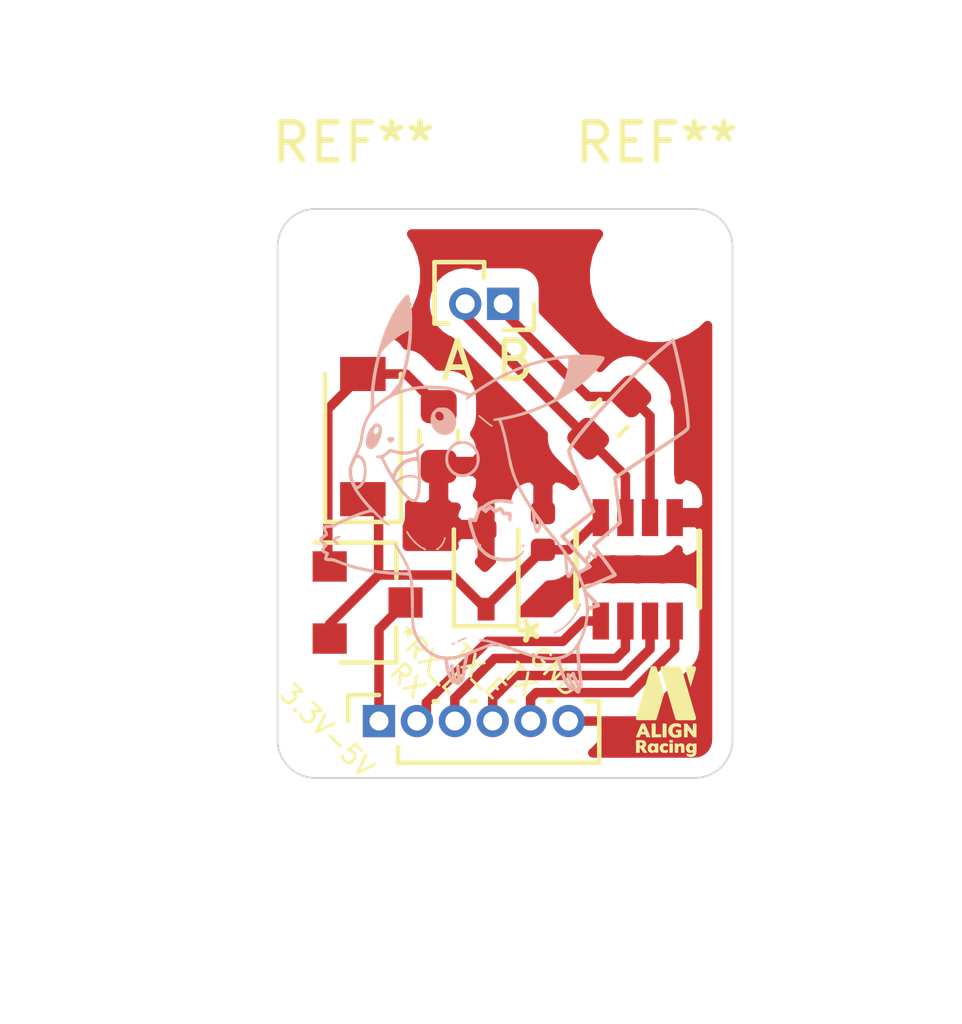
<source format=kicad_pcb>
(kicad_pcb (version 20171130) (host pcbnew "(5.1.6)-1")
  (layers (0 F.Cu signal) (31 B.Cu signal) (34 B.Paste user) (35 F.Paste user) (36 B.SilkS user) (37 F.SilkS user) (38 B.Mask user) (39 F.Mask user) (44 Edge.Cuts user))
  (net 0 "")
  (net 1 +3V3)
  (net 2 GND)
  (net 3 TX)
  (net 4 TX_Enable)
  (net 5 *RX_Enable)
  (net 6 RX)
  (net 7 /A)
  (net 8 /B)
  (net 9 3.3_filtered)
  (net 10 "Net-(D2-Pad2)")
  (module MountingHole:MountingHole_2.5mm (layer F.Cu) (at 150 81.75)
    (fp_text reference REF** (at 0 -3.5) (layer F.SilkS))
    (fp_text value MountingHole_2.5mm)
    (pad 1 np_thru_hole circle (at 0 0) (size 2.5 2.5) (drill 2.5) (layers *.Cu *.Mask))
  )
  (module MountingHole:MountingHole_2.5mm (layer F.Cu) (at 158 81.75)
    (fp_text reference REF** (at 0 -3.5) (layer F.SilkS))
    (fp_text value MountingHole_2.5mm)
    (pad 1 np_thru_hole circle (at 0 0) (size 2.5 2.5) (drill 2.5) (layers *.Cu *.Mask))
  )
  (module RS485:AlignLogo (layer F.Cu) (at 158.25 93.25)
    (fp_text reference G*** hide)
    (fp_text value LOGO hide)
  )
  (module Diode_SMD:D_SOD-123 (layer F.Cu) (at 150.25 86 90)
    (fp_text reference D2 hide)
    (fp_text value MBR0520LT)
    (pad 2 smd rect (at 1.65 0 90) (size 0.9 1.2) (layers F.Cu F.Paste F.Mask) (net 10 "Net-(D2-Pad2)"))
    (pad 1 smd rect (at -1.65 0 90) (size 0.9 1.2) (layers F.Cu F.Paste F.Mask) (net 9 3.3_filtered))
  )
  (module RS485:MAX3362EKA+T (layer F.Cu) (at 157.5 89.5 90)
    (fp_text reference U1 hide)
    (fp_text value MAX3362EKA+T hide)
    (fp_text user * (at -1.617149 -2.549 90) (layer F.SilkS))
    (fp_text user * (at -1.617149 -2.549 90) (layer F.SilkS))
    (pad 8 smd rect (at 1.363149 -0.974999 90) (size 0.973699 0.431) (layers F.Cu F.Paste F.Mask) (net 9 3.3_filtered))
    (pad 7 smd rect (at 1.363149 -0.325001 90) (size 0.973699 0.431) (layers F.Cu F.Paste F.Mask) (net 8 /B))
    (pad 6 smd rect (at 1.363149 0.325001 90) (size 0.973699 0.431) (layers F.Cu F.Paste F.Mask) (net 7 /A))
    (pad 5 smd rect (at 1.363149 0.974999 90) (size 0.973699 0.431) (layers F.Cu F.Paste F.Mask) (net 2 GND))
    (pad 4 smd rect (at -1.363149 0.974999 90) (size 0.973699 0.431) (layers F.Cu F.Paste F.Mask) (net 3 TX))
    (pad 3 smd rect (at -1.363149 0.325001 90) (size 0.973699 0.431) (layers F.Cu F.Paste F.Mask) (net 4 TX_Enable))
    (pad 2 smd rect (at -1.363149 -0.325001 90) (size 0.973699 0.431) (layers F.Cu F.Paste F.Mask) (net 5 *RX_Enable))
    (pad 1 smd rect (at -1.363149 -0.974999 90) (size 0.973699 0.431) (layers F.Cu F.Paste F.Mask) (net 6 RX))
  )
  (module RS485:D_SOD-323 (layer F.Cu) (at 153.5 89.5 90)
    (fp_text reference D1 hide)
    (fp_text value MM3Z3V6T1G)
    (pad 2 smd rect (at 1.05 0 90) (size 0.6 0.45) (layers F.Cu F.Paste F.Mask) (net 2 GND))
    (pad 1 smd rect (at -1.05 0 90) (size 0.6 0.45) (layers F.Cu F.Paste F.Mask) (net 9 3.3_filtered))
  )
  (module RS485:C_0603_1608Metric (layer F.Cu) (at 152.25 86 270)
    (fp_text reference R2 hide)
    (fp_text value R10kΩ)
    (pad 1 smd roundrect (at -0.7875 0 270) (size 0.875 0.95) (layers F.Cu F.Paste F.Mask) (net 10 "Net-(D2-Pad2)"))
    (pad 2 smd roundrect (at 0.7875 0 270) (size 0.875 0.95) (layers F.Cu F.Paste F.Mask) (net 2 GND))
  )
  (module RS485:PMOS_SQ2309ES (layer F.Cu) (at 150.375 90.375)
    (fp_text reference Q1 hide)
    (fp_text value PMOS_SQ2309ES-T1_GE3)
    (pad 1 smd rect (at -1 -0.95) (size 0.9 0.8) (layers F.Cu F.Paste F.Mask) (net 10 "Net-(D2-Pad2)"))
    (pad 2 smd rect (at -1 0.95) (size 0.9 0.8) (layers F.Cu F.Paste F.Mask) (net 9 3.3_filtered))
    (pad 3 smd rect (at 1 0) (size 0.9 0.8) (layers F.Cu F.Paste F.Mask) (net 1 +3V3))
  )
  (module RS485:C_0603_1608Metric (layer F.Cu) (at 156.75 85.5 45)
    (fp_text reference R1 hide)
    (fp_text value R120Ω)
    (pad 2 smd roundrect (at 0.7875 0 45) (size 0.875 0.95) (layers F.Cu F.Paste F.Mask) (net 7 /A))
    (pad 1 smd roundrect (at -0.7875 0 45) (size 0.875 0.95) (layers F.Cu F.Paste F.Mask) (net 8 /B))
  )
  (module RS485:C_0402_1005Metric (layer F.Cu) (at 155 88.5 270)
    (fp_text reference C1 hide)
    (fp_text value 0.1uF)
    (pad 2 smd roundrect (at 0.485 0 270) (size 0.59 0.64) (layers F.Cu F.Paste F.Mask) (net 9 3.3_filtered))
    (pad 1 smd roundrect (at -0.485 0 270) (size 0.59 0.64) (layers F.Cu F.Paste F.Mask) (net 2 GND))
  )
  (module RS485:PinSocket_1x06_P1.00mm_Vertical (layer F.Cu) (at 150.675 93.5 90)
    (fp_text reference J1 hide)
    (fp_text value Conn_01x06_Female)
    (pad 6 thru_hole oval (at 0 5 90) (size 0.85 0.85) (drill 0.5) (layers *.Cu *.Mask) (net 2 GND))
    (pad 5 thru_hole oval (at 0 4 90) (size 0.85 0.85) (drill 0.5) (layers *.Cu *.Mask) (net 3 TX))
    (pad 4 thru_hole oval (at 0 3 90) (size 0.85 0.85) (drill 0.5) (layers *.Cu *.Mask) (net 4 TX_Enable))
    (pad 3 thru_hole oval (at 0 2 90) (size 0.85 0.85) (drill 0.5) (layers *.Cu *.Mask) (net 5 *RX_Enable))
    (pad 2 thru_hole oval (at 0 1 90) (size 0.85 0.85) (drill 0.5) (layers *.Cu *.Mask) (net 6 RX))
    (pad 1 thru_hole rect (at 0 0 90) (size 0.85 0.85) (drill 0.5) (layers *.Cu *.Mask) (net 1 +3V3))
  )
  (module RS485:PinSocket_1x02_P1.00mm_Vertical (layer F.Cu) (at 153.95 82.5 270)
    (fp_text reference J2 hide)
    (fp_text value Conn_01x02_Female)
    (pad 2 thru_hole oval (at 0 1 270) (size 0.85 0.85) (drill 0.5) (layers *.Cu *.Mask) (net 8 /B))
    (pad 1 thru_hole rect (at 0 0 270) (size 0.85 0.85) (drill 0.5) (layers *.Cu *.Mask) (net 7 /A))
  )
  (gr_line (start 153.59 91.4) (end 153.54 91.4) (layer B.SilkS) (width 0.01))
  (gr_line (start 153.39 91.37) (end 153.59 91.4) (layer B.SilkS) (width 0.01))
  (gr_line (start 153.58 91.41) (end 153.39 91.37) (layer B.SilkS) (width 0.01))
  (gr_line (start 153.59 91.39) (end 153.58 91.41) (layer B.SilkS) (width 0.01))
  (gr_line (start 153.43 91.37) (end 153.59 91.39) (layer B.SilkS) (width 0.01))
  (gr_line (start 153.36 91.37) (end 153.43 91.37) (layer B.SilkS) (width 0.01))
  (gr_line (start 153.37 91.37) (end 153.36 91.37) (layer B.SilkS) (width 0.01))
  (gr_line (start 155.27 91.86) (end 155.41 91.85) (layer B.SilkS) (width 0.06))
  (gr_line (start 155.09 91.86) (end 155.27 91.86) (layer B.SilkS) (width 0.06))
  (gr_line (start 154.94 91.82) (end 155.09 91.86) (layer B.SilkS) (width 0.06))
  (gr_line (start 154.73 91.79) (end 154.94 91.82) (layer B.SilkS) (width 0.06))
  (gr_line (start 154.4 91.68) (end 154.73 91.79) (layer B.SilkS) (width 0.06))
  (gr_line (start 153.96 91.52) (end 154.4 91.68) (layer B.SilkS) (width 0.06))
  (gr_line (start 153.85 91.48) (end 153.96 91.52) (layer B.SilkS) (width 0.06))
  (gr_line (start 153.83 91.47) (end 153.73 91.48) (layer B.SilkS) (width 0.06))
  (gr_line (start 153.61 91.41) (end 153.83 91.47) (layer B.SilkS) (width 0.06))
  (gr_line (start 153.7 91.44) (end 153.61 91.41) (layer B.SilkS) (width 0.06))
  (gr_line (start 153.68 91.48) (end 153.7 91.44) (layer B.SilkS) (width 0.06))
  (gr_line (start 153.46 91.55) (end 153.68 91.48) (layer B.SilkS) (width 0.06))
  (gr_line (start 153.18 91.66) (end 153.46 91.55) (layer B.SilkS) (width 0.06))
  (gr_line (start 153.09 91.7) (end 153.18 91.66) (layer B.SilkS) (width 0.06))
  (gr_line (start 153.01 91.72) (end 153.09 91.7) (layer B.SilkS) (width 0.06))
  (gr_line (start 152.32 91.82) (end 152.42 91.85) (layer B.SilkS) (width 0.06))
  (gr_line (start 152.17 91.78) (end 152.32 91.82) (layer B.SilkS) (width 0.06))
  (gr_line (start 152.03 91.71) (end 152.17 91.78) (layer B.SilkS) (width 0.06))
  (gr_line (start 151.98 91.68) (end 152.03 91.71) (layer B.SilkS) (width 0.06))
  (gr_line (start 151.87 91.57) (end 151.97 91.65) (layer B.SilkS) (width 0.06))
  (gr_line (start 151.77 91.46) (end 151.87 91.57) (layer B.SilkS) (width 0.06))
  (gr_line (start 151.63 91.19) (end 151.77 91.46) (layer B.SilkS) (width 0.06))
  (gr_line (start 151.59 91.06) (end 151.63 91.19) (layer B.SilkS) (width 0.06))
  (gr_line (start 151.56 90.85) (end 151.59 91.06) (layer B.SilkS) (width 0.06))
  (gr_line (start 151.56 90.77) (end 151.56 90.85) (layer B.SilkS) (width 0.06))
  (gr_line (start 151.56 90.61) (end 151.56 90.77) (layer B.SilkS) (width 0.06))
  (gr_line (start 151.55 90.4) (end 151.56 90.61) (layer B.SilkS) (width 0.06))
  (gr_line (start 151.55 90.32) (end 151.55 90.4) (layer B.SilkS) (width 0.06))
  (gr_line (start 151.56 90.23) (end 151.55 90.32) (layer B.SilkS) (width 0.06))
  (gr_line (start 151.55 90.17) (end 151.56 90.23) (layer B.SilkS) (width 0.06))
  (gr_line (start 151.55 90.05) (end 151.55 90.17) (layer B.SilkS) (width 0.06))
  (gr_line (start 151.54 90.04) (end 151.55 90.05) (layer B.SilkS) (width 0.06))
  (gr_line (start 151.54 89.96) (end 151.54 90.04) (layer B.SilkS) (width 0.06))
  (gr_line (start 151.53 89.86) (end 151.54 89.96) (layer B.SilkS) (width 0.06))
  (gr_line (start 151.53 89.79) (end 151.53 89.86) (layer B.SilkS) (width 0.06))
  (gr_line (start 151.51 89.73) (end 151.53 89.79) (layer B.SilkS) (width 0.06))
  (gr_line (start 151.5 89.66) (end 151.51 89.71) (layer B.SilkS) (width 0.07))
  (gr_line (start 153.53 85.63) (end 153.6 85.68) (layer B.SilkS) (width 0.03))
  (gr_line (start 153.43 85.56) (end 153.53 85.63) (layer B.SilkS) (width 0.03))
  (gr_line (start 153.38 85.51) (end 153.43 85.56) (layer B.SilkS) (width 0.03))
  (gr_line (start 156.06 91.17) (end 156.16 90.75) (layer B.SilkS) (width 0.03))
  (gr_line (start 156.01 91.31) (end 156.06 91.17) (layer B.SilkS) (width 0.03))
  (gr_line (start 156 91.3) (end 156.01 91.31) (layer B.SilkS) (width 0.03))
  (gr_line (start 155.98 91.37) (end 156 91.3) (layer B.SilkS) (width 0.03))
  (gr_line (start 155.94 91.43) (end 155.98 91.37) (layer B.SilkS) (width 0.03))
  (gr_line (start 155.96 91.45) (end 155.95 91.47) (layer B.SilkS) (width 0.03))
  (gr_line (start 156.04 91.29) (end 155.96 91.45) (layer B.SilkS) (width 0.03))
  (gr_line (start 156.1 91.11) (end 156.04 91.29) (layer B.SilkS) (width 0.03))
  (gr_line (start 156.12 91.02) (end 156.1 91.11) (layer B.SilkS) (width 0.03))
  (gr_line (start 156.17 90.78) (end 156.12 91.02) (layer B.SilkS) (width 0.03))
  (gr_line (start 156.19 90.59) (end 156.17 90.78) (layer B.SilkS) (width 0.03))
  (gr_line (start 156.16 90.74) (end 156.19 90.59) (layer B.SilkS) (width 0.03))
  (gr_line (start 156.17 90.6) (end 156.16 90.74) (layer B.SilkS) (width 0.03))
  (gr_line (start 156.94 88.38) (end 156.98 88.35) (layer B.SilkS) (width 0.03))
  (gr_line (start 154.94 88.24) (end 154.92 88.2) (layer B.SilkS) (width 0.06))
  (gr_line (start 154.06 88.02) (end 154 88.02) (layer B.SilkS) (width 0.06))
  (gr_line (start 153.94 87.96) (end 153.95 87.98) (layer B.SilkS) (width 0.06))
  (gr_line (start 155.63 89.17) (end 155.58 89.06) (layer B.SilkS) (width 0.06))
  (gr_line (start 155.63 89.13) (end 155.63 89.17) (layer B.SilkS) (width 0.06))
  (gr_line (start 155.7 89.24) (end 155.63 89.13) (layer B.SilkS) (width 0.06))
  (gr_line (start 155.74 89.3) (end 155.7 89.24) (layer B.SilkS) (width 0.06))
  (gr_line (start 155.71 89.28) (end 155.74 89.3) (layer B.SilkS) (width 0.06))
  (gr_line (start 155.8 89.39) (end 155.71 89.28) (layer B.SilkS) (width 0.06))
  (gr_line (start 155.76 89.34) (end 155.8 89.39) (layer B.SilkS) (width 0.06))
  (gr_line (start 155.8 89.45) (end 155.76 89.34) (layer B.SilkS) (width 0.06))
  (gr_line (start 155.8 89.41) (end 155.8 89.45) (layer B.SilkS) (width 0.06))
  (gr_line (start 155.89 89.57) (end 155.8 89.41) (layer B.SilkS) (width 0.06))
  (gr_line (start 155.86 89.5) (end 155.89 89.57) (layer B.SilkS) (width 0.06))
  (gr_line (start 155.82 89.47) (end 155.86 89.5) (layer B.SilkS) (width 0.06))
  (gr_line (start 155.79 89.5) (end 155.82 89.47) (layer B.SilkS) (width 0.06))
  (gr_line (start 155.69 89.69) (end 155.79 89.5) (layer B.SilkS) (width 0.06))
  (gr_line (start 155.69 89.67) (end 155.69 89.69) (layer B.SilkS) (width 0.06))
  (gr_line (start 155.67 89.68) (end 155.69 89.67) (layer B.SilkS) (width 0.06))
  (gr_line (start 155.64 89.59) (end 155.67 89.68) (layer B.SilkS) (width 0.06))
  (gr_line (start 155.61 89.33) (end 155.64 89.59) (layer B.SilkS) (width 0.06))
  (gr_line (start 155.6 89.19) (end 155.61 89.33) (layer B.SilkS) (width 0.06))
  (gr_line (start 155.57 89.04) (end 155.6 89.19) (layer B.SilkS) (width 0.06))
  (gr_line (start 155.39 88.82) (end 155.57 89.04) (layer B.SilkS) (width 0.06))
  (gr_line (start 155.32 88.73) (end 155.39 88.82) (layer B.SilkS) (width 0.06))
  (gr_line (start 155.11 88.45) (end 155.32 88.73) (layer B.SilkS) (width 0.06))
  (gr_line (start 155.04 88.37) (end 155.11 88.45) (layer B.SilkS) (width 0.06))
  (gr_line (start 154.84 88.13) (end 155.04 88.37) (layer B.SilkS) (width 0.06))
  (gr_line (start 154.78 88.05) (end 154.84 88.13) (layer B.SilkS) (width 0.06))
  (gr_line (start 154.8 88.03) (end 154.78 88.05) (layer B.SilkS) (width 0.06))
  (gr_line (start 154.9 88.18) (end 154.8 88.03) (layer B.SilkS) (width 0.06))
  (gr_line (start 154.92 88.25) (end 154.9 88.18) (layer B.SilkS) (width 0.06))
  (gr_line (start 154.93 88.23) (end 154.92 88.25) (layer B.SilkS) (width 0.06))
  (gr_line (start 154.94 88.24) (end 154.93 88.23) (layer B.SilkS) (width 0.06))
  (gr_line (start 154.94 88.29) (end 154.94 88.24) (layer B.SilkS) (width 0.06))
  (gr_line (start 154.92 88.35) (end 154.94 88.29) (layer B.SilkS) (width 0.06))
  (gr_line (start 154.88 88.45) (end 154.92 88.35) (layer B.SilkS) (width 0.06))
  (gr_line (start 154.85 88.5) (end 154.88 88.45) (layer B.SilkS) (width 0.06))
  (gr_line (start 154.83 88.49) (end 154.85 88.5) (layer B.SilkS) (width 0.06))
  (gr_line (start 154.8 88.41) (end 154.83 88.49) (layer B.SilkS) (width 0.06))
  (gr_line (start 154.78 88.29) (end 154.8 88.41) (layer B.SilkS) (width 0.06))
  (gr_line (start 154.75 88.02) (end 154.78 88.29) (layer B.SilkS) (width 0.06))
  (gr_line (start 154.76 88.03) (end 154.75 88.02) (layer B.SilkS) (width 0.06))
  (gr_line (start 154.78 88.03) (end 154.76 88.03) (layer B.SilkS) (width 0.06))
  (gr_line (start 154.67 87.84) (end 154.78 88.03) (layer B.SilkS) (width 0.06))
  (gr_line (start 154.56 87.68) (end 154.67 87.84) (layer B.SilkS) (width 0.06))
  (gr_line (start 154.43 87.45) (end 154.56 87.68) (layer B.SilkS) (width 0.06))
  (gr_line (start 154.39 87.38) (end 154.43 87.45) (layer B.SilkS) (width 0.06))
  (gr_line (start 154.3 87.18) (end 154.39 87.38) (layer B.SilkS) (width 0.06))
  (gr_line (start 154.21 86.97) (end 154.3 87.18) (layer B.SilkS) (width 0.06))
  (gr_line (start 154.15 86.76) (end 154.21 86.97) (layer B.SilkS) (width 0.06))
  (gr_line (start 154.06 86.32) (end 154.15 86.76) (layer B.SilkS) (width 0.06))
  (gr_line (start 154.02 86.12) (end 154.06 86.32) (layer B.SilkS) (width 0.06))
  (gr_line (start 154.01 86.05) (end 154.02 86.12) (layer B.SilkS) (width 0.06))
  (gr_line (start 153.94 85.8) (end 154.01 86.05) (layer B.SilkS) (width 0.06))
  (gr_line (start 153.9 85.67) (end 153.94 85.8) (layer B.SilkS) (width 0.06))
  (gr_line (start 153.87 85.59) (end 153.9 85.67) (layer B.SilkS) (width 0.06))
  (gr_line (start 150.41 85.93) (end 150.39 85.98) (layer B.SilkS) (width 0.06))
  (gr_line (start 150.32 87.75) (end 150.46 87.9) (layer B.SilkS) (width 0.06))
  (gr_line (start 150.27 87.68) (end 150.32 87.75) (layer B.SilkS) (width 0.06))
  (gr_line (start 150.15 87.53) (end 150.27 87.68) (layer B.SilkS) (width 0.06))
  (gr_line (start 150.08 87.43) (end 150.15 87.53) (layer B.SilkS) (width 0.06))
  (gr_line (start 150.07 87.4) (end 150.08 87.43) (layer B.SilkS) (width 0.06))
  (gr_line (start 150.11 86.37) (end 150.07 86.47) (layer B.SilkS) (width 0.06))
  (gr_line (start 150.18 86.21) (end 150.11 86.37) (layer B.SilkS) (width 0.06))
  (gr_line (start 150.2 86.11) (end 150.18 86.21) (layer B.SilkS) (width 0.06))
  (gr_line (start 150.22 85.96) (end 150.2 86.11) (layer B.SilkS) (width 0.06))
  (gr_line (start 150.24 85.86) (end 150.22 85.96) (layer B.SilkS) (width 0.06))
  (gr_line (start 150.27 85.75) (end 150.24 85.86) (layer B.SilkS) (width 0.06))
  (gr_line (start 150.29 85.7) (end 150.27 85.75) (layer B.SilkS) (width 0.06))
  (gr_line (start 150.31 85.63) (end 150.29 85.7) (layer B.SilkS) (width 0.06))
  (gr_line (start 150.35 85.56) (end 150.31 85.63) (layer B.SilkS) (width 0.06))
  (gr_line (start 150.41 85.43) (end 150.35 85.56) (layer B.SilkS) (width 0.06))
  (gr_line (start 150.46 85.35) (end 150.41 85.43) (layer B.SilkS) (width 0.06))
  (gr_line (start 150.48 85.36) (end 150.46 85.35) (layer B.SilkS) (width 0.06))
  (gr_line (start 156.09 90.03) (end 155.95 89.66) (layer B.SilkS) (width 0.06))
  (gr_line (start 156.17 90.14) (end 156.13 90.08) (layer B.SilkS) (width 0.06))
  (gr_line (start 156.13 90.16) (end 156.09 90.01) (layer B.SilkS) (width 0.06))
  (gr_line (start 156.17 90.52) (end 156.28 90.49) (layer B.SilkS) (width 0.06))
  (gr_line (start 156.13 90.17) (end 156.17 90.52) (layer B.SilkS) (width 0.06))
  (gr_line (start 156.13 90.16) (end 156.13 90.22) (layer B.SilkS) (width 0.06))
  (gr_line (start 156.18 90.16) (end 156.13 90.16) (layer B.SilkS) (width 0.06))
  (gr_line (start 156.37 90.36) (end 156.18 90.16) (layer B.SilkS) (width 0.06))
  (gr_line (start 156.44 90.42) (end 156.37 90.36) (layer B.SilkS) (width 0.06))
  (gr_line (start 156.41 90.43) (end 156.44 90.42) (layer B.SilkS) (width 0.06))
  (gr_line (start 156.46 90.45) (end 156.41 90.43) (layer B.SilkS) (width 0.06))
  (gr_line (start 156.31 90.5) (end 156.46 90.45) (layer B.SilkS) (width 0.06))
  (gr_line (start 156.22 90.54) (end 156.31 90.5) (layer B.SilkS) (width 0.06))
  (gr_line (start 156.17 90.57) (end 156.22 90.54) (layer B.SilkS) (width 0.06))
  (gr_line (start 156.11 89.97) (end 156.85 89.66) (layer B.SilkS) (width 0.06))
  (gr_line (start 156.12 90) (end 156.11 89.97) (layer B.SilkS) (width 0.06))
  (gr_line (start 156.87 89.67) (end 156.12 90) (layer B.SilkS) (width 0.06))
  (gr_line (start 156.86 89.6) (end 156.87 89.67) (layer B.SilkS) (width 0.06))
  (gr_line (start 156.9 89.65) (end 156.86 89.6) (layer B.SilkS) (width 0.06))
  (gr_line (start 156.9 89.62) (end 156.9 89.65) (layer B.SilkS) (width 0.06))
  (gr_line (start 156.82 89.53) (end 156.9 89.62) (layer B.SilkS) (width 0.06))
  (gr_line (start 156.85 89.55) (end 156.82 89.53) (layer B.SilkS) (width 0.06))
  (gr_line (start 156.83 89.56) (end 156.85 89.55) (layer B.SilkS) (width 0.06))
  (gr_line (start 156.76 89.44) (end 156.83 89.56) (layer B.SilkS) (width 0.06))
  (gr_line (start 156.68 89.34) (end 156.76 89.44) (layer B.SilkS) (width 0.06))
  (gr_line (start 156.59 89.22) (end 156.68 89.34) (layer B.SilkS) (width 0.06))
  (gr_line (start 156.56 89.17) (end 156.59 89.22) (layer B.SilkS) (width 0.06))
  (gr_line (start 156.47 89.11) (end 156.56 89.17) (layer B.SilkS) (width 0.06))
  (gr_line (start 156.54 89.14) (end 156.47 89.11) (layer B.SilkS) (width 0.06))
  (gr_line (start 156.4 88.96) (end 156.54 89.14) (layer B.SilkS) (width 0.06))
  (gr_line (start 156.34 88.88) (end 156.4 88.96) (layer B.SilkS) (width 0.06))
  (gr_line (start 156.4 88.83) (end 156.35 88.89) (layer B.SilkS) (width 0.06))
  (gr_line (start 156.34 88.86) (end 156.37 88.85) (layer B.SilkS) (width 0.06))
  (gr_line (start 156.39 88.82) (end 156.34 88.86) (layer B.SilkS) (width 0.06))
  (gr_line (start 156.45 88.77) (end 156.39 88.82) (layer B.SilkS) (width 0.06))
  (gr_line (start 156.55 88.69) (end 156.45 88.77) (layer B.SilkS) (width 0.06))
  (gr_line (start 156.75 88.52) (end 156.55 88.69) (layer B.SilkS) (width 0.06))
  (gr_line (start 156.85 88.43) (end 156.75 88.52) (layer B.SilkS) (width 0.06))
  (gr_line (start 156.92 88.37) (end 156.85 88.43) (layer B.SilkS) (width 0.06))
  (gr_line (start 156.98 88.29) (end 156.92 88.37) (layer B.SilkS) (width 0.06))
  (gr_line (start 156.95 88.34) (end 156.98 88.29) (layer B.SilkS) (width 0.06))
  (gr_line (start 157.02 88.29) (end 156.95 88.34) (layer B.SilkS) (width 0.06))
  (gr_line (start 157 88.3) (end 157.02 88.29) (layer B.SilkS) (width 0.06))
  (gr_line (start 157.04 88.24) (end 157 88.3) (layer B.SilkS) (width 0.06))
  (gr_line (start 157.04 88.27) (end 157.04 88.24) (layer B.SilkS) (width 0.06))
  (gr_line (start 157.03 88.26) (end 157.04 88.27) (layer B.SilkS) (width 0.06))
  (gr_line (start 157.04 88.2) (end 157.03 88.26) (layer B.SilkS) (width 0.06))
  (gr_line (start 157.02 88.03) (end 157.04 88.2) (layer B.SilkS) (width 0.06))
  (gr_line (start 156.98 87.74) (end 157.02 88.03) (layer B.SilkS) (width 0.06))
  (gr_line (start 156.96 87.6) (end 156.98 87.74) (layer B.SilkS) (width 0.06))
  (gr_line (start 156.98 87.69) (end 156.96 87.6) (layer B.SilkS) (width 0.06))
  (gr_line (start 156.97 87.62) (end 156.98 87.69) (layer B.SilkS) (width 0.06))
  (gr_line (start 156.96 87.62) (end 156.95 87.61) (layer B.SilkS) (width 0.06))
  (gr_line (start 156.97 87.59) (end 156.96 87.62) (layer B.SilkS) (width 0.06))
  (gr_line (start 156.95 87.59) (end 156.97 87.59) (layer B.SilkS) (width 0.06))
  (gr_line (start 156.95 87.48) (end 156.95 87.59) (layer B.SilkS) (width 0.06))
  (gr_line (start 156.94 87.36) (end 156.95 87.48) (layer B.SilkS) (width 0.06))
  (gr_line (start 156.93 87.43) (end 156.94 87.36) (layer B.SilkS) (width 0.06))
  (gr_line (start 156.91 87.18) (end 156.93 87.43) (layer B.SilkS) (width 0.06))
  (gr_line (start 156.9 87.08) (end 156.91 87.18) (layer B.SilkS) (width 0.06))
  (gr_line (start 156.92 87.08) (end 156.9 87.08) (layer B.SilkS) (width 0.06))
  (gr_line (start 157.2 86.88) (end 156.92 87.08) (layer B.SilkS) (width 0.06))
  (gr_line (start 157.59 86.62) (end 157.2 86.88) (layer B.SilkS) (width 0.06))
  (gr_line (start 157.33 86.8) (end 157.59 86.62) (layer B.SilkS) (width 0.06))
  (gr_line (start 157.58 86.65) (end 157.33 86.8) (layer B.SilkS) (width 0.06))
  (gr_line (start 157.77 86.49) (end 157.58 86.65) (layer B.SilkS) (width 0.06))
  (gr_line (start 157.6 86.62) (end 157.77 86.49) (layer B.SilkS) (width 0.06))
  (gr_line (start 157.89 86.45) (end 157.6 86.62) (layer B.SilkS) (width 0.06))
  (gr_line (start 157.8 86.49) (end 157.89 86.45) (layer B.SilkS) (width 0.06))
  (gr_line (start 157.88 86.43) (end 157.8 86.49) (layer B.SilkS) (width 0.06))
  (gr_line (start 158.04 86.33) (end 157.88 86.43) (layer B.SilkS) (width 0.06))
  (gr_line (start 158.33 86.14) (end 158.04 86.33) (layer B.SilkS) (width 0.06))
  (gr_line (start 158.56 85.99) (end 158.33 86.14) (layer B.SilkS) (width 0.06))
  (gr_line (start 158.58 85.97) (end 158.56 85.99) (layer B.SilkS) (width 0.06))
  (gr_line (start 158.69 85.9) (end 158.58 85.97) (layer B.SilkS) (width 0.06))
  (gr_line (start 158.78 85.83) (end 158.69 85.9) (layer B.SilkS) (width 0.06))
  (gr_line (start 158.83 85.78) (end 158.78 85.83) (layer B.SilkS) (width 0.06))
  (gr_line (start 158.83 85.72) (end 158.83 85.78) (layer B.SilkS) (width 0.06))
  (gr_line (start 158.82 85.56) (end 158.83 85.72) (layer B.SilkS) (width 0.06))
  (gr_line (start 158.79 85.28) (end 158.82 85.56) (layer B.SilkS) (width 0.06))
  (gr_line (start 158.77 85.05) (end 158.79 85.28) (layer B.SilkS) (width 0.06))
  (gr_line (start 158.74 84.89) (end 158.77 85.05) (layer B.SilkS) (width 0.06))
  (gr_line (start 158.65 84.42) (end 158.74 84.89) (layer B.SilkS) (width 0.06))
  (gr_line (start 158.69 84.54) (end 158.65 84.42) (layer B.SilkS) (width 0.06))
  (gr_line (start 158.71 84.75) (end 158.69 84.54) (layer B.SilkS) (width 0.06))
  (gr_line (start 158.59 84.1) (end 158.71 84.75) (layer B.SilkS) (width 0.06))
  (gr_line (start 158.49 83.7) (end 158.59 84.1) (layer B.SilkS) (width 0.06))
  (gr_line (start 158.45 83.52) (end 158.49 83.7) (layer B.SilkS) (width 0.06))
  (gr_line (start 158.48 83.66) (end 158.45 83.52) (layer B.SilkS) (width 0.06))
  (gr_line (start 158.44 83.53) (end 158.48 83.66) (layer B.SilkS) (width 0.06))
  (gr_line (start 158.43 83.46) (end 158.44 83.53) (layer B.SilkS) (width 0.06))
  (gr_line (start 158.39 83.49) (end 158.43 83.46) (layer B.SilkS) (width 0.06))
  (gr_line (start 158.28 83.58) (end 158.39 83.49) (layer B.SilkS) (width 0.06))
  (gr_line (start 158.32 83.53) (end 158.28 83.58) (layer B.SilkS) (width 0.06))
  (gr_line (start 157.95 83.85) (end 158.32 83.53) (layer B.SilkS) (width 0.06))
  (gr_line (start 157.64 84.14) (end 157.95 83.85) (layer B.SilkS) (width 0.06))
  (gr_line (start 157.4 84.37) (end 157.64 84.14) (layer B.SilkS) (width 0.06))
  (gr_line (start 157.13 84.65) (end 157.29 84.49) (layer B.SilkS) (width 0.06))
  (gr_line (start 156.92 84.87) (end 157.13 84.65) (layer B.SilkS) (width 0.06))
  (gr_line (start 156.75 85.05) (end 156.92 84.87) (layer B.SilkS) (width 0.06))
  (gr_line (start 156.602411 85.205683) (end 156.75 85.05) (layer B.SilkS) (width 0.06))
  (gr_line (start 156.07 85.82) (end 156.09 85.79) (layer B.SilkS) (width 0.06))
  (gr_line (start 156.02 85.87) (end 156.07 85.82) (layer B.SilkS) (width 0.06))
  (gr_line (start 156.47 85.34) (end 156.11 85.77) (layer B.SilkS) (width 0.06))
  (gr_line (start 156.49 85.35) (end 156.47 85.34) (layer B.SilkS) (width 0.06))
  (gr_line (start 156.01 85.92) (end 156.49 85.35) (layer B.SilkS) (width 0.06))
  (gr_line (start 156.01 85.88) (end 156.01 85.92) (layer B.SilkS) (width 0.06))
  (gr_line (start 155.87 86.06) (end 156.01 85.88) (layer B.SilkS) (width 0.06))
  (gr_line (start 155.98 85.95) (end 155.87 86.06) (layer B.SilkS) (width 0.06))
  (gr_line (start 155.81 86.17) (end 155.98 85.95) (layer B.SilkS) (width 0.06))
  (gr_line (start 155.85 86.08) (end 155.81 86.17) (layer B.SilkS) (width 0.06))
  (gr_line (start 155.72 86.29) (end 155.85 86.08) (layer B.SilkS) (width 0.06))
  (gr_line (start 155.79 86.2) (end 155.72 86.29) (layer B.SilkS) (width 0.06))
  (gr_line (start 155.73 86.31) (end 155.79 86.2) (layer B.SilkS) (width 0.06))
  (gr_line (start 155.69 86.32) (end 155.73 86.31) (layer B.SilkS) (width 0.06))
  (gr_line (start 155.67 86.37) (end 155.69 86.32) (layer B.SilkS) (width 0.06))
  (gr_line (start 155.72 86.33) (end 155.68 86.39) (layer B.SilkS) (width 0.06))
  (gr_line (start 155.72 86.56) (end 155.85 86.85) (layer B.SilkS) (width 0.06))
  (gr_line (start 155.69 86.4) (end 155.72 86.56) (layer B.SilkS) (width 0.06))
  (gr_line (start 155.85 86.85) (end 155.69 86.4) (layer B.SilkS) (width 0.06))
  (gr_line (start 156.03 87.28) (end 155.85 86.85) (layer B.SilkS) (width 0.06))
  (gr_line (start 155.9 86.96) (end 156.03 87.28) (layer B.SilkS) (width 0.06))
  (gr_line (start 155.88 86.96) (end 155.9 86.96) (layer B.SilkS) (width 0.06))
  (gr_line (start 156.01 87.27) (end 155.88 86.96) (layer B.SilkS) (width 0.06))
  (gr_line (start 156.02 87.26) (end 156.11 87.47) (layer B.SilkS) (width 0.06))
  (gr_line (start 156.1 87.47) (end 156.02 87.26) (layer B.SilkS) (width 0.06))
  (gr_line (start 156.29 87.87) (end 156.11 87.47) (layer B.SilkS) (width 0.06))
  (gr_line (start 156.2 87.66) (end 156.29 87.87) (layer B.SilkS) (width 0.06))
  (gr_line (start 156.3 87.92) (end 156.2 87.66) (layer B.SilkS) (width 0.06))
  (gr_line (start 156.3 87.87) (end 156.3 87.92) (layer B.SilkS) (width 0.06))
  (gr_line (start 156.33 87.95) (end 156.3 87.87) (layer B.SilkS) (width 0.06))
  (gr_line (start 156.32 87.95) (end 156.33 87.95) (layer B.SilkS) (width 0.06))
  (gr_line (start 156.29 87.99) (end 156.32 87.95) (layer B.SilkS) (width 0.06))
  (gr_line (start 156.34 87.98) (end 156.29 87.99) (layer B.SilkS) (width 0.06))
  (gr_line (start 156.28 88.02) (end 156.34 87.98) (layer B.SilkS) (width 0.06))
  (gr_line (start 156.09 88.15) (end 156.28 88.02) (layer B.SilkS) (width 0.06))
  (gr_line (start 156.22 88.07) (end 156.09 88.15) (layer B.SilkS) (width 0.06))
  (gr_line (start 156 88.24) (end 156.22 88.07) (layer B.SilkS) (width 0.06))
  (gr_line (start 155.87 88.32) (end 156 88.24) (layer B.SilkS) (width 0.06))
  (gr_line (start 155.93 88.3) (end 155.87 88.32) (layer B.SilkS) (width 0.06))
  (gr_line (start 155.7 88.45) (end 155.93 88.3) (layer B.SilkS) (width 0.06))
  (gr_line (start 155.79 88.41) (end 155.7 88.45) (layer B.SilkS) (width 0.06))
  (gr_line (start 155.63 88.52) (end 155.79 88.41) (layer B.SilkS) (width 0.06))
  (gr_line (start 155.54 88.6) (end 155.63 88.52) (layer B.SilkS) (width 0.06))
  (gr_line (start 155.52 88.61) (end 155.56 88.66) (layer B.SilkS) (width 0.06))
  (gr_line (start 155.5 88.62) (end 155.52 88.61) (layer B.SilkS) (width 0.06))
  (gr_line (start 155.7 88.84) (end 155.5 88.62) (layer B.SilkS) (width 0.06))
  (gr_line (start 155.51 88.63) (end 155.7 88.84) (layer B.SilkS) (width 0.06))
  (gr_line (start 155.69 88.84) (end 155.51 88.63) (layer B.SilkS) (width 0.06))
  (gr_line (start 156.42 89.08) (end 156.44 89.08) (layer B.SilkS) (width 0.06))
  (gr_line (start 156.4 89.1) (end 156.42 89.08) (layer B.SilkS) (width 0.06))
  (gr_line (start 156.39 89.14) (end 156.4 89.1) (layer B.SilkS) (width 0.06))
  (gr_line (start 156.37 89.17) (end 156.39 89.14) (layer B.SilkS) (width 0.06))
  (gr_line (start 156.33 89.14) (end 156.37 89.17) (layer B.SilkS) (width 0.06))
  (gr_line (start 156.29 89.1) (end 156.33 89.14) (layer B.SilkS) (width 0.06))
  (gr_line (start 156.25 89.08) (end 156.29 89.1) (layer B.SilkS) (width 0.06))
  (gr_line (start 156.23 89.06) (end 156.25 89.08) (layer B.SilkS) (width 0.06))
  (gr_line (start 156.23 89.08) (end 156.23 89.06) (layer B.SilkS) (width 0.06))
  (gr_line (start 156.22 89.11) (end 156.23 89.08) (layer B.SilkS) (width 0.06))
  (gr_line (start 156.22 89.14) (end 156.22 89.11) (layer B.SilkS) (width 0.06))
  (gr_line (start 156.22 89.18) (end 156.22 89.15) (layer B.SilkS) (width 0.06))
  (gr_line (start 156.17 89.17) (end 156.16 89.19) (layer B.SilkS) (width 0.06))
  (gr_line (start 156.21 89.19) (end 156.18 89.17) (layer B.SilkS) (width 0.06))
  (gr_line (start 156.14 89.3) (end 156.15 89.24) (layer B.SilkS) (width 0.06))
  (gr_line (start 156.12 89.28) (end 156.14 89.3) (layer B.SilkS) (width 0.06))
  (gr_line (start 155.95 89.09) (end 156.12 89.28) (layer B.SilkS) (width 0.06))
  (gr_line (start 155.84 88.97) (end 155.95 89.09) (layer B.SilkS) (width 0.06))
  (gr_line (start 155.84 89) (end 155.84 88.97) (layer B.SilkS) (width 0.06))
  (gr_line (start 156.13 89.33) (end 155.84 89) (layer B.SilkS) (width 0.06))
  (gr_line (start 156.24 89.42) (end 156.15 89.31) (layer B.SilkS) (width 0.06))
  (gr_line (start 155.93 89.62) (end 155.92 89.63) (layer B.SilkS) (width 0.06))
  (gr_line (start 155.99 89.59) (end 155.93 89.62) (layer B.SilkS) (width 0.06))
  (gr_line (start 155.99 89.55) (end 155.9 89.59) (layer B.SilkS) (width 0.06))
  (gr_line (start 156.19 89.4) (end 156.15 89.34) (layer B.SilkS) (width 0.06))
  (gr_line (start 156.24 89.42) (end 156.19 89.4) (layer B.SilkS) (width 0.06))
  (gr_line (start 156.19 89.46) (end 156.24 89.42) (layer B.SilkS) (width 0.06))
  (gr_line (start 156.07 89.52) (end 156.19 89.46) (layer B.SilkS) (width 0.06))
  (gr_line (start 155.94 89.6) (end 156.07 89.52) (layer B.SilkS) (width 0.06))
  (gr_line (start 157.3 84.47) (end 157.386608 84.379024) (layer B.SilkS) (width 0.06))
  (gr_line (start 156.5 85.32) (end 156.61 85.21) (layer B.SilkS) (width 0.06))
  (gr_line (start 155.710465 88.854982) (end 155.819413 88.969652) (layer B.SilkS) (width 0.06))
  (gr_curve (pts (xy 155.789391 88.92017) (xy 155.785091 88.915455) (xy 155.780755 88.910771) (xy 155.776401 88.906105)) (layer B.SilkS) (width 0.0225))
  (gr_line (start 155.97 90.46) (end 155.98 90.43) (layer B.SilkS) (width 0.01))
  (gr_line (start 155.94 90.53) (end 155.95 90.52) (layer B.SilkS) (width 0.01))
  (gr_line (start 155.92 90.56) (end 155.94 90.53) (layer B.SilkS) (width 0.01))
  (gr_line (start 155.84 90.7) (end 155.87 90.65) (layer B.SilkS) (width 0.01))
  (gr_line (start 155.82 90.73) (end 155.84 90.7) (layer B.SilkS) (width 0.01))
  (gr_line (start 155.83 90.73) (end 155.82 90.73) (layer B.SilkS) (width 0.01))
  (gr_line (start 155.79 90.78) (end 155.83 90.73) (layer B.SilkS) (width 0.01))
  (gr_line (start 155.71 90.87) (end 155.79 90.78) (layer B.SilkS) (width 0.01))
  (gr_line (start 155.65 90.94) (end 155.71 90.87) (layer B.SilkS) (width 0.01))
  (gr_line (start 155.65 90.93) (end 155.64 90.95) (layer B.SilkS) (width 0.01))
  (gr_line (start 155.6 90.99) (end 155.65 90.93) (layer B.SilkS) (width 0.01))
  (gr_line (start 155.54 91.04) (end 155.6 90.99) (layer B.SilkS) (width 0.01))
  (gr_line (start 155.51 91.06) (end 155.54 91.04) (layer B.SilkS) (width 0.01))
  (gr_line (start 155.52 91.04) (end 155.51 91.06) (layer B.SilkS) (width 0.01))
  (gr_line (start 155.56 91.03) (end 155.52 91.04) (layer B.SilkS) (width 0.01))
  (gr_line (start 155.5 91.07) (end 155.56 91.03) (layer B.SilkS) (width 0.01))
  (gr_line (start 155.41 91.12) (end 155.5 91.07) (layer B.SilkS) (width 0.01))
  (gr_line (start 155.37 91.15) (end 155.41 91.12) (layer B.SilkS) (width 0.01))
  (gr_line (start 155.31 91.17) (end 155.37 91.15) (layer B.SilkS) (width 0.01))
  (gr_line (start 152.9 91.34) (end 152.91 91.33) (layer B.SilkS) (width 0.01))
  (gr_line (start 152.94 91.32) (end 152.91 91.34) (layer B.SilkS) (width 0.01))
  (gr_line (start 152.91 91.33) (end 152.94 91.32) (layer B.SilkS) (width 0.01))
  (gr_line (start 152.84 91.37) (end 152.8 91.39) (layer B.SilkS) (width 0.01))
  (gr_line (start 152.65 91.46) (end 152.65 91.45) (layer B.SilkS) (width 0.01))
  (gr_line (start 152.62 91.47) (end 152.65 91.46) (layer B.SilkS) (width 0.01))
  (gr_line (start 155.55 91.81) (end 155.46 91.84) (layer B.SilkS) (width 0.05))
  (gr_line (start 155.59 91.8) (end 155.55 91.81) (layer B.SilkS) (width 0.05))
  (gr_line (start 155.67 91.75) (end 155.59 91.8) (layer B.SilkS) (width 0.05))
  (gr_line (start 155.68 91.73) (end 155.67 91.75) (layer B.SilkS) (width 0.05))
  (gr_line (start 155.74 91.7) (end 155.68 91.73) (layer B.SilkS) (width 0.05))
  (gr_line (start 155.8 91.65) (end 155.74 91.7) (layer B.SilkS) (width 0.05))
  (gr_line (start 155.81 91.62) (end 155.8 91.65) (layer B.SilkS) (width 0.05))
  (gr_line (start 155.87 91.58) (end 155.81 91.62) (layer B.SilkS) (width 0.05))
  (gr_line (start 155.89 91.57) (end 155.87 91.58) (layer B.SilkS) (width 0.05))
  (gr_line (start 155.9 91.52) (end 155.89 91.57) (layer B.SilkS) (width 0.05))
  (gr_line (start 155.76 91.67) (end 155.9 91.52) (layer B.SilkS) (width 0.05))
  (gr_line (start 155.64 91.76) (end 155.76 91.67) (layer B.SilkS) (width 0.05))
  (gr_line (start 155.56 91.79) (end 155.64 91.76) (layer B.SilkS) (width 0.05))
  (gr_line (start 155.44 91.82) (end 155.54 91.81) (layer B.SilkS) (width 0.05))
  (gr_line (start 155.94 91.59) (end 155.93 91.45) (layer B.SilkS) (width 0.05))
  (gr_line (start 155.91 91.63) (end 155.91 91.49) (layer B.SilkS) (width 0.05))
  (gr_line (start 155.92 91.74) (end 155.91 91.63) (layer B.SilkS) (width 0.05))
  (gr_line (start 155.94 91.74) (end 155.92 91.58) (layer B.SilkS) (width 0.05))
  (gr_line (start 155.95 91.95) (end 155.94 91.74) (layer B.SilkS) (width 0.05))
  (gr_line (start 155.92 91.75) (end 155.95 91.95) (layer B.SilkS) (width 0.05))
  (gr_line (start 155.93 91.87) (end 155.92 91.75) (layer B.SilkS) (width 0.05))
  (gr_line (start 155.94 92.06) (end 155.93 91.87) (layer B.SilkS) (width 0.05))
  (gr_line (start 155.95 91.96) (end 155.96 92.12) (layer B.SilkS) (width 0.05))
  (gr_line (start 155.98 92.13) (end 155.95 91.96) (layer B.SilkS) (width 0.05))
  (gr_line (start 155.98 92.22) (end 155.99 92.21) (layer B.SilkS) (width 0.05))
  (gr_line (start 155.97 92.2) (end 155.97 92.14) (layer B.SilkS) (width 0.05))
  (gr_line (start 155.93 92.12) (end 155.97 92.2) (layer B.SilkS) (width 0.05))
  (gr_line (start 155.96 92.15) (end 155.93 92.12) (layer B.SilkS) (width 0.05))
  (gr_line (start 155.96 92.27) (end 155.96 92.15) (layer B.SilkS) (width 0.05))
  (gr_line (start 155.98 92.24) (end 155.98 92.52) (layer B.SilkS) (width 0.05))
  (gr_line (start 156.01 92.49) (end 155.98 92.24) (layer B.SilkS) (width 0.05))
  (gr_line (start 156.01 92.56) (end 156.01 92.49) (layer B.SilkS) (width 0.05))
  (gr_line (start 155.99 92.54) (end 156.01 92.56) (layer B.SilkS) (width 0.05))
  (gr_line (start 156 92.6) (end 155.99 92.54) (layer B.SilkS) (width 0.05))
  (gr_line (start 155.97 92.62) (end 156 92.6) (layer B.SilkS) (width 0.05))
  (gr_line (start 155.96 92.6) (end 155.97 92.62) (layer B.SilkS) (width 0.05))
  (gr_line (start 155.97 92.55) (end 155.96 92.6) (layer B.SilkS) (width 0.05))
  (gr_line (start 155.96 92.56) (end 155.97 92.55) (layer B.SilkS) (width 0.05))
  (gr_line (start 155.92 92.52) (end 155.96 92.56) (layer B.SilkS) (width 0.05))
  (gr_line (start 155.87 92.45) (end 155.92 92.52) (layer B.SilkS) (width 0.05))
  (gr_line (start 155.83 92.33) (end 155.87 92.45) (layer B.SilkS) (width 0.05))
  (gr_line (start 155.8 92.24) (end 155.83 92.33) (layer B.SilkS) (width 0.05))
  (gr_line (start 155.79 92.25) (end 155.8 92.24) (layer B.SilkS) (width 0.05))
  (gr_line (start 155.85 92.43) (end 155.79 92.25) (layer B.SilkS) (width 0.05))
  (gr_line (start 155.91 92.54) (end 155.85 92.43) (layer B.SilkS) (width 0.05))
  (gr_line (start 155.93 92.61) (end 155.91 92.54) (layer B.SilkS) (width 0.05))
  (gr_line (start 155.92 92.7) (end 155.93 92.61) (layer B.SilkS) (width 0.05))
  (gr_line (start 155.95 92.61) (end 155.92 92.7) (layer B.SilkS) (width 0.05))
  (gr_line (start 155.95 92.67) (end 155.95 92.61) (layer B.SilkS) (width 0.05))
  (gr_line (start 155.94 92.72) (end 155.95 92.67) (layer B.SilkS) (width 0.05))
  (gr_line (start 155.92 92.74) (end 155.94 92.72) (layer B.SilkS) (width 0.05))
  (gr_line (start 155.86 92.65) (end 155.92 92.74) (layer B.SilkS) (width 0.05))
  (gr_line (start 155.9 92.73) (end 155.86 92.65) (layer B.SilkS) (width 0.05))
  (gr_line (start 155.88 92.7) (end 155.9 92.73) (layer B.SilkS) (width 0.05))
  (gr_line (start 155.84 92.65) (end 155.85 92.69) (layer B.SilkS) (width 0.05))
  (gr_line (start 155.82 92.59) (end 155.84 92.65) (layer B.SilkS) (width 0.05))
  (gr_line (start 155.78 92.53) (end 155.82 92.59) (layer B.SilkS) (width 0.05))
  (gr_line (start 155.75 92.47) (end 155.78 92.53) (layer B.SilkS) (width 0.05))
  (gr_line (start 155.7 92.37) (end 155.75 92.47) (layer B.SilkS) (width 0.05))
  (gr_line (start 155.67 92.27) (end 155.7 92.37) (layer B.SilkS) (width 0.05))
  (gr_line (start 155.66 92.28) (end 155.67 92.27) (layer B.SilkS) (width 0.05))
  (gr_line (start 155.66 92.3) (end 155.66 92.28) (layer B.SilkS) (width 0.05))
  (gr_line (start 155.7 92.4) (end 155.66 92.3) (layer B.SilkS) (width 0.05))
  (gr_line (start 155.78 92.56) (end 155.7 92.4) (layer B.SilkS) (width 0.05))
  (gr_line (start 155.79 92.61) (end 155.78 92.56) (layer B.SilkS) (width 0.05))
  (gr_line (start 155.76 92.62) (end 155.79 92.61) (layer B.SilkS) (width 0.05))
  (gr_line (start 155.81 92.65) (end 155.76 92.62) (layer B.SilkS) (width 0.05))
  (gr_line (start 155.78 92.66) (end 155.81 92.65) (layer B.SilkS) (width 0.05))
  (gr_line (start 155.73 92.65) (end 155.78 92.66) (layer B.SilkS) (width 0.05))
  (gr_line (start 155.69 92.56) (end 155.73 92.65) (layer B.SilkS) (width 0.05))
  (gr_line (start 155.74 92.63) (end 155.69 92.56) (layer B.SilkS) (width 0.05))
  (gr_line (start 155.47 92.08) (end 155.43 91.9) (layer B.SilkS) (width 0.05))
  (gr_line (start 155.47 92.11) (end 155.47 92.08) (layer B.SilkS) (width 0.05))
  (gr_line (start 155.53 92.24) (end 155.47 92.11) (layer B.SilkS) (width 0.05))
  (gr_line (start 155.56 92.34) (end 155.53 92.24) (layer B.SilkS) (width 0.05))
  (gr_line (start 155.61 92.47) (end 155.56 92.34) (layer B.SilkS) (width 0.05))
  (gr_line (start 155.65 92.53) (end 155.61 92.47) (layer B.SilkS) (width 0.05))
  (gr_line (start 155.7 92.63) (end 155.65 92.53) (layer B.SilkS) (width 0.05))
  (gr_line (start 155.62 92.52) (end 155.7 92.63) (layer B.SilkS) (width 0.05))
  (gr_line (start 155.54 92.33) (end 155.62 92.52) (layer B.SilkS) (width 0.05))
  (gr_line (start 155.43 91.99) (end 155.54 92.33) (layer B.SilkS) (width 0.05))
  (gr_line (start 155.41 91.89) (end 155.43 91.99) (layer B.SilkS) (width 0.05))
  (gr_line (start 155.42 91.88) (end 155.41 91.89) (layer B.SilkS) (width 0.05))
  (gr_line (start 155.44 91.83) (end 155.42 91.88) (layer B.SilkS) (width 0.05))
  (gr_line (start 155.38 91.84) (end 155.44 91.83) (layer B.SilkS) (width 0.05))
  (gr_line (start 155.38 91.87) (end 155.38 91.84) (layer B.SilkS) (width 0.05))
  (gr_line (start 155.41 91.83) (end 155.38 91.87) (layer B.SilkS) (width 0.05))
  (gr_line (start 152.82 92.43) (end 152.83 92.41) (layer B.SilkS) (width 0.05))
  (gr_line (start 152.81 92.4) (end 152.82 92.43) (layer B.SilkS) (width 0.05))
  (gr_line (start 152.78 92.26) (end 152.81 92.4) (layer B.SilkS) (width 0.05))
  (gr_line (start 152.76 92.15) (end 152.78 92.26) (layer B.SilkS) (width 0.05))
  (gr_line (start 152.76 92.05) (end 152.76 92.15) (layer B.SilkS) (width 0.05))
  (gr_line (start 152.75 92.15) (end 152.76 92.05) (layer B.SilkS) (width 0.05))
  (gr_line (start 152.77 92.35) (end 152.75 92.15) (layer B.SilkS) (width 0.05))
  (gr_line (start 152.78 92.44) (end 152.77 92.35) (layer B.SilkS) (width 0.05))
  (gr_line (start 152.74 92.47) (end 152.78 92.44) (layer B.SilkS) (width 0.05))
  (gr_line (start 152.69 92.42) (end 152.74 92.47) (layer B.SilkS) (width 0.05))
  (gr_line (start 152.7 92.42) (end 152.69 92.42) (layer B.SilkS) (width 0.05))
  (gr_line (start 152.65 92.32) (end 152.7 92.42) (layer B.SilkS) (width 0.05))
  (gr_line (start 152.62 92.18) (end 152.65 92.32) (layer B.SilkS) (width 0.05))
  (gr_line (start 152.61 92.13) (end 152.62 92.18) (layer B.SilkS) (width 0.05))
  (gr_line (start 152.61 92.08) (end 152.61 92.13) (layer B.SilkS) (width 0.05))
  (gr_line (start 152.6 92.04) (end 152.61 92.08) (layer B.SilkS) (width 0.05))
  (gr_line (start 152.59 92.02) (end 152.6 92.04) (layer B.SilkS) (width 0.05))
  (gr_line (start 152.59 92.04) (end 152.59 92.02) (layer B.SilkS) (width 0.05))
  (gr_line (start 152.62 92.27) (end 152.59 92.04) (layer B.SilkS) (width 0.05))
  (gr_line (start 152.64 92.34) (end 152.62 92.27) (layer B.SilkS) (width 0.05))
  (gr_line (start 152.66 92.34) (end 152.64 92.34) (layer B.SilkS) (width 0.05))
  (gr_line (start 152.67 92.4) (end 152.66 92.34) (layer B.SilkS) (width 0.05))
  (gr_line (start 152.64 92.44) (end 152.67 92.4) (layer B.SilkS) (width 0.05))
  (gr_line (start 152.6 92.41) (end 152.64 92.44) (layer B.SilkS) (width 0.05))
  (gr_line (start 152.63 92.46) (end 152.59 92.44) (layer B.SilkS) (width 0.05))
  (gr_line (start 152.69 92.46) (end 152.63 92.46) (layer B.SilkS) (width 0.05))
  (gr_line (start 152.74 92.5) (end 152.69 92.46) (layer B.SilkS) (width 0.05))
  (gr_line (start 152.77 92.52) (end 152.74 92.5) (layer B.SilkS) (width 0.05))
  (gr_line (start 152.78 92.49) (end 152.77 92.52) (layer B.SilkS) (width 0.05))
  (gr_line (start 152.82 92.46) (end 152.78 92.49) (layer B.SilkS) (width 0.05))
  (gr_line (start 152.88 92.44) (end 152.82 92.46) (layer B.SilkS) (width 0.05))
  (gr_line (start 152.9 92.17) (end 152.87 92.42) (layer B.SilkS) (width 0.05))
  (gr_line (start 152.93 92.17) (end 152.88 92.41) (layer B.SilkS) (width 0.05))
  (gr_line (start 152.92 92.17) (end 152.94 91.92) (layer B.SilkS) (width 0.05))
  (gr_line (start 153 91.77) (end 152.92 92.17) (layer B.SilkS) (width 0.05))
  (gr_line (start 152.96 91.91) (end 153 91.77) (layer B.SilkS) (width 0.05))
  (gr_line (start 152.98 91.78) (end 152.96 91.91) (layer B.SilkS) (width 0.05))
  (gr_line (start 153.01 91.77) (end 153.02 91.71) (layer B.SilkS) (width 0.05))
  (gr_line (start 152.91 91.76) (end 152.99 91.73) (layer B.SilkS) (width 0.05))
  (gr_line (start 152.97 91.76) (end 152.91 91.76) (layer B.SilkS) (width 0.05))
  (gr_line (start 152.84 91.79) (end 152.97 91.76) (layer B.SilkS) (width 0.05))
  (gr_line (start 152.49 91.84) (end 152.48 91.83) (layer B.SilkS) (width 0.05))
  (gr_line (start 152.82 91.8) (end 152.49 91.84) (layer B.SilkS) (width 0.05))
  (gr_line (start 152.48 91.86) (end 152.82 91.8) (layer B.SilkS) (width 0.05))
  (gr_line (start 152.47 92.04) (end 152.48 92.06) (layer B.SilkS) (width 0.05))
  (gr_line (start 152.47 91.88) (end 152.47 92.04) (layer B.SilkS) (width 0.05))
  (gr_line (start 152.46 91.83) (end 152.47 91.88) (layer B.SilkS) (width 0.05))
  (gr_line (start 152.45 91.84) (end 152.46 91.83) (layer B.SilkS) (width 0.05))
  (gr_line (start 152.45 91.99) (end 152.45 91.84) (layer B.SilkS) (width 0.05))
  (gr_line (start 152.52 92.24) (end 152.45 91.99) (layer B.SilkS) (width 0.05))
  (gr_line (start 152.59 92.44) (end 152.52 92.24) (layer B.SilkS) (width 0.05))
  (gr_line (start 152.51 92.26) (end 152.59 92.44) (layer B.SilkS) (width 0.05))
  (gr_line (start 152.47 92.06) (end 152.51 92.26) (layer B.SilkS) (width 0.05))
  (gr_line (start 152.43 91.92) (end 152.47 92.06) (layer B.SilkS) (width 0.05))
  (gr_line (start 152.43 91.82) (end 152.43 91.92) (layer B.SilkS) (width 0.05))
  (gr_line (start 152.41 88.69) (end 152.4 88.71) (layer B.SilkS) (width 0.02))
  (gr_line (start 152.35 88.83) (end 152.38 88.78) (layer B.SilkS) (width 0.02))
  (gr_line (start 152.27 88.92) (end 152.35 88.83) (layer B.SilkS) (width 0.02))
  (gr_line (start 152.21 88.97) (end 152.27 88.92) (layer B.SilkS) (width 0.02))
  (gr_line (start 151.85 88.96) (end 151.87 88.96) (layer B.SilkS) (width 0.02))
  (gr_line (start 151.78 88.91) (end 151.85 88.96) (layer B.SilkS) (width 0.02))
  (gr_line (start 151.75 88.9) (end 151.78 88.91) (layer B.SilkS) (width 0.02))
  (gr_line (start 151.55 88.7) (end 151.75 88.9) (layer B.SilkS) (width 0.02))
  (gr_line (start 151.65 88.8) (end 151.55 88.7) (layer B.SilkS) (width 0.02))
  (gr_line (start 151.51 88.65) (end 151.65 88.8) (layer B.SilkS) (width 0.02))
  (gr_line (start 151.45 88.57) (end 151.51 88.65) (layer B.SilkS) (width 0.02))
  (gr_line (start 150.88 88.3) (end 150.9 88.32) (layer B.SilkS) (width 0.02))
  (gr_line (start 150.85 88.27) (end 150.87 88.29) (layer B.SilkS) (width 0.05))
  (gr_line (start 150.77 88.2) (end 150.85 88.27) (layer B.SilkS) (width 0.05))
  (gr_line (start 150.66 88.09) (end 150.77 88.2) (layer B.SilkS) (width 0.05))
  (gr_line (start 150.6 88.04) (end 150.66 88.09) (layer B.SilkS) (width 0.05))
  (gr_line (start 150.53 87.97) (end 150.6 88.04) (layer B.SilkS) (width 0.05))
  (gr_line (start 150.5 87.97) (end 150.53 87.97) (layer B.SilkS) (width 0.05))
  (gr_line (start 150.56 87.99) (end 150.5 87.97) (layer B.SilkS) (width 0.05))
  (gr_line (start 150.49 87.92) (end 150.56 87.99) (layer B.SilkS) (width 0.05))
  (gr_line (start 150.45 87.94) (end 150.49 87.92) (layer B.SilkS) (width 0.05))
  (gr_line (start 150.48 87.96) (end 150.45 87.94) (layer B.SilkS) (width 0.05))
  (gr_line (start 150.4 87.97) (end 150.48 87.96) (layer B.SilkS) (width 0.05))
  (gr_line (start 150.08 88.07) (end 150.4 87.97) (layer B.SilkS) (width 0.05))
  (gr_line (start 149.82 88.18) (end 150.08 88.07) (layer B.SilkS) (width 0.05))
  (gr_line (start 149.54 88.32) (end 149.82 88.18) (layer B.SilkS) (width 0.05))
  (gr_line (start 149.43 88.36) (end 149.54 88.32) (layer B.SilkS) (width 0.05))
  (gr_line (start 149.27 88.37) (end 149.43 88.36) (layer B.SilkS) (width 0.05))
  (gr_line (start 149.28 88.37) (end 149.27 88.37) (layer B.SilkS) (width 0.05))
  (gr_line (start 149.3 88.39) (end 149.28 88.37) (layer B.SilkS) (width 0.05))
  (gr_line (start 149.26 88.4) (end 149.3 88.39) (layer B.SilkS) (width 0.05))
  (gr_line (start 149.24 88.38) (end 149.26 88.4) (layer B.SilkS) (width 0.05))
  (gr_line (start 149.22 88.41) (end 149.24 88.38) (layer B.SilkS) (width 0.05))
  (gr_line (start 149.27 88.5) (end 149.22 88.41) (layer B.SilkS) (width 0.05))
  (gr_line (start 149.3 88.55) (end 149.27 88.5) (layer B.SilkS) (width 0.05))
  (gr_line (start 149.28 88.59) (end 149.3 88.55) (layer B.SilkS) (width 0.05))
  (gr_line (start 149.14 88.69) (end 149.28 88.59) (layer B.SilkS) (width 0.05))
  (gr_line (start 149.16 88.68) (end 149.14 88.69) (layer B.SilkS) (width 0.05))
  (gr_line (start 149.15 88.72) (end 149.16 88.68) (layer B.SilkS) (width 0.05))
  (gr_line (start 149.24 88.86) (end 149.15 88.72) (layer B.SilkS) (width 0.05))
  (gr_line (start 149.17 88.76) (end 149.24 88.86) (layer B.SilkS) (width 0.05))
  (gr_line (start 149.27 88.86) (end 149.17 88.76) (layer B.SilkS) (width 0.05))
  (gr_line (start 149.21 88.97) (end 149.27 88.86) (layer B.SilkS) (width 0.05))
  (gr_line (start 149.25 88.87) (end 149.21 88.97) (layer B.SilkS) (width 0.05))
  (gr_line (start 149.27 88.88) (end 149.25 88.87) (layer B.SilkS) (width 0.05))
  (gr_line (start 149.19 88.96) (end 149.27 88.88) (layer B.SilkS) (width 0.05))
  (gr_line (start 149.19 89.01) (end 149.19 88.96) (layer B.SilkS) (width 0.05))
  (gr_line (start 149.28 89.06) (end 149.19 89.01) (layer B.SilkS) (width 0.05))
  (gr_line (start 149.24 89.04) (end 149.28 89.06) (layer B.SilkS) (width 0.05))
  (gr_line (start 149.29 89.1) (end 149.24 89.04) (layer B.SilkS) (width 0.05))
  (gr_line (start 149.29 89.08) (end 149.29 89.1) (layer B.SilkS) (width 0.05))
  (gr_line (start 149.32 89.08) (end 149.29 89.08) (layer B.SilkS) (width 0.05))
  (gr_line (start 149.31 89.11) (end 149.32 89.08) (layer B.SilkS) (width 0.05))
  (gr_line (start 149.28 89.16) (end 149.31 89.11) (layer B.SilkS) (width 0.05))
  (gr_line (start 149.26 89.22) (end 149.28 89.16) (layer B.SilkS) (width 0.05))
  (gr_line (start 149.37 89.26) (end 149.26 89.22) (layer B.SilkS) (width 0.05))
  (gr_line (start 149.3 89.24) (end 149.37 89.26) (layer B.SilkS) (width 0.05))
  (gr_line (start 149.43 89.23) (end 149.3 89.24) (layer B.SilkS) (width 0.05))
  (gr_line (start 149.4 89.25) (end 149.43 89.23) (layer B.SilkS) (width 0.05))
  (gr_line (start 149.59 89.29) (end 149.4 89.25) (layer B.SilkS) (width 0.05))
  (gr_line (start 149.46 89.24) (end 149.59 89.29) (layer B.SilkS) (width 0.05))
  (gr_line (start 149.69 89.34) (end 149.48 89.26) (layer B.SilkS) (width 0.05))
  (gr_line (start 150.04 89.46) (end 149.69 89.34) (layer B.SilkS) (width 0.05))
  (gr_line (start 150.27 89.5) (end 150.04 89.46) (layer B.SilkS) (width 0.05))
  (gr_line (start 149.66 89.32) (end 150.27 89.5) (layer B.SilkS) (width 0.05))
  (gr_line (start 150.22 89.49) (end 149.66 89.32) (layer B.SilkS) (width 0.05))
  (gr_line (start 150.53 89.55) (end 150.22 89.49) (layer B.SilkS) (width 0.05))
  (gr_line (start 150.79 89.58) (end 150.53 89.55) (layer B.SilkS) (width 0.05))
  (gr_line (start 151.01 89.61) (end 150.79 89.58) (layer B.SilkS) (width 0.05))
  (gr_line (start 151.12 89.61) (end 151.01 89.61) (layer B.SilkS) (width 0.05))
  (gr_line (start 151.42 89.62) (end 151.12 89.61) (layer B.SilkS) (width 0.05))
  (gr_line (start 151.12 88.89) (end 151.13 88.89) (layer B.SilkS) (width 0.005))
  (gr_line (start 151.11 88.86) (end 151.13 88.89) (layer B.SilkS) (width 0.005))
  (gr_line (start 151.12 88.88) (end 151.11 88.86) (layer B.SilkS) (width 0.005))
  (gr_line (start 151.14 88.9) (end 151.12 88.88) (layer B.SilkS) (width 0.005))
  (gr_line (start 151.14 88.89) (end 151.13 88.9) (layer B.SilkS) (width 0.005))
  (gr_line (start 151.14 88.9) (end 151.13 88.9) (layer B.SilkS) (width 0.005))
  (gr_line (start 151.13 88.89) (end 151.14 88.9) (layer B.SilkS) (width 0.005))
  (gr_line (start 151.13 88.91) (end 151.13 88.89) (layer B.SilkS) (width 0.005))
  (gr_line (start 151.13 88.9) (end 151.13 88.91) (layer B.SilkS) (width 0.005))
  (gr_line (start 151.11 88.87) (end 151.13 88.9) (layer B.SilkS) (width 0.005))
  (gr_line (start 151.27 89.13) (end 151.15 88.92) (layer B.SilkS) (width 0.05))
  (gr_line (start 151.33 89.25) (end 151.27 89.13) (layer B.SilkS) (width 0.05))
  (gr_line (start 151.42 89.4) (end 151.33 89.25) (layer B.SilkS) (width 0.05))
  (gr_line (start 151.46 89.51) (end 151.42 89.4) (layer B.SilkS) (width 0.05))
  (gr_line (start 151.47 89.56) (end 151.46 89.51) (layer B.SilkS) (width 0.05))
  (gr_line (start 151.49 89.58) (end 151.43 89.62) (layer B.SilkS) (width 0.05))
  (gr_line (start 151.5 89.63) (end 151.49 89.58) (layer B.SilkS) (width 0.05))
  (gr_line (start 151.45 89.64) (end 151.5 89.63) (layer B.SilkS) (width 0.05))
  (gr_line (start 149.51 88.75) (end 149.56 88.8) (layer B.SilkS) (width 0.05))
  (gr_line (start 149.49 88.74) (end 149.51 88.75) (layer B.SilkS) (width 0.05))
  (gr_line (start 149.5 88.7) (end 149.49 88.74) (layer B.SilkS) (width 0.05))
  (gr_line (start 149.53 88.68) (end 149.5 88.7) (layer B.SilkS) (width 0.05))
  (gr_line (start 149.61 88.65) (end 149.53 88.68) (layer B.SilkS) (width 0.05))
  (gr_line (start 149.63 88.65) (end 149.62 88.64) (layer B.SilkS) (width 0.01))
  (gr_line (start 149.6 88.64) (end 149.62 88.65) (layer B.SilkS) (width 0.01))
  (gr_line (start 149.62 88.65) (end 149.6 88.64) (layer B.SilkS) (width 0.01))
  (gr_line (start 149.61 88.66) (end 149.62 88.65) (layer B.SilkS) (width 0.01))
  (gr_line (start 149.62 88.64) (end 149.61 88.66) (layer B.SilkS) (width 0.01))
  (gr_line (start 149.55 88.82) (end 149.58 88.81) (layer B.SilkS) (width 0.01))
  (gr_line (start 149.59 88.81) (end 149.55 88.82) (layer B.SilkS) (width 0.01))
  (gr_line (start 149.56 88.82) (end 149.59 88.81) (layer B.SilkS) (width 0.01))
  (gr_line (start 149.59 88.83) (end 149.56 88.82) (layer B.SilkS) (width 0.01))
  (gr_line (start 149.59 88.82) (end 149.59 88.83) (layer B.SilkS) (width 0.01))
  (gr_line (start 149.58 88.82) (end 149.59 88.82) (layer B.SilkS) (width 0.01))
  (gr_line (start 149.59 88.83) (end 149.58 88.82) (layer B.SilkS) (width 0.01))
  (gr_line (start 154.43 89.1) (end 154.44 89.08) (layer B.SilkS) (width 0.01))
  (gr_line (start 154.41 89.12) (end 154.36 89.16) (layer B.SilkS) (width 0.01))
  (gr_line (start 154.39 89.14) (end 154.41 89.12) (layer B.SilkS) (width 0.01))
  (gr_line (start 154.38 89.14) (end 154.39 89.14) (layer B.SilkS) (width 0.01))
  (gr_line (start 154.35 89.16) (end 154.38 89.14) (layer B.SilkS) (width 0.01))
  (gr_line (start 154.36 89.17) (end 154.35 89.16) (layer B.SilkS) (width 0.01))
  (gr_line (start 154.35 89.17) (end 154.36 89.17) (layer B.SilkS) (width 0.01))
  (gr_line (start 154.37 89.16) (end 154.35 89.17) (layer B.SilkS) (width 0.005))
  (gr_line (start 154.4 89.13) (end 154.37 89.16) (layer B.SilkS) (width 0.005))
  (gr_line (start 154.43 89.09) (end 154.4 89.13) (layer B.SilkS) (width 0.005))
  (gr_line (start 154.47 88.88) (end 154.5 88.87) (layer B.SilkS) (width 0.005))
  (gr_line (start 153.74 89.22) (end 153.69 89.2) (layer B.SilkS) (width 0.05))
  (gr_line (start 153.83 89.25) (end 153.74 89.22) (layer B.SilkS) (width 0.05))
  (gr_line (start 153.94 89.26) (end 153.83 89.25) (layer B.SilkS) (width 0.05))
  (gr_line (start 154.04 89.26) (end 153.94 89.26) (layer B.SilkS) (width 0.05))
  (gr_line (start 154.21 89.25) (end 154.04 89.26) (layer B.SilkS) (width 0.05))
  (gr_line (start 154.27 89.22) (end 154.33 89.18) (layer B.SilkS) (width 0.05))
  (gr_line (start 154.22 89.23) (end 154.27 89.22) (layer B.SilkS) (width 0.05))
  (gr_line (start 154.08 89.24) (end 154.22 89.23) (layer B.SilkS) (width 0.05))
  (gr_line (start 153.91 89.23) (end 154.08 89.24) (layer B.SilkS) (width 0.05))
  (gr_line (start 153.79 89.22) (end 153.91 89.23) (layer B.SilkS) (width 0.05))
  (gr_line (start 153.63 89.15) (end 153.79 89.22) (layer B.SilkS) (width 0.05))
  (gr_line (start 153.6 89.14) (end 153.48 89.07) (layer B.SilkS) (width 0.05))
  (gr_line (start 153.66 89.2) (end 153.6 89.14) (layer B.SilkS) (width 0.05))
  (gr_line (start 153.48 89.1) (end 153.66 89.2) (layer B.SilkS) (width 0.05))
  (gr_line (start 153.42 89.01) (end 153.32 88.89) (layer B.SilkS) (width 0.05))
  (gr_line (start 153.46 89.04) (end 153.42 89.01) (layer B.SilkS) (width 0.05))
  (gr_line (start 153.43 89.04) (end 153.47 89.09) (layer B.SilkS) (width 0.05))
  (gr_line (start 153.3 88.9) (end 153.43 89.04) (layer B.SilkS) (width 0.05))
  (gr_line (start 153.27 88.87) (end 153.3 88.9) (layer B.SilkS) (width 0.05))
  (gr_line (start 153.26 88.83) (end 153.27 88.87) (layer B.SilkS) (width 0.05))
  (gr_line (start 153.23 88.79) (end 153.26 88.83) (layer B.SilkS) (width 0.05))
  (gr_line (start 153.3 88.85) (end 153.32 88.87) (layer B.SilkS) (width 0.05))
  (gr_line (start 153.26 88.81) (end 153.3 88.85) (layer B.SilkS) (width 0.05))
  (gr_line (start 153.23 88.71) (end 153.26 88.81) (layer B.SilkS) (width 0.05))
  (gr_line (start 153.09 88.21) (end 153.1 88.29) (layer B.SilkS) (width 0.05))
  (gr_line (start 153.07 88.26) (end 153.09 88.21) (layer B.SilkS) (width 0.05))
  (gr_line (start 153.16 88.51) (end 153.07 88.26) (layer B.SilkS) (width 0.05))
  (gr_line (start 153.23 88.77) (end 153.16 88.51) (layer B.SilkS) (width 0.05))
  (gr_line (start 153.06 88.27) (end 153.23 88.77) (layer B.SilkS) (width 0.05))
  (gr_line (start 153.06 88.18) (end 153.06 88.27) (layer B.SilkS) (width 0.05))
  (gr_line (start 153.09 88.18) (end 153.06 88.18) (layer B.SilkS) (width 0.05))
  (gr_line (start 153.17 88.19) (end 153.09 88.18) (layer B.SilkS) (width 0.05))
  (gr_line (start 153.09 88.2) (end 153.17 88.19) (layer B.SilkS) (width 0.05))
  (gr_line (start 153.2 88.22) (end 153.09 88.2) (layer B.SilkS) (width 0.05))
  (gr_line (start 153.26 88.07) (end 153.29 87.98) (layer B.SilkS) (width 0.05))
  (gr_line (start 153.23 88.14) (end 153.26 88.07) (layer B.SilkS) (width 0.05))
  (gr_line (start 153.2 88.2) (end 153.21 88.16) (layer B.SilkS) (width 0.05))
  (gr_line (start 153.21 88.23) (end 153.2 88.2) (layer B.SilkS) (width 0.05))
  (gr_line (start 153.24 88.18) (end 153.21 88.23) (layer B.SilkS) (width 0.05))
  (gr_line (start 153.25 88.13) (end 153.24 88.18) (layer B.SilkS) (width 0.05))
  (gr_line (start 153.27 88.07) (end 153.25 88.13) (layer B.SilkS) (width 0.05))
  (gr_line (start 153.29 88.01) (end 153.27 88.07) (layer B.SilkS) (width 0.05))
  (gr_line (start 153.31 87.95) (end 153.29 88.01) (layer B.SilkS) (width 0.05))
  (gr_line (start 153.35 87.91) (end 153.31 87.95) (layer B.SilkS) (width 0.05))
  (gr_line (start 153.34 87.93) (end 153.35 87.91) (layer B.SilkS) (width 0.05))
  (gr_line (start 153.3 87.95) (end 153.34 87.93) (layer B.SilkS) (width 0.05))
  (gr_line (start 153.33 87.9) (end 153.3 87.95) (layer B.SilkS) (width 0.05))
  (gr_line (start 153.38 87.87) (end 153.33 87.9) (layer B.SilkS) (width 0.05))
  (gr_line (start 153.37 87.87) (end 153.38 87.87) (layer B.SilkS) (width 0.05))
  (gr_line (start 153.35 87.89) (end 153.37 87.87) (layer B.SilkS) (width 0.05))
  (gr_line (start 153.4 87.89) (end 153.35 87.89) (layer B.SilkS) (width 0.05))
  (gr_line (start 153.4 87.91) (end 153.4 87.89) (layer B.SilkS) (width 0.05))
  (gr_line (start 153.43 87.94) (end 153.4 87.91) (layer B.SilkS) (width 0.05))
  (gr_line (start 153.49 87.97) (end 153.43 87.94) (layer B.SilkS) (width 0.05))
  (gr_line (start 153.52 87.94) (end 153.49 87.97) (layer B.SilkS) (width 0.05))
  (gr_line (start 153.54 87.92) (end 153.52 87.94) (layer B.SilkS) (width 0.05))
  (gr_line (start 153.58 87.9) (end 153.54 87.92) (layer B.SilkS) (width 0.05))
  (gr_line (start 153.57 87.9) (end 153.58 87.9) (layer B.SilkS) (width 0.05))
  (gr_line (start 153.64 87.9) (end 153.58 87.87) (layer B.SilkS) (width 0.05))
  (gr_line (start 153.67 87.93) (end 153.64 87.9) (layer B.SilkS) (width 0.05))
  (gr_line (start 153.72 87.96) (end 153.67 87.93) (layer B.SilkS) (width 0.05))
  (gr_line (start 153.74 87.98) (end 153.72 87.96) (layer B.SilkS) (width 0.05))
  (gr_line (start 153.76 87.97) (end 153.74 87.98) (layer B.SilkS) (width 0.05))
  (gr_line (start 153.78 87.95) (end 153.76 87.97) (layer B.SilkS) (width 0.05))
  (gr_line (start 153.81 87.94) (end 153.78 87.95) (layer B.SilkS) (width 0.05))
  (gr_line (start 153.82 87.92) (end 153.81 87.94) (layer B.SilkS) (width 0.05))
  (gr_line (start 153.86 87.92) (end 153.82 87.92) (layer B.SilkS) (width 0.05))
  (gr_line (start 153.9 87.93) (end 153.86 87.92) (layer B.SilkS) (width 0.05))
  (gr_line (start 153.9 87.96) (end 153.9 87.93) (layer B.SilkS) (width 0.05))
  (gr_line (start 153.92 87.99) (end 153.9 87.96) (layer B.SilkS) (width 0.05))
  (gr_line (start 153.94 88.03) (end 153.92 87.99) (layer B.SilkS) (width 0.05))
  (gr_line (start 153.96 88.04) (end 153.94 88.03) (layer B.SilkS) (width 0.05))
  (gr_line (start 153.99 88.04) (end 153.96 88.04) (layer B.SilkS) (width 0.05))
  (gr_line (start 154.04 88.04) (end 153.99 88.04) (layer B.SilkS) (width 0.05))
  (gr_line (start 154.1 88.04) (end 154.04 88.04) (layer B.SilkS) (width 0.05))
  (gr_line (start 154.12 88.05) (end 154.1 88.04) (layer B.SilkS) (width 0.05))
  (gr_line (start 154.12 88.1) (end 154.12 88.05) (layer B.SilkS) (width 0.05))
  (gr_line (start 154.12 88.13) (end 154.12 88.1) (layer B.SilkS) (width 0.05))
  (gr_line (start 154.12 88.16) (end 154.12 88.13) (layer B.SilkS) (width 0.05))
  (gr_line (start 154.12 88.21) (end 154.12 88.16) (layer B.SilkS) (width 0.05))
  (gr_line (start 154.13 88.19) (end 154.12 88.21) (layer B.SilkS) (width 0.05))
  (gr_line (start 154.14 88.2) (end 154.13 88.19) (layer B.SilkS) (width 0.05))
  (gr_line (start 154.14 88.17) (end 154.14 88.2) (layer B.SilkS) (width 0.05))
  (gr_line (start 154.14 88.13) (end 154.14 88.17) (layer B.SilkS) (width 0.05))
  (gr_line (start 154.13 88.08) (end 154.14 88.13) (layer B.SilkS) (width 0.05))
  (gr_line (start 154.13 88.03) (end 154.13 88.08) (layer B.SilkS) (width 0.05))
  (gr_line (start 154.1 88.03) (end 154.13 88.03) (layer B.SilkS) (width 0.05))
  (gr_line (start 154.06 88.02) (end 154.1 88.03) (layer B.SilkS) (width 0.05))
  (gr_line (start 154.02 88.03) (end 154.06 88.02) (layer B.SilkS) (width 0.05))
  (gr_line (start 153.98 88.02) (end 154.02 88.03) (layer B.SilkS) (width 0.05))
  (gr_line (start 153.95 88) (end 153.98 88.02) (layer B.SilkS) (width 0.05))
  (gr_line (start 153.93 87.98) (end 153.95 88) (layer B.SilkS) (width 0.05))
  (gr_line (start 153.92 87.93) (end 153.93 87.98) (layer B.SilkS) (width 0.05))
  (gr_line (start 153.9 87.9) (end 153.92 87.93) (layer B.SilkS) (width 0.05))
  (gr_line (start 153.85 87.9) (end 153.9 87.9) (layer B.SilkS) (width 0.05))
  (gr_line (start 153.81 87.92) (end 153.85 87.9) (layer B.SilkS) (width 0.05))
  (gr_line (start 153.82 87.93) (end 153.81 87.92) (layer B.SilkS) (width 0.05))
  (gr_line (start 153.74 87.94) (end 153.82 87.93) (layer B.SilkS) (width 0.05))
  (gr_line (start 153.68 87.91) (end 153.74 87.94) (layer B.SilkS) (width 0.05))
  (gr_line (start 153.63 87.86) (end 153.68 87.91) (layer B.SilkS) (width 0.05))
  (gr_line (start 153.6 87.85) (end 153.63 87.86) (layer B.SilkS) (width 0.05))
  (gr_line (start 153.58 87.87) (end 153.6 87.85) (layer B.SilkS) (width 0.05))
  (gr_line (start 153.54 87.91) (end 153.58 87.87) (layer B.SilkS) (width 0.05))
  (gr_line (start 153.5 87.93) (end 153.54 87.91) (layer B.SilkS) (width 0.05))
  (gr_line (start 153.46 87.93) (end 153.5 87.93) (layer B.SilkS) (width 0.05))
  (gr_line (start 153.45 87.91) (end 153.46 87.93) (layer B.SilkS) (width 0.05))
  (gr_line (start 153.44 87.89) (end 153.45 87.91) (layer B.SilkS) (width 0.05))
  (gr_line (start 153.45 87.87) (end 153.44 87.89) (layer B.SilkS) (width 0.05))
  (gr_line (start 154.12 87.73) (end 154.06 87.73) (layer B.SilkS) (width 0.05))
  (gr_line (start 154.08 87.71) (end 154.12 87.73) (layer B.SilkS) (width 0.05))
  (gr_line (start 153.91 87.7) (end 154.08 87.71) (layer B.SilkS) (width 0.05))
  (gr_line (start 153.76 87.72) (end 153.91 87.7) (layer B.SilkS) (width 0.05))
  (gr_line (start 153.65 87.74) (end 153.76 87.72) (layer B.SilkS) (width 0.05))
  (gr_line (start 153.58 87.78) (end 153.65 87.74) (layer B.SilkS) (width 0.05))
  (gr_line (start 153.46 87.85) (end 153.58 87.78) (layer B.SilkS) (width 0.05))
  (gr_line (start 153.41 87.86) (end 153.46 87.85) (layer B.SilkS) (width 0.05))
  (gr_line (start 153.6 87.73) (end 153.41 87.86) (layer B.SilkS) (width 0.05))
  (gr_line (start 153.74 87.69) (end 153.6 87.73) (layer B.SilkS) (width 0.05))
  (gr_line (start 153.89 87.68) (end 153.74 87.69) (layer B.SilkS) (width 0.05))
  (gr_line (start 154.1 87.7) (end 153.89 87.68) (layer B.SilkS) (width 0.05))
  (gr_line (start 154.18 87.74) (end 154.1 87.7) (layer B.SilkS) (width 0.05))
  (gr_line (start 152.48 86.77) (end 152.51 86.82) (layer B.SilkS) (width 0.05))
  (gr_line (start 150.05 86.5) (end 150.09 86.5) (layer B.SilkS) (width 0.05))
  (gr_line (start 151.2 87.13) (end 151.15 87.18) (layer B.SilkS) (width 0.05))
  (gr_line (start 151.26 87.09) (end 151.2 87.13) (layer B.SilkS) (width 0.05))
  (gr_line (start 151.35 87.06) (end 151.26 87.09) (layer B.SilkS) (width 0.05))
  (gr_line (start 151.45 87.05) (end 151.35 87.06) (layer B.SilkS) (width 0.05))
  (gr_line (start 151.57 87.05) (end 151.45 87.05) (layer B.SilkS) (width 0.05))
  (gr_line (start 151.66 87.07) (end 151.57 87.05) (layer B.SilkS) (width 0.05))
  (gr_line (start 151.72 87.12) (end 151.66 87.07) (layer B.SilkS) (width 0.05))
  (gr_line (start 151.65 86.57) (end 151.68 86.57) (layer B.SilkS) (width 0.05))
  (gr_line (start 151.59 86.57) (end 151.65 86.57) (layer B.SilkS) (width 0.05))
  (gr_line (start 151.53 86.59) (end 151.59 86.57) (layer B.SilkS) (width 0.05))
  (gr_line (start 151.44 86.62) (end 151.53 86.59) (layer B.SilkS) (width 0.05))
  (gr_line (start 151.32 86.67) (end 151.44 86.62) (layer B.SilkS) (width 0.05))
  (gr_line (start 151.23 86.75) (end 151.32 86.67) (layer B.SilkS) (width 0.05))
  (gr_line (start 151.2 86.79) (end 151.23 86.75) (layer B.SilkS) (width 0.05))
  (gr_line (start 151.15 86.84) (end 151.2 86.79) (layer B.SilkS) (width 0.05))
  (gr_line (start 151.11 86.91) (end 151.15 86.84) (layer B.SilkS) (width 0.05))
  (gr_line (start 151.09 86.95) (end 151.11 86.91) (layer B.SilkS) (width 0.05))
  (gr_line (start 151.05 87.05) (end 151.09 86.95) (layer B.SilkS) (width 0.05))
  (gr_line (start 151.08 87.1) (end 151.05 87.05) (layer B.SilkS) (width 0.05))
  (gr_line (start 151.08 87.02) (end 151.08 87.1) (layer B.SilkS) (width 0.05))
  (gr_line (start 151.11 86.95) (end 151.08 87.02) (layer B.SilkS) (width 0.05))
  (gr_line (start 151.16 86.88) (end 151.11 86.95) (layer B.SilkS) (width 0.05))
  (gr_line (start 151.13 86.89) (end 151.16 86.88) (layer B.SilkS) (width 0.05))
  (gr_line (start 151.2 86.82) (end 151.13 86.89) (layer B.SilkS) (width 0.05))
  (gr_line (start 151.25 86.78) (end 151.2 86.82) (layer B.SilkS) (width 0.05))
  (gr_line (start 151.23 86.77) (end 151.25 86.78) (layer B.SilkS) (width 0.05))
  (gr_line (start 151.36 86.68) (end 151.23 86.77) (layer B.SilkS) (width 0.05))
  (gr_line (start 151.47 86.64) (end 151.36 86.68) (layer B.SilkS) (width 0.05))
  (gr_line (start 151.44 86.64) (end 151.47 86.64) (layer B.SilkS) (width 0.05))
  (gr_line (start 151.47 86.62) (end 151.44 86.64) (layer B.SilkS) (width 0.05))
  (gr_line (start 151.63 86.6) (end 151.47 86.62) (layer B.SilkS) (width 0.05))
  (gr_line (start 151.7 86.62) (end 151.63 86.6) (layer B.SilkS) (width 0.05))
  (gr_line (start 151.4 86.45) (end 151.45 86.44) (layer B.SilkS) (width 0.05))
  (gr_line (start 151.15 86.42) (end 151.4 86.45) (layer B.SilkS) (width 0.05))
  (gr_line (start 151.01 86.38) (end 151.15 86.42) (layer B.SilkS) (width 0.05))
  (gr_line (start 150.95 86.4) (end 151.01 86.38) (layer B.SilkS) (width 0.05))
  (gr_line (start 150.79 86.52) (end 150.84 86.49) (layer B.SilkS) (width 0.05))
  (gr_line (start 150.73 86.55) (end 150.79 86.52) (layer B.SilkS) (width 0.05))
  (gr_line (start 150.75 86.56) (end 150.73 86.55) (layer B.SilkS) (width 0.05))
  (gr_line (start 150.79 86.63) (end 150.75 86.56) (layer B.SilkS) (width 0.05))
  (gr_line (start 150.84 86.74) (end 150.79 86.63) (layer B.SilkS) (width 0.05))
  (gr_line (start 150.92 86.88) (end 150.84 86.74) (layer B.SilkS) (width 0.05))
  (gr_line (start 150.97 86.96) (end 150.92 86.88) (layer B.SilkS) (width 0.05))
  (gr_line (start 150.95 86.95) (end 150.97 86.96) (layer B.SilkS) (width 0.05))
  (gr_line (start 151.06 87.11) (end 150.95 86.95) (layer B.SilkS) (width 0.05))
  (gr_line (start 151.15 87.25) (end 151.06 87.11) (layer B.SilkS) (width 0.05))
  (gr_line (start 151.22 87.36) (end 151.15 87.25) (layer B.SilkS) (width 0.05))
  (gr_line (start 151.27 87.42) (end 151.22 87.36) (layer B.SilkS) (width 0.05))
  (gr_line (start 151.32 87.49) (end 151.27 87.42) (layer B.SilkS) (width 0.05))
  (gr_line (start 151.38 87.56) (end 151.32 87.49) (layer B.SilkS) (width 0.05))
  (gr_line (start 151.37 87.55) (end 151.47 87.63) (layer B.SilkS) (width 0.05))
  (gr_line (start 151.45 87.63) (end 151.37 87.55) (layer B.SilkS) (width 0.05))
  (gr_line (start 151.53 87.68) (end 151.45 87.63) (layer B.SilkS) (width 0.05))
  (gr_line (start 151.6 87.69) (end 151.53 87.68) (layer B.SilkS) (width 0.05))
  (gr_line (start 151.64 87.66) (end 151.6 87.69) (layer B.SilkS) (width 0.05))
  (gr_line (start 151.68 87.61) (end 151.64 87.66) (layer B.SilkS) (width 0.05))
  (gr_line (start 151.7 87.54) (end 151.68 87.61) (layer B.SilkS) (width 0.05))
  (gr_line (start 151.73 87.42) (end 151.7 87.54) (layer B.SilkS) (width 0.05))
  (gr_line (start 151.74 87.16) (end 151.73 87.42) (layer B.SilkS) (width 0.05))
  (gr_line (start 151.74 86.94) (end 151.74 87.16) (layer B.SilkS) (width 0.05))
  (gr_line (start 151.72 86.63) (end 151.74 86.94) (layer B.SilkS) (width 0.05))
  (gr_line (start 151.67 86.37) (end 151.72 86.63) (layer B.SilkS) (width 0.05))
  (gr_line (start 151.71 86.48) (end 151.67 86.37) (layer B.SilkS) (width 0.05))
  (gr_line (start 151.69 86.34) (end 151.71 86.48) (layer B.SilkS) (width 0.05))
  (gr_line (start 151.83 86.21) (end 151.69 86.34) (layer B.SilkS) (width 0.05))
  (gr_line (start 151.78 86.26) (end 151.83 86.21) (layer B.SilkS) (width 0.05))
  (gr_line (start 151.66 86.34) (end 151.78 86.26) (layer B.SilkS) (width 0.05))
  (gr_line (start 151.67 86.36) (end 151.66 86.34) (layer B.SilkS) (width 0.05))
  (gr_line (start 151.5 86.42) (end 151.67 86.36) (layer B.SilkS) (width 0.05))
  (gr_line (start 151.34 86.43) (end 151.5 86.42) (layer B.SilkS) (width 0.05))
  (gr_line (start 151.17 86.41) (end 151.34 86.43) (layer B.SilkS) (width 0.05))
  (gr_line (start 151.09 86.38) (end 151.17 86.41) (layer B.SilkS) (width 0.05))
  (gr_line (start 150.98 86.35) (end 151.09 86.38) (layer B.SilkS) (width 0.05))
  (gr_line (start 150.93 86.4) (end 150.98 86.35) (layer B.SilkS) (width 0.05))
  (gr_line (start 150.82 86.48) (end 150.93 86.4) (layer B.SilkS) (width 0.05))
  (gr_line (start 150.7 86.53) (end 150.82 86.48) (layer B.SilkS) (width 0.05))
  (gr_line (start 150.64 86.53) (end 150.7 86.53) (layer B.SilkS) (width 0.05))
  (gr_line (start 150.29 86.66) (end 150.28 86.65) (layer B.SilkS) (width 0.05))
  (gr_line (start 149.94 86.84) (end 149.93 86.95) (layer B.SilkS) (width 0.05))
  (gr_line (start 149.95 86.76) (end 149.94 86.84) (layer B.SilkS) (width 0.05))
  (gr_line (start 150.03 86.58) (end 149.95 86.76) (layer B.SilkS) (width 0.05))
  (gr_line (start 150.07 86.53) (end 150.03 86.58) (layer B.SilkS) (width 0.05))
  (gr_line (start 150.13 86.53) (end 150.17 86.55) (layer B.SilkS) (width 0.05))
  (gr_line (start 150.03 86.52) (end 150.13 86.53) (layer B.SilkS) (width 0.05))
  (gr_line (start 149.93 86.78) (end 150.02 86.54) (layer B.SilkS) (width 0.05))
  (gr_line (start 149.91 86.94) (end 149.93 86.78) (layer B.SilkS) (width 0.05))
  (gr_line (start 149.95 87.07) (end 149.91 86.94) (layer B.SilkS) (width 0.05))
  (gr_line (start 149.92 86.98) (end 149.95 87.07) (layer B.SilkS) (width 0.05))
  (gr_line (start 149.94 87.16) (end 149.92 86.98) (layer B.SilkS) (width 0.05))
  (gr_line (start 149.93 87.13) (end 149.94 87.16) (layer B.SilkS) (width 0.05))
  (gr_line (start 149.96 87.09) (end 149.93 87.13) (layer B.SilkS) (width 0.05))
  (gr_line (start 149.99 87.2) (end 149.96 87.09) (layer B.SilkS) (width 0.05))
  (gr_line (start 149.95 87.18) (end 149.99 87.2) (layer B.SilkS) (width 0.05))
  (gr_line (start 149.97 87.23) (end 149.95 87.18) (layer B.SilkS) (width 0.05))
  (gr_line (start 149.99 87.23) (end 149.97 87.23) (layer B.SilkS) (width 0.05))
  (gr_line (start 150.05 87.31) (end 149.99 87.23) (layer B.SilkS) (width 0.05))
  (gr_line (start 149.99 87.27) (end 150.05 87.31) (layer B.SilkS) (width 0.05))
  (gr_line (start 150.03 87.35) (end 149.99 87.27) (layer B.SilkS) (width 0.05))
  (gr_line (start 150.04 87.34) (end 150.03 87.35) (layer B.SilkS) (width 0.05))
  (gr_line (start 150.13 87.32) (end 150.04 87.34) (layer B.SilkS) (width 0.05))
  (gr_line (start 150.11 87.33) (end 150.13 87.32) (layer B.SilkS) (width 0.05))
  (gr_line (start 150.04 87.38) (end 150.11 87.33) (layer B.SilkS) (width 0.05))
  (gr_line (start 150.06 87.37) (end 150.04 87.38) (layer B.SilkS) (width 0.05))
  (gr_line (start 150.14 87.34) (end 150.06 87.37) (layer B.SilkS) (width 0.05))
  (gr_line (start 150.2 87.28) (end 150.14 87.34) (layer B.SilkS) (width 0.05))
  (gr_line (start 150.28 87.16) (end 150.2 87.28) (layer B.SilkS) (width 0.05))
  (gr_line (start 150.25 87.2) (end 150.28 87.16) (layer B.SilkS) (width 0.05))
  (gr_line (start 150.32 86.98) (end 150.25 87.2) (layer B.SilkS) (width 0.05))
  (gr_line (start 150.28 87.14) (end 150.32 86.98) (layer B.SilkS) (width 0.05))
  (gr_line (start 150.31 86.9) (end 150.28 87.14) (layer B.SilkS) (width 0.05))
  (gr_line (start 150.3 86.74) (end 150.31 86.9) (layer B.SilkS) (width 0.05))
  (gr_line (start 150.24 86.59) (end 150.3 86.74) (layer B.SilkS) (width 0.05))
  (gr_line (start 150.18 86.53) (end 150.24 86.59) (layer B.SilkS) (width 0.05))
  (gr_line (start 150.05 86.5) (end 150.18 86.53) (layer B.SilkS) (width 0.05))
  (gr_line (start 152.78 86.16) (end 152.91 86.16) (layer B.SilkS) (width 0.05))
  (gr_line (start 152.7 86.19) (end 152.78 86.16) (layer B.SilkS) (width 0.05))
  (gr_line (start 152.62 86.25) (end 152.7 86.19) (layer B.SilkS) (width 0.05))
  (gr_line (start 152.53 86.34) (end 152.62 86.25) (layer B.SilkS) (width 0.05))
  (gr_line (start 152.48 86.46) (end 152.53 86.34) (layer B.SilkS) (width 0.05))
  (gr_line (start 152.46 86.68) (end 152.48 86.46) (layer B.SilkS) (width 0.05))
  (gr_line (start 152.56 86.88) (end 152.46 86.68) (layer B.SilkS) (width 0.05))
  (gr_line (start 152.72 87.01) (end 152.56 86.88) (layer B.SilkS) (width 0.05))
  (gr_line (start 152.6 86.92) (end 152.72 87.01) (layer B.SilkS) (width 0.05))
  (gr_line (start 152.76 87.02) (end 152.6 86.92) (layer B.SilkS) (width 0.05))
  (gr_line (start 152.86 87.03) (end 152.76 87.02) (layer B.SilkS) (width 0.05))
  (gr_line (start 152.99 87.02) (end 152.86 87.03) (layer B.SilkS) (width 0.05))
  (gr_line (start 153.1 86.97) (end 152.99 87.02) (layer B.SilkS) (width 0.05))
  (gr_line (start 153.05 86.98) (end 153.1 86.97) (layer B.SilkS) (width 0.05))
  (gr_line (start 153.18 86.91) (end 153.05 86.98) (layer B.SilkS) (width 0.05))
  (gr_line (start 153.14 86.92) (end 153.18 86.91) (layer B.SilkS) (width 0.05))
  (gr_line (start 153.23 86.84) (end 153.14 86.92) (layer B.SilkS) (width 0.05))
  (gr_line (start 153.27 86.77) (end 153.23 86.84) (layer B.SilkS) (width 0.05))
  (gr_line (start 153.29 86.64) (end 153.27 86.77) (layer B.SilkS) (width 0.05))
  (gr_line (start 153.29 86.55) (end 153.29 86.64) (layer B.SilkS) (width 0.05))
  (gr_line (start 153.27 86.44) (end 153.29 86.55) (layer B.SilkS) (width 0.05))
  (gr_line (start 153.23 86.36) (end 153.27 86.44) (layer B.SilkS) (width 0.05))
  (gr_line (start 153.12 86.23) (end 153.23 86.36) (layer B.SilkS) (width 0.05))
  (gr_line (start 153.01 86.17) (end 153.12 86.23) (layer B.SilkS) (width 0.05))
  (gr_line (start 152.93 86.17) (end 153.01 86.17) (layer B.SilkS) (width 0.05))
  (gr_line (start 150.95 86.09) (end 150.97 86.08) (layer B.SilkS) (width 0.05))
  (gr_line (start 150.94 86.07) (end 150.95 86.09) (layer B.SilkS) (width 0.05))
  (gr_line (start 150.96 86.05) (end 150.94 86.07) (layer B.SilkS) (width 0.05))
  (gr_line (start 151.04 86.05) (end 150.96 86.05) (layer B.SilkS) (width 0.05))
  (gr_line (start 151.02 86.07) (end 151.04 86.05) (layer B.SilkS) (width 0.05))
  (gr_line (start 150.98 86.11) (end 151.02 86.07) (layer B.SilkS) (width 0.05))
  (gr_line (start 150.71 85.87) (end 150.72 85.89) (layer B.SilkS) (width 0.05))
  (gr_line (start 150.72 85.82) (end 150.71 85.87) (layer B.SilkS) (width 0.05))
  (gr_line (start 150.7 85.73) (end 150.72 85.82) (layer B.SilkS) (width 0.05))
  (gr_line (start 150.68 85.71) (end 150.7 85.73) (layer B.SilkS) (width 0.05))
  (gr_line (start 150.63 85.69) (end 150.68 85.71) (layer B.SilkS) (width 0.05))
  (gr_line (start 150.55 85.71) (end 150.63 85.69) (layer B.SilkS) (width 0.05))
  (gr_line (start 150.57 85.69) (end 150.55 85.71) (layer B.SilkS) (width 0.05))
  (gr_line (start 150.63 85.68) (end 150.57 85.69) (layer B.SilkS) (width 0.05))
  (gr_line (start 150.51 85.76) (end 150.63 85.68) (layer B.SilkS) (width 0.05))
  (gr_line (start 150.48 85.79) (end 150.51 85.76) (layer B.SilkS) (width 0.05))
  (gr_line (start 150.52 85.8) (end 150.48 85.79) (layer B.SilkS) (width 0.05))
  (gr_line (start 150.52 85.78) (end 150.52 85.8) (layer B.SilkS) (width 0.05))
  (gr_line (start 150.55 85.75) (end 150.52 85.78) (layer B.SilkS) (width 0.05))
  (gr_line (start 150.59 85.71) (end 150.55 85.75) (layer B.SilkS) (width 0.05))
  (gr_line (start 150.64 85.7) (end 150.59 85.71) (layer B.SilkS) (width 0.05))
  (gr_line (start 150.68 85.72) (end 150.64 85.7) (layer B.SilkS) (width 0.05))
  (gr_line (start 150.7 85.82) (end 150.68 85.72) (layer B.SilkS) (width 0.05))
  (gr_line (start 150.7 85.86) (end 150.7 85.82) (layer B.SilkS) (width 0.05))
  (gr_line (start 150.69 85.87) (end 150.7 85.86) (layer B.SilkS) (width 0.05))
  (gr_line (start 150.53 86.15) (end 150.55 86.09) (layer B.SilkS) (width 0.1))
  (gr_line (start 150.45 86.19) (end 150.53 86.15) (layer B.SilkS) (width 0.1))
  (gr_line (start 150.48 86.1) (end 150.45 86.19) (layer B.SilkS) (width 0.1))
  (gr_line (start 150.49 86.04) (end 150.48 86.1) (layer B.SilkS) (width 0.1))
  (gr_line (start 150.65 86.03) (end 150.49 86.04) (layer B.SilkS) (width 0.1))
  (gr_line (start 150.69 85.93) (end 150.65 86.03) (layer B.SilkS) (width 0.1))
  (gr_line (start 150.68 85.99) (end 150.69 85.93) (layer B.SilkS) (width 0.1))
  (gr_line (start 150.66 85.96) (end 150.68 85.99) (layer B.SilkS) (width 0.1))
  (gr_line (start 150.61 85.99) (end 150.66 85.96) (layer B.SilkS) (width 0.1))
  (gr_line (start 150.55 85.99) (end 150.61 85.99) (layer B.SilkS) (width 0.1))
  (gr_line (start 150.52 85.97) (end 150.55 85.99) (layer B.SilkS) (width 0.1))
  (gr_line (start 150.48 85.9) (end 150.52 85.97) (layer B.SilkS) (width 0.1))
  (gr_line (start 150.49 85.83) (end 150.48 85.9) (layer B.SilkS) (width 0.1))
  (gr_line (start 150.42 86.01) (end 150.47 85.86) (layer B.SilkS) (width 0.1))
  (gr_line (start 150.4 86.1) (end 150.42 86.01) (layer B.SilkS) (width 0.1))
  (gr_line (start 150.39 86.22) (end 150.4 86.1) (layer B.SilkS) (width 0.1))
  (gr_line (start 150.43 86.27) (end 150.39 86.22) (layer B.SilkS) (width 0.1))
  (gr_line (start 150.47 86.27) (end 150.43 86.27) (layer B.SilkS) (width 0.1))
  (gr_line (start 150.51 86.25) (end 150.47 86.27) (layer B.SilkS) (width 0.1))
  (gr_line (start 150.57 86.18) (end 150.51 86.25) (layer B.SilkS) (width 0.1))
  (gr_line (start 150.64 86.05) (end 150.57 86.18) (layer B.SilkS) (width 0.1))
  (gr_line (start 152.49 85.51) (end 152.4 85.69) (layer B.SilkS) (width 0.1))
  (gr_line (start 152.43 85.66) (end 152.49 85.51) (layer B.SilkS) (width 0.1))
  (gr_line (start 152.47 85.64) (end 152.43 85.66) (layer B.SilkS) (width 0.1))
  (gr_line (start 152.51 85.57) (end 152.47 85.64) (layer B.SilkS) (width 0.1))
  (gr_line (start 152.51 85.64) (end 152.51 85.57) (layer B.SilkS) (width 0.1))
  (gr_line (start 152.49 85.7) (end 152.51 85.64) (layer B.SilkS) (width 0.1))
  (gr_line (start 152.46 85.72) (end 152.49 85.7) (layer B.SilkS) (width 0.1))
  (gr_line (start 152.4 85.75) (end 152.46 85.72) (layer B.SilkS) (width 0.1))
  (gr_line (start 152.22 85.7) (end 152.4 85.75) (layer B.SilkS) (width 0.1))
  (gr_line (start 152.34 85.73) (end 152.22 85.7) (layer B.SilkS) (width 0.1))
  (gr_line (start 152.24 85.76) (end 152.34 85.73) (layer B.SilkS) (width 0.1))
  (gr_line (start 152.28 85.8) (end 152.24 85.76) (layer B.SilkS) (width 0.1))
  (gr_line (start 152.42 85.82) (end 152.28 85.8) (layer B.SilkS) (width 0.1))
  (gr_line (start 152.51 85.79) (end 152.42 85.82) (layer B.SilkS) (width 0.1))
  (gr_line (start 152.55 85.74) (end 152.51 85.79) (layer B.SilkS) (width 0.1))
  (gr_line (start 152.57 85.69) (end 152.55 85.74) (layer B.SilkS) (width 0.1))
  (gr_line (start 152.57 85.59) (end 152.57 85.69) (layer B.SilkS) (width 0.1))
  (gr_line (start 152.55 85.51) (end 152.57 85.59) (layer B.SilkS) (width 0.1))
  (gr_line (start 152.5 85.44) (end 152.55 85.51) (layer B.SilkS) (width 0.1))
  (gr_line (start 152.44 85.47) (end 152.5 85.44) (layer B.SilkS) (width 0.1))
  (gr_line (start 152.43 85.56) (end 152.44 85.47) (layer B.SilkS) (width 0.1))
  (gr_line (start 152.36 85.62) (end 152.43 85.56) (layer B.SilkS) (width 0.1))
  (gr_line (start 152.34 85.68) (end 152.33 85.63) (layer B.SilkS) (width 0.1))
  (gr_line (start 152.16 85.58) (end 152.34 85.68) (layer B.SilkS) (width 0.1))
  (gr_line (start 152.14 85.72) (end 152.16 85.58) (layer B.SilkS) (width 0.1))
  (gr_line (start 152.1 85.58) (end 152.14 85.72) (layer B.SilkS) (width 0.1))
  (gr_line (start 152.18 85.79) (end 152.1 85.58) (layer B.SilkS) (width 0.1))
  (gr_line (start 152.29 85.87) (end 152.18 85.79) (layer B.SilkS) (width 0.1))
  (gr_line (start 152.43 85.9) (end 152.29 85.87) (layer B.SilkS) (width 0.1))
  (gr_line (start 152.55 85.86) (end 152.43 85.9) (layer B.SilkS) (width 0.1))
  (gr_line (start 152.64 85.72) (end 152.55 85.86) (layer B.SilkS) (width 0.1))
  (gr_line (start 152.65 85.55) (end 152.64 85.72) (layer B.SilkS) (width 0.1))
  (gr_line (start 152.61 85.48) (end 152.65 85.55) (layer B.SilkS) (width 0.1))
  (gr_line (start 152.57 85.42) (end 152.61 85.48) (layer B.SilkS) (width 0.1))
  (gr_line (start 152.55 85.38) (end 152.57 85.42) (layer B.SilkS) (width 0.1))
  (gr_line (start 152.07 85.53) (end 152.09 85.46) (layer B.SilkS) (width 0.05))
  (gr_line (start 152.15 85.52) (end 152.07 85.53) (layer B.SilkS) (width 0.05))
  (gr_line (start 152.12 85.45) (end 152.15 85.52) (layer B.SilkS) (width 0.05))
  (gr_line (start 152.12 85.49) (end 152.12 85.45) (layer B.SilkS) (width 0.05))
  (gr_line (start 152.09 85.43) (end 152.12 85.49) (layer B.SilkS) (width 0.05))
  (gr_line (start 152.12 85.37) (end 152.09 85.43) (layer B.SilkS) (width 0.05))
  (gr_line (start 152.12 85.43) (end 152.12 85.37) (layer B.SilkS) (width 0.05))
  (gr_line (start 152.14 85.38) (end 152.12 85.43) (layer B.SilkS) (width 0.05))
  (gr_line (start 152.41 85.31) (end 152.52 85.37) (layer B.SilkS) (width 0.05))
  (gr_line (start 152.44 85.31) (end 152.41 85.31) (layer B.SilkS) (width 0.05))
  (gr_line (start 152.44 85.36) (end 152.44 85.31) (layer B.SilkS) (width 0.05))
  (gr_line (start 152.46 85.37) (end 152.44 85.36) (layer B.SilkS) (width 0.05))
  (gr_line (start 152.48 85.37) (end 152.46 85.37) (layer B.SilkS) (width 0.05))
  (gr_line (start 152.45 85.34) (end 152.48 85.37) (layer B.SilkS) (width 0.05))
  (gr_line (start 152.49 85.34) (end 152.45 85.34) (layer B.SilkS) (width 0.05))
  (gr_line (start 152.49 85.37) (end 152.49 85.34) (layer B.SilkS) (width 0.05))
  (gr_line (start 152.49 85.4) (end 152.49 85.37) (layer B.SilkS) (width 0.05))
  (gr_line (start 152.43 85.39) (end 152.49 85.4) (layer B.SilkS) (width 0.05))
  (gr_line (start 152.36 85.36) (end 152.43 85.39) (layer B.SilkS) (width 0.05))
  (gr_line (start 152.38 85.38) (end 152.36 85.36) (layer B.SilkS) (width 0.05))
  (gr_line (start 152.41 85.44) (end 152.38 85.38) (layer B.SilkS) (width 0.05))
  (gr_line (start 152.5 85.42) (end 152.41 85.44) (layer B.SilkS) (width 0.05))
  (gr_line (start 152.56 85.37) (end 152.5 85.42) (layer B.SilkS) (width 0.05))
  (gr_line (start 152.53 85.34) (end 152.56 85.37) (layer B.SilkS) (width 0.05))
  (gr_line (start 152.48 85.3) (end 152.53 85.34) (layer B.SilkS) (width 0.05))
  (gr_line (start 152.46 85.28) (end 152.48 85.3) (layer B.SilkS) (width 0.05))
  (gr_line (start 152.24 85.27) (end 152.46 85.28) (layer B.SilkS) (width 0.05))
  (gr_line (start 152.19 85.3) (end 152.24 85.27) (layer B.SilkS) (width 0.05))
  (gr_line (start 152.14 85.36) (end 152.19 85.3) (layer B.SilkS) (width 0.05))
  (gr_line (start 152.2 85.32) (end 152.14 85.36) (layer B.SilkS) (width 0.05))
  (gr_line (start 152.22 85.29) (end 152.2 85.32) (layer B.SilkS) (width 0.05))
  (gr_line (start 152.29 85.28) (end 152.22 85.29) (layer B.SilkS) (width 0.05))
  (gr_line (start 152.43 85.34) (end 152.29 85.28) (layer B.SilkS) (width 0.05))
  (gr_line (start 152.25 85.31) (end 152.43 85.34) (layer B.SilkS) (width 0.05))
  (gr_line (start 153.87 85.57) (end 153.85 85.56) (layer B.SilkS) (width 0.05))
  (gr_line (start 151.58 84.73) (end 151.27 84.81) (layer B.SilkS) (width 0.05))
  (gr_line (start 151.84 84.7) (end 151.58 84.73) (layer B.SilkS) (width 0.05))
  (gr_line (start 152.03 84.7) (end 151.84 84.7) (layer B.SilkS) (width 0.05))
  (gr_line (start 152.26 84.71) (end 152.03 84.7) (layer B.SilkS) (width 0.05))
  (gr_line (start 152.39 84.7) (end 152.26 84.71) (layer B.SilkS) (width 0.05))
  (gr_line (start 152.36 84.72) (end 152.39 84.7) (layer B.SilkS) (width 0.05))
  (gr_line (start 152.61 84.74) (end 152.36 84.72) (layer B.SilkS) (width 0.05))
  (gr_line (start 152.51 84.74) (end 152.61 84.74) (layer B.SilkS) (width 0.05))
  (gr_line (start 152.71 84.78) (end 152.51 84.74) (layer B.SilkS) (width 0.05))
  (gr_line (start 152.93 84.85) (end 152.71 84.78) (layer B.SilkS) (width 0.05))
  (gr_line (start 153.04 84.91) (end 152.93 84.85) (layer B.SilkS) (width 0.05))
  (gr_line (start 153.01 84.89) (end 153.04 84.91) (layer B.SilkS) (width 0.05))
  (gr_line (start 153.09 84.89) (end 153.01 84.89) (layer B.SilkS) (width 0.05))
  (gr_line (start 153.07 84.91) (end 153.09 84.89) (layer B.SilkS) (width 0.05))
  (gr_line (start 153.01 84.99) (end 153.07 84.91) (layer B.SilkS) (width 0.05))
  (gr_line (start 153.08 84.93) (end 153.01 84.99) (layer B.SilkS) (width 0.05))
  (gr_line (start 153.15 84.87) (end 153.08 84.93) (layer B.SilkS) (width 0.05))
  (gr_line (start 153.41 84.7) (end 153.15 84.87) (layer B.SilkS) (width 0.05))
  (gr_line (start 153.53 84.63) (end 153.41 84.7) (layer B.SilkS) (width 0.05))
  (gr_line (start 153.49 84.64) (end 153.53 84.63) (layer B.SilkS) (width 0.05))
  (gr_line (start 153.67 84.54) (end 153.49 84.64) (layer B.SilkS) (width 0.05))
  (gr_line (start 153.96 84.39) (end 153.67 84.54) (layer B.SilkS) (width 0.05))
  (gr_line (start 154.08 84.33) (end 153.96 84.39) (layer B.SilkS) (width 0.05))
  (gr_line (start 154.16 84.29) (end 154.08 84.33) (layer B.SilkS) (width 0.05))
  (gr_line (start 154.32 84.22) (end 154.16 84.29) (layer B.SilkS) (width 0.05))
  (gr_line (start 154.73 84.08) (end 154.32 84.22) (layer B.SilkS) (width 0.05))
  (gr_line (start 154.98 84.01) (end 154.73 84.08) (layer B.SilkS) (width 0.05))
  (gr_line (start 155.14 83.97) (end 154.98 84.01) (layer B.SilkS) (width 0.05))
  (gr_line (start 155.37 83.92) (end 155.14 83.97) (layer B.SilkS) (width 0.05))
  (gr_line (start 155.23 83.96) (end 155.37 83.92) (layer B.SilkS) (width 0.05))
  (gr_line (start 155.7 83.88) (end 155.23 83.96) (layer B.SilkS) (width 0.05))
  (gr_line (start 155.39 83.93) (end 155.7 83.88) (layer B.SilkS) (width 0.05))
  (gr_line (start 155.72 83.91) (end 155.39 83.93) (layer B.SilkS) (width 0.05))
  (gr_line (start 150.61 85.22) (end 150.64 85.19) (layer B.SilkS) (width 0.05))
  (gr_line (start 150.97 84.92) (end 150.88 84.99) (layer B.SilkS) (width 0.05))
  (gr_line (start 151.06 84.91) (end 150.87 85.01) (layer B.SilkS) (width 0.05))
  (gr_line (start 150.67 85.14) (end 150.85 85) (layer B.SilkS) (width 0.05))
  (gr_line (start 150.54 85.24) (end 150.67 85.14) (layer B.SilkS) (width 0.05))
  (gr_line (start 150.5 85.31) (end 150.54 85.24) (layer B.SilkS) (width 0.05))
  (gr_line (start 150.59 85.23) (end 150.5 85.31) (layer B.SilkS) (width 0.05))
  (gr_line (start 150.48 85.25) (end 150.5 85.3) (layer B.SilkS) (width 0.05))
  (gr_line (start 150.47 85.3) (end 150.48 85.25) (layer B.SilkS) (width 0.05))
  (gr_line (start 150.47 85.32) (end 150.49 85.34) (layer B.SilkS) (width 0.05))
  (gr_line (start 150.51 85.24) (end 150.51 85.19) (layer B.SilkS) (width 0.05))
  (gr_line (start 150.5 85.19) (end 150.51 85.24) (layer B.SilkS) (width 0.05))
  (gr_line (start 150.52 84.86) (end 150.5 85.19) (layer B.SilkS) (width 0.05))
  (gr_line (start 150.5 84.73) (end 150.52 84.86) (layer B.SilkS) (width 0.05))
  (gr_line (start 150.51 84.59) (end 150.5 84.73) (layer B.SilkS) (width 0.05))
  (gr_line (start 150.62 84.12) (end 150.55 84.45) (layer B.SilkS) (width 0.05))
  (gr_line (start 150.74 83.72) (end 150.71 83.76) (layer B.SilkS) (width 0.05))
  (gr_line (start 150.8 83.67) (end 150.74 83.72) (layer B.SilkS) (width 0.05))
  (gr_line (start 150.77 83.69) (end 150.8 83.67) (layer B.SilkS) (width 0.05))
  (gr_line (start 150.72 83.65) (end 150.77 83.69) (layer B.SilkS) (width 0.05))
  (gr_line (start 150.56 84.31) (end 150.72 83.65) (layer B.SilkS) (width 0.05))
  (gr_line (start 150.49 84.95) (end 150.56 84.31) (layer B.SilkS) (width 0.05))
  (gr_line (start 150.48 85.23) (end 150.49 84.95) (layer B.SilkS) (width 0.05))
  (gr_line (start 151.4 84.1) (end 151.3 84.47) (layer B.SilkS) (width 0.05))
  (gr_line (start 151.45 83.82) (end 151.4 84.1) (layer B.SilkS) (width 0.05))
  (gr_line (start 151.48 83.63) (end 151.45 83.82) (layer B.SilkS) (width 0.05))
  (gr_line (start 151.51 83.45) (end 151.48 83.63) (layer B.SilkS) (width 0.05))
  (gr_line (start 151.52 83.2) (end 151.51 83.45) (layer B.SilkS) (width 0.05))
  (gr_line (start 151.5 83.19) (end 151.52 83.18) (layer B.SilkS) (width 0.05))
  (gr_line (start 151.48 83.44) (end 151.5 83.19) (layer B.SilkS) (width 0.05))
  (gr_line (start 151.46 83.69) (end 151.48 83.44) (layer B.SilkS) (width 0.05))
  (gr_line (start 151.39 84.01) (end 151.46 83.69) (layer B.SilkS) (width 0.05))
  (gr_line (start 151.35 84.25) (end 151.39 84.01) (layer B.SilkS) (width 0.05))
  (gr_line (start 151.29 84.43) (end 151.35 84.25) (layer B.SilkS) (width 0.05))
  (gr_line (start 151.22 84.59) (end 151.29 84.43) (layer B.SilkS) (width 0.05))
  (gr_line (start 151.32 84.42) (end 151.22 84.59) (layer B.SilkS) (width 0.05))
  (gr_line (start 151.26 84.59) (end 151.32 84.42) (layer B.SilkS) (width 0.05))
  (gr_line (start 151.24 84.66) (end 151.26 84.59) (layer B.SilkS) (width 0.05))
  (gr_line (start 151.23 84.65) (end 151.24 84.66) (layer B.SilkS) (width 0.05))
  (gr_line (start 151.2 84.72) (end 151.23 84.65) (layer B.SilkS) (width 0.05))
  (gr_line (start 151.23 84.69) (end 151.2 84.72) (layer B.SilkS) (width 0.05))
  (gr_line (start 151.2 84.78) (end 151.23 84.69) (layer B.SilkS) (width 0.05))
  (gr_line (start 151.17 84.8) (end 151.2 84.78) (layer B.SilkS) (width 0.05))
  (gr_line (start 151.18 84.75) (end 151.17 84.8) (layer B.SilkS) (width 0.05))
  (gr_line (start 151.14 84.83) (end 151.09 84.85) (layer B.SilkS) (width 0.05))
  (gr_line (start 151.21 84.81) (end 151.14 84.83) (layer B.SilkS) (width 0.05))
  (gr_line (start 151.27 84.82) (end 151.21 84.81) (layer B.SilkS) (width 0.05))
  (gr_line (start 151 84.91) (end 151.27 84.82) (layer B.SilkS) (width 0.05))
  (gr_line (start 151.06 84.85) (end 151 84.91) (layer B.SilkS) (width 0.05))
  (gr_line (start 151.09 84.85) (end 151.06 84.85) (layer B.SilkS) (width 0.05))
  (gr_line (start 151.07 84.79) (end 151.09 84.85) (layer B.SilkS) (width 0.05))
  (gr_line (start 150.98 84.91) (end 151.07 84.79) (layer B.SilkS) (width 0.05))
  (gr_line (start 151.21 84.62) (end 151.094156 84.775979) (layer B.SilkS) (width 0.05))
  (gr_line (start 151.11 84.8) (end 151.199247 84.643928) (layer B.SilkS) (width 0.05))
  (gr_poly (pts (xy 151.47 82.6) (xy 151.49 82.88) (xy 151.49 83.14) (xy 151.35 83.19) (xy 151.12 83.34) (xy 150.76 83.64) (xy 150.78 83.54) (xy 150.9 83.2) (xy 151.06 82.84) (xy 151.22 82.57) (xy 151.43 82.32)) (layer B.SilkS) (width 0.1))
  (gr_poly (pts (xy 156.29 83.9) (xy 156.56 83.94) (xy 156.42 84.15) (xy 156.24 84.35) (xy 156.11 84.46) (xy 155.42 84.97) (xy 155.63 84.54) (xy 155.74 84.12) (xy 155.73 83.91)) (layer B.SilkS) (width 0.1))
  (gr_line (start 156.16 84.46) (end 156.33 84.28) (layer B.SilkS) (width 0.05))
  (gr_line (start 156.08 84.53) (end 156.16 84.46) (layer B.SilkS) (width 0.05))
  (gr_line (start 156.01 84.6) (end 156.08 84.53) (layer B.SilkS) (width 0.05))
  (gr_line (start 156.01 84.56) (end 156.01 84.6) (layer B.SilkS) (width 0.05))
  (gr_line (start 155.93 84.65) (end 156.01 84.56) (layer B.SilkS) (width 0.05))
  (gr_line (start 155.59 84.89) (end 155.93 84.65) (layer B.SilkS) (width 0.05))
  (gr_line (start 155.46 84.97) (end 155.59 84.89) (layer B.SilkS) (width 0.05))
  (gr_line (start 155.73 84.17) (end 155.7 84.22) (layer B.SilkS) (width 0.05))
  (gr_line (start 155.75 83.88) (end 155.73 84.17) (layer B.SilkS) (width 0.05))
  (gr_line (start 155.71 83.89) (end 155.75 83.88) (layer B.SilkS) (width 0.05))
  (gr_line (start 155.71 83.91) (end 155.71 83.89) (layer B.SilkS) (width 0.05))
  (gr_line (start 155.71 83.95) (end 155.71 83.91) (layer B.SilkS) (width 0.05))
  (gr_line (start 155.67 84.27) (end 155.71 83.95) (layer B.SilkS) (width 0.05))
  (gr_line (start 155.6 84.54) (end 155.7 84.21) (layer B.SilkS) (width 0.05))
  (gr_line (start 155.5 84.79) (end 155.6 84.54) (layer B.SilkS) (width 0.05))
  (gr_line (start 155.38 84.98) (end 155.5 84.79) (layer B.SilkS) (width 0.05))
  (gr_line (start 155.29 85.08) (end 155.45 84.98) (layer B.SilkS) (width 0.05))
  (gr_line (start 155.23 85.09) (end 155.39 84.99) (layer B.SilkS) (width 0.05))
  (gr_line (start 154.97 85.22) (end 155.23 85.09) (layer B.SilkS) (width 0.05))
  (gr_line (start 154.42 85.42) (end 154.97 85.22) (layer B.SilkS) (width 0.05))
  (gr_line (start 154.2 85.47) (end 154.42 85.42) (layer B.SilkS) (width 0.05))
  (gr_line (start 154.08 85.5) (end 154.2 85.47) (layer B.SilkS) (width 0.05))
  (gr_line (start 153.75 85.56) (end 154.08 85.5) (layer B.SilkS) (width 0.05))
  (gr_line (start 153.74 85.55) (end 153.73 85.56) (layer B.SilkS) (width 0.05))
  (gr_curve (pts (xy 149.206964 88.434938) (xy 149.210147 88.44283) (xy 149.21359 88.450611) (xy 149.217139 88.458342)) (layer B.SilkS) (width 0.0225))
  (gr_curve (pts (xy 149.199859 88.415103) (xy 149.201884 88.421831) (xy 149.204335 88.428423) (xy 149.206964 88.434938)) (layer B.SilkS) (width 0.0225))
  (gr_curve (pts (xy 150.412972 87.891843) (xy 150.416336 87.895626) (xy 150.419659 87.899449) (xy 150.422911 87.903319)) (layer B.SilkS) (width 0.0225))
  (gr_curve (pts (xy 149.201991 88.370776) (xy 149.199289 88.374437) (xy 149.197421 88.378747) (xy 149.196479 88.383201)) (layer B.SilkS) (width 0.0225))
  (gr_curve (pts (xy 149.212704 88.361272) (xy 149.20861 88.363783) (xy 149.204838 88.366919) (xy 149.201991 88.370776)) (layer B.SilkS) (width 0.0225))
  (gr_curve (pts (xy 150.433113 87.930228) (xy 150.432027 87.930815) (xy 150.430912 87.931348) (xy 150.429781 87.931842)) (layer B.SilkS) (width 0.0225))
  (gr_curve (pts (xy 149.301566 88.343584) (xy 149.291674 88.344403) (xy 149.281779 88.345268) (xy 149.271912 88.346392)) (layer B.SilkS) (width 0.0225))
  (gr_curve (pts (xy 149.337102 88.340941) (xy 149.32523 88.341688) (xy 149.3134 88.342603) (xy 149.301566 88.343584)) (layer B.SilkS) (width 0.0225))
  (gr_curve (pts (xy 149.849868 88.136003) (xy 149.761456 88.173885) (xy 149.673811 88.213789) (xy 149.589423 88.25996)) (layer B.SilkS) (width 0.0225))
  (gr_curve (pts (xy 150.401602 87.940428) (xy 150.395994 87.941847) (xy 150.390366 87.943187) (xy 150.384745 87.944559)) (layer B.SilkS) (width 0.0225))
  (gr_curve (pts (xy 150.140019 88.020925) (xy 150.042121 88.056385) (xy 149.945545 88.09501) (xy 149.849868 88.136003)) (layer B.SilkS) (width 0.0225))
  (gr_curve (pts (xy 150.437596 87.926231) (xy 150.437555 87.926444) (xy 150.437481 87.926655) (xy 150.437382 87.926851)) (layer B.SilkS) (width 0.0225))
  (gr_curve (pts (xy 149.424665 88.332534) (xy 149.395966 88.338287) (xy 149.366408 88.339099) (xy 149.337102 88.340941)) (layer B.SilkS) (width 0.0225))
  (gr_curve (pts (xy 149.589423 88.25996) (xy 149.556514 88.277965) (xy 149.5241 88.296923) (xy 149.489548 88.311703)) (layer B.SilkS) (width 0.0225))
  (gr_curve (pts (xy 150.384745 87.944559) (xy 150.301723 87.964813) (xy 150.220425 87.991802) (xy 150.140019 88.020925)) (layer B.SilkS) (width 0.0225))
  (gr_curve (pts (xy 150.429781 87.931842) (xy 150.428427 87.932434) (xy 150.42705 87.932972) (xy 150.425662 87.933477)) (layer B.SilkS) (width 0.0225))
  (gr_curve (pts (xy 150.425662 87.933477) (xy 150.422229 87.934727) (xy 150.418727 87.935781) (xy 150.415213 87.936784)) (layer B.SilkS) (width 0.0225))
  (gr_curve (pts (xy 150.437216 87.924027) (xy 150.437489 87.92475) (xy 150.437735 87.925505) (xy 150.437596 87.926231)) (layer B.SilkS) (width 0.0225))
  (gr_curve (pts (xy 150.435043 87.919529) (xy 150.435868 87.920955) (xy 150.436607 87.922413) (xy 150.437216 87.924027)) (layer B.SilkS) (width 0.0225))
  (gr_curve (pts (xy 150.422911 87.903319) (xy 150.425457 87.906349) (xy 150.427961 87.909409) (xy 150.43035 87.912592)) (layer B.SilkS) (width 0.0225))
  (gr_curve (pts (xy 150.126987 87.540433) (xy 150.169626 87.599359) (xy 150.213635 87.657207) (xy 150.259361 87.713709)) (layer B.SilkS) (width 0.0225))
  (gr_curve (pts (xy 149.239384 88.505419) (xy 149.242219 88.511498) (xy 149.245007 88.5176) (xy 149.247753 88.523721)) (layer B.SilkS) (width 0.0225))
  (gr_curve (pts (xy 150.415213 87.936784) (xy 150.410695 87.938073) (xy 150.406155 87.939276) (xy 150.401602 87.940428)) (layer B.SilkS) (width 0.0225))
  (gr_curve (pts (xy 150.259361 87.713709) (xy 150.304794 87.769848) (xy 150.351921 87.824658) (xy 150.400515 87.878069)) (layer B.SilkS) (width 0.0225))
  (gr_curve (pts (xy 149.257739 88.547113) (xy 149.258562 88.549206) (xy 149.259361 88.551309) (xy 149.26014 88.553414)) (layer B.SilkS) (width 0.0225))
  (gr_curve (pts (xy 149.247753 88.523721) (xy 149.250173 88.529118) (xy 149.252561 88.53453) (xy 149.254842 88.539985)) (layer B.SilkS) (width 0.0225))
  (gr_curve (pts (xy 149.227941 88.354602) (xy 149.222647 88.356281) (xy 149.217459 88.358355) (xy 149.212704 88.361272)) (layer B.SilkS) (width 0.0225))
  (gr_curve (pts (xy 149.247596 88.349892) (xy 149.240965 88.351102) (xy 149.234375 88.352561) (xy 149.227941 88.354602)) (layer B.SilkS) (width 0.0225))
  (gr_curve (pts (xy 149.271912 88.346392) (xy 149.263774 88.347319) (xy 149.255655 88.348421) (xy 149.247596 88.349892)) (layer B.SilkS) (width 0.0225))
  (gr_curve (pts (xy 149.489548 88.311703) (xy 149.468615 88.320658) (xy 149.446898 88.328078) (xy 149.424665 88.332534)) (layer B.SilkS) (width 0.0225))
  (gr_curve (pts (xy 150.435465 87.928789) (xy 150.434714 87.929322) (xy 150.433921 87.92979) (xy 150.433113 87.930228)) (layer B.SilkS) (width 0.0225))
  (gr_curve (pts (xy 150.436786 87.927671) (xy 150.43639 87.928093) (xy 150.435936 87.928454) (xy 150.435465 87.928789)) (layer B.SilkS) (width 0.0225))
  (gr_curve (pts (xy 150.437382 87.926851) (xy 150.43723 87.927154) (xy 150.437018 87.927423) (xy 150.436786 87.927671)) (layer B.SilkS) (width 0.0225))
  (gr_curve (pts (xy 150.43035 87.912592) (xy 150.432034 87.914835) (xy 150.43366 87.917138) (xy 150.435043 87.919529)) (layer B.SilkS) (width 0.0225))
  (gr_curve (pts (xy 149.254842 88.539985) (xy 149.255831 88.542351) (xy 149.2568 88.544725) (xy 149.257739 88.547113)) (layer B.SilkS) (width 0.0225))
  (gr_curve (pts (xy 150.400515 87.878069) (xy 150.404681 87.882647) (xy 150.408857 87.887215) (xy 150.412972 87.891843)) (layer B.SilkS) (width 0.0225))
  (gr_curve (pts (xy 149.230121 88.485855) (xy 149.23323 88.492366) (xy 149.236334 88.49888) (xy 149.239384 88.505419)) (layer B.SilkS) (width 0.0225))
  (gr_curve (pts (xy 149.196106 88.398001) (xy 149.196789 88.403825) (xy 149.198177 88.409511) (xy 149.199859 88.415103)) (layer B.SilkS) (width 0.0225))
  (gr_curve (pts (xy 149.196479 88.383201) (xy 149.195454 88.388053) (xy 149.195528 88.393076) (xy 149.196106 88.398001)) (layer B.SilkS) (width 0.0225))
  (gr_curve (pts (xy 149.217139 88.458342) (xy 149.221369 88.467559) (xy 149.225751 88.476704) (xy 149.230121 88.485855)) (layer B.SilkS) (width 0.0225))
  (gr_curve (pts (xy 156.412438 89.900557) (xy 156.451044 89.88391) (xy 156.489645 89.867253) (xy 156.528247 89.850601)) (layer B.SilkS) (width 0.0225))
  (gr_curve (pts (xy 156.885879 89.56376) (xy 156.879031 89.554171) (xy 156.872172 89.54459) (xy 156.865302 89.535017)) (layer B.SilkS) (width 0.0225))
  (gr_curve (pts (xy 157.055905 88.064322) (xy 157.049541 88.014951) (xy 157.043186 87.965584) (xy 157.036833 87.916216)) (layer B.SilkS) (width 0.0225))
  (gr_curve (pts (xy 156.388448 88.876694) (xy 156.388932 88.876238) (xy 156.389416 88.875783) (xy 156.389905 88.875333)) (layer B.SilkS) (width 0.0225))
  (gr_curve (pts (xy 156.923778 89.673721) (xy 156.926346 89.671524) (xy 156.928783 89.669161) (xy 156.930897 89.666516)) (layer B.SilkS) (width 0.0225))
  (gr_curve (pts (xy 157.067019 88.152395) (xy 157.063474 88.123024) (xy 157.059688 88.093672) (xy 157.055905 88.064322)) (layer B.SilkS) (width 0.0225))
  (gr_curve (pts (xy 157.074761 88.26468) (xy 157.075274 88.26014) (xy 157.075461 88.255572) (xy 157.075511 88.251006)) (layer B.SilkS) (width 0.0225))
  (gr_curve (pts (xy 156.867952 89.704921) (xy 156.879432 89.699733) (xy 156.89081 89.694334) (xy 156.901881 89.688233)) (layer B.SilkS) (width 0.0225))
  (gr_curve (pts (xy 156.186081 89.9983) (xy 156.197778 89.992965) (xy 156.20957 89.987836) (xy 156.221371 89.982729)) (layer B.SilkS) (width 0.0225))
  (gr_curve (pts (xy 157.058417 88.298188) (xy 157.060478 88.296226) (xy 157.062466 88.294181) (xy 157.064262 88.291972)) (layer B.SilkS) (width 0.0225))
  (gr_curve (pts (xy 156.418709 88.849416) (xy 156.426549 88.84247) (xy 156.434416 88.835555) (xy 156.442296 88.828655)) (layer B.SilkS) (width 0.0225))
  (gr_curve (pts (xy 156.78564 89.424731) (xy 156.764095 89.395032) (xy 156.742524 89.365352) (xy 156.720931 89.335687)) (layer B.SilkS) (width 0.0225))
  (gr_curve (pts (xy 156.421685 88.923375) (xy 156.416584 88.916189) (xy 156.411493 88.908995) (xy 156.406349 88.90184)) (layer B.SilkS) (width 0.0225))
  (gr_curve (pts (xy 156.990662 88.357088) (xy 157.011033 88.339537) (xy 157.031397 88.321978) (xy 157.051643 88.304283)) (layer B.SilkS) (width 0.0225))
  (gr_curve (pts (xy 156.865302 89.535017) (xy 156.857387 89.523987) (xy 156.849457 89.512968) (xy 156.841518 89.501955)) (layer B.SilkS) (width 0.0225))
  (gr_curve (pts (xy 156.930897 89.666516) (xy 156.932758 89.664188) (xy 156.934368 89.661641) (xy 156.935508 89.658887)) (layer B.SilkS) (width 0.0225))
  (gr_curve (pts (xy 156.81978 89.72572) (xy 156.835895 89.718912) (xy 156.852022 89.71212) (xy 156.867952 89.704921)) (layer B.SilkS) (width 0.0225))
  (gr_curve (pts (xy 156.393563 88.872005) (xy 156.395818 88.869939) (xy 156.398076 88.867875) (xy 156.400343 88.865822)) (layer B.SilkS) (width 0.0225))
  (gr_curve (pts (xy 156.935508 89.658887) (xy 156.936583 89.65629) (xy 156.93724 89.653509) (xy 156.937417 89.650705)) (layer B.SilkS) (width 0.0225))
  (gr_curve (pts (xy 156.528247 89.850601) (xy 156.566136 89.834258) (xy 156.604026 89.817919) (xy 156.641934 89.801617)) (layer B.SilkS) (width 0.0225))
  (gr_curve (pts (xy 156.746688 89.756738) (xy 156.771034 89.74636) (xy 156.795394 89.736022) (xy 156.81978 89.72572)) (layer B.SilkS) (width 0.0225))
  (gr_curve (pts (xy 156.933744 89.633932) (xy 156.932454 89.631045) (xy 156.93096 89.628256) (xy 156.929318 89.625558)) (layer B.SilkS) (width 0.0225))
  (gr_curve (pts (xy 157.072676 88.275702) (xy 157.073701 88.2721) (xy 157.07434 88.268399) (xy 157.074761 88.26468)) (layer B.SilkS) (width 0.0225))
  (gr_curve (pts (xy 156.442296 88.828655) (xy 156.451532 88.82057) (xy 156.460788 88.812507) (xy 156.470066 88.804469)) (layer B.SilkS) (width 0.0225))
  (gr_curve (pts (xy 157.069118 88.284677) (xy 157.070624 88.281828) (xy 157.071793 88.278802) (xy 157.072676 88.275702)) (layer B.SilkS) (width 0.0225))
  (gr_curve (pts (xy 157.064262 88.291972) (xy 157.066107 88.289704) (xy 157.067751 88.287263) (xy 157.069118 88.284677)) (layer B.SilkS) (width 0.0225))
  (gr_curve (pts (xy 156.406349 88.90184) (xy 156.40426 88.898935) (xy 156.402162 88.896035) (xy 156.400055 88.893142)) (layer B.SilkS) (width 0.0225))
  (gr_curve (pts (xy 157.051643 88.304283) (xy 157.05393 88.302284) (xy 157.056216 88.300283) (xy 157.058417 88.298188)) (layer B.SilkS) (width 0.0225))
  (gr_curve (pts (xy 156.159333 90.011094) (xy 156.168155 90.006623) (xy 156.17709 90.002401) (xy 156.186081 89.9983)) (layer B.SilkS) (width 0.0225))
  (gr_curve (pts (xy 156.824519 88.49997) (xy 156.879934 88.452383) (xy 156.935323 88.404765) (xy 156.990662 88.357088)) (layer B.SilkS) (width 0.0225))
  (gr_curve (pts (xy 156.470066 88.804469) (xy 156.480348 88.795561) (xy 156.490658 88.786685) (xy 156.50097 88.777811)) (layer B.SilkS) (width 0.0225))
  (gr_curve (pts (xy 156.400055 88.893142) (xy 156.398289 88.890718) (xy 156.396518 88.888299) (xy 156.394738 88.885885)) (layer B.SilkS) (width 0.0225))
  (gr_curve (pts (xy 156.221371 89.982729) (xy 156.248275 89.971087) (xy 156.275227 89.959565) (xy 156.302166 89.94801)) (layer B.SilkS) (width 0.0225))
  (gr_curve (pts (xy 156.902893 89.587625) (xy 156.897227 89.579666) (xy 156.891557 89.57171) (xy 156.885879 89.56376)) (layer B.SilkS) (width 0.0225))
  (gr_curve (pts (xy 156.915875 89.605909) (xy 156.911561 89.599806) (xy 156.907228 89.593714) (xy 156.902893 89.587625)) (layer B.SilkS) (width 0.0225))
  (gr_curve (pts (xy 156.516698 89.055178) (xy 156.498784 89.03051) (xy 156.480873 89.005841) (xy 156.463036 88.981117)) (layer B.SilkS) (width 0.0225))
  (gr_curve (pts (xy 156.937417 89.650705) (xy 156.937594 89.647881) (xy 156.937284 89.645034) (xy 156.936644 89.642279)) (layer B.SilkS) (width 0.0225))
  (gr_curve (pts (xy 156.650146 89.238553) (xy 156.626725 89.20643) (xy 156.603304 89.174306) (xy 156.579914 89.142161)) (layer B.SilkS) (width 0.0225))
  (gr_curve (pts (xy 156.720931 89.335687) (xy 156.697353 89.303297) (xy 156.673749 89.270925) (xy 156.650146 89.238553)) (layer B.SilkS) (width 0.0225))
  (gr_curve (pts (xy 156.394738 88.885885) (xy 156.39333 88.883974) (xy 156.391916 88.882066) (xy 156.390579 88.880103)) (layer B.SilkS) (width 0.0225))
  (gr_curve (pts (xy 156.389724 88.878792) (xy 156.38951 88.878438) (xy 156.389309 88.878076) (xy 156.389096 88.877722)) (layer B.SilkS) (width 0.0225))
  (gr_curve (pts (xy 156.924653 89.618463) (xy 156.92176 89.614254) (xy 156.918822 89.610078) (xy 156.915875 89.605909)) (layer B.SilkS) (width 0.0225))
  (gr_curve (pts (xy 156.128733 90.029798) (xy 156.130312 90.028453) (xy 156.131971 90.027161) (xy 156.133671 90.025939)) (layer B.SilkS) (width 0.0225))
  (gr_curve (pts (xy 156.641934 89.801617) (xy 156.676832 89.786609) (xy 156.711746 89.771634) (xy 156.746688 89.756738)) (layer B.SilkS) (width 0.0225))
  (gr_curve (pts (xy 156.841518 89.501955) (xy 156.822935 89.476182) (xy 156.804298 89.45045) (xy 156.78564 89.424731)) (layer B.SilkS) (width 0.0225))
  (gr_curve (pts (xy 156.390579 88.880103) (xy 156.390285 88.879672) (xy 156.389995 88.879238) (xy 156.389724 88.878792)) (layer B.SilkS) (width 0.0225))
  (gr_curve (pts (xy 156.400343 88.865822) (xy 156.403149 88.863279) (xy 156.40597 88.860752) (xy 156.408796 88.85823)) (layer B.SilkS) (width 0.0225))
  (gr_curve (pts (xy 156.579914 89.142161) (xy 156.558824 89.113179) (xy 156.537759 89.08418) (xy 156.516698 89.055178)) (layer B.SilkS) (width 0.0225))
  (gr_curve (pts (xy 156.391576 88.873818) (xy 156.39224 88.873217) (xy 156.392901 88.872611) (xy 156.393563 88.872005)) (layer B.SilkS) (width 0.0225))
  (gr_curve (pts (xy 156.901881 89.688233) (xy 156.909573 89.683995) (xy 156.917117 89.679418) (xy 156.923778 89.673721)) (layer B.SilkS) (width 0.0225))
  (gr_curve (pts (xy 156.389905 88.875333) (xy 156.390458 88.874824) (xy 156.391018 88.874323) (xy 156.391576 88.873818)) (layer B.SilkS) (width 0.0225))
  (gr_curve (pts (xy 156.389096 88.877722) (xy 156.388887 88.877374) (xy 156.388668 88.877034) (xy 156.388448 88.876694)) (layer B.SilkS) (width 0.0225))
  (gr_curve (pts (xy 156.440653 88.949983) (xy 156.434312 88.941126) (xy 156.42799 88.932256) (xy 156.421685 88.923375)) (layer B.SilkS) (width 0.0225))
  (gr_curve (pts (xy 156.133671 90.025939) (xy 156.135854 90.02437) (xy 156.138105 90.022916) (xy 156.140389 90.021515)) (layer B.SilkS) (width 0.0225))
  (gr_curve (pts (xy 156.463036 88.981117) (xy 156.455558 88.970751) (xy 156.448093 88.960376) (xy 156.440653 88.949983)) (layer B.SilkS) (width 0.0225))
  (gr_curve (pts (xy 156.929318 89.625558) (xy 156.927847 89.62314) (xy 156.926257 89.620796) (xy 156.924653 89.618463)) (layer B.SilkS) (width 0.0225))
  (gr_curve (pts (xy 156.302166 89.94801) (xy 156.338941 89.932236) (xy 156.375692 89.916401) (xy 156.412438 89.900557)) (layer B.SilkS) (width 0.0225))
  (gr_curve (pts (xy 156.936644 89.642279) (xy 156.935976 89.639402) (xy 156.934949 89.636625) (xy 156.933744 89.633932)) (layer B.SilkS) (width 0.0225))
  (gr_curve (pts (xy 157.036833 87.916216) (xy 157.028795 87.853741) (xy 157.020761 87.791262) (xy 157.012747 87.728782)) (layer B.SilkS) (width 0.0225))
  (gr_curve (pts (xy 157.07353 88.212308) (xy 157.071722 88.192285) (xy 157.069426 88.172335) (xy 157.067019 88.152395)) (layer B.SilkS) (width 0.0225))
  (gr_curve (pts (xy 156.408796 88.85823) (xy 156.412095 88.855286) (xy 156.4154 88.852348) (xy 156.418709 88.849416)) (layer B.SilkS) (width 0.0225))
  (gr_curve (pts (xy 156.140389 90.021515) (xy 156.146528 90.017747) (xy 156.1529 90.014355) (xy 156.159333 90.011094)) (layer B.SilkS) (width 0.0225))
  (gr_curve (pts (xy 157.075511 88.251006) (xy 157.075652 88.238087) (xy 157.074692 88.225182) (xy 157.07353 88.212308)) (layer B.SilkS) (width 0.0225))
  (gr_curve (pts (xy 156.50097 88.777811) (xy 156.60872 88.685082) (xy 156.71667 88.592584) (xy 156.824519 88.49997)) (layer B.SilkS) (width 0.0225))
  (gr_curve (pts (xy 156.485099 90.421972) (xy 156.480452 90.414714) (xy 156.475111 90.407973) (xy 156.469427 90.401545)) (layer B.SilkS) (width 0.0225))
  (gr_curve (pts (xy 156.306785 90.238847) (xy 156.283566 90.214987) (xy 156.260452 90.191031) (xy 156.237567 90.166855)) (layer B.SilkS) (width 0.0225))
  (gr_curve (pts (xy 156.495898 90.457723) (xy 156.496286 90.454922) (xy 156.496312 90.452075) (xy 156.496021 90.449266)) (layer B.SilkS) (width 0.0225))
  (gr_curve (pts (xy 156.329631 90.52914) (xy 156.341131 90.525867) (xy 156.352624 90.522593) (xy 156.364105 90.519269)) (layer B.SilkS) (width 0.0225))
  (gr_curve (pts (xy 156.200913 90.649334) (xy 156.20143 90.642456) (xy 156.201925 90.635579) (xy 156.202487 90.628705)) (layer B.SilkS) (width 0.0225))
  (gr_curve (pts (xy 156.021901 91.350888) (xy 156.056895 91.278097) (xy 156.086852 91.20318) (xy 156.111765 91.126543)) (layer B.SilkS) (width 0.0225))
  (gr_curve (pts (xy 156.013803 92.269814) (xy 156.002925 92.169095) (xy 155.991662 92.068462) (xy 155.980958 91.967678)) (layer B.SilkS) (width 0.0225))
  (gr_curve (pts (xy 156.27631 90.544811) (xy 156.293964 90.539282) (xy 156.311807 90.534213) (xy 156.329631 90.52914)) (layer B.SilkS) (width 0.0225))
  (gr_curve (pts (xy 156.111765 91.126543) (xy 156.135794 91.052625) (xy 156.155129 90.977105) (xy 156.169434 90.900689)) (layer B.SilkS) (width 0.0225))
  (gr_curve (pts (xy 156.447266 90.378685) (xy 156.424586 90.356409) (xy 156.401714 90.33438) (xy 156.379135 90.312041)) (layer B.SilkS) (width 0.0225))
  (gr_curve (pts (xy 156.014213 92.630307) (xy 156.015976 92.628671) (xy 156.017537 92.626821) (xy 156.018918 92.624853)) (layer B.SilkS) (width 0.0225))
  (gr_curve (pts (xy 156.169434 90.900689) (xy 156.184979 90.817644) (xy 156.194584 90.733541) (xy 156.200913 90.649334)) (layer B.SilkS) (width 0.0225))
  (gr_curve (pts (xy 156.448491 90.493522) (xy 156.45164 90.492482) (xy 156.454784 90.491425) (xy 156.457922 90.490354)) (layer B.SilkS) (width 0.0225))
  (gr_curve (pts (xy 156.204165 90.611656) (xy 156.204742 90.606997) (xy 156.205448 90.602351) (xy 156.206454 90.597761)) (layer B.SilkS) (width 0.0225))
  (gr_curve (pts (xy 156.122892 90.037518) (xy 156.12287 90.03765) (xy 156.122902 90.038035) (xy 156.122914 90.038137)) (layer B.SilkS) (width 0.0225))
  (gr_curve (pts (xy 155.955734 91.543234) (xy 155.958119 91.516285) (xy 155.96373 91.489466) (xy 155.972121 91.463732)) (layer B.SilkS) (width 0.0225))
  (gr_curve (pts (xy 156.123462 90.038675) (xy 156.123218 90.038067) (xy 156.122938 90.037243) (xy 156.122892 90.037518)) (layer B.SilkS) (width 0.0225))
  (gr_curve (pts (xy 156.126393 90.043057) (xy 156.125763 90.042246) (xy 156.125126 90.041364) (xy 156.124619 90.040695)) (layer B.SilkS) (width 0.0225))
  (gr_curve (pts (xy 156.131439 90.049219) (xy 156.130532 90.048097) (xy 156.129625 90.046971) (xy 156.128717 90.045883)) (layer B.SilkS) (width 0.0225))
  (gr_curve (pts (xy 156.206454 90.133665) (xy 156.197212 90.123699) (xy 156.188023 90.113683) (xy 156.178889 90.103616)) (layer B.SilkS) (width 0.0225))
  (gr_curve (pts (xy 156.379135 90.312041) (xy 156.354752 90.287919) (xy 156.330712 90.263434) (xy 156.306785 90.238847)) (layer B.SilkS) (width 0.0225))
  (gr_curve (pts (xy 156.018918 92.624853) (xy 156.021991 92.620473) (xy 156.024174 92.615504) (xy 156.025874 92.610413)) (layer B.SilkS) (width 0.0225))
  (gr_curve (pts (xy 156.49415 90.440487) (xy 156.492092 90.433923) (xy 156.488818 90.427782) (xy 156.485099 90.421972)) (layer B.SilkS) (width 0.0225))
  (gr_curve (pts (xy 156.496021 90.449266) (xy 156.495712 90.446284) (xy 156.495046 90.443346) (xy 156.49415 90.440487)) (layer B.SilkS) (width 0.0225))
  (gr_curve (pts (xy 156.493724 90.465634) (xy 156.494802 90.463112) (xy 156.495521 90.460439) (xy 156.495898 90.457723)) (layer B.SilkS) (width 0.0225))
  (gr_curve (pts (xy 156.471526 90.485476) (xy 156.472982 90.484883) (xy 156.474422 90.484247) (xy 156.475823 90.483535)) (layer B.SilkS) (width 0.0225))
  (gr_curve (pts (xy 156.457922 90.490354) (xy 156.460493 90.489477) (xy 156.46306 90.48859) (xy 156.465621 90.487683)) (layer B.SilkS) (width 0.0225))
  (gr_curve (pts (xy 156.220519 90.570483) (xy 156.226419 90.564942) (xy 156.233708 90.561041) (xy 156.241141 90.55767)) (layer B.SilkS) (width 0.0225))
  (gr_curve (pts (xy 155.957969 91.660322) (xy 155.955568 91.621261) (xy 155.952294 91.582113) (xy 155.955734 91.543234)) (layer B.SilkS) (width 0.0225))
  (gr_curve (pts (xy 155.965391 91.797625) (xy 155.9624 91.751929) (xy 155.960787 91.706186) (xy 155.957969 91.660322)) (layer B.SilkS) (width 0.0225))
  (gr_curve (pts (xy 156.025874 92.610413) (xy 156.027999 92.604046) (xy 156.029369 92.59749) (xy 156.030399 92.590885)) (layer B.SilkS) (width 0.0225))
  (gr_curve (pts (xy 156.465621 90.487683) (xy 156.467602 90.486982) (xy 156.469579 90.486268) (xy 156.471526 90.485476)) (layer B.SilkS) (width 0.0225))
  (gr_curve (pts (xy 156.396438 90.509757) (xy 156.40601 90.506894) (xy 156.415568 90.503989) (xy 156.425103 90.50101)) (layer B.SilkS) (width 0.0225))
  (gr_curve (pts (xy 156.241141 90.55767) (xy 156.252606 90.552472) (xy 156.264415 90.548537) (xy 156.27631 90.544811)) (layer B.SilkS) (width 0.0225))
  (gr_curve (pts (xy 156.206454 90.597761) (xy 156.207279 90.593995) (xy 156.208306 90.590268) (xy 156.209711 90.586675)) (layer B.SilkS) (width 0.0225))
  (gr_curve (pts (xy 156.032983 92.565609) (xy 156.034415 92.542375) (xy 156.03406 92.51907) (xy 156.033153 92.495806)) (layer B.SilkS) (width 0.0225))
  (gr_curve (pts (xy 156.030399 92.590885) (xy 156.031704 92.582514) (xy 156.032462 92.574066) (xy 156.032983 92.565609)) (layer B.SilkS) (width 0.0225))
  (gr_curve (pts (xy 156.008592 92.634374) (xy 156.010629 92.633262) (xy 156.012515 92.631883) (xy 156.014213 92.630307)) (layer B.SilkS) (width 0.0225))
  (gr_curve (pts (xy 156.202487 90.628705) (xy 156.202952 90.623013) (xy 156.203463 90.617325) (xy 156.204165 90.611656)) (layer B.SilkS) (width 0.0225))
  (gr_curve (pts (xy 156.033153 92.495806) (xy 156.03188 92.463171) (xy 156.029521 92.430615) (xy 156.026691 92.3981)) (layer B.SilkS) (width 0.0225))
  (gr_curve (pts (xy 156.483462 90.478618) (xy 156.485683 90.47685) (xy 156.487742 90.474876) (xy 156.48951 90.472658)) (layer B.SilkS) (width 0.0225))
  (gr_curve (pts (xy 156.125472 90.033023) (xy 156.126464 90.031794) (xy 156.127577 90.030782) (xy 156.128733 90.029798)) (layer B.SilkS) (width 0.0225))
  (gr_curve (pts (xy 156.002295 92.636787) (xy 156.004489 92.636281) (xy 156.006612 92.635454) (xy 156.008592 92.634374)) (layer B.SilkS) (width 0.0225))
  (gr_curve (pts (xy 156.123674 90.035404) (xy 156.124231 90.034712) (xy 156.124826 90.033822) (xy 156.125472 90.033023)) (layer B.SilkS) (width 0.0225))
  (gr_curve (pts (xy 156.475823 90.483535) (xy 156.478524 90.482163) (xy 156.481085 90.480509) (xy 156.483462 90.478618)) (layer B.SilkS) (width 0.0225))
  (gr_curve (pts (xy 156.209711 90.586675) (xy 156.21092 90.583584) (xy 156.212409 90.580594) (xy 156.214253 90.577834)) (layer B.SilkS) (width 0.0225))
  (gr_curve (pts (xy 156.122914 90.038137) (xy 156.122938 90.038325) (xy 156.122895 90.037552) (xy 156.12295 90.036998)) (layer B.SilkS) (width 0.0225))
  (gr_curve (pts (xy 156.364105 90.519269) (xy 156.374895 90.516145) (xy 156.385675 90.512977) (xy 156.396438 90.509757)) (layer B.SilkS) (width 0.0225))
  (gr_curve (pts (xy 156.146118 90.06678) (xy 156.143383 90.063618) (xy 156.140663 90.060439) (xy 156.137992 90.057232)) (layer B.SilkS) (width 0.0225))
  (gr_curve (pts (xy 155.980958 91.967678) (xy 155.974943 91.91105) (xy 155.969105 91.854374) (xy 155.965391 91.797625)) (layer B.SilkS) (width 0.0225))
  (gr_curve (pts (xy 156.12295 90.036998) (xy 156.123034 90.036146) (xy 156.123347 90.035809) (xy 156.123674 90.035404)) (layer B.SilkS) (width 0.0225))
  (gr_curve (pts (xy 156.124619 90.040695) (xy 156.12422 90.040167) (xy 156.123902 90.039772) (xy 156.123462 90.038675)) (layer B.SilkS) (width 0.0225))
  (gr_curve (pts (xy 155.972121 91.463732) (xy 155.984872 91.424631) (xy 156.004043 91.388037) (xy 156.021901 91.350888)) (layer B.SilkS) (width 0.0225))
  (gr_curve (pts (xy 156.128717 90.045883) (xy 156.127945 90.044958) (xy 156.127174 90.044062) (xy 156.126393 90.043057)) (layer B.SilkS) (width 0.0225))
  (gr_curve (pts (xy 156.137992 90.057232) (xy 156.135788 90.054583) (xy 156.133617 90.051916) (xy 156.131439 90.049219)) (layer B.SilkS) (width 0.0225))
  (gr_curve (pts (xy 156.437537 90.497078) (xy 156.441193 90.495908) (xy 156.444846 90.494726) (xy 156.448491 90.493522)) (layer B.SilkS) (width 0.0225))
  (gr_curve (pts (xy 156.425103 90.50101) (xy 156.429253 90.499714) (xy 156.433397 90.498403) (xy 156.437537 90.497078)) (layer B.SilkS) (width 0.0225))
  (gr_curve (pts (xy 156.48951 90.472658) (xy 156.491215 90.470518) (xy 156.492649 90.468151) (xy 156.493724 90.465634)) (layer B.SilkS) (width 0.0225))
  (gr_curve (pts (xy 156.155733 90.077775) (xy 156.152512 90.074126) (xy 156.149305 90.070464) (xy 156.146118 90.06678)) (layer B.SilkS) (width 0.0225))
  (gr_curve (pts (xy 156.178889 90.103616) (xy 156.171117 90.09505) (xy 156.163385 90.086446) (xy 156.155733 90.077775)) (layer B.SilkS) (width 0.0225))
  (gr_curve (pts (xy 156.026691 92.3981) (xy 156.022963 92.355286) (xy 156.018418 92.312542) (xy 156.013803 92.269814)) (layer B.SilkS) (width 0.0225))
  (gr_curve (pts (xy 156.214253 90.577834) (xy 156.216045 90.575152) (xy 156.218172 90.572688) (xy 156.220519 90.570483)) (layer B.SilkS) (width 0.0225))
  (gr_curve (pts (xy 156.237567 90.166855) (xy 156.227142 90.155843) (xy 156.216765 90.144785) (xy 156.206454 90.133665)) (layer B.SilkS) (width 0.0225))
  (gr_curve (pts (xy 156.469427 90.401545) (xy 156.462397 90.393596) (xy 156.454842 90.386127) (xy 156.447266 90.378685)) (layer B.SilkS) (width 0.0225))
  (gr_curve (pts (xy 155.476161 92.245585) (xy 155.491844 92.290131) (xy 155.508914 92.334179) (xy 155.527489 92.377648)) (layer B.SilkS) (width 0.0225))
  (gr_curve (pts (xy 153.979465 91.554195) (xy 154.017235 91.56746) (xy 154.054961 91.58085) (xy 154.092652 91.594338)) (layer B.SilkS) (width 0.0225))
  (gr_curve (pts (xy 155.981453 92.643254) (xy 155.981332 92.641312) (xy 155.981296 92.639359) (xy 155.981455 92.637423)) (layer B.SilkS) (width 0.0225))
  (gr_curve (pts (xy 154.519318 91.747733) (xy 154.578363 91.767238) (xy 154.637907 91.785292) (xy 154.697924 91.801515)) (layer B.SilkS) (width 0.0225))
  (gr_curve (pts (xy 155.318868 91.880837) (xy 155.329746 91.881249) (xy 155.340621 91.881771) (xy 155.351461 91.882809)) (layer B.SilkS) (width 0.0225))
  (gr_curve (pts (xy 155.936155 92.766492) (xy 155.939729 92.765857) (xy 155.943203 92.764659) (xy 155.946425 92.762986)) (layer B.SilkS) (width 0.0225))
  (gr_curve (pts (xy 155.878008 92.740486) (xy 155.885579 92.747327) (xy 155.893625 92.753666) (xy 155.902602 92.758733)) (layer B.SilkS) (width 0.0225))
  (gr_curve (pts (xy 155.850561 92.712654) (xy 155.859452 92.722204) (xy 155.868344 92.731754) (xy 155.878008 92.740486)) (layer B.SilkS) (width 0.0225))
  (gr_curve (pts (xy 155.776355 92.680868) (xy 155.779518 92.680761) (xy 155.782681 92.680498) (xy 155.785777 92.679836)) (layer B.SilkS) (width 0.0225))
  (gr_curve (pts (xy 155.755515 92.679411) (xy 155.759058 92.679986) (xy 155.762624 92.680428) (xy 155.766202 92.680679)) (layer B.SilkS) (width 0.0225))
  (gr_curve (pts (xy 155.638899 92.588133) (xy 155.654658 92.611514) (xy 155.671587 92.634406) (xy 155.693287 92.652133)) (layer B.SilkS) (width 0.0225))
  (gr_curve (pts (xy 155.079564 91.876313) (xy 155.121698 91.878734) (xy 155.163919 91.878759) (xy 155.20612 91.878973)) (layer B.SilkS) (width 0.0225))
  (gr_curve (pts (xy 155.527489 92.377648) (xy 155.544402 92.41723) (xy 155.562563 92.456333) (xy 155.582728 92.49424)) (layer B.SilkS) (width 0.0225))
  (gr_curve (pts (xy 154.875375 91.844876) (xy 154.911902 91.853073) (xy 154.948509 91.860972) (xy 154.985495 91.866609)) (layer B.SilkS) (width 0.0225))
  (gr_curve (pts (xy 155.371314 91.88579) (xy 155.373255 91.886261) (xy 155.375187 91.886815) (xy 155.377034 91.887498)) (layer B.SilkS) (width 0.0225))
  (gr_curve (pts (xy 154.092652 91.594338) (xy 154.13365 91.60901) (xy 154.174607 91.6238) (xy 154.215489 91.63879)) (layer B.SilkS) (width 0.0225))
  (gr_curve (pts (xy 155.271285 91.879605) (xy 155.287149 91.879867) (xy 155.303011 91.880236) (xy 155.318868 91.880837)) (layer B.SilkS) (width 0.0225))
  (gr_curve (pts (xy 155.995623 92.637415) (xy 155.997864 92.637476) (xy 156.000115 92.63729) (xy 156.002295 92.636787)) (layer B.SilkS) (width 0.0225))
  (gr_curve (pts (xy 155.785777 92.679836) (xy 155.788044 92.679351) (xy 155.790275 92.678653) (xy 155.792368 92.677659)) (layer B.SilkS) (width 0.0225))
  (gr_curve (pts (xy 155.377034 91.887498) (xy 155.378125 91.887901) (xy 155.379187 91.88835) (xy 155.380272 91.888895)) (layer B.SilkS) (width 0.0225))
  (gr_curve (pts (xy 154.985495 91.866609) (xy 155.016656 91.871359) (xy 155.048086 91.874505) (xy 155.079564 91.876313)) (layer B.SilkS) (width 0.0225))
  (gr_curve (pts (xy 155.382148 91.890908) (xy 155.383956 91.896061) (xy 155.384755 91.901284) (xy 155.38572 91.906502)) (layer B.SilkS) (width 0.0225))
  (gr_curve (pts (xy 155.988773 92.636476) (xy 155.99101 92.637027) (xy 155.993311 92.637352) (xy 155.995623 92.637415)) (layer B.SilkS) (width 0.0225))
  (gr_curve (pts (xy 155.981455 92.637423) (xy 155.981543 92.636355) (xy 155.98169 92.635293) (xy 155.981837 92.63423)) (layer B.SilkS) (width 0.0225))
  (gr_curve (pts (xy 155.982839 92.67339) (xy 155.983164 92.666162) (xy 155.982971 92.658901) (xy 155.982262 92.651705)) (layer B.SilkS) (width 0.0225))
  (gr_curve (pts (xy 155.979897 92.698452) (xy 155.981381 92.690162) (xy 155.982461 92.681798) (xy 155.982839 92.67339)) (layer B.SilkS) (width 0.0225))
  (gr_curve (pts (xy 155.955411 92.756555) (xy 155.958242 92.75388) (xy 155.960699 92.750827) (xy 155.962855 92.747585)) (layer B.SilkS) (width 0.0225))
  (gr_curve (pts (xy 155.925149 92.766784) (xy 155.928802 92.767201) (xy 155.93253 92.767137) (xy 155.936155 92.766492)) (layer B.SilkS) (width 0.0225))
  (gr_curve (pts (xy 155.824701 92.686) (xy 155.828592 92.689644) (xy 155.832407 92.693389) (xy 155.836116 92.697232)) (layer B.SilkS) (width 0.0225))
  (gr_curve (pts (xy 155.802825 92.669607) (xy 155.802765 92.669599) (xy 155.802705 92.669592) (xy 155.80268 92.669589)) (layer B.SilkS) (width 0.0225))
  (gr_curve (pts (xy 155.693287 92.652133) (xy 155.69914 92.656914) (xy 155.70534 92.661319) (xy 155.711956 92.664964)) (layer B.SilkS) (width 0.0225))
  (gr_curve (pts (xy 155.797954 92.674111) (xy 155.799678 92.672722) (xy 155.801252 92.671165) (xy 155.802825 92.669607)) (layer B.SilkS) (width 0.0225))
  (gr_curve (pts (xy 155.431952 92.105437) (xy 155.445121 92.152643) (xy 155.459895 92.199382) (xy 155.476161 92.245585)) (layer B.SilkS) (width 0.0225))
  (gr_curve (pts (xy 153.890442 91.523858) (xy 153.920282 91.533495) (xy 153.949887 91.543807) (xy 153.979465 91.554195)) (layer B.SilkS) (width 0.0225))
  (gr_curve (pts (xy 155.397918 91.964643) (xy 155.407551 92.011926) (xy 155.418972 92.058908) (xy 155.431952 92.105437)) (layer B.SilkS) (width 0.0225))
  (gr_curve (pts (xy 155.946425 92.762986) (xy 155.949707 92.761284) (xy 155.952727 92.75909) (xy 155.955411 92.756555)) (layer B.SilkS) (width 0.0225))
  (gr_curve (pts (xy 155.380272 91.888895) (xy 155.380808 91.889164) (xy 155.38135 91.889457) (xy 155.381685 91.889914)) (layer B.SilkS) (width 0.0225))
  (gr_curve (pts (xy 155.836116 92.697232) (xy 155.840312 92.70158) (xy 155.844371 92.706051) (xy 155.84843 92.710523)) (layer B.SilkS) (width 0.0225))
  (gr_curve (pts (xy 155.80682 92.671559) (xy 155.808156 92.672352) (xy 155.809308 92.673157) (xy 155.810471 92.674004)) (layer B.SilkS) (width 0.0225))
  (gr_curve (pts (xy 155.766202 92.680679) (xy 155.769579 92.680916) (xy 155.772966 92.680982) (xy 155.776355 92.680868)) (layer B.SilkS) (width 0.0225))
  (gr_curve (pts (xy 155.974164 92.722457) (xy 155.97661 92.714598) (xy 155.978446 92.70656) (xy 155.979897 92.698452)) (layer B.SilkS) (width 0.0225))
  (gr_curve (pts (xy 154.215489 91.63879) (xy 154.25078 91.651729) (xy 154.286015 91.664818) (xy 154.321292 91.677799)) (layer B.SilkS) (width 0.0225))
  (gr_curve (pts (xy 155.391422 91.933095) (xy 155.393723 91.9436) (xy 155.395776 91.954129) (xy 155.397918 91.964643)) (layer B.SilkS) (width 0.0225))
  (gr_curve (pts (xy 155.582728 92.49424) (xy 155.599828 92.526387) (xy 155.61837 92.557675) (xy 155.638899 92.588133)) (layer B.SilkS) (width 0.0225))
  (gr_curve (pts (xy 154.321292 91.677799) (xy 154.386992 91.701973) (xy 154.452839 91.725773) (xy 154.519318 91.747733)) (layer B.SilkS) (width 0.0225))
  (gr_curve (pts (xy 155.810471 92.674004) (xy 155.811899 92.675044) (xy 155.813346 92.676147) (xy 155.814759 92.677278)) (layer B.SilkS) (width 0.0225))
  (gr_curve (pts (xy 155.962855 92.747585) (xy 155.965244 92.743993) (xy 155.967264 92.74017) (xy 155.969027 92.736237)) (layer B.SilkS) (width 0.0225))
  (gr_curve (pts (xy 155.733391 92.674044) (xy 155.740628 92.676383) (xy 155.748021 92.678194) (xy 155.755515 92.679411)) (layer B.SilkS) (width 0.0225))
  (gr_curve (pts (xy 155.80268 92.669589) (xy 155.802593 92.669581) (xy 155.802923 92.669631) (xy 155.803175 92.669684)) (layer B.SilkS) (width 0.0225))
  (gr_curve (pts (xy 155.902602 92.758733) (xy 155.90962 92.762694) (xy 155.917206 92.765877) (xy 155.925149 92.766784)) (layer B.SilkS) (width 0.0225))
  (gr_curve (pts (xy 155.351461 91.882809) (xy 155.355276 91.883175) (xy 155.359087 91.883605) (xy 155.362872 91.884177)) (layer B.SilkS) (width 0.0225))
  (gr_curve (pts (xy 155.804103 92.670032) (xy 155.804832 92.670439) (xy 155.805873 92.670996) (xy 155.80682 92.671559)) (layer B.SilkS) (width 0.0225))
  (gr_curve (pts (xy 155.981837 92.63423) (xy 155.984125 92.635062) (xy 155.986414 92.635894) (xy 155.988773 92.636476)) (layer B.SilkS) (width 0.0225))
  (gr_curve (pts (xy 155.982262 92.651705) (xy 155.981985 92.648889) (xy 155.981629 92.646082) (xy 155.981453 92.643254)) (layer B.SilkS) (width 0.0225))
  (gr_curve (pts (xy 155.362872 91.884177) (xy 155.365703 91.884604) (xy 155.368518 91.885112) (xy 155.371314 91.88579)) (layer B.SilkS) (width 0.0225))
  (gr_curve (pts (xy 155.969027 92.736237) (xy 155.971033 92.73176) (xy 155.972707 92.72714) (xy 155.974164 92.722457)) (layer B.SilkS) (width 0.0225))
  (gr_curve (pts (xy 155.38572 91.906502) (xy 155.38736 91.915372) (xy 155.389479 91.924225) (xy 155.391422 91.933095)) (layer B.SilkS) (width 0.0225))
  (gr_curve (pts (xy 155.381685 91.889914) (xy 155.381896 91.890201) (xy 155.382025 91.890554) (xy 155.382148 91.890908)) (layer B.SilkS) (width 0.0225))
  (gr_curve (pts (xy 155.814759 92.677278) (xy 155.818223 92.680051) (xy 155.821488 92.682991) (xy 155.824701 92.686)) (layer B.SilkS) (width 0.0225))
  (gr_curve (pts (xy 155.803175 92.669684) (xy 155.803671 92.669789) (xy 155.803872 92.669903) (xy 155.804103 92.670032)) (layer B.SilkS) (width 0.0225))
  (gr_curve (pts (xy 155.792368 92.677659) (xy 155.794364 92.676712) (xy 155.796234 92.675496) (xy 155.797954 92.674111)) (layer B.SilkS) (width 0.0225))
  (gr_curve (pts (xy 155.711956 92.664964) (xy 155.718754 92.66871) (xy 155.725991 92.671653) (xy 155.733391 92.674044)) (layer B.SilkS) (width 0.0225))
  (gr_curve (pts (xy 155.20612 91.878973) (xy 155.227846 91.879084) (xy 155.249566 91.879245) (xy 155.271285 91.879605)) (layer B.SilkS) (width 0.0225))
  (gr_curve (pts (xy 154.697924 91.801515) (xy 154.7567 91.817403) (xy 154.81593 91.831535) (xy 154.875375 91.844876)) (layer B.SilkS) (width 0.0225))
  (gr_curve (pts (xy 152.791051 92.527367) (xy 152.79345 92.524876) (xy 152.795653 92.522201) (xy 152.797671 92.5194)) (layer B.SilkS) (width 0.0225))
  (gr_curve (pts (xy 152.759204 92.54089) (xy 152.762083 92.541164) (xy 152.765004 92.54108) (xy 152.76786 92.540611)) (layer B.SilkS) (width 0.0225))
  (gr_curve (pts (xy 152.685931 92.481088) (xy 152.688918 92.48377) (xy 152.691737 92.486619) (xy 152.694458 92.489558)) (layer B.SilkS) (width 0.0225))
  (gr_curve (pts (xy 152.672893 92.474658) (xy 152.673137 92.474454) (xy 152.673398 92.474265) (xy 152.67369 92.474139)) (layer B.SilkS) (width 0.0225))
  (gr_curve (pts (xy 152.513428 92.342123) (xy 152.522368 92.364871) (xy 152.532169 92.387261) (xy 152.543641 92.408976)) (layer B.SilkS) (width 0.0225))
  (gr_curve (pts (xy 152.543641 92.408976) (xy 152.552311 92.425386) (xy 152.561935 92.441412) (xy 152.574225 92.45522)) (layer B.SilkS) (width 0.0225))
  (gr_curve (pts (xy 152.574225 92.45522) (xy 152.579146 92.460748) (xy 152.584494 92.465921) (xy 152.590297 92.470531)) (layer B.SilkS) (width 0.0225))
  (gr_curve (pts (xy 152.846363 92.488157) (xy 152.850881 92.487913) (xy 152.855398 92.486752) (xy 152.859606 92.484952)) (layer B.SilkS) (width 0.0225))
  (gr_curve (pts (xy 152.809253 92.501786) (xy 152.810881 92.499579) (xy 152.812649 92.497473) (xy 152.814574 92.495512)) (layer B.SilkS) (width 0.0225))
  (gr_curve (pts (xy 152.77616 92.53813) (xy 152.778906 92.53693) (xy 152.781504 92.535405) (xy 152.783924 92.533644)) (layer B.SilkS) (width 0.0225))
  (gr_curve (pts (xy 152.797671 92.5194) (xy 152.799912 92.516292) (xy 152.801926 92.513029) (xy 152.803957 92.509776)) (layer B.SilkS) (width 0.0225))
  (gr_curve (pts (xy 152.624945 92.488039) (xy 152.630594 92.489318) (xy 152.636427 92.489852) (xy 152.642217 92.489418)) (layer B.SilkS) (width 0.0225))
  (gr_curve (pts (xy 152.458902 92.166544) (xy 152.466622 92.197794) (xy 152.475184 92.22883) (xy 152.48472 92.259586)) (layer B.SilkS) (width 0.0225))
  (gr_curve (pts (xy 153.075884 91.734486) (xy 153.157088 91.697043) (xy 153.24069 91.665874) (xy 153.323728 91.633136)) (layer B.SilkS) (width 0.0225))
  (gr_curve (pts (xy 152.741729 92.535166) (xy 152.747161 92.53811) (xy 152.753089 92.540307) (xy 152.759204 92.54089)) (layer B.SilkS) (width 0.0225))
  (gr_curve (pts (xy 152.677136 92.474811) (xy 152.677948 92.475192) (xy 152.678736 92.475631) (xy 152.679501 92.476105)) (layer B.SilkS) (width 0.0225))
  (gr_curve (pts (xy 152.671829 92.475678) (xy 152.672175 92.475329) (xy 152.672515 92.474974) (xy 152.672893 92.474658)) (layer B.SilkS) (width 0.0225))
  (gr_curve (pts (xy 153.825203 91.505462) (xy 153.847309 91.510316) (xy 153.868937 91.516912) (xy 153.890442 91.523858)) (layer B.SilkS) (width 0.0225))
  (gr_curve (pts (xy 153.77275 91.498361) (xy 153.790386 91.498942) (xy 153.807941 91.501671) (xy 153.825203 91.505462)) (layer B.SilkS) (width 0.0225))
  (gr_curve (pts (xy 153.659947 91.516033) (xy 153.68028 91.510483) (xy 153.700723 91.505275) (xy 153.721557 91.501952)) (layer B.SilkS) (width 0.0225))
  (gr_curve (pts (xy 153.323728 91.633136) (xy 153.373402 91.613552) (xy 153.422874 91.593406) (xy 153.473086 91.575257)) (layer B.SilkS) (width 0.0225))
  (gr_curve (pts (xy 152.694458 92.489558) (xy 152.698105 92.493498) (xy 152.701574 92.497599) (xy 152.705074 92.501678)) (layer B.SilkS) (width 0.0225))
  (gr_curve (pts (xy 153.721557 91.501952) (xy 153.738475 91.499254) (xy 153.755651 91.497798) (xy 153.77275 91.498361)) (layer B.SilkS) (width 0.0225))
  (gr_curve (pts (xy 153.57669 91.540556) (xy 153.604303 91.531922) (xy 153.632022 91.523655) (xy 153.659947 91.516033)) (layer B.SilkS) (width 0.0225))
  (gr_curve (pts (xy 152.892174 92.449464) (xy 152.895539 92.442892) (xy 152.898461 92.436102) (xy 152.901134 92.429221)) (layer B.SilkS) (width 0.0225))
  (gr_curve (pts (xy 153.026442 91.774976) (xy 153.028624 91.769766) (xy 153.031815 91.764946) (xy 153.035576 91.76068)) (layer B.SilkS) (width 0.0225))
  (gr_curve (pts (xy 152.48472 92.259586) (xy 152.49335 92.287421) (xy 152.502778 92.315026) (xy 152.513428 92.342123)) (layer B.SilkS) (width 0.0225))
  (gr_curve (pts (xy 152.871725 92.477383) (xy 152.875802 92.473921) (xy 152.879329 92.469837) (xy 152.882477 92.465504)) (layer B.SilkS) (width 0.0225))
  (gr_curve (pts (xy 153.473086 91.575257) (xy 153.507335 91.562877) (xy 153.541929 91.551426) (xy 153.57669 91.540556)) (layer B.SilkS) (width 0.0225))
  (gr_curve (pts (xy 152.76786 92.540611) (xy 152.770716 92.540142) (xy 152.773507 92.539288) (xy 152.77616 92.53813)) (layer B.SilkS) (width 0.0225))
  (gr_curve (pts (xy 152.675427 92.474142) (xy 152.67602 92.47432) (xy 152.676583 92.474552) (xy 152.677136 92.474811)) (layer B.SilkS) (width 0.0225))
  (gr_curve (pts (xy 152.948445 92.20503) (xy 152.952889 92.174731) (xy 152.957272 92.144428) (xy 152.961903 92.114161)) (layer B.SilkS) (width 0.0225))
  (gr_curve (pts (xy 152.819727 92.491022) (xy 152.821205 92.489955) (xy 152.822773 92.489014) (xy 152.824453 92.488265)) (layer B.SilkS) (width 0.0225))
  (gr_curve (pts (xy 152.67369 92.474139) (xy 152.67391 92.474045) (xy 152.674148 92.473986) (xy 152.674386 92.473974)) (layer B.SilkS) (width 0.0225))
  (gr_curve (pts (xy 152.803957 92.509776) (xy 152.805651 92.507063) (xy 152.807356 92.504357) (xy 152.809253 92.501786)) (layer B.SilkS) (width 0.0225))
  (gr_curve (pts (xy 153.052194 91.74681) (xy 153.059711 91.742016) (xy 153.067785 91.73822) (xy 153.075884 91.734486)) (layer B.SilkS) (width 0.0225))
  (gr_curve (pts (xy 153.005605 91.862838) (xy 153.007664 91.852578) (xy 153.009772 91.842329) (xy 153.011951 91.832089)) (layer B.SilkS) (width 0.0225))
  (gr_curve (pts (xy 152.991493 91.936939) (xy 152.993849 91.923967) (xy 152.996257 91.911005) (xy 152.998725 91.898054)) (layer B.SilkS) (width 0.0225))
  (gr_curve (pts (xy 152.976583 92.022731) (xy 152.981369 91.994101) (xy 152.986305 91.965497) (xy 152.991493 91.936939)) (layer B.SilkS) (width 0.0225))
  (gr_curve (pts (xy 153.035576 91.76068) (xy 153.040375 91.755237) (xy 153.046101 91.750696) (xy 153.052194 91.74681)) (layer B.SilkS) (width 0.0225))
  (gr_curve (pts (xy 152.783924 92.533644) (xy 152.786488 92.531779) (xy 152.788852 92.52965) (xy 152.791051 92.527367)) (layer B.SilkS) (width 0.0225))
  (gr_curve (pts (xy 152.590297 92.470531) (xy 152.595627 92.474765) (xy 152.601341 92.478525) (xy 152.60742 92.481601)) (layer B.SilkS) (width 0.0225))
  (gr_curve (pts (xy 152.658234 92.485391) (xy 152.663311 92.483042) (xy 152.667916 92.479642) (xy 152.671829 92.475678)) (layer B.SilkS) (width 0.0225))
  (gr_curve (pts (xy 153.022644 91.787215) (xy 153.023722 91.78307) (xy 153.024794 91.778912) (xy 153.026442 91.774976)) (layer B.SilkS) (width 0.0225))
  (gr_curve (pts (xy 153.017693 91.806582) (xy 153.01927 91.800114) (xy 153.020963 91.793681) (xy 153.022644 91.787215)) (layer B.SilkS) (width 0.0225))
  (gr_curve (pts (xy 153.011951 91.832089) (xy 153.013766 91.823563) (xy 153.015631 91.815042) (xy 153.017693 91.806582)) (layer B.SilkS) (width 0.0225))
  (gr_curve (pts (xy 152.998725 91.898054) (xy 153.000964 91.886304) (xy 153.003252 91.874564) (xy 153.005605 91.862838)) (layer B.SilkS) (width 0.0225))
  (gr_curve (pts (xy 152.832513 92.487186) (xy 152.837155 92.487706) (xy 152.841759 92.488407) (xy 152.846363 92.488157)) (layer B.SilkS) (width 0.0225))
  (gr_curve (pts (xy 152.674386 92.473974) (xy 152.674737 92.473956) (xy 152.675087 92.47404) (xy 152.675427 92.474142)) (layer B.SilkS) (width 0.0225))
  (gr_curve (pts (xy 152.859606 92.484952) (xy 152.864018 92.483064) (xy 152.86809 92.480471) (xy 152.871725 92.477383)) (layer B.SilkS) (width 0.0225))
  (gr_curve (pts (xy 152.961903 92.114161) (xy 152.966572 92.08365) (xy 152.971493 92.053176) (xy 152.976583 92.022731)) (layer B.SilkS) (width 0.0225))
  (gr_curve (pts (xy 152.93327 92.301121) (xy 152.938962 92.269198) (xy 152.943738 92.237117) (xy 152.948445 92.20503)) (layer B.SilkS) (width 0.0225))
  (gr_curve (pts (xy 152.679501 92.476105) (xy 152.68181 92.477533) (xy 152.683909 92.479272) (xy 152.685931 92.481088)) (layer B.SilkS) (width 0.0225))
  (gr_curve (pts (xy 152.60742 92.481601) (xy 152.612986 92.484417) (xy 152.618858 92.48666) (xy 152.624945 92.488039)) (layer B.SilkS) (width 0.0225))
  (gr_curve (pts (xy 152.723923 92.521913) (xy 152.729338 92.526968) (xy 152.735172 92.531611) (xy 152.741729 92.535166)) (layer B.SilkS) (width 0.0225))
  (gr_curve (pts (xy 152.642217 92.489418) (xy 152.647736 92.489005) (xy 152.653216 92.487712) (xy 152.658234 92.485391)) (layer B.SilkS) (width 0.0225))
  (gr_curve (pts (xy 152.437735 92.068445) (xy 152.443763 92.101355) (xy 152.450878 92.134065) (xy 152.458902 92.166544)) (layer B.SilkS) (width 0.0225))
  (gr_curve (pts (xy 152.917744 92.375175) (xy 152.923863 92.350682) (xy 152.928843 92.325949) (xy 152.93327 92.301121)) (layer B.SilkS) (width 0.0225))
  (gr_curve (pts (xy 152.901134 92.429221) (xy 152.907963 92.411646) (xy 152.913171 92.393477) (xy 152.917744 92.375175)) (layer B.SilkS) (width 0.0225))
  (gr_curve (pts (xy 152.882477 92.465504) (xy 152.886161 92.460436) (xy 152.889326 92.455028) (xy 152.892174 92.449464)) (layer B.SilkS) (width 0.0225))
  (gr_curve (pts (xy 152.705074 92.501678) (xy 152.711081 92.508679) (xy 152.717177 92.515615) (xy 152.723923 92.521913)) (layer B.SilkS) (width 0.0225))
  (gr_curve (pts (xy 152.828685 92.487038) (xy 152.829949 92.486913) (xy 152.831232 92.487043) (xy 152.832513 92.487186)) (layer B.SilkS) (width 0.0225))
  (gr_curve (pts (xy 152.824453 92.488265) (xy 152.825806 92.487661) (xy 152.827232 92.487181) (xy 152.828685 92.487038)) (layer B.SilkS) (width 0.0225))
  (gr_curve (pts (xy 152.814574 92.495512) (xy 152.816173 92.493883) (xy 152.81788 92.492355) (xy 152.819727 92.491022)) (layer B.SilkS) (width 0.0225))
  (gr_curve (pts (xy 151.178788 89.639626) (xy 151.215007 89.641383) (xy 151.25123 89.642923) (xy 151.287443 89.644704)) (layer B.SilkS) (width 0.0225))
  (gr_curve (pts (xy 151.625467 91.249756) (xy 151.653692 91.316858) (xy 151.687965 91.381441) (xy 151.728746 91.441588)) (layer B.SilkS) (width 0.0225))
  (gr_curve (pts (xy 152.392469 91.872548) (xy 152.394861 91.873158) (xy 152.397251 91.873773) (xy 152.399634 91.874414)) (layer B.SilkS) (width 0.0225))
  (gr_curve (pts (xy 151.556417 91.026112) (xy 151.571801 91.102673) (xy 151.595144 91.177668) (xy 151.625467 91.249756)) (layer B.SilkS) (width 0.0225))
  (gr_curve (pts (xy 149.351985 89.276635) (xy 149.3659 89.277428) (xy 149.37983 89.277626) (xy 149.393788 89.277767)) (layer B.SilkS) (width 0.0225))
  (gr_curve (pts (xy 151.468982 89.662168) (xy 151.469957 89.662569) (xy 151.470939 89.663001) (xy 151.471661 89.66373)) (layer B.SilkS) (width 0.0225))
  (gr_curve (pts (xy 152.410815 91.878568) (xy 152.41091 91.879072) (xy 152.410997 91.879578) (xy 152.411085 91.880083)) (layer B.SilkS) (width 0.0225))
  (gr_curve (pts (xy 152.410558 91.877269) (xy 152.410645 91.877702) (xy 152.410733 91.878134) (xy 152.410815 91.878568)) (layer B.SilkS) (width 0.0225))
  (gr_curve (pts (xy 152.409147 91.876893) (xy 152.40962 91.877009) (xy 152.410089 91.877139) (xy 152.410558 91.877269)) (layer B.SilkS) (width 0.0225))
  (gr_curve (pts (xy 151.527008 90.405539) (xy 151.529184 90.523305) (xy 151.531516 90.641032) (xy 151.53365 90.758979)) (layer B.SilkS) (width 0.0225))
  (gr_curve (pts (xy 149.563423 89.3157) (xy 149.720926 89.38015) (xy 149.882505 89.434681) (xy 150.046874 89.478629)) (layer B.SilkS) (width 0.0225))
  (gr_curve (pts (xy 149.265357 89.25829) (xy 149.272573 89.262086) (xy 149.28026 89.264876) (xy 149.288086 89.267111)) (layer B.SilkS) (width 0.0225))
  (gr_curve (pts (xy 151.5125 89.87915) (xy 151.517949 89.938204) (xy 151.519266 89.997523) (xy 151.520482 90.056825)) (layer B.SilkS) (width 0.0225))
  (gr_curve (pts (xy 152.405443 91.875991) (xy 152.406108 91.876168) (xy 152.406774 91.876342) (xy 152.407444 91.876499)) (layer B.SilkS) (width 0.0225))
  (gr_curve (pts (xy 151.453111 89.657746) (xy 151.456471 89.658389) (xy 151.459827 89.659116) (xy 151.463075 89.660084)) (layer B.SilkS) (width 0.0225))
  (gr_curve (pts (xy 149.450003 89.280376) (xy 149.466724 89.282474) (xy 149.483257 89.28639) (xy 149.499379 89.291414)) (layer B.SilkS) (width 0.0225))
  (gr_curve (pts (xy 152.419931 91.945547) (xy 152.420942 91.9539) (xy 152.421901 91.962258) (xy 152.422918 91.97061)) (layer B.SilkS) (width 0.0225))
  (gr_curve (pts (xy 149.238623 89.221537) (xy 149.238688 89.224689) (xy 149.239067 89.227852) (xy 149.239923 89.230883)) (layer B.SilkS) (width 0.0225))
  (gr_curve (pts (xy 152.407444 91.876499) (xy 152.408012 91.876632) (xy 152.408582 91.876753) (xy 152.409147 91.876893)) (layer B.SilkS) (width 0.0225))
  (gr_curve (pts (xy 151.287443 89.644704) (xy 151.313748 89.645999) (xy 151.340047 89.64742) (xy 151.36633 89.649085)) (layer B.SilkS) (width 0.0225))
  (gr_curve (pts (xy 151.420027 89.653265) (xy 151.426328 89.653898) (xy 151.432623 89.654599) (xy 151.438891 89.655455)) (layer B.SilkS) (width 0.0225))
  (gr_curve (pts (xy 151.471661 89.66373) (xy 151.471965 89.664038) (xy 151.472224 89.664399) (xy 151.472452 89.664772)) (layer B.SilkS) (width 0.0225))
  (gr_curve (pts (xy 152.41141 91.881957) (xy 152.411737 91.883887) (xy 152.412025 91.885824) (xy 152.412296 91.887763)) (layer B.SilkS) (width 0.0225))
  (gr_curve (pts (xy 149.288086 89.267111) (xy 149.297515 89.269804) (xy 149.307146 89.271692) (xy 149.316838 89.273135)) (layer B.SilkS) (width 0.0225))
  (gr_curve (pts (xy 152.341627 91.860391) (xy 152.349259 91.862127) (xy 152.356883 91.863906) (xy 152.364501 91.865709)) (layer B.SilkS) (width 0.0225))
  (gr_curve (pts (xy 152.0052 91.724121) (xy 152.050343 91.755184) (xy 152.098814 91.78163) (xy 152.149412 91.802734)) (layer B.SilkS) (width 0.0225))
  (gr_curve (pts (xy 151.487777 89.728218) (xy 151.48965 89.736763) (xy 151.491461 89.745327) (xy 151.493273 89.75389)) (layer B.SilkS) (width 0.0225))
  (gr_curve (pts (xy 151.482681 89.705263) (xy 151.484372 89.712928) (xy 151.486099 89.720565) (xy 151.487777 89.728218)) (layer B.SilkS) (width 0.0225))
  (gr_curve (pts (xy 151.438891 89.655455) (xy 151.443644 89.656103) (xy 151.448382 89.656841) (xy 151.453111 89.657746)) (layer B.SilkS) (width 0.0225))
  (gr_curve (pts (xy 150.046874 89.478629) (xy 150.222171 89.525498) (xy 150.400641 89.560331) (xy 150.580329 89.585639)) (layer B.SilkS) (width 0.0225))
  (gr_curve (pts (xy 149.316838 89.273135) (xy 149.328491 89.274871) (xy 149.340233 89.275965) (xy 149.351985 89.276635)) (layer B.SilkS) (width 0.0225))
  (gr_curve (pts (xy 149.249468 89.166736) (xy 149.247841 89.171921) (xy 149.246339 89.177146) (xy 149.244992 89.182411)) (layer B.SilkS) (width 0.0225))
  (gr_curve (pts (xy 149.254841 89.150754) (xy 149.25297 89.156054) (xy 149.251152 89.161374) (xy 149.249468 89.166736)) (layer B.SilkS) (width 0.0225))
  (gr_curve (pts (xy 151.54191 90.932678) (xy 151.545287 90.964) (xy 151.550202 90.995184) (xy 151.556417 91.026112)) (layer B.SilkS) (width 0.0225))
  (gr_curve (pts (xy 151.520482 90.056825) (xy 151.522867 90.173117) (xy 151.524861 90.289347) (xy 151.527008 90.405539)) (layer B.SilkS) (width 0.0225))
  (gr_curve (pts (xy 152.414394 91.903268) (xy 152.415287 91.90977) (xy 152.41618 91.916272) (xy 152.417043 91.922778)) (layer B.SilkS) (width 0.0225))
  (gr_curve (pts (xy 152.413263 91.894957) (xy 152.413632 91.897728) (xy 152.414013 91.900498) (xy 152.414394 91.903268)) (layer B.SilkS) (width 0.0225))
  (gr_curve (pts (xy 152.316364 91.85468) (xy 152.32478 91.856615) (xy 152.333209 91.858477) (xy 152.341627 91.860391)) (layer B.SilkS) (width 0.0225))
  (gr_curve (pts (xy 152.149412 91.802734) (xy 152.203274 91.825201) (xy 152.259546 91.841615) (xy 152.316364 91.85468)) (layer B.SilkS) (width 0.0225))
  (gr_curve (pts (xy 149.499379 89.291414) (xy 149.521204 89.298215) (xy 149.542277 89.307047) (xy 149.563423 89.3157)) (layer B.SilkS) (width 0.0225))
  (gr_curve (pts (xy 152.422918 91.97061) (xy 152.426905 92.003353) (xy 152.431792 92.035996) (xy 152.437735 92.068445)) (layer B.SilkS) (width 0.0225))
  (gr_curve (pts (xy 152.364501 91.865709) (xy 152.371052 91.86726) (xy 152.377599 91.868828) (xy 152.384132 91.87045)) (layer B.SilkS) (width 0.0225))
  (gr_curve (pts (xy 152.417043 91.922778) (xy 152.418048 91.930363) (xy 152.419011 91.937952) (xy 152.419931 91.945547)) (layer B.SilkS) (width 0.0225))
  (gr_curve (pts (xy 151.36633 89.649085) (xy 151.384248 89.65022) (xy 151.402158 89.651468) (xy 151.420027 89.653265)) (layer B.SilkS) (width 0.0225))
  (gr_curve (pts (xy 152.384132 91.87045) (xy 152.386913 91.87114) (xy 152.389692 91.87184) (xy 152.392469 91.872548)) (layer B.SilkS) (width 0.0225))
  (gr_curve (pts (xy 152.411085 91.880083) (xy 152.411194 91.880707) (xy 152.411304 91.881332) (xy 152.41141 91.881957)) (layer B.SilkS) (width 0.0225))
  (gr_curve (pts (xy 151.478147 89.686002) (xy 151.479862 89.692343) (xy 151.481259 89.698813) (xy 151.482681 89.705263)) (layer B.SilkS) (width 0.0225))
  (gr_curve (pts (xy 149.393788 89.277767) (xy 149.412571 89.277956) (xy 149.431404 89.278041) (xy 149.450003 89.280376)) (layer B.SilkS) (width 0.0225))
  (gr_curve (pts (xy 149.244992 89.182411) (xy 149.243738 89.187313) (xy 149.242618 89.19225) (xy 149.241628 89.197211)) (layer B.SilkS) (width 0.0225))
  (gr_curve (pts (xy 151.872245 91.612588) (xy 151.913521 91.653325) (xy 151.957503 91.6913) (xy 152.0052 91.724121)) (layer B.SilkS) (width 0.0225))
  (gr_curve (pts (xy 149.241628 89.197211) (xy 149.240759 89.20157) (xy 149.239989 89.205948) (xy 149.239403 89.210358)) (layer B.SilkS) (width 0.0225))
  (gr_curve (pts (xy 151.728746 91.441588) (xy 151.770531 91.503217) (xy 151.81915 91.560187) (xy 151.872245 91.612588)) (layer B.SilkS) (width 0.0225))
  (gr_curve (pts (xy 151.463075 89.660084) (xy 151.465063 89.660676) (xy 151.467011 89.661358) (xy 151.468982 89.662168)) (layer B.SilkS) (width 0.0225))
  (gr_curve (pts (xy 151.474538 89.671884) (xy 151.47545 89.676732) (xy 151.476885 89.681332) (xy 151.478147 89.686002)) (layer B.SilkS) (width 0.0225))
  (gr_curve (pts (xy 149.239403 89.210358) (xy 149.23891 89.214064) (xy 149.238545 89.217793) (xy 149.238623 89.221537)) (layer B.SilkS) (width 0.0225))
  (gr_curve (pts (xy 149.239923 89.230883) (xy 149.241548 89.236635) (xy 149.244892 89.241912) (xy 149.249019 89.24631)) (layer B.SilkS) (width 0.0225))
  (gr_curve (pts (xy 150.580329 89.585639) (xy 150.778778 89.613588) (xy 150.97871 89.629919) (xy 151.178788 89.639626)) (layer B.SilkS) (width 0.0225))
  (gr_curve (pts (xy 152.412296 91.887763) (xy 152.412632 91.890159) (xy 152.412943 91.892559) (xy 152.413263 91.894957)) (layer B.SilkS) (width 0.0225))
  (gr_curve (pts (xy 152.399634 91.874414) (xy 152.401571 91.874936) (xy 152.403504 91.875475) (xy 152.405443 91.875991)) (layer B.SilkS) (width 0.0225))
  (gr_curve (pts (xy 151.53365 90.758979) (xy 151.5347 90.816999) (xy 151.535701 90.875073) (xy 151.54191 90.932678)) (layer B.SilkS) (width 0.0225))
  (gr_curve (pts (xy 151.472452 89.664772) (xy 151.473746 89.666888) (xy 151.474074 89.669418) (xy 151.474538 89.671884)) (layer B.SilkS) (width 0.0225))
  (gr_curve (pts (xy 149.249019 89.24631) (xy 149.253688 89.251285) (xy 149.25936 89.255135) (xy 149.265357 89.25829)) (layer B.SilkS) (width 0.0225))
  (gr_curve (pts (xy 151.498878 89.78113) (xy 151.505158 89.813512) (xy 151.509469 89.84629) (xy 151.5125 89.87915)) (layer B.SilkS) (width 0.0225))
  (gr_curve (pts (xy 151.493273 89.75389) (xy 151.495192 89.762961) (xy 151.497113 89.77203) (xy 151.498878 89.78113)) (layer B.SilkS) (width 0.0225))
  (gr_curve (pts (xy 149.264644 88.56641) (xy 149.264666 88.56582) (xy 149.264696 88.565029) (xy 149.264506 88.565047)) (layer B.SilkS) (width 0.0225))
  (gr_curve (pts (xy 149.270971 89.094853) (xy 149.271844 89.095446) (xy 149.272719 89.096035) (xy 149.273594 89.096625)) (layer B.SilkS) (width 0.0225))
  (gr_curve (pts (xy 149.158089 89.004988) (xy 149.158844 89.009256) (xy 149.160251 89.013412) (xy 149.162165 89.017303)) (layer B.SilkS) (width 0.0225))
  (gr_curve (pts (xy 149.160609 88.977919) (xy 149.159174 88.982442) (xy 149.158111 88.987093) (xy 149.157653 88.991822)) (layer B.SilkS) (width 0.0225))
  (gr_curve (pts (xy 149.244255 88.583009) (xy 149.240596 88.585509) (xy 149.236882 88.587936) (xy 149.233106 88.590259)) (layer B.SilkS) (width 0.0225))
  (gr_curve (pts (xy 149.208669 88.849474) (xy 149.212531 88.853741) (xy 149.216269 88.858074) (xy 149.219608 88.86296)) (layer B.SilkS) (width 0.0225))
  (gr_curve (pts (xy 149.11632 88.699816) (xy 149.115501 88.706058) (xy 149.115619 88.712422) (xy 149.116533 88.71865)) (layer B.SilkS) (width 0.0225))
  (gr_curve (pts (xy 149.257261 88.573056) (xy 149.256078 88.574147) (xy 149.254831 88.575196) (xy 149.253562 88.576213)) (layer B.SilkS) (width 0.0225))
  (gr_curve (pts (xy 149.264218 88.564706) (xy 149.264332 88.56505) (xy 149.264424 88.565315) (xy 149.264515 88.56595)) (layer B.SilkS) (width 0.0225))
  (gr_curve (pts (xy 149.254157 89.08469) (xy 149.257386 89.086507) (xy 149.260612 89.088329) (xy 149.263791 89.090232)) (layer B.SilkS) (width 0.0225))
  (gr_curve (pts (xy 149.169668 89.028745) (xy 149.172869 89.03264) (xy 149.176458 89.036199) (xy 149.180253 89.039512)) (layer B.SilkS) (width 0.0225))
  (gr_curve (pts (xy 149.219608 88.86296) (xy 149.22152 88.865757) (xy 149.2233 88.868735) (xy 149.223727 88.872008)) (layer B.SilkS) (width 0.0225))
  (gr_curve (pts (xy 149.146879 88.780465) (xy 149.152998 88.788608) (xy 149.159484 88.796472) (xy 149.166204 88.804116)) (layer B.SilkS) (width 0.0225))
  (gr_curve (pts (xy 149.262933 88.561031) (xy 149.263182 88.561694) (xy 149.263431 88.562344) (xy 149.263675 88.563053)) (layer B.SilkS) (width 0.0225))
  (gr_curve (pts (xy 149.201564 88.910794) (xy 149.196693 88.91718) (xy 149.191846 88.923585) (xy 149.187166 88.930114)) (layer B.SilkS) (width 0.0225))
  (gr_curve (pts (xy 149.273594 89.096625) (xy 149.273586 89.096673) (xy 149.273578 89.096722) (xy 149.273582 89.096769)) (layer B.SilkS) (width 0.0225))
  (gr_curve (pts (xy 149.23012 89.071478) (xy 149.234354 89.073766) (xy 149.238594 89.076041) (xy 149.242811 89.078358)) (layer B.SilkS) (width 0.0225))
  (gr_curve (pts (xy 149.19378 89.049932) (xy 149.19917 89.053662) (xy 149.204732 89.057137) (xy 149.210381 89.060458)) (layer B.SilkS) (width 0.0225))
  (gr_curve (pts (xy 149.166472 88.631449) (xy 149.159554 88.636543) (xy 149.152847 88.641933) (xy 149.146582 88.647817)) (layer B.SilkS) (width 0.0225))
  (gr_curve (pts (xy 149.264506 88.565047) (xy 149.264376 88.565059) (xy 149.264143 88.565451) (xy 149.263931 88.565789)) (layer B.SilkS) (width 0.0225))
  (gr_curve (pts (xy 149.262513 88.567688) (xy 149.261838 88.568462) (xy 149.261023 88.569323) (xy 149.260223 88.570146)) (layer B.SilkS) (width 0.0225))
  (gr_curve (pts (xy 149.233106 88.590259) (xy 149.229035 88.592764) (xy 149.224891 88.595147) (xy 149.220743 88.597524)) (layer B.SilkS) (width 0.0225))
  (gr_curve (pts (xy 149.260223 88.570146) (xy 149.259235 88.571164) (xy 149.258272 88.572125) (xy 149.257261 88.573056)) (layer B.SilkS) (width 0.0225))
  (gr_curve (pts (xy 149.263791 89.090232) (xy 149.265104 89.091017) (xy 149.266409 89.091817) (xy 149.267691 89.092651)) (layer B.SilkS) (width 0.0225))
  (gr_curve (pts (xy 149.116533 88.71865) (xy 149.117516 88.725346) (xy 149.119419 88.731884) (xy 149.121891 88.738179)) (layer B.SilkS) (width 0.0225))
  (gr_curve (pts (xy 149.271032 89.104838) (xy 149.270493 89.106514) (xy 149.269912 89.108175) (xy 149.269332 89.109837)) (layer B.SilkS) (width 0.0225))
  (gr_curve (pts (xy 149.219465 88.885647) (xy 149.218091 88.887988) (xy 149.216608 88.890263) (xy 149.215076 88.892504)) (layer B.SilkS) (width 0.0225))
  (gr_curve (pts (xy 149.121891 88.738179) (xy 149.12468 88.745284) (xy 149.128192 88.75208) (xy 149.13209 88.758634)) (layer B.SilkS) (width 0.0225))
  (gr_curve (pts (xy 149.263675 88.563053) (xy 149.263871 88.563626) (xy 149.264064 88.564238) (xy 149.264218 88.564706)) (layer B.SilkS) (width 0.0225))
  (gr_curve (pts (xy 149.273582 89.096769) (xy 149.273587 89.096813) (xy 149.273602 89.096856) (xy 149.273607 89.0969)) (layer B.SilkS) (width 0.0225))
  (gr_curve (pts (xy 149.267691 89.092651) (xy 149.268795 89.093369) (xy 149.269881 89.094113) (xy 149.270971 89.094853)) (layer B.SilkS) (width 0.0225))
  (gr_curve (pts (xy 149.166204 88.804116) (xy 149.173917 88.81289) (xy 149.181939 88.821373) (xy 149.190056 88.829812)) (layer B.SilkS) (width 0.0225))
  (gr_curve (pts (xy 149.264515 88.56595) (xy 149.264564 88.566287) (xy 149.264612 88.566727) (xy 149.264631 88.566618)) (layer B.SilkS) (width 0.0225))
  (gr_curve (pts (xy 149.220743 88.597524) (xy 149.210826 88.603207) (xy 149.200886 88.608854) (xy 149.191164 88.614864)) (layer B.SilkS) (width 0.0225))
  (gr_curve (pts (xy 149.210381 89.060458) (xy 149.216878 89.064278) (xy 149.223491 89.067895) (xy 149.23012 89.071478)) (layer B.SilkS) (width 0.0225))
  (gr_curve (pts (xy 149.191164 88.614864) (xy 149.18273 88.620079) (xy 149.17446 88.625567) (xy 149.166472 88.631449)) (layer B.SilkS) (width 0.0225))
  (gr_curve (pts (xy 149.187166 88.930114) (xy 149.183105 88.935779) (xy 149.17917 88.941536) (xy 149.175479 88.947451)) (layer B.SilkS) (width 0.0225))
  (gr_curve (pts (xy 149.242811 89.078358) (xy 149.246607 89.080444) (xy 149.250383 89.082564) (xy 149.254157 89.08469)) (layer B.SilkS) (width 0.0225))
  (gr_curve (pts (xy 149.157653 88.991822) (xy 149.157228 88.996205) (xy 149.157323 89.000654) (xy 149.158089 89.004988)) (layer B.SilkS) (width 0.0225))
  (gr_curve (pts (xy 149.166614 88.963219) (xy 149.164278 88.967973) (xy 149.162211 88.972866) (xy 149.160609 88.977919)) (layer B.SilkS) (width 0.0225))
  (gr_curve (pts (xy 149.175479 88.947451) (xy 149.172285 88.952569) (xy 149.169275 88.957803) (xy 149.166614 88.963219)) (layer B.SilkS) (width 0.0225))
  (gr_curve (pts (xy 149.190056 88.829812) (xy 149.196323 88.83633) (xy 149.202647 88.842821) (xy 149.208669 88.849474)) (layer B.SilkS) (width 0.0225))
  (gr_curve (pts (xy 149.209113 88.900823) (xy 149.206627 88.904169) (xy 149.204092 88.907479) (xy 149.201564 88.910794)) (layer B.SilkS) (width 0.0225))
  (gr_curve (pts (xy 149.263931 88.565789) (xy 149.263394 88.56664) (xy 149.262989 88.567143) (xy 149.262513 88.567688)) (layer B.SilkS) (width 0.0225))
  (gr_curve (pts (xy 149.13209 88.758634) (xy 149.136587 88.766195) (xy 149.141596 88.773434) (xy 149.146879 88.780465)) (layer B.SilkS) (width 0.0225))
  (gr_curve (pts (xy 149.273594 89.09705) (xy 149.273376 89.098281) (xy 149.272879 89.099409) (xy 149.272447 89.100561)) (layer B.SilkS) (width 0.0225))
  (gr_curve (pts (xy 149.215076 88.892504) (xy 149.21315 88.895321) (xy 149.211148 88.898084) (xy 149.209113 88.900823)) (layer B.SilkS) (width 0.0225))
  (gr_curve (pts (xy 149.223727 88.872008) (xy 149.22389 88.873262) (xy 149.223855 88.874558) (xy 149.223644 88.875815)) (layer B.SilkS) (width 0.0225))
  (gr_curve (pts (xy 149.223644 88.875815) (xy 149.22339 88.877325) (xy 149.222883 88.878778) (xy 149.222283 88.880184)) (layer B.SilkS) (width 0.0225))
  (gr_curve (pts (xy 149.253562 88.576213) (xy 149.250555 88.578622) (xy 149.247425 88.580843) (xy 149.244255 88.583009)) (layer B.SilkS) (width 0.0225))
  (gr_curve (pts (xy 149.260273 89.135598) (xy 149.258462 89.14065) (xy 149.256627 89.145693) (xy 149.254841 89.150754)) (layer B.SilkS) (width 0.0225))
  (gr_curve (pts (xy 149.265182 89.121734) (xy 149.263561 89.126361) (xy 149.261927 89.130983) (xy 149.260273 89.135598)) (layer B.SilkS) (width 0.0225))
  (gr_curve (pts (xy 149.121367 88.681737) (xy 149.118883 88.687498) (xy 149.117136 88.693596) (xy 149.11632 88.699816)) (layer B.SilkS) (width 0.0225))
  (gr_curve (pts (xy 149.131497 88.66448) (xy 149.127502 88.669837) (xy 149.124015 88.675596) (xy 149.121367 88.681737)) (layer B.SilkS) (width 0.0225))
  (gr_curve (pts (xy 149.146582 88.647817) (xy 149.141115 88.652952) (xy 149.135985 88.658463) (xy 149.131497 88.66448)) (layer B.SilkS) (width 0.0225))
  (gr_curve (pts (xy 149.264631 88.566618) (xy 149.264637 88.566585) (xy 149.264641 88.5665) (xy 149.264644 88.56641)) (layer B.SilkS) (width 0.0225))
  (gr_curve (pts (xy 149.262087 88.558739) (xy 149.262368 88.559507) (xy 149.262651 88.560278) (xy 149.262933 88.561031)) (layer B.SilkS) (width 0.0225))
  (gr_curve (pts (xy 149.162165 89.017303) (xy 149.164184 89.021406) (xy 149.166767 89.025214) (xy 149.169668 89.028745)) (layer B.SilkS) (width 0.0225))
  (gr_curve (pts (xy 149.269332 89.109837) (xy 149.267948 89.113802) (xy 149.26657 89.11777) (xy 149.265182 89.121734)) (layer B.SilkS) (width 0.0225))
  (gr_curve (pts (xy 149.180253 89.039512) (xy 149.184544 89.043258) (xy 149.189097 89.046691) (xy 149.19378 89.049932)) (layer B.SilkS) (width 0.0225))
  (gr_curve (pts (xy 149.222283 88.880184) (xy 149.221476 88.882073) (xy 149.220502 88.883879) (xy 149.219465 88.885647)) (layer B.SilkS) (width 0.0225))
  (gr_curve (pts (xy 149.272447 89.100561) (xy 149.27192 89.101966) (xy 149.271491 89.103408) (xy 149.271032 89.104838)) (layer B.SilkS) (width 0.0225))
  (gr_curve (pts (xy 149.26014 88.553414) (xy 149.260795 88.555184) (xy 149.261436 88.556955) (xy 149.262087 88.558739)) (layer B.SilkS) (width 0.0225))
  (gr_curve (pts (xy 149.273607 89.0969) (xy 149.273612 89.09695) (xy 149.273603 89.097) (xy 149.273594 89.09705)) (layer B.SilkS) (width 0.0225))
  (gr_curve (pts (xy 155.416135 91.107648) (xy 155.413682 91.108722) (xy 155.41125 91.10984) (xy 155.408826 91.110977)) (layer B.SilkS) (width 0.0225))
  (gr_curve (pts (xy 155.430738 91.102407) (xy 155.429913 91.102605) (xy 155.429088 91.102804) (xy 155.428272 91.103035)) (layer B.SilkS) (width 0.0225))
  (gr_curve (pts (xy 155.907676 90.591797) (xy 155.907002 90.591467) (xy 155.906272 90.591264) (xy 155.905528 90.591153)) (layer B.SilkS) (width 0.0225))
  (gr_curve (pts (xy 155.909429 90.593081) (xy 155.908927 90.592554) (xy 155.908328 90.592116) (xy 155.907676 90.591797)) (layer B.SilkS) (width 0.0225))
  (gr_curve (pts (xy 155.897503 90.629648) (xy 155.899754 90.625287) (xy 155.901983 90.620914) (xy 155.904118 90.616496)) (layer B.SilkS) (width 0.0225))
  (gr_curve (pts (xy 155.637144 90.968088) (xy 155.687869 90.91993) (xy 155.734945 90.86826) (xy 155.778124 90.813309)) (layer B.SilkS) (width 0.0225))
  (gr_curve (pts (xy 155.486147 91.088341) (xy 155.540504 91.053903) (xy 155.590375 91.012489) (xy 155.637144 90.968088)) (layer B.SilkS) (width 0.0225))
  (gr_curve (pts (xy 155.475992 91.094609) (xy 155.479409 91.092572) (xy 155.482786 91.09047) (xy 155.486147 91.088341)) (layer B.SilkS) (width 0.0225))
  (gr_curve (pts (xy 155.373475 91.153153) (xy 155.374386 91.152886) (xy 155.375285 91.152583) (xy 155.376181 91.152274)) (layer B.SilkS) (width 0.0225))
  (gr_curve (pts (xy 155.370882 91.153755) (xy 155.371758 91.153618) (xy 155.372622 91.153402) (xy 155.373475 91.153153)) (layer B.SilkS) (width 0.0225))
  (gr_curve (pts (xy 155.911085 90.596059) (xy 155.910935 90.595565) (xy 155.91075 90.595084) (xy 155.910514 90.594626)) (layer B.SilkS) (width 0.0225))
  (gr_curve (pts (xy 155.905528 90.591153) (xy 155.904879 90.591056) (xy 155.90422 90.59103) (xy 155.903574 90.591101)) (layer B.SilkS) (width 0.0225))
  (gr_curve (pts (xy 155.778124 90.813309) (xy 155.819328 90.760871) (xy 155.856983 90.705446) (xy 155.888497 90.646779)) (layer B.SilkS) (width 0.0225))
  (gr_curve (pts (xy 155.364975 91.153846) (xy 155.366005 91.153992) (xy 155.367044 91.154005) (xy 155.368083 91.153979)) (layer B.SilkS) (width 0.0225))
  (gr_curve (pts (xy 155.428272 91.103035) (xy 155.42736 91.103293) (xy 155.426459 91.10359) (xy 155.425563 91.1039)) (layer B.SilkS) (width 0.0225))
  (gr_curve (pts (xy 155.904118 90.616496) (xy 155.905618 90.613392) (xy 155.907072 90.610266) (xy 155.908529 90.607141)) (layer B.SilkS) (width 0.0225))
  (gr_curve (pts (xy 155.358706 91.150143) (xy 155.359497 91.151273) (xy 155.360564 91.152224) (xy 155.361784 91.152861)) (layer B.SilkS) (width 0.0225))
  (gr_curve (pts (xy 155.377034 91.127127) (xy 155.37479 91.128394) (xy 155.372561 91.129688) (xy 155.370364 91.131034)) (layer B.SilkS) (width 0.0225))
  (gr_curve (pts (xy 155.360412 91.138209) (xy 155.360009 91.138596) (xy 155.359618 91.138996) (xy 155.359263 91.139426)) (layer B.SilkS) (width 0.0225))
  (gr_curve (pts (xy 155.452584 91.106978) (xy 155.453578 91.106591) (xy 155.454558 91.106169) (xy 155.455529 91.105725)) (layer B.SilkS) (width 0.0225))
  (gr_curve (pts (xy 155.35758 91.147886) (xy 155.357839 91.148687) (xy 155.358221 91.149449) (xy 155.358706 91.150143)) (layer B.SilkS) (width 0.0225))
  (gr_curve (pts (xy 155.39268 91.118822) (xy 155.389972 91.120182) (xy 155.387275 91.121565) (xy 155.384598 91.122986)) (layer B.SilkS) (width 0.0225))
  (gr_curve (pts (xy 155.408826 91.110977) (xy 155.406176 91.112221) (xy 155.403536 91.113488) (xy 155.400903 91.114767)) (layer B.SilkS) (width 0.0225))
  (gr_curve (pts (xy 155.910514 90.594626) (xy 155.910227 90.594065) (xy 155.909864 90.593539) (xy 155.909429 90.593081)) (layer B.SilkS) (width 0.0225))
  (gr_curve (pts (xy 155.910954 90.601071) (xy 155.910991 90.60082) (xy 155.911029 90.600568) (xy 155.911085 90.600321)) (layer B.SilkS) (width 0.0225))
  (gr_curve (pts (xy 155.449918 91.107947) (xy 155.450811 91.107636) (xy 155.451703 91.107321) (xy 155.452584 91.106978)) (layer B.SilkS) (width 0.0225))
  (gr_curve (pts (xy 155.458869 91.104111) (xy 155.461538 91.102766) (xy 155.464169 91.101348) (xy 155.466783 91.099898)) (layer B.SilkS) (width 0.0225))
  (gr_curve (pts (xy 155.368083 91.153979) (xy 155.369021 91.153955) (xy 155.369958 91.1539) (xy 155.370882 91.153755)) (layer B.SilkS) (width 0.0225))
  (gr_curve (pts (xy 155.425563 91.1039) (xy 155.424583 91.10424) (xy 155.423609 91.104595) (xy 155.42264 91.104964)) (layer B.SilkS) (width 0.0225))
  (gr_curve (pts (xy 155.908529 90.607141) (xy 155.908801 90.606557) (xy 155.909073 90.605973) (xy 155.909351 90.605393)) (layer B.SilkS) (width 0.0225))
  (gr_curve (pts (xy 155.910084 90.603855) (xy 155.910298 90.603397) (xy 155.910505 90.602934) (xy 155.91066 90.602452)) (layer B.SilkS) (width 0.0225))
  (gr_curve (pts (xy 155.384598 91.122986) (xy 155.382059 91.124333) (xy 155.379538 91.125714) (xy 155.377034 91.127127)) (layer B.SilkS) (width 0.0225))
  (gr_curve (pts (xy 155.455529 91.105725) (xy 155.456654 91.105211) (xy 155.457765 91.104667) (xy 155.458869 91.104111)) (layer B.SilkS) (width 0.0225))
  (gr_curve (pts (xy 155.361784 91.152861) (xy 155.362777 91.153379) (xy 155.36387 91.153689) (xy 155.364975 91.153846)) (layer B.SilkS) (width 0.0225))
  (gr_curve (pts (xy 155.357155 91.145312) (xy 155.357175 91.146186) (xy 155.357312 91.147057) (xy 155.35758 91.147886)) (layer B.SilkS) (width 0.0225))
  (gr_curve (pts (xy 155.370364 91.131034) (xy 155.36847 91.132194) (xy 155.3666 91.133392) (xy 155.364786 91.134678)) (layer B.SilkS) (width 0.0225))
  (gr_curve (pts (xy 155.911321 90.599425) (xy 155.911419 90.598993) (xy 155.911458 90.598547) (xy 155.911446 90.598104)) (layer B.SilkS) (width 0.0225))
  (gr_curve (pts (xy 155.400903 91.114767) (xy 155.398154 91.116102) (xy 155.395411 91.11745) (xy 155.39268 91.118822)) (layer B.SilkS) (width 0.0225))
  (gr_curve (pts (xy 155.358221 91.140958) (xy 155.357883 91.141571) (xy 155.357609 91.142222) (xy 155.357428 91.142897)) (layer B.SilkS) (width 0.0225))
  (gr_curve (pts (xy 155.357428 91.142897) (xy 155.357219 91.143681) (xy 155.357136 91.144497) (xy 155.357155 91.145312)) (layer B.SilkS) (width 0.0225))
  (gr_curve (pts (xy 155.364786 91.134678) (xy 155.363256 91.135763) (xy 155.361766 91.13691) (xy 155.360412 91.138209)) (layer B.SilkS) (width 0.0225))
  (gr_curve (pts (xy 155.903574 90.591101) (xy 155.903089 90.591155) (xy 155.902612 90.591263) (xy 155.902135 90.591371)) (layer B.SilkS) (width 0.0225))
  (gr_curve (pts (xy 155.911085 90.600321) (xy 155.911155 90.60002) (xy 155.911253 90.599726) (xy 155.911321 90.599425)) (layer B.SilkS) (width 0.0225))
  (gr_curve (pts (xy 155.910839 90.601772) (xy 155.910886 90.60154) (xy 155.91092 90.601305) (xy 155.910954 90.601071)) (layer B.SilkS) (width 0.0225))
  (gr_curve (pts (xy 155.91066 90.602452) (xy 155.910732 90.602229) (xy 155.910792 90.602001) (xy 155.910839 90.601772)) (layer B.SilkS) (width 0.0225))
  (gr_curve (pts (xy 155.888497 90.646779) (xy 155.891549 90.641096) (xy 155.894545 90.635382) (xy 155.897503 90.629648)) (layer B.SilkS) (width 0.0225))
  (gr_curve (pts (xy 155.42264 91.104964) (xy 155.420448 91.105799) (xy 155.418284 91.106706) (xy 155.416135 91.107648)) (layer B.SilkS) (width 0.0225))
  (gr_curve (pts (xy 155.911446 90.598104) (xy 155.911428 90.59741) (xy 155.911288 90.596724) (xy 155.911085 90.596059)) (layer B.SilkS) (width 0.0225))
  (gr_curve (pts (xy 155.466783 91.099898) (xy 155.469879 91.098181) (xy 155.472951 91.096421) (xy 155.475992 91.094609)) (layer B.SilkS) (width 0.0225))
  (gr_curve (pts (xy 155.909351 90.605393) (xy 155.909595 90.60488) (xy 155.909844 90.60437) (xy 155.910084 90.603855)) (layer B.SilkS) (width 0.0225))
  (gr_curve (pts (xy 155.359263 91.139426) (xy 155.35887 91.139902) (xy 155.35852 91.140415) (xy 155.358221 91.140958)) (layer B.SilkS) (width 0.0225))
  (gr_curve (pts (xy 155.942094 90.546818) (xy 155.943403 90.544741) (xy 155.944652 90.542627) (xy 155.945831 90.540474)) (layer B.SilkS) (width 0.0225))
  (gr_curve (pts (xy 155.914928 90.566925) (xy 155.915587 90.56735) (xy 155.916301 90.567687) (xy 155.917052 90.567929)) (layer B.SilkS) (width 0.0225))
  (gr_curve (pts (xy 155.937937 90.553012) (xy 155.939382 90.550988) (xy 155.940768 90.548922) (xy 155.942094 90.546818)) (layer B.SilkS) (width 0.0225))
  (gr_curve (pts (xy 155.911119 90.560413) (xy 155.911156 90.560937) (xy 155.911224 90.561459) (xy 155.911341 90.561972)) (layer B.SilkS) (width 0.0225))
  (gr_curve (pts (xy 155.913599 90.548136) (xy 155.912873 90.549906) (xy 155.91222 90.551709) (xy 155.911774 90.553569)) (layer B.SilkS) (width 0.0225))
  (gr_curve (pts (xy 155.490683 91.057294) (xy 155.485224 91.061075) (xy 155.47981 91.064922) (xy 155.474419 91.0688)) (layer B.SilkS) (width 0.0225))
  (gr_curve (pts (xy 155.945831 90.540474) (xy 155.94695 90.538432) (xy 155.948006 90.536355) (xy 155.949019 90.534258)) (layer B.SilkS) (width 0.0225))
  (gr_curve (pts (xy 155.95029 90.50969) (xy 155.949626 90.509279) (xy 155.948896 90.508982) (xy 155.948166 90.508685)) (layer B.SilkS) (width 0.0225))
  (gr_curve (pts (xy 155.949019 90.534258) (xy 155.949937 90.532356) (xy 155.95082 90.530437) (xy 155.95162 90.528479)) (layer B.SilkS) (width 0.0225))
  (gr_curve (pts (xy 155.437984 91.101554) (xy 155.438032 91.10229) (xy 155.438193 91.103015) (xy 155.438451 91.103703)) (layer B.SilkS) (width 0.0225))
  (gr_curve (pts (xy 155.442305 91.093541) (xy 155.441832 91.093909) (xy 155.44136 91.094283) (xy 155.440967 91.094735)) (layer B.SilkS) (width 0.0225))
  (gr_curve (pts (xy 155.445656 91.090899) (xy 155.445074 91.091375) (xy 155.444487 91.091846) (xy 155.443896 91.092309)) (layer B.SilkS) (width 0.0225))
  (gr_curve (pts (xy 155.92089 90.568268) (xy 155.921896 90.56811) (xy 155.922864 90.567738) (xy 155.923761 90.567256)) (layer B.SilkS) (width 0.0225))
  (gr_curve (pts (xy 155.449757 91.08747) (xy 155.448386 91.088609) (xy 155.447034 91.089769) (xy 155.445656 91.090899)) (layer B.SilkS) (width 0.0225))
  (gr_curve (pts (xy 155.911774 90.553569) (xy 155.91135 90.555339) (xy 155.911113 90.55716) (xy 155.911085 90.558979)) (layer B.SilkS) (width 0.0225))
  (gr_curve (pts (xy 155.899151 90.593502) (xy 155.898819 90.593865) (xy 155.898445 90.594191) (xy 155.898104 90.594547)) (layer B.SilkS) (width 0.0225))
  (gr_curve (pts (xy 155.454751 91.083451) (xy 155.45307 91.08477) (xy 155.4514 91.086105) (xy 155.449757 91.08747)) (layer B.SilkS) (width 0.0225))
  (gr_curve (pts (xy 155.896168 90.596912) (xy 155.891572 90.602788) (xy 155.887414 90.609) (xy 155.883291 90.615228)) (layer B.SilkS) (width 0.0225))
  (gr_curve (pts (xy 155.899703 90.59287) (xy 155.899516 90.59308) (xy 155.89934 90.593297) (xy 155.899151 90.593502)) (layer B.SilkS) (width 0.0225))
  (gr_curve (pts (xy 155.917052 90.567929) (xy 155.918285 90.568326) (xy 155.919617 90.568468) (xy 155.92089 90.568268)) (layer B.SilkS) (width 0.0225))
  (gr_curve (pts (xy 155.460573 91.078965) (xy 155.45862 91.080443) (xy 155.456678 91.081937) (xy 155.454751 91.083451)) (layer B.SilkS) (width 0.0225))
  (gr_curve (pts (xy 155.474419 91.0688) (xy 155.469771 91.072143) (xy 155.465139 91.07551) (xy 155.460573 91.078965)) (layer B.SilkS) (width 0.0225))
  (gr_curve (pts (xy 155.508736 91.044867) (xy 155.502748 91.049051) (xy 155.496688 91.053133) (xy 155.490683 91.057294)) (layer B.SilkS) (width 0.0225))
  (gr_curve (pts (xy 155.83053 90.698352) (xy 155.802057 90.742679) (xy 155.770348 90.784952) (xy 155.736643 90.825475)) (layer B.SilkS) (width 0.0225))
  (gr_curve (pts (xy 155.898104 90.594547) (xy 155.897768 90.594897) (xy 155.897463 90.595277) (xy 155.89716 90.595657)) (layer B.SilkS) (width 0.0225))
  (gr_curve (pts (xy 155.919277 90.53614) (xy 155.918211 90.538192) (xy 155.917194 90.540269) (xy 155.9162 90.542356)) (layer B.SilkS) (width 0.0225))
  (gr_curve (pts (xy 155.926003 90.565798) (xy 155.927376 90.564802) (xy 155.928713 90.563751) (xy 155.929951 90.562596)) (layer B.SilkS) (width 0.0225))
  (gr_curve (pts (xy 155.911938 90.563667) (xy 155.912254 90.564301) (xy 155.912669 90.564885) (xy 155.913146 90.565412)) (layer B.SilkS) (width 0.0225))
  (gr_curve (pts (xy 155.9162 90.542356) (xy 155.915291 90.544264) (xy 155.914401 90.546179) (xy 155.913599 90.548136)) (layer B.SilkS) (width 0.0225))
  (gr_curve (pts (xy 155.913146 90.565412) (xy 155.913672 90.565992) (xy 155.914273 90.566502) (xy 155.914928 90.566925)) (layer B.SilkS) (width 0.0225))
  (gr_curve (pts (xy 155.929951 90.562596) (xy 155.931345 90.561297) (xy 155.932615 90.559865) (xy 155.933829 90.558392)) (layer B.SilkS) (width 0.0225))
  (gr_curve (pts (xy 155.883291 90.615228) (xy 155.875912 90.626373) (xy 155.868641 90.637569) (xy 155.861515 90.648861)) (layer B.SilkS) (width 0.0225))
  (gr_curve (pts (xy 155.952073 90.511203) (xy 155.951548 90.510619) (xy 155.950952 90.510098) (xy 155.95029 90.50969)) (layer B.SilkS) (width 0.0225))
  (gr_curve (pts (xy 155.933829 90.558392) (xy 155.935266 90.556649) (xy 155.936626 90.554848) (xy 155.937937 90.553012)) (layer B.SilkS) (width 0.0225))
  (gr_curve (pts (xy 155.923761 90.567256) (xy 155.924548 90.566832) (xy 155.925281 90.566323) (xy 155.926003 90.565798)) (layer B.SilkS) (width 0.0225))
  (gr_curve (pts (xy 155.902135 90.591371) (xy 155.901574 90.591575) (xy 155.901014 90.591778) (xy 155.900535 90.592111)) (layer B.SilkS) (width 0.0225))
  (gr_curve (pts (xy 155.9541 90.516201) (xy 155.954063 90.515677) (xy 155.953994 90.515155) (xy 155.953877 90.514642)) (layer B.SilkS) (width 0.0225))
  (gr_curve (pts (xy 155.953445 90.523045) (xy 155.95387 90.521276) (xy 155.954105 90.519455) (xy 155.954133 90.517636)) (layer B.SilkS) (width 0.0225))
  (gr_curve (pts (xy 155.95162 90.528479) (xy 155.952343 90.526708) (xy 155.952999 90.524905) (xy 155.953445 90.523045)) (layer B.SilkS) (width 0.0225))
  (gr_curve (pts (xy 155.900535 90.592111) (xy 155.900228 90.592324) (xy 155.899955 90.59259) (xy 155.899703 90.59287)) (layer B.SilkS) (width 0.0225))
  (gr_curve (pts (xy 155.448681 91.108355) (xy 155.449098 91.108231) (xy 155.449508 91.108089) (xy 155.449918 91.107947)) (layer B.SilkS) (width 0.0225))
  (gr_curve (pts (xy 155.447352 91.108667) (xy 155.447801 91.108593) (xy 155.448245 91.108484) (xy 155.448681 91.108355)) (layer B.SilkS) (width 0.0225))
  (gr_curve (pts (xy 155.445656 91.108799) (xy 155.446224 91.108797) (xy 155.446793 91.10876) (xy 155.447352 91.108667)) (layer B.SilkS) (width 0.0225))
  (gr_curve (pts (xy 155.444531 91.108736) (xy 155.444903 91.108786) (xy 155.44528 91.1088) (xy 155.445656 91.108799)) (layer B.SilkS) (width 0.0225))
  (gr_curve (pts (xy 155.443115 91.108384) (xy 155.443575 91.108547) (xy 155.444049 91.108671) (xy 155.444531 91.108736)) (layer B.SilkS) (width 0.0225))
  (gr_curve (pts (xy 155.441394 91.107521) (xy 155.441925 91.107883) (xy 155.442508 91.108168) (xy 155.443115 91.108384)) (layer B.SilkS) (width 0.0225))
  (gr_curve (pts (xy 155.439675 91.105878) (xy 155.440164 91.106508) (xy 155.440739 91.107074) (xy 155.441394 91.107521)) (layer B.SilkS) (width 0.0225))
  (gr_curve (pts (xy 155.911341 90.561972) (xy 155.911475 90.562557) (xy 155.911671 90.56313) (xy 155.911938 90.563667)) (layer B.SilkS) (width 0.0225))
  (gr_curve (pts (xy 155.438451 91.103703) (xy 155.438744 91.104484) (xy 155.439162 91.105216) (xy 155.439675 91.105878)) (layer B.SilkS) (width 0.0225))
  (gr_curve (pts (xy 155.440967 91.094735) (xy 155.440791 91.094937) (xy 155.440631 91.095155) (xy 155.440497 91.095387)) (layer B.SilkS) (width 0.0225))
  (gr_curve (pts (xy 155.911085 90.558979) (xy 155.911078 90.559457) (xy 155.911085 90.559936) (xy 155.911119 90.560413)) (layer B.SilkS) (width 0.0225))
  (gr_curve (pts (xy 155.439 91.097673) (xy 155.438691 91.098069) (xy 155.438466 91.09853) (xy 155.438303 91.099009)) (layer B.SilkS) (width 0.0225))
  (gr_curve (pts (xy 155.438303 91.099009) (xy 155.438026 91.099826) (xy 155.437928 91.100696) (xy 155.437984 91.101554)) (layer B.SilkS) (width 0.0225))
  (gr_curve (pts (xy 155.619718 90.951373) (xy 155.584859 90.985032) (xy 155.548382 91.017167) (xy 155.508736 91.044867)) (layer B.SilkS) (width 0.0225))
  (gr_curve (pts (xy 155.736643 90.825475) (xy 155.699997 90.869532) (xy 155.660991 90.911521) (xy 155.619718 90.951373)) (layer B.SilkS) (width 0.0225))
  (gr_curve (pts (xy 155.953281 90.512947) (xy 155.952965 90.512314) (xy 155.952548 90.511733) (xy 155.952073 90.511203)) (layer B.SilkS) (width 0.0225))
  (gr_curve (pts (xy 155.953877 90.514642) (xy 155.953744 90.514057) (xy 155.953549 90.513484) (xy 155.953281 90.512947)) (layer B.SilkS) (width 0.0225))
  (gr_curve (pts (xy 155.439689 91.096866) (xy 155.439478 91.097149) (xy 155.439218 91.097395) (xy 155.439 91.097673)) (layer B.SilkS) (width 0.0225))
  (gr_curve (pts (xy 155.440136 91.096106) (xy 155.440006 91.096371) (xy 155.439864 91.096631) (xy 155.439689 91.096866)) (layer B.SilkS) (width 0.0225))
  (gr_curve (pts (xy 155.440497 91.095387) (xy 155.440362 91.095619) (xy 155.440254 91.095864) (xy 155.440136 91.096106)) (layer B.SilkS) (width 0.0225))
  (gr_curve (pts (xy 155.443896 91.092309) (xy 155.443368 91.092722) (xy 155.442835 91.093128) (xy 155.442305 91.093541)) (layer B.SilkS) (width 0.0225))
  (gr_curve (pts (xy 155.861515 90.648861) (xy 155.851129 90.665316) (xy 155.841051 90.681974) (xy 155.83053 90.698352)) (layer B.SilkS) (width 0.0225))
  (gr_curve (pts (xy 155.954133 90.517636) (xy 155.954141 90.517157) (xy 155.954134 90.516678) (xy 155.9541 90.516201)) (layer B.SilkS) (width 0.0225))
  (gr_curve (pts (xy 155.89716 90.595657) (xy 155.896827 90.596074) (xy 155.896496 90.596492) (xy 155.896168 90.596912)) (layer B.SilkS) (width 0.0225))
  (gr_curve (pts (xy 155.979103 90.415122) (xy 155.978557 90.415743) (xy 155.978076 90.416402) (xy 155.977575 90.417048)) (layer B.SilkS) (width 0.0225))
  (gr_curve (pts (xy 155.9601 90.483112) (xy 155.961395 90.48308) (xy 155.962701 90.482735) (xy 155.963805 90.482074)) (layer B.SilkS) (width 0.0225))
  (gr_curve (pts (xy 155.951553 90.477309) (xy 155.951758 90.478) (xy 155.952037 90.478675) (xy 155.952428 90.479276)) (layer B.SilkS) (width 0.0225))
  (gr_curve (pts (xy 155.95115 90.474161) (xy 155.951146 90.474649) (xy 155.951158 90.475136) (xy 155.951209 90.47562)) (layer B.SilkS) (width 0.0225))
  (gr_curve (pts (xy 155.993771 90.42131) (xy 155.993775 90.420823) (xy 155.993763 90.420335) (xy 155.993712 90.419852)) (layer B.SilkS) (width 0.0225))
  (gr_curve (pts (xy 155.970806 90.474026) (xy 155.972148 90.472209) (xy 155.97333 90.470275) (xy 155.974481 90.468327)) (layer B.SilkS) (width 0.0225))
  (gr_curve (pts (xy 156.198679 90.49143) (xy 156.19858 90.491225) (xy 156.198496 90.491015) (xy 156.198413 90.490804)) (layer B.SilkS) (width 0.0225))
  (gr_curve (pts (xy 156.218357 90.485698) (xy 156.214271 90.48684) (xy 156.21018 90.487968) (xy 156.206131 90.489232)) (layer B.SilkS) (width 0.0225))
  (gr_curve (pts (xy 156.235011 90.480981) (xy 156.229462 90.48256) (xy 156.223914 90.484143) (xy 156.218357 90.485698)) (layer B.SilkS) (width 0.0225))
  (gr_curve (pts (xy 155.962514 90.441325) (xy 155.961261 90.443846) (xy 155.960047 90.446387) (xy 155.9589 90.448958)) (layer B.SilkS) (width 0.0225))
  (gr_curve (pts (xy 155.951209 90.47562) (xy 155.95127 90.47619) (xy 155.951388 90.476755) (xy 155.951553 90.477309)) (layer B.SilkS) (width 0.0225))
  (gr_curve (pts (xy 156.382718 90.437918) (xy 156.380381 90.438755) (xy 156.378037 90.439572) (xy 156.375685 90.440369)) (layer B.SilkS) (width 0.0225))
  (gr_curve (pts (xy 155.993161 90.426694) (xy 155.993539 90.424927) (xy 155.993758 90.42312) (xy 155.993771 90.42131)) (layer B.SilkS) (width 0.0225))
  (gr_curve (pts (xy 156.277982 90.468893) (xy 156.270399 90.470986) (xy 156.262825 90.47311) (xy 156.255253 90.475246)) (layer B.SilkS) (width 0.0225))
  (gr_curve (pts (xy 155.955838 90.45626) (xy 155.954981 90.458428) (xy 155.954159 90.460609) (xy 155.953412 90.462819)) (layer B.SilkS) (width 0.0225))
  (gr_curve (pts (xy 156.206131 90.489232) (xy 156.203671 90.49) (xy 156.201227 90.490818) (xy 156.198782 90.491636)) (layer B.SilkS) (width 0.0225))
  (gr_curve (pts (xy 155.922809 90.529797) (xy 155.921564 90.531873) (xy 155.920393 90.533993) (xy 155.919277 90.53614)) (layer B.SilkS) (width 0.0225))
  (gr_curve (pts (xy 155.948166 90.508685) (xy 155.946877 90.508433) (xy 155.945588 90.508181) (xy 155.944328 90.508347)) (layer B.SilkS) (width 0.0225))
  (gr_curve (pts (xy 155.939216 90.510816) (xy 155.937818 90.511821) (xy 155.936444 90.512871) (xy 155.935157 90.514019)) (layer B.SilkS) (width 0.0225))
  (gr_curve (pts (xy 155.993368 90.418163) (xy 155.993162 90.417471) (xy 155.992884 90.416796) (xy 155.992493 90.416196)) (layer B.SilkS) (width 0.0225))
  (gr_curve (pts (xy 155.982406 90.453721) (xy 155.983661 90.4512) (xy 155.984875 90.44866) (xy 155.98602 90.446088)) (layer B.SilkS) (width 0.0225))
  (gr_curve (pts (xy 156.375685 90.440369) (xy 156.372986 90.441284) (xy 156.370278 90.442173) (xy 156.367565 90.443048)) (layer B.SilkS) (width 0.0225))
  (gr_curve (pts (xy 155.967345 90.478424) (xy 155.96848 90.476944) (xy 155.969698 90.475525) (xy 155.970806 90.474026)) (layer B.SilkS) (width 0.0225))
  (gr_curve (pts (xy 155.95441 90.481273) (xy 155.955289 90.481902) (xy 155.956258 90.482391) (xy 155.957282 90.482708)) (layer B.SilkS) (width 0.0225))
  (gr_curve (pts (xy 155.963805 90.482074) (xy 155.964565 90.481618) (xy 155.965229 90.481012) (xy 155.965818 90.48035)) (layer B.SilkS) (width 0.0225))
  (gr_curve (pts (xy 155.926855 90.523603) (xy 155.925422 90.52561) (xy 155.924077 90.527681) (xy 155.922809 90.529797)) (layer B.SilkS) (width 0.0225))
  (gr_curve (pts (xy 155.931074 90.518222) (xy 155.929582 90.519948) (xy 155.928181 90.521748) (xy 155.926855 90.523603)) (layer B.SilkS) (width 0.0225))
  (gr_curve (pts (xy 155.953412 90.462819) (xy 155.952763 90.46474) (xy 155.952171 90.466682) (xy 155.95176 90.468667)) (layer B.SilkS) (width 0.0225))
  (gr_curve (pts (xy 155.9589 90.448958) (xy 155.957825 90.451369) (xy 155.956809 90.453806) (xy 155.955838 90.45626)) (layer B.SilkS) (width 0.0225))
  (gr_curve (pts (xy 156.255253 90.475246) (xy 156.248503 90.47715) (xy 156.241756 90.479062) (xy 156.235011 90.480981)) (layer B.SilkS) (width 0.0225))
  (gr_curve (pts (xy 155.984821 90.41236) (xy 155.98352 90.412568) (xy 155.982219 90.412776) (xy 155.981116 90.413398)) (layer B.SilkS) (width 0.0225))
  (gr_curve (pts (xy 156.32646 90.455507) (xy 156.318441 90.457806) (xy 156.3104 90.460026) (xy 156.302353 90.462227)) (layer B.SilkS) (width 0.0225))
  (gr_curve (pts (xy 155.935157 90.514019) (xy 155.933699 90.515319) (xy 155.932353 90.516743) (xy 155.931074 90.518222)) (layer B.SilkS) (width 0.0225))
  (gr_curve (pts (xy 155.952428 90.479276) (xy 155.952938 90.480062) (xy 155.953639 90.480722) (xy 155.95441 90.481273)) (layer B.SilkS) (width 0.0225))
  (gr_curve (pts (xy 155.974481 90.468327) (xy 155.975838 90.46603) (xy 155.977154 90.463715) (xy 155.978427 90.461375)) (layer B.SilkS) (width 0.0225))
  (gr_curve (pts (xy 155.941458 90.509358) (xy 155.940668 90.509789) (xy 155.939939 90.510297) (xy 155.939216 90.510816)) (layer B.SilkS) (width 0.0225))
  (gr_curve (pts (xy 156.195724 90.474155) (xy 156.195505 90.470044) (xy 156.195468 90.465921) (xy 156.195373 90.461801)) (layer B.SilkS) (width 0.0225))
  (gr_curve (pts (xy 156.19793 90.489505) (xy 156.197265 90.48756) (xy 156.196896 90.485519) (xy 156.196603 90.483476)) (layer B.SilkS) (width 0.0225))
  (gr_curve (pts (xy 156.198413 90.490804) (xy 156.198244 90.490374) (xy 156.198079 90.489942) (xy 156.19793 90.489505)) (layer B.SilkS) (width 0.0225))
  (gr_curve (pts (xy 155.944328 90.508347) (xy 155.943333 90.508477) (xy 155.942357 90.508868) (xy 155.941458 90.509358)) (layer B.SilkS) (width 0.0225))
  (gr_curve (pts (xy 155.987639 90.412764) (xy 155.98673 90.412511) (xy 155.985775 90.412435) (xy 155.984821 90.41236)) (layer B.SilkS) (width 0.0225))
  (gr_curve (pts (xy 155.957282 90.482708) (xy 155.95819 90.482989) (xy 155.959142 90.483136) (xy 155.9601 90.483112)) (layer B.SilkS) (width 0.0225))
  (gr_curve (pts (xy 155.97044 90.42683) (xy 155.969069 90.42908) (xy 155.967757 90.431361) (xy 155.966494 90.433671)) (layer B.SilkS) (width 0.0225))
  (gr_curve (pts (xy 155.990511 90.414199) (xy 155.989632 90.413562) (xy 155.988664 90.41305) (xy 155.987639 90.412764)) (layer B.SilkS) (width 0.0225))
  (gr_curve (pts (xy 155.992493 90.416196) (xy 155.991983 90.415412) (xy 155.991281 90.414757) (xy 155.990511 90.414199)) (layer B.SilkS) (width 0.0225))
  (gr_curve (pts (xy 155.965818 90.48035) (xy 155.966365 90.479736) (xy 155.966847 90.479074) (xy 155.967345 90.478424)) (layer B.SilkS) (width 0.0225))
  (gr_curve (pts (xy 155.993712 90.419852) (xy 155.99365 90.419282) (xy 155.993533 90.418717) (xy 155.993368 90.418163)) (layer B.SilkS) (width 0.0225))
  (gr_curve (pts (xy 155.981116 90.413398) (xy 155.980357 90.413827) (xy 155.979692 90.414452) (xy 155.979103 90.415122)) (layer B.SilkS) (width 0.0225))
  (gr_curve (pts (xy 156.302353 90.462227) (xy 156.29423 90.46445) (xy 156.286101 90.466653) (xy 156.277982 90.468893)) (layer B.SilkS) (width 0.0225))
  (gr_curve (pts (xy 155.991509 90.432337) (xy 155.992154 90.430484) (xy 155.992751 90.428612) (xy 155.993161 90.426694)) (layer B.SilkS) (width 0.0225))
  (gr_curve (pts (xy 155.978427 90.461375) (xy 155.979801 90.45885) (xy 155.981125 90.456296) (xy 155.982406 90.453721)) (layer B.SilkS) (width 0.0225))
  (gr_curve (pts (xy 155.95176 90.468667) (xy 155.951386 90.470474) (xy 155.951163 90.472316) (xy 155.95115 90.474161)) (layer B.SilkS) (width 0.0225))
  (gr_curve (pts (xy 155.966494 90.433671) (xy 155.965114 90.436193) (xy 155.963794 90.438749) (xy 155.962514 90.441325)) (layer B.SilkS) (width 0.0225))
  (gr_curve (pts (xy 155.974115 90.421335) (xy 155.972775 90.423085) (xy 155.971587 90.424946) (xy 155.97044 90.42683)) (layer B.SilkS) (width 0.0225))
  (gr_curve (pts (xy 156.189079 90.386516) (xy 156.184983 90.351521) (xy 156.180592 90.316594) (xy 156.175055 90.28184)) (layer B.SilkS) (width 0.0225))
  (gr_curve (pts (xy 156.195373 90.461801) (xy 156.194788 90.436617) (xy 156.192009 90.411549) (xy 156.189079 90.386516)) (layer B.SilkS) (width 0.0225))
  (gr_curve (pts (xy 156.198782 90.491636) (xy 156.198747 90.491568) (xy 156.198712 90.491499) (xy 156.198679 90.49143)) (layer B.SilkS) (width 0.0225))
  (gr_curve (pts (xy 155.977575 90.417048) (xy 155.976453 90.418496) (xy 155.975232 90.419877) (xy 155.974115 90.421335)) (layer B.SilkS) (width 0.0225))
  (gr_curve (pts (xy 156.175055 90.28184) (xy 156.170543 90.253523) (xy 156.16527 90.225322) (xy 156.159997 90.19712)) (layer B.SilkS) (width 0.0225))
  (gr_curve (pts (xy 156.348528 90.448984) (xy 156.341188 90.451212) (xy 156.333833 90.453393) (xy 156.32646 90.455507)) (layer B.SilkS) (width 0.0225))
  (gr_curve (pts (xy 155.989083 90.438785) (xy 155.989932 90.436652) (xy 155.990753 90.434508) (xy 155.991509 90.432337)) (layer B.SilkS) (width 0.0225))
  (gr_curve (pts (xy 155.98602 90.446088) (xy 155.987094 90.443676) (xy 155.988107 90.441238) (xy 155.989083 90.438785)) (layer B.SilkS) (width 0.0225))
  (gr_curve (pts (xy 156.196603 90.483476) (xy 156.196159 90.480376) (xy 156.19589 90.477269) (xy 156.195724 90.474155)) (layer B.SilkS) (width 0.0225))
  (gr_curve (pts (xy 156.367565 90.443048) (xy 156.361239 90.445088) (xy 156.354889 90.447054) (xy 156.348528 90.448984)) (layer B.SilkS) (width 0.0225))
  (gr_curve (pts (xy 156.222864 90.255915) (xy 156.2388 90.27188) (xy 156.254627 90.287959) (xy 156.270387 90.304101)) (layer B.SilkS) (width 0.0225))
  (gr_curve (pts (xy 156.16639 90.202235) (xy 156.174092 90.208671) (xy 156.181462 90.2155) (xy 156.188738 90.222422)) (layer B.SilkS) (width 0.0225))
  (gr_curve (pts (xy 155.68178 89.650282) (xy 155.681608 89.650006) (xy 155.681436 89.64973) (xy 155.681258 89.649457)) (layer B.SilkS) (width 0.0225))
  (gr_curve (pts (xy 155.630208 89.217671) (xy 155.630058 89.215166) (xy 155.629918 89.212661) (xy 155.629846 89.210153)) (layer B.SilkS) (width 0.0225))
  (gr_curve (pts (xy 155.698172 89.625475) (xy 155.694978 89.631503) (xy 155.691737 89.637522) (xy 155.687747 89.643037)) (layer B.SilkS) (width 0.0225))
  (gr_curve (pts (xy 156.188738 90.222422) (xy 156.200291 90.233412) (xy 156.211605 90.244635) (xy 156.222864 90.255915)) (layer B.SilkS) (width 0.0225))
  (gr_curve (pts (xy 155.63963 89.328812) (xy 155.637562 89.306369) (xy 155.635501 89.283924) (xy 155.633558 89.261469)) (layer B.SilkS) (width 0.0225))
  (gr_curve (pts (xy 156.243108 89.137968) (xy 156.242717 89.132708) (xy 156.242298 89.127451) (xy 156.241935 89.12219)) (layer B.SilkS) (width 0.0225))
  (gr_curve (pts (xy 156.24178 89.094057) (xy 156.24193 89.093489) (xy 156.242093 89.092926) (xy 156.242255 89.092363)) (layer B.SilkS) (width 0.0225))
  (gr_curve (pts (xy 156.161876 90.198502) (xy 156.162552 90.199027) (xy 156.163207 90.199581) (xy 156.163864 90.200131)) (layer B.SilkS) (width 0.0225))
  (gr_curve (pts (xy 155.633558 89.261469) (xy 155.632296 89.246881) (xy 155.631084 89.232289) (xy 155.630208 89.217671)) (layer B.SilkS) (width 0.0225))
  (gr_curve (pts (xy 155.657491 89.509687) (xy 155.655869 89.495648) (xy 155.654323 89.4816) (xy 155.652862 89.467544)) (layer B.SilkS) (width 0.0225))
  (gr_curve (pts (xy 155.629782 89.200623) (xy 155.631535 89.203203) (xy 155.633287 89.205783) (xy 155.635055 89.208353)) (layer B.SilkS) (width 0.0225))
  (gr_curve (pts (xy 155.678249 89.640989) (xy 155.677502 89.638501) (xy 155.676802 89.63599) (xy 155.676106 89.633479)) (layer B.SilkS) (width 0.0225))
  (gr_curve (pts (xy 155.712612 89.597177) (xy 155.707994 89.606699) (xy 155.70314 89.616097) (xy 155.698172 89.625475)) (layer B.SilkS) (width 0.0225))
  (gr_curve (pts (xy 155.635055 89.208353) (xy 155.637174 89.211437) (xy 155.639315 89.214507) (xy 155.641418 89.217601)) (layer B.SilkS) (width 0.0225))
  (gr_curve (pts (xy 155.687747 89.643037) (xy 155.686982 89.644095) (xy 155.686189 89.645134) (xy 155.685363 89.646147)) (layer B.SilkS) (width 0.0225))
  (gr_curve (pts (xy 155.738936 89.371698) (xy 155.7467 89.384273) (xy 155.75434 89.396897) (xy 155.76049 89.410507)) (layer B.SilkS) (width 0.0225))
  (gr_curve (pts (xy 156.388449 90.435802) (xy 156.386548 90.43653) (xy 156.384635 90.437231) (xy 156.382718 90.437918)) (layer B.SilkS) (width 0.0225))
  (gr_curve (pts (xy 155.752034 89.507884) (xy 155.744004 89.527004) (xy 155.7358 89.546065) (xy 155.727386 89.565039)) (layer B.SilkS) (width 0.0225))
  (gr_curve (pts (xy 156.370758 90.410938) (xy 156.373696 90.414304) (xy 156.376612 90.417689) (xy 156.379489 90.421107)) (layer B.SilkS) (width 0.0225))
  (gr_curve (pts (xy 155.685363 89.646147) (xy 155.684732 89.64692) (xy 155.684083 89.647678) (xy 155.683425 89.648428)) (layer B.SilkS) (width 0.0225))
  (gr_curve (pts (xy 156.304525 90.339346) (xy 156.314727 90.349987) (xy 156.324869 90.360685) (xy 156.334929 90.371461)) (layer B.SilkS) (width 0.0225))
  (gr_curve (pts (xy 155.666619 89.5819) (xy 155.665062 89.570751) (xy 155.663589 89.559587) (xy 155.662174 89.548416)) (layer B.SilkS) (width 0.0225))
  (gr_curve (pts (xy 155.670536 89.608) (xy 155.669105 89.599314) (xy 155.667836 89.590612) (xy 155.666619 89.5819)) (layer B.SilkS) (width 0.0225))
  (gr_curve (pts (xy 155.683351 89.283194) (xy 155.690079 89.293883) (xy 155.696783 89.304585) (xy 155.703517 89.315275)) (layer B.SilkS) (width 0.0225))
  (gr_curve (pts (xy 155.683425 89.648428) (xy 155.68288 89.64905) (xy 155.68233 89.649666) (xy 155.68178 89.650282)) (layer B.SilkS) (width 0.0225))
  (gr_curve (pts (xy 155.664807 89.253815) (xy 155.670994 89.263605) (xy 155.677182 89.273394) (xy 155.683351 89.283194)) (layer B.SilkS) (width 0.0225))
  (gr_curve (pts (xy 156.240977 89.099608) (xy 156.24102 89.098538) (xy 156.241094 89.097467) (xy 156.241264 89.096412)) (layer B.SilkS) (width 0.0225))
  (gr_curve (pts (xy 156.389254 90.435489) (xy 156.388987 90.435595) (xy 156.388718 90.435699) (xy 156.388449 90.435802)) (layer B.SilkS) (width 0.0225))
  (gr_curve (pts (xy 156.389887 90.435233) (xy 156.389676 90.435319) (xy 156.389466 90.435405) (xy 156.389254 90.435489)) (layer B.SilkS) (width 0.0225))
  (gr_curve (pts (xy 156.39058 90.434949) (xy 156.390349 90.435044) (xy 156.390118 90.435139) (xy 156.389887 90.435233)) (layer B.SilkS) (width 0.0225))
  (gr_curve (pts (xy 156.244233 89.155407) (xy 156.243937 89.149589) (xy 156.24354 89.143777) (xy 156.243108 89.137968)) (layer B.SilkS) (width 0.0225))
  (gr_curve (pts (xy 156.270387 90.304101) (xy 156.281814 90.315804) (xy 156.293205 90.32754) (xy 156.304525 90.339346)) (layer B.SilkS) (width 0.0225))
  (gr_curve (pts (xy 155.652862 89.467544) (xy 155.651352 89.453023) (xy 155.649932 89.438493) (xy 155.648535 89.423961)) (layer B.SilkS) (width 0.0225))
  (gr_curve (pts (xy 155.76049 89.410507) (xy 155.764712 89.419852) (xy 155.768233 89.429663) (xy 155.769155 89.439731)) (layer B.SilkS) (width 0.0225))
  (gr_curve (pts (xy 156.241935 89.12219) (xy 156.24164 89.117919) (xy 156.241382 89.113647) (xy 156.241161 89.109369)) (layer B.SilkS) (width 0.0225))
  (gr_curve (pts (xy 155.629846 89.210153) (xy 155.629798 89.208508) (xy 155.629781 89.206862) (xy 155.629775 89.205217)) (layer B.SilkS) (width 0.0225))
  (gr_curve (pts (xy 155.648535 89.423961) (xy 155.645488 89.392252) (xy 155.642552 89.360533) (xy 155.63963 89.328812)) (layer B.SilkS) (width 0.0225))
  (gr_curve (pts (xy 156.241161 89.109369) (xy 156.240993 89.106118) (xy 156.240846 89.102864) (xy 156.240977 89.099608)) (layer B.SilkS) (width 0.0225))
  (gr_curve (pts (xy 155.769155 89.439731) (xy 155.770043 89.449426) (xy 155.768522 89.45936) (xy 155.766084 89.46892)) (layer B.SilkS) (width 0.0225))
  (gr_curve (pts (xy 156.38938 90.433315) (xy 156.389786 90.433856) (xy 156.390183 90.434402) (xy 156.39058 90.434949)) (layer B.SilkS) (width 0.0225))
  (gr_curve (pts (xy 156.334929 90.371461) (xy 156.343474 90.380614) (xy 156.351959 90.389824) (xy 156.360319 90.399147)) (layer B.SilkS) (width 0.0225))
  (gr_curve (pts (xy 156.379489 90.421107) (xy 156.381797 90.423849) (xy 156.384079 90.426611) (xy 156.386318 90.429409)) (layer B.SilkS) (width 0.0225))
  (gr_curve (pts (xy 156.163864 90.200131) (xy 156.164705 90.200834) (xy 156.165549 90.201532) (xy 156.16639 90.202235)) (layer B.SilkS) (width 0.0225))
  (gr_curve (pts (xy 155.676106 89.633479) (xy 155.675259 89.630422) (xy 155.674418 89.627365) (xy 155.673682 89.624283)) (layer B.SilkS) (width 0.0225))
  (gr_curve (pts (xy 155.641418 89.217601) (xy 155.64383 89.22115) (xy 155.646193 89.224731) (xy 155.648535 89.228327)) (layer B.SilkS) (width 0.0225))
  (gr_curve (pts (xy 155.681258 89.649457) (xy 155.681086 89.649192) (xy 155.680909 89.64893) (xy 155.680759 89.648654)) (layer B.SilkS) (width 0.0225))
  (gr_curve (pts (xy 156.159997 90.19712) (xy 156.160629 90.197573) (xy 156.161261 90.198026) (xy 156.161876 90.198502)) (layer B.SilkS) (width 0.0225))
  (gr_curve (pts (xy 155.766084 89.46892) (xy 155.762644 89.482412) (xy 155.757377 89.495161) (xy 155.752034 89.507884)) (layer B.SilkS) (width 0.0225))
  (gr_curve (pts (xy 155.629775 89.205217) (xy 155.62977 89.203685) (xy 155.629776 89.202154) (xy 155.629782 89.200623)) (layer B.SilkS) (width 0.0225))
  (gr_curve (pts (xy 155.662174 89.548416) (xy 155.66054 89.535515) (xy 155.658983 89.522605) (xy 155.657491 89.509687)) (layer B.SilkS) (width 0.0225))
  (gr_curve (pts (xy 155.680075 89.646873) (xy 155.679458 89.6449) (xy 155.678839 89.642952) (xy 155.678249 89.640989)) (layer B.SilkS) (width 0.0225))
  (gr_curve (pts (xy 156.241264 89.096412) (xy 156.241392 89.095619) (xy 156.241574 89.094834) (xy 156.24178 89.094057)) (layer B.SilkS) (width 0.0225))
  (gr_curve (pts (xy 155.703517 89.315275) (xy 155.715356 89.334069) (xy 155.727286 89.352828) (xy 155.738936 89.371698)) (layer B.SilkS) (width 0.0225))
  (gr_curve (pts (xy 156.244694 89.170454) (xy 156.244665 89.165436) (xy 156.244487 89.160419) (xy 156.244233 89.155407)) (layer B.SilkS) (width 0.0225))
  (gr_curve (pts (xy 156.244386 89.183147) (xy 156.244636 89.17892) (xy 156.244719 89.174686) (xy 156.244694 89.170454)) (layer B.SilkS) (width 0.0225))
  (gr_curve (pts (xy 155.727386 89.565039) (xy 155.722604 89.575821) (xy 155.717753 89.586575) (xy 155.712612 89.597177)) (layer B.SilkS) (width 0.0225))
  (gr_curve (pts (xy 156.388032 90.431569) (xy 156.388486 90.432147) (xy 156.388938 90.432727) (xy 156.38938 90.433315)) (layer B.SilkS) (width 0.0225))
  (gr_curve (pts (xy 155.673682 89.624283) (xy 155.672399 89.618909) (xy 155.671435 89.613458) (xy 155.670536 89.608)) (layer B.SilkS) (width 0.0225))
  (gr_curve (pts (xy 155.648535 89.228327) (xy 155.654037 89.236773) (xy 155.659422 89.245294) (xy 155.664807 89.253815)) (layer B.SilkS) (width 0.0225))
  (gr_curve (pts (xy 156.386318 90.429409) (xy 156.386893 90.430126) (xy 156.387464 90.430846) (xy 156.388032 90.431569)) (layer B.SilkS) (width 0.0225))
  (gr_curve (pts (xy 156.360319 90.399147) (xy 156.363823 90.403055) (xy 156.367306 90.406983) (xy 156.370758 90.410938)) (layer B.SilkS) (width 0.0225))
  (gr_curve (pts (xy 155.680759 89.648654) (xy 155.680457 89.648097) (xy 155.680266 89.647483) (xy 155.680075 89.646873)) (layer B.SilkS) (width 0.0225))
  (gr_curve (pts (xy 156.090802 89.936172) (xy 156.088786 89.932917) (xy 156.087029 89.929511) (xy 156.085407 89.926045)) (layer B.SilkS) (width 0.0225))
  (gr_curve (pts (xy 156.195665 89.208275) (xy 156.198822 89.209907) (xy 156.202038 89.211428) (xy 156.205342 89.212755)) (layer B.SilkS) (width 0.0225))
  (gr_curve (pts (xy 156.205342 89.212755) (xy 156.208196 89.213902) (xy 156.211115 89.214904) (xy 156.214125 89.21554)) (layer B.SilkS) (width 0.0225))
  (gr_curve (pts (xy 156.205881 89.490355) (xy 156.216292 89.484356) (xy 156.226627 89.478221) (xy 156.236714 89.471696)) (layer B.SilkS) (width 0.0225))
  (gr_curve (pts (xy 156.127826 89.943914) (xy 156.124531 89.945194) (xy 156.121197 89.946381) (xy 156.1178 89.947355)) (layer B.SilkS) (width 0.0225))
  (gr_curve (pts (xy 156.264179 89.406066) (xy 156.26272 89.403915) (xy 156.261237 89.401782) (xy 156.25973 89.399666)) (layer B.SilkS) (width 0.0225))
  (gr_curve (pts (xy 156.175717 89.272526) (xy 156.175354 89.264043) (xy 156.175295 89.255558) (xy 156.175339 89.24708)) (layer B.SilkS) (width 0.0225))
  (gr_curve (pts (xy 156.111833 89.541596) (xy 156.129435 89.532274) (xy 156.147011 89.522945) (xy 156.164498 89.513439)) (layer B.SilkS) (width 0.0225))
  (gr_curve (pts (xy 156.176608 89.207106) (xy 156.176947 89.204507) (xy 156.177421 89.201925) (xy 156.177896 89.199343)) (layer B.SilkS) (width 0.0225))
  (gr_curve (pts (xy 156.042997 89.816558) (xy 156.034536 89.795607) (xy 156.025859 89.774745) (xy 156.016955 89.753977)) (layer B.SilkS) (width 0.0225))
  (gr_curve (pts (xy 156.181732 89.305045) (xy 156.179748 89.300536) (xy 156.178409 89.295734) (xy 156.177515 89.290875)) (layer B.SilkS) (width 0.0225))
  (gr_curve (pts (xy 156.219478 89.903961) (xy 156.19805 89.913226) (xy 156.176624 89.922497) (xy 156.155307 89.932011)) (layer B.SilkS) (width 0.0225))
  (gr_curve (pts (xy 156.223928 89.356618) (xy 156.217083 89.349374) (xy 156.210131 89.342234) (xy 156.203413 89.334876)) (layer B.SilkS) (width 0.0225))
  (gr_curve (pts (xy 156.268065 89.412031) (xy 156.266823 89.410009) (xy 156.265511 89.40803) (xy 156.264179 89.406066)) (layer B.SilkS) (width 0.0225))
  (gr_curve (pts (xy 155.992918 89.699723) (xy 155.99003 89.693452) (xy 155.987106 89.687198) (xy 155.984278 89.680898)) (layer B.SilkS) (width 0.0225))
  (gr_curve (pts (xy 156.164498 89.513439) (xy 156.178373 89.505897) (xy 156.192193 89.498243) (xy 156.205881 89.490355)) (layer B.SilkS) (width 0.0225))
  (gr_curve (pts (xy 156.24324 89.193727) (xy 156.243849 89.190229) (xy 156.244177 89.18669) (xy 156.244386 89.183147)) (layer B.SilkS) (width 0.0225))
  (gr_curve (pts (xy 155.978853 89.624282) (xy 155.984844 89.616157) (xy 155.99303 89.609976) (xy 156.001389 89.60422)) (layer B.SilkS) (width 0.0225))
  (gr_curve (pts (xy 156.203413 89.334876) (xy 156.198642 89.32965) (xy 156.19399 89.324313) (xy 156.189804 89.318581)) (layer B.SilkS) (width 0.0225))
  (gr_curve (pts (xy 156.249412 89.385866) (xy 156.245527 89.380915) (xy 156.241517 89.376062) (xy 156.237378 89.371324)) (layer B.SilkS) (width 0.0225))
  (gr_curve (pts (xy 156.236714 89.209572) (xy 156.238522 89.2075) (xy 156.239861 89.205049) (xy 156.240875 89.202493)) (layer B.SilkS) (width 0.0225))
  (gr_curve (pts (xy 156.184716 89.202327) (xy 156.188368 89.20431) (xy 156.191976 89.206369) (xy 156.195665 89.208275)) (layer B.SilkS) (width 0.0225))
  (gr_curve (pts (xy 156.265271 89.450386) (xy 156.267254 89.44854) (xy 156.26917 89.446623) (xy 156.270887 89.444514)) (layer B.SilkS) (width 0.0225))
  (gr_curve (pts (xy 156.275926 89.432058) (xy 156.275941 89.430429) (xy 156.275721 89.428805) (xy 156.275326 89.427229)) (layer B.SilkS) (width 0.0225))
  (gr_curve (pts (xy 156.177515 89.290875) (xy 156.176401 89.284817) (xy 156.175979 89.278672) (xy 156.175717 89.272526)) (layer B.SilkS) (width 0.0225))
  (gr_curve (pts (xy 155.972444 89.64193) (xy 155.972494 89.638895) (xy 155.972998 89.635844) (xy 155.974018 89.63299)) (layer B.SilkS) (width 0.0225))
  (gr_curve (pts (xy 156.181517 89.200694) (xy 156.182607 89.20119) (xy 156.183663 89.201755) (xy 156.184716 89.202327)) (layer B.SilkS) (width 0.0225))
  (gr_curve (pts (xy 155.973738 89.652413) (xy 155.972942 89.648973) (xy 155.972386 89.645462) (xy 155.972444 89.64193)) (layer B.SilkS) (width 0.0225))
  (gr_curve (pts (xy 156.016955 89.753977) (xy 156.00916 89.735797) (xy 156.00119 89.717689) (xy 155.992918 89.699723)) (layer B.SilkS) (width 0.0225))
  (gr_curve (pts (xy 156.257881 89.456738) (xy 156.260418 89.454709) (xy 156.262893 89.452599) (xy 156.265271 89.450386)) (layer B.SilkS) (width 0.0225))
  (gr_curve (pts (xy 155.984278 89.680898) (xy 155.981968 89.675752) (xy 155.979722 89.670576) (xy 155.977743 89.665295)) (layer B.SilkS) (width 0.0225))
  (gr_curve (pts (xy 156.100325 89.946929) (xy 156.098622 89.945866) (xy 156.097146 89.944481) (xy 156.095805 89.942989)) (layer B.SilkS) (width 0.0225))
  (gr_curve (pts (xy 156.230405 89.214324) (xy 156.232805 89.21321) (xy 156.234976 89.211566) (xy 156.236714 89.209572)) (layer B.SilkS) (width 0.0225))
  (gr_curve (pts (xy 156.17569 89.222876) (xy 156.175802 89.217603) (xy 156.17593 89.212322) (xy 156.176608 89.207106)) (layer B.SilkS) (width 0.0225))
  (gr_curve (pts (xy 156.175339 89.24708) (xy 156.175381 89.239015) (xy 156.175517 89.230955) (xy 156.17569 89.222876)) (layer B.SilkS) (width 0.0225))
  (gr_curve (pts (xy 156.001389 89.60422) (xy 156.015436 89.594545) (xy 156.029971 89.586068) (xy 156.044681 89.577818)) (layer B.SilkS) (width 0.0225))
  (gr_curve (pts (xy 156.155307 89.932011) (xy 156.150294 89.934248) (xy 156.145288 89.936499) (xy 156.140261 89.938705)) (layer B.SilkS) (width 0.0225))
  (gr_curve (pts (xy 156.236714 89.471696) (xy 156.240666 89.46914) (xy 156.24458 89.466524) (xy 156.248425 89.463808)) (layer B.SilkS) (width 0.0225))
  (gr_curve (pts (xy 155.977743 89.665295) (xy 155.976164 89.661084) (xy 155.974755 89.656806) (xy 155.973738 89.652413)) (layer B.SilkS) (width 0.0225))
  (gr_curve (pts (xy 156.140261 89.938705) (xy 156.136146 89.940511) (xy 156.132017 89.942287) (xy 156.127826 89.943914)) (layer B.SilkS) (width 0.0225))
  (gr_curve (pts (xy 156.044681 89.577818) (xy 156.066815 89.565405) (xy 156.089344 89.553506) (xy 156.111833 89.541596)) (layer B.SilkS) (width 0.0225))
  (gr_curve (pts (xy 156.189804 89.318581) (xy 156.186697 89.314326) (xy 156.183848 89.309852) (xy 156.181732 89.305045)) (layer B.SilkS) (width 0.0225))
  (gr_curve (pts (xy 156.073082 89.89502) (xy 156.070509 89.88803) (xy 156.067966 89.881029) (xy 156.065375 89.874046)) (layer B.SilkS) (width 0.0225))
  (gr_curve (pts (xy 156.270887 89.444514) (xy 156.272364 89.4427) (xy 156.273694 89.440745) (xy 156.274591 89.438588)) (layer B.SilkS) (width 0.0225))
  (gr_curve (pts (xy 156.248425 89.463808) (xy 156.25164 89.461537) (xy 156.254806 89.459196) (xy 156.257881 89.456738)) (layer B.SilkS) (width 0.0225))
  (gr_curve (pts (xy 156.240875 89.202493) (xy 156.241997 89.199667) (xy 156.242721 89.196711) (xy 156.24324 89.193727)) (layer B.SilkS) (width 0.0225))
  (gr_curve (pts (xy 156.214125 89.21554) (xy 156.216894 89.216124) (xy 156.219739 89.216397) (xy 156.222576 89.216215)) (layer B.SilkS) (width 0.0225))
  (gr_curve (pts (xy 156.179278 89.199794) (xy 156.180038 89.200058) (xy 156.180785 89.20036) (xy 156.181517 89.200694)) (layer B.SilkS) (width 0.0225))
  (gr_curve (pts (xy 156.095805 89.942989) (xy 156.093913 89.940885) (xy 156.092287 89.93857) (xy 156.090802 89.936172)) (layer B.SilkS) (width 0.0225))
  (gr_curve (pts (xy 156.25973 89.399666) (xy 156.2564 89.394986) (xy 156.252958 89.390385) (xy 156.249412 89.385866)) (layer B.SilkS) (width 0.0225))
  (gr_curve (pts (xy 156.1178 89.947355) (xy 156.115332 89.948062) (xy 156.112831 89.948657) (xy 156.110263 89.948926)) (layer B.SilkS) (width 0.0225))
  (gr_curve (pts (xy 156.177896 89.199343) (xy 156.178359 89.199489) (xy 156.178821 89.199635) (xy 156.179278 89.199794)) (layer B.SilkS) (width 0.0225))
  (gr_curve (pts (xy 156.274591 89.438588) (xy 156.275446 89.43653) (xy 156.275906 89.43429) (xy 156.275926 89.432058)) (layer B.SilkS) (width 0.0225))
  (gr_curve (pts (xy 156.065375 89.874046) (xy 156.058221 89.854767) (xy 156.050698 89.835626) (xy 156.042997 89.816558)) (layer B.SilkS) (width 0.0225))
  (gr_curve (pts (xy 156.110263 89.948926) (xy 156.108429 89.949118) (xy 156.106561 89.949144) (xy 156.104768 89.948762)) (layer B.SilkS) (width 0.0225))
  (gr_curve (pts (xy 156.237378 89.371324) (xy 156.233007 89.366322) (xy 156.228491 89.361447) (xy 156.223928 89.356618)) (layer B.SilkS) (width 0.0225))
  (gr_curve (pts (xy 155.974018 89.63299) (xy 155.975136 89.629859) (xy 155.976875 89.626965) (xy 155.978853 89.624282)) (layer B.SilkS) (width 0.0225))
  (gr_curve (pts (xy 156.079617 89.912334) (xy 156.077365 89.90659) (xy 156.075213 89.900809) (xy 156.073082 89.89502)) (layer B.SilkS) (width 0.0225))
  (gr_curve (pts (xy 156.085407 89.926045) (xy 156.083303 89.921549) (xy 156.081428 89.916954) (xy 156.079617 89.912334)) (layer B.SilkS) (width 0.0225))
  (gr_curve (pts (xy 156.104768 89.948762) (xy 156.1032 89.948428) (xy 156.10169 89.947782) (xy 156.100325 89.946929)) (layer B.SilkS) (width 0.0225))
  (gr_curve (pts (xy 156.222576 89.216215) (xy 156.22527 89.216042) (xy 156.227957 89.215459) (xy 156.230405 89.214324)) (layer B.SilkS) (width 0.0225))
  (gr_curve (pts (xy 156.271238 89.417567) (xy 156.270235 89.415691) (xy 156.269178 89.413844) (xy 156.268065 89.412031)) (layer B.SilkS) (width 0.0225))
  (gr_curve (pts (xy 156.273684 89.422562) (xy 156.272945 89.420859) (xy 156.272112 89.419202) (xy 156.271238 89.417567)) (layer B.SilkS) (width 0.0225))
  (gr_curve (pts (xy 156.275326 89.427229) (xy 156.274924 89.425628) (xy 156.274341 89.424077) (xy 156.273684 89.422562)) (layer B.SilkS) (width 0.0225))
  (gr_curve (pts (xy 156.516373 89.178268) (xy 156.52703 89.190193) (xy 156.536956 89.202758) (xy 156.546575 89.21554)) (layer B.SilkS) (width 0.0225))
  (gr_curve (pts (xy 156.426808 89.108133) (xy 156.42927 89.109401) (xy 156.431681 89.110764) (xy 156.434083 89.112144)) (layer B.SilkS) (width 0.0225))
  (gr_curve (pts (xy 156.421816 89.105795) (xy 156.423519 89.106491) (xy 156.425174 89.107291) (xy 156.426808 89.108133)) (layer B.SilkS) (width 0.0225))
  (gr_curve (pts (xy 156.357047 89.198258) (xy 156.358658 89.199166) (xy 156.360315 89.199952) (xy 156.362023 89.200622)) (layer B.SilkS) (width 0.0225))
  (gr_curve (pts (xy 156.348594 89.190078) (xy 156.348809 89.190325) (xy 156.349026 89.190569) (xy 156.349237 89.190819)) (layer B.SilkS) (width 0.0225))
  (gr_curve (pts (xy 156.362023 89.200622) (xy 156.363774 89.201309) (xy 156.365578 89.201875) (xy 156.36741 89.202311)) (layer B.SilkS) (width 0.0225))
  (gr_curve (pts (xy 156.36741 89.202311) (xy 156.369294 89.202759) (xy 156.371208 89.203069) (xy 156.373132 89.203289)) (layer B.SilkS) (width 0.0225))
  (gr_curve (pts (xy 156.546575 89.21554) (xy 156.560585 89.234157) (xy 156.573945 89.253235) (xy 156.587461 89.272201)) (layer B.SilkS) (width 0.0225))
  (gr_curve (pts (xy 156.454086 89.123903) (xy 156.464687 89.1305) (xy 156.474631 89.138154) (xy 156.484086 89.146344)) (layer B.SilkS) (width 0.0225))
  (gr_curve (pts (xy 156.408055 89.179311) (xy 156.410146 89.174065) (xy 156.411636 89.16859) (xy 156.412782 89.163055)) (layer B.SilkS) (width 0.0225))
  (gr_curve (pts (xy 156.28573 89.129017) (xy 156.291024 89.133869) (xy 156.296333 89.138702) (xy 156.301621 89.143558)) (layer B.SilkS) (width 0.0225))
  (gr_curve (pts (xy 156.385406 89.202799) (xy 156.387458 89.202282) (xy 156.389443 89.201489) (xy 156.391305 89.200477)) (layer B.SilkS) (width 0.0225))
  (gr_curve (pts (xy 156.324335 89.858693) (xy 156.289371 89.873756) (xy 156.254422 89.888851) (xy 156.219478 89.903961)) (layer B.SilkS) (width 0.0225))
  (gr_curve (pts (xy 156.415589 89.143196) (xy 156.416261 89.135364) (xy 156.416514 89.127498) (xy 156.416579 89.119641)) (layer B.SilkS) (width 0.0225))
  (gr_curve (pts (xy 156.349237 89.190819) (xy 156.350417 89.192217) (xy 156.351406 89.193792) (xy 156.352682 89.195089)) (layer B.SilkS) (width 0.0225))
  (gr_curve (pts (xy 156.447266 89.805851) (xy 156.406279 89.823442) (xy 156.365297 89.841045) (xy 156.324335 89.858693)) (layer B.SilkS) (width 0.0225))
  (gr_curve (pts (xy 156.573246 89.751778) (xy 156.531258 89.769815) (xy 156.489259 89.787827) (xy 156.447266 89.805851)) (layer B.SilkS) (width 0.0225))
  (gr_curve (pts (xy 156.686084 89.703382) (xy 156.648445 89.719451) (xy 156.610849 89.735625) (xy 156.573246 89.751778)) (layer B.SilkS) (width 0.0225))
  (gr_curve (pts (xy 156.761389 89.671166) (xy 156.736322 89.681988) (xy 156.711193 89.692661) (xy 156.686084 89.703382)) (layer B.SilkS) (width 0.0225))
  (gr_curve (pts (xy 156.784612 89.660983) (xy 156.776904 89.664451) (xy 156.769149 89.667815) (xy 156.761389 89.671166)) (layer B.SilkS) (width 0.0225))
  (gr_curve (pts (xy 156.80552 89.651291) (xy 156.798583 89.654593) (xy 156.791617 89.657831) (xy 156.784612 89.660983)) (layer B.SilkS) (width 0.0225))
  (gr_curve (pts (xy 156.720045 89.455074) (xy 156.731254 89.470527) (xy 156.742469 89.485975) (xy 156.75364 89.501455)) (layer B.SilkS) (width 0.0225))
  (gr_curve (pts (xy 156.416693 89.107803) (xy 156.416763 89.106632) (xy 156.416884 89.105464) (xy 156.417005 89.104297)) (layer B.SilkS) (width 0.0225))
  (gr_curve (pts (xy 156.412782 89.163055) (xy 156.41414 89.156499) (xy 156.415016 89.149859) (xy 156.415589 89.143196)) (layer B.SilkS) (width 0.0225))
  (gr_curve (pts (xy 156.34327 89.183999) (xy 156.344355 89.185161) (xy 156.345432 89.186331) (xy 156.346462 89.187542)) (layer B.SilkS) (width 0.0225))
  (gr_curve (pts (xy 156.339329 89.179833) (xy 156.340648 89.181217) (xy 156.341964 89.182602) (xy 156.34327 89.183999)) (layer B.SilkS) (width 0.0225))
  (gr_curve (pts (xy 156.334648 89.174969) (xy 156.33622 89.176579) (xy 156.337776 89.178205) (xy 156.339329 89.179833)) (layer B.SilkS) (width 0.0225))
  (gr_curve (pts (xy 156.329204 89.169508) (xy 156.331036 89.171311) (xy 156.332852 89.17313) (xy 156.334648 89.174969)) (layer B.SilkS) (width 0.0225))
  (gr_curve (pts (xy 156.346462 89.187542) (xy 156.347177 89.188383) (xy 156.34787 89.189245) (xy 156.348594 89.190078)) (layer B.SilkS) (width 0.0225))
  (gr_curve (pts (xy 156.82319 89.642609) (xy 156.81735 89.645603) (xy 156.811446 89.64847) (xy 156.80552 89.651291)) (layer B.SilkS) (width 0.0225))
  (gr_curve (pts (xy 156.830513 89.638753) (xy 156.828089 89.64007) (xy 156.825645 89.641351) (xy 156.82319 89.642609)) (layer B.SilkS) (width 0.0225))
  (gr_curve (pts (xy 156.416579 89.119641) (xy 156.416597 89.117432) (xy 156.416601 89.115224) (xy 156.416598 89.113014)) (layer B.SilkS) (width 0.0225))
  (gr_curve (pts (xy 156.836661 89.635292) (xy 156.834632 89.636482) (xy 156.83258 89.637631) (xy 156.830513 89.638753)) (layer B.SilkS) (width 0.0225))
  (gr_curve (pts (xy 156.649779 89.358263) (xy 156.673249 89.390499) (xy 156.696633 89.422797) (xy 156.720045 89.455074)) (layer B.SilkS) (width 0.0225))
  (gr_curve (pts (xy 156.841518 89.63238) (xy 156.839903 89.633357) (xy 156.838289 89.634338) (xy 156.836661 89.635292)) (layer B.SilkS) (width 0.0225))
  (gr_curve (pts (xy 156.84233 89.631897) (xy 156.842056 89.632054) (xy 156.841787 89.632217) (xy 156.841518 89.63238)) (layer B.SilkS) (width 0.0225))
  (gr_curve (pts (xy 156.841765 89.628008) (xy 156.842397 89.629037) (xy 156.843023 89.63007) (xy 156.843649 89.631102)) (layer B.SilkS) (width 0.0225))
  (gr_curve (pts (xy 156.272174 89.116551) (xy 156.276688 89.120706) (xy 156.281204 89.124869) (xy 156.28573 89.129017)) (layer B.SilkS) (width 0.0225))
  (gr_curve (pts (xy 156.809551 89.579956) (xy 156.813123 89.585086) (xy 156.816676 89.59023) (xy 156.820193 89.595398)) (layer B.SilkS) (width 0.0225))
  (gr_curve (pts (xy 156.416598 89.113014) (xy 156.416595 89.111275) (xy 156.416589 89.109536) (xy 156.416693 89.107803)) (layer B.SilkS) (width 0.0225))
  (gr_curve (pts (xy 156.75364 89.501455) (xy 156.763763 89.515482) (xy 156.773848 89.529536) (xy 156.783892 89.543619)) (layer B.SilkS) (width 0.0225))
  (gr_curve (pts (xy 156.401046 89.191942) (xy 156.402475 89.190099) (xy 156.403747 89.188138) (xy 156.404875 89.186099)) (layer B.SilkS) (width 0.0225))
  (gr_curve (pts (xy 156.261004 89.106372) (xy 156.264767 89.109737) (xy 156.26847 89.113141) (xy 156.272174 89.116551)) (layer B.SilkS) (width 0.0225))
  (gr_curve (pts (xy 156.839343 89.62413) (xy 156.840161 89.625416) (xy 156.840967 89.626709) (xy 156.841765 89.628008)) (layer B.SilkS) (width 0.0225))
  (gr_curve (pts (xy 156.417005 89.104297) (xy 156.41753 89.104415) (xy 156.418055 89.104534) (xy 156.418575 89.104673)) (layer B.SilkS) (width 0.0225))
  (gr_curve (pts (xy 156.836403 89.619594) (xy 156.837392 89.6211) (xy 156.838376 89.62261) (xy 156.839343 89.62413)) (layer B.SilkS) (width 0.0225))
  (gr_curve (pts (xy 156.829154 89.608686) (xy 156.831583 89.612313) (xy 156.834007 89.615944) (xy 156.836403 89.619594)) (layer B.SilkS) (width 0.0225))
  (gr_curve (pts (xy 156.316355 89.157216) (xy 156.32068 89.16127) (xy 156.324981 89.165349) (xy 156.329204 89.169508)) (layer B.SilkS) (width 0.0225))
  (gr_curve (pts (xy 156.443135 89.117405) (xy 156.446804 89.11954) (xy 156.450483 89.121661) (xy 156.454086 89.123903)) (layer B.SilkS) (width 0.0225))
  (gr_curve (pts (xy 156.434083 89.112144) (xy 156.437109 89.113883) (xy 156.440119 89.115649) (xy 156.443135 89.117405)) (layer B.SilkS) (width 0.0225))
  (gr_curve (pts (xy 156.352682 89.195089) (xy 156.353937 89.196364) (xy 156.35547 89.197369) (xy 156.357047 89.198258)) (layer B.SilkS) (width 0.0225))
  (gr_curve (pts (xy 156.373132 89.203289) (xy 156.375104 89.203515) (xy 156.377086 89.203646) (xy 156.379072 89.203605)) (layer B.SilkS) (width 0.0225))
  (gr_curve (pts (xy 156.418575 89.104673) (xy 156.419679 89.10497) (xy 156.420756 89.105362) (xy 156.421816 89.105795)) (layer B.SilkS) (width 0.0225))
  (gr_curve (pts (xy 156.404875 89.186099) (xy 156.406085 89.183911) (xy 156.407129 89.181634) (xy 156.408055 89.179311)) (layer B.SilkS) (width 0.0225))
  (gr_curve (pts (xy 156.379072 89.203605) (xy 156.381204 89.203562) (xy 156.383339 89.20332) (xy 156.385406 89.202799)) (layer B.SilkS) (width 0.0225))
  (gr_curve (pts (xy 156.484086 89.146344) (xy 156.495545 89.156269) (xy 156.506287 89.166982) (xy 156.516373 89.178268)) (layer B.SilkS) (width 0.0225))
  (gr_curve (pts (xy 156.842994 89.631516) (xy 156.842775 89.631647) (xy 156.842551 89.63177) (xy 156.84233 89.631897)) (layer B.SilkS) (width 0.0225))
  (gr_curve (pts (xy 156.396547 89.196786) (xy 156.398201 89.195325) (xy 156.399694 89.193686) (xy 156.401046 89.191942)) (layer B.SilkS) (width 0.0225))
  (gr_curve (pts (xy 156.301621 89.143558) (xy 156.306554 89.148087) (xy 156.311469 89.152635) (xy 156.316355 89.157216)) (layer B.SilkS) (width 0.0225))
  (gr_curve (pts (xy 156.391305 89.200477) (xy 156.393187 89.199452) (xy 156.394943 89.198203) (xy 156.396547 89.196786)) (layer B.SilkS) (width 0.0225))
  (gr_curve (pts (xy 156.843649 89.631102) (xy 156.843432 89.631243) (xy 156.843215 89.631383) (xy 156.842994 89.631516)) (layer B.SilkS) (width 0.0225))
  (gr_curve (pts (xy 156.820193 89.595398) (xy 156.8232 89.599814) (xy 156.826181 89.604247) (xy 156.829154 89.608686)) (layer B.SilkS) (width 0.0225))
  (gr_curve (pts (xy 156.783892 89.543619) (xy 156.792501 89.555692) (xy 156.80108 89.567787) (xy 156.809551 89.579956)) (layer B.SilkS) (width 0.0225))
  (gr_curve (pts (xy 156.587461 89.272201) (xy 156.608015 89.301044) (xy 156.628931 89.329629) (xy 156.649779 89.358263)) (layer B.SilkS) (width 0.0225))
  (gr_curve (pts (xy 154.452883 88.875745) (xy 154.452111 88.876384) (xy 154.451366 88.877057) (xy 154.450678 88.877784)) (layer B.SilkS) (width 0.0225))
  (gr_curve (pts (xy 154.455551 88.873714) (xy 154.454637 88.874357) (xy 154.453744 88.87503) (xy 154.452883 88.875745)) (layer B.SilkS) (width 0.0225))
  (gr_curve (pts (xy 155.730943 88.859833) (xy 155.729776 88.858755) (xy 155.728606 88.857681) (xy 155.727386 88.856664)) (layer B.SilkS) (width 0.0225))
  (gr_curve (pts (xy 154.446853 88.88382) (xy 154.446669 88.884846) (xy 154.446749 88.88592) (xy 154.447027 88.886926)) (layer B.SilkS) (width 0.0225))
  (gr_curve (pts (xy 154.451118 88.891965) (xy 154.451436 88.892175) (xy 154.451756 88.892382) (xy 154.452097 88.892549)) (layer B.SilkS) (width 0.0225))
  (gr_curve (pts (xy 154.44774 88.888652) (xy 154.448037 88.889176) (xy 154.4484 88.889665) (xy 154.448811 88.890107)) (layer B.SilkS) (width 0.0225))
  (gr_curve (pts (xy 156.242392 89.092571) (xy 156.242394 89.09269) (xy 156.242542 89.092739) (xy 156.242682 89.092789)) (layer B.SilkS) (width 0.0225))
  (gr_curve (pts (xy 154.504593 88.862201) (xy 154.502926 88.861978) (xy 154.501246 88.861881) (xy 154.499566 88.86183)) (layer B.SilkS) (width 0.0225))
  (gr_curve (pts (xy 154.51437 88.874993) (xy 154.514675 88.87448) (xy 154.514931 88.873936) (xy 154.515117 88.873369)) (layer B.SilkS) (width 0.0225))
  (gr_curve (pts (xy 154.499566 88.86183) (xy 154.497539 88.861769) (xy 154.495512 88.861775) (xy 154.493485 88.861781)) (layer B.SilkS) (width 0.0225))
  (gr_curve (pts (xy 154.514311 88.866924) (xy 154.513962 88.866358) (xy 154.513546 88.865835) (xy 154.513074 88.865368)) (layer B.SilkS) (width 0.0225))
  (gr_curve (pts (xy 154.515222 88.869026) (xy 154.515023 88.868286) (xy 154.514712 88.867577) (xy 154.514311 88.866924)) (layer B.SilkS) (width 0.0225))
  (gr_curve (pts (xy 154.484733 88.887374) (xy 154.487242 88.88675) (xy 154.489747 88.886107) (xy 154.492236 88.885409)) (layer B.SilkS) (width 0.0225))
  (gr_curve (pts (xy 154.515481 88.871328) (xy 154.515511 88.870553) (xy 154.515423 88.869774) (xy 154.515222 88.869026)) (layer B.SilkS) (width 0.0225))
  (gr_curve (pts (xy 154.51351 88.876233) (xy 154.513819 88.875835) (xy 154.514112 88.875425) (xy 154.51437 88.874993)) (layer B.SilkS) (width 0.0225))
  (gr_curve (pts (xy 155.727386 88.856664) (xy 155.726843 88.856212) (xy 155.726291 88.855772) (xy 155.725723 88.855352)) (layer B.SilkS) (width 0.0225))
  (gr_curve (pts (xy 154.498599 88.883517) (xy 154.500365 88.882969) (xy 154.502126 88.882408) (xy 154.503872 88.881805)) (layer B.SilkS) (width 0.0225))
  (gr_curve (pts (xy 154.447668 88.881632) (xy 154.447279 88.882307) (xy 154.446991 88.88305) (xy 154.446853 88.88382)) (layer B.SilkS) (width 0.0225))
  (gr_curve (pts (xy 154.459111 88.893015) (xy 154.460201 88.892857) (xy 154.461286 88.892662) (xy 154.462371 88.892468)) (layer B.SilkS) (width 0.0225))
  (gr_curve (pts (xy 155.725723 88.855352) (xy 155.725198 88.854964) (xy 155.72466 88.854594) (xy 155.724117 88.854231)) (layer B.SilkS) (width 0.0225))
  (gr_curve (pts (xy 154.511812 88.877976) (xy 154.512107 88.877742) (xy 154.512391 88.877494) (xy 154.512655 88.877226)) (layer B.SilkS) (width 0.0225))
  (gr_curve (pts (xy 154.452994 88.892893) (xy 154.454019 88.893202) (xy 154.455102 88.8933) (xy 154.456174 88.893283)) (layer B.SilkS) (width 0.0225))
  (gr_curve (pts (xy 155.718833 88.850939) (xy 155.718152 88.850761) (xy 155.717441 88.85073) (xy 155.71673 88.850698)) (layer B.SilkS) (width 0.0225))
  (gr_curve (pts (xy 155.763039 88.891922) (xy 155.758939 88.887611) (xy 155.754817 88.88332) (xy 155.750653 88.879071)) (layer B.SilkS) (width 0.0225))
  (gr_curve (pts (xy 154.448732 88.880107) (xy 154.448352 88.880598) (xy 154.447978 88.881093) (xy 154.447668 88.881632)) (layer B.SilkS) (width 0.0225))
  (gr_curve (pts (xy 155.720134 88.851464) (xy 155.719723 88.851241) (xy 155.719285 88.851058) (xy 155.718833 88.850939)) (layer B.SilkS) (width 0.0225))
  (gr_curve (pts (xy 155.776401 88.906105) (xy 155.771969 88.901357) (xy 155.767516 88.896628) (xy 155.763039 88.891922)) (layer B.SilkS) (width 0.0225))
  (gr_curve (pts (xy 154.5082 88.880115) (xy 154.509475 88.879528) (xy 154.510717 88.878849) (xy 154.511812 88.877976)) (layer B.SilkS) (width 0.0225))
  (gr_curve (pts (xy 154.450678 88.877784) (xy 154.449985 88.878517) (xy 154.449351 88.879306) (xy 154.448732 88.880107)) (layer B.SilkS) (width 0.0225))
  (gr_curve (pts (xy 155.724117 88.854231) (xy 155.723639 88.853912) (xy 155.723156 88.853599) (xy 155.722697 88.853254)) (layer B.SilkS) (width 0.0225))
  (gr_curve (pts (xy 154.47601 88.889484) (xy 154.47892 88.888793) (xy 154.48183 88.888096) (xy 154.484733 88.887374)) (layer B.SilkS) (width 0.0225))
  (gr_curve (pts (xy 155.722697 88.853254) (xy 155.722507 88.853111) (xy 155.72232 88.852963) (xy 155.722138 88.852809)) (layer B.SilkS) (width 0.0225))
  (gr_curve (pts (xy 154.508829 88.863059) (xy 154.50744 88.862675) (xy 154.506021 88.862392) (xy 154.504593 88.862201)) (layer B.SilkS) (width 0.0225))
  (gr_curve (pts (xy 156.242257 89.092363) (xy 156.24232 89.092388) (xy 156.242383 89.092412) (xy 156.242395 89.092461)) (layer B.SilkS) (width 0.0225))
  (gr_curve (pts (xy 156.252059 89.098756) (xy 156.255116 89.101164) (xy 156.258078 89.103756) (xy 156.261004 89.106372)) (layer B.SilkS) (width 0.0225))
  (gr_curve (pts (xy 154.510734 88.863727) (xy 154.510423 88.863581) (xy 154.510103 88.863458) (xy 154.509777 88.863347)) (layer B.SilkS) (width 0.0225))
  (gr_curve (pts (xy 154.515117 88.873369) (xy 154.515332 88.87271) (xy 154.515454 88.872021) (xy 154.515481 88.871328)) (layer B.SilkS) (width 0.0225))
  (gr_curve (pts (xy 154.492236 88.885409) (xy 154.494366 88.884811) (xy 154.496486 88.884173) (xy 154.498599 88.883517)) (layer B.SilkS) (width 0.0225))
  (gr_curve (pts (xy 154.470788 88.890719) (xy 154.472529 88.890309) (xy 154.47427 88.889898) (xy 154.47601 88.889484)) (layer B.SilkS) (width 0.0225))
  (gr_curve (pts (xy 154.452097 88.892549) (xy 154.452384 88.892689) (xy 154.452687 88.892801) (xy 154.452994 88.892893)) (layer B.SilkS) (width 0.0225))
  (gr_curve (pts (xy 156.248339 89.096058) (xy 156.249653 89.096901) (xy 156.250863 89.097814) (xy 156.252059 89.098756)) (layer B.SilkS) (width 0.0225))
  (gr_curve (pts (xy 155.721628 88.852386) (xy 155.721426 88.852236) (xy 155.721208 88.852108) (xy 155.720992 88.851976)) (layer B.SilkS) (width 0.0225))
  (gr_curve (pts (xy 154.511812 88.864337) (xy 154.511469 88.864107) (xy 154.511109 88.863901) (xy 154.510734 88.863727)) (layer B.SilkS) (width 0.0225))
  (gr_curve (pts (xy 156.245164 89.094116) (xy 156.246143 89.09474) (xy 156.247275 89.095376) (xy 156.248339 89.096058)) (layer B.SilkS) (width 0.0225))
  (gr_curve (pts (xy 156.242682 89.092789) (xy 156.243773 89.093178) (xy 156.244425 89.093644) (xy 156.245164 89.094116)) (layer B.SilkS) (width 0.0225))
  (gr_curve (pts (xy 154.466267 88.891737) (xy 154.46778 88.891428) (xy 154.469284 88.891074) (xy 154.470788 88.890719)) (layer B.SilkS) (width 0.0225))
  (gr_curve (pts (xy 154.493485 88.861779) (xy 154.489051 88.862125) (xy 154.484618 88.86247) (xy 154.480273 88.86332)) (layer B.SilkS) (width 0.0225))
  (gr_curve (pts (xy 155.750653 88.879071) (xy 155.747056 88.8754) (xy 155.743426 88.87176) (xy 155.739746 88.868172)) (layer B.SilkS) (width 0.0225))
  (gr_curve (pts (xy 156.242395 89.092461) (xy 156.242404 89.092493) (xy 156.242391 89.092535) (xy 156.242392 89.092571)) (layer B.SilkS) (width 0.0225))
  (gr_curve (pts (xy 154.509777 88.863347) (xy 154.509464 88.863241) (xy 154.509147 88.863148) (xy 154.508829 88.863059)) (layer B.SilkS) (width 0.0225))
  (gr_curve (pts (xy 154.512655 88.877226) (xy 154.512962 88.876915) (xy 154.513242 88.876578) (xy 154.51351 88.876233)) (layer B.SilkS) (width 0.0225))
  (gr_curve (pts (xy 154.448811 88.890107) (xy 154.449178 88.890503) (xy 154.449584 88.890861) (xy 154.450011 88.891188)) (layer B.SilkS) (width 0.0225))
  (gr_curve (pts (xy 154.467065 88.867441) (xy 154.463024 88.869152) (xy 154.459126 88.8712) (xy 154.455551 88.873714)) (layer B.SilkS) (width 0.0225))
  (gr_curve (pts (xy 155.722138 88.852809) (xy 155.721969 88.852666) (xy 155.721805 88.852517) (xy 155.721628 88.852386)) (layer B.SilkS) (width 0.0225))
  (gr_curve (pts (xy 155.735051 88.863662) (xy 155.73369 88.862376) (xy 155.732319 88.861103) (xy 155.730943 88.859833)) (layer B.SilkS) (width 0.0225))
  (gr_curve (pts (xy 154.513074 88.865368) (xy 154.512688 88.864985) (xy 154.512264 88.86464) (xy 154.511812 88.864337)) (layer B.SilkS) (width 0.0225))
  (gr_curve (pts (xy 155.720992 88.851976) (xy 155.720708 88.851803) (xy 155.720428 88.851623) (xy 155.720134 88.851464)) (layer B.SilkS) (width 0.0225))
  (gr_curve (pts (xy 154.456174 88.893283) (xy 154.457161 88.893268) (xy 154.458138 88.893156) (xy 154.459111 88.893015)) (layer B.SilkS) (width 0.0225))
  (gr_curve (pts (xy 154.447027 88.886926) (xy 154.447194 88.88753) (xy 154.447432 88.88811) (xy 154.44774 88.888652)) (layer B.SilkS) (width 0.0225))
  (gr_curve (pts (xy 154.480273 88.86332) (xy 154.475753 88.864205) (xy 154.471329 88.865635) (xy 154.467065 88.867441)) (layer B.SilkS) (width 0.0225))
  (gr_curve (pts (xy 155.739746 88.868172) (xy 155.738192 88.866657) (xy 155.736629 88.865152) (xy 155.735051 88.863662)) (layer B.SilkS) (width 0.0225))
  (gr_curve (pts (xy 154.503872 88.881805) (xy 154.505335 88.8813) (xy 154.506788 88.880764) (xy 154.5082 88.880115)) (layer B.SilkS) (width 0.0225))
  (gr_curve (pts (xy 154.462371 88.892468) (xy 154.463672 88.892235) (xy 154.464973 88.892002) (xy 154.466267 88.891737)) (layer B.SilkS) (width 0.0225))
  (gr_curve (pts (xy 154.450011 88.891188) (xy 154.450368 88.891463) (xy 154.450741 88.891716) (xy 154.451118 88.891965)) (layer B.SilkS) (width 0.0225))
  (gr_curve (pts (xy 155.712342 88.864604) (xy 155.712657 88.865091) (xy 155.712984 88.86557) (xy 155.71332 88.866042)) (layer B.SilkS) (width 0.0225))
  (gr_curve (pts (xy 155.71673 88.850698) (xy 155.716205 88.850766) (xy 155.715679 88.850833) (xy 155.715174 88.850977)) (layer B.SilkS) (width 0.0225))
  (gr_curve (pts (xy 155.711505 88.863217) (xy 155.711767 88.863689) (xy 155.712049 88.86415) (xy 155.712342 88.864604)) (layer B.SilkS) (width 0.0225))
  (gr_curve (pts (xy 152.377714 88.800572) (xy 152.379635 88.796792) (xy 152.381513 88.792991) (xy 152.383305 88.789149)) (layer B.SilkS) (width 0.0225))
  (gr_curve (pts (xy 152.389162 88.747537) (xy 152.388365 88.747303) (xy 152.387528 88.747214) (xy 152.386691 88.747126)) (layer B.SilkS) (width 0.0225))
  (gr_curve (pts (xy 152.387969 88.778666) (xy 152.389259 88.775638) (xy 152.390514 88.772596) (xy 152.391664 88.769509)) (layer B.SilkS) (width 0.0225))
  (gr_curve (pts (xy 155.715174 88.850977) (xy 155.714533 88.85116) (xy 155.713926 88.851466) (xy 155.713356 88.851825)) (layer B.SilkS) (width 0.0225))
  (gr_curve (pts (xy 155.715787 88.869271) (xy 155.716814 88.870549) (xy 155.717866 88.871807) (xy 155.718919 88.873063)) (layer B.SilkS) (width 0.0225))
  (gr_curve (pts (xy 155.713356 88.851825) (xy 155.712716 88.852229) (xy 155.712124 88.8527) (xy 155.711615 88.853255)) (layer B.SilkS) (width 0.0225))
  (gr_curve (pts (xy 155.822006 88.959809) (xy 155.821748 88.959335) (xy 155.82152 88.958846) (xy 155.821264 88.958371)) (layer B.SilkS) (width 0.0225))
  (gr_curve (pts (xy 155.821153 88.968333) (xy 155.821643 88.967798) (xy 155.82203 88.967168) (xy 155.822304 88.966495)) (layer B.SilkS) (width 0.0225))
  (gr_curve (pts (xy 155.812634 88.970014) (xy 155.813053 88.970168) (xy 155.813493 88.970264) (xy 155.813936 88.970334)) (layer B.SilkS) (width 0.0225))
  (gr_curve (pts (xy 152.394788 88.754372) (xy 152.394772 88.754033) (xy 152.394748 88.753695) (xy 152.394692 88.753362)) (layer B.SilkS) (width 0.0225))
  (gr_curve (pts (xy 155.802142 88.961329) (xy 155.803365 88.962384) (xy 155.804602 88.963425) (xy 155.80581 88.964498)) (layer B.SilkS) (width 0.0225))
  (gr_curve (pts (xy 155.810631 88.968779) (xy 155.8108 88.968921) (xy 155.810965 88.969069) (xy 155.811141 88.969203)) (layer B.SilkS) (width 0.0225))
  (gr_curve (pts (xy 155.743378 88.901308) (xy 155.747665 88.906072) (xy 155.751996 88.910796) (xy 155.756368 88.915483)) (layer B.SilkS) (width 0.0225))
  (gr_curve (pts (xy 155.811777 88.969612) (xy 155.812053 88.969766) (xy 155.812338 88.969904) (xy 155.812634 88.970014)) (layer B.SilkS) (width 0.0225))
  (gr_curve (pts (xy 152.371346 88.812764) (xy 152.373512 88.808722) (xy 152.375638 88.80466) (xy 152.377714 88.800572)) (layer B.SilkS) (width 0.0225))
  (gr_curve (pts (xy 155.808763 88.967247) (xy 155.809185 88.967625) (xy 155.809625 88.967984) (xy 155.810072 88.968334)) (layer B.SilkS) (width 0.0225))
  (gr_curve (pts (xy 152.394109 88.761591) (xy 152.394623 88.759223) (xy 152.394905 88.756791) (xy 152.394788 88.754372)) (layer B.SilkS) (width 0.0225))
  (gr_curve (pts (xy 155.82271 88.961481) (xy 155.822636 88.961149) (xy 155.822526 88.960823) (xy 155.822381 88.960515)) (layer B.SilkS) (width 0.0225))
  (gr_curve (pts (xy 155.822858 88.963219) (xy 155.822861 88.962635) (xy 155.822837 88.962049) (xy 155.82271 88.961481)) (layer B.SilkS) (width 0.0225))
  (gr_curve (pts (xy 155.813936 88.970334) (xy 155.814632 88.970443) (xy 155.815336 88.970484) (xy 155.816039 88.970464)) (layer B.SilkS) (width 0.0225))
  (gr_curve (pts (xy 155.76973 88.929556) (xy 155.773829 88.9338) (xy 155.777961 88.938011) (xy 155.782116 88.942202)) (layer B.SilkS) (width 0.0225))
  (gr_curve (pts (xy 155.722697 88.877549) (xy 155.725786 88.881205) (xy 155.72889 88.884848) (xy 155.732025 88.888465)) (layer B.SilkS) (width 0.0225))
  (gr_curve (pts (xy 155.710387 88.860963) (xy 155.710497 88.861241) (xy 155.71063 88.861511) (xy 155.710763 88.861779)) (layer B.SilkS) (width 0.0225))
  (gr_curve (pts (xy 152.356991 88.838214) (xy 152.361961 88.829837) (xy 152.366745 88.821349) (xy 152.371346 88.812764)) (layer B.SilkS) (width 0.0225))
  (gr_curve (pts (xy 155.710465 88.854982) (xy 155.710234 88.855497) (xy 155.710078 88.856045) (xy 155.709996 88.856601)) (layer B.SilkS) (width 0.0225))
  (gr_curve (pts (xy 155.710059 88.859792) (xy 155.710132 88.860191) (xy 155.710239 88.860586) (xy 155.710387 88.860963)) (layer B.SilkS) (width 0.0225))
  (gr_curve (pts (xy 152.394349 88.752123) (xy 152.394136 88.75156) (xy 152.393861 88.75102) (xy 152.39351 88.750536)) (layer B.SilkS) (width 0.0225))
  (gr_curve (pts (xy 152.39351 88.750536) (xy 152.393024 88.749864) (xy 152.392392 88.749302) (xy 152.391706 88.748815)) (layer B.SilkS) (width 0.0225))
  (gr_curve (pts (xy 155.710763 88.861779) (xy 155.711003 88.862263) (xy 155.711244 88.862745) (xy 155.711505 88.863217)) (layer B.SilkS) (width 0.0225))
  (gr_curve (pts (xy 155.709911 88.857943) (xy 155.70991 88.858563) (xy 155.709946 88.859183) (xy 155.710059 88.859792)) (layer B.SilkS) (width 0.0225))
  (gr_curve (pts (xy 152.391706 88.748815) (xy 152.390922 88.74826) (xy 152.390068 88.747804) (xy 152.389162 88.747537)) (layer B.SilkS) (width 0.0225))
  (gr_curve (pts (xy 152.394692 88.753362) (xy 152.394622 88.75294) (xy 152.394502 88.752526) (xy 152.394349 88.752123)) (layer B.SilkS) (width 0.0225))
  (gr_curve (pts (xy 155.800744 88.932808) (xy 155.796995 88.928564) (xy 155.793207 88.924354) (xy 155.789391 88.92017)) (layer B.SilkS) (width 0.0225))
  (gr_curve (pts (xy 155.819413 88.969652) (xy 155.820062 88.969315) (xy 155.82066 88.968872) (xy 155.821153 88.968333)) (layer B.SilkS) (width 0.0225))
  (gr_curve (pts (xy 155.810072 88.943613) (xy 155.807016 88.939965) (xy 155.803894 88.936374) (xy 155.800744 88.932808)) (layer B.SilkS) (width 0.0225))
  (gr_curve (pts (xy 155.81385 88.948209) (xy 155.812608 88.946663) (xy 155.811346 88.945133) (xy 155.810072 88.943613)) (layer B.SilkS) (width 0.0225))
  (gr_curve (pts (xy 155.816982 88.952207) (xy 155.815954 88.950862) (xy 155.814909 88.94953) (xy 155.81385 88.948209)) (layer B.SilkS) (width 0.0225))
  (gr_curve (pts (xy 155.819449 88.955547) (xy 155.818652 88.954415) (xy 155.817823 88.953307) (xy 155.816982 88.952207)) (layer B.SilkS) (width 0.0225))
  (gr_curve (pts (xy 155.817595 88.970295) (xy 155.818225 88.970165) (xy 155.818839 88.96995) (xy 155.819413 88.969652)) (layer B.SilkS) (width 0.0225))
  (gr_curve (pts (xy 155.820426 88.956984) (xy 155.82011 88.956498) (xy 155.819782 88.95602) (xy 155.819449 88.955547)) (layer B.SilkS) (width 0.0225))
  (gr_curve (pts (xy 155.821264 88.958371) (xy 155.821007 88.957896) (xy 155.820722 88.957437) (xy 155.820426 88.956984)) (layer B.SilkS) (width 0.0225))
  (gr_curve (pts (xy 155.822773 88.964671) (xy 155.822836 88.96419) (xy 155.822856 88.963705) (xy 155.822858 88.963219)) (layer B.SilkS) (width 0.0225))
  (gr_curve (pts (xy 155.807361 88.96592) (xy 155.807827 88.966364) (xy 155.808283 88.966818) (xy 155.808763 88.967247)) (layer B.SilkS) (width 0.0225))
  (gr_curve (pts (xy 155.732025 88.888465) (xy 155.735768 88.892782) (xy 155.739556 88.89706) (xy 155.743378 88.901308)) (layer B.SilkS) (width 0.0225))
  (gr_curve (pts (xy 155.718919 88.873063) (xy 155.720176 88.874561) (xy 155.721435 88.876056) (xy 155.722697 88.877549)) (layer B.SilkS) (width 0.0225))
  (gr_curve (pts (xy 155.711615 88.853255) (xy 155.711147 88.853766) (xy 155.71075 88.854349) (xy 155.710465 88.854982)) (layer B.SilkS) (width 0.0225))
  (gr_curve (pts (xy 155.709996 88.856601) (xy 155.70993 88.857045) (xy 155.709911 88.857494) (xy 155.709911 88.857943)) (layer B.SilkS) (width 0.0225))
  (gr_curve (pts (xy 155.756368 88.915483) (xy 155.760781 88.920213) (xy 155.765235 88.924903) (xy 155.76973 88.929556)) (layer B.SilkS) (width 0.0225))
  (gr_curve (pts (xy 152.391664 88.769509) (xy 152.392629 88.766919) (xy 152.393521 88.764297) (xy 152.394109 88.761591)) (layer B.SilkS) (width 0.0225))
  (gr_curve (pts (xy 155.822381 88.960515) (xy 155.822268 88.960274) (xy 155.822133 88.960043) (xy 155.822006 88.959809)) (layer B.SilkS) (width 0.0225))
  (gr_curve (pts (xy 155.822304 88.966495) (xy 155.822541 88.965911) (xy 155.822692 88.965294) (xy 155.822773 88.964671)) (layer B.SilkS) (width 0.0225))
  (gr_curve (pts (xy 155.816039 88.970464) (xy 155.816561 88.970449) (xy 155.817083 88.9704) (xy 155.817595 88.970295)) (layer B.SilkS) (width 0.0225))
  (gr_curve (pts (xy 155.811141 88.969203) (xy 155.811342 88.969355) (xy 155.811556 88.969489) (xy 155.811777 88.969612)) (layer B.SilkS) (width 0.0225))
  (gr_curve (pts (xy 155.810072 88.968334) (xy 155.810259 88.968481) (xy 155.810448 88.968627) (xy 155.810631 88.968779)) (layer B.SilkS) (width 0.0225))
  (gr_curve (pts (xy 152.383305 88.789149) (xy 152.384923 88.785683) (xy 152.38647 88.782184) (xy 152.387969 88.778666)) (layer B.SilkS) (width 0.0225))
  (gr_curve (pts (xy 155.80581 88.964498) (xy 155.806334 88.964964) (xy 155.806853 88.965436) (xy 155.807361 88.96592)) (layer B.SilkS) (width 0.0225))
  (gr_curve (pts (xy 155.797828 88.9575) (xy 155.799248 88.958797) (xy 155.800686 88.960074) (xy 155.802142 88.961329)) (layer B.SilkS) (width 0.0225))
  (gr_curve (pts (xy 155.793023 88.95299) (xy 155.794608 88.954511) (xy 155.796206 88.956019) (xy 155.797828 88.9575)) (layer B.SilkS) (width 0.0225))
  (gr_curve (pts (xy 155.782116 88.942202) (xy 155.785717 88.945833) (xy 155.789334 88.949449) (xy 155.793023 88.95299)) (layer B.SilkS) (width 0.0225))
  (gr_curve (pts (xy 155.71332 88.866042) (xy 155.714106 88.867145) (xy 155.714938 88.868215) (xy 155.715787 88.869271)) (layer B.SilkS) (width 0.0225))
  (gr_curve (pts (xy 152.383542 88.747828) (xy 152.382984 88.748106) (xy 152.382474 88.748507) (xy 152.38205 88.748974)) (layer B.SilkS) (width 0.0225))
  (gr_curve (pts (xy 152.403884 88.723846) (xy 152.404273 88.723674) (xy 152.404648 88.723472) (xy 152.405018 88.723259)) (layer B.SilkS) (width 0.0225))
  (gr_curve (pts (xy 152.418093 88.666593) (xy 152.417309 88.666358) (xy 152.416491 88.666252) (xy 152.415673 88.666146)) (layer B.SilkS) (width 0.0225))
  (gr_curve (pts (xy 152.414394 88.71303) (xy 152.416551 88.709413) (xy 152.418395 88.705606) (xy 152.419922 88.701676)) (layer B.SilkS) (width 0.0225))
  (gr_curve (pts (xy 152.424624 88.677228) (xy 152.424614 88.676352) (xy 152.424583 88.675476) (xy 152.424465 88.674609)) (layer B.SilkS) (width 0.0225))
  (gr_curve (pts (xy 152.423538 88.68919) (xy 152.424286 88.685251) (xy 152.424669 88.681239) (xy 152.424624 88.677228)) (layer B.SilkS) (width 0.0225))
  (gr_curve (pts (xy 152.394788 88.72198) (xy 152.395317 88.722503) (xy 152.395903 88.722963) (xy 152.39654 88.723341)) (layer B.SilkS) (width 0.0225))
  (gr_curve (pts (xy 152.286606 88.893258) (xy 152.27201 88.907821) (xy 152.25589 88.920827) (xy 152.239219 88.932958)) (layer B.SilkS) (width 0.0225))
  (gr_curve (pts (xy 152.228137 88.970464) (xy 152.231606 88.968249) (xy 152.235059 88.966006) (xy 152.238461 88.963688)) (layer B.SilkS) (width 0.0225))
  (gr_curve (pts (xy 152.197449 88.967481) (xy 152.197088 88.967945) (xy 152.196721 88.968405) (xy 152.196407 88.968902)) (layer B.SilkS) (width 0.0225))
  (gr_curve (pts (xy 152.38669 88.747127) (xy 152.385594 88.747239) (xy 152.384498 88.747351) (xy 152.383542 88.747828)) (layer B.SilkS) (width 0.0225))
  (gr_curve (pts (xy 152.422066 88.66913) (xy 152.42157 88.668577) (xy 152.421 88.668093) (xy 152.420379 88.667681)) (layer B.SilkS) (width 0.0225))
  (gr_curve (pts (xy 152.40246 88.679358) (xy 152.400779 88.682883) (xy 152.399198 88.686461) (xy 152.397811 88.690117)) (layer B.SilkS) (width 0.0225))
  (gr_curve (pts (xy 152.202106 88.981052) (xy 152.20254 88.981103) (xy 152.202978 88.981119) (xy 152.203416 88.98112)) (layer B.SilkS) (width 0.0225))
  (gr_curve (pts (xy 152.195539 88.970808) (xy 152.195254 88.971796) (xy 152.195196 88.972851) (xy 152.195318 88.973875)) (layer B.SilkS) (width 0.0225))
  (gr_curve (pts (xy 152.3922 88.716605) (xy 152.392273 88.717465) (xy 152.392481 88.718318) (xy 152.392818 88.719116)) (layer B.SilkS) (width 0.0225))
  (gr_curve (pts (xy 152.197051 88.978198) (xy 152.197523 88.978829) (xy 152.198081 88.9794) (xy 152.198728 88.979842)) (layer B.SilkS) (width 0.0225))
  (gr_curve (pts (xy 152.411582 88.717282) (xy 152.412602 88.71592) (xy 152.413524 88.71449) (xy 152.414394 88.71303)) (layer B.SilkS) (width 0.0225))
  (gr_curve (pts (xy 152.214818 88.951086) (xy 152.211806 88.953491) (xy 152.208837 88.955953) (xy 152.205974 88.958531)) (layer B.SilkS) (width 0.0225))
  (gr_curve (pts (xy 152.195318 88.973875) (xy 152.195406 88.97461) (xy 152.195587 88.97533) (xy 152.195851 88.976019)) (layer B.SilkS) (width 0.0225))
  (gr_curve (pts (xy 152.381149 88.75011) (xy 152.380572 88.750848) (xy 152.379911 88.75152) (xy 152.37932 88.752247)) (layer B.SilkS) (width 0.0225))
  (gr_curve (pts (xy 152.39654 88.723341) (xy 152.3972 88.723732) (xy 152.397915 88.724034) (xy 152.398657 88.724241)) (layer B.SilkS) (width 0.0225))
  (gr_curve (pts (xy 152.4025 88.724315) (xy 152.402975 88.7242) (xy 152.403439 88.724043) (xy 152.403884 88.723846)) (layer B.SilkS) (width 0.0225))
  (gr_curve (pts (xy 152.392231 88.714308) (xy 152.392177 88.715074) (xy 152.392135 88.715842) (xy 152.3922 88.716605)) (layer B.SilkS) (width 0.0225))
  (gr_curve (pts (xy 152.407312 88.6711) (xy 152.406313 88.672255) (xy 152.405491 88.673558) (xy 152.404739 88.674894)) (layer B.SilkS) (width 0.0225))
  (gr_curve (pts (xy 152.196407 88.968902) (xy 152.196033 88.969493) (xy 152.195733 88.970135) (xy 152.195539 88.970808)) (layer B.SilkS) (width 0.0225))
  (gr_curve (pts (xy 152.408649 88.720605) (xy 152.409735 88.719601) (xy 152.410696 88.718467) (xy 152.411582 88.717282)) (layer B.SilkS) (width 0.0225))
  (gr_curve (pts (xy 152.404739 88.674894) (xy 152.403917 88.676353) (xy 152.403179 88.677851) (xy 152.40246 88.679358)) (layer B.SilkS) (width 0.0225))
  (gr_curve (pts (xy 152.199686 88.964672) (xy 152.198905 88.965577) (xy 152.198187 88.966537) (xy 152.197449 88.967481)) (layer B.SilkS) (width 0.0225))
  (gr_curve (pts (xy 152.405018 88.723259) (xy 152.406319 88.722509) (xy 152.407548 88.721624) (xy 152.408649 88.720605)) (layer B.SilkS) (width 0.0225))
  (gr_curve (pts (xy 152.392818 88.719116) (xy 152.393272 88.720189) (xy 152.39396 88.721161) (xy 152.394788 88.72198)) (layer B.SilkS) (width 0.0225))
  (gr_curve (pts (xy 152.394088 88.702186) (xy 152.393158 88.706168) (xy 152.39252 88.710218) (xy 152.392231 88.714308)) (layer B.SilkS) (width 0.0225))
  (gr_curve (pts (xy 152.325556 88.845969) (xy 152.314041 88.862862) (xy 152.301071 88.878825) (xy 152.286606 88.893258)) (layer B.SilkS) (width 0.0225))
  (gr_curve (pts (xy 152.38205 88.748974) (xy 152.381723 88.749333) (xy 152.381447 88.74973) (xy 152.381149 88.75011)) (layer B.SilkS) (width 0.0225))
  (gr_curve (pts (xy 152.285317 88.92614) (xy 152.293048 88.919147) (xy 152.300599 88.911957) (xy 152.307878 88.904488)) (layer B.SilkS) (width 0.0225))
  (gr_curve (pts (xy 152.239219 88.932958) (xy 152.234825 88.936155) (xy 152.230393 88.939291) (xy 152.226021 88.942511)) (layer B.SilkS) (width 0.0225))
  (gr_curve (pts (xy 152.371101 88.765349) (xy 152.369323 88.768476) (xy 152.367608 88.771637) (xy 152.36594 88.774822)) (layer B.SilkS) (width 0.0225))
  (gr_curve (pts (xy 152.377538 88.754781) (xy 152.376888 88.755779) (xy 152.376242 88.756777) (xy 152.375608 88.757782)) (layer B.SilkS) (width 0.0225))
  (gr_curve (pts (xy 152.195851 88.976019) (xy 152.196149 88.976794) (xy 152.196552 88.97753) (xy 152.197051 88.978198)) (layer B.SilkS) (width 0.0225))
  (gr_curve (pts (xy 152.226021 88.942511) (xy 152.222235 88.945299) (xy 152.218494 88.94815) (xy 152.214818 88.951086)) (layer B.SilkS) (width 0.0225))
  (gr_curve (pts (xy 152.205974 88.958531) (xy 152.204805 88.959583) (xy 152.203654 88.960654) (xy 152.20252 88.961745)) (layer B.SilkS) (width 0.0225))
  (gr_curve (pts (xy 152.400755 88.724537) (xy 152.401342 88.724535) (xy 152.401929 88.724455) (xy 152.4025 88.724315)) (layer B.SilkS) (width 0.0225))
  (gr_curve (pts (xy 152.37932 88.752247) (xy 152.378669 88.753048) (xy 152.378102 88.753914) (xy 152.377538 88.754781)) (layer B.SilkS) (width 0.0225))
  (gr_curve (pts (xy 152.397811 88.690117) (xy 152.396316 88.694056) (xy 152.395047 88.698085) (xy 152.394088 88.702186)) (layer B.SilkS) (width 0.0225))
  (gr_curve (pts (xy 152.198728 88.979842) (xy 152.199274 88.980214) (xy 152.199883 88.980495) (xy 152.200513 88.9807)) (layer B.SilkS) (width 0.0225))
  (gr_curve (pts (xy 152.341633 88.862696) (xy 152.346978 88.854676) (xy 152.352076 88.8465) (xy 152.356991 88.838214)) (layer B.SilkS) (width 0.0225))
  (gr_curve (pts (xy 152.326593 88.883516) (xy 152.331937 88.876828) (xy 152.336883 88.869824) (xy 152.341633 88.862696)) (layer B.SilkS) (width 0.0225))
  (gr_curve (pts (xy 152.307878 88.904488) (xy 152.314422 88.897774) (xy 152.320746 88.890835) (xy 152.326593 88.883516)) (layer B.SilkS) (width 0.0225))
  (gr_curve (pts (xy 152.261382 88.946596) (xy 152.269565 88.940023) (xy 152.277533 88.933181) (xy 152.285317 88.92614)) (layer B.SilkS) (width 0.0225))
  (gr_curve (pts (xy 152.249649 88.955696) (xy 152.253616 88.952736) (xy 152.257523 88.949696) (xy 152.261382 88.946596)) (layer B.SilkS) (width 0.0225))
  (gr_curve (pts (xy 152.238461 88.963688) (xy 152.242249 88.961108) (xy 152.245975 88.958436) (xy 152.249649 88.955696)) (layer B.SilkS) (width 0.0225))
  (gr_curve (pts (xy 152.424465 88.674609) (xy 152.424344 88.673718) (xy 152.42413 88.672836) (xy 152.423802 88.671993)) (layer B.SilkS) (width 0.0225))
  (gr_curve (pts (xy 152.200513 88.9807) (xy 152.201032 88.98087) (xy 152.201566 88.980988) (xy 152.202106 88.981052)) (layer B.SilkS) (width 0.0225))
  (gr_curve (pts (xy 152.360265 88.785913) (xy 152.349769 88.806522) (xy 152.338595 88.826842) (xy 152.325556 88.845969)) (layer B.SilkS) (width 0.0225))
  (gr_curve (pts (xy 152.423802 88.671993) (xy 152.423396 88.670947) (xy 152.422814 88.669961) (xy 152.422066 88.66913)) (layer B.SilkS) (width 0.0225))
  (gr_curve (pts (xy 152.420379 88.667681) (xy 152.419673 88.667211) (xy 152.418901 88.666834) (xy 152.418093 88.666593)) (layer B.SilkS) (width 0.0225))
  (gr_curve (pts (xy 152.36594 88.774822) (xy 152.364013 88.7785) (xy 152.36215 88.782211) (xy 152.360265 88.785913)) (layer B.SilkS) (width 0.0225))
  (gr_curve (pts (xy 152.20252 88.961745) (xy 152.20154 88.962687) (xy 152.200572 88.963645) (xy 152.199686 88.964672)) (layer B.SilkS) (width 0.0225))
  (gr_curve (pts (xy 152.419922 88.701676) (xy 152.421493 88.69763) (xy 152.422729 88.693453) (xy 152.423538 88.68919)) (layer B.SilkS) (width 0.0225))
  (gr_curve (pts (xy 152.219164 88.975952) (xy 152.222216 88.974217) (xy 152.225183 88.972351) (xy 152.228137 88.970464)) (layer B.SilkS) (width 0.0225))
  (gr_curve (pts (xy 152.398657 88.724241) (xy 152.399341 88.724431) (xy 152.400048 88.72454) (xy 152.400755 88.724537)) (layer B.SilkS) (width 0.0225))
  (gr_curve (pts (xy 152.211222 88.97972) (xy 152.214003 88.978761) (xy 152.216614 88.977402) (xy 152.219164 88.975952)) (layer B.SilkS) (width 0.0225))
  (gr_curve (pts (xy 152.375608 88.757782) (xy 152.374044 88.760265) (xy 152.372552 88.762796) (xy 152.371101 88.765349)) (layer B.SilkS) (width 0.0225))
  (gr_curve (pts (xy 152.203416 88.98112) (xy 152.206064 88.981124) (xy 152.208713 88.980585) (xy 152.211222 88.97972)) (layer B.SilkS) (width 0.0225))
  (gr_curve (pts (xy 149.482016 88.757782) (xy 149.478993 88.7531) (xy 149.476354 88.74815) (xy 149.474443 88.742915)) (layer B.SilkS) (width 0.0225))
  (gr_curve (pts (xy 149.5728 88.63972) (xy 149.577784 88.638087) (xy 149.582813 88.636599) (xy 149.587882 88.635216)) (layer B.SilkS) (width 0.0225))
  (gr_curve (pts (xy 149.603344 88.835347) (xy 149.602835 88.837045) (xy 149.602222 88.838717) (xy 149.601396 88.840282)) (layer B.SilkS) (width 0.0225))
  (gr_curve (pts (xy 149.522933 88.712603) (xy 149.521784 88.713573) (xy 149.52065 88.714556) (xy 149.519613 88.715658)) (layer B.SilkS) (width 0.0225))
  (gr_curve (pts (xy 149.564702 88.777815) (xy 149.56962 88.781641) (xy 149.57456 88.785437) (xy 149.579342 88.789432)) (layer B.SilkS) (width 0.0225))
  (gr_curve (pts (xy 149.635617 88.639073) (xy 149.635636 88.640161) (xy 149.635576 88.641252) (xy 149.635493 88.642338)) (layer B.SilkS) (width 0.0225))
  (gr_curve (pts (xy 149.540749 88.652244) (xy 149.546029 88.649829) (xy 149.551388 88.647586) (xy 149.556799 88.645476)) (layer B.SilkS) (width 0.0225))
  (gr_curve (pts (xy 149.506561 88.670329) (xy 149.512774 88.66663) (xy 149.519085 88.663104) (xy 149.52549 88.659752)) (layer B.SilkS) (width 0.0225))
  (gr_curve (pts (xy 149.492556 88.679376) (xy 149.497065 88.676121) (xy 149.501784 88.673174) (xy 149.506561 88.670329)) (layer B.SilkS) (width 0.0225))
  (gr_curve (pts (xy 149.476706 88.695084) (xy 149.478416 88.692292) (xy 149.480549 88.689772) (xy 149.482868 88.687456)) (layer B.SilkS) (width 0.0225))
  (gr_curve (pts (xy 149.597785 88.6772) (xy 149.59136 88.679773) (xy 149.584843 88.6821) (xy 149.578341 88.684473)) (layer B.SilkS) (width 0.0225))
  (gr_curve (pts (xy 149.594256 88.84613) (xy 149.592931 88.846301) (xy 149.591593 88.846203) (xy 149.590275 88.846009)) (layer B.SilkS) (width 0.0225))
  (gr_curve (pts (xy 149.597947 88.808076) (xy 149.599718 88.810419) (xy 149.601334 88.812883) (xy 149.602605 88.815544)) (layer B.SilkS) (width 0.0225))
  (gr_curve (pts (xy 149.635453 88.636736) (xy 149.635549 88.637513) (xy 149.635603 88.638292) (xy 149.635617 88.639073)) (layer B.SilkS) (width 0.0225))
  (gr_curve (pts (xy 149.518413 88.732386) (xy 149.519132 88.733657) (xy 149.519952 88.734862) (xy 149.520801 88.736045)) (layer B.SilkS) (width 0.0225))
  (gr_curve (pts (xy 149.629698 88.658742) (xy 149.62777 88.660936) (xy 149.625485 88.662774) (xy 149.623094 88.664441)) (layer B.SilkS) (width 0.0225))
  (gr_curve (pts (xy 149.482868 88.687456) (xy 149.485852 88.684478) (xy 149.489144 88.681839) (xy 149.492556 88.679376)) (layer B.SilkS) (width 0.0225))
  (gr_curve (pts (xy 149.578341 88.684473) (xy 149.573105 88.686384) (xy 149.567879 88.688325) (xy 149.562729 88.690453)) (layer B.SilkS) (width 0.0225))
  (gr_curve (pts (xy 149.560402 88.831358) (xy 149.552765 88.826098) (xy 149.545452 88.820361) (xy 149.538276 88.814469)) (layer B.SilkS) (width 0.0225))
  (gr_curve (pts (xy 149.635028 88.646539) (xy 149.6347 88.648758) (xy 149.634225 88.650976) (xy 149.633356 88.653035)) (layer B.SilkS) (width 0.0225))
  (gr_curve (pts (xy 149.516113 88.724111) (xy 149.516099 88.72564) (xy 149.516305 88.727156) (xy 149.516742 88.728603)) (layer B.SilkS) (width 0.0225))
  (gr_curve (pts (xy 149.601396 88.840282) (xy 149.600798 88.841415) (xy 149.600088 88.842492) (xy 149.599226 88.843452)) (layer B.SilkS) (width 0.0225))
  (gr_curve (pts (xy 149.527363 88.744038) (xy 149.528708 88.745512) (xy 149.530074 88.746967) (xy 149.531457 88.748405)) (layer B.SilkS) (width 0.0225))
  (gr_curve (pts (xy 149.552281 88.767865) (xy 149.556344 88.771276) (xy 149.560515 88.774556) (xy 149.564702 88.777815)) (layer B.SilkS) (width 0.0225))
  (gr_curve (pts (xy 149.599226 88.843452) (xy 149.59858 88.84417) (xy 149.597849 88.844823) (xy 149.597009 88.845281)) (layer B.SilkS) (width 0.0225))
  (gr_curve (pts (xy 149.513214 88.792658) (xy 149.506788 88.786713) (xy 149.50051 88.780599) (xy 149.494666 88.774075)) (layer B.SilkS) (width 0.0225))
  (gr_curve (pts (xy 149.577898 88.841788) (xy 149.571752 88.838801) (xy 149.56599 88.835207) (xy 149.560402 88.831358)) (layer B.SilkS) (width 0.0225))
  (gr_curve (pts (xy 149.597009 88.845281) (xy 149.596167 88.845741) (xy 149.595215 88.846006) (xy 149.594256 88.84613)) (layer B.SilkS) (width 0.0225))
  (gr_curve (pts (xy 149.516742 88.728603) (xy 149.517141 88.729922) (xy 149.517732 88.731183) (xy 149.518413 88.732386)) (layer B.SilkS) (width 0.0225))
  (gr_curve (pts (xy 149.531369 88.706382) (xy 149.529814 88.707373) (xy 149.528278 88.708398) (xy 149.526799 88.7095)) (layer B.SilkS) (width 0.0225))
  (gr_curve (pts (xy 149.520801 88.736045) (xy 149.521753 88.737371) (xy 149.522743 88.73867) (xy 149.523778 88.739932)) (layer B.SilkS) (width 0.0225))
  (gr_curve (pts (xy 149.519613 88.715658) (xy 149.518615 88.716719) (xy 149.517706 88.717889) (xy 149.517105 88.719202)) (layer B.SilkS) (width 0.0225))
  (gr_curve (pts (xy 152.410985 88.66785) (xy 152.409652 88.668799) (xy 152.408381 88.669864) (xy 152.407312 88.6711)) (layer B.SilkS) (width 0.0225))
  (gr_curve (pts (xy 152.41218 88.667067) (xy 152.411767 88.667307) (xy 152.411373 88.667574) (xy 152.410985 88.66785)) (layer B.SilkS) (width 0.0225))
  (gr_curve (pts (xy 149.556799 88.645476) (xy 149.562082 88.643416) (xy 149.567415 88.641484) (xy 149.5728 88.63972)) (layer B.SilkS) (width 0.0225))
  (gr_curve (pts (xy 149.52549 88.659752) (xy 149.530513 88.657123) (xy 149.535594 88.654602) (xy 149.540749 88.652244)) (layer B.SilkS) (width 0.0225))
  (gr_curve (pts (xy 149.517105 88.719202) (xy 149.516412 88.720717) (xy 149.516129 88.722422) (xy 149.516113 88.724111)) (layer B.SilkS) (width 0.0225))
  (gr_curve (pts (xy 149.523778 88.739932) (xy 149.52493 88.741337) (xy 149.526138 88.742695) (xy 149.527363 88.744038)) (layer B.SilkS) (width 0.0225))
  (gr_curve (pts (xy 149.548672 88.696802) (xy 149.54457 88.698813) (xy 149.540523 88.700937) (xy 149.536572 88.703226)) (layer B.SilkS) (width 0.0225))
  (gr_curve (pts (xy 149.562729 88.690453) (xy 149.557978 88.692416) (xy 149.55329 88.694537) (xy 149.548672 88.696802)) (layer B.SilkS) (width 0.0225))
  (gr_curve (pts (xy 149.538276 88.814469) (xy 149.529712 88.807436) (xy 149.521345 88.800182) (xy 149.513214 88.792658)) (layer B.SilkS) (width 0.0225))
  (gr_curve (pts (xy 149.47136 88.712603) (xy 149.471714 88.709392) (xy 149.472215 88.706197) (xy 149.47314 88.703109)) (layer B.SilkS) (width 0.0225))
  (gr_curve (pts (xy 149.590275 88.846009) (xy 149.585949 88.845373) (xy 149.581844 88.843705) (xy 149.577898 88.841788)) (layer B.SilkS) (width 0.0225))
  (gr_curve (pts (xy 149.531457 88.748405) (xy 149.534572 88.751644) (xy 149.537776 88.754798) (xy 149.541052 88.757876)) (layer B.SilkS) (width 0.0225))
  (gr_curve (pts (xy 149.526799 88.7095) (xy 149.525474 88.710488) (xy 149.524195 88.711537) (xy 149.522933 88.712603)) (layer B.SilkS) (width 0.0225))
  (gr_curve (pts (xy 152.41367 88.666408) (xy 152.41315 88.666554) (xy 152.412652 88.666794) (xy 152.41218 88.667067)) (layer B.SilkS) (width 0.0225))
  (gr_curve (pts (xy 149.600928 88.632259) (xy 149.604173 88.631754) (xy 149.607453 88.631475) (xy 149.610733 88.631196)) (layer B.SilkS) (width 0.0225))
  (gr_curve (pts (xy 149.602605 88.815544) (xy 149.603605 88.817639) (xy 149.60439 88.819856) (xy 149.604739 88.822139)) (layer B.SilkS) (width 0.0225))
  (gr_curve (pts (xy 149.494666 88.774075) (xy 149.490075 88.76895) (xy 149.485752 88.763571) (xy 149.482016 88.757782)) (layer B.SilkS) (width 0.0225))
  (gr_curve (pts (xy 149.635493 88.642338) (xy 149.635384 88.643743) (xy 149.635235 88.645141) (xy 149.635028 88.646539)) (layer B.SilkS) (width 0.0225))
  (gr_curve (pts (xy 149.47314 88.703109) (xy 149.473981 88.700302) (xy 149.475174 88.697584) (xy 149.476706 88.695084)) (layer B.SilkS) (width 0.0225))
  (gr_curve (pts (xy 149.541052 88.757876) (xy 149.544704 88.761307) (xy 149.548445 88.764644) (xy 149.552281 88.767865)) (layer B.SilkS) (width 0.0225))
  (gr_curve (pts (xy 149.536572 88.703226) (xy 149.534817 88.704243) (xy 149.533081 88.705292) (xy 149.531369 88.706382)) (layer B.SilkS) (width 0.0225))
  (gr_curve (pts (xy 149.612613 88.67058) (xy 149.607781 88.673026) (xy 149.602811 88.675188) (xy 149.597785 88.6772)) (layer B.SilkS) (width 0.0225))
  (gr_curve (pts (xy 149.604766 88.828534) (xy 149.604503 88.830849) (xy 149.604012 88.83312) (xy 149.603344 88.835347)) (layer B.SilkS) (width 0.0225))
  (gr_curve (pts (xy 152.415673 88.666145) (xy 152.414994 88.666186) (xy 152.414315 88.666226) (xy 152.41367 88.666408)) (layer B.SilkS) (width 0.0225))
  (gr_curve (pts (xy 149.587882 88.635216) (xy 149.59219 88.634042) (xy 149.596527 88.632943) (xy 149.600928 88.632259)) (layer B.SilkS) (width 0.0225))
  (gr_curve (pts (xy 149.633356 88.653035) (xy 149.632478 88.655117) (xy 149.631196 88.657037) (xy 149.629698 88.658742)) (layer B.SilkS) (width 0.0225))
  (gr_curve (pts (xy 149.471109 88.728316) (xy 149.470594 88.723097) (xy 149.470784 88.717828) (xy 149.47136 88.712603)) (layer B.SilkS) (width 0.0225))
  (gr_curve (pts (xy 149.474443 88.742915) (xy 149.472728 88.738217) (xy 149.471599 88.733289) (xy 149.471109 88.728316)) (layer B.SilkS) (width 0.0225))
  (gr_curve (pts (xy 149.604739 88.822139) (xy 149.60506 88.824245) (xy 149.605009 88.826408) (xy 149.604766 88.828534)) (layer B.SilkS) (width 0.0225))
  (gr_curve (pts (xy 149.590319 88.799406) (xy 149.593034 88.802139) (xy 149.595623 88.805002) (xy 149.597947 88.808076)) (layer B.SilkS) (width 0.0225))
  (gr_curve (pts (xy 149.579342 88.789432) (xy 149.583137 88.792601) (xy 149.586832 88.795896) (xy 149.590319 88.799406)) (layer B.SilkS) (width 0.0225))
  (gr_curve (pts (xy 149.623094 88.664441) (xy 149.619764 88.666761) (xy 149.616227 88.66875) (xy 149.612613 88.67058)) (layer B.SilkS) (width 0.0225))
  (gr_curve (pts (xy 151.820247 88.926138) (xy 151.819584 88.926133) (xy 151.81892 88.926144) (xy 151.818269 88.926252)) (layer B.SilkS) (width 0.0225))
  (gr_curve (pts (xy 151.832587 88.92914) (xy 151.831468 88.928679) (xy 151.830339 88.928243) (xy 151.829197 88.927843)) (layer B.SilkS) (width 0.0225))
  (gr_curve (pts (xy 151.898286 88.974967) (xy 151.898497 88.974329) (xy 151.898633 88.973667) (xy 151.898691 88.972997)) (layer B.SilkS) (width 0.0225))
  (gr_curve (pts (xy 151.840279 88.932532) (xy 151.838939 88.931924) (xy 151.837598 88.931321) (xy 151.836254 88.930723)) (layer B.SilkS) (width 0.0225))
  (gr_curve (pts (xy 151.458815 88.565132) (xy 151.455266 88.5594) (xy 151.451813 88.553606) (xy 151.44827 88.54787)) (layer B.SilkS) (width 0.0225))
  (gr_curve (pts (xy 151.798084 88.913352) (xy 151.792923 88.909106) (xy 151.787655 88.904974) (xy 151.782367 88.900873)) (layer B.SilkS) (width 0.0225))
  (gr_curve (pts (xy 151.813064 88.931223) (xy 151.813056 88.931552) (xy 151.81302 88.931936) (xy 151.813002 88.932105)) (layer B.SilkS) (width 0.0225))
  (gr_curve (pts (xy 151.897818 88.968334) (xy 151.897346 88.967436) (xy 151.896755 88.966603) (xy 151.896097 88.965831)) (layer B.SilkS) (width 0.0225))
  (gr_curve (pts (xy 151.836254 88.930723) (xy 151.835037 88.930183) (xy 151.833819 88.929646) (xy 151.832587 88.92914)) (layer B.SilkS) (width 0.0225))
  (gr_curve (pts (xy 151.858923 88.941577) (xy 151.855727 88.939897) (xy 151.852501 88.938276) (xy 151.849248 88.93671)) (layer B.SilkS) (width 0.0225))
  (gr_curve (pts (xy 151.891851 88.961941) (xy 151.889891 88.960398) (xy 151.887877 88.958926) (xy 151.885821 88.957515)) (layer B.SilkS) (width 0.0225))
  (gr_curve (pts (xy 151.898448 88.970079) (xy 151.898374 88.969754) (xy 151.898292 88.969431) (xy 151.898177 88.969119)) (layer B.SilkS) (width 0.0225))
  (gr_curve (pts (xy 151.878233 88.976951) (xy 151.87936 88.977353) (xy 151.880493 88.97774) (xy 151.881623 88.978137)) (layer B.SilkS) (width 0.0225))
  (gr_curve (pts (xy 149.630626 88.632908) (xy 149.631866 88.633179) (xy 149.633108 88.633495) (xy 149.634175 88.634179)) (layer B.SilkS) (width 0.0225))
  (gr_curve (pts (xy 149.610733 88.631196) (xy 149.614792 88.631267) (xy 149.61885 88.631339) (xy 149.622868 88.63172)) (layer B.SilkS) (width 0.0225))
  (gr_curve (pts (xy 151.41381 88.503815) (xy 151.412731 88.503833) (xy 151.411691 88.504221) (xy 151.410652 88.50461)) (layer B.SilkS) (width 0.0225))
  (gr_curve (pts (xy 151.417471 88.505035) (xy 151.417013 88.504747) (xy 151.416547 88.504474) (xy 151.416047 88.504265)) (layer B.SilkS) (width 0.0225))
  (gr_curve (pts (xy 151.419137 88.506278) (xy 151.418637 88.505801) (xy 151.41806 88.505405) (xy 151.417471 88.505035)) (layer B.SilkS) (width 0.0225))
  (gr_curve (pts (xy 151.803487 88.917898) (xy 151.801703 88.916354) (xy 151.7999 88.914846) (xy 151.798084 88.913352)) (layer B.SilkS) (width 0.0225))
  (gr_curve (pts (xy 151.884676 88.979193) (xy 151.885615 88.979499) (xy 151.886564 88.979781) (xy 151.887532 88.979967)) (layer B.SilkS) (width 0.0225))
  (gr_curve (pts (xy 151.420248 88.507545) (xy 151.419897 88.507104) (xy 151.419542 88.506664) (xy 151.419137 88.506278)) (layer B.SilkS) (width 0.0225))
  (gr_curve (pts (xy 151.44827 88.54787) (xy 151.445175 88.54286) (xy 151.44201 88.537894) (xy 151.43881 88.532949)) (layer B.SilkS) (width 0.0225))
  (gr_curve (pts (xy 151.826144 88.926898) (xy 151.825204 88.926653) (xy 151.82425 88.926454) (xy 151.823288 88.926329)) (layer B.SilkS) (width 0.0225))
  (gr_curve (pts (xy 151.892551 88.980154) (xy 151.893394 88.980014) (xy 151.89422 88.979722) (xy 151.894957 88.979282)) (layer B.SilkS) (width 0.0225))
  (gr_curve (pts (xy 151.818269 88.926252) (xy 151.817428 88.926392) (xy 151.81661 88.926694) (xy 151.815863 88.927124)) (layer B.SilkS) (width 0.0225))
  (gr_curve (pts (xy 151.898177 88.969119) (xy 151.898077 88.96885) (xy 151.897953 88.968589) (xy 151.897818 88.968334)) (layer B.SilkS) (width 0.0225))
  (gr_curve (pts (xy 151.759458 88.88344) (xy 151.749182 88.875786) (xy 151.738786 88.868286) (xy 151.72861 88.860501)) (layer B.SilkS) (width 0.0225))
  (gr_curve (pts (xy 151.811765 88.926458) (xy 151.811354 88.925955) (xy 151.810899 88.9254) (xy 151.810444 88.92486)) (layer B.SilkS) (width 0.0225))
  (gr_curve (pts (xy 151.890573 88.980268) (xy 151.891235 88.98028) (xy 151.891898 88.980262) (xy 151.892551 88.980154)) (layer B.SilkS) (width 0.0225))
  (gr_curve (pts (xy 151.810444 88.92486) (xy 151.809485 88.923718) (xy 151.808531 88.92264) (xy 151.807513 88.921607)) (layer B.SilkS) (width 0.0225))
  (gr_curve (pts (xy 151.72861 88.860501) (xy 151.695037 88.834816) (xy 151.663852 88.806037) (xy 151.633915 88.776127)) (layer B.SilkS) (width 0.0225))
  (gr_curve (pts (xy 151.782367 88.900873) (xy 151.774781 88.89499) (xy 151.767153 88.889172) (xy 151.759458 88.88344)) (layer B.SilkS) (width 0.0225))
  (gr_curve (pts (xy 151.829197 88.927843) (xy 151.828192 88.927491) (xy 151.827176 88.927167) (xy 151.826144 88.926898)) (layer B.SilkS) (width 0.0225))
  (gr_curve (pts (xy 151.897393 88.976858) (xy 151.897769 88.976265) (xy 151.898068 88.97563) (xy 151.898286 88.974967)) (layer B.SilkS) (width 0.0225))
  (gr_curve (pts (xy 151.894957 88.979282) (xy 151.895946 88.978691) (xy 151.896774 88.977832) (xy 151.897393 88.976858)) (layer B.SilkS) (width 0.0225))
  (gr_curve (pts (xy 151.427148 88.515961) (xy 151.426127 88.514616) (xy 151.425081 88.513289) (xy 151.423987 88.512002)) (layer B.SilkS) (width 0.0225))
  (gr_curve (pts (xy 151.813103 88.930384) (xy 151.813055 88.930648) (xy 151.813072 88.930911) (xy 151.813064 88.931223)) (layer B.SilkS) (width 0.0225))
  (gr_curve (pts (xy 151.894158 88.96386) (xy 151.893415 88.96319) (xy 151.892638 88.962559) (xy 151.891851 88.961941)) (layer B.SilkS) (width 0.0225))
  (gr_curve (pts (xy 151.430684 88.520805) (xy 151.429532 88.519171) (xy 151.428357 88.517553) (xy 151.427148 88.515961)) (layer B.SilkS) (width 0.0225))
  (gr_curve (pts (xy 151.881623 88.978137) (xy 151.882638 88.978494) (xy 151.883651 88.978858) (xy 151.884676 88.979193)) (layer B.SilkS) (width 0.0225))
  (gr_curve (pts (xy 151.813427 88.929548) (xy 151.81328 88.929817) (xy 151.813155 88.930102) (xy 151.813103 88.930384)) (layer B.SilkS) (width 0.0225))
  (gr_curve (pts (xy 151.823288 88.926329) (xy 151.822281 88.926198) (xy 151.821266 88.926147) (xy 151.820247 88.926138)) (layer B.SilkS) (width 0.0225))
  (gr_curve (pts (xy 151.896097 88.965831) (xy 151.895498 88.965129) (xy 151.894843 88.964477) (xy 151.894158 88.96386)) (layer B.SilkS) (width 0.0225))
  (gr_curve (pts (xy 151.533384 88.666055) (xy 151.506547 88.633899) (xy 151.48083 88.600692) (xy 151.458815 88.565132)) (layer B.SilkS) (width 0.0225))
  (gr_curve (pts (xy 151.898671 88.971317) (xy 151.898623 88.970901) (xy 151.898542 88.970489) (xy 151.898448 88.970079)) (layer B.SilkS) (width 0.0225))
  (gr_curve (pts (xy 151.815863 88.927124) (xy 151.814861 88.927703) (xy 151.813989 88.928515) (xy 151.813427 88.929548)) (layer B.SilkS) (width 0.0225))
  (gr_curve (pts (xy 151.812869 88.928668) (xy 151.812681 88.927584) (xy 151.812255 88.927058) (xy 151.811765 88.926458)) (layer B.SilkS) (width 0.0225))
  (gr_curve (pts (xy 151.878063 88.952512) (xy 151.875015 88.950634) (xy 151.87194 88.948803) (xy 151.868835 88.947023)) (layer B.SilkS) (width 0.0225))
  (gr_curve (pts (xy 149.63516 88.635365) (xy 149.635324 88.635807) (xy 149.635396 88.636271) (xy 149.635453 88.636736)) (layer B.SilkS) (width 0.0225))
  (gr_curve (pts (xy 149.634776 88.634675) (xy 149.634946 88.634875) (xy 149.635067 88.635116) (xy 149.63516 88.635365)) (layer B.SilkS) (width 0.0225))
  (gr_curve (pts (xy 149.634175 88.634179) (xy 149.634396 88.63432) (xy 149.634609 88.634477) (xy 149.634776 88.634675)) (layer B.SilkS) (width 0.0225))
  (gr_curve (pts (xy 149.622868 88.63172) (xy 149.625464 88.631966) (xy 149.628044 88.632342) (xy 149.630626 88.632908)) (layer B.SilkS) (width 0.0225))
  (gr_curve (pts (xy 151.421307 88.508871) (xy 151.42095 88.508433) (xy 151.420601 88.507989) (xy 151.420248 88.507545)) (layer B.SilkS) (width 0.0225))
  (gr_curve (pts (xy 151.633915 88.776127) (xy 151.598728 88.740973) (xy 151.565266 88.704256) (xy 151.533384 88.666055)) (layer B.SilkS) (width 0.0225))
  (gr_curve (pts (xy 151.868835 88.947023) (xy 151.865565 88.945148) (xy 151.86226 88.943331) (xy 151.858923 88.941577)) (layer B.SilkS) (width 0.0225))
  (gr_curve (pts (xy 151.849248 88.93671) (xy 151.846276 88.935279) (xy 151.843283 88.933894) (xy 151.840279 88.932532)) (layer B.SilkS) (width 0.0225))
  (gr_curve (pts (xy 151.898691 88.972997) (xy 151.89874 88.972438) (xy 151.898735 88.971873) (xy 151.898671 88.971317)) (layer B.SilkS) (width 0.0225))
  (gr_curve (pts (xy 151.813002 88.932105) (xy 151.812931 88.932764) (xy 151.813131 88.930176) (xy 151.812869 88.928668)) (layer B.SilkS) (width 0.0225))
  (gr_curve (pts (xy 151.885821 88.957515) (xy 151.883284 88.955774) (xy 151.880683 88.954126) (xy 151.878063 88.952512)) (layer B.SilkS) (width 0.0225))
  (gr_curve (pts (xy 151.416047 88.504265) (xy 151.415341 88.503971) (xy 151.414566 88.503802) (xy 151.41381 88.503815)) (layer B.SilkS) (width 0.0225))
  (gr_curve (pts (xy 151.423987 88.512002) (xy 151.423097 88.510955) (xy 151.422176 88.509934) (xy 151.421307 88.508871)) (layer B.SilkS) (width 0.0225))
  (gr_curve (pts (xy 151.887532 88.979967) (xy 151.888532 88.980159) (xy 151.889552 88.980249) (xy 151.890573 88.980268)) (layer B.SilkS) (width 0.0225))
  (gr_curve (pts (xy 151.43881 88.532949) (xy 151.436163 88.52886) (xy 151.433491 88.524786) (xy 151.430684 88.520805)) (layer B.SilkS) (width 0.0225))
  (gr_curve (pts (xy 151.807513 88.921607) (xy 151.806241 88.920315) (xy 151.80487 88.919096) (xy 151.803487 88.917898)) (layer B.SilkS) (width 0.0225))
  (gr_curve (pts (xy 155.441393 91.109652) (xy 155.441353 91.108927) (xy 155.441207 91.108208) (xy 155.440975 91.10752)) (layer B.SilkS) (width 0.0225))
  (gr_curve (pts (xy 155.317776 91.15323) (xy 155.315339 91.154569) (xy 155.312928 91.155958) (xy 155.310544 91.157389)) (layer B.SilkS) (width 0.0225))
  (gr_curve (pts (xy 155.440492 91.113602) (xy 155.440769 91.113116) (xy 155.440981 91.112592) (xy 155.441132 91.112051)) (layer B.SilkS) (width 0.0225))
  (gr_curve (pts (xy 155.385984 91.148438) (xy 155.388432 91.147337) (xy 155.390839 91.146145) (xy 155.393224 91.144914)) (layer B.SilkS) (width 0.0225))
  (gr_curve (pts (xy 155.429885 91.123717) (xy 155.430776 91.123069) (xy 155.431648 91.122394) (xy 155.432487 91.121679)) (layer B.SilkS) (width 0.0225))
  (gr_curve (pts (xy 152.956543 91.300172) (xy 152.955523 91.300231) (xy 152.954502 91.300291) (xy 152.953502 91.300473)) (layer B.SilkS) (width 0.0225))
  (gr_curve (pts (xy 155.350799 91.141219) (xy 155.350311 91.141181) (xy 155.349821 91.141187) (xy 155.34933 91.141192)) (layer B.SilkS) (width 0.0225))
  (gr_curve (pts (xy 155.330164 91.173054) (xy 155.332602 91.171715) (xy 155.335012 91.170326) (xy 155.337396 91.168896)) (layer B.SilkS) (width 0.0225))
  (gr_curve (pts (xy 155.290995 91.172939) (xy 155.290435 91.174063) (xy 155.290099 91.175315) (xy 155.290086 91.176568)) (layer B.SilkS) (width 0.0225))
  (gr_curve (pts (xy 155.294348 91.168897) (xy 155.293728 91.169462) (xy 155.29311 91.170031) (xy 155.292554 91.170659)) (layer B.SilkS) (width 0.0225))
  (gr_curve (pts (xy 155.439688 91.114767) (xy 155.439979 91.114395) (xy 155.440259 91.114012) (xy 155.440492 91.113602)) (layer B.SilkS) (width 0.0225))
  (gr_curve (pts (xy 155.408574 91.136504) (xy 155.411152 91.13505) (xy 155.413731 91.133599) (xy 155.416297 91.132124)) (layer B.SilkS) (width 0.0225))
  (gr_curve (pts (xy 155.352476 91.14153) (xy 155.351929 91.141365) (xy 155.351366 91.141263) (xy 155.350799 91.141219)) (layer B.SilkS) (width 0.0225))
  (gr_curve (pts (xy 155.354445 91.14247) (xy 155.353848 91.142052) (xy 155.353176 91.14174) (xy 155.352476 91.14153)) (layer B.SilkS) (width 0.0225))
  (gr_curve (pts (xy 155.343816 91.141877) (xy 155.341875 91.14229) (xy 155.33999 91.142974) (xy 155.33813 91.143698)) (layer B.SilkS) (width 0.0225))
  (gr_curve (pts (xy 155.357855 91.149716) (xy 155.357882 91.148842) (xy 155.357774 91.147966) (xy 155.357545 91.147124)) (layer B.SilkS) (width 0.0225))
  (gr_curve (pts (xy 155.337396 91.168896) (xy 155.339622 91.167561) (xy 155.341825 91.16619) (xy 155.344005 91.164777)) (layer B.SilkS) (width 0.0225))
  (gr_curve (pts (xy 155.435629 91.102517) (xy 155.435279 91.102465) (xy 155.434925 91.10244) (xy 155.434573 91.102407)) (layer B.SilkS) (width 0.0225))
  (gr_curve (pts (xy 155.35633 91.144449) (xy 155.355821 91.143685) (xy 155.355192 91.142994) (xy 155.354445 91.14247)) (layer B.SilkS) (width 0.0225))
  (gr_curve (pts (xy 155.357545 91.147124) (xy 155.357288 91.146176) (xy 155.356878 91.14527) (xy 155.35633 91.144449)) (layer B.SilkS) (width 0.0225))
  (gr_curve (pts (xy 155.298524 91.165294) (xy 155.29708 91.166429) (xy 155.295708 91.167656) (xy 155.294348 91.168897)) (layer B.SilkS) (width 0.0225))
  (gr_curve (pts (xy 155.297568 91.185065) (xy 155.298056 91.185105) (xy 155.298546 91.185105) (xy 155.299037 91.185092)) (layer B.SilkS) (width 0.0225))
  (gr_curve (pts (xy 155.344005 91.164777) (xy 155.345854 91.163578) (xy 155.347687 91.16235) (xy 155.349417 91.160991)) (layer B.SilkS) (width 0.0225))
  (gr_curve (pts (xy 155.37922 91.151196) (xy 155.380328 91.150788) (xy 155.38143 91.150364) (xy 155.382523 91.149919)) (layer B.SilkS) (width 0.0225))
  (gr_curve (pts (xy 155.393224 91.144914) (xy 155.395774 91.143598) (xy 155.3983 91.142238) (xy 155.400812 91.140852)) (layer B.SilkS) (width 0.0225))
  (gr_curve (pts (xy 155.438409 91.103685) (xy 155.437959 91.103329) (xy 155.43745 91.103043) (xy 155.436912 91.102841)) (layer B.SilkS) (width 0.0225))
  (gr_curve (pts (xy 155.299037 91.185092) (xy 155.300855 91.185045) (xy 155.302674 91.184826) (xy 155.30444 91.184408)) (layer B.SilkS) (width 0.0225))
  (gr_curve (pts (xy 155.439893 91.105341) (xy 155.439479 91.104721) (xy 155.438992 91.104146) (xy 155.438409 91.103685)) (layer B.SilkS) (width 0.0225))
  (gr_curve (pts (xy 155.331855 91.146307) (xy 155.329534 91.147325) (xy 155.327227 91.148384) (xy 155.324948 91.1495)) (layer B.SilkS) (width 0.0225))
  (gr_curve (pts (xy 155.355386 91.155626) (xy 155.355998 91.154936) (xy 155.356537 91.154176) (xy 155.356946 91.153345)) (layer B.SilkS) (width 0.0225))
  (gr_curve (pts (xy 155.356946 91.153345) (xy 155.3575 91.152221) (xy 155.357816 91.150969) (xy 155.357855 91.149716)) (layer B.SilkS) (width 0.0225))
  (gr_curve (pts (xy 155.310544 91.157389) (xy 155.308319 91.158724) (xy 155.306116 91.160095) (xy 155.303936 91.161508)) (layer B.SilkS) (width 0.0225))
  (gr_curve (pts (xy 155.353592 91.157388) (xy 155.354212 91.156822) (xy 155.35483 91.156253) (xy 155.355386 91.155626)) (layer B.SilkS) (width 0.0225))
  (gr_curve (pts (xy 155.376181 91.152274) (xy 155.377197 91.151924) (xy 155.378211 91.151567) (xy 155.37922 91.151196)) (layer B.SilkS) (width 0.0225))
  (gr_curve (pts (xy 155.292554 91.170659) (xy 155.291944 91.171348) (xy 155.291408 91.172109) (xy 155.290995 91.172939)) (layer B.SilkS) (width 0.0225))
  (gr_curve (pts (xy 155.434573 91.102407) (xy 155.43405 91.102359) (xy 155.43353 91.102296) (xy 155.433005 91.10226)) (layer B.SilkS) (width 0.0225))
  (gr_curve (pts (xy 155.416297 91.132124) (xy 155.418733 91.130724) (xy 155.421157 91.129302) (xy 155.423561 91.127842)) (layer B.SilkS) (width 0.0225))
  (gr_curve (pts (xy 155.349417 91.160991) (xy 155.350861 91.159855) (xy 155.352233 91.158629) (xy 155.353592 91.157388)) (layer B.SilkS) (width 0.0225))
  (gr_curve (pts (xy 155.34933 91.141192) (xy 155.347476 91.141342) (xy 155.345622 91.141492) (xy 155.343816 91.141877)) (layer B.SilkS) (width 0.0225))
  (gr_curve (pts (xy 155.423561 91.127842) (xy 155.425713 91.126536) (xy 155.427849 91.125198) (xy 155.429885 91.123717)) (layer B.SilkS) (width 0.0225))
  (gr_curve (pts (xy 155.433005 91.10226) (xy 155.432615 91.102233) (xy 155.432223 91.102222) (xy 155.431834 91.102251)) (layer B.SilkS) (width 0.0225))
  (gr_curve (pts (xy 155.293922 91.183814) (xy 155.294523 91.184227) (xy 155.295192 91.184544) (xy 155.29589 91.184755)) (layer B.SilkS) (width 0.0225))
  (gr_curve (pts (xy 155.382523 91.149919) (xy 155.383686 91.149447) (xy 155.38484 91.148953) (xy 155.385984 91.148438)) (layer B.SilkS) (width 0.0225))
  (gr_curve (pts (xy 155.324948 91.1495) (xy 155.322527 91.150685) (xy 155.320139 91.151934) (xy 155.317776 91.15323)) (layer B.SilkS) (width 0.0225))
  (gr_curve (pts (xy 155.436704 91.11775) (xy 155.437042 91.117438) (xy 155.437385 91.117131) (xy 155.437727 91.116823)) (layer B.SilkS) (width 0.0225))
  (gr_curve (pts (xy 155.400812 91.140852) (xy 155.403409 91.13942) (xy 155.405991 91.137961) (xy 155.408574 91.136504)) (layer B.SilkS) (width 0.0225))
  (gr_curve (pts (xy 155.322992 91.176785) (xy 155.325414 91.175602) (xy 155.327802 91.174352) (xy 155.330164 91.173054)) (layer B.SilkS) (width 0.0225))
  (gr_curve (pts (xy 155.309922 91.182587) (xy 155.311999 91.181763) (xy 155.314046 91.180881) (xy 155.316085 91.179978)) (layer B.SilkS) (width 0.0225))
  (gr_curve (pts (xy 155.29589 91.184755) (xy 155.296437 91.18492) (xy 155.297001 91.185019) (xy 155.297568 91.185065)) (layer B.SilkS) (width 0.0225))
  (gr_curve (pts (xy 155.291926 91.181835) (xy 155.292489 91.182594) (xy 155.293148 91.183283) (xy 155.293922 91.183814)) (layer B.SilkS) (width 0.0225))
  (gr_curve (pts (xy 155.290506 91.17916) (xy 155.290827 91.180121) (xy 155.29132 91.181018) (xy 155.291926 91.181835)) (layer B.SilkS) (width 0.0225))
  (gr_curve (pts (xy 155.432487 91.121679) (xy 155.433249 91.12103) (xy 155.433983 91.120349) (xy 155.434707 91.119657)) (layer B.SilkS) (width 0.0225))
  (gr_curve (pts (xy 155.303936 91.161508) (xy 155.302086 91.162706) (xy 155.300253 91.163935) (xy 155.298524 91.165294)) (layer B.SilkS) (width 0.0225))
  (gr_curve (pts (xy 155.441132 91.112051) (xy 155.441348 91.111272) (xy 155.441436 91.110458) (xy 155.441393 91.109652)) (layer B.SilkS) (width 0.0225))
  (gr_curve (pts (xy 155.434707 91.119657) (xy 155.435372 91.119021) (xy 155.436028 91.118375) (xy 155.436704 91.11775)) (layer B.SilkS) (width 0.0225))
  (gr_curve (pts (xy 155.437727 91.116823) (xy 155.438082 91.116503) (xy 155.438436 91.116182) (xy 155.438767 91.115838)) (layer B.SilkS) (width 0.0225))
  (gr_curve (pts (xy 155.436912 91.102841) (xy 155.436498 91.102686) (xy 155.436066 91.102581) (xy 155.435629 91.102517)) (layer B.SilkS) (width 0.0225))
  (gr_curve (pts (xy 155.316085 91.179978) (xy 155.318404 91.178951) (xy 155.320713 91.177898) (xy 155.322992 91.176785)) (layer B.SilkS) (width 0.0225))
  (gr_curve (pts (xy 155.33813 91.143698) (xy 155.336013 91.144522) (xy 155.333928 91.145398) (xy 155.331855 91.146307)) (layer B.SilkS) (width 0.0225))
  (gr_curve (pts (xy 155.431834 91.102251) (xy 155.431466 91.102279) (xy 155.431102 91.102343) (xy 155.430737 91.102407)) (layer B.SilkS) (width 0.0225))
  (gr_curve (pts (xy 155.440975 91.10752) (xy 155.440715 91.10675) (xy 155.440347 91.106019) (xy 155.439893 91.105341)) (layer B.SilkS) (width 0.0225))
  (gr_curve (pts (xy 155.438767 91.115838) (xy 155.439093 91.115499) (xy 155.439397 91.115138) (xy 155.439688 91.114767)) (layer B.SilkS) (width 0.0225))
  (gr_curve (pts (xy 155.30444 91.184408) (xy 155.306314 91.183964) (xy 155.308129 91.183297) (xy 155.309922 91.182587)) (layer B.SilkS) (width 0.0225))
  (gr_curve (pts (xy 155.290086 91.176568) (xy 155.290077 91.177448) (xy 155.290227 91.178328) (xy 155.290506 91.17916)) (layer B.SilkS) (width 0.0225))
  (gr_curve (pts (xy 151.760524 86.91039) (xy 151.765759 87.026385) (xy 151.767659 87.142409) (xy 151.765065 87.258887)) (layer B.SilkS) (width 0.0225))
  (gr_curve (pts (xy 151.71838 86.364568) (xy 151.717594 86.374678) (xy 151.71803 86.384839) (xy 151.718676 86.394968)) (layer B.SilkS) (width 0.0225))
  (gr_curve (pts (xy 151.8274 86.241205) (xy 151.82456 86.245049) (xy 151.821593 86.248796) (xy 151.818541 86.252473)) (layer B.SilkS) (width 0.0225))
  (gr_curve (pts (xy 151.818541 86.252473) (xy 151.811746 86.26066) (xy 151.804531 86.268497) (xy 151.797058 86.276075)) (layer B.SilkS) (width 0.0225))
  (gr_curve (pts (xy 151.575597 87.716531) (xy 151.566312 87.715812) (xy 151.557122 87.714083) (xy 151.548146 87.711626)) (layer B.SilkS) (width 0.0225))
  (gr_curve (pts (xy 150.718454 86.570969) (xy 150.71584 86.568684) (xy 150.713017 86.566626) (xy 150.709992 86.56492)) (layer B.SilkS) (width 0.0225))
  (gr_curve (pts (xy 150.611826 86.543135) (xy 150.610839 86.542207) (xy 150.609938 86.541179) (xy 150.609207 86.540041)) (layer B.SilkS) (width 0.0225))
  (gr_curve (pts (xy 150.615754 86.546137) (xy 150.614363 86.545251) (xy 150.61303 86.544267) (xy 150.611826 86.543135)) (layer B.SilkS) (width 0.0225))
  (gr_curve (pts (xy 151.732352 86.33107) (xy 151.730363 86.332982) (xy 151.728513 86.335048) (xy 151.726904 86.337291)) (layer B.SilkS) (width 0.0225))
  (gr_curve (pts (xy 151.834678 86.230718) (xy 151.832357 86.234283) (xy 151.829929 86.237782) (xy 151.8274 86.241205)) (layer B.SilkS) (width 0.0225))
  (gr_curve (pts (xy 150.765 86.645043) (xy 150.758176 86.631451) (xy 150.75121 86.617939) (xy 150.743593 86.604726)) (layer B.SilkS) (width 0.0225))
  (gr_curve (pts (xy 151.393243 87.607334) (xy 151.353335 87.567812) (xy 151.316425 87.525874) (xy 151.281016 87.482638)) (layer B.SilkS) (width 0.0225))
  (gr_curve (pts (xy 150.709992 86.56492) (xy 150.707145 86.563315) (xy 150.704119 86.56202) (xy 150.700998 86.561055)) (layer B.SilkS) (width 0.0225))
  (gr_curve (pts (xy 150.606938 86.533063) (xy 150.606835 86.531609) (xy 150.606932 86.530145) (xy 150.607141 86.528698)) (layer B.SilkS) (width 0.0225))
  (gr_curve (pts (xy 151.797058 86.276075) (xy 151.789102 86.284145) (xy 151.780855 86.291922) (xy 151.772297 86.299348)) (layer B.SilkS) (width 0.0225))
  (gr_curve (pts (xy 150.62798 86.551571) (xy 150.623711 86.550216) (xy 150.619519 86.548535) (xy 150.615754 86.546137)) (layer B.SilkS) (width 0.0225))
  (gr_curve (pts (xy 151.743101 87.49916) (xy 151.7368 87.529767) (xy 151.728648 87.560062) (xy 151.717769 87.589404)) (layer B.SilkS) (width 0.0225))
  (gr_curve (pts (xy 151.722714 86.441315) (xy 151.725012 86.463896) (xy 151.727502 86.48647) (xy 151.729888 86.509056)) (layer B.SilkS) (width 0.0225))
  (gr_curve (pts (xy 151.765065 87.258887) (xy 151.763269 87.339522) (xy 151.759319 87.420375) (xy 151.743101 87.49916)) (layer B.SilkS) (width 0.0225))
  (gr_curve (pts (xy 150.669458 86.557645) (xy 150.661586 86.557325) (xy 150.653713 86.556737) (xy 150.645922 86.555579)) (layer B.SilkS) (width 0.0225))
  (gr_curve (pts (xy 150.726571 86.579382) (xy 150.724066 86.576394) (xy 150.721392 86.573538) (xy 150.718454 86.570969)) (layer B.SilkS) (width 0.0225))
  (gr_curve (pts (xy 151.486944 87.684139) (xy 151.452447 87.663157) (xy 151.422063 87.635876) (xy 151.393243 87.607334)) (layer B.SilkS) (width 0.0225))
  (gr_curve (pts (xy 151.518591 87.70087) (xy 151.507688 87.695988) (xy 151.497136 87.690338) (xy 151.486944 87.684139)) (layer B.SilkS) (width 0.0225))
  (gr_curve (pts (xy 151.717769 87.589404) (xy 151.709232 87.61243) (xy 151.699016 87.634869) (xy 151.68533 87.65542)) (layer B.SilkS) (width 0.0225))
  (gr_curve (pts (xy 150.607141 86.528698) (xy 150.607396 86.526933) (xy 150.607819 86.525194) (xy 150.608509 86.523548)) (layer B.SilkS) (width 0.0225))
  (gr_curve (pts (xy 151.718676 86.394968) (xy 151.719664 86.410468) (xy 151.721144 86.425893) (xy 151.722714 86.441315)) (layer B.SilkS) (width 0.0225))
  (gr_curve (pts (xy 150.907769 86.921484) (xy 150.868063 86.850235) (xy 150.830296 86.777916) (xy 150.79434 86.70469)) (layer B.SilkS) (width 0.0225))
  (gr_curve (pts (xy 151.031229 87.12986) (xy 150.988276 87.061493) (xy 150.947073 86.992013) (xy 150.907769 86.921484)) (layer B.SilkS) (width 0.0225))
  (gr_curve (pts (xy 151.624524 87.709425) (xy 151.616981 87.712487) (xy 151.609053 87.714612) (xy 151.600998 87.715783)) (layer B.SilkS) (width 0.0225))
  (gr_curve (pts (xy 151.646349 87.697352) (xy 151.639565 87.70218) (xy 151.632245 87.706293) (xy 151.624524 87.709425)) (layer B.SilkS) (width 0.0225))
  (gr_curve (pts (xy 151.729888 86.509056) (xy 151.743986 86.642515) (xy 151.754479 86.776433) (xy 151.760524 86.91039)) (layer B.SilkS) (width 0.0225))
  (gr_curve (pts (xy 151.722724 86.344692) (xy 151.721482 86.347562) (xy 151.720569 86.350568) (xy 151.719901 86.353621)) (layer B.SilkS) (width 0.0225))
  (gr_curve (pts (xy 151.746084 86.320242) (xy 151.743652 86.322016) (xy 151.741199 86.323762) (xy 151.73881 86.325596)) (layer B.SilkS) (width 0.0225))
  (gr_curve (pts (xy 151.719901 86.353621) (xy 151.719113 86.357225) (xy 151.718666 86.360893) (xy 151.71838 86.364568)) (layer B.SilkS) (width 0.0225))
  (gr_curve (pts (xy 150.79434 86.70469) (xy 150.784571 86.684796) (xy 150.774936 86.664835) (xy 150.765 86.645043)) (layer B.SilkS) (width 0.0225))
  (gr_curve (pts (xy 150.645922 86.555579) (xy 150.63986 86.554678) (xy 150.633846 86.553432) (xy 150.62798 86.551571)) (layer B.SilkS) (width 0.0225))
  (gr_curve (pts (xy 150.607656 86.53676) (xy 150.607265 86.535563) (xy 150.607027 86.534316) (xy 150.606938 86.533063)) (layer B.SilkS) (width 0.0225))
  (gr_curve (pts (xy 150.609207 86.540041) (xy 150.608552 86.539022) (xy 150.608033 86.537914) (xy 150.607656 86.53676)) (layer B.SilkS) (width 0.0225))
  (gr_curve (pts (xy 151.548146 87.711626) (xy 151.538022 87.708855) (xy 151.528171 87.705159) (xy 151.518591 87.70087)) (layer B.SilkS) (width 0.0225))
  (gr_curve (pts (xy 150.6811 86.558094) (xy 150.677221 86.557895) (xy 150.67334 86.557803) (xy 150.669458 86.557645)) (layer B.SilkS) (width 0.0225))
  (gr_curve (pts (xy 151.281016 87.482638) (xy 151.237987 87.430099) (xy 151.197175 87.375644) (xy 151.157903 87.320149)) (layer B.SilkS) (width 0.0225))
  (gr_curve (pts (xy 150.700998 86.561055) (xy 150.697884 86.560092) (xy 150.694675 86.559456) (xy 150.691446 86.559009)) (layer B.SilkS) (width 0.0225))
  (gr_curve (pts (xy 151.73881 86.325596) (xy 151.736571 86.327315) (xy 151.734389 86.329112) (xy 151.732352 86.33107)) (layer B.SilkS) (width 0.0225))
  (gr_curve (pts (xy 151.726904 86.337291) (xy 151.72525 86.339596) (xy 151.723852 86.342088) (xy 151.722724 86.344692)) (layer B.SilkS) (width 0.0225))
  (gr_curve (pts (xy 150.743593 86.604726) (xy 150.738498 86.595889) (xy 150.733112 86.587186) (xy 150.726571 86.579382)) (layer B.SilkS) (width 0.0225))
  (gr_curve (pts (xy 151.772297 86.299348) (xy 151.763855 86.306673) (xy 151.755112 86.313656) (xy 151.746084 86.320242)) (layer B.SilkS) (width 0.0225))
  (gr_curve (pts (xy 151.68533 87.65542) (xy 151.674677 87.671416) (xy 151.661922 87.686269) (xy 151.646349 87.697352)) (layer B.SilkS) (width 0.0225))
  (gr_curve (pts (xy 151.600998 87.715783) (xy 151.592598 87.717004) (xy 151.584058 87.717187) (xy 151.575597 87.716531)) (layer B.SilkS) (width 0.0225))
  (gr_curve (pts (xy 150.691446 86.559009) (xy 150.688013 86.558533) (xy 150.684558 86.558271) (xy 150.6811 86.558094)) (layer B.SilkS) (width 0.0225))
  (gr_curve (pts (xy 151.157903 87.320149) (xy 151.113867 87.257921) (xy 151.071769 87.194386) (xy 151.031229 87.12986)) (layer B.SilkS) (width 0.0225))
  (gr_curve (pts (xy 151.840278 86.221359) (xy 151.838564 86.224577) (xy 151.83666 86.227671) (xy 151.834678 86.230718)) (layer B.SilkS) (width 0.0225))
  (gr_curve (pts (xy 152.556057 86.364367) (xy 152.572069 86.341034) (xy 152.589981 86.319045) (xy 152.609353 86.298306)) (layer B.SilkS) (width 0.0225))
  (gr_curve (pts (xy 153.261288 86.589611) (xy 153.261252 86.614844) (xy 153.261629 86.64007) (xy 153.259733 86.665293)) (layer B.SilkS) (width 0.0225))
  (gr_curve (pts (xy 153.232306 86.417419) (xy 153.24003 86.432854) (xy 153.247034 86.448677) (xy 153.251701 86.465192)) (layer B.SilkS) (width 0.0225))
  (gr_curve (pts (xy 152.985337 86.196431) (xy 153.005848 86.202105) (xy 153.025863 86.209603) (xy 153.04477 86.219228)) (layer B.SilkS) (width 0.0225))
  (gr_curve (pts (xy 153.271785 86.377349) (xy 153.29361 86.42164) (xy 153.308712 86.469213) (xy 153.316271 86.518008)) (layer B.SilkS) (width 0.0225))
  (gr_curve (pts (xy 153.259733 86.665293) (xy 153.258529 86.68132) (xy 153.256407 86.697347) (xy 153.252269 86.712811)) (layer B.SilkS) (width 0.0225))
  (gr_curve (pts (xy 153.252269 86.712811) (xy 153.248072 86.728498) (xy 153.241801 86.743606) (xy 153.234863 86.758394)) (layer B.SilkS) (width 0.0225))
  (gr_curve (pts (xy 152.732778 87.03842) (xy 152.688858 87.021621) (xy 152.647959 86.997012) (xy 152.611385 86.967294)) (layer B.SilkS) (width 0.0225))
  (gr_curve (pts (xy 152.501127 86.706473) (xy 152.496738 86.691284) (xy 152.494017 86.675549) (xy 152.492543 86.659765)) (layer B.SilkS) (width 0.0225))
  (gr_curve (pts (xy 152.634671 86.912538) (xy 152.586712 86.870563) (xy 152.55027 86.816228) (xy 152.522227 86.75882)) (layer B.SilkS) (width 0.0225))
  (gr_curve (pts (xy 153.07662 86.945315) (xy 153.044265 86.966282) (xy 153.008766 86.982446) (xy 152.97146 86.992387)) (layer B.SilkS) (width 0.0225))
  (gr_curve (pts (xy 153.251701 86.465192) (xy 153.256065 86.480636) (xy 153.258384 86.496684) (xy 153.259697 86.512743)) (layer B.SilkS) (width 0.0225))
  (gr_curve (pts (xy 152.774502 87.05107) (xy 152.760289 87.048081) (xy 152.746389 87.043625) (xy 152.732778 87.03842)) (layer B.SilkS) (width 0.0225))
  (gr_curve (pts (xy 152.919995 86.184874) (xy 152.942033 86.186583) (xy 152.963955 86.190516) (xy 152.985337 86.196431)) (layer B.SilkS) (width 0.0225))
  (gr_curve (pts (xy 152.472785 86.397814) (xy 152.487239 86.365519) (xy 152.506444 86.335386) (xy 152.527987 86.307186)) (layer B.SilkS) (width 0.0225))
  (gr_curve (pts (xy 152.435299 86.62015) (xy 152.433395 86.581219) (xy 152.435461 86.542179) (xy 152.44184 86.503688)) (layer B.SilkS) (width 0.0225))
  (gr_curve (pts (xy 151.843844 86.213486) (xy 151.842875 86.216182) (xy 151.841636 86.218809) (xy 151.840278 86.221359)) (layer B.SilkS) (width 0.0225))
  (gr_curve (pts (xy 152.756647 86.139526) (xy 152.765883 86.13802) (xy 152.775213 86.13722) (xy 152.784551 86.136673)) (layer B.SilkS) (width 0.0225))
  (gr_curve (pts (xy 153.04477 86.219228) (xy 153.071302 86.232734) (xy 153.095652 86.250428) (xy 153.118243 86.27003)) (layer B.SilkS) (width 0.0225))
  (gr_curve (pts (xy 151.845488 86.207893) (xy 151.845028 86.209819) (xy 151.844497 86.211668) (xy 151.843844 86.213486)) (layer B.SilkS) (width 0.0225))
  (gr_curve (pts (xy 151.845819 86.205589) (xy 151.845844 86.206343) (xy 151.845672 86.207124) (xy 151.845488 86.207893)) (layer B.SilkS) (width 0.0225))
  (gr_curve (pts (xy 152.492543 86.659765) (xy 152.490364 86.636445) (xy 152.490905 86.613018) (xy 152.491113 86.589611)) (layer B.SilkS) (width 0.0225))
  (gr_curve (pts (xy 151.838147 86.19536) (xy 151.839095 86.195926) (xy 151.840044 86.196492) (xy 151.840836 86.197208)) (layer B.SilkS) (width 0.0225))
  (gr_curve (pts (xy 153.118243 86.27003) (xy 153.142394 86.290985) (xy 153.164533 86.314121) (xy 153.183889 86.339379)) (layer B.SilkS) (width 0.0225))
  (gr_curve (pts (xy 151.843437 86.200494) (xy 151.844541 86.202102) (xy 151.845758 86.203767) (xy 151.845819 86.205589)) (layer B.SilkS) (width 0.0225))
  (gr_curve (pts (xy 151.840836 86.197208) (xy 151.841853 86.198128) (xy 151.842614 86.199295) (xy 151.843437 86.200494)) (layer B.SilkS) (width 0.0225))
  (gr_curve (pts (xy 152.785134 86.194355) (xy 152.807169 86.189474) (xy 152.829644 86.186876) (xy 152.852119 86.184278)) (layer B.SilkS) (width 0.0225))
  (gr_curve (pts (xy 152.688025 86.165525) (xy 152.696233 86.161091) (xy 152.704601 86.156961) (xy 152.713118 86.153131)) (layer B.SilkS) (width 0.0225))
  (gr_curve (pts (xy 153.183889 86.339379) (xy 153.202505 86.363671) (xy 153.218547 86.389927) (xy 153.232306 86.417419)) (layer B.SilkS) (width 0.0225))
  (gr_curve (pts (xy 152.722578 86.214876) (xy 152.742718 86.206002) (xy 152.763718 86.1991) (xy 152.785134 86.194355)) (layer B.SilkS) (width 0.0225))
  (gr_curve (pts (xy 152.667993 86.245654) (xy 152.685016 86.233552) (xy 152.703408 86.223321) (xy 152.722578 86.214876)) (layer B.SilkS) (width 0.0225))
  (gr_curve (pts (xy 152.500481 86.476577) (xy 152.504449 86.461667) (xy 152.510194 86.447243) (xy 152.516686 86.43319)) (layer B.SilkS) (width 0.0225))
  (gr_curve (pts (xy 152.609353 86.298306) (xy 152.627339 86.27905) (xy 152.646584 86.260873) (xy 152.667993 86.245654)) (layer B.SilkS) (width 0.0225))
  (gr_curve (pts (xy 153.234863 86.758394) (xy 153.217064 86.796333) (xy 153.194878 86.832169) (xy 153.167962 86.864197)) (layer B.SilkS) (width 0.0225))
  (gr_curve (pts (xy 152.784551 86.136673) (xy 152.797298 86.135927) (xy 152.810059 86.135655) (xy 152.822821 86.135495)) (layer B.SilkS) (width 0.0225))
  (gr_curve (pts (xy 152.611385 86.967294) (xy 152.574186 86.93707) (xy 152.54146 86.901561) (xy 152.514563 86.861926)) (layer B.SilkS) (width 0.0225))
  (gr_curve (pts (xy 152.966858 87.053176) (xy 152.941986 87.056505) (xy 152.916842 87.056436) (xy 152.891758 87.056747)) (layer B.SilkS) (width 0.0225))
  (gr_curve (pts (xy 153.071195 87.014978) (xy 153.053121 87.025435) (xy 153.034644 87.035055) (xy 153.015073 87.041884)) (layer B.SilkS) (width 0.0225))
  (gr_curve (pts (xy 153.220784 86.890848) (xy 153.180154 86.941487) (xy 153.127644 86.982317) (xy 153.071195 87.014978)) (layer B.SilkS) (width 0.0225))
  (gr_curve (pts (xy 152.514563 86.861926) (xy 152.488125 86.822965) (xy 152.467319 86.780017) (xy 152.454032 86.734952)) (layer B.SilkS) (width 0.0225))
  (gr_curve (pts (xy 152.822821 86.135495) (xy 152.840542 86.135273) (xy 152.858265 86.135269) (xy 152.875988 86.135264)) (layer B.SilkS) (width 0.0225))
  (gr_curve (pts (xy 152.852119 86.184278) (xy 152.874785 86.183701) (xy 152.897451 86.183124) (xy 152.919995 86.184874)) (layer B.SilkS) (width 0.0225))
  (gr_curve (pts (xy 152.516686 86.43319) (xy 152.527799 86.409132) (xy 152.541099 86.386163) (xy 152.556057 86.364367)) (layer B.SilkS) (width 0.0225))
  (gr_curve (pts (xy 152.493068 86.522072) (xy 152.49434 86.506735) (xy 152.49653 86.491416) (xy 152.500481 86.476577)) (layer B.SilkS) (width 0.0225))
  (gr_curve (pts (xy 153.043376 86.155353) (xy 153.053081 86.159879) (xy 153.06264 86.164676) (xy 153.072048 86.169788)) (layer B.SilkS) (width 0.0225))
  (gr_curve (pts (xy 152.454032 86.734952) (xy 152.443044 86.697687) (xy 152.437198 86.658973) (xy 152.435299 86.62015)) (layer B.SilkS) (width 0.0225))
  (gr_curve (pts (xy 152.527987 86.307186) (xy 152.550833 86.277279) (xy 152.576307 86.249546) (xy 152.604497 86.224657)) (layer B.SilkS) (width 0.0225))
  (gr_curve (pts (xy 152.791058 86.99378) (xy 152.733286 86.979635) (xy 152.679048 86.951378) (xy 152.634671 86.912538)) (layer B.SilkS) (width 0.0225))
  (gr_curve (pts (xy 152.713118 86.153131) (xy 152.720087 86.149998) (xy 152.727156 86.147065) (xy 152.734429 86.144751)) (layer B.SilkS) (width 0.0225))
  (gr_curve (pts (xy 152.522227 86.75882) (xy 152.513916 86.741808) (xy 152.506344 86.724525) (xy 152.501127 86.706473)) (layer B.SilkS) (width 0.0225))
  (gr_curve (pts (xy 153.259697 86.512743) (xy 153.26179 86.538349) (xy 153.261326 86.563984) (xy 153.261288 86.589611)) (layer B.SilkS) (width 0.0225))
  (gr_curve (pts (xy 152.97146 86.992387) (xy 152.913045 87.007954) (xy 152.8502 87.008261) (xy 152.791058 86.99378)) (layer B.SilkS) (width 0.0225))
  (gr_curve (pts (xy 153.072048 86.169788) (xy 153.114416 86.192809) (xy 153.153699 86.22222) (xy 153.187367 86.25698)) (layer B.SilkS) (width 0.0225))
  (gr_curve (pts (xy 153.167962 86.864197) (xy 153.141696 86.895453) (xy 153.110925 86.923084) (xy 153.07662 86.945315)) (layer B.SilkS) (width 0.0225))
  (gr_curve (pts (xy 152.734429 86.144751) (xy 152.741679 86.142444) (xy 152.749131 86.140752) (xy 152.756647 86.139526)) (layer B.SilkS) (width 0.0225))
  (gr_curve (pts (xy 152.822402 87.056609) (xy 152.806322 87.05589) (xy 152.790221 87.054377) (xy 152.774502 87.05107)) (layer B.SilkS) (width 0.0225))
  (gr_curve (pts (xy 152.891758 87.056747) (xy 152.868619 87.057034) (xy 152.845531 87.057643) (xy 152.822402 87.056609)) (layer B.SilkS) (width 0.0225))
  (gr_curve (pts (xy 152.44184 86.503688) (xy 152.447872 86.46729) (xy 152.457762 86.431384) (xy 152.472785 86.397814)) (layer B.SilkS) (width 0.0225))
  (gr_curve (pts (xy 152.491113 86.589611) (xy 152.491313 86.567073) (xy 152.491203 86.544553) (xy 152.493068 86.522072)) (layer B.SilkS) (width 0.0225))
  (gr_curve (pts (xy 152.604497 86.224657) (xy 152.630131 86.202023) (xy 152.658011 86.181741) (xy 152.688025 86.165525)) (layer B.SilkS) (width 0.0225))
  (gr_curve (pts (xy 153.015073 87.041884) (xy 152.999502 87.047317) (xy 152.983239 87.050983) (xy 152.966858 87.053176)) (layer B.SilkS) (width 0.0225))
  (gr_curve (pts (xy 153.316271 86.518008) (xy 153.326544 86.584328) (xy 153.322884 86.652904) (xy 153.305895 86.718254)) (layer B.SilkS) (width 0.0225))
  (gr_curve (pts (xy 153.187367 86.25698) (xy 153.221604 86.292329) (xy 153.250034 86.333209) (xy 153.271785 86.377349)) (layer B.SilkS) (width 0.0225))
  (gr_curve (pts (xy 153.305895 86.718254) (xy 153.28959 86.780971) (xy 153.261008 86.840716) (xy 153.220784 86.890848)) (layer B.SilkS) (width 0.0225))
  (gr_curve (pts (xy 151.014694 86.139099) (xy 151.019019 86.136364) (xy 151.023053 86.133134) (xy 151.026701 86.129537)) (layer B.SilkS) (width 0.0225))
  (gr_curve (pts (xy 150.913254 86.09392) (xy 150.915284 86.097291) (xy 150.917487 86.100555) (xy 150.91984 86.10371)) (layer B.SilkS) (width 0.0225))
  (gr_curve (pts (xy 152.930493 86.135515) (xy 152.943443 86.135689) (xy 152.956392 86.135985) (xy 152.969325 86.136809)) (layer B.SilkS) (width 0.0225))
  (gr_curve (pts (xy 150.969941 86.040644) (xy 150.978984 86.039604) (xy 150.988047 86.038789) (xy 150.997144 86.038285)) (layer B.SilkS) (width 0.0225))
  (gr_curve (pts (xy 151.066933 86.04411) (xy 151.066275 86.042077) (xy 151.065268 86.040153) (xy 151.064001 86.038427)) (layer B.SilkS) (width 0.0225))
  (gr_curve (pts (xy 150.932086 86.046858) (xy 150.937189 86.045555) (xy 150.942342 86.0446) (xy 150.947516 86.043747)) (layer B.SilkS) (width 0.0225))
  (gr_curve (pts (xy 150.918368 86.054709) (xy 150.918606 86.054087) (xy 150.918898 86.053482) (xy 150.919283 86.052943)) (layer B.SilkS) (width 0.0225))
  (gr_curve (pts (xy 151.053299 86.04668) (xy 151.053681 86.047186) (xy 151.053981 86.047764) (xy 151.054147 86.048373)) (layer B.SilkS) (width 0.0225))
  (gr_curve (pts (xy 151.059447 86.033823) (xy 151.057665 86.032467) (xy 151.055701 86.031363) (xy 151.053665 86.030426)) (layer B.SilkS) (width 0.0225))
  (gr_curve (pts (xy 151.058707 86.081775) (xy 151.061303 86.076443) (xy 151.063612 86.070983) (xy 151.065423 86.065282)) (layer B.SilkS) (width 0.0225))
  (gr_curve (pts (xy 150.952197 86.135209) (xy 150.956323 86.138433) (xy 150.960559 86.141525) (xy 150.96514 86.144085)) (layer B.SilkS) (width 0.0225))
  (gr_curve (pts (xy 150.936696 86.122051) (xy 150.94169 86.126637) (xy 150.946851 86.131033) (xy 150.952197 86.135209)) (layer B.SilkS) (width 0.0225))
  (gr_curve (pts (xy 151.038325 86.115616) (xy 151.042199 86.110246) (xy 151.045797 86.104699) (xy 151.049218 86.099035)) (layer B.SilkS) (width 0.0225))
  (gr_curve (pts (xy 150.960547 86.124349) (xy 150.955412 86.120383) (xy 150.950415 86.11623) (xy 150.945647 86.111822)) (layer B.SilkS) (width 0.0225))
  (gr_curve (pts (xy 151.054147 86.048373) (xy 151.054329 86.049042) (xy 151.054349 86.049747) (xy 151.054333 86.050447)) (layer B.SilkS) (width 0.0225))
  (gr_curve (pts (xy 150.91984 86.10371) (xy 150.922298 86.107006) (xy 150.924918 86.110183) (xy 150.927709 86.113199)) (layer B.SilkS) (width 0.0225))
  (gr_curve (pts (xy 152.875988 86.135264) (xy 152.894157 86.135268) (xy 152.912326 86.135272) (xy 152.930493 86.135515)) (layer B.SilkS) (width 0.0225))
  (gr_curve (pts (xy 150.923057 86.05002) (xy 150.925902 86.04857) (xy 150.928985 86.04765) (xy 150.932086 86.046858)) (layer B.SilkS) (width 0.0225))
  (gr_curve (pts (xy 150.920686 86.051495) (xy 150.921416 86.050912) (xy 150.922226 86.050444) (xy 150.923057 86.05002)) (layer B.SilkS) (width 0.0225))
  (gr_curve (pts (xy 151.054333 86.050447) (xy 151.054247 86.053973) (xy 151.053225 86.057366) (xy 151.052086 86.060695)) (layer B.SilkS) (width 0.0225))
  (gr_curve (pts (xy 151.042889 86.04125) (xy 151.044595 86.041715) (xy 151.04628 86.042272) (xy 151.047894 86.04299)) (layer B.SilkS) (width 0.0225))
  (gr_curve (pts (xy 150.925189 86.086675) (xy 150.9236 86.084007) (xy 150.922129 86.081269) (xy 150.920821 86.07845)) (layer B.SilkS) (width 0.0225))
  (gr_curve (pts (xy 150.930892 86.095322) (xy 150.928867 86.092522) (xy 150.926955 86.089642) (xy 150.925189 86.086675)) (layer B.SilkS) (width 0.0225))
  (gr_curve (pts (xy 150.920821 86.07845) (xy 150.919727 86.076091) (xy 150.918746 86.073677) (xy 150.918056 86.071166)) (layer B.SilkS) (width 0.0225))
  (gr_curve (pts (xy 151.036431 86.039791) (xy 151.038595 86.04023) (xy 151.040758 86.040668) (xy 151.042889 86.04125)) (layer B.SilkS) (width 0.0225))
  (gr_curve (pts (xy 150.945647 86.111822) (xy 150.942902 86.109284) (xy 150.940232 86.106662) (xy 150.93774 86.10388)) (layer B.SilkS) (width 0.0225))
  (gr_curve (pts (xy 151.064001 86.038427) (xy 151.062718 86.036679) (xy 151.061168 86.035133) (xy 151.059447 86.033823)) (layer B.SilkS) (width 0.0225))
  (gr_curve (pts (xy 150.989126 86.149431) (xy 150.993319 86.148862) (xy 150.997362 86.147476) (xy 151.001298 86.145872)) (layer B.SilkS) (width 0.0225))
  (gr_curve (pts (xy 150.971751 86.132096) (xy 150.9678 86.129807) (xy 150.96414 86.127124) (xy 150.960547 86.124349)) (layer B.SilkS) (width 0.0225))
  (gr_curve (pts (xy 151.001298 86.145872) (xy 151.005957 86.143975) (xy 151.010465 86.141774) (xy 151.014694 86.139099)) (layer B.SilkS) (width 0.0225))
  (gr_curve (pts (xy 151.046853 86.027938) (xy 151.044266 86.027209) (xy 151.041627 86.02668) (xy 151.038989 86.026151)) (layer B.SilkS) (width 0.0225))
  (gr_curve (pts (xy 151.067971 86.050446) (xy 151.067904 86.048302) (xy 151.067594 86.046151) (xy 151.066933 86.04411)) (layer B.SilkS) (width 0.0225))
  (gr_curve (pts (xy 151.049218 86.099035) (xy 151.052614 86.093411) (xy 151.055836 86.087672) (xy 151.058707 86.081775)) (layer B.SilkS) (width 0.0225))
  (gr_curve (pts (xy 150.908096 86.084174) (xy 150.909614 86.087528) (xy 150.911358 86.09077) (xy 150.913254 86.09392)) (layer B.SilkS) (width 0.0225))
  (gr_curve (pts (xy 150.904684 86.074634) (xy 150.905498 86.077917) (xy 150.906701 86.081092) (xy 150.908096 86.084174)) (layer B.SilkS) (width 0.0225))
  (gr_curve (pts (xy 152.99746 86.139952) (xy 153.005193 86.141335) (xy 153.012844 86.143257) (xy 153.020278 86.145783)) (layer B.SilkS) (width 0.0225))
  (gr_curve (pts (xy 151.052086 86.060695) (xy 151.050335 86.065816) (xy 151.048309 86.070787) (xy 151.046051 86.075664)) (layer B.SilkS) (width 0.0225))
  (gr_curve (pts (xy 150.917237 86.060798) (xy 150.917333 86.059608) (xy 150.917447 86.05842) (xy 150.917668 86.057249)) (layer B.SilkS) (width 0.0225))
  (gr_curve (pts (xy 150.91709 86.065364) (xy 150.917022 86.063844) (xy 150.917115 86.062319) (xy 150.917237 86.060798)) (layer B.SilkS) (width 0.0225))
  (gr_curve (pts (xy 150.93774 86.10388) (xy 150.935302 86.101159) (xy 150.933034 86.098285) (xy 150.930892 86.095322)) (layer B.SilkS) (width 0.0225))
  (gr_curve (pts (xy 150.99656 86.133504) (xy 150.993672 86.134646) (xy 150.990743 86.135688) (xy 150.987684 86.136072)) (layer B.SilkS) (width 0.0225))
  (gr_curve (pts (xy 151.016562 86.120394) (xy 151.014029 86.123043) (xy 151.011309 86.125539) (xy 151.008301 86.127592)) (layer B.SilkS) (width 0.0225))
  (gr_curve (pts (xy 151.065423 86.065282) (xy 151.066954 86.060463) (xy 151.068129 86.055473) (xy 151.067971 86.050446)) (layer B.SilkS) (width 0.0225))
  (gr_curve (pts (xy 151.053665 86.030426) (xy 151.051464 86.029413) (xy 151.049179 86.028594) (xy 151.046853 86.027938)) (layer B.SilkS) (width 0.0225))
  (gr_curve (pts (xy 150.927709 86.113199) (xy 150.930564 86.116286) (xy 150.933598 86.119205) (xy 150.936696 86.122051)) (layer B.SilkS) (width 0.0225))
  (gr_curve (pts (xy 153.020278 86.145783) (xy 153.02817 86.148465) (xy 153.035817 86.151827) (xy 153.043376 86.155353)) (layer B.SilkS) (width 0.0225))
  (gr_curve (pts (xy 151.047894 86.04299) (xy 151.049098 86.043525) (xy 151.050261 86.044149) (xy 151.051349 86.044906)) (layer B.SilkS) (width 0.0225))
  (gr_curve (pts (xy 150.977187 86.148902) (xy 150.98109 86.149776) (xy 150.985174 86.149966) (xy 150.989126 86.149431)) (layer B.SilkS) (width 0.0225))
  (gr_curve (pts (xy 152.969325 86.136809) (xy 152.978748 86.137409) (xy 152.988164 86.138291) (xy 152.99746 86.139952)) (layer B.SilkS) (width 0.0225))
  (gr_curve (pts (xy 150.919283 86.052943) (xy 150.919673 86.052396) (xy 150.920158 86.051915) (xy 150.920686 86.051495)) (layer B.SilkS) (width 0.0225))
  (gr_curve (pts (xy 150.997144 86.038285) (xy 151.004562 86.037874) (xy 151.012004 86.037669) (xy 151.019408 86.038088)) (layer B.SilkS) (width 0.0225))
  (gr_curve (pts (xy 150.947516 86.043747) (xy 150.954958 86.042521) (xy 150.962443 86.041505) (xy 150.969941 86.040644)) (layer B.SilkS) (width 0.0225))
  (gr_curve (pts (xy 151.037284 86.092216) (xy 151.034069 86.097577) (xy 151.030573 86.102763) (xy 151.026883 86.107806)) (layer B.SilkS) (width 0.0225))
  (gr_curve (pts (xy 150.987684 86.136072) (xy 150.985193 86.136385) (xy 150.982617 86.136262) (xy 150.980171 86.13569)) (layer B.SilkS) (width 0.0225))
  (gr_curve (pts (xy 151.019408 86.038088) (xy 151.025097 86.03841) (xy 151.030764 86.039101) (xy 151.036431 86.039791)) (layer B.SilkS) (width 0.0225))
  (gr_curve (pts (xy 150.917668 86.057249) (xy 150.917832 86.056386) (xy 150.918053 86.055533) (xy 150.918368 86.054709)) (layer B.SilkS) (width 0.0225))
  (gr_curve (pts (xy 151.008301 86.127592) (xy 151.004692 86.130055) (xy 151.000669 86.13188) (xy 150.99656 86.133504)) (layer B.SilkS) (width 0.0225))
  (gr_curve (pts (xy 151.046051 86.075664) (xy 151.043431 86.081324) (xy 151.040497 86.086858) (xy 151.037284 86.092216)) (layer B.SilkS) (width 0.0225))
  (gr_curve (pts (xy 150.96514 86.144085) (xy 150.968927 86.146202) (xy 150.97295 86.147954) (xy 150.977187 86.148902)) (layer B.SilkS) (width 0.0225))
  (gr_curve (pts (xy 150.918056 86.071166) (xy 150.917535 86.069271) (xy 150.917179 86.067322) (xy 150.91709 86.065364)) (layer B.SilkS) (width 0.0225))
  (gr_curve (pts (xy 151.051349 86.044906) (xy 151.052075 86.045411) (xy 151.052766 86.045975) (xy 151.053299 86.04668)) (layer B.SilkS) (width 0.0225))
  (gr_curve (pts (xy 150.980171 86.13569) (xy 150.977193 86.134994) (xy 150.974406 86.133634) (xy 150.971751 86.132096)) (layer B.SilkS) (width 0.0225))
  (gr_curve (pts (xy 151.026883 86.107806) (xy 151.023678 86.112186) (xy 151.020326 86.116458) (xy 151.016562 86.120394)) (layer B.SilkS) (width 0.0225))
  (gr_curve (pts (xy 151.026701 86.129537) (xy 151.031011 86.125287) (xy 151.034783 86.120526) (xy 151.038325 86.115616)) (layer B.SilkS) (width 0.0225))
  (gr_curve (pts (xy 150.543724 85.804945) (xy 150.54996 85.792876) (xy 150.557314 85.781376) (xy 150.565631 85.770623)) (layer B.SilkS) (width 0.0225))
  (gr_curve (pts (xy 150.522288 85.877418) (xy 150.522734 85.865351) (xy 150.525245 85.853469) (xy 150.528727 85.841916)) (layer B.SilkS) (width 0.0225))
  (gr_curve (pts (xy 150.562903 85.677932) (xy 150.568129 85.675011) (xy 150.57362 85.672549) (xy 150.579242 85.670432)) (layer B.SilkS) (width 0.0225))
  (gr_curve (pts (xy 150.729128 85.74016) (xy 150.739926 85.766502) (xy 150.743359 85.795493) (xy 150.74387 85.824181)) (layer B.SilkS) (width 0.0225))
  (gr_curve (pts (xy 150.421513 85.844415) (xy 150.429727 85.829884) (xy 150.438613 85.815736) (xy 150.447952 85.801897)) (layer B.SilkS) (width 0.0225))
  (gr_curve (pts (xy 150.447952 85.801897) (xy 150.457373 85.787936) (xy 150.467254 85.77429) (xy 150.47766 85.761045)) (layer B.SilkS) (width 0.0225))
  (gr_curve (pts (xy 150.548441 85.943956) (xy 150.543501 85.940102) (xy 150.539606 85.935087) (xy 150.536228 85.929779)) (layer B.SilkS) (width 0.0225))
  (gr_curve (pts (xy 150.562477 85.950712) (xy 150.557392 85.94957) (xy 150.552554 85.947165) (xy 150.548441 85.943956)) (layer B.SilkS) (width 0.0225))
  (gr_curve (pts (xy 150.348253 86.056236) (xy 150.353122 86.027664) (xy 150.359963 85.999449) (xy 150.368317 85.971674)) (layer B.SilkS) (width 0.0225))
  (gr_curve (pts (xy 150.579274 85.950651) (xy 150.573733 85.951704) (xy 150.567961 85.951943) (xy 150.562477 85.950712)) (layer B.SilkS) (width 0.0225))
  (gr_curve (pts (xy 150.648897 85.902851) (xy 150.641691 85.912299) (xy 150.633214 85.920801) (xy 150.623852 85.928122)) (layer B.SilkS) (width 0.0225))
  (gr_curve (pts (xy 150.657402 86.143686) (xy 150.64025 86.175326) (xy 150.620669 86.205578) (xy 150.59791 86.233871)) (layer B.SilkS) (width 0.0225))
  (gr_curve (pts (xy 150.482325 86.315257) (xy 150.473607 86.316821) (xy 150.464769 86.31766) (xy 150.455923 86.317685)) (layer B.SilkS) (width 0.0225))
  (gr_curve (pts (xy 150.734471 85.927262) (xy 150.727466 85.96474) (xy 150.717216 86.001654) (xy 150.704408 86.03766)) (layer B.SilkS) (width 0.0225))
  (gr_curve (pts (xy 150.537897 85.69611) (xy 150.545711 85.689341) (xy 150.553916 85.682956) (xy 150.562903 85.677932)) (layer B.SilkS) (width 0.0225))
  (gr_curve (pts (xy 150.361275 86.259969) (xy 150.353004 86.242293) (xy 150.348041 86.22357) (xy 150.344885 86.204558)) (layer B.SilkS) (width 0.0225))
  (gr_curve (pts (xy 150.640901 85.721406) (xy 150.642716 85.722352) (xy 150.644531 85.723298) (xy 150.646197 85.724453)) (layer B.SilkS) (width 0.0225))
  (gr_curve (pts (xy 150.579242 85.670432) (xy 150.584643 85.668399) (xy 150.590164 85.666684) (xy 150.59579 85.665493)) (layer B.SilkS) (width 0.0225))
  (gr_curve (pts (xy 150.368317 85.971674) (xy 150.377161 85.942275) (xy 150.387699 85.913368) (xy 150.400514 85.8855)) (layer B.SilkS) (width 0.0225))
  (gr_curve (pts (xy 150.47766 85.761045) (xy 150.487462 85.748567) (xy 150.49773 85.736446) (xy 150.508513 85.724816)) (layer B.SilkS) (width 0.0225))
  (gr_curve (pts (xy 150.704408 86.03766) (xy 150.691425 86.074157) (xy 150.675814 86.109721) (xy 150.657402 86.143686)) (layer B.SilkS) (width 0.0225))
  (gr_curve (pts (xy 150.59579 85.665493) (xy 150.601243 85.664338) (xy 150.606794 85.663676) (xy 150.612345 85.663015)) (layer B.SilkS) (width 0.0225))
  (gr_curve (pts (xy 150.903451 86.065364) (xy 150.903515 86.068483) (xy 150.903934 86.071604) (xy 150.904684 86.074634)) (layer B.SilkS) (width 0.0225))
  (gr_curve (pts (xy 150.903675 86.059807) (xy 150.903501 86.061654) (xy 150.903413 86.063508) (xy 150.903451 86.065364)) (layer B.SilkS) (width 0.0225))
  (gr_curve (pts (xy 150.667361 85.871002) (xy 150.662453 85.882289) (xy 150.656354 85.893076) (xy 150.648897 85.902851)) (layer B.SilkS) (width 0.0225))
  (gr_curve (pts (xy 150.904467 86.054567) (xy 150.904087 86.056293) (xy 150.903841 86.058047) (xy 150.903675 86.059807)) (layer B.SilkS) (width 0.0225))
  (gr_curve (pts (xy 150.455923 86.317685) (xy 150.447349 86.31771) (xy 150.438767 86.316971) (xy 150.430327 86.315405)) (layer B.SilkS) (width 0.0225))
  (gr_curve (pts (xy 150.906009 86.049593) (xy 150.905346 86.0512) (xy 150.904841 86.052871) (xy 150.904467 86.054567)) (layer B.SilkS) (width 0.0225))
  (gr_curve (pts (xy 150.340418 86.135264) (xy 150.341002 86.10875) (xy 150.343804 86.082344) (xy 150.348253 86.056236)) (layer B.SilkS) (width 0.0225))
  (gr_curve (pts (xy 150.908516 86.044943) (xy 150.907517 86.046398) (xy 150.906681 86.047963) (xy 150.906009 86.049593)) (layer B.SilkS) (width 0.0225))
  (gr_curve (pts (xy 150.620869 85.724816) (xy 150.623726 85.723622) (xy 150.626638 85.722577) (xy 150.629657 85.721694)) (layer B.SilkS) (width 0.0225))
  (gr_curve (pts (xy 150.678408 85.835633) (xy 150.676036 85.847774) (xy 150.672301 85.859641) (xy 150.667361 85.871002)) (layer B.SilkS) (width 0.0225))
  (gr_curve (pts (xy 150.912074 86.040879) (xy 150.91073 86.042081) (xy 150.909538 86.043455) (xy 150.908516 86.044943)) (layer B.SilkS) (width 0.0225))
  (gr_curve (pts (xy 150.996309 86.024824) (xy 150.986923 86.025458) (xy 150.977578 86.026391) (xy 150.968237 86.02743)) (layer B.SilkS) (width 0.0225))
  (gr_curve (pts (xy 151.038989 86.026152) (xy 151.032638 86.025397) (xy 151.026287 86.024642) (xy 151.019912 86.024342)) (layer B.SilkS) (width 0.0225))
  (gr_curve (pts (xy 150.536228 85.929779) (xy 150.531747 85.922737) (xy 150.528175 85.91518) (xy 150.525822 85.907237)) (layer B.SilkS) (width 0.0225))
  (gr_curve (pts (xy 150.430327 86.315405) (xy 150.422481 86.31395) (xy 150.414759 86.311781) (xy 150.407425 86.30861)) (layer B.SilkS) (width 0.0225))
  (gr_curve (pts (xy 150.528727 85.841916) (xy 150.532577 85.829142) (xy 150.537613 85.816771) (xy 150.543724 85.804945)) (layer B.SilkS) (width 0.0225))
  (gr_curve (pts (xy 150.635938 85.720604) (xy 150.637597 85.720636) (xy 150.639249 85.721021) (xy 150.640901 85.721406)) (layer B.SilkS) (width 0.0225))
  (gr_curve (pts (xy 150.407425 86.30861) (xy 150.400846 86.305766) (xy 150.39458 86.302117) (xy 150.389006 86.297653)) (layer B.SilkS) (width 0.0225))
  (gr_curve (pts (xy 150.916664 86.037659) (xy 150.915028 86.038568) (xy 150.91347 86.039631) (xy 150.912074 86.040879)) (layer B.SilkS) (width 0.0225))
  (gr_curve (pts (xy 150.928715 86.033296) (xy 150.924543 86.034309) (xy 150.920403 86.035582) (xy 150.916664 86.037659)) (layer B.SilkS) (width 0.0225))
  (gr_curve (pts (xy 150.945427 86.030274) (xy 150.939826 86.031071) (xy 150.934243 86.031955) (xy 150.928715 86.033296)) (layer B.SilkS) (width 0.0225))
  (gr_curve (pts (xy 150.681289 85.799932) (xy 150.681723 85.811906) (xy 150.680702 85.823897) (xy 150.678408 85.835633)) (layer B.SilkS) (width 0.0225))
  (gr_curve (pts (xy 150.968237 86.02743) (xy 150.960621 86.028278) (xy 150.953007 86.029196) (xy 150.945427 86.030274)) (layer B.SilkS) (width 0.0225))
  (gr_curve (pts (xy 150.389006 86.297653) (xy 150.376839 86.287908) (xy 150.367973 86.274281) (xy 150.361275 86.259969)) (layer B.SilkS) (width 0.0225))
  (gr_curve (pts (xy 150.623852 85.928122) (xy 150.616352 85.933988) (xy 150.608282 85.939095) (xy 150.599743 85.943332)) (layer B.SilkS) (width 0.0225))
  (gr_curve (pts (xy 150.652904 85.730533) (xy 150.65587 85.73364) (xy 150.658739 85.736793) (xy 150.66136 85.74016)) (layer B.SilkS) (width 0.0225))
  (gr_curve (pts (xy 151.019912 86.024342) (xy 151.012059 86.023973) (xy 151.004169 86.024293) (xy 150.996309 86.024824)) (layer B.SilkS) (width 0.0225))
  (gr_curve (pts (xy 150.629657 85.721694) (xy 150.631721 85.721091) (xy 150.633835 85.720564) (xy 150.635938 85.720604)) (layer B.SilkS) (width 0.0225))
  (gr_curve (pts (xy 150.592147 85.742694) (xy 150.600864 85.735441) (xy 150.610505 85.729148) (xy 150.620869 85.724816)) (layer B.SilkS) (width 0.0225))
  (gr_curve (pts (xy 150.525822 85.907237) (xy 150.522978 85.897631) (xy 150.521917 85.887461) (xy 150.522288 85.877418)) (layer B.SilkS) (width 0.0225))
  (gr_curve (pts (xy 150.675672 85.767089) (xy 150.679221 85.77767) (xy 150.680885 85.788794) (xy 150.681289 85.799932)) (layer B.SilkS) (width 0.0225))
  (gr_curve (pts (xy 150.508513 85.724816) (xy 150.517822 85.714777) (xy 150.527514 85.705104) (xy 150.537897 85.69611)) (layer B.SilkS) (width 0.0225))
  (gr_curve (pts (xy 150.400514 85.8855) (xy 150.406942 85.871523) (xy 150.413942 85.857806) (xy 150.421513 85.844415)) (layer B.SilkS) (width 0.0225))
  (gr_curve (pts (xy 150.507739 86.308248) (xy 150.499542 86.311431) (xy 150.490993 86.313702) (xy 150.482325 86.315257)) (layer B.SilkS) (width 0.0225))
  (gr_curve (pts (xy 150.530511 86.296801) (xy 150.523259 86.30124) (xy 150.515663 86.30517) (xy 150.507739 86.308248)) (layer B.SilkS) (width 0.0225))
  (gr_curve (pts (xy 150.344885 86.204558) (xy 150.341092 86.181711) (xy 150.339907 86.158446) (xy 150.340418 86.135264)) (layer B.SilkS) (width 0.0225))
  (gr_curve (pts (xy 150.565631 85.770623) (xy 150.573497 85.760453) (xy 150.582224 85.750951) (xy 150.592147 85.742694)) (layer B.SilkS) (width 0.0225))
  (gr_curve (pts (xy 150.646197 85.724453) (xy 150.648666 85.726165) (xy 150.650809 85.728338) (xy 150.652904 85.730533)) (layer B.SilkS) (width 0.0225))
  (gr_curve (pts (xy 150.599743 85.943332) (xy 150.593231 85.946563) (xy 150.586446 85.949289) (xy 150.579274 85.950651)) (layer B.SilkS) (width 0.0225))
  (gr_curve (pts (xy 150.66136 85.74016) (xy 150.667597 85.748175) (xy 150.672424 85.757405) (xy 150.675672 85.767089)) (layer B.SilkS) (width 0.0225))
  (gr_curve (pts (xy 150.59791 86.233871) (xy 150.578486 86.258019) (xy 150.556747 86.28074) (xy 150.530511 86.296801)) (layer B.SilkS) (width 0.0225))
  (gr_curve (pts (xy 150.74387 85.824181) (xy 150.74449 85.858992) (xy 150.740808 85.893358) (xy 150.734471 85.927262)) (layer B.SilkS) (width 0.0225))
  (gr_curve (pts (xy 153.657673 85.715864) (xy 153.657556 85.715507) (xy 153.657424 85.715155) (xy 153.657269 85.714813)) (layer B.SilkS) (width 0.0225))
  (gr_curve (pts (xy 153.330018 85.456881) (xy 153.329081 85.456212) (xy 153.328138 85.455552) (xy 153.327188 85.454902)) (layer B.SilkS) (width 0.0225))
  (gr_curve (pts (xy 153.322802 85.452116) (xy 153.322476 85.451941) (xy 153.322144 85.451776) (xy 153.321814 85.451609)) (layer B.SilkS) (width 0.0225))
  (gr_curve (pts (xy 153.369165 85.516281) (xy 153.378282 85.524223) (xy 153.387438 85.532118) (xy 153.396629 85.539972)) (layer B.SilkS) (width 0.0225))
  (gr_curve (pts (xy 153.321259 85.451332) (xy 153.321034 85.451224) (xy 153.320806 85.451123) (xy 153.320574 85.451032)) (layer B.SilkS) (width 0.0225))
  (gr_curve (pts (xy 153.389307 85.50353) (xy 153.380335 85.496275) (xy 153.371335 85.489054) (xy 153.362305 85.481871)) (layer B.SilkS) (width 0.0225))
  (gr_curve (pts (xy 150.660001 85.669684) (xy 150.675193 85.67483) (xy 150.689179 85.684365) (xy 150.700631 85.696059)) (layer B.SilkS) (width 0.0225))
  (gr_curve (pts (xy 150.612345 85.663015) (xy 150.628627 85.663794) (xy 150.644909 85.664573) (xy 150.660001 85.669684)) (layer B.SilkS) (width 0.0225))
  (gr_curve (pts (xy 153.324798 85.453314) (xy 153.324457 85.453095) (xy 153.324114 85.45288) (xy 153.323767 85.45267)) (layer B.SilkS) (width 0.0225))
  (gr_curve (pts (xy 153.488862 85.616864) (xy 153.50744 85.631971) (xy 153.526138 85.646922) (xy 153.545069 85.66161)) (layer B.SilkS) (width 0.0225))
  (gr_curve (pts (xy 153.652985 85.725241) (xy 153.653547 85.725045) (xy 153.654094 85.724805) (xy 153.654616 85.724517)) (layer B.SilkS) (width 0.0225))
  (gr_curve (pts (xy 153.320961 85.472067) (xy 153.323168 85.47428) (xy 153.325391 85.476477) (xy 153.327633 85.478655)) (layer B.SilkS) (width 0.0225))
  (gr_curve (pts (xy 153.609843 85.680523) (xy 153.60221 85.67514) (xy 153.594707 85.669579) (xy 153.587247 85.663962)) (layer B.SilkS) (width 0.0225))
  (gr_curve (pts (xy 153.652541 85.709008) (xy 153.651721 85.708279) (xy 153.650867 85.707588) (xy 153.650002 85.706914)) (layer B.SilkS) (width 0.0225))
  (gr_curve (pts (xy 153.656837 85.713988) (xy 153.656699 85.713756) (xy 153.656549 85.71353) (xy 153.656395 85.713307)) (layer B.SilkS) (width 0.0225))
  (gr_curve (pts (xy 153.650841 85.725675) (xy 153.651154 85.725663) (xy 153.651466 85.725628) (xy 153.651774 85.725571)) (layer B.SilkS) (width 0.0225))
  (gr_curve (pts (xy 153.318489 85.450693) (xy 153.318176 85.450711) (xy 153.317864 85.450734) (xy 153.317552 85.450757)) (layer B.SilkS) (width 0.0225))
  (gr_curve (pts (xy 153.333322 85.459281) (xy 153.332227 85.458472) (xy 153.331127 85.457671) (xy 153.330018 85.456881)) (layer B.SilkS) (width 0.0225))
  (gr_curve (pts (xy 153.362305 85.481871) (xy 153.358537 85.478873) (xy 153.354764 85.475882) (xy 153.350983 85.472902)) (layer B.SilkS) (width 0.0225))
  (gr_curve (pts (xy 153.598888 85.699772) (xy 153.603331 85.702552) (xy 153.607792 85.705302) (xy 153.612284 85.708002)) (layer B.SilkS) (width 0.0225))
  (gr_curve (pts (xy 153.526368 85.616368) (xy 153.514681 85.606953) (xy 153.503048 85.597471) (xy 153.491469 85.587924)) (layer B.SilkS) (width 0.0225))
  (gr_curve (pts (xy 153.654616 85.724517) (xy 153.655242 85.724172) (xy 153.655833 85.723759) (xy 153.656349 85.72326)) (layer B.SilkS) (width 0.0225))
  (gr_curve (pts (xy 153.629912 85.717868) (xy 153.631571 85.718691) (xy 153.633247 85.719479) (xy 153.634933 85.720247)) (layer B.SilkS) (width 0.0225))
  (gr_curve (pts (xy 153.545069 85.66161) (xy 153.558045 85.671677) (xy 153.571129 85.68162) (xy 153.58479 85.690717)) (layer B.SilkS) (width 0.0225))
  (gr_curve (pts (xy 153.319153 85.450684) (xy 153.318933 85.450671) (xy 153.318711 85.450681) (xy 153.318489 85.450693)) (layer B.SilkS) (width 0.0225))
  (gr_curve (pts (xy 153.319683 85.450757) (xy 153.319508 85.45072) (xy 153.319331 85.450695) (xy 153.319153 85.450684)) (layer B.SilkS) (width 0.0225))
  (gr_curve (pts (xy 153.320574 85.451032) (xy 153.320284 85.450918) (xy 153.319988 85.450821) (xy 153.319683 85.450757)) (layer B.SilkS) (width 0.0225))
  (gr_curve (pts (xy 153.327188 85.454902) (xy 153.326398 85.454363) (xy 153.325603 85.45383) (xy 153.324798 85.453314)) (layer B.SilkS) (width 0.0225))
  (gr_curve (pts (xy 153.624428 85.715011) (xy 153.626239 85.715995) (xy 153.628065 85.716953) (xy 153.629912 85.717868)) (layer B.SilkS) (width 0.0225))
  (gr_curve (pts (xy 153.624429 85.690291) (xy 153.619462 85.6872) (xy 153.614627 85.683897) (xy 153.609843 85.680523)) (layer B.SilkS) (width 0.0225))
  (gr_curve (pts (xy 153.587247 85.663962) (xy 153.577696 85.656771) (xy 153.568213 85.649489) (xy 153.558791 85.642129)) (layer B.SilkS) (width 0.0225))
  (gr_curve (pts (xy 153.65818 85.719266) (xy 153.65822 85.718623) (xy 153.658169 85.717978) (xy 153.658055 85.717347)) (layer B.SilkS) (width 0.0225))
  (gr_curve (pts (xy 153.646218 85.725131) (xy 153.647449 85.725455) (xy 153.648727 85.725611) (xy 153.650001 85.725667)) (layer B.SilkS) (width 0.0225))
  (gr_curve (pts (xy 153.323767 85.45267) (xy 153.32345 85.452479) (xy 153.323129 85.452292) (xy 153.322802 85.452116)) (layer B.SilkS) (width 0.0225))
  (gr_curve (pts (xy 153.3413 85.46533) (xy 153.338659 85.463289) (xy 153.336007 85.461264) (xy 153.333322 85.459281)) (layer B.SilkS) (width 0.0225))
  (gr_curve (pts (xy 153.420893 85.529309) (xy 153.410405 85.520667) (xy 153.399875 85.512075) (xy 153.389307 85.50353)) (layer B.SilkS) (width 0.0225))
  (gr_curve (pts (xy 153.558791 85.642129) (xy 153.547913 85.63363) (xy 153.537117 85.625028) (xy 153.526368 85.616368)) (layer B.SilkS) (width 0.0225))
  (gr_curve (pts (xy 153.650002 85.706914) (xy 153.647816 85.70521) (xy 153.645555 85.703605) (xy 153.643262 85.702048)) (layer B.SilkS) (width 0.0225))
  (gr_curve (pts (xy 153.426663 85.565409) (xy 153.447264 85.58272) (xy 153.467987 85.59989) (xy 153.488862 85.616864)) (layer B.SilkS) (width 0.0225))
  (gr_curve (pts (xy 153.58479 85.690717) (xy 153.589438 85.693812) (xy 153.594153 85.696809) (xy 153.598888 85.699772)) (layer B.SilkS) (width 0.0225))
  (gr_curve (pts (xy 153.656395 85.713307) (xy 153.655843 85.712506) (xy 153.655241 85.711739) (xy 153.654589 85.711017)) (layer B.SilkS) (width 0.0225))
  (gr_curve (pts (xy 153.345682 85.495509) (xy 153.353435 85.502516) (xy 153.361285 85.509416) (xy 153.369165 85.516281)) (layer B.SilkS) (width 0.0225))
  (gr_curve (pts (xy 153.3359 85.486533) (xy 153.339133 85.489555) (xy 153.342399 85.492542) (xy 153.345682 85.495509)) (layer B.SilkS) (width 0.0225))
  (gr_curve (pts (xy 153.491469 85.587924) (xy 153.479491 85.578048) (xy 153.46757 85.568104) (xy 153.455647 85.558164)) (layer B.SilkS) (width 0.0225))
  (gr_curve (pts (xy 153.642951 85.723936) (xy 153.644014 85.724404) (xy 153.645097 85.724837) (xy 153.646218 85.725131)) (layer B.SilkS) (width 0.0225))
  (gr_curve (pts (xy 153.455647 85.558164) (xy 153.444081 85.548522) (xy 153.432513 85.538884) (xy 153.420893 85.529309)) (layer B.SilkS) (width 0.0225))
  (gr_curve (pts (xy 153.396629 85.539972) (xy 153.406603 85.548495) (xy 153.416619 85.556969) (xy 153.426663 85.565409)) (layer B.SilkS) (width 0.0225))
  (gr_curve (pts (xy 153.650001 85.725667) (xy 153.650281 85.725679) (xy 153.650561 85.725686) (xy 153.650841 85.725675)) (layer B.SilkS) (width 0.0225))
  (gr_curve (pts (xy 153.658055 85.717347) (xy 153.657964 85.716844) (xy 153.657832 85.71635) (xy 153.657673 85.715864)) (layer B.SilkS) (width 0.0225))
  (gr_curve (pts (xy 153.643262 85.702048) (xy 153.64044 85.700131) (xy 153.637571 85.698286) (xy 153.634665 85.696499)) (layer B.SilkS) (width 0.0225))
  (gr_curve (pts (xy 153.654589 85.711017) (xy 153.653947 85.710308) (xy 153.653257 85.709643) (xy 153.652541 85.709008)) (layer B.SilkS) (width 0.0225))
  (gr_curve (pts (xy 153.657269 85.714813) (xy 153.657141 85.714531) (xy 153.656996 85.714255) (xy 153.656837 85.713988)) (layer B.SilkS) (width 0.0225))
  (gr_curve (pts (xy 153.634933 85.720247) (xy 153.636404 85.720917) (xy 153.637883 85.721572) (xy 153.639346 85.722257)) (layer B.SilkS) (width 0.0225))
  (gr_curve (pts (xy 153.31826 85.469338) (xy 153.319156 85.470252) (xy 153.320057 85.471161) (xy 153.320961 85.472067)) (layer B.SilkS) (width 0.0225))
  (gr_curve (pts (xy 153.651774 85.725571) (xy 153.652186 85.725495) (xy 153.652589 85.725379) (xy 153.652985 85.725241)) (layer B.SilkS) (width 0.0225))
  (gr_curve (pts (xy 153.327633 85.478655) (xy 153.330362 85.481309) (xy 153.333119 85.483934) (xy 153.3359 85.486533)) (layer B.SilkS) (width 0.0225))
  (gr_curve (pts (xy 150.700631 85.696059) (xy 150.713045 85.708734) (xy 150.722482 85.723945) (xy 150.729128 85.74016)) (layer B.SilkS) (width 0.0225))
  (gr_curve (pts (xy 153.321814 85.451609) (xy 153.32163 85.451516) (xy 153.321446 85.451422) (xy 153.321259 85.451332)) (layer B.SilkS) (width 0.0225))
  (gr_curve (pts (xy 153.350983 85.472902) (xy 153.347765 85.470365) (xy 153.344542 85.467836) (xy 153.3413 85.46533)) (layer B.SilkS) (width 0.0225))
  (gr_curve (pts (xy 153.657673 85.721405) (xy 153.657974 85.720734) (xy 153.658136 85.720001) (xy 153.65818 85.719266)) (layer B.SilkS) (width 0.0225))
  (gr_curve (pts (xy 153.634665 85.696499) (xy 153.631266 85.694409) (xy 153.627816 85.692399) (xy 153.624429 85.690291)) (layer B.SilkS) (width 0.0225))
  (gr_curve (pts (xy 153.612284 85.708002) (xy 153.616291 85.71041) (xy 153.620321 85.712779) (xy 153.624428 85.715011)) (layer B.SilkS) (width 0.0225))
  (gr_curve (pts (xy 153.656349 85.72326) (xy 153.656898 85.722729) (xy 153.657361 85.722101) (xy 153.657673 85.721405)) (layer B.SilkS) (width 0.0225))
  (gr_curve (pts (xy 153.639346 85.722257) (xy 153.640546 85.722819) (xy 153.641736 85.723401) (xy 153.642951 85.723936)) (layer B.SilkS) (width 0.0225))
  (gr_curve (pts (xy 153.3114 85.460093) (xy 153.311481 85.460427) (xy 153.311574 85.460759) (xy 153.31169 85.461083)) (layer B.SilkS) (width 0.0225))
  (gr_curve (pts (xy 153.311518 85.455033) (xy 153.311259 85.45571) (xy 153.311117 85.456429) (xy 153.311078 85.457151)) (layer B.SilkS) (width 0.0225))
  (gr_curve (pts (xy 153.316929 85.450816) (xy 153.316687 85.450845) (xy 153.316446 85.450885) (xy 153.316209 85.450942)) (layer B.SilkS) (width 0.0225))
  (gr_curve (pts (xy 152.21203 85.336886) (xy 152.218624 85.333631) (xy 152.225725 85.331458) (xy 152.232825 85.329286)) (layer B.SilkS) (width 0.0225))
  (gr_curve (pts (xy 152.23794 85.249583) (xy 152.245197 85.247784) (xy 152.252658 85.246926) (xy 152.260122 85.246371)) (layer B.SilkS) (width 0.0225))
  (gr_curve (pts (xy 152.292922 85.926417) (xy 152.223184 85.901176) (xy 152.162716 85.848833) (xy 152.120236 85.786602)) (layer B.SilkS) (width 0.0225))
  (gr_curve (pts (xy 152.449191 85.944737) (xy 152.435762 85.94583) (xy 152.422303 85.946262) (xy 152.408853 85.946023)) (layer B.SilkS) (width 0.0225))
  (gr_curve (pts (xy 152.220229 85.256017) (xy 152.225884 85.253272) (xy 152.231839 85.251096) (xy 152.23794 85.249583)) (layer B.SilkS) (width 0.0225))
  (gr_curve (pts (xy 152.367426 85.943248) (xy 152.354114 85.941724) (xy 152.340864 85.939618) (xy 152.327807 85.936644)) (layer B.SilkS) (width 0.0225))
  (gr_curve (pts (xy 152.376982 85.410136) (xy 152.384309 85.424115) (xy 152.389652 85.439115) (xy 152.392657 85.454594)) (layer B.SilkS) (width 0.0225))
  (gr_curve (pts (xy 153.315992 85.466959) (xy 153.316729 85.467769) (xy 153.317493 85.468556) (xy 153.31826 85.469338)) (layer B.SilkS) (width 0.0225))
  (gr_curve (pts (xy 152.327807 85.936644) (xy 152.31599 85.933951) (xy 152.304332 85.930547) (xy 152.292922 85.926417)) (layer B.SilkS) (width 0.0225))
  (gr_curve (pts (xy 152.291654 85.245324) (xy 152.306706 85.245199) (xy 152.321765 85.24526) (xy 152.336823 85.245321)) (layer B.SilkS) (width 0.0225))
  (gr_curve (pts (xy 153.31169 85.461083) (xy 153.311782 85.46134) (xy 153.311889 85.461592) (xy 153.31201 85.461838)) (layer B.SilkS) (width 0.0225))
  (gr_curve (pts (xy 152.144964 85.433005) (xy 152.144811 85.428637) (xy 152.144814 85.424255) (xy 152.145287 85.419908)) (layer B.SilkS) (width 0.0225))
  (gr_curve (pts (xy 153.315419 85.451184) (xy 153.315248 85.451243) (xy 153.315077 85.451303) (xy 153.314908 85.451363)) (layer B.SilkS) (width 0.0225))
  (gr_curve (pts (xy 153.31755 85.450758) (xy 153.317343 85.450775) (xy 153.317136 85.450792) (xy 153.316929 85.450816)) (layer B.SilkS) (width 0.0225))
  (gr_curve (pts (xy 153.314908 85.451363) (xy 153.314736 85.451424) (xy 153.314565 85.451486) (xy 153.314385 85.451532)) (layer B.SilkS) (width 0.0225))
  (gr_curve (pts (xy 152.152312 85.398344) (xy 152.154646 85.394139) (xy 152.157354 85.390162) (xy 152.160185 85.386279)) (layer B.SilkS) (width 0.0225))
  (gr_curve (pts (xy 152.381206 85.539068) (xy 152.37412 85.55116) (xy 152.364137 85.561589) (xy 152.352593 85.569673)) (layer B.SilkS) (width 0.0225))
  (gr_curve (pts (xy 152.255146 85.327648) (xy 152.263464 85.327924) (xy 152.271756 85.329692) (xy 152.279834 85.332002)) (layer B.SilkS) (width 0.0225))
  (gr_curve (pts (xy 152.265419 85.587901) (xy 152.250665 85.585193) (xy 152.236451 85.579721) (xy 152.223449 85.57223)) (layer B.SilkS) (width 0.0225))
  (gr_curve (pts (xy 152.048168 85.575654) (xy 152.043286 85.50034) (xy 152.057568 85.421366) (xy 152.099846 85.361252)) (layer B.SilkS) (width 0.0225))
  (gr_curve (pts (xy 152.392657 85.454594) (xy 152.395503 85.469253) (xy 152.396251 85.48434) (xy 152.394315 85.499206)) (layer B.SilkS) (width 0.0225))
  (gr_curve (pts (xy 153.314142 85.464821) (xy 153.314745 85.465546) (xy 153.315358 85.466261) (xy 153.315992 85.466959)) (layer B.SilkS) (width 0.0225))
  (gr_curve (pts (xy 153.31337 85.463877) (xy 153.313623 85.464195) (xy 153.313881 85.464509) (xy 153.314142 85.464821)) (layer B.SilkS) (width 0.0225))
  (gr_curve (pts (xy 153.311158 85.458854) (xy 153.311216 85.459271) (xy 153.3113 85.459684) (xy 153.3114 85.460093)) (layer B.SilkS) (width 0.0225))
  (gr_curve (pts (xy 152.309523 85.587749) (xy 152.294992 85.590552) (xy 152.279944 85.590566) (xy 152.265419 85.587901)) (layer B.SilkS) (width 0.0225))
  (gr_curve (pts (xy 152.17827 85.283681) (xy 152.185972 85.277866) (xy 152.193841 85.272281) (xy 152.201882 85.266914)) (layer B.SilkS) (width 0.0225))
  (gr_curve (pts (xy 152.146303 85.449906) (xy 152.145617 85.444289) (xy 152.145161 85.438658) (xy 152.144964 85.433005)) (layer B.SilkS) (width 0.0225))
  (gr_curve (pts (xy 153.314385 85.451532) (xy 153.314301 85.451553) (xy 153.314215 85.451571) (xy 153.314141 85.451609)) (layer B.SilkS) (width 0.0225))
  (gr_curve (pts (xy 152.145287 85.419908) (xy 152.145689 85.416206) (xy 152.146432 85.41253) (xy 152.147581 85.408989)) (layer B.SilkS) (width 0.0225))
  (gr_curve (pts (xy 153.313195 85.452554) (xy 153.313082 85.452661) (xy 153.31297 85.452772) (xy 153.312863 85.452887)) (layer B.SilkS) (width 0.0225))
  (gr_curve (pts (xy 152.147581 85.408989) (xy 152.148781 85.405292) (xy 152.150424 85.401744) (xy 152.152312 85.398344)) (layer B.SilkS) (width 0.0225))
  (gr_curve (pts (xy 152.394315 85.499206) (xy 152.392495 85.51318) (xy 152.388304 85.526958) (xy 152.381206 85.539068)) (layer B.SilkS) (width 0.0225))
  (gr_curve (pts (xy 152.348227 85.371091) (xy 152.359807 85.382458) (xy 152.369444 85.395757) (xy 152.376982 85.410136)) (layer B.SilkS) (width 0.0225))
  (gr_curve (pts (xy 152.279834 85.332002) (xy 152.289342 85.334722) (xy 152.298555 85.338194) (xy 152.307414 85.342499)) (layer B.SilkS) (width 0.0225))
  (gr_curve (pts (xy 152.201882 85.266914) (xy 152.207807 85.26296) (xy 152.213825 85.259124) (xy 152.220229 85.256017)) (layer B.SilkS) (width 0.0225))
  (gr_curve (pts (xy 152.120236 85.786602) (xy 152.077616 85.724168) (xy 152.053103 85.651781) (xy 152.048168 85.575654)) (layer B.SilkS) (width 0.0225))
  (gr_curve (pts (xy 152.514129 85.930679) (xy 152.504733 85.934264) (xy 152.495132 85.937287) (xy 152.485352 85.939513)) (layer B.SilkS) (width 0.0225))
  (gr_curve (pts (xy 153.313807 85.451941) (xy 153.313618 85.452171) (xy 153.313403 85.452356) (xy 153.313195 85.452554)) (layer B.SilkS) (width 0.0225))
  (gr_curve (pts (xy 152.223449 85.57223) (xy 152.209852 85.564397) (xy 152.197581 85.554356) (xy 152.187062 85.542724)) (layer B.SilkS) (width 0.0225))
  (gr_curve (pts (xy 152.594971 85.881871) (xy 152.57107 85.902647) (xy 152.543606 85.919433) (xy 152.514129 85.930679)) (layer B.SilkS) (width 0.0225))
  (gr_curve (pts (xy 153.31201 85.461838) (xy 153.312202 85.462226) (xy 153.312427 85.462597) (xy 153.312674 85.462953)) (layer B.SilkS) (width 0.0225))
  (gr_curve (pts (xy 152.160185 85.386279) (xy 152.163891 85.381196) (xy 152.167808 85.376274) (xy 152.171876 85.371482)) (layer B.SilkS) (width 0.0225))
  (gr_curve (pts (xy 152.119062 85.337156) (xy 152.12795 85.327217) (xy 152.137507 85.3179) (xy 152.147443 85.309011)) (layer B.SilkS) (width 0.0225))
  (gr_curve (pts (xy 152.307414 85.342499) (xy 152.322374 85.349768) (xy 152.336326 85.359409) (xy 152.348227 85.371091)) (layer B.SilkS) (width 0.0225))
  (gr_curve (pts (xy 153.311078 85.457151) (xy 153.311047 85.45772) (xy 153.311079 85.458291) (xy 153.311158 85.458854)) (layer B.SilkS) (width 0.0225))
  (gr_curve (pts (xy 153.316209 85.450942) (xy 153.315941 85.451006) (xy 153.31568 85.451094) (xy 153.315419 85.451184)) (layer B.SilkS) (width 0.0225))
  (gr_curve (pts (xy 152.408853 85.946023) (xy 152.395016 85.945778) (xy 152.381188 85.944823) (xy 152.367426 85.943248)) (layer B.SilkS) (width 0.0225))
  (gr_curve (pts (xy 153.312863 85.452887) (xy 153.312285 85.453506) (xy 153.311821 85.45424) (xy 153.311518 85.455033)) (layer B.SilkS) (width 0.0225))
  (gr_curve (pts (xy 152.260122 85.246371) (xy 152.270628 85.24559) (xy 152.28114 85.245411) (xy 152.291654 85.245324)) (layer B.SilkS) (width 0.0225))
  (gr_curve (pts (xy 152.171876 85.371482) (xy 152.178084 85.364168) (xy 152.184644 85.357156) (xy 152.191898 85.350806)) (layer B.SilkS) (width 0.0225))
  (gr_curve (pts (xy 152.187062 85.542724) (xy 152.175961 85.530449) (xy 152.166812 85.516401) (xy 152.160096 85.501289)) (layer B.SilkS) (width 0.0225))
  (gr_curve (pts (xy 153.314141 85.451609) (xy 153.314005 85.451679) (xy 153.31391 85.451817) (xy 153.313807 85.451941)) (layer B.SilkS) (width 0.0225))
  (gr_curve (pts (xy 152.160096 85.501289) (xy 152.152868 85.485027) (xy 152.148456 85.467533) (xy 152.146303 85.449906)) (layer B.SilkS) (width 0.0225))
  (gr_curve (pts (xy 152.352593 85.569673) (xy 152.339723 85.578685) (xy 152.324913 85.58478) (xy 152.309523 85.587749)) (layer B.SilkS) (width 0.0225))
  (gr_curve (pts (xy 152.099846 85.361252) (xy 152.105754 85.352852) (xy 152.112209 85.344819) (xy 152.119062 85.337156)) (layer B.SilkS) (width 0.0225))
  (gr_curve (pts (xy 152.232825 85.329286) (xy 152.240273 85.328344) (xy 152.24772 85.327401) (xy 152.255146 85.327648)) (layer B.SilkS) (width 0.0225))
  (gr_curve (pts (xy 152.651655 85.814557) (xy 152.636423 85.839687) (xy 152.617244 85.862511) (xy 152.594971 85.881871)) (layer B.SilkS) (width 0.0225))
  (gr_curve (pts (xy 152.485352 85.939513) (xy 152.473482 85.942216) (xy 152.461348 85.943748) (xy 152.449191 85.944737)) (layer B.SilkS) (width 0.0225))
  (gr_curve (pts (xy 152.147443 85.309011) (xy 152.157362 85.300138) (xy 152.167658 85.291692) (xy 152.17827 85.283681)) (layer B.SilkS) (width 0.0225))
  (gr_curve (pts (xy 152.191898 85.350806) (xy 152.198068 85.345406) (xy 152.20474 85.340484) (xy 152.21203 85.336886)) (layer B.SilkS) (width 0.0225))
  (gr_curve (pts (xy 153.312674 85.462953) (xy 153.312893 85.46327) (xy 153.313129 85.463575) (xy 153.31337 85.463877)) (layer B.SilkS) (width 0.0225))
  (gr_curve (pts (xy 156.523492 85.279175) (xy 156.522489 85.280343) (xy 156.521489 85.281513) (xy 156.520497 85.282692)) (layer B.SilkS) (width 0.0225))
  (gr_curve (pts (xy 156.603263 85.221879) (xy 156.603599 85.221424) (xy 156.60393 85.220966) (xy 156.604252 85.220502)) (layer B.SilkS) (width 0.0225))
  (gr_curve (pts (xy 156.600786 85.225109) (xy 156.601626 85.224043) (xy 156.602458 85.222971) (xy 156.603263 85.221879)) (layer B.SilkS) (width 0.0225))
  (gr_curve (pts (xy 156.536773 85.291779) (xy 156.539593 85.289276) (xy 156.542372 85.286728) (xy 156.545134 85.284162)) (layer B.SilkS) (width 0.0225))
  (gr_curve (pts (xy 156.516209 85.288748) (xy 156.515973 85.289199) (xy 156.51575 85.289659) (xy 156.515462 85.290073)) (layer B.SilkS) (width 0.0225))
  (gr_curve (pts (xy 156.555953 85.244042) (xy 156.552329 85.247775) (xy 156.54872 85.251522) (xy 156.545135 85.255293)) (layer B.SilkS) (width 0.0225))
  (gr_curve (pts (xy 156.588057 85.212823) (xy 156.586858 85.213833) (xy 156.585678 85.214866) (xy 156.58451 85.215911)) (layer B.SilkS) (width 0.0225))
  (gr_curve (pts (xy 156.51736 85.301723) (xy 156.517832 85.30202) (xy 156.51834 85.302262) (xy 156.518872 85.302434)) (layer B.SilkS) (width 0.0225))
  (gr_curve (pts (xy 156.545135 85.255293) (xy 156.541828 85.25877) (xy 156.53854 85.262267) (xy 156.535304 85.265811)) (layer B.SilkS) (width 0.0225))
  (gr_curve (pts (xy 152.336823 85.245321) (xy 152.35084 85.24538) (xy 152.364858 85.245438) (xy 152.378874 85.24573)) (layer B.SilkS) (width 0.0225))
  (gr_curve (pts (xy 156.607327 85.210113) (xy 156.607188 85.209601) (xy 156.606964 85.20911) (xy 156.606673 85.208666)) (layer B.SilkS) (width 0.0225))
  (gr_curve (pts (xy 156.533226 85.294867) (xy 156.534421 85.293853) (xy 156.535601 85.29282) (xy 156.536773 85.291779)) (layer B.SilkS) (width 0.0225))
  (gr_curve (pts (xy 156.606591 85.216924) (xy 156.606881 85.21645) (xy 156.607104 85.215931) (xy 156.607248 85.215395)) (layer B.SilkS) (width 0.0225))
  (gr_curve (pts (xy 156.594313 85.232961) (xy 156.595484 85.231595) (xy 156.596647 85.230221) (xy 156.597791 85.228831)) (layer B.SilkS) (width 0.0225))
  (gr_curve (pts (xy 156.554951 85.274864) (xy 156.558605 85.27132) (xy 156.562204 85.26772) (xy 156.565756 85.264075)) (layer B.SilkS) (width 0.0225))
  (gr_curve (pts (xy 156.521141 85.302721) (xy 156.521633 85.302689) (xy 156.522121 85.302595) (xy 156.522582 85.302432)) (layer B.SilkS) (width 0.0225))
  (gr_curve (pts (xy 156.515835 85.300496) (xy 156.516303 85.300954) (xy 156.516807 85.301376) (xy 156.51736 85.301723)) (layer B.SilkS) (width 0.0225))
  (gr_curve (pts (xy 156.513762 85.29628) (xy 156.513782 85.296717) (xy 156.513839 85.297155) (xy 156.513955 85.297577)) (layer B.SilkS) (width 0.0225))
  (gr_curve (pts (xy 156.514692 85.291082) (xy 156.514408 85.291487) (xy 156.514181 85.291937) (xy 156.514035 85.292406)) (layer B.SilkS) (width 0.0225))
  (gr_curve (pts (xy 156.576259 85.223638) (xy 156.573021 85.226772) (xy 156.569824 85.229946) (xy 156.566647 85.233142)) (layer B.SilkS) (width 0.0225))
  (gr_curve (pts (xy 156.51461 85.299024) (xy 156.514953 85.299564) (xy 156.515377 85.300048) (xy 156.515835 85.300496)) (layer B.SilkS) (width 0.0225))
  (gr_curve (pts (xy 156.522582 85.302432) (xy 156.522917 85.302314) (xy 156.523238 85.30216) (xy 156.52356 85.302008)) (layer B.SilkS) (width 0.0225))
  (gr_curve (pts (xy 156.514035 85.292406) (xy 156.513758 85.293294) (xy 156.513769 85.294251) (xy 156.513757 85.295188)) (layer B.SilkS) (width 0.0225))
  (gr_curve (pts (xy 156.51703 85.287299) (xy 156.51674 85.287772) (xy 156.516467 85.288255) (xy 156.516209 85.288748)) (layer B.SilkS) (width 0.0225))
  (gr_curve (pts (xy 156.520497 85.282692) (xy 156.519642 85.283708) (xy 156.518792 85.284731) (xy 156.51802 85.285811)) (layer B.SilkS) (width 0.0225))
  (gr_curve (pts (xy 156.51802 85.285811) (xy 156.517673 85.286296) (xy 156.517342 85.286792) (xy 156.51703 85.287299)) (layer B.SilkS) (width 0.0225))
  (gr_curve (pts (xy 156.593886 85.208239) (xy 156.592975 85.208895) (xy 156.59208 85.209574) (xy 156.591196 85.210267)) (layer B.SilkS) (width 0.0225))
  (gr_curve (pts (xy 156.52697 85.275156) (xy 156.525806 85.276491) (xy 156.524647 85.277831) (xy 156.523492 85.279175)) (layer B.SilkS) (width 0.0225))
  (gr_curve (pts (xy 156.591196 85.210267) (xy 156.590134 85.2111) (xy 156.589089 85.211953) (xy 156.588057 85.212823)) (layer B.SilkS) (width 0.0225))
  (gr_curve (pts (xy 156.566647 85.233142) (xy 156.563059 85.236752) (xy 156.559499 85.24039) (xy 156.555953 85.244042)) (layer B.SilkS) (width 0.0225))
  (gr_curve (pts (xy 156.52356 85.302008) (xy 156.524069 85.30177) (xy 156.524581 85.301538) (xy 156.525054 85.30124)) (layer B.SilkS) (width 0.0225))
  (gr_curve (pts (xy 156.513757 85.295188) (xy 156.513753 85.295554) (xy 156.513745 85.295917) (xy 156.513762 85.29628)) (layer B.SilkS) (width 0.0225))
  (gr_curve (pts (xy 152.688879 85.723111) (xy 152.680865 85.755269) (xy 152.668744 85.786363) (xy 152.651655 85.814557)) (layer B.SilkS) (width 0.0225))
  (gr_curve (pts (xy 152.693402 85.551575) (xy 152.704331 85.608124) (xy 152.702807 85.667222) (xy 152.688879 85.723111)) (layer B.SilkS) (width 0.0225))
  (gr_curve (pts (xy 156.605448 85.207305) (xy 156.604981 85.206905) (xy 156.60447 85.206555) (xy 156.603923 85.206283)) (layer B.SilkS) (width 0.0225))
  (gr_curve (pts (xy 156.607521 85.21141) (xy 156.6075 85.210973) (xy 156.607442 85.210536) (xy 156.607327 85.210113)) (layer B.SilkS) (width 0.0225))
  (gr_curve (pts (xy 156.607248 85.215395) (xy 156.607499 85.214459) (xy 156.607509 85.213474) (xy 156.607525 85.212502)) (layer B.SilkS) (width 0.0225))
  (gr_curve (pts (xy 156.597791 85.228831) (xy 156.598803 85.227602) (xy 156.5998 85.22636) (xy 156.600786 85.225109)) (layer B.SilkS) (width 0.0225))
  (gr_curve (pts (xy 156.545134 85.284162) (xy 156.548437 85.281095) (xy 156.551716 85.278002) (xy 156.554951 85.274864)) (layer B.SilkS) (width 0.0225))
  (gr_curve (pts (xy 156.527396 85.299451) (xy 156.528287 85.298768) (xy 156.529197 85.298108) (xy 156.530087 85.297423)) (layer B.SilkS) (width 0.0225))
  (gr_curve (pts (xy 156.607525 85.212502) (xy 156.607532 85.212137) (xy 156.607539 85.211774) (xy 156.607521 85.21141)) (layer B.SilkS) (width 0.0225))
  (gr_curve (pts (xy 156.60582 85.218043) (xy 156.606073 85.217667) (xy 156.606354 85.217311) (xy 156.606591 85.216924)) (layer B.SilkS) (width 0.0225))
  (gr_curve (pts (xy 156.526242 85.300356) (xy 156.526625 85.30005) (xy 156.527009 85.299748) (xy 156.527396 85.299451)) (layer B.SilkS) (width 0.0225))
  (gr_curve (pts (xy 156.513955 85.297577) (xy 156.514097 85.298088) (xy 156.514325 85.298576) (xy 156.51461 85.299024)) (layer B.SilkS) (width 0.0225))
  (gr_curve (pts (xy 156.603923 85.206283) (xy 156.603438 85.206042) (xy 156.602924 85.205862) (xy 156.602411 85.205683)) (layer B.SilkS) (width 0.0225))
  (gr_curve (pts (xy 156.576464 85.252824) (xy 156.579703 85.249346) (xy 156.582913 85.245841) (xy 156.586089 85.242306)) (layer B.SilkS) (width 0.0225))
  (gr_curve (pts (xy 152.494097 85.273878) (xy 152.544943 85.30266) (xy 152.589626 85.343418) (xy 152.623996 85.391342)) (layer B.SilkS) (width 0.0225))
  (gr_curve (pts (xy 156.605074 85.219257) (xy 156.605323 85.218853) (xy 156.605556 85.218437) (xy 156.60582 85.218043)) (layer B.SilkS) (width 0.0225))
  (gr_curve (pts (xy 156.518872 85.302434) (xy 156.519601 85.302668) (xy 156.520376 85.30277) (xy 156.521141 85.302721)) (layer B.SilkS) (width 0.0225))
  (gr_curve (pts (xy 156.535304 85.265811) (xy 156.532489 85.268893) (xy 156.529714 85.27201) (xy 156.52697 85.275156)) (layer B.SilkS) (width 0.0225))
  (gr_curve (pts (xy 152.623996 85.391342) (xy 152.658265 85.439124) (xy 152.682281 85.494029) (xy 152.693402 85.551575)) (layer B.SilkS) (width 0.0225))
  (gr_curve (pts (xy 156.604252 85.220502) (xy 156.604536 85.220094) (xy 156.604814 85.219681) (xy 156.605074 85.219257)) (layer B.SilkS) (width 0.0225))
  (gr_curve (pts (xy 156.515462 85.290073) (xy 156.515222 85.29042) (xy 156.514936 85.290734) (xy 156.514692 85.291082)) (layer B.SilkS) (width 0.0225))
  (gr_curve (pts (xy 156.58451 85.215911) (xy 156.581702 85.218425) (xy 156.578967 85.221018) (xy 156.576259 85.223638)) (layer B.SilkS) (width 0.0225))
  (gr_curve (pts (xy 152.472436 85.262644) (xy 152.479809 85.26609) (xy 152.487013 85.269868) (xy 152.494097 85.273878)) (layer B.SilkS) (width 0.0225))
  (gr_curve (pts (xy 152.453551 85.254976) (xy 152.46 85.25712) (xy 152.466277 85.259766) (xy 152.472436 85.262644)) (layer B.SilkS) (width 0.0225))
  (gr_curve (pts (xy 152.434 85.25001) (xy 152.440618 85.251227) (xy 152.447169 85.252855) (xy 152.453551 85.254976)) (layer B.SilkS) (width 0.0225))
  (gr_curve (pts (xy 156.565756 85.264075) (xy 156.569369 85.260367) (xy 156.572935 85.256612) (xy 156.576464 85.252824)) (layer B.SilkS) (width 0.0225))
  (gr_curve (pts (xy 152.410224 85.247089) (xy 152.41819 85.247696) (xy 152.426142 85.248563) (xy 152.434 85.25001)) (layer B.SilkS) (width 0.0225))
  (gr_curve (pts (xy 156.525054 85.30124) (xy 156.525471 85.300978) (xy 156.525856 85.300665) (xy 156.526242 85.300356)) (layer B.SilkS) (width 0.0225))
  (gr_curve (pts (xy 156.530087 85.297423) (xy 156.531156 85.2966) (xy 156.532197 85.295741) (xy 156.533226 85.294867)) (layer B.SilkS) (width 0.0225))
  (gr_curve (pts (xy 156.586089 85.242306) (xy 156.588863 85.239219) (xy 156.591611 85.236111) (xy 156.594313 85.232961)) (layer B.SilkS) (width 0.0225))
  (gr_curve (pts (xy 152.378874 85.24573) (xy 152.389332 85.245947) (xy 152.39979 85.246294) (xy 152.410224 85.247089)) (layer B.SilkS) (width 0.0225))
  (gr_curve (pts (xy 156.606673 85.208666) (xy 156.606338 85.208154) (xy 156.605914 85.207704) (xy 156.605448 85.207305)) (layer B.SilkS) (width 0.0225))
  (gr_curve (pts (xy 157.390551 84.382013) (xy 157.390085 84.381274) (xy 157.389485 84.380615) (xy 157.388783 84.380098)) (layer B.SilkS) (width 0.0225))
  (gr_curve (pts (xy 157.326556 84.45426) (xy 157.327198 84.454167) (xy 157.327834 84.454023) (xy 157.328443 84.453802)) (layer B.SilkS) (width 0.0225))
  (gr_curve (pts (xy 157.391571 84.388476) (xy 157.391736 84.387684) (xy 157.391802 84.386872) (xy 157.391766 84.386065)) (layer B.SilkS) (width 0.0225))
  (gr_curve (pts (xy 157.390488 84.39118) (xy 157.390701 84.390798) (xy 157.390917 84.390416) (xy 157.391092 84.390016)) (layer B.SilkS) (width 0.0225))
  (gr_curve (pts (xy 157.325103 84.454361) (xy 157.325589 84.454371) (xy 157.326074 84.45433) (xy 157.326556 84.45426)) (layer B.SilkS) (width 0.0225))
  (gr_curve (pts (xy 157.329741 84.453206) (xy 157.330108 84.453003) (xy 157.330464 84.452781) (xy 157.330818 84.452555)) (layer B.SilkS) (width 0.0225))
  (gr_curve (pts (xy 157.328443 84.453802) (xy 157.328891 84.453639) (xy 157.329324 84.453436) (xy 157.329741 84.453206)) (layer B.SilkS) (width 0.0225))
  (gr_curve (pts (xy 157.391766 84.386065) (xy 157.391738 84.385436) (xy 157.391649 84.38481) (xy 157.39149 84.3842)) (layer B.SilkS) (width 0.0225))
  (gr_curve (pts (xy 157.389157 84.393413) (xy 157.389398 84.393046) (xy 157.389632 84.392675) (xy 157.389855 84.392298)) (layer B.SilkS) (width 0.0225))
  (gr_curve (pts (xy 157.319247 84.451067) (xy 157.319713 84.451806) (xy 157.320313 84.452465) (xy 157.321015 84.452982)) (layer B.SilkS) (width 0.0225))
  (gr_curve (pts (xy 156.59504 85.207445) (xy 156.594647 85.207698) (xy 156.594265 85.207967) (xy 156.593886 85.208239)) (layer B.SilkS) (width 0.0225))
  (gr_curve (pts (xy 157.39149 84.3842) (xy 157.391289 84.383431) (xy 157.390976 84.382688) (xy 157.390551 84.382013)) (layer B.SilkS) (width 0.0225))
  (gr_curve (pts (xy 151.201977 84.63659) (xy 151.201092 84.639045) (xy 151.200174 84.641488) (xy 151.199247 84.643928)) (layer B.SilkS) (width 0.0225))
  (gr_curve (pts (xy 156.596229 85.206766) (xy 156.595819 85.206967) (xy 156.595425 85.207198) (xy 156.59504 85.207445)) (layer B.SilkS) (width 0.0225))
  (gr_curve (pts (xy 151.184235 84.654407) (xy 151.188061 84.649) (xy 151.191929 84.643622) (xy 151.19587 84.638299)) (layer B.SilkS) (width 0.0225))
  (gr_curve (pts (xy 151.004039 84.888151) (xy 151.004244 84.887862) (xy 151.004449 84.887574) (xy 151.004638 84.887275)) (layer B.SilkS) (width 0.0225))
  (gr_curve (pts (xy 156.597722 85.206108) (xy 156.597226 85.206331) (xy 156.596717 85.206526) (xy 156.596229 85.206766)) (layer B.SilkS) (width 0.0225))
  (gr_curve (pts (xy 151.004638 84.887275) (xy 151.004796 84.887025) (xy 151.004943 84.886768) (xy 151.005101 84.886518)) (layer B.SilkS) (width 0.0225))
  (gr_curve (pts (xy 151.081388 84.855176) (xy 151.072883 84.859143) (xy 151.064249 84.862778) (xy 151.055612 84.866414)) (layer B.SilkS) (width 0.0225))
  (gr_curve (pts (xy 157.333027 84.451073) (xy 157.333838 84.450487) (xy 157.334618 84.449859) (xy 157.335393 84.449227)) (layer B.SilkS) (width 0.0225))
  (gr_curve (pts (xy 151.186631 84.675855) (xy 151.181196 84.689227) (xy 151.175658 84.702556) (xy 151.170029 84.715846)) (layer B.SilkS) (width 0.0225))
  (gr_curve (pts (xy 151.018352 84.869433) (xy 151.023577 84.862946) (xy 151.02879 84.856448) (xy 151.034063 84.85)) (layer B.SilkS) (width 0.0225))
  (gr_curve (pts (xy 157.386608 84.379024) (xy 157.385985 84.378836) (xy 157.385339 84.378727) (xy 157.384694 84.37872)) (layer B.SilkS) (width 0.0225))
  (gr_curve (pts (xy 151.111873 84.834873) (xy 151.10812 84.83894) (xy 151.103789 84.842493) (xy 151.099171 84.845563)) (layer B.SilkS) (width 0.0225))
  (gr_curve (pts (xy 151.136949 84.720146) (xy 151.148687 84.70441) (xy 151.160244 84.688538) (xy 151.171543 84.672484)) (layer B.SilkS) (width 0.0225))
  (gr_curve (pts (xy 151.094156 84.775979) (xy 151.10865 84.757546) (xy 151.122928 84.738942) (xy 151.136949 84.720146)) (layer B.SilkS) (width 0.0225))
  (gr_curve (pts (xy 151.052202 84.828054) (xy 151.066401 84.81087) (xy 151.080376 84.793501) (xy 151.094156 84.775979)) (layer B.SilkS) (width 0.0225))
  (gr_curve (pts (xy 151.204097 84.630547) (xy 151.203404 84.632566) (xy 151.202701 84.634582) (xy 151.201977 84.63659)) (layer B.SilkS) (width 0.0225))
  (gr_curve (pts (xy 157.388357 84.39459) (xy 157.38863 84.394202) (xy 157.388897 84.39381) (xy 157.389157 84.393413)) (layer B.SilkS) (width 0.0225))
  (gr_curve (pts (xy 157.335393 84.449227) (xy 157.336289 84.448496) (xy 157.33718 84.447759) (xy 157.338063 84.447015)) (layer B.SilkS) (width 0.0225))
  (gr_curve (pts (xy 151.034063 84.85) (xy 151.040071 84.842653) (xy 151.046157 84.83537) (xy 151.052202 84.828054)) (layer B.SilkS) (width 0.0225))
  (gr_curve (pts (xy 157.338063 84.447015) (xy 157.340206 84.445209) (xy 157.34231 84.443356) (xy 157.344382 84.441469)) (layer B.SilkS) (width 0.0225))
  (gr_curve (pts (xy 157.367922 84.418187) (xy 157.370402 84.415578) (xy 157.372857 84.412944) (xy 157.375269 84.410271)) (layer B.SilkS) (width 0.0225))
  (gr_curve (pts (xy 157.323189 84.454056) (xy 157.323811 84.454242) (xy 157.324457 84.454347) (xy 157.325103 84.454361)) (layer B.SilkS) (width 0.0225))
  (gr_curve (pts (xy 151.005101 84.886518) (xy 151.005303 84.886201) (xy 151.005523 84.885897) (xy 151.005744 84.885593)) (layer B.SilkS) (width 0.0225))
  (gr_curve (pts (xy 157.375269 84.410271) (xy 157.377393 84.407916) (xy 157.379485 84.405532) (xy 157.381538 84.403114)) (layer B.SilkS) (width 0.0225))
  (gr_curve (pts (xy 151.170029 84.715846) (xy 151.163254 84.731841) (xy 151.156347 84.74778) (xy 151.14938 84.763695)) (layer B.SilkS) (width 0.0225))
  (gr_curve (pts (xy 151.099171 84.845563) (xy 151.093548 84.849302) (xy 151.087502 84.852325) (xy 151.081388 84.855176)) (layer B.SilkS) (width 0.0225))
  (gr_curve (pts (xy 151.134445 84.796962) (xy 151.130816 84.804708) (xy 151.127063 84.812394) (xy 151.122701 84.819784)) (layer B.SilkS) (width 0.0225))
  (gr_curve (pts (xy 157.388783 84.380098) (xy 157.388129 84.379618) (xy 157.387387 84.37926) (xy 157.386608 84.379024)) (layer B.SilkS) (width 0.0225))
  (gr_curve (pts (xy 157.389855 84.392298) (xy 157.390073 84.391929) (xy 157.390279 84.391554) (xy 157.390488 84.39118)) (layer B.SilkS) (width 0.0225))
  (gr_curve (pts (xy 157.351704 84.43457) (xy 157.354432 84.431929) (xy 157.357129 84.429255) (xy 157.3598 84.426556)) (layer B.SilkS) (width 0.0225))
  (gr_curve (pts (xy 157.321015 84.452982) (xy 157.321668 84.453464) (xy 157.32241 84.453824) (xy 157.323189 84.454056)) (layer B.SilkS) (width 0.0225))
  (gr_curve (pts (xy 156.5987 85.205685) (xy 156.598366 85.205806) (xy 156.598047 85.205963) (xy 156.597722 85.206108)) (layer B.SilkS) (width 0.0225))
  (gr_curve (pts (xy 156.600142 85.205396) (xy 156.599653 85.205416) (xy 156.599162 85.205517) (xy 156.5987 85.205685)) (layer B.SilkS) (width 0.0225))
  (gr_curve (pts (xy 151.206067 84.624748) (xy 151.205413 84.626682) (xy 151.204759 84.628616) (xy 151.204097 84.630547)) (layer B.SilkS) (width 0.0225))
  (gr_curve (pts (xy 151.14938 84.763695) (xy 151.144505 84.774832) (xy 151.139601 84.785957) (xy 151.134445 84.796962)) (layer B.SilkS) (width 0.0225))
  (gr_curve (pts (xy 157.381538 84.403114) (xy 157.382423 84.402071) (xy 157.383302 84.401022) (xy 157.384173 84.399967)) (layer B.SilkS) (width 0.0225))
  (gr_curve (pts (xy 156.602411 85.205683) (xy 156.601656 85.205523) (xy 156.600902 85.205363) (xy 156.600142 85.205396)) (layer B.SilkS) (width 0.0225))
  (gr_curve (pts (xy 151.19587 84.638299) (xy 151.199233 84.633755) (xy 151.20265 84.629252) (xy 151.206067 84.624748)) (layer B.SilkS) (width 0.0225))
  (gr_curve (pts (xy 151.171543 84.672484) (xy 151.175781 84.666464) (xy 151.179982 84.660417) (xy 151.184235 84.654407)) (layer B.SilkS) (width 0.0225))
  (gr_curve (pts (xy 151.005744 84.885593) (xy 151.009771 84.880068) (xy 151.014066 84.874754) (xy 151.018352 84.869433)) (layer B.SilkS) (width 0.0225))
  (gr_curve (pts (xy 157.344382 84.441469) (xy 157.346861 84.439211) (xy 157.349295 84.436903) (xy 157.351704 84.43457)) (layer B.SilkS) (width 0.0225))
  (gr_curve (pts (xy 157.330818 84.452555) (xy 157.331566 84.452079) (xy 157.332309 84.451593) (xy 157.333027 84.451073)) (layer B.SilkS) (width 0.0225))
  (gr_curve (pts (xy 157.386447 84.39715) (xy 157.387103 84.396311) (xy 157.387745 84.395461) (xy 157.388357 84.39459)) (layer B.SilkS) (width 0.0225))
  (gr_curve (pts (xy 151.034297 84.875379) (xy 151.028824 84.877679) (xy 151.02335 84.879975) (xy 151.017882 84.882285)) (layer B.SilkS) (width 0.0225))
  (gr_curve (pts (xy 157.3598 84.426556) (xy 157.362535 84.423794) (xy 157.365244 84.421005) (xy 157.367922 84.418187)) (layer B.SilkS) (width 0.0225))
  (gr_curve (pts (xy 157.384694 84.37872) (xy 157.384209 84.378715) (xy 157.383726 84.378768) (xy 157.383242 84.37882)) (layer B.SilkS) (width 0.0225))
  (gr_curve (pts (xy 157.391092 84.390016) (xy 157.391307 84.389524) (xy 157.391461 84.389004) (xy 157.391571 84.388476)) (layer B.SilkS) (width 0.0225))
  (gr_curve (pts (xy 151.199247 84.643928) (xy 151.195183 84.654625) (xy 151.190939 84.665253) (xy 151.186631 84.675855)) (layer B.SilkS) (width 0.0225))
  (gr_curve (pts (xy 157.384173 84.399967) (xy 157.384941 84.399036) (xy 157.385704 84.398101) (xy 157.386447 84.39715)) (layer B.SilkS) (width 0.0225))
  (gr_curve (pts (xy 151.055612 84.866414) (xy 151.048509 84.869403) (xy 151.041403 84.872394) (xy 151.034297 84.875379)) (layer B.SilkS) (width 0.0225))
  (gr_curve (pts (xy 151.017882 84.882285) (xy 151.013265 84.884234) (xy 151.008652 84.886192) (xy 151.004039 84.888151)) (layer B.SilkS) (width 0.0225))
  (gr_curve (pts (xy 151.122701 84.819784) (xy 151.119545 84.825132) (xy 151.116071 84.830324) (xy 151.111873 84.834873)) (layer B.SilkS) (width 0.0225))
  (gr_curve (pts (xy 155.658766 83.925749) (xy 155.657202 83.925628) (xy 155.655636 83.925518) (xy 155.654068 83.925442)) (layer B.SilkS) (width 0.0225))
  (gr_curve (pts (xy 155.677547 83.940582) (xy 155.676916 83.938234) (xy 155.676115 83.935909) (xy 155.674834 83.933851)) (layer B.SilkS) (width 0.0225))
  (gr_curve (pts (xy 157.319942 84.440783) (xy 157.319724 84.441151) (xy 157.319518 84.441526) (xy 157.319309 84.441901)) (layer B.SilkS) (width 0.0225))
  (gr_curve (pts (xy 155.679225 83.948765) (xy 155.678774 83.946019) (xy 155.678274 83.943285) (xy 155.677547 83.940582)) (layer B.SilkS) (width 0.0225))
  (gr_curve (pts (xy 153.753573 85.530459) (xy 153.763796 85.528132) (xy 153.774053 85.525944) (xy 153.784325 85.523836)) (layer B.SilkS) (width 0.0225))
  (gr_curve (pts (xy 157.381464 84.379279) (xy 157.381083 84.379437) (xy 157.380722 84.379649) (xy 157.380372 84.379875)) (layer B.SilkS) (width 0.0225))
  (gr_curve (pts (xy 155.674834 83.933851) (xy 155.673573 83.931824) (xy 155.671848 83.930056) (xy 155.669848 83.928733)) (layer B.SilkS) (width 0.0225))
  (gr_curve (pts (xy 157.365415 84.391612) (xy 157.362942 84.393878) (xy 157.360504 84.39618) (xy 157.358094 84.39851)) (layer B.SilkS) (width 0.0225))
  (gr_curve (pts (xy 155.669848 83.928733) (xy 155.668742 83.928001) (xy 155.667551 83.927405) (xy 155.666304 83.92698)) (layer B.SilkS) (width 0.0225))
  (gr_curve (pts (xy 155.681204 84.012379) (xy 155.681636 84.002404) (xy 155.681889 83.992419) (xy 155.681782 83.982436)) (layer B.SilkS) (width 0.0225))
  (gr_curve (pts (xy 157.32335 84.43593) (xy 157.322694 84.436769) (xy 157.322053 84.43762) (xy 157.32144 84.438491)) (layer B.SilkS) (width 0.0225))
  (gr_curve (pts (xy 157.341875 84.414893) (xy 157.339395 84.417503) (xy 157.33694 84.420137) (xy 157.334529 84.42281)) (layer B.SilkS) (width 0.0225))
  (gr_curve (pts (xy 155.561464 84.553491) (xy 155.586938 84.48476) (xy 155.610043 84.415155) (xy 155.628505 84.344295)) (layer B.SilkS) (width 0.0225))
  (gr_curve (pts (xy 157.325624 84.433114) (xy 157.324856 84.434044) (xy 157.324093 84.43498) (xy 157.32335 84.43593)) (layer B.SilkS) (width 0.0225))
  (gr_curve (pts (xy 157.358094 84.39851) (xy 157.355363 84.40115) (xy 157.352668 84.403825) (xy 157.349997 84.406525)) (layer B.SilkS) (width 0.0225))
  (gr_curve (pts (xy 153.740499 85.533536) (xy 153.74485 85.532473) (xy 153.749208 85.531453) (xy 153.753573 85.530459)) (layer B.SilkS) (width 0.0225))
  (gr_curve (pts (xy 155.680559 83.958412) (xy 155.680208 83.955184) (xy 155.67975 83.951967) (xy 155.679225 83.948765)) (layer B.SilkS) (width 0.0225))
  (gr_curve (pts (xy 153.784325 85.523836) (xy 153.79613 85.521414) (xy 153.807956 85.519096) (xy 153.819804 85.516898)) (layer B.SilkS) (width 0.0225))
  (gr_curve (pts (xy 155.64809 84.260258) (xy 155.654156 84.230775) (xy 155.659414 84.20113) (xy 155.664046 84.171386)) (layer B.SilkS) (width 0.0225))
  (gr_curve (pts (xy 153.858422 85.510001) (xy 153.937917 85.495995) (xy 154.017243 85.48101) (xy 154.096218 85.464292)) (layer B.SilkS) (width 0.0225))
  (gr_curve (pts (xy 153.716019 85.540213) (xy 153.717292 85.539788) (xy 153.718596 85.539377) (xy 153.719902 85.538984)) (layer B.SilkS) (width 0.0225))
  (gr_curve (pts (xy 153.819804 85.516898) (xy 153.832661 85.514513) (xy 153.845544 85.51227) (xy 153.858422 85.510001)) (layer B.SilkS) (width 0.0225))
  (gr_curve (pts (xy 155.654068 83.925442) (xy 155.652267 83.925353) (xy 155.650464 83.925309) (xy 155.648661 83.925295)) (layer B.SilkS) (width 0.0225))
  (gr_curve (pts (xy 155.681782 83.982436) (xy 155.681737 83.978168) (xy 155.681625 83.973901) (xy 155.681414 83.969637)) (layer B.SilkS) (width 0.0225))
  (gr_curve (pts (xy 153.712728 85.541384) (xy 153.713859 85.540954) (xy 153.714927 85.540578) (xy 153.716019 85.540213)) (layer B.SilkS) (width 0.0225))
  (gr_curve (pts (xy 157.349997 84.406525) (xy 157.347262 84.409288) (xy 157.344554 84.412076) (xy 157.341875 84.414893)) (layer B.SilkS) (width 0.0225))
  (gr_curve (pts (xy 155.648661 83.925295) (xy 155.646631 83.925279) (xy 155.6446 83.925301) (xy 155.64257 83.925324)) (layer B.SilkS) (width 0.0225))
  (gr_curve (pts (xy 155.662749 83.926161) (xy 155.661426 83.925965) (xy 155.660097 83.925853) (xy 155.658766 83.925749)) (layer B.SilkS) (width 0.0225))
  (gr_curve (pts (xy 157.383242 84.37882) (xy 157.382635 84.378934) (xy 157.382027 84.379047) (xy 157.381464 84.379279)) (layer B.SilkS) (width 0.0225))
  (gr_curve (pts (xy 155.476139 84.757549) (xy 155.507767 84.691008) (xy 155.535816 84.622692) (xy 155.561464 84.553491)) (layer B.SilkS) (width 0.0225))
  (gr_curve (pts (xy 157.32826 84.429967) (xy 157.327374 84.43101) (xy 157.326495 84.432059) (xy 157.325624 84.433114)) (layer B.SilkS) (width 0.0225))
  (gr_curve (pts (xy 153.710099 85.542394) (xy 153.710865 85.542114) (xy 153.711817 85.541731) (xy 153.712728 85.541384)) (layer B.SilkS) (width 0.0225))
  (gr_curve (pts (xy 157.32064 84.439668) (xy 157.3204 84.440034) (xy 157.320165 84.440405) (xy 157.319942 84.440783)) (layer B.SilkS) (width 0.0225))
  (gr_curve (pts (xy 155.258548 85.043719) (xy 155.277345 85.034409) (xy 155.296174 85.025107) (xy 155.313219 85.012999)) (layer B.SilkS) (width 0.0225))
  (gr_curve (pts (xy 157.32144 84.438491) (xy 157.321167 84.438879) (xy 157.3209 84.439271) (xy 157.32064 84.439668)) (layer B.SilkS) (width 0.0225))
  (gr_curve (pts (xy 155.681414 83.969637) (xy 155.681228 83.965889) (xy 155.680965 83.962143) (xy 155.680559 83.958412)) (layer B.SilkS) (width 0.0225))
  (gr_curve (pts (xy 155.664046 84.171386) (xy 155.668464 84.143014) (xy 155.672312 84.114553) (xy 155.675389 84.086007)) (layer B.SilkS) (width 0.0225))
  (gr_curve (pts (xy 155.679038 84.047225) (xy 155.679954 84.035623) (xy 155.680701 84.024008) (xy 155.681204 84.012379)) (layer B.SilkS) (width 0.0225))
  (gr_curve (pts (xy 155.348587 84.98086) (xy 155.361975 84.965382) (xy 155.372848 84.947932) (xy 155.38343 84.930345)) (layer B.SilkS) (width 0.0225))
  (gr_curve (pts (xy 155.313219 85.012999) (xy 155.326208 85.003771) (xy 155.338161 84.992914) (xy 155.348587 84.98086)) (layer B.SilkS) (width 0.0225))
  (gr_curve (pts (xy 157.334529 84.42281) (xy 157.332404 84.425164) (xy 157.330313 84.427549) (xy 157.32826 84.429967)) (layer B.SilkS) (width 0.0225))
  (gr_curve (pts (xy 153.707149 85.543803) (xy 153.707114 85.543969) (xy 153.707687 85.543583) (xy 153.708149 85.543301)) (layer B.SilkS) (width 0.0225))
  (gr_curve (pts (xy 157.379406 84.380525) (xy 157.378644 84.381035) (xy 157.377853 84.381504) (xy 157.377086 84.382007)) (layer B.SilkS) (width 0.0225))
  (gr_curve (pts (xy 153.708149 85.543301) (xy 153.709036 85.54276) (xy 153.709513 85.542607) (xy 153.710099 85.542394)) (layer B.SilkS) (width 0.0225))
  (gr_curve (pts (xy 155.38343 84.930345) (xy 155.417245 84.874145) (xy 155.448099 84.816544) (xy 155.476139 84.757549)) (layer B.SilkS) (width 0.0225))
  (gr_curve (pts (xy 155.675389 84.086007) (xy 155.676781 84.073097) (xy 155.678015 84.060169) (xy 155.679038 84.047225)) (layer B.SilkS) (width 0.0225))
  (gr_curve (pts (xy 154.318255 85.411624) (xy 154.381525 85.394732) (xy 154.444337 85.376113) (xy 154.5067 85.356136)) (layer B.SilkS) (width 0.0225))
  (gr_curve (pts (xy 153.719902 85.538984) (xy 153.723004 85.538048) (xy 153.726111 85.537209) (xy 153.729229 85.536391)) (layer B.SilkS) (width 0.0225))
  (gr_curve (pts (xy 157.318308 84.44888) (xy 157.318509 84.44965) (xy 157.318822 84.450392) (xy 157.319247 84.451067)) (layer B.SilkS) (width 0.0225))
  (gr_curve (pts (xy 155.666304 83.92698) (xy 155.665153 83.926587) (xy 155.663954 83.92634) (xy 155.662749 83.926161)) (layer B.SilkS) (width 0.0225))
  (gr_curve (pts (xy 155.007946 85.164715) (xy 155.09238 85.126523) (xy 155.175137 85.085033) (xy 155.258548 85.043719)) (layer B.SilkS) (width 0.0225))
  (gr_curve (pts (xy 157.318031 84.447015) (xy 157.318059 84.447644) (xy 157.318148 84.448271) (xy 157.318308 84.44888)) (layer B.SilkS) (width 0.0225))
  (gr_curve (pts (xy 157.380372 84.379875) (xy 157.380045 84.380086) (xy 157.379728 84.380309) (xy 157.379406 84.380525)) (layer B.SilkS) (width 0.0225))
  (gr_curve (pts (xy 154.778347 85.260107) (xy 154.855734 85.230326) (xy 154.932509 85.198837) (xy 155.007946 85.164715)) (layer B.SilkS) (width 0.0225))
  (gr_curve (pts (xy 157.374514 84.383854) (xy 157.373573 84.384574) (xy 157.372647 84.385312) (xy 157.371734 84.386066)) (layer B.SilkS) (width 0.0225))
  (gr_curve (pts (xy 157.318226 84.444605) (xy 157.318062 84.445397) (xy 157.317996 84.446208) (xy 157.318031 84.447015)) (layer B.SilkS) (width 0.0225))
  (gr_curve (pts (xy 157.371734 84.386066) (xy 157.369573 84.38785) (xy 157.367482 84.389718) (xy 157.365415 84.391612)) (layer B.SilkS) (width 0.0225))
  (gr_curve (pts (xy 153.729229 85.536391) (xy 153.732974 85.535408) (xy 153.736733 85.534456) (xy 153.740499 85.533536)) (layer B.SilkS) (width 0.0225))
  (gr_curve (pts (xy 155.628505 84.344295) (xy 155.635757 84.316462) (xy 155.642292 84.288434) (xy 155.64809 84.260258)) (layer B.SilkS) (width 0.0225))
  (gr_curve (pts (xy 154.096218 85.464292) (xy 154.170644 85.448538) (xy 154.244758 85.431246) (xy 154.318255 85.411624)) (layer B.SilkS) (width 0.0225))
  (gr_curve (pts (xy 157.377086 84.382007) (xy 157.376204 84.382587) (xy 157.375353 84.383213) (xy 157.374514 84.383854)) (layer B.SilkS) (width 0.0225))
  (gr_curve (pts (xy 157.318706 84.443064) (xy 157.31849 84.443557) (xy 157.318336 84.444076) (xy 157.318226 84.444605)) (layer B.SilkS) (width 0.0225))
  (gr_curve (pts (xy 157.319309 84.441901) (xy 157.319096 84.442283) (xy 157.318881 84.442664) (xy 157.318706 84.443064)) (layer B.SilkS) (width 0.0225))
  (gr_curve (pts (xy 154.5067 85.356136) (xy 154.598167 85.326837) (xy 154.688667 85.294619) (xy 154.778347 85.260107)) (layer B.SilkS) (width 0.0225))
  (gr_curve (pts (xy 153.809161 85.56602) (xy 153.802883 85.565509) (xy 153.796638 85.566014) (xy 153.790414 85.566648)) (layer B.SilkS) (width 0.0225))
  (gr_curve (pts (xy 153.708819 85.569672) (xy 153.708357 85.569293) (xy 153.707937 85.568861) (xy 153.707569 85.56839)) (layer B.SilkS) (width 0.0225))
  (gr_curve (pts (xy 154.7083 87.968425) (xy 154.704276 87.959785) (xy 154.699721 87.951406) (xy 154.694952 87.943156)) (layer B.SilkS) (width 0.0225))
  (gr_curve (pts (xy 154.735214 88.157946) (xy 154.731186 88.116703) (xy 154.72812 88.075383) (xy 154.724496 88.034063)) (layer B.SilkS) (width 0.0225))
  (gr_curve (pts (xy 153.710394 85.570689) (xy 153.709835 85.570408) (xy 153.709304 85.570068) (xy 153.708819 85.569672)) (layer B.SilkS) (width 0.0225))
  (gr_curve (pts (xy 153.706463 85.566613) (xy 153.706053 85.565811) (xy 153.705709 85.564978) (xy 153.705409 85.564131)) (layer B.SilkS) (width 0.0225))
  (gr_curve (pts (xy 153.838389 85.585442) (xy 153.837128 85.583192) (xy 153.83576 85.580999) (xy 153.834207 85.578936)) (layer B.SilkS) (width 0.0225))
  (gr_curve (pts (xy 154.167856 86.915667) (xy 154.155576 86.877781) (xy 154.144076 86.839638) (xy 154.133932 86.801146)) (layer B.SilkS) (width 0.0225))
  (gr_curve (pts (xy 154.803967 88.502423) (xy 154.800689 88.49653) (xy 154.797882 88.490383) (xy 154.795325 88.484141)) (layer B.SilkS) (width 0.0225))
  (gr_curve (pts (xy 153.726714 85.572772) (xy 153.723153 85.572816) (xy 153.719582 85.572742) (xy 153.716065 85.572229)) (layer B.SilkS) (width 0.0225))
  (gr_curve (pts (xy 154.450619 87.553269) (xy 154.393645 87.452412) (xy 154.341636 87.348727) (xy 154.294411 87.242885)) (layer B.SilkS) (width 0.0225))
  (gr_curve (pts (xy 154.778353 88.431141) (xy 154.775403 88.41981) (xy 154.772717 88.408413) (xy 154.770225 88.396973)) (layer B.SilkS) (width 0.0225))
  (gr_curve (pts (xy 153.764654 85.569672) (xy 153.75736 85.570539) (xy 153.750053 85.571333) (xy 153.742734 85.571933)) (layer B.SilkS) (width 0.0225))
  (gr_curve (pts (xy 154.721921 88.011423) (xy 154.720754 88.004297) (xy 154.719094 87.997239) (xy 154.716928 87.990347)) (layer B.SilkS) (width 0.0225))
  (gr_curve (pts (xy 153.705409 85.564131) (xy 153.704978 85.56291) (xy 153.704637 85.561658) (xy 153.704396 85.560383)) (layer B.SilkS) (width 0.0225))
  (gr_curve (pts (xy 154.095625 86.630895) (xy 154.075916 86.533676) (xy 154.057262 86.436315) (xy 154.038286 86.338995)) (layer B.SilkS) (width 0.0225))
  (gr_curve (pts (xy 154.294411 87.242885) (xy 154.24673 87.136018) (xy 154.203927 87.026952) (xy 154.167856 86.915667)) (layer B.SilkS) (width 0.0225))
  (gr_curve (pts (xy 153.712678 85.57154) (xy 153.711894 85.571321) (xy 153.711121 85.571054) (xy 153.710394 85.570689)) (layer B.SilkS) (width 0.0225))
  (gr_curve (pts (xy 154.942737 88.355605) (xy 154.941957 88.359228) (xy 154.941297 88.362875) (xy 154.940589 88.366513)) (layer B.SilkS) (width 0.0225))
  (gr_curve (pts (xy 153.742734 85.571933) (xy 153.737406 85.57237) (xy 153.732071 85.572705) (xy 153.726714 85.572772)) (layer B.SilkS) (width 0.0225))
  (gr_curve (pts (xy 153.823472 85.569672) (xy 153.819069 85.567454) (xy 153.814105 85.566422) (xy 153.809161 85.56602)) (layer B.SilkS) (width 0.0225))
  (gr_curve (pts (xy 154.038286 86.338995) (xy 154.017983 86.234874) (xy 153.997312 86.130799) (xy 153.973805 86.02733)) (layer B.SilkS) (width 0.0225))
  (gr_curve (pts (xy 154.675674 87.911818) (xy 154.666969 87.898326) (xy 154.657993 87.885014) (xy 154.649056 87.871674)) (layer B.SilkS) (width 0.0225))
  (gr_curve (pts (xy 154.694952 87.943156) (xy 154.688814 87.932534) (xy 154.682323 87.922124) (xy 154.675674 87.911818)) (layer B.SilkS) (width 0.0225))
  (gr_curve (pts (xy 154.795325 88.484141) (xy 154.792117 88.476312) (xy 154.789302 88.468334) (xy 154.786724 88.460281)) (layer B.SilkS) (width 0.0225))
  (gr_curve (pts (xy 153.85075 85.613146) (xy 153.849296 85.609547) (xy 153.84783 85.605952) (xy 153.846327 85.602373)) (layer B.SilkS) (width 0.0225))
  (gr_curve (pts (xy 154.945186 88.345659) (xy 154.944273 88.348951) (xy 154.943455 88.352268) (xy 154.942737 88.355605)) (layer B.SilkS) (width 0.0225))
  (gr_curve (pts (xy 154.786724 88.460281) (xy 154.783643 88.450655) (xy 154.7809 88.440923) (xy 154.778353 88.431141)) (layer B.SilkS) (width 0.0225))
  (gr_curve (pts (xy 153.829341 85.573622) (xy 153.82756 85.572068) (xy 153.825581 85.570734) (xy 153.823472 85.569672)) (layer B.SilkS) (width 0.0225))
  (gr_curve (pts (xy 153.973805 86.02733) (xy 153.955999 85.94895) (xy 153.936565 85.870919) (xy 153.913511 85.793898)) (layer B.SilkS) (width 0.0225))
  (gr_curve (pts (xy 154.649056 87.871674) (xy 154.579439 87.767765) (xy 154.512135 87.662166) (xy 154.450619 87.553269)) (layer B.SilkS) (width 0.0225))
  (gr_curve (pts (xy 154.724496 88.034063) (xy 154.723832 88.026491) (xy 154.723149 88.018919) (xy 154.721921 88.011423)) (layer B.SilkS) (width 0.0225))
  (gr_curve (pts (xy 154.949191 88.333442) (xy 154.948712 88.334653) (xy 154.948263 88.335875) (xy 154.947834 88.337104)) (layer B.SilkS) (width 0.0225))
  (gr_curve (pts (xy 154.902485 88.477833) (xy 154.898731 88.48561) (xy 154.894728 88.493266) (xy 154.890418 88.500754)) (layer B.SilkS) (width 0.0225))
  (gr_curve (pts (xy 154.934613 88.392427) (xy 154.931988 88.402136) (xy 154.928917 88.411722) (xy 154.925615 88.421224)) (layer B.SilkS) (width 0.0225))
  (gr_curve (pts (xy 154.890418 88.500754) (xy 154.887238 88.50628) (xy 154.88389 88.511714) (xy 154.87964 88.516542)) (layer B.SilkS) (width 0.0225))
  (gr_curve (pts (xy 153.707541 85.543246) (xy 153.707416 85.543395) (xy 153.70717 85.543702) (xy 153.707149 85.543803)) (layer B.SilkS) (width 0.0225))
  (gr_curve (pts (xy 153.716065 85.572229) (xy 153.714925 85.572062) (xy 153.71379 85.57185) (xy 153.712678 85.57154)) (layer B.SilkS) (width 0.0225))
  (gr_curve (pts (xy 153.846327 85.602373) (xy 153.845032 85.599287) (xy 153.843709 85.596213) (xy 153.8423 85.593177)) (layer B.SilkS) (width 0.0225))
  (gr_curve (pts (xy 154.747972 88.266411) (xy 154.743033 88.230336) (xy 154.738752 88.19417) (xy 154.735214 88.157946)) (layer B.SilkS) (width 0.0225))
  (gr_curve (pts (xy 154.925615 88.421224) (xy 154.922193 88.43107) (xy 154.918523 88.440826) (xy 154.914589 88.450478)) (layer B.SilkS) (width 0.0225))
  (gr_curve (pts (xy 154.940589 88.366513) (xy 154.938895 88.375216) (xy 154.936927 88.383869) (xy 154.934613 88.392427)) (layer B.SilkS) (width 0.0225))
  (gr_curve (pts (xy 154.76243 88.357989) (xy 154.75683 88.327595) (xy 154.752164 88.297036) (xy 154.747972 88.266411)) (layer B.SilkS) (width 0.0225))
  (gr_curve (pts (xy 153.706187 85.545304) (xy 153.706867 85.544215) (xy 153.707994 85.542706) (xy 153.707541 85.543246)) (layer B.SilkS) (width 0.0225))
  (gr_curve (pts (xy 154.950589 88.330174) (xy 154.950086 88.331248) (xy 154.949627 88.33234) (xy 154.949191 88.333442)) (layer B.SilkS) (width 0.0225))
  (gr_curve (pts (xy 154.947834 88.337104) (xy 154.946852 88.339923) (xy 154.945983 88.342782) (xy 154.945186 88.345659)) (layer B.SilkS) (width 0.0225))
  (gr_curve (pts (xy 153.704963 85.548415) (xy 153.705168 85.547485) (xy 153.705265 85.546781) (xy 153.706187 85.545304)) (layer B.SilkS) (width 0.0225))
  (gr_curve (pts (xy 154.87964 88.516542) (xy 154.873898 88.523062) (xy 154.866508 88.528476) (xy 154.85818 88.530902)) (layer B.SilkS) (width 0.0225))
  (gr_curve (pts (xy 153.834207 85.578936) (xy 153.832761 85.577014) (xy 153.831154 85.575204) (xy 153.829341 85.573622)) (layer B.SilkS) (width 0.0225))
  (gr_curve (pts (xy 154.133932 86.801146) (xy 154.119112 86.744908) (xy 154.107187 86.687926) (xy 154.095625 86.630895)) (layer B.SilkS) (width 0.0225))
  (gr_curve (pts (xy 153.704132 85.552197) (xy 153.704341 85.550873) (xy 153.704725 85.549492) (xy 153.704963 85.548415)) (layer B.SilkS) (width 0.0225))
  (gr_curve (pts (xy 153.703939 85.556294) (xy 153.703882 85.554938) (xy 153.703909 85.553599) (xy 153.704132 85.552197)) (layer B.SilkS) (width 0.0225))
  (gr_curve (pts (xy 153.913511 85.793898) (xy 153.895214 85.732772) (xy 153.874637 85.672283) (xy 153.85075 85.613146)) (layer B.SilkS) (width 0.0225))
  (gr_curve (pts (xy 154.770225 88.396973) (xy 154.767404 88.384024) (xy 154.764831 88.371022) (xy 154.76243 88.357989)) (layer B.SilkS) (width 0.0225))
  (gr_curve (pts (xy 154.834286 88.530286) (xy 154.82566 88.527423) (xy 154.818097 88.52174) (xy 154.812297 88.514837)) (layer B.SilkS) (width 0.0225))
  (gr_curve (pts (xy 154.812297 88.514837) (xy 154.809071 88.510997) (xy 154.80639 88.506779) (xy 154.803967 88.502423)) (layer B.SilkS) (width 0.0225))
  (gr_curve (pts (xy 154.914589 88.450478) (xy 154.910826 88.459713) (xy 154.906821 88.468853) (xy 154.902485 88.477833)) (layer B.SilkS) (width 0.0225))
  (gr_curve (pts (xy 153.704396 85.560383) (xy 153.70414 85.559031) (xy 153.703997 85.557654) (xy 153.703939 85.556294)) (layer B.SilkS) (width 0.0225))
  (gr_curve (pts (xy 153.707569 85.56839) (xy 153.707139 85.56784) (xy 153.706781 85.567235) (xy 153.706463 85.566613)) (layer B.SilkS) (width 0.0225))
  (gr_curve (pts (xy 153.8423 85.593177) (xy 153.841084 85.590555) (xy 153.839804 85.587963) (xy 153.838389 85.585442)) (layer B.SilkS) (width 0.0225))
  (gr_curve (pts (xy 154.85818 88.530902) (xy 154.850471 88.533147) (xy 154.841958 88.532833) (xy 154.834286 88.530286)) (layer B.SilkS) (width 0.0225))
  (gr_curve (pts (xy 154.716928 87.990347) (xy 154.714572 87.98285) (xy 154.711617 87.975549) (xy 154.7083 87.968425)) (layer B.SilkS) (width 0.0225))
  (gr_curve (pts (xy 153.790414 85.566648) (xy 153.781807 85.567525) (xy 153.773239 85.56865) (xy 153.764654 85.569672)) (layer B.SilkS) (width 0.0225))
  (gr_curve (pts (xy 154.952097 88.327301) (xy 154.951544 88.328231) (xy 154.951049 88.329195) (xy 154.950589 88.330174)) (layer B.SilkS) (width 0.0225))
  (gr_curve (pts (xy 155.816742 89.518681) (xy 155.815273 89.519321) (xy 155.813896 89.520161) (xy 155.81263 89.521137)) (layer B.SilkS) (width 0.0225))
  (gr_curve (pts (xy 154.983939 88.339198) (xy 154.982061 88.336877) (xy 154.980148 88.334583) (xy 154.978096 88.332416)) (layer B.SilkS) (width 0.0225))
  (gr_curve (pts (xy 155.257857 88.684765) (xy 155.227357 88.646359) (xy 155.196811 88.608009) (xy 155.166058 88.569819)) (layer B.SilkS) (width 0.0225))
  (gr_curve (pts (xy 155.356476 88.810327) (xy 155.324011 88.7682) (xy 155.29096 88.726449) (xy 155.257857 88.684765)) (layer B.SilkS) (width 0.0225))
  (gr_curve (pts (xy 155.648381 89.710131) (xy 155.646477 89.708123) (xy 155.644809 89.705901) (xy 155.643297 89.703584)) (layer B.SilkS) (width 0.0225))
  (gr_curve (pts (xy 155.530315 89.044561) (xy 155.505624 88.999429) (xy 155.472475 88.959702) (xy 155.440542 88.919317)) (layer B.SilkS) (width 0.0225))
  (gr_curve (pts (xy 155.605915 89.549267) (xy 155.602243 89.523378) (xy 155.599058 89.497437) (xy 155.596226 89.471448)) (layer B.SilkS) (width 0.0225))
  (gr_curve (pts (xy 155.797168 89.544305) (xy 155.79484 89.549199) (xy 155.792648 89.554153) (xy 155.790487 89.559122)) (layer B.SilkS) (width 0.0225))
  (gr_curve (pts (xy 155.834772 89.522081) (xy 155.832273 89.520062) (xy 155.829388 89.518427) (xy 155.826269 89.517727)) (layer B.SilkS) (width 0.0225))
  (gr_curve (pts (xy 155.653651 89.71464) (xy 155.651732 89.713343) (xy 155.649974 89.711812) (xy 155.648381 89.710131)) (layer B.SilkS) (width 0.0225))
  (gr_curve (pts (xy 155.666727 89.719549) (xy 155.664275 89.719151) (xy 155.661845 89.718568) (xy 155.659524 89.717685)) (layer B.SilkS) (width 0.0225))
  (gr_curve (pts (xy 155.998706 89.860858) (xy 155.964372 89.771159) (xy 155.924689 89.683458) (xy 155.880399 89.598282)) (layer B.SilkS) (width 0.0225))
  (gr_curve (pts (xy 155.741118 89.6623) (xy 155.735616 89.671682) (xy 155.72973 89.680852) (xy 155.723125 89.689493)) (layer B.SilkS) (width 0.0225))
  (gr_curve (pts (xy 156.13613 90.40426) (xy 156.126369 90.313305) (xy 156.108371 90.223389) (xy 156.085682 90.134752)) (layer B.SilkS) (width 0.0225))
  (gr_curve (pts (xy 155.803254 89.532645) (xy 155.801025 89.536422) (xy 155.799052 89.540344) (xy 155.797168 89.544305)) (layer B.SilkS) (width 0.0225))
  (gr_curve (pts (xy 155.858362 89.556609) (xy 155.855573 89.551551) (xy 155.852704 89.546537) (xy 155.849711 89.541596)) (layer B.SilkS) (width 0.0225))
  (gr_curve (pts (xy 155.868451 89.575486) (xy 155.865129 89.569172) (xy 155.861808 89.562857) (xy 155.858362 89.556609)) (layer B.SilkS) (width 0.0225))
  (gr_curve (pts (xy 155.027574 88.396586) (xy 155.020799 88.387926) (xy 155.014043 88.37925) (xy 155.007369 88.37051)) (layer B.SilkS) (width 0.0225))
  (gr_curve (pts (xy 155.806187 89.528082) (xy 155.805136 89.529554) (xy 155.804173 89.531087) (xy 155.803254 89.532645)) (layer B.SilkS) (width 0.0225))
  (gr_curve (pts (xy 155.81263 89.521137) (xy 155.811401 89.522085) (xy 155.810276 89.523163) (xy 155.809228 89.524308)) (layer B.SilkS) (width 0.0225))
  (gr_curve (pts (xy 156.085682 90.134752) (xy 156.061901 90.041854) (xy 156.032966 89.950362) (xy 155.998706 89.860858)) (layer B.SilkS) (width 0.0225))
  (gr_curve (pts (xy 154.952946 88.325978) (xy 154.952646 88.326408) (xy 154.952365 88.32685) (xy 154.952097 88.327301)) (layer B.SilkS) (width 0.0225))
  (gr_curve (pts (xy 154.953931 88.324696) (xy 154.953584 88.325109) (xy 154.953255 88.325537) (xy 154.952946 88.325978)) (layer B.SilkS) (width 0.0225))
  (gr_curve (pts (xy 154.965458 88.32158) (xy 154.96423 88.32104) (xy 154.962838 88.320879) (xy 154.961473 88.320908)) (layer B.SilkS) (width 0.0225))
  (gr_curve (pts (xy 154.95508 88.323465) (xy 154.954672 88.323851) (xy 154.954292 88.324265) (xy 154.953931 88.324696)) (layer B.SilkS) (width 0.0225))
  (gr_curve (pts (xy 154.956599 88.322268) (xy 154.956053 88.322615) (xy 154.955548 88.323021) (xy 154.95508 88.323465)) (layer B.SilkS) (width 0.0225))
  (gr_curve (pts (xy 154.958711 88.321304) (xy 154.957969 88.321525) (xy 154.957254 88.321853) (xy 154.956599 88.322268)) (layer B.SilkS) (width 0.0225))
  (gr_curve (pts (xy 155.566803 89.139731) (xy 155.559279 89.106631) (xy 155.546647 89.074413) (xy 155.530315 89.044561)) (layer B.SilkS) (width 0.0225))
  (gr_curve (pts (xy 155.842156 89.530124) (xy 155.839982 89.527197) (xy 155.837629 89.524388) (xy 155.834772 89.522081)) (layer B.SilkS) (width 0.0225))
  (gr_curve (pts (xy 155.675815 89.720181) (xy 155.672766 89.720246) (xy 155.669729 89.720036) (xy 155.666727 89.719549)) (layer B.SilkS) (width 0.0225))
  (gr_curve (pts (xy 155.440542 88.919317) (xy 155.412018 88.883244) (xy 155.384465 88.846646) (xy 155.356476 88.810327)) (layer B.SilkS) (width 0.0225))
  (gr_curve (pts (xy 155.659524 89.717685) (xy 155.65746 89.7169) (xy 155.655482 89.715877) (xy 155.653651 89.71464)) (layer B.SilkS) (width 0.0225))
  (gr_curve (pts (xy 154.961473 88.320908) (xy 154.960531 88.320928) (xy 154.959602 88.321038) (xy 154.958711 88.321304)) (layer B.SilkS) (width 0.0225))
  (gr_curve (pts (xy 154.967882 88.323199) (xy 154.967145 88.322556) (xy 154.966344 88.321969) (xy 154.965458 88.32158)) (layer B.SilkS) (width 0.0225))
  (gr_curve (pts (xy 154.969998 88.32517) (xy 154.969281 88.324529) (xy 154.968613 88.323837) (xy 154.967882 88.323199)) (layer B.SilkS) (width 0.0225))
  (gr_curve (pts (xy 154.975278 88.329617) (xy 154.97439 88.328793) (xy 154.973475 88.327999) (xy 154.972531 88.327238)) (layer B.SilkS) (width 0.0225))
  (gr_curve (pts (xy 155.007369 88.37051) (xy 155.003669 88.365664) (xy 154.999994 88.360799) (xy 154.996423 88.355857)) (layer B.SilkS) (width 0.0225))
  (gr_curve (pts (xy 154.990113 88.347132) (xy 154.988114 88.344443) (xy 154.986048 88.341804) (xy 154.983939 88.339198)) (layer B.SilkS) (width 0.0225))
  (gr_curve (pts (xy 154.996423 88.355857) (xy 154.994321 88.352948) (xy 154.992255 88.350012) (xy 154.990113 88.347132)) (layer B.SilkS) (width 0.0225))
  (gr_curve (pts (xy 155.055241 88.431724) (xy 155.045984 88.420039) (xy 155.036761 88.408327) (xy 155.027574 88.396586)) (layer B.SilkS) (width 0.0225))
  (gr_curve (pts (xy 155.166058 88.569819) (xy 155.152765 88.553311) (xy 155.139433 88.536834) (xy 155.126133 88.520331)) (layer B.SilkS) (width 0.0225))
  (gr_curve (pts (xy 155.596226 89.471448) (xy 155.592986 89.441721) (xy 155.590206 89.411933) (xy 155.587598 89.382165)) (layer B.SilkS) (width 0.0225))
  (gr_curve (pts (xy 155.723125 89.689493) (xy 155.718198 89.695939) (xy 155.71287 89.70209) (xy 155.706696 89.707429)) (layer B.SilkS) (width 0.0225))
  (gr_curve (pts (xy 155.809228 89.524308) (xy 155.808135 89.525501) (xy 155.807126 89.526767) (xy 155.806187 89.528082)) (layer B.SilkS) (width 0.0225))
  (gr_curve (pts (xy 155.643297 89.703584) (xy 155.641423 89.700713) (xy 155.639788 89.697694) (xy 155.638307 89.694608)) (layer B.SilkS) (width 0.0225))
  (gr_curve (pts (xy 154.972531 88.327238) (xy 154.971681 88.326553) (xy 154.970808 88.325894) (xy 154.969998 88.32517)) (layer B.SilkS) (width 0.0225))
  (gr_curve (pts (xy 155.08864 88.473644) (xy 155.077477 88.459695) (xy 155.066335 88.445728) (xy 155.055241 88.431724)) (layer B.SilkS) (width 0.0225))
  (gr_curve (pts (xy 155.126133 88.520331) (xy 155.113608 88.50479) (xy 155.101111 88.489228) (xy 155.08864 88.473644)) (layer B.SilkS) (width 0.0225))
  (gr_curve (pts (xy 155.587598 89.382165) (xy 155.584716 89.349269) (xy 155.582043 89.316397) (xy 155.580342 89.283307)) (layer B.SilkS) (width 0.0225))
  (gr_curve (pts (xy 155.790487 89.559122) (xy 155.787904 89.565063) (xy 155.785366 89.571024) (xy 155.782795 89.576972)) (layer B.SilkS) (width 0.0225))
  (gr_curve (pts (xy 155.616454 89.613819) (xy 155.612379 89.592416) (xy 155.608977 89.57086) (xy 155.605915 89.549267)) (layer B.SilkS) (width 0.0225))
  (gr_curve (pts (xy 155.760849 89.625071) (xy 155.754694 89.637698) (xy 155.748227 89.650176) (xy 155.741118 89.6623)) (layer B.SilkS) (width 0.0225))
  (gr_curve (pts (xy 155.638307 89.694608) (xy 155.633492 89.684572) (xy 155.630301 89.673824) (xy 155.627447 89.663029)) (layer B.SilkS) (width 0.0225))
  (gr_curve (pts (xy 155.706696 89.707429) (xy 155.702061 89.711438) (xy 155.696948 89.714989) (xy 155.691277 89.717215)) (layer B.SilkS) (width 0.0225))
  (gr_curve (pts (xy 155.826269 89.517727) (xy 155.824689 89.517373) (xy 155.823049 89.517258) (xy 155.821439 89.517422)) (layer B.SilkS) (width 0.0225))
  (gr_curve (pts (xy 154.978096 88.332416) (xy 154.977186 88.331454) (xy 154.976248 88.330518) (xy 154.975278 88.329617)) (layer B.SilkS) (width 0.0225))
  (gr_curve (pts (xy 155.821439 89.517422) (xy 155.819821 89.517586) (xy 155.818234 89.518031) (xy 155.816742 89.518681)) (layer B.SilkS) (width 0.0225))
  (gr_curve (pts (xy 155.849711 89.541596) (xy 155.847339 89.537678) (xy 155.84489 89.533807) (xy 155.842156 89.530124)) (layer B.SilkS) (width 0.0225))
  (gr_curve (pts (xy 155.580342 89.283307) (xy 155.577866 89.235166) (xy 155.577448 89.186565) (xy 155.566803 89.139731)) (layer B.SilkS) (width 0.0225))
  (gr_curve (pts (xy 155.627447 89.663029) (xy 155.623138 89.646728) (xy 155.619596 89.630319) (xy 155.616454 89.613819)) (layer B.SilkS) (width 0.0225))
  (gr_curve (pts (xy 155.691277 89.717215) (xy 155.686388 89.719134) (xy 155.681083 89.720068) (xy 155.675815 89.720181)) (layer B.SilkS) (width 0.0225))
  (gr_curve (pts (xy 155.782795 89.576972) (xy 155.775804 89.59315) (xy 155.768572 89.609227) (xy 155.760849 89.625071)) (layer B.SilkS) (width 0.0225))
  (gr_curve (pts (xy 155.880399 89.598282) (xy 155.876441 89.590671) (xy 155.872446 89.583079) (xy 155.868451 89.575486)) (layer B.SilkS) (width 0.0225))
  (gr_curve (pts (xy 156.130875 90.7878) (xy 156.14732 90.660777) (xy 156.149785 90.531502) (xy 156.13613 90.40426)) (layer B.SilkS) (width 0.0225))
  (gr_curve (pts (xy 153.616329 91.430165) (xy 153.612584 91.429278) (xy 153.608834 91.428411) (xy 153.60508 91.427563)) (layer B.SilkS) (width 0.0225))
  (gr_curve (pts (xy 153.65648 91.455232) (xy 153.656797 91.454669) (xy 153.657054 91.454074) (xy 153.657255 91.453459)) (layer B.SilkS) (width 0.0225))
  (gr_curve (pts (xy 153.653328 91.443099) (xy 153.652806 91.442736) (xy 153.652259 91.442412) (xy 153.651705 91.442099)) (layer B.SilkS) (width 0.0225))
  (gr_curve (pts (xy 153.657255 91.453459) (xy 153.657465 91.452815) (xy 153.657615 91.452149) (xy 153.657672 91.451476)) (layer B.SilkS) (width 0.0225))
  (gr_curve (pts (xy 153.655541 91.45659) (xy 153.655895 91.456167) (xy 153.65621 91.455712) (xy 153.65648 91.455232)) (layer B.SilkS) (width 0.0225))
  (gr_curve (pts (xy 156.037465 91.174222) (xy 156.081768 91.048683) (xy 156.11383 90.919451) (xy 156.130875 90.7878)) (layer B.SilkS) (width 0.0225))
  (gr_curve (pts (xy 154.850996 91.778828) (xy 154.922359 91.79556) (xy 154.994126 91.810848) (xy 155.066749 91.820156)) (layer B.SilkS) (width 0.0225))
  (gr_curve (pts (xy 154.204115 91.572412) (xy 154.264142 91.594373) (xy 154.323873 91.617133) (xy 154.383948 91.639013)) (layer B.SilkS) (width 0.0225))
  (gr_curve (pts (xy 153.657672 91.451476) (xy 153.657726 91.450827) (xy 153.657695 91.45017) (xy 153.657589 91.449526)) (layer B.SilkS) (width 0.0225))
  (gr_curve (pts (xy 153.368246 91.355846) (xy 153.375246 91.355649) (xy 153.382197 91.355567) (xy 153.389156 91.355579)) (layer B.SilkS) (width 0.0225))
  (gr_curve (pts (xy 153.334458 91.358853) (xy 153.33441 91.358803) (xy 153.334368 91.35875) (xy 153.334313 91.358697)) (layer B.SilkS) (width 0.0225))
  (gr_curve (pts (xy 153.638066 91.436132) (xy 153.63633 91.435483) (xy 153.634571 91.434892) (xy 153.632796 91.434356)) (layer B.SilkS) (width 0.0225))
  (gr_curve (pts (xy 153.487217 91.360662) (xy 153.502603 91.362208) (xy 153.517954 91.364168) (xy 153.533217 91.36666)) (layer B.SilkS) (width 0.0225))
  (gr_curve (pts (xy 153.647958 91.440181) (xy 153.646471 91.439497) (xy 153.644951 91.438886) (xy 153.643433 91.438268)) (layer B.SilkS) (width 0.0225))
  (gr_curve (pts (xy 153.594724 91.37925) (xy 153.625946 91.38672) (xy 153.656847 91.395422) (xy 153.687756 91.404097)) (layer B.SilkS) (width 0.0225))
  (gr_curve (pts (xy 153.336731 91.358136) (xy 153.341544 91.357588) (xy 153.345973 91.357094) (xy 153.350504 91.356731)) (layer B.SilkS) (width 0.0225))
  (gr_curve (pts (xy 153.625602 91.432417) (xy 153.622516 91.431645) (xy 153.619424 91.430898) (xy 153.616329 91.430165)) (layer B.SilkS) (width 0.0225))
  (gr_curve (pts (xy 153.544341 91.415059) (xy 153.531997 91.412686) (xy 153.519641 91.410374) (xy 153.507272 91.408137)) (layer B.SilkS) (width 0.0225))
  (gr_curve (pts (xy 153.389156 91.355579) (xy 153.405083 91.355605) (xy 153.421054 91.356123) (xy 153.436996 91.356938)) (layer B.SilkS) (width 0.0225))
  (gr_curve (pts (xy 153.468005 91.401182) (xy 153.449105 91.397849) (xy 153.430214 91.394462) (xy 153.411357 91.390878)) (layer B.SilkS) (width 0.0225))
  (gr_curve (pts (xy 153.643433 91.438268) (xy 153.64165 91.437541) (xy 153.63987 91.436805) (xy 153.638066 91.436132)) (layer B.SilkS) (width 0.0225))
  (gr_curve (pts (xy 153.507272 91.408137) (xy 153.494192 91.405772) (xy 153.481096 91.40349) (xy 153.468005 91.401182)) (layer B.SilkS) (width 0.0225))
  (gr_curve (pts (xy 154.383948 91.639013) (xy 154.457312 91.665734) (xy 154.53119 91.691144) (xy 154.605884 91.713771)) (layer B.SilkS) (width 0.0225))
  (gr_curve (pts (xy 153.334313 91.358697) (xy 153.334263 91.358649) (xy 153.334201 91.3586) (xy 153.334174 91.358561)) (layer B.SilkS) (width 0.0225))
  (gr_curve (pts (xy 155.867186 91.516689) (xy 155.940891 91.412351) (xy 155.994843 91.294996) (xy 156.037465 91.174222)) (layer B.SilkS) (width 0.0225))
  (gr_curve (pts (xy 155.741937 91.657928) (xy 155.789616 91.616515) (xy 155.830807 91.568188) (xy 155.867186 91.516689)) (layer B.SilkS) (width 0.0225))
  (gr_curve (pts (xy 155.584481 91.757785) (xy 155.641425 91.732988) (xy 155.694846 91.698831) (xy 155.741937 91.657928)) (layer B.SilkS) (width 0.0225))
  (gr_curve (pts (xy 155.396216 91.815468) (xy 155.46028 91.79972) (xy 155.524345 91.783972) (xy 155.584481 91.757785)) (layer B.SilkS) (width 0.0225))
  (gr_curve (pts (xy 155.27662 91.827983) (xy 155.3102 91.825706) (xy 155.343618 91.821439) (xy 155.377036 91.817173)) (layer B.SilkS) (width 0.0225))
  (gr_curve (pts (xy 155.172551 91.829173) (xy 155.207241 91.830561) (xy 155.242016 91.830329) (xy 155.27662 91.827983)) (layer B.SilkS) (width 0.0225))
  (gr_curve (pts (xy 153.334174 91.358561) (xy 153.334049 91.358383) (xy 153.33466 91.358411) (xy 153.335051 91.358386)) (layer B.SilkS) (width 0.0225))
  (gr_curve (pts (xy 153.336304 91.373905) (xy 153.336966 91.373432) (xy 153.337496 91.372804) (xy 153.337971 91.372138)) (layer B.SilkS) (width 0.0225))
  (gr_curve (pts (xy 153.657107 91.447786) (xy 153.656911 91.447292) (xy 153.656669 91.446817) (xy 153.656394 91.446361)) (layer B.SilkS) (width 0.0225))
  (gr_curve (pts (xy 153.653685 91.458266) (xy 153.654375 91.457797) (xy 153.655004 91.457231) (xy 153.655541 91.45659)) (layer B.SilkS) (width 0.0225))
  (gr_curve (pts (xy 154.605884 91.713771) (xy 154.68677 91.738273) (xy 154.768613 91.759513) (xy 154.850996 91.778828)) (layer B.SilkS) (width 0.0225))
  (gr_curve (pts (xy 153.996936 91.499447) (xy 154.066221 91.523155) (xy 154.135361 91.547259) (xy 154.204115 91.572412)) (layer B.SilkS) (width 0.0225))
  (gr_curve (pts (xy 153.687756 91.404097) (xy 153.743369 91.419704) (xy 153.799009 91.435223) (xy 153.854159 91.45233)) (layer B.SilkS) (width 0.0225))
  (gr_curve (pts (xy 153.339289 91.369699) (xy 153.339581 91.368867) (xy 153.339723 91.367976) (xy 153.339714 91.367085)) (layer B.SilkS) (width 0.0225))
  (gr_curve (pts (xy 153.657589 91.449526) (xy 153.657491 91.44893) (xy 153.657329 91.448345) (xy 153.657107 91.447786)) (layer B.SilkS) (width 0.0225))
  (gr_curve (pts (xy 153.337971 91.372138) (xy 153.338513 91.371379) (xy 153.338984 91.370571) (xy 153.339289 91.369699)) (layer B.SilkS) (width 0.0225))
  (gr_curve (pts (xy 153.592121 91.424706) (xy 153.587267 91.423661) (xy 153.582407 91.422641) (xy 153.577543 91.42164)) (layer B.SilkS) (width 0.0225))
  (gr_curve (pts (xy 153.656394 91.446361) (xy 153.655963 91.445645) (xy 153.655453 91.444975) (xy 153.654866 91.444382)) (layer B.SilkS) (width 0.0225))
  (gr_curve (pts (xy 153.651874 91.459255) (xy 153.652503 91.458975) (xy 153.653115 91.458653) (xy 153.653685 91.458266)) (layer B.SilkS) (width 0.0225))
  (gr_curve (pts (xy 153.577543 91.42164) (xy 153.566492 91.419366) (xy 153.555421 91.417188) (xy 153.544341 91.415059)) (layer B.SilkS) (width 0.0225))
  (gr_curve (pts (xy 153.654866 91.444382) (xy 153.654396 91.443907) (xy 153.653876 91.443481) (xy 153.653328 91.443099)) (layer B.SilkS) (width 0.0225))
  (gr_curve (pts (xy 153.854159 91.45233) (xy 153.90202 91.467176) (xy 153.949512 91.483219) (xy 153.996936 91.499447)) (layer B.SilkS) (width 0.0225))
  (gr_curve (pts (xy 153.335699 91.358281) (xy 153.336004 91.358219) (xy 153.336369 91.358177) (xy 153.336731 91.358136)) (layer B.SilkS) (width 0.0225))
  (gr_curve (pts (xy 153.366984 91.381809) (xy 153.356445 91.379441) (xy 153.345948 91.376886) (xy 153.335452 91.37433)) (layer B.SilkS) (width 0.0225))
  (gr_curve (pts (xy 153.338646 91.363112) (xy 153.338143 91.362209) (xy 153.337475 91.361403) (xy 153.336714 91.36072)) (layer B.SilkS) (width 0.0225))
  (gr_curve (pts (xy 153.336001 91.374089) (xy 153.336108 91.374039) (xy 153.336207 91.373974) (xy 153.336304 91.373905)) (layer B.SilkS) (width 0.0225))
  (gr_curve (pts (xy 153.60508 91.427563) (xy 153.600765 91.426588) (xy 153.596445 91.425637) (xy 153.592121 91.424706)) (layer B.SilkS) (width 0.0225))
  (gr_curve (pts (xy 155.066749 91.820156) (xy 155.101854 91.824655) (xy 155.137158 91.827757) (xy 155.172551 91.829173)) (layer B.SilkS) (width 0.0225))
  (gr_curve (pts (xy 153.350504 91.356731) (xy 153.356318 91.356266) (xy 153.3623 91.356014) (xy 153.368246 91.355846)) (layer B.SilkS) (width 0.0225))
  (gr_curve (pts (xy 153.335738 91.374194) (xy 153.335825 91.374158) (xy 153.335915 91.374129) (xy 153.336001 91.374089)) (layer B.SilkS) (width 0.0225))
  (gr_curve (pts (xy 153.339714 91.367085) (xy 153.339699 91.365702) (xy 153.33932 91.364319) (xy 153.338646 91.363112)) (layer B.SilkS) (width 0.0225))
  (gr_curve (pts (xy 153.336714 91.36072) (xy 153.336037 91.360112) (xy 153.335286 91.359601) (xy 153.334599 91.358987)) (layer B.SilkS) (width 0.0225))
  (gr_curve (pts (xy 153.533217 91.36666) (xy 153.553873 91.370033) (xy 153.574367 91.37438) (xy 153.594724 91.37925)) (layer B.SilkS) (width 0.0225))
  (gr_curve (pts (xy 153.436996 91.356938) (xy 153.453771 91.357796) (xy 153.470514 91.358985) (xy 153.487217 91.360662)) (layer B.SilkS) (width 0.0225))
  (gr_curve (pts (xy 153.335051 91.358386) (xy 153.335338 91.358367) (xy 153.335507 91.35832) (xy 153.335699 91.358281)) (layer B.SilkS) (width 0.0225))
  (gr_curve (pts (xy 153.411357 91.390878) (xy 153.396525 91.388058) (xy 153.381713 91.385117) (xy 153.366984 91.381809)) (layer B.SilkS) (width 0.0225))
  (gr_curve (pts (xy 153.334599 91.358987) (xy 153.33455 91.358943) (xy 153.334502 91.358899) (xy 153.334458 91.358853)) (layer B.SilkS) (width 0.0225))
  (gr_curve (pts (xy 153.335452 91.37433) (xy 153.335546 91.374282) (xy 153.33564 91.374234) (xy 153.335738 91.374194)) (layer B.SilkS) (width 0.0225))
  (gr_curve (pts (xy 153.632796 91.434356) (xy 153.630418 91.433639) (xy 153.628012 91.43302) (xy 153.625602 91.432417)) (layer B.SilkS) (width 0.0225))
  (gr_curve (pts (xy 153.651705 91.442099) (xy 153.650483 91.441407) (xy 153.649233 91.440768) (xy 153.647958 91.440181)) (layer B.SilkS) (width 0.0225))
  (gr_curve (pts (xy 152.994477 84.912018) (xy 152.987385 84.908707) (xy 152.980243 84.905506) (xy 152.973066 84.902383)) (layer B.SilkS) (width 0.0225))
  (gr_curve (pts (xy 150.110308 86.451065) (xy 150.109117 86.45387) (xy 150.107941 86.456682) (xy 150.106762 86.459493)) (layer B.SilkS) (width 0.0225))
  (gr_curve (pts (xy 150.102681 86.469381) (xy 150.102342 86.470245) (xy 150.102013 86.471113) (xy 150.101688 86.471982)) (layer B.SilkS) (width 0.0225))
  (gr_curve (pts (xy 150.826229 85.059385) (xy 150.735744 85.120747) (xy 150.65174 85.192087) (xy 150.577822 85.272598)) (layer B.SilkS) (width 0.0225))
  (gr_curve (pts (xy 150.114523 86.441288) (xy 150.113105 86.444541) (xy 150.111696 86.447798) (xy 150.110308 86.451065)) (layer B.SilkS) (width 0.0225))
  (gr_curve (pts (xy 150.124675 86.418253) (xy 150.121272 86.425923) (xy 150.117874 86.433595) (xy 150.114523 86.441288)) (layer B.SilkS) (width 0.0225))
  (gr_curve (pts (xy 150.255175 85.966481) (xy 150.246822 86.018211) (xy 150.239758 86.070042) (xy 150.229252 86.121295)) (layer B.SilkS) (width 0.0225))
  (gr_curve (pts (xy 150.420568 85.483004) (xy 150.377323 85.555165) (xy 150.341145 85.631723) (xy 150.31444 85.711287)) (layer B.SilkS) (width 0.0225))
  (gr_curve (pts (xy 150.196245 86.245064) (xy 150.182922 86.284841) (xy 150.166994 86.323714) (xy 150.149899 86.362011)) (layer B.SilkS) (width 0.0225))
  (gr_curve (pts (xy 152.098993 84.730449) (xy 152.01677 84.729125) (xy 151.934574 84.72799) (xy 151.852334 84.73031)) (layer B.SilkS) (width 0.0225))
  (gr_curve (pts (xy 152.532037 84.763912) (xy 152.47195 84.752213) (xy 152.411019 84.74472) (xy 152.349958 84.739915)) (layer B.SilkS) (width 0.0225))
  (gr_curve (pts (xy 152.947494 84.891598) (xy 152.9379 84.887664) (xy 152.928269 84.883822) (xy 152.91861 84.880052)) (layer B.SilkS) (width 0.0225))
  (gr_curve (pts (xy 150.107045 86.488032) (xy 150.107681 86.488244) (xy 150.108329 86.488424) (xy 150.108981 86.488581)) (layer B.SilkS) (width 0.0225))
  (gr_curve (pts (xy 150.31444 85.711287) (xy 150.286649 85.794087) (xy 150.269116 85.880143) (xy 150.255175 85.966481)) (layer B.SilkS) (width 0.0225))
  (gr_curve (pts (xy 150.099696 86.482242) (xy 150.099984 86.482967) (xy 150.100395 86.483641) (xy 150.100876 86.484255)) (layer B.SilkS) (width 0.0225))
  (gr_curve (pts (xy 150.100556 86.474918) (xy 150.100462 86.475141) (xy 150.100366 86.475363) (xy 150.100275 86.475588)) (layer B.SilkS) (width 0.0225))
  (gr_curve (pts (xy 150.111114 86.489023) (xy 150.112782 86.489323) (xy 150.114464 86.48954) (xy 150.11615 86.489719)) (layer B.SilkS) (width 0.0225))
  (gr_curve (pts (xy 150.108981 86.488581) (xy 150.109688 86.488751) (xy 150.1104 86.488895) (xy 150.111114 86.489023)) (layer B.SilkS) (width 0.0225))
  (gr_curve (pts (xy 150.101688 86.471982) (xy 150.101423 86.472691) (xy 150.101161 86.473402) (xy 150.100884 86.474106)) (layer B.SilkS) (width 0.0225))
  (gr_curve (pts (xy 150.105147 86.487319) (xy 150.105774 86.487571) (xy 150.106404 86.487818) (xy 150.107045 86.488032)) (layer B.SilkS) (width 0.0225))
  (gr_curve (pts (xy 150.104202 86.486919) (xy 150.104513 86.487061) (xy 150.10483 86.487191) (xy 150.105147 86.487319)) (layer B.SilkS) (width 0.0225))
  (gr_curve (pts (xy 150.103237 86.486413) (xy 150.103547 86.486603) (xy 150.103871 86.486768) (xy 150.104202 86.486919)) (layer B.SilkS) (width 0.0225))
  (gr_curve (pts (xy 150.102164 86.485614) (xy 150.102501 86.485908) (xy 150.102857 86.486179) (xy 150.103237 86.486413)) (layer B.SilkS) (width 0.0225))
  (gr_curve (pts (xy 150.100275 86.475588) (xy 150.100189 86.475802) (xy 150.100107 86.476019) (xy 150.100031 86.476238)) (layer B.SilkS) (width 0.0225))
  (gr_curve (pts (xy 152.349958 84.739915) (xy 152.266457 84.733344) (xy 152.182711 84.731798) (xy 152.098993 84.730449)) (layer B.SilkS) (width 0.0225))
  (gr_curve (pts (xy 153.01086 84.920041) (xy 153.008373 84.91873) (xy 153.005859 84.917473) (xy 153.003333 84.91624)) (layer B.SilkS) (width 0.0225))
  (gr_curve (pts (xy 151.676636 84.742882) (xy 151.62364 84.749707) (xy 151.571086 84.759913) (xy 151.518911 84.771793)) (layer B.SilkS) (width 0.0225))
  (gr_curve (pts (xy 150.100876 86.484255) (xy 150.101262 86.484748) (xy 150.101693 86.485203) (xy 150.102164 86.485614)) (layer B.SilkS) (width 0.0225))
  (gr_curve (pts (xy 150.099606 86.477516) (xy 150.099559 86.477644) (xy 150.099499 86.477769) (xy 150.099447 86.477896)) (layer B.SilkS) (width 0.0225))
  (gr_curve (pts (xy 150.136618 86.391476) (xy 150.132608 86.400388) (xy 150.128638 86.409319) (xy 150.124675 86.418253)) (layer B.SilkS) (width 0.0225))
  (gr_curve (pts (xy 151.852334 84.73031) (xy 151.793605 84.731967) (xy 151.734853 84.735385) (xy 151.676636 84.742882)) (layer B.SilkS) (width 0.0225))
  (gr_curve (pts (xy 150.099737 86.477087) (xy 150.099693 86.47723) (xy 150.099657 86.477376) (xy 150.099606 86.477516)) (layer B.SilkS) (width 0.0225))
  (gr_curve (pts (xy 150.106762 86.459493) (xy 150.105792 86.461804) (xy 150.104819 86.464115) (xy 150.103867 86.466435)) (layer B.SilkS) (width 0.0225))
  (gr_curve (pts (xy 151.518911 84.771793) (xy 151.390729 84.800976) (xy 151.264827 84.840258) (xy 151.143348 84.890728)) (layer B.SilkS) (width 0.0225))
  (gr_curve (pts (xy 152.91861 84.880052) (xy 152.897257 84.871718) (xy 152.875768 84.863736) (xy 152.854193 84.855986)) (layer B.SilkS) (width 0.0225))
  (gr_curve (pts (xy 151.143348 84.890728) (xy 151.032589 84.936743) (xy 150.925508 84.992059) (xy 150.826229 85.059385)) (layer B.SilkS) (width 0.0225))
  (gr_curve (pts (xy 150.09918 86.479647) (xy 150.099203 86.480534) (xy 150.09937 86.481421) (xy 150.099696 86.482242)) (layer B.SilkS) (width 0.0225))
  (gr_curve (pts (xy 150.099266 86.478492) (xy 150.099188 86.47887) (xy 150.09917 86.479258) (xy 150.09918 86.479647)) (layer B.SilkS) (width 0.0225))
  (gr_curve (pts (xy 150.100884 86.474106) (xy 150.100777 86.474378) (xy 150.100668 86.474649) (xy 150.100556 86.474918)) (layer B.SilkS) (width 0.0225))
  (gr_curve (pts (xy 153.003333 84.91624) (xy 153.000394 84.914805) (xy 152.99744 84.913402) (xy 152.994477 84.912018)) (layer B.SilkS) (width 0.0225))
  (gr_curve (pts (xy 150.099447 86.477896) (xy 150.099369 86.478089) (xy 150.099309 86.478289) (xy 150.099266 86.478492)) (layer B.SilkS) (width 0.0225))
  (gr_curve (pts (xy 152.973066 84.902383) (xy 152.964583 84.898691) (xy 152.956054 84.895108) (xy 152.947494 84.891598)) (layer B.SilkS) (width 0.0225))
  (gr_curve (pts (xy 150.100031 86.476238) (xy 150.099986 86.476369) (xy 150.099942 86.476502) (xy 150.099895 86.476634)) (layer B.SilkS) (width 0.0225))
  (gr_curve (pts (xy 152.854193 84.855986) (xy 152.831654 84.84789) (xy 152.809022 84.840046) (xy 152.786267 84.832592)) (layer B.SilkS) (width 0.0225))
  (gr_curve (pts (xy 150.099895 86.476634) (xy 150.099842 86.476785) (xy 150.099785 86.476934) (xy 150.099737 86.477087)) (layer B.SilkS) (width 0.0225))
  (gr_curve (pts (xy 150.103867 86.466435) (xy 150.103465 86.467414) (xy 150.103067 86.468395) (xy 150.102681 86.469381)) (layer B.SilkS) (width 0.0225))
  (gr_curve (pts (xy 150.149899 86.362011) (xy 150.145507 86.37185) (xy 150.141038 86.381651) (xy 150.136618 86.391476)) (layer B.SilkS) (width 0.0225))
  (gr_curve (pts (xy 150.229252 86.121295) (xy 150.220678 86.16312) (xy 150.209812 86.20456) (xy 150.196245 86.245064)) (layer B.SilkS) (width 0.0225))
  (gr_curve (pts (xy 152.721271 84.812283) (xy 152.65889 84.793555) (xy 152.595941 84.776355) (xy 152.532037 84.763912)) (layer B.SilkS) (width 0.0225))
  (gr_curve (pts (xy 152.786267 84.832592) (xy 152.764699 84.825527) (xy 152.74302 84.818812) (xy 152.721271 84.812283)) (layer B.SilkS) (width 0.0225))
  (gr_curve (pts (xy 150.577822 85.272598) (xy 150.518509 85.337201) (xy 150.465691 85.40771) (xy 150.420568 85.483004)) (layer B.SilkS) (width 0.0225))
  (gr_curve (pts (xy 150.10923 87.369379) (xy 150.107342 87.370089) (xy 150.105504 87.370969) (xy 150.103869 87.372146)) (layer B.SilkS) (width 0.0225))
  (gr_curve (pts (xy 150.225767 87.294574) (xy 150.214718 87.308102) (xy 150.202939 87.320991) (xy 150.189733 87.332475)) (layer B.SilkS) (width 0.0225))
  (gr_curve (pts (xy 150.932009 88.333693) (xy 150.932396 88.334337) (xy 150.932769 88.334989) (xy 150.933089 88.335667)) (layer B.SilkS) (width 0.0225))
  (gr_curve (pts (xy 150.189733 87.332475) (xy 150.180013 87.340927) (xy 150.16952 87.348618) (xy 150.158017 87.35428)) (layer B.SilkS) (width 0.0225))
  (gr_curve (pts (xy 150.293221 87.183151) (xy 150.276281 87.223223) (xy 150.253286 87.260882) (xy 150.225767 87.294574)) (layer B.SilkS) (width 0.0225))
  (gr_curve (pts (xy 150.927459 88.327101) (xy 150.929067 88.329234) (xy 150.930631 88.331403) (xy 150.932009 88.333693)) (layer B.SilkS) (width 0.0225))
  (gr_curve (pts (xy 150.098328 87.380244) (xy 150.098042 87.381353) (xy 150.097886 87.382495) (xy 150.09784 87.38364)) (layer B.SilkS) (width 0.0225))
  (gr_curve (pts (xy 150.158017 87.35428) (xy 150.146615 87.359892) (xy 150.13422 87.363509) (xy 150.12177 87.366179)) (layer B.SilkS) (width 0.0225))
  (gr_curve (pts (xy 150.128163 86.490301) (xy 150.134865 86.490554) (xy 150.14154 86.491732) (xy 150.148024 86.493503)) (layer B.SilkS) (width 0.0225))
  (gr_curve (pts (xy 150.887893 88.283092) (xy 150.896083 88.291423) (xy 150.904174 88.299852) (xy 150.911977 88.308547)) (layer B.SilkS) (width 0.0225))
  (gr_curve (pts (xy 150.221356 86.533899) (xy 150.229125 86.540131) (xy 150.23659 86.546758) (xy 150.243454 86.553952)) (layer B.SilkS) (width 0.0225))
  (gr_curve (pts (xy 150.120314 87.430026) (xy 150.127662 87.441462) (xy 150.135099 87.452877) (xy 150.142654 87.464209)) (layer B.SilkS) (width 0.0225))
  (gr_curve (pts (xy 150.105966 87.406625) (xy 150.110474 87.414641) (xy 150.115374 87.422338) (xy 150.120314 87.430026)) (layer B.SilkS) (width 0.0225))
  (gr_curve (pts (xy 150.098753 87.390473) (xy 150.100319 87.39616) (xy 150.103061 87.401459) (xy 150.105966 87.406625)) (layer B.SilkS) (width 0.0225))
  (gr_curve (pts (xy 150.101481 87.374272) (xy 150.100735 87.375107) (xy 150.100098 87.376038) (xy 150.099574 87.377029)) (layer B.SilkS) (width 0.0225))
  (gr_curve (pts (xy 150.103869 87.372146) (xy 150.103002 87.37277) (xy 150.102192 87.373477) (xy 150.101481 87.374272)) (layer B.SilkS) (width 0.0225))
  (gr_curve (pts (xy 150.303912 86.652113) (xy 150.315295 86.680834) (xy 150.322835 86.71097) (xy 150.327941 86.741408)) (layer B.SilkS) (width 0.0225))
  (gr_curve (pts (xy 150.261143 86.575119) (xy 150.278742 86.598685) (xy 150.29307 86.624757) (xy 150.303912 86.652113)) (layer B.SilkS) (width 0.0225))
  (gr_curve (pts (xy 150.148024 86.493503) (xy 150.156168 86.495728) (xy 150.16401 86.498891) (xy 150.171641 86.502483)) (layer B.SilkS) (width 0.0225))
  (gr_curve (pts (xy 150.115146 87.367625) (xy 150.113147 87.368105) (xy 150.111162 87.368653) (xy 150.10923 87.369379)) (layer B.SilkS) (width 0.0225))
  (gr_curve (pts (xy 150.171641 86.502483) (xy 150.180305 86.506561) (xy 150.188697 86.511194) (xy 150.196784 86.516301)) (layer B.SilkS) (width 0.0225))
  (gr_curve (pts (xy 150.099574 87.377029) (xy 150.099035 87.378048) (xy 150.098616 87.37913) (xy 150.098328 87.380244)) (layer B.SilkS) (width 0.0225))
  (gr_curve (pts (xy 150.243454 86.553952) (xy 150.249799 86.560603) (xy 150.255631 86.567738) (xy 150.261143 86.575119)) (layer B.SilkS) (width 0.0225))
  (gr_curve (pts (xy 150.330638 87.039822) (xy 150.323919 87.088882) (xy 150.312486 87.137578) (xy 150.293221 87.183151)) (layer B.SilkS) (width 0.0225))
  (gr_curve (pts (xy 150.920785 88.318699) (xy 150.923072 88.321449) (xy 150.925305 88.324243) (xy 150.927459 88.327101)) (layer B.SilkS) (width 0.0225))
  (gr_curve (pts (xy 150.911977 88.308547) (xy 150.91497 88.311881) (xy 150.91792 88.315255) (xy 150.920785 88.318699)) (layer B.SilkS) (width 0.0225))
  (gr_curve (pts (xy 150.93414 88.338382) (xy 150.933758 88.338599) (xy 150.933375 88.338816) (xy 150.932967 88.338969)) (layer B.SilkS) (width 0.0225))
  (gr_curve (pts (xy 150.303975 87.678069) (xy 150.37673 87.765668) (xy 150.453385 87.849903) (xy 150.532163 87.932073)) (layer B.SilkS) (width 0.0225))
  (gr_curve (pts (xy 150.098017 87.387052) (xy 150.09818 87.388208) (xy 150.098444 87.389348) (xy 150.098753 87.390473)) (layer B.SilkS) (width 0.0225))
  (gr_curve (pts (xy 150.196784 86.516301) (xy 150.205304 86.521681) (xy 150.213487 86.527587) (xy 150.221356 86.533899)) (layer B.SilkS) (width 0.0225))
  (gr_curve (pts (xy 150.327941 86.741408) (xy 150.334623 86.781236) (xy 150.337139 86.821582) (xy 150.338289 86.861963)) (layer B.SilkS) (width 0.0225))
  (gr_curve (pts (xy 150.931271 88.339305) (xy 150.930377 88.339373) (xy 150.929485 88.33933) (xy 150.9286 88.339234)) (layer B.SilkS) (width 0.0225))
  (gr_curve (pts (xy 150.12177 87.366179) (xy 150.119557 87.366653) (xy 150.117343 87.367098) (xy 150.115146 87.367625)) (layer B.SilkS) (width 0.0225))
  (gr_curve (pts (xy 150.855005 88.250531) (xy 150.866089 88.26126) (xy 150.877076 88.27209) (xy 150.887893 88.283092)) (layer B.SilkS) (width 0.0225))
  (gr_curve (pts (xy 150.932967 88.338969) (xy 150.93243 88.339171) (xy 150.93185 88.339262) (xy 150.931271 88.339305)) (layer B.SilkS) (width 0.0225))
  (gr_curve (pts (xy 150.813095 88.210517) (xy 150.827095 88.223824) (xy 150.841126 88.237098) (xy 150.855005 88.250531)) (layer B.SilkS) (width 0.0225))
  (gr_curve (pts (xy 150.121926 86.490152) (xy 150.124004 86.490233) (xy 150.126085 86.490223) (xy 150.128163 86.490301)) (layer B.SilkS) (width 0.0225))
  (gr_curve (pts (xy 150.11615 86.489719) (xy 150.118071 86.489923) (xy 150.119997 86.490077) (xy 150.121926 86.490152)) (layer B.SilkS) (width 0.0225))
  (gr_curve (pts (xy 150.93372 88.337183) (xy 150.933867 88.337581) (xy 150.934004 88.337981) (xy 150.93414 88.338382)) (layer B.SilkS) (width 0.0225))
  (gr_curve (pts (xy 150.142654 87.464209) (xy 150.192216 87.538548) (xy 150.246895 87.609344) (xy 150.303975 87.678069)) (layer B.SilkS) (width 0.0225))
  (gr_curve (pts (xy 150.338289 86.861963) (xy 150.33998 86.921375) (xy 150.338713 86.980862) (xy 150.330638 87.039822)) (layer B.SilkS) (width 0.0225))
  (gr_curve (pts (xy 150.933089 88.335667) (xy 150.933323 88.336162) (xy 150.93353 88.33667) (xy 150.93372 88.337183)) (layer B.SilkS) (width 0.0225))
  (gr_curve (pts (xy 150.09784 87.38364) (xy 150.097794 87.38478) (xy 150.097858 87.385923) (xy 150.098017 87.387052)) (layer B.SilkS) (width 0.0225))
  (gr_curve (pts (xy 150.532163 87.932073) (xy 150.623421 88.02726) (xy 150.717527 88.119676) (xy 150.813095 88.210517)) (layer B.SilkS) (width 0.0225))
  (gr_curve (pts (xy 156.942865 87.105995) (xy 156.947589 87.101909) (xy 156.952499 87.098053) (xy 156.957449 87.094251)) (layer B.SilkS) (width 0.0225))
  (gr_curve (pts (xy 156.928467 87.12025) (xy 156.929823 87.118028) (xy 156.931637 87.116285) (xy 156.933469 87.114553)) (layer B.SilkS) (width 0.0225))
  (gr_curve (pts (xy 156.978401 87.458737) (xy 156.975153 87.432927) (xy 156.971911 87.407117) (xy 156.968645 87.381309)) (layer B.SilkS) (width 0.0225))
  (gr_curve (pts (xy 158.421321 83.425163) (xy 158.420517 83.425486) (xy 158.419732 83.425849) (xy 158.41895 83.42622)) (layer B.SilkS) (width 0.0225))
  (gr_curve (pts (xy 158.423735 83.424389) (xy 158.422911 83.424571) (xy 158.422107 83.424848) (xy 158.421321 83.425163)) (layer B.SilkS) (width 0.0225))
  (gr_curve (pts (xy 158.426622 83.424089) (xy 158.425651 83.424099) (xy 158.424679 83.424181) (xy 158.423735 83.424389)) (layer B.SilkS) (width 0.0225))
  (gr_curve (pts (xy 158.435211 83.425806) (xy 158.432492 83.424692) (xy 158.429554 83.424059) (xy 158.426622 83.424089)) (layer B.SilkS) (width 0.0225))
  (gr_curve (pts (xy 158.862217 85.687306) (xy 158.85817 85.517692) (xy 158.840161 85.348572) (xy 158.817824 85.180221)) (layer B.SilkS) (width 0.0225))
  (gr_curve (pts (xy 156.934859 87.138577) (xy 156.934306 87.136237) (xy 156.933651 87.133898) (xy 156.932649 87.13181)) (layer B.SilkS) (width 0.0225))
  (gr_curve (pts (xy 156.952888 87.259495) (xy 156.951212 87.246861) (xy 156.949524 87.234228) (xy 156.947777 87.221602)) (layer B.SilkS) (width 0.0225))
  (gr_curve (pts (xy 158.860964 85.74963) (xy 158.862096 85.739915) (xy 158.862457 85.730136) (xy 158.862564 85.720362)) (layer B.SilkS) (width 0.0225))
  (gr_curve (pts (xy 158.443401 83.431027) (xy 158.440972 83.42887) (xy 158.438226 83.427042) (xy 158.435211 83.425806)) (layer B.SilkS) (width 0.0225))
  (gr_curve (pts (xy 158.450917 83.439859) (xy 158.448749 83.436647) (xy 158.446301 83.433603) (xy 158.443401 83.431027)) (layer B.SilkS) (width 0.0225))
  (gr_curve (pts (xy 158.458021 83.452586) (xy 158.455923 83.4482) (xy 158.453641 83.443896) (xy 158.450917 83.439859)) (layer B.SilkS) (width 0.0225))
  (gr_curve (pts (xy 158.817824 85.180221) (xy 158.788392 84.958405) (xy 158.751447 84.737924) (xy 158.709401 84.518362)) (layer B.SilkS) (width 0.0225))
  (gr_curve (pts (xy 158.465422 83.470037) (xy 158.463167 83.464133) (xy 158.46075 83.45829) (xy 158.458021 83.452586)) (layer B.SilkS) (width 0.0225))
  (gr_curve (pts (xy 158.473506 83.493136) (xy 158.470975 83.48538) (xy 158.468334 83.477659) (xy 158.465422 83.470037)) (layer B.SilkS) (width 0.0225))
  (gr_curve (pts (xy 156.92953 87.126984) (xy 156.928704 87.125934) (xy 156.927777 87.124844) (xy 156.927187 87.124086)) (layer B.SilkS) (width 0.0225))
  (gr_curve (pts (xy 156.977935 87.078927) (xy 156.986917 87.072361) (xy 156.995976 87.065901) (xy 157.005073 87.059498)) (layer B.SilkS) (width 0.0225))
  (gr_curve (pts (xy 158.493008 83.559619) (xy 158.486952 83.537329) (xy 158.480672 83.515094) (xy 158.473506 83.493136)) (layer B.SilkS) (width 0.0225))
  (gr_curve (pts (xy 156.933469 87.114553) (xy 156.936539 87.111648) (xy 156.939659 87.108769) (xy 156.942865 87.105995)) (layer B.SilkS) (width 0.0225))
  (gr_curve (pts (xy 156.926747 87.123232) (xy 156.92686 87.123269) (xy 156.926854 87.12311) (xy 156.926863 87.122973)) (layer B.SilkS) (width 0.0225))
  (gr_curve (pts (xy 158.518626 83.658185) (xy 158.510331 83.625268) (xy 158.501911 83.592384) (xy 158.493008 83.559619)) (layer B.SilkS) (width 0.0225))
  (gr_curve (pts (xy 156.932649 87.13181) (xy 156.93184 87.130125) (xy 156.930805 87.128602) (xy 156.92953 87.126984)) (layer B.SilkS) (width 0.0225))
  (gr_curve (pts (xy 158.338821 86.178735) (xy 158.412399 86.130472) (xy 158.485991 86.082218) (xy 158.559118 86.033345)) (layer B.SilkS) (width 0.0225))
  (gr_curve (pts (xy 156.988989 87.542632) (xy 156.985447 87.514669) (xy 156.98192 87.486703) (xy 156.978401 87.458737)) (layer B.SilkS) (width 0.0225))
  (gr_curve (pts (xy 157.2695 86.88156) (xy 157.407863 86.790262) (xy 157.546356 86.699179) (xy 157.68487 86.608137)) (layer B.SilkS) (width 0.0225))
  (gr_curve (pts (xy 158.709401 84.518362) (xy 158.66299 84.276004) (xy 158.610364 84.034767) (xy 158.552357 83.794899)) (layer B.SilkS) (width 0.0225))
  (gr_curve (pts (xy 158.552357 83.794899) (xy 158.541323 83.749274) (xy 158.530095 83.703698) (xy 158.518626 83.658185)) (layer B.SilkS) (width 0.0225))
  (gr_curve (pts (xy 158.862564 85.720362) (xy 158.862684 85.709339) (xy 158.86248 85.698321) (xy 158.862217 85.687306)) (layer B.SilkS) (width 0.0225))
  (gr_curve (pts (xy 158.855398 85.776811) (xy 158.858133 85.767965) (xy 158.859893 85.758826) (xy 158.860964 85.74963)) (layer B.SilkS) (width 0.0225))
  (gr_curve (pts (xy 158.706967 85.931486) (xy 158.738159 85.908959) (xy 158.76896 85.88579) (xy 158.797006 85.859498)) (layer B.SilkS) (width 0.0225))
  (gr_curve (pts (xy 156.947777 87.221602) (xy 156.946915 87.215375) (xy 156.946039 87.209149) (xy 156.945088 87.202936)) (layer B.SilkS) (width 0.0225))
  (gr_curve (pts (xy 156.926767 87.123428) (xy 156.926717 87.123333) (xy 156.926649 87.123199) (xy 156.926747 87.123232)) (layer B.SilkS) (width 0.0225))
  (gr_curve (pts (xy 158.843938 85.803272) (xy 158.84866 85.794883) (xy 158.852555 85.786005) (xy 158.855398 85.776811)) (layer B.SilkS) (width 0.0225))
  (gr_curve (pts (xy 158.824986 85.830304) (xy 158.832044 85.821843) (xy 158.838533 85.812878) (xy 158.843938 85.803272)) (layer B.SilkS) (width 0.0225))
  (gr_curve (pts (xy 158.797006 85.859498) (xy 158.806843 85.850275) (xy 158.816342 85.840668) (xy 158.824986 85.830304)) (layer B.SilkS) (width 0.0225))
  (gr_curve (pts (xy 158.559118 86.033345) (xy 158.60886 86.000101) (xy 158.658387 85.966571) (xy 158.706967 85.931486)) (layer B.SilkS) (width 0.0225))
  (gr_curve (pts (xy 157.68487 86.608137) (xy 157.90278 86.464909) (xy 158.120741 86.321783) (xy 158.338821 86.178735)) (layer B.SilkS) (width 0.0225))
  (gr_curve (pts (xy 156.960006 87.313753) (xy 156.957662 87.295663) (xy 156.955287 87.277577) (xy 156.952888 87.259495)) (layer B.SilkS) (width 0.0225))
  (gr_curve (pts (xy 157.03971 87.035433) (xy 157.115648 86.983173) (xy 157.192554 86.932333) (xy 157.2695 86.88156)) (layer B.SilkS) (width 0.0225))
  (gr_curve (pts (xy 156.945088 87.202936) (xy 156.944145 87.196773) (xy 156.943129 87.190624) (xy 156.94209 87.18447)) (layer B.SilkS) (width 0.0225))
  (gr_curve (pts (xy 157.005073 87.059498) (xy 157.01657 87.051406) (xy 157.028128 87.043403) (xy 157.03971 87.035433)) (layer B.SilkS) (width 0.0225))
  (gr_curve (pts (xy 156.957449 87.094251) (xy 156.964213 87.089055) (xy 156.971051 87.08396) (xy 156.977935 87.078927)) (layer B.SilkS) (width 0.0225))
  (gr_curve (pts (xy 156.927343 87.122002) (xy 156.927756 87.121507) (xy 156.928094 87.12086) (xy 156.928467 87.12025)) (layer B.SilkS) (width 0.0225))
  (gr_curve (pts (xy 156.927187 87.124086) (xy 156.927064 87.123927) (xy 156.926955 87.123783) (xy 156.926767 87.123428)) (layer B.SilkS) (width 0.0225))
  (gr_curve (pts (xy 156.938418 87.16138) (xy 156.937392 87.153776) (xy 156.936654 87.146165) (xy 156.934859 87.138577)) (layer B.SilkS) (width 0.0225))
  (gr_curve (pts (xy 156.94209 87.18447) (xy 156.940791 87.17678) (xy 156.939457 87.169083) (xy 156.938418 87.16138)) (layer B.SilkS) (width 0.0225))
  (gr_curve (pts (xy 156.926863 87.122973) (xy 156.926897 87.122472) (xy 156.92713 87.122257) (xy 156.927343 87.122002)) (layer B.SilkS) (width 0.0225))
  (gr_curve (pts (xy 156.968645 87.381309) (xy 156.965794 87.358787) (xy 156.962924 87.336267) (xy 156.960006 87.313753)) (layer B.SilkS) (width 0.0225))
  (gr_curve (pts (xy 157.012747 87.728782) (xy 157.004789 87.666737) (xy 156.99685 87.604689) (xy 156.988989 87.542632)) (layer B.SilkS) (width 0.0225))
  (gr_curve (pts (xy 151.010007 84.841693) (xy 150.99537 84.858604) (xy 150.980357 84.875202) (xy 150.964231 84.890673)) (layer B.SilkS) (width 0.0225))
  (gr_curve (pts (xy 151.474158 83.198623) (xy 151.474033 83.202862) (xy 151.473831 83.207098) (xy 151.473617 83.211333)) (layer B.SilkS) (width 0.0225))
  (gr_curve (pts (xy 151.252443 84.482122) (xy 151.24332 84.508013) (xy 151.23339 84.533707) (xy 151.220558 84.557832)) (layer B.SilkS) (width 0.0225))
  (gr_curve (pts (xy 151.468344 83.287759) (xy 151.46699 83.30429) (xy 151.465564 83.320814) (xy 151.464111 83.337336)) (layer B.SilkS) (width 0.0225))
  (gr_curve (pts (xy 151.217934 84.796504) (xy 151.217924 84.796222) (xy 151.217961 84.79594) (xy 151.218001 84.795659)) (layer B.SilkS) (width 0.0225))
  (gr_curve (pts (xy 151.444187 82.271549) (xy 151.441932 82.270479) (xy 151.439531 82.269715) (xy 151.437085 82.269276)) (layer B.SilkS) (width 0.0225))
  (gr_curve (pts (xy 150.791964 85.014578) (xy 150.773045 85.027246) (xy 150.754348 85.040249) (xy 150.735851 85.053543)) (layer B.SilkS) (width 0.0225))
  (gr_curve (pts (xy 151.288922 84.365162) (xy 151.27786 84.404455) (xy 151.266049 84.443509) (xy 151.252443 84.482122)) (layer B.SilkS) (width 0.0225))
  (gr_curve (pts (xy 151.474584 83.8388) (xy 151.488377 83.756161) (xy 151.500384 83.673225) (xy 151.50979 83.58998)) (layer B.SilkS) (width 0.0225))
  (gr_curve (pts (xy 151.472767 83.226948) (xy 151.472411 83.232994) (xy 151.472017 83.239039) (xy 151.4716 83.245081)) (layer B.SilkS) (width 0.0225))
  (gr_curve (pts (xy 151.364427 84.050246) (xy 151.352841 84.106248) (xy 151.340453 84.162084) (xy 151.327113 84.21771)) (layer B.SilkS) (width 0.0225))
  (gr_curve (pts (xy 151.21799 84.797146) (xy 151.217974 84.796932) (xy 151.217941 84.796718) (xy 151.217934 84.796504)) (layer B.SilkS) (width 0.0225))
  (gr_curve (pts (xy 151.538183 82.819656) (xy 151.536732 82.756046) (xy 151.533725 82.692418) (xy 151.52682 82.629211)) (layer B.SilkS) (width 0.0225))
  (gr_curve (pts (xy 151.45924 83.3917) (xy 151.455759 83.429834) (xy 151.452147 83.467956) (xy 151.448369 83.506061)) (layer B.SilkS) (width 0.0225))
  (gr_curve (pts (xy 151.474236 83.19443) (xy 151.474232 83.195828) (xy 151.474199 83.197226) (xy 151.474158 83.198623)) (layer B.SilkS) (width 0.0225))
  (gr_curve (pts (xy 151.456294 82.282284) (xy 151.454685 82.27994) (xy 151.452846 82.277739) (xy 151.450716 82.275859)) (layer B.SilkS) (width 0.0225))
  (gr_curve (pts (xy 150.539172 85.202876) (xy 150.538309 85.19748) (xy 150.537724 85.192141) (xy 150.537278 85.186771)) (layer B.SilkS) (width 0.0225))
  (gr_curve (pts (xy 150.541593 85.212502) (xy 150.540334 85.209503) (xy 150.5397 85.206179) (xy 150.539172 85.202876)) (layer B.SilkS) (width 0.0225))
  (gr_curve (pts (xy 150.542719 85.214681) (xy 150.542254 85.213965) (xy 150.541904 85.213244) (xy 150.541593 85.212502)) (layer B.SilkS) (width 0.0225))
  (gr_curve (pts (xy 150.693327 85.085489) (xy 150.680919 85.095411) (xy 150.668861 85.105769) (xy 150.656878 85.116208)) (layer B.SilkS) (width 0.0225))
  (gr_curve (pts (xy 151.485927 82.384559) (xy 151.482512 82.368022) (xy 151.478994 82.351506) (xy 151.474994 82.335086)) (layer B.SilkS) (width 0.0225))
  (gr_curve (pts (xy 151.437085 82.269276) (xy 151.434696 82.268848) (xy 151.432263 82.26873) (xy 151.429831 82.268613)) (layer B.SilkS) (width 0.0225))
  (gr_curve (pts (xy 150.556654 85.207914) (xy 150.554187 85.210053) (xy 150.551667 85.212148) (xy 150.548839 85.213781)) (layer B.SilkS) (width 0.0225))
  (gr_curve (pts (xy 151.499731 82.454444) (xy 151.495325 82.431104) (xy 151.490728 82.40781) (xy 151.485927 82.384559)) (layer B.SilkS) (width 0.0225))
  (gr_curve (pts (xy 151.50979 83.58998) (xy 151.518403 83.513757) (xy 151.524835 83.437276) (xy 151.529097 83.360693)) (layer B.SilkS) (width 0.0225))
  (gr_curve (pts (xy 150.54344 85.215411) (xy 150.543129 85.215279) (xy 150.542914 85.214981) (xy 150.542719 85.214681)) (layer B.SilkS) (width 0.0225))
  (gr_curve (pts (xy 150.546086 85.215077) (xy 150.545525 85.215265) (xy 150.544947 85.215406) (xy 150.544357 85.215476)) (layer B.SilkS) (width 0.0225))
  (gr_curve (pts (xy 151.529097 83.360693) (xy 151.53413 83.270248) (xy 151.536134 83.179659) (xy 151.537664 83.089083)) (layer B.SilkS) (width 0.0225))
  (gr_curve (pts (xy 151.327113 84.21771) (xy 151.315269 84.267094) (xy 151.302674 84.316312) (xy 151.288922 84.365162)) (layer B.SilkS) (width 0.0225))
  (gr_curve (pts (xy 151.473617 83.211333) (xy 151.473355 83.21654) (xy 151.473075 83.221745) (xy 151.472767 83.226948)) (layer B.SilkS) (width 0.0225))
  (gr_curve (pts (xy 151.46112 82.290935) (xy 151.459729 82.287937) (xy 151.458167 82.285013) (xy 151.456294 82.282284)) (layer B.SilkS) (width 0.0225))
  (gr_curve (pts (xy 151.52682 82.629211) (xy 151.520419 82.570619) (xy 151.510668 82.51239) (xy 151.499731 82.454444)) (layer B.SilkS) (width 0.0225))
  (gr_curve (pts (xy 150.543724 85.215486) (xy 150.543627 85.215472) (xy 150.54353 85.215448) (xy 150.54344 85.215411)) (layer B.SilkS) (width 0.0225))
  (gr_curve (pts (xy 150.544357 85.215476) (xy 150.544146 85.2155) (xy 150.543934 85.215516) (xy 150.543724 85.215486)) (layer B.SilkS) (width 0.0225))
  (gr_curve (pts (xy 150.548839 85.213781) (xy 150.547958 85.21429) (xy 150.547048 85.214753) (xy 150.546086 85.215077)) (layer B.SilkS) (width 0.0225))
  (gr_curve (pts (xy 150.567064 85.198442) (xy 150.563655 85.20166) (xy 150.560208 85.204833) (xy 150.556654 85.207914)) (layer B.SilkS) (width 0.0225))
  (gr_curve (pts (xy 150.656878 85.116208) (xy 150.643212 85.128113) (xy 150.629644 85.140123) (xy 150.616222 85.152294)) (layer B.SilkS) (width 0.0225))
  (gr_curve (pts (xy 150.579953 85.186077) (xy 150.575659 85.190204) (xy 150.571391 85.194359) (xy 150.567064 85.198442)) (layer B.SilkS) (width 0.0225))
  (gr_curve (pts (xy 150.616222 85.152294) (xy 150.603984 85.163392) (xy 150.591868 85.174625) (xy 150.579953 85.186077)) (layer B.SilkS) (width 0.0225))
  (gr_curve (pts (xy 150.964231 84.890673) (xy 150.948226 84.906028) (xy 150.931126 84.920273) (xy 150.913332 84.933531)) (layer B.SilkS) (width 0.0225))
  (gr_curve (pts (xy 150.735851 85.053543) (xy 150.72145 85.063893) (xy 150.707171 85.074419) (xy 150.693327 85.085489)) (layer B.SilkS) (width 0.0225))
  (gr_curve (pts (xy 151.4716 83.245081) (xy 151.470619 83.259315) (xy 151.469508 83.273539) (xy 151.468344 83.287759)) (layer B.SilkS) (width 0.0225))
  (gr_curve (pts (xy 151.448369 83.506061) (xy 151.444821 83.541833) (xy 151.441127 83.577591) (xy 151.437069 83.61331)) (layer B.SilkS) (width 0.0225))
  (gr_curve (pts (xy 151.220558 84.557832) (xy 151.206644 84.583992) (xy 151.189319 84.608309) (xy 151.171883 84.632436)) (layer B.SilkS) (width 0.0225))
  (gr_curve (pts (xy 151.218001 84.795659) (xy 151.218611 84.791368) (xy 151.220013 84.787274) (xy 151.221422 84.783191)) (layer B.SilkS) (width 0.0225))
  (gr_curve (pts (xy 150.849749 84.976804) (xy 150.830428 84.989317) (xy 150.811083 85.001777) (xy 150.791964 85.014578)) (layer B.SilkS) (width 0.0225))
  (gr_curve (pts (xy 151.537664 83.089083) (xy 151.539181 82.999279) (xy 151.540233 82.909486) (xy 151.538183 82.819656)) (layer B.SilkS) (width 0.0225))
  (gr_curve (pts (xy 151.474994 82.335086) (xy 151.472302 82.324031) (xy 151.469391 82.31302) (xy 151.465633 82.302284)) (layer B.SilkS) (width 0.0225))
  (gr_curve (pts (xy 151.096032 84.734837) (xy 151.068324 84.771177) (xy 151.039956 84.807089) (xy 151.010007 84.841693)) (layer B.SilkS) (width 0.0225))
  (gr_curve (pts (xy 151.171883 84.632436) (xy 151.14694 84.666952) (xy 151.121771 84.701079) (xy 151.096032 84.734837)) (layer B.SilkS) (width 0.0225))
  (gr_curve (pts (xy 151.464111 83.337336) (xy 151.462518 83.35546) (xy 151.460894 83.373581) (xy 151.45924 83.3917)) (layer B.SilkS) (width 0.0225))
  (gr_curve (pts (xy 151.450716 82.275859) (xy 151.448757 82.27413) (xy 151.446553 82.272672) (xy 151.444187 82.271549)) (layer B.SilkS) (width 0.0225))
  (gr_curve (pts (xy 151.221422 84.783191) (xy 151.223726 84.776517) (xy 151.226047 84.769875) (xy 151.228482 84.763269)) (layer B.SilkS) (width 0.0225))
  (gr_curve (pts (xy 151.437069 83.61331) (xy 151.433934 83.640913) (xy 151.430582 83.668493) (xy 151.426848 83.696019)) (layer B.SilkS) (width 0.0225))
  (gr_curve (pts (xy 151.331159 84.464143) (xy 151.361734 84.361457) (xy 151.388867 84.257776) (xy 151.412705 84.153346)) (layer B.SilkS) (width 0.0225))
  (gr_curve (pts (xy 151.398513 83.872925) (xy 151.387925 83.932184) (xy 151.37662 83.991307) (xy 151.364427 84.050246)) (layer B.SilkS) (width 0.0225))
  (gr_curve (pts (xy 151.412705 84.153346) (xy 151.436487 84.049156) (xy 151.456989 83.94422) (xy 151.474584 83.8388)) (layer B.SilkS) (width 0.0225))
  (gr_curve (pts (xy 151.426848 83.696019) (xy 151.418818 83.755196) (xy 151.409019 83.814127) (xy 151.398513 83.872925)) (layer B.SilkS) (width 0.0225))
  (gr_curve (pts (xy 151.474158 83.187968) (xy 151.474174 83.188965) (xy 151.474191 83.189963) (xy 151.474206 83.19096)) (layer B.SilkS) (width 0.0225))
  (gr_curve (pts (xy 151.465633 82.302284) (xy 151.464288 82.29844) (xy 151.462834 82.294631) (xy 151.46112 82.290935)) (layer B.SilkS) (width 0.0225))
  (gr_curve (pts (xy 151.239312 84.735136) (xy 151.273977 84.646238) (xy 151.303932 84.555585) (xy 151.331159 84.464143)) (layer B.SilkS) (width 0.0225))
  (gr_curve (pts (xy 151.474206 83.19096) (xy 151.474224 83.192117) (xy 151.47424 83.193274) (xy 151.474236 83.19443)) (layer B.SilkS) (width 0.0225))
  (gr_curve (pts (xy 151.228482 84.763269) (xy 151.231955 84.753848) (xy 151.23566 84.744502) (xy 151.239312 84.735136)) (layer B.SilkS) (width 0.0225))
  (gr_curve (pts (xy 150.913332 84.933531) (xy 150.892765 84.948856) (xy 150.871273 84.962863) (xy 150.849749 84.976804)) (layer B.SilkS) (width 0.0225))
  (gr_curve (pts (xy 153.896242 85.571427) (xy 153.896213 85.570973) (xy 153.89621 85.570509) (xy 153.896354 85.570096)) (layer B.SilkS) (width 0.0225))
  (gr_curve (pts (xy 156.135579 84.510514) (xy 156.219337 84.436673) (xy 156.300421 84.359588) (xy 156.374384 84.276098)) (layer B.SilkS) (width 0.0225))
  (gr_curve (pts (xy 153.001722 84.852346) (xy 152.964196 84.835636) (xy 152.925763 84.820989) (xy 152.887078 84.807123)) (layer B.SilkS) (width 0.0225))
  (gr_curve (pts (xy 153.116823 84.860225) (xy 153.107417 84.865358) (xy 153.097708 84.87006) (xy 153.087392 84.872803)) (layer B.SilkS) (width 0.0225))
  (gr_curve (pts (xy 156.604555 83.910034) (xy 156.603301 83.908984) (xy 156.60203 83.907955) (xy 156.600706 83.906994)) (layer B.SilkS) (width 0.0225))
  (gr_curve (pts (xy 154.008023 85.542392) (xy 154.184044 85.50933) (xy 154.358038 85.464905) (xy 154.528793 85.410637)) (layer B.SilkS) (width 0.0225))
  (gr_curve (pts (xy 156.613833 83.938374) (xy 156.614681 83.935227) (xy 156.615259 83.931981) (xy 156.615197 83.928731)) (layer B.SilkS) (width 0.0225))
  (gr_curve (pts (xy 156.586214 83.900174) (xy 156.583915 83.89936) (xy 156.581607 83.898567) (xy 156.57929 83.897802)) (layer B.SilkS) (width 0.0225))
  (gr_curve (pts (xy 156.552901 84.047671) (xy 156.563531 84.032201) (xy 156.573921 84.016566) (xy 156.58364 84.000494)) (layer B.SilkS) (width 0.0225))
  (gr_curve (pts (xy 156.42164 84.220824) (xy 156.437737 84.201352) (xy 156.453517 84.18162) (xy 156.469037 84.161685)) (layer B.SilkS) (width 0.0225))
  (gr_curve (pts (xy 153.051164 84.872378) (xy 153.046415 84.87108) (xy 153.041767 84.869451) (xy 153.037174 84.867688)) (layer B.SilkS) (width 0.0225))
  (gr_curve (pts (xy 156.086921 83.84922) (xy 155.932386 83.847594) (xy 155.778063 83.853832) (xy 155.624353 83.867957)) (layer B.SilkS) (width 0.0225))
  (gr_curve (pts (xy 156.562772 83.892929) (xy 156.556319 83.891234) (xy 156.549817 83.889724) (xy 156.543297 83.888303)) (layer B.SilkS) (width 0.0225))
  (gr_curve (pts (xy 156.610935 83.916371) (xy 156.610048 83.915199) (xy 156.60905 83.914114) (xy 156.607997 83.913091)) (layer B.SilkS) (width 0.0225))
  (gr_curve (pts (xy 155.839334 84.750164) (xy 155.941362 84.67447) (xy 156.040204 84.594595) (xy 156.135579 84.510514)) (layer B.SilkS) (width 0.0225))
  (gr_curve (pts (xy 153.924783 85.558799) (xy 153.935967 85.556229) (xy 153.947186 85.553928) (xy 153.95843 85.55173)) (layer B.SilkS) (width 0.0225))
  (gr_curve (pts (xy 153.020866 84.860904) (xy 153.014467 84.858092) (xy 153.008108 84.855189) (xy 153.001722 84.852346)) (layer B.SilkS) (width 0.0225))
  (gr_curve (pts (xy 153.037174 84.867688) (xy 153.031676 84.865577) (xy 153.026257 84.863273) (xy 153.020866 84.860904)) (layer B.SilkS) (width 0.0225))
  (gr_curve (pts (xy 156.600706 83.906994) (xy 156.599436 83.906072) (xy 156.598116 83.905213) (xy 156.596737 83.904468)) (layer B.SilkS) (width 0.0225))
  (gr_curve (pts (xy 153.896354 85.570096) (xy 153.896504 85.569661) (xy 153.896816 85.569282) (xy 153.89715 85.568939)) (layer B.SilkS) (width 0.0225))
  (gr_curve (pts (xy 153.899666 85.567034) (xy 153.901314 85.566053) (xy 153.903085 85.565268) (xy 153.904878 85.564555)) (layer B.SilkS) (width 0.0225))
  (gr_curve (pts (xy 154.528793 85.410637) (xy 154.7047 85.354732) (xy 154.87717 85.288381) (xy 155.045605 85.212789)) (layer B.SilkS) (width 0.0225))
  (gr_curve (pts (xy 153.075234 84.874968) (xy 153.071333 84.87529) (xy 153.067398 84.875227) (xy 153.063508 84.874804)) (layer B.SilkS) (width 0.0225))
  (gr_curve (pts (xy 153.087392 84.872803) (xy 153.083412 84.873862) (xy 153.079342 84.874629) (xy 153.075234 84.874968)) (layer B.SilkS) (width 0.0225))
  (gr_curve (pts (xy 155.624353 83.867957) (xy 155.472584 83.881903) (xy 155.321413 83.903538) (xy 155.172024 83.933846)) (layer B.SilkS) (width 0.0225))
  (gr_curve (pts (xy 156.613211 83.920084) (xy 156.612583 83.918772) (xy 156.611813 83.917529) (xy 156.610935 83.916371)) (layer B.SilkS) (width 0.0225))
  (gr_curve (pts (xy 156.58364 84.000494) (xy 156.590711 83.988801) (xy 156.597427 83.976878) (xy 156.603263 83.964533)) (layer B.SilkS) (width 0.0225))
  (gr_curve (pts (xy 156.614664 83.924237) (xy 156.614336 83.922805) (xy 156.613846 83.921409) (xy 156.613211 83.920084)) (layer B.SilkS) (width 0.0225))
  (gr_curve (pts (xy 156.513757 84.102628) (xy 156.527082 84.084508) (xy 156.540164 84.066208) (xy 156.552901 84.047671)) (layer B.SilkS) (width 0.0225))
  (gr_curve (pts (xy 156.374384 84.276098) (xy 156.390457 84.257955) (xy 156.406194 84.239509) (xy 156.42164 84.220824)) (layer B.SilkS) (width 0.0225))
  (gr_curve (pts (xy 153.904878 85.564555) (xy 153.911316 85.561994) (xy 153.918043 85.560347) (xy 153.924783 85.558799)) (layer B.SilkS) (width 0.0225))
  (gr_curve (pts (xy 156.59201 83.902325) (xy 156.590093 83.901564) (xy 156.588157 83.900862) (xy 156.586214 83.900174)) (layer B.SilkS) (width 0.0225))
  (gr_curve (pts (xy 153.898059 85.578194) (xy 153.89755 85.576831) (xy 153.89704 85.575468) (xy 153.896683 85.574074)) (layer B.SilkS) (width 0.0225))
  (gr_curve (pts (xy 151.218001 84.79779) (xy 151.218003 84.797575) (xy 151.218006 84.79736) (xy 151.21799 84.797146)) (layer B.SilkS) (width 0.0225))
  (gr_curve (pts (xy 154.508487 84.124158) (xy 154.282219 84.206759) (xy 154.061557 84.30407) (xy 153.847925 84.414994)) (layer B.SilkS) (width 0.0225))
  (gr_curve (pts (xy 155.172024 83.933846) (xy 154.946426 83.979613) (xy 154.724892 84.045158) (xy 154.508487 84.124158)) (layer B.SilkS) (width 0.0225))
  (gr_curve (pts (xy 156.543297 83.888303) (xy 156.536149 83.886745) (xy 156.52898 83.885293) (xy 156.521787 83.883967)) (layer B.SilkS) (width 0.0225))
  (gr_curve (pts (xy 156.571446 83.895343) (xy 156.568569 83.894491) (xy 156.565675 83.893691) (xy 156.562772 83.892929)) (layer B.SilkS) (width 0.0225))
  (gr_curve (pts (xy 156.57929 83.897802) (xy 156.576688 83.896943) (xy 156.574074 83.896121) (xy 156.571446 83.895343)) (layer B.SilkS) (width 0.0225))
  (gr_curve (pts (xy 156.603263 83.964533) (xy 156.605557 83.959681) (xy 156.607715 83.954765) (xy 156.60976 83.949801)) (layer B.SilkS) (width 0.0225))
  (gr_curve (pts (xy 151.796133 84.673369) (xy 151.703321 84.680546) (xy 151.610857 84.693978) (xy 151.520006 84.713958)) (layer B.SilkS) (width 0.0225))
  (gr_curve (pts (xy 156.469037 84.161685) (xy 156.484207 84.142201) (xy 156.499128 84.122522) (xy 156.513757 84.102628)) (layer B.SilkS) (width 0.0225))
  (gr_curve (pts (xy 152.472466 84.696023) (xy 152.416504 84.68773) (xy 152.360196 84.68199) (xy 152.303801 84.677701)) (layer B.SilkS) (width 0.0225))
  (gr_curve (pts (xy 153.89715 85.568939) (xy 153.897901 85.568166) (xy 153.898765 85.567571) (xy 153.899666 85.567034)) (layer B.SilkS) (width 0.0225))
  (gr_curve (pts (xy 152.303801 84.677701) (xy 152.236632 84.672591) (xy 152.16934 84.669539) (xy 152.101977 84.667793)) (layer B.SilkS) (width 0.0225))
  (gr_curve (pts (xy 152.887078 84.807123) (xy 152.840657 84.790485) (xy 152.793874 84.774972) (xy 152.746786 84.760351)) (layer B.SilkS) (width 0.0225))
  (gr_curve (pts (xy 153.063508 84.874804) (xy 153.059335 84.874351) (xy 153.055213 84.873485) (xy 153.051164 84.872378)) (layer B.SilkS) (width 0.0225))
  (gr_curve (pts (xy 153.157988 84.834781) (xy 153.144573 84.843717) (xy 153.131045 84.852464) (xy 153.116823 84.860225)) (layer B.SilkS) (width 0.0225))
  (gr_curve (pts (xy 153.216536 84.794806) (xy 153.19705 84.808194) (xy 153.17764 84.82169) (xy 153.157988 84.834781)) (layer B.SilkS) (width 0.0225))
  (gr_curve (pts (xy 156.615197 83.928731) (xy 156.615169 83.927221) (xy 156.615002 83.92571) (xy 156.614664 83.924237)) (layer B.SilkS) (width 0.0225))
  (gr_curve (pts (xy 156.596737 83.904468) (xy 156.595215 83.903647) (xy 156.593619 83.902965) (xy 156.59201 83.902325)) (layer B.SilkS) (width 0.0225))
  (gr_curve (pts (xy 156.607997 83.913091) (xy 156.606895 83.912021) (xy 156.605732 83.911019) (xy 156.604555 83.910034)) (layer B.SilkS) (width 0.0225))
  (gr_curve (pts (xy 153.95843 85.55173) (xy 153.974932 85.548503) (xy 153.991487 85.545497) (xy 154.008023 85.542392)) (layer B.SilkS) (width 0.0225))
  (gr_curve (pts (xy 156.499266 83.880142) (xy 156.363151 83.8584) (xy 156.224951 83.850673) (xy 156.086921 83.84922)) (layer B.SilkS) (width 0.0225))
  (gr_curve (pts (xy 156.521787 83.883967) (xy 156.514298 83.882587) (xy 156.506785 83.881343) (xy 156.499266 83.880142)) (layer B.SilkS) (width 0.0225))
  (gr_curve (pts (xy 155.528768 84.960178) (xy 155.635477 84.895066) (xy 155.738947 84.824639) (xy 155.839334 84.750164)) (layer B.SilkS) (width 0.0225))
  (gr_curve (pts (xy 153.896683 85.574074) (xy 153.896462 85.573213) (xy 153.896299 85.57234) (xy 153.896242 85.571427)) (layer B.SilkS) (width 0.0225))
  (gr_curve (pts (xy 152.746786 84.760351) (xy 152.70353 84.746921) (xy 152.660018 84.734245) (xy 152.615995 84.723628)) (layer B.SilkS) (width 0.0225))
  (gr_curve (pts (xy 153.847925 84.414994) (xy 153.629831 84.528233) (xy 153.419064 84.655659) (xy 153.216536 84.794806)) (layer B.SilkS) (width 0.0225))
  (gr_curve (pts (xy 156.60976 83.949801) (xy 156.6113 83.946061) (xy 156.612776 83.942294) (xy 156.613833 83.938374)) (layer B.SilkS) (width 0.0225))
  (gr_curve (pts (xy 155.045605 85.212789) (xy 155.211553 85.138313) (xy 155.373586 85.054867) (xy 155.528768 84.960178)) (layer B.SilkS) (width 0.0225))
  (gr_curve (pts (xy 152.101977 84.667793) (xy 151.999999 84.665151) (xy 151.897857 84.665502) (xy 151.796133 84.673369)) (layer B.SilkS) (width 0.0225))
  (gr_curve (pts (xy 151.520006 84.713958) (xy 151.417981 84.736397) (xy 151.317991 84.767093) (xy 151.218001 84.79779)) (layer B.SilkS) (width 0.0225))
  (gr_curve (pts (xy 152.615995 84.723628) (xy 152.568631 84.712205) (xy 152.520677 84.703167) (xy 152.472466 84.696023)) (layer B.SilkS) (width 0.0225))
  (gr_curve (pts (xy 155.268349 88.60434) (xy 155.209392 88.53084) (xy 155.15001 88.457686) (xy 155.091767 88.383616)) (layer B.SilkS) (width 0.0225))
  (gr_curve (pts (xy 155.915071 89.538341) (xy 155.910419 89.531386) (xy 155.906228 89.524217) (xy 155.902134 89.516981)) (layer B.SilkS) (width 0.0225))
  (gr_curve (pts (xy 153.960073 85.764777) (xy 153.941221 85.702079) (xy 153.921076 85.639891) (xy 153.898059 85.578194)) (layer B.SilkS) (width 0.0225))
  (gr_curve (pts (xy 154.552937 87.610904) (xy 154.478863 87.487765) (xy 154.410733 87.360985) (xy 154.350485 87.230275)) (layer B.SilkS) (width 0.0225))
  (gr_curve (pts (xy 155.923872 89.548839) (xy 155.920314 89.545907) (xy 155.917623 89.542156) (xy 155.915071 89.538341)) (layer B.SilkS) (width 0.0225))
  (gr_curve (pts (xy 156.176193 89.422252) (xy 156.174538 89.423551) (xy 156.17284 89.424793) (xy 156.17112 89.426003)) (layer B.SilkS) (width 0.0225))
  (gr_curve (pts (xy 155.883807 89.483628) (xy 155.836318 89.396467) (xy 155.785227 89.311352) (xy 155.731218 89.228143)) (layer B.SilkS) (width 0.0225))
  (gr_curve (pts (xy 155.472304 88.61146) (xy 155.472089 88.611787) (xy 155.471878 88.612117) (xy 155.471655 88.612439)) (layer B.SilkS) (width 0.0225))
  (gr_curve (pts (xy 155.473001 88.61045) (xy 155.472759 88.61078) (xy 155.472529 88.611118) (xy 155.472304 88.61146)) (layer B.SilkS) (width 0.0225))
  (gr_curve (pts (xy 156.166979 89.405938) (xy 156.169066 89.408384) (xy 156.171146 89.410836) (xy 156.173209 89.413302)) (layer B.SilkS) (width 0.0225))
  (gr_curve (pts (xy 156.033658 89.499917) (xy 156.017456 89.508058) (xy 156.001294 89.516278) (xy 155.985164 89.524567)) (layer B.SilkS) (width 0.0225))
  (gr_curve (pts (xy 156.088392 89.472546) (xy 156.070162 89.4817) (xy 156.051884 89.490759) (xy 156.033658 89.499917)) (layer B.SilkS) (width 0.0225))
  (gr_curve (pts (xy 155.93157 89.145942) (xy 155.969684 89.187567) (xy 156.007778 89.22921) (xy 156.04577 89.270945)) (layer B.SilkS) (width 0.0225))
  (gr_curve (pts (xy 156.114294 89.459312) (xy 156.105712 89.463822) (xy 156.097057 89.468195) (xy 156.088392 89.472546)) (layer B.SilkS) (width 0.0225))
  (gr_curve (pts (xy 156.17112 89.426003) (xy 156.168949 89.427531) (xy 156.166741 89.429006) (xy 156.164516 89.430454)) (layer B.SilkS) (width 0.0225))
  (gr_curve (pts (xy 156.173209 89.413302) (xy 156.173965 89.414205) (xy 156.174718 89.415109) (xy 156.175466 89.416018)) (layer B.SilkS) (width 0.0225))
  (gr_curve (pts (xy 156.178024 89.420772) (xy 156.177765 89.420995) (xy 156.1775 89.421211) (xy 156.177234 89.421425)) (layer B.SilkS) (width 0.0225))
  (gr_curve (pts (xy 155.472134 88.629488) (xy 155.473254 88.631981) (xy 155.474557 88.634372) (xy 155.475917 88.636733)) (layer B.SilkS) (width 0.0225))
  (gr_curve (pts (xy 156.175466 89.416018) (xy 156.17608 89.416764) (xy 156.17669 89.417513) (xy 156.177291 89.418268)) (layer B.SilkS) (width 0.0225))
  (gr_curve (pts (xy 156.122988 89.356157) (xy 156.131665 89.365797) (xy 156.140325 89.375453) (xy 156.148915 89.385172)) (layer B.SilkS) (width 0.0225))
  (gr_curve (pts (xy 155.481083 88.64514) (xy 155.483223 88.64841) (xy 155.485474 88.651607) (xy 155.487768 88.65477)) (layer B.SilkS) (width 0.0225))
  (gr_curve (pts (xy 155.475917 88.636733) (xy 155.477558 88.639583) (xy 155.479282 88.642387) (xy 155.481083 88.64514)) (layer B.SilkS) (width 0.0225))
  (gr_curve (pts (xy 154.024708 86.003886) (xy 154.00552 85.923554) (xy 153.983822 85.843761) (xy 153.960073 85.764777)) (layer B.SilkS) (width 0.0225))
  (gr_curve (pts (xy 155.091767 88.383616) (xy 155.050834 88.33156) (xy 155.010465 88.279052) (xy 154.970998 88.225885)) (layer B.SilkS) (width 0.0225))
  (gr_curve (pts (xy 156.088761 89.318272) (xy 156.100189 89.330883) (xy 156.111603 89.343507) (xy 156.122988 89.356157)) (layer B.SilkS) (width 0.0225))
  (gr_curve (pts (xy 154.846819 88.053667) (xy 154.744582 87.908947) (xy 154.644244 87.762691) (xy 154.552937 87.610904)) (layer B.SilkS) (width 0.0225))
  (gr_curve (pts (xy 154.970998 88.225885) (xy 154.928816 88.169062) (xy 154.887666 88.111487) (xy 154.846819 88.053667)) (layer B.SilkS) (width 0.0225))
  (gr_curve (pts (xy 155.530374 88.941273) (xy 155.445431 88.827104) (xy 155.357374 88.715326) (xy 155.268349 88.60434)) (layer B.SilkS) (width 0.0225))
  (gr_curve (pts (xy 155.475677 88.607428) (xy 155.475025 88.608084) (xy 155.474382 88.608749) (xy 155.473786 88.609455)) (layer B.SilkS) (width 0.0225))
  (gr_curve (pts (xy 154.069398 86.21198) (xy 154.055832 86.142342) (xy 154.041197 86.072915) (xy 154.024708 86.003886)) (layer B.SilkS) (width 0.0225))
  (gr_curve (pts (xy 156.04577 89.270945) (xy 156.060117 89.286705) (xy 156.07445 89.302479) (xy 156.088761 89.318272)) (layer B.SilkS) (width 0.0225))
  (gr_curve (pts (xy 155.471019 88.613358) (xy 155.470789 88.613719) (xy 155.47059 88.614101) (xy 155.470431 88.614498)) (layer B.SilkS) (width 0.0225))
  (gr_curve (pts (xy 155.926918 89.550742) (xy 155.925797 89.55032) (xy 155.924805 89.549608) (xy 155.923872 89.548839)) (layer B.SilkS) (width 0.0225))
  (gr_curve (pts (xy 155.776553 88.977027) (xy 155.828315 89.033249) (xy 155.879961 89.089579) (xy 155.93157 89.145942)) (layer B.SilkS) (width 0.0225))
  (gr_curve (pts (xy 154.350485 87.230275) (xy 154.294069 87.107878) (xy 154.244565 86.982036) (xy 154.207919 86.852585)) (layer B.SilkS) (width 0.0225))
  (gr_curve (pts (xy 156.156587 89.435465) (xy 156.15025 89.439366) (xy 156.143816 89.443108) (xy 156.137335 89.446765)) (layer B.SilkS) (width 0.0225))
  (gr_curve (pts (xy 156.177291 89.418268) (xy 156.177781 89.418883) (xy 156.178266 89.419502) (xy 156.17875 89.420121)) (layer B.SilkS) (width 0.0225))
  (gr_curve (pts (xy 155.473786 88.609455) (xy 155.473513 88.609778) (xy 155.473251 88.61011) (xy 155.473001 88.61045)) (layer B.SilkS) (width 0.0225))
  (gr_curve (pts (xy 155.46995 88.616275) (xy 155.46955 88.618462) (xy 155.469566 88.62073) (xy 155.469958 88.622913)) (layer B.SilkS) (width 0.0225))
  (gr_curve (pts (xy 154.207919 86.852585) (xy 154.192185 86.797004) (xy 154.178821 86.740758) (xy 154.165824 86.684442)) (layer B.SilkS) (width 0.0225))
  (gr_curve (pts (xy 154.111623 86.433993) (xy 154.097001 86.360102) (xy 154.083803 86.285922) (xy 154.069398 86.21198)) (layer B.SilkS) (width 0.0225))
  (gr_curve (pts (xy 154.165824 86.684442) (xy 154.146612 86.601186) (xy 154.128203 86.517775) (xy 154.111623 86.433993)) (layer B.SilkS) (width 0.0225))
  (gr_curve (pts (xy 156.137335 89.446765) (xy 156.129718 89.451063) (xy 156.122036 89.455244) (xy 156.114294 89.459312)) (layer B.SilkS) (width 0.0225))
  (gr_curve (pts (xy 155.469958 88.622913) (xy 155.470367 88.62519) (xy 155.471185 88.627375) (xy 155.472134 88.629488)) (layer B.SilkS) (width 0.0225))
  (gr_curve (pts (xy 155.731218 89.228143) (xy 155.667662 89.130224) (xy 155.600066 89.034943) (xy 155.530374 88.941273)) (layer B.SilkS) (width 0.0225))
  (gr_curve (pts (xy 155.953281 89.541167) (xy 155.950545 89.542619) (xy 155.947813 89.544079) (xy 155.945055 89.545498)) (layer B.SilkS) (width 0.0225))
  (gr_curve (pts (xy 156.148915 89.385172) (xy 156.152259 89.388954) (xy 156.155592 89.392747) (xy 156.158903 89.396558)) (layer B.SilkS) (width 0.0225))
  (gr_curve (pts (xy 155.495949 88.665716) (xy 155.502715 88.674534) (xy 155.50971 88.683174) (xy 155.516819 88.691719)) (layer B.SilkS) (width 0.0225))
  (gr_curve (pts (xy 155.902134 89.516981) (xy 155.895895 89.505955) (xy 155.889881 89.494774) (xy 155.883807 89.483628)) (layer B.SilkS) (width 0.0225))
  (gr_curve (pts (xy 155.933249 89.550544) (xy 155.932077 89.550892) (xy 155.930882 89.551193) (xy 155.929663 89.55121)) (layer B.SilkS) (width 0.0225))
  (gr_curve (pts (xy 155.576931 88.75991) (xy 155.643181 88.832553) (xy 155.709963 88.904701) (xy 155.776553 88.977027)) (layer B.SilkS) (width 0.0225))
  (gr_curve (pts (xy 155.471655 88.612439) (xy 155.471443 88.612745) (xy 155.471219 88.613044) (xy 155.471019 88.613358)) (layer B.SilkS) (width 0.0225))
  (gr_curve (pts (xy 155.938388 89.548686) (xy 155.936712 89.549394) (xy 155.935005 89.550022) (xy 155.933249 89.550544)) (layer B.SilkS) (width 0.0225))
  (gr_curve (pts (xy 155.543789 88.723143) (xy 155.554708 88.735513) (xy 155.565812 88.747718) (xy 155.576931 88.75991)) (layer B.SilkS) (width 0.0225))
  (gr_curve (pts (xy 156.164516 89.430454) (xy 156.161895 89.432159) (xy 156.15925 89.433826) (xy 156.156587 89.435465)) (layer B.SilkS) (width 0.0225))
  (gr_curve (pts (xy 156.177234 89.421425) (xy 156.176888 89.421703) (xy 156.176542 89.421979) (xy 156.176193 89.422252)) (layer B.SilkS) (width 0.0225))
  (gr_curve (pts (xy 156.17875 89.420121) (xy 156.17851 89.420341) (xy 156.17827 89.42056) (xy 156.178024 89.420772)) (layer B.SilkS) (width 0.0225))
  (gr_curve (pts (xy 155.470431 88.614498) (xy 155.470203 88.615067) (xy 155.470061 88.615668) (xy 155.46995 88.616275)) (layer B.SilkS) (width 0.0225))
  (gr_curve (pts (xy 155.985164 89.524567) (xy 155.974506 89.530044) (xy 155.963861 89.535552) (xy 155.953281 89.541167)) (layer B.SilkS) (width 0.0225))
  (gr_curve (pts (xy 155.487768 88.65477) (xy 155.490442 88.658458) (xy 155.493177 88.662102) (xy 155.495949 88.665716)) (layer B.SilkS) (width 0.0225))
  (gr_curve (pts (xy 156.158903 89.396558) (xy 156.161609 89.399672) (xy 156.1643 89.4028) (xy 156.166979 89.405938)) (layer B.SilkS) (width 0.0225))
  (gr_curve (pts (xy 155.929663 89.55121) (xy 155.928732 89.551222) (xy 155.927787 89.55107) (xy 155.926918 89.550742)) (layer B.SilkS) (width 0.0225))
  (gr_curve (pts (xy 155.945055 89.545498) (xy 155.942863 89.546626) (xy 155.940654 89.547728) (xy 155.938388 89.548686)) (layer B.SilkS) (width 0.0225))
  (gr_curve (pts (xy 155.516819 88.691719) (xy 155.525649 88.702331) (xy 155.534655 88.712795) (xy 155.543789 88.723143)) (layer B.SilkS) (width 0.0225))
  (gr_curve (pts (xy 156.285958 87.963291) (xy 156.286009 87.963612) (xy 156.286054 87.963933) (xy 156.286088 87.964256)) (layer B.SilkS) (width 0.0225))
  (gr_curve (pts (xy 155.980559 85.871432) (xy 155.950928 85.908516) (xy 155.921656 85.945888) (xy 155.892953 85.983694)) (layer B.SilkS) (width 0.0225))
  (gr_curve (pts (xy 156.163406 88.061339) (xy 156.135818 88.082859) (xy 156.108187 88.104325) (xy 156.080548 88.125781)) (layer B.SilkS) (width 0.0225))
  (gr_curve (pts (xy 156.19827 88.034087) (xy 156.18666 88.043185) (xy 156.175037 88.052267) (xy 156.163406 88.061339)) (layer B.SilkS) (width 0.0225))
  (gr_curve (pts (xy 156.271163 87.97685) (xy 156.268303 87.979084) (xy 156.265436 87.981309) (xy 156.262574 87.98354)) (layer B.SilkS) (width 0.0225))
  (gr_curve (pts (xy 156.284878 87.965866) (xy 156.284261 87.966373) (xy 156.28365 87.966878) (xy 156.283036 87.967381)) (layer B.SilkS) (width 0.0225))
  (gr_curve (pts (xy 156.285781 87.965283) (xy 156.285671 87.965347) (xy 156.285553 87.965397) (xy 156.285442 87.965458)) (layer B.SilkS) (width 0.0225))
  (gr_curve (pts (xy 155.890905 87.050703) (xy 155.93014 87.144122) (xy 155.970178 87.237198) (xy 156.010959 87.329948)) (layer B.SilkS) (width 0.0225))
  (gr_curve (pts (xy 155.652161 86.356481) (xy 155.650452 86.362311) (xy 155.649288 86.368338) (xy 155.648961 86.374369)) (layer B.SilkS) (width 0.0225))
  (gr_curve (pts (xy 156.816798 84.927359) (xy 156.704025 85.047296) (xy 156.591956 85.167893) (xy 156.481356 85.289829)) (layer B.SilkS) (width 0.0225))
  (gr_curve (pts (xy 155.695125 86.270614) (xy 155.688479 86.281923) (xy 155.682009 86.293338) (xy 155.675813 86.304895)) (layer B.SilkS) (width 0.0225))
  (gr_curve (pts (xy 155.746992 86.188112) (xy 155.737494 86.202474) (xy 155.728135 86.216927) (xy 155.718969 86.231502)) (layer B.SilkS) (width 0.0225))
  (gr_curve (pts (xy 156.228387 87.816131) (xy 156.237712 87.837704) (xy 156.246911 87.859332) (xy 156.255896 87.881049)) (layer B.SilkS) (width 0.0225))
  (gr_curve (pts (xy 156.228093 88.010657) (xy 156.218163 88.018481) (xy 156.208221 88.02629) (xy 156.19827 88.034087)) (layer B.SilkS) (width 0.0225))
  (gr_curve (pts (xy 156.286088 87.964256) (xy 156.286115 87.964508) (xy 156.286136 87.964761) (xy 156.286156 87.965014)) (layer B.SilkS) (width 0.0225))
  (gr_curve (pts (xy 155.892953 85.983694) (xy 155.866125 86.01903) (xy 155.839794 86.054744) (xy 155.814018 86.090858)) (layer B.SilkS) (width 0.0225))
  (gr_curve (pts (xy 155.487019 88.596552) (xy 155.484865 88.598563) (xy 155.482732 88.600595) (xy 155.480605 88.602636)) (layer B.SilkS) (width 0.0225))
  (gr_curve (pts (xy 155.672079 88.443817) (xy 155.644808 88.465515) (xy 155.617618 88.487318) (xy 155.59057 88.509294)) (layer B.SilkS) (width 0.0225))
  (gr_curve (pts (xy 155.59057 88.509294) (xy 155.579228 88.518509) (xy 155.567911 88.527754) (xy 155.556633 88.537046)) (layer B.SilkS) (width 0.0225))
  (gr_curve (pts (xy 156.080548 88.125781) (xy 156.048285 88.150827) (xy 156.016013 88.175861) (xy 155.983714 88.20086)) (layer B.SilkS) (width 0.0225))
  (gr_curve (pts (xy 158.156947 83.625782) (xy 158.129333 83.648582) (xy 158.101869 83.671564) (xy 158.074566 83.694737)) (layer B.SilkS) (width 0.0225))
  (gr_curve (pts (xy 156.274915 87.928418) (xy 156.277058 87.934045) (xy 156.279141 87.939695) (xy 156.281042 87.945408)) (layer B.SilkS) (width 0.0225))
  (gr_curve (pts (xy 155.504474 88.580898) (xy 155.501291 88.583671) (xy 155.498125 88.586461) (xy 155.494982 88.589278)) (layer B.SilkS) (width 0.0225))
  (gr_curve (pts (xy 156.266471 87.906945) (xy 156.269341 87.91408) (xy 156.272178 87.921229) (xy 156.274915 87.928418)) (layer B.SilkS) (width 0.0225))
  (gr_curve (pts (xy 156.010959 87.329948) (xy 156.055695 87.43169) (xy 156.101324 87.533039) (xy 156.14721 87.634269)) (layer B.SilkS) (width 0.0225))
  (gr_curve (pts (xy 155.768727 88.367577) (xy 155.736412 88.392864) (xy 155.704189 88.418269) (xy 155.672079 88.443817)) (layer B.SilkS) (width 0.0225))
  (gr_curve (pts (xy 155.876988 88.283398) (xy 155.84084 88.311379) (xy 155.804727 88.339405) (xy 155.768727 88.367577)) (layer B.SilkS) (width 0.0225))
  (gr_curve (pts (xy 156.14721 87.634269) (xy 156.162243 87.667432) (xy 156.177303 87.700582) (xy 156.192162 87.733823)) (layer B.SilkS) (width 0.0225))
  (gr_curve (pts (xy 156.280787 87.969209) (xy 156.279879 87.969943) (xy 156.27897 87.970677) (xy 156.278059 87.971407)) (layer B.SilkS) (width 0.0225))
  (gr_curve (pts (xy 156.285731 87.96203) (xy 156.285814 87.962449) (xy 156.285891 87.962869) (xy 156.285958 87.963291)) (layer B.SilkS) (width 0.0225))
  (gr_curve (pts (xy 156.284733 87.957718) (xy 156.285101 87.959147) (xy 156.285445 87.960583) (xy 156.285731 87.96203)) (layer B.SilkS) (width 0.0225))
  (gr_curve (pts (xy 156.255896 87.881049) (xy 156.25946 87.889665) (xy 156.262991 87.898295) (xy 156.266471 87.906945)) (layer B.SilkS) (width 0.0225))
  (gr_curve (pts (xy 155.65338 86.408864) (xy 155.657272 86.425935) (xy 155.661511 86.442668) (xy 155.666229 86.459323)) (layer B.SilkS) (width 0.0225))
  (gr_curve (pts (xy 156.207151 85.599423) (xy 156.130107 85.688822) (xy 156.054225 85.779236) (xy 155.980559 85.871432)) (layer B.SilkS) (width 0.0225))
  (gr_curve (pts (xy 156.481356 85.289829) (xy 156.388739 85.391939) (xy 156.297153 85.494989) (xy 156.207151 85.599423)) (layer B.SilkS) (width 0.0225))
  (gr_curve (pts (xy 155.666229 86.459323) (xy 155.672488 86.481423) (xy 155.679591 86.503386) (xy 155.686895 86.52525)) (layer B.SilkS) (width 0.0225))
  (gr_curve (pts (xy 158.074566 83.694737) (xy 157.952748 83.798131) (xy 157.834144 83.905318) (xy 157.717754 84.014814)) (layer B.SilkS) (width 0.0225))
  (gr_curve (pts (xy 155.661327 86.33353) (xy 155.657814 86.340991) (xy 155.654484 86.348553) (xy 155.652161 86.356481)) (layer B.SilkS) (width 0.0225))
  (gr_curve (pts (xy 157.306039 84.418257) (xy 157.140697 84.585767) (xy 156.978028 84.755888) (xy 156.816798 84.927359)) (layer B.SilkS) (width 0.0225))
  (gr_curve (pts (xy 156.283036 87.967381) (xy 156.28229 87.967992) (xy 156.281539 87.968601) (xy 156.280787 87.969209)) (layer B.SilkS) (width 0.0225))
  (gr_curve (pts (xy 156.286156 87.965014) (xy 156.286035 87.96511) (xy 156.285914 87.965206) (xy 156.285781 87.965283)) (layer B.SilkS) (width 0.0225))
  (gr_curve (pts (xy 156.283184 87.952171) (xy 156.283733 87.954011) (xy 156.284253 87.955859) (xy 156.284733 87.957718)) (layer B.SilkS) (width 0.0225))
  (gr_curve (pts (xy 155.675813 86.304895) (xy 155.67076 86.314321) (xy 155.665889 86.323841) (xy 155.661327 86.33353)) (layer B.SilkS) (width 0.0225))
  (gr_curve (pts (xy 156.192162 87.733823) (xy 156.204396 87.761189) (xy 156.216493 87.788615) (xy 156.228387 87.816131)) (layer B.SilkS) (width 0.0225))
  (gr_curve (pts (xy 155.814018 86.090858) (xy 155.791144 86.122907) (xy 155.768708 86.15527) (xy 155.746992 86.188112)) (layer B.SilkS) (width 0.0225))
  (gr_curve (pts (xy 155.480605 88.602636) (xy 155.479722 88.603483) (xy 155.47884 88.604332) (xy 155.477961 88.605184)) (layer B.SilkS) (width 0.0225))
  (gr_curve (pts (xy 157.717754 84.014814) (xy 157.577788 84.14649) (xy 157.441023 84.281503) (xy 157.306039 84.418257)) (layer B.SilkS) (width 0.0225))
  (gr_curve (pts (xy 155.686895 86.52525) (xy 155.695912 86.552242) (xy 155.705236 86.579084) (xy 155.714832 86.60584)) (layer B.SilkS) (width 0.0225))
  (gr_curve (pts (xy 155.477961 88.605184) (xy 155.477194 88.605927) (xy 155.47643 88.606671) (xy 155.475677 88.607428)) (layer B.SilkS) (width 0.0225))
  (gr_curve (pts (xy 155.494982 88.589278) (xy 155.492306 88.591679) (xy 155.489647 88.594099) (xy 155.487019 88.596552)) (layer B.SilkS) (width 0.0225))
  (gr_curve (pts (xy 155.527819 88.560992) (xy 155.519986 88.567568) (xy 155.512185 88.574181) (xy 155.504474 88.580898)) (layer B.SilkS) (width 0.0225))
  (gr_curve (pts (xy 155.556633 88.537046) (xy 155.546994 88.544987) (xy 155.537383 88.552961) (xy 155.527819 88.560992)) (layer B.SilkS) (width 0.0225))
  (gr_curve (pts (xy 155.983714 88.20086) (xy 155.948149 88.228386) (xy 155.912552 88.25587) (xy 155.876988 88.283398)) (layer B.SilkS) (width 0.0225))
  (gr_curve (pts (xy 155.749632 86.699852) (xy 155.763131 86.735379) (xy 155.77691 86.770793) (xy 155.790892 86.806127)) (layer B.SilkS) (width 0.0225))
  (gr_curve (pts (xy 155.648961 86.374369) (xy 155.648337 86.38591) (xy 155.650781 86.397462) (xy 155.65338 86.408864)) (layer B.SilkS) (width 0.0225))
  (gr_curve (pts (xy 156.281042 87.945408) (xy 156.281789 87.947651) (xy 156.282508 87.949905) (xy 156.283184 87.952171)) (layer B.SilkS) (width 0.0225))
  (gr_curve (pts (xy 155.790892 86.806127) (xy 155.8233 86.888024) (xy 155.856799 86.969493) (xy 155.890905 87.050703)) (layer B.SilkS) (width 0.0225))
  (gr_curve (pts (xy 156.262574 87.98354) (xy 156.259206 87.986166) (xy 156.255844 87.988801) (xy 156.252486 87.991439)) (layer B.SilkS) (width 0.0225))
  (gr_curve (pts (xy 156.285442 87.965458) (xy 156.285239 87.96557) (xy 156.285059 87.965718) (xy 156.284878 87.965866)) (layer B.SilkS) (width 0.0225))
  (gr_curve (pts (xy 158.234986 83.562228) (xy 158.20882 83.583223) (xy 158.182817 83.604423) (xy 158.156947 83.625782)) (layer B.SilkS) (width 0.0225))
  (gr_curve (pts (xy 155.714832 86.60584) (xy 155.726109 86.637286) (xy 155.737762 86.668612) (xy 155.749632 86.699852)) (layer B.SilkS) (width 0.0225))
  (gr_curve (pts (xy 155.718969 86.231502) (xy 155.71084 86.244428) (xy 155.702863 86.257449) (xy 155.695125 86.270614)) (layer B.SilkS) (width 0.0225))
  (gr_curve (pts (xy 156.278059 87.971407) (xy 156.275774 87.973237) (xy 156.27347 87.975047) (xy 156.271163 87.97685)) (layer B.SilkS) (width 0.0225))
  (gr_curve (pts (xy 156.252486 87.991439) (xy 156.244346 87.997834) (xy 156.236224 88.004251) (xy 156.228093 88.010657)) (layer B.SilkS) (width 0.0225))
  (gr_curve (pts (xy 158.304724 83.507202) (xy 158.281306 83.525324) (xy 158.258082 83.543696) (xy 158.234986 83.562228)) (layer B.SilkS) (width 0.0225))
  (gr_curve (pts (xy 158.335218 83.483864) (xy 158.325006 83.491581) (xy 158.314847 83.499368) (xy 158.304724 83.507202)) (layer B.SilkS) (width 0.0225))
  (gr_curve (pts (xy 158.362095 83.46384) (xy 158.353084 83.470446) (xy 158.344131 83.477128) (xy 158.335218 83.483864)) (layer B.SilkS) (width 0.0225))
  (gr_curve (pts (xy 158.384853 83.447531) (xy 158.377189 83.452857) (xy 158.369622 83.458322) (xy 158.362095 83.46384)) (layer B.SilkS) (width 0.0225))
  (gr_curve (pts (xy 158.394569 83.440913) (xy 158.391306 83.443083) (xy 158.388071 83.445295) (xy 158.384853 83.447531)) (layer B.SilkS) (width 0.0225))
  (gr_curve (pts (xy 158.403124 83.435373) (xy 158.400248 83.437181) (xy 158.397398 83.439031) (xy 158.394569 83.440913)) (layer B.SilkS) (width 0.0225))
  (gr_curve (pts (xy 158.410426 83.430909) (xy 158.407974 83.432366) (xy 158.40554 83.433855) (xy 158.403124 83.435373)) (layer B.SilkS) (width 0.0225))
  (gr_curve (pts (xy 158.413559 83.429072) (xy 158.41251 83.429678) (xy 158.411467 83.43029) (xy 158.410426 83.430909)) (layer B.SilkS) (width 0.0225))
  (gr_curve (pts (xy 158.416371 83.427504) (xy 158.415421 83.428004) (xy 158.414488 83.428535) (xy 158.413559 83.429072)) (layer B.SilkS) (width 0.0225))
  (gr_curve (pts (xy 158.41895 83.42622) (xy 158.418083 83.426633) (xy 158.41722 83.427056) (xy 158.416371 83.427504)) (layer B.SilkS) (width 0.0225))
  (gr_curve (pts (xy 154.139525 87.75768) (xy 154.149492 87.759193) (xy 154.159493 87.760578) (xy 154.169555 87.760858)) (layer B.SilkS) (width 0.0225))
  (gr_curve (pts (xy 154.901985 88.279882) (xy 154.901607 88.285942) (xy 154.900705 88.291929) (xy 154.89967 88.297893)) (layer B.SilkS) (width 0.0225))
  (gr_curve (pts (xy 154.015691 87.735285) (xy 154.040613 87.739417) (xy 154.065312 87.744565) (xy 154.090098 87.749218)) (layer B.SilkS) (width 0.0225))
  (gr_curve (pts (xy 154.897113 88.251009) (xy 154.899091 88.255695) (xy 154.900705 88.260566) (xy 154.901503 88.265566)) (layer B.SilkS) (width 0.0225))
  (gr_curve (pts (xy 154.845115 88.170454) (xy 154.85363 88.182413) (xy 154.862129 88.194382) (xy 154.870434 88.20649)) (layer B.SilkS) (width 0.0225))
  (gr_curve (pts (xy 154.870434 88.20649) (xy 154.876261 88.214984) (xy 154.881993 88.223547) (xy 154.887313 88.23237)) (layer B.SilkS) (width 0.0225))
  (gr_curve (pts (xy 153.982999 87.661844) (xy 153.954143 87.660385) (xy 153.925246 87.659902) (xy 153.896349 87.659419)) (layer B.SilkS) (width 0.0225))
  (gr_curve (pts (xy 154.190204 87.755493) (xy 154.191138 87.754563) (xy 154.191935 87.753494) (xy 154.192571 87.752334)) (layer B.SilkS) (width 0.0225))
  (gr_curve (pts (xy 154.812741 88.125111) (xy 154.817931 88.132363) (xy 154.823117 88.139618) (xy 154.8283 88.146876)) (layer B.SilkS) (width 0.0225))
  (gr_curve (pts (xy 153.820655 87.726408) (xy 153.885657 87.720719) (xy 153.951415 87.724627) (xy 154.015691 87.735285)) (layer B.SilkS) (width 0.0225))
  (gr_curve (pts (xy 154.133936 87.683504) (xy 154.126442 87.681107) (xy 154.118828 87.679095) (xy 154.111163 87.67732)) (layer B.SilkS) (width 0.0225))
  (gr_curve (pts (xy 154.168702 87.699057) (xy 154.16375 87.695858) (xy 154.158492 87.693147) (xy 154.153105 87.690744)) (layer B.SilkS) (width 0.0225))
  (gr_curve (pts (xy 154.192997 87.732302) (xy 154.192139 87.727994) (xy 154.19094 87.7237) (xy 154.188979 87.719784)) (layer B.SilkS) (width 0.0225))
  (gr_curve (pts (xy 154.192571 87.752334) (xy 154.193697 87.750282) (xy 154.194317 87.747946) (xy 154.194482 87.745612)) (layer B.SilkS) (width 0.0225))
  (gr_curve (pts (xy 154.174698 87.760859) (xy 154.176194 87.760805) (xy 154.177689 87.760692) (xy 154.179172 87.760476)) (layer B.SilkS) (width 0.0225))
  (gr_curve (pts (xy 154.792456 88.097048) (xy 154.794696 88.10004) (xy 154.796893 88.103066) (xy 154.799083 88.106095)) (layer B.SilkS) (width 0.0225))
  (gr_curve (pts (xy 154.111163 87.67732) (xy 154.092517 87.673002) (xy 154.073568 87.670085) (xy 154.054558 87.667797)) (layer B.SilkS) (width 0.0225))
  (gr_curve (pts (xy 154.796526 88.224158) (xy 154.794635 88.20979) (xy 154.792845 88.195413) (xy 154.791205 88.181018)) (layer B.SilkS) (width 0.0225))
  (gr_curve (pts (xy 154.054558 87.667797) (xy 154.030777 87.664933) (xy 154.006902 87.663054) (xy 153.982999 87.661844)) (layer B.SilkS) (width 0.0225))
  (gr_curve (pts (xy 154.809968 88.314492) (xy 154.804918 88.284495) (xy 154.800499 88.254346) (xy 154.796526 88.224158)) (layer B.SilkS) (width 0.0225))
  (gr_curve (pts (xy 154.838721 88.449201) (xy 154.832265 88.431904) (xy 154.828539 88.413684) (xy 154.82494 88.395502)) (layer B.SilkS) (width 0.0225))
  (gr_curve (pts (xy 154.861087 88.431722) (xy 154.859518 88.435727) (xy 154.85791 88.439718) (xy 154.856196 88.44366)) (layer B.SilkS) (width 0.0225))
  (gr_curve (pts (xy 154.787972 88.091121) (xy 154.789467 88.093097) (xy 154.790971 88.095065) (xy 154.792456 88.097048)) (layer B.SilkS) (width 0.0225))
  (gr_curve (pts (xy 154.186946 87.757945) (xy 154.18813 87.757268) (xy 154.18924 87.756455) (xy 154.190204 87.755493)) (layer B.SilkS) (width 0.0225))
  (gr_curve (pts (xy 154.848284 88.459492) (xy 154.847429 88.460788) (xy 154.846485 88.462027) (xy 154.845541 88.463266)) (layer B.SilkS) (width 0.0225))
  (gr_curve (pts (xy 154.851912 88.45293) (xy 154.850807 88.455177) (xy 154.84966 88.457408) (xy 154.848284 88.459492)) (layer B.SilkS) (width 0.0225))
  (gr_curve (pts (xy 154.82494 88.395502) (xy 154.819592 88.368484) (xy 154.814523 88.34155) (xy 154.809968 88.314492)) (layer B.SilkS) (width 0.0225))
  (gr_curve (pts (xy 154.841461 88.455997) (xy 154.840476 88.453757) (xy 154.839575 88.451487) (xy 154.838721 88.449201)) (layer B.SilkS) (width 0.0225))
  (gr_curve (pts (xy 154.843838 88.460708) (xy 154.842925 88.459207) (xy 154.842171 88.45761) (xy 154.841461 88.455997)) (layer B.SilkS) (width 0.0225))
  (gr_curve (pts (xy 154.799083 88.106095) (xy 154.803655 88.11242) (xy 154.808199 88.118764) (xy 154.812741 88.125111)) (layer B.SilkS) (width 0.0225))
  (gr_curve (pts (xy 154.784165 88.086063) (xy 154.785432 88.087751) (xy 154.786699 88.089439) (xy 154.787972 88.091121)) (layer B.SilkS) (width 0.0225))
  (gr_curve (pts (xy 154.188979 87.719784) (xy 154.186917 87.715667) (xy 154.184012 87.711969) (xy 154.180748 87.708679)) (layer B.SilkS) (width 0.0225))
  (gr_curve (pts (xy 154.179172 87.760476) (xy 154.180533 87.760279) (xy 154.181884 87.759995) (xy 154.183194 87.75958)) (layer B.SilkS) (width 0.0225))
  (gr_curve (pts (xy 154.845541 88.463266) (xy 154.844955 88.462424) (xy 154.844369 88.461582) (xy 154.843838 88.460708)) (layer B.SilkS) (width 0.0225))
  (gr_curve (pts (xy 154.856196 88.44366) (xy 154.854839 88.44678) (xy 154.853416 88.449869) (xy 154.851912 88.45293)) (layer B.SilkS) (width 0.0225))
  (gr_curve (pts (xy 154.866646 88.417093) (xy 154.86484 88.421987) (xy 154.862991 88.426864) (xy 154.861087 88.431722)) (layer B.SilkS) (width 0.0225))
  (gr_curve (pts (xy 154.887313 88.23237) (xy 154.890939 88.238384) (xy 154.894374 88.244519) (xy 154.897113 88.251009)) (layer B.SilkS) (width 0.0225))
  (gr_curve (pts (xy 154.169555 87.760858) (xy 154.171269 87.760906) (xy 154.172984 87.760921) (xy 154.174698 87.760859)) (layer B.SilkS) (width 0.0225))
  (gr_curve (pts (xy 154.872819 88.399759) (xy 154.870838 88.405564) (xy 154.868771 88.41134) (xy 154.866646 88.417093)) (layer B.SilkS) (width 0.0225))
  (gr_curve (pts (xy 154.883808 88.36455) (xy 154.880412 88.376368) (xy 154.876789 88.388123) (xy 154.872819 88.399759)) (layer B.SilkS) (width 0.0225))
  (gr_curve (pts (xy 154.89348 88.327779) (xy 154.890567 88.340116) (xy 154.887308 88.352367) (xy 154.883808 88.36455)) (layer B.SilkS) (width 0.0225))
  (gr_curve (pts (xy 154.901503 88.265566) (xy 154.902255 88.270277) (xy 154.902283 88.275102) (xy 154.901985 88.279882)) (layer B.SilkS) (width 0.0225))
  (gr_curve (pts (xy 154.8283 88.146876) (xy 154.83391 88.154732) (xy 154.839515 88.162591) (xy 154.845115 88.170454)) (layer B.SilkS) (width 0.0225))
  (gr_curve (pts (xy 154.090098 87.749218) (xy 154.106517 87.752301) (xy 154.122974 87.755167) (xy 154.139525 87.75768)) (layer B.SilkS) (width 0.0225))
  (gr_curve (pts (xy 154.180748 87.708679) (xy 154.177108 87.705009) (xy 154.173022 87.701848) (xy 154.168702 87.699057)) (layer B.SilkS) (width 0.0225))
  (gr_curve (pts (xy 154.194482 87.745612) (xy 154.194637 87.743425) (xy 154.194393 87.741241) (xy 154.194102 87.739074)) (layer B.SilkS) (width 0.0225))
  (gr_curve (pts (xy 154.183194 87.75958) (xy 154.184496 87.759168) (xy 154.185758 87.758625) (xy 154.186946 87.757945)) (layer B.SilkS) (width 0.0225))
  (gr_curve (pts (xy 154.89967 88.297893) (xy 154.897932 88.307917) (xy 154.895817 88.317876) (xy 154.89348 88.327779)) (layer B.SilkS) (width 0.0225))
  (gr_curve (pts (xy 154.153105 87.690744) (xy 154.146861 87.687957) (xy 154.140444 87.685585) (xy 154.133936 87.683504)) (layer B.SilkS) (width 0.0225))
  (gr_curve (pts (xy 153.639514 87.769679) (xy 153.697332 87.745995) (xy 153.758649 87.731835) (xy 153.820655 87.726408)) (layer B.SilkS) (width 0.0225))
  (gr_curve (pts (xy 154.194102 87.739074) (xy 154.193798 87.736803) (xy 154.193444 87.734551) (xy 154.192997 87.732302)) (layer B.SilkS) (width 0.0225))
  (gr_curve (pts (xy 153.605952 87.82495) (xy 153.604124 87.825687) (xy 153.602334 87.826505) (xy 153.600554 87.827348)) (layer B.SilkS) (width 0.0225))
  (gr_curve (pts (xy 153.694322 87.877642) (xy 153.689378 87.872806) (xy 153.684388 87.868027) (xy 153.679254 87.863403)) (layer B.SilkS) (width 0.0225))
  (gr_curve (pts (xy 153.743337 87.919411) (xy 153.739368 87.918277) (xy 153.735866 87.915882) (xy 153.732541 87.913349)) (layer B.SilkS) (width 0.0225))
  (gr_curve (pts (xy 153.975977 87.986463) (xy 153.97495 87.985733) (xy 153.974033 87.98484) (xy 153.973235 87.98386)) (layer B.SilkS) (width 0.0225))
  (gr_curve (pts (xy 153.783402 87.904493) (xy 153.780027 87.906417) (xy 153.776659 87.90835) (xy 153.773251 87.910214)) (layer B.SilkS) (width 0.0225))
  (gr_curve (pts (xy 153.679254 87.863403) (xy 153.674379 87.859013) (xy 153.669374 87.854762) (xy 153.664267 87.850637)) (layer B.SilkS) (width 0.0225))
  (gr_curve (pts (xy 153.664267 87.850637) (xy 153.659604 87.846872) (xy 153.654857 87.843211) (xy 153.649996 87.839708)) (layer B.SilkS) (width 0.0225))
  (gr_curve (pts (xy 153.550517 87.860164) (xy 153.545095 87.86447) (xy 153.539781 87.86891) (xy 153.534491 87.87338)) (layer B.SilkS) (width 0.0225))
  (gr_curve (pts (xy 153.963692 87.96118) (xy 153.961062 87.95328) (xy 153.957834 87.94557) (xy 153.954162 87.938089)) (layer B.SilkS) (width 0.0225))
  (gr_curve (pts (xy 153.620963 87.823337) (xy 153.619311 87.822907) (xy 153.617604 87.82266) (xy 153.615898 87.82266)) (layer B.SilkS) (width 0.0225))
  (gr_curve (pts (xy 153.467325 87.900911) (xy 153.466528 87.900003) (xy 153.465741 87.899083) (xy 153.465041 87.8981)) (layer B.SilkS) (width 0.0225))
  (gr_curve (pts (xy 153.476609 87.910426) (xy 153.475656 87.909667) (xy 153.474772 87.908834) (xy 153.473909 87.907979)) (layer B.SilkS) (width 0.0225))
  (gr_curve (pts (xy 153.534491 87.87338) (xy 153.526918 87.879777) (xy 153.519393 87.886236) (xy 153.511716 87.892491)) (layer B.SilkS) (width 0.0225))
  (gr_curve (pts (xy 153.511716 87.892491) (xy 153.506505 87.896737) (xy 153.501225 87.900888) (xy 153.495705 87.904776)) (layer B.SilkS) (width 0.0225))
  (gr_curve (pts (xy 153.732541 87.913349) (xy 153.726958 87.909098) (xy 153.72187 87.90446) (xy 153.716861 87.899704)) (layer B.SilkS) (width 0.0225))
  (gr_curve (pts (xy 153.615898 87.82266) (xy 153.614234 87.822659) (xy 153.612572 87.822892) (xy 153.610954 87.823284)) (layer B.SilkS) (width 0.0225))
  (gr_curve (pts (xy 153.96631 87.969262) (xy 153.965411 87.966576) (xy 153.964586 87.963867) (xy 153.963692 87.96118)) (layer B.SilkS) (width 0.0225))
  (gr_curve (pts (xy 153.480337 87.912196) (xy 153.479759 87.912146) (xy 153.479188 87.911978) (xy 153.478656 87.911739)) (layer B.SilkS) (width 0.0225))
  (gr_curve (pts (xy 153.482387 87.911987) (xy 153.481714 87.912149) (xy 153.481021 87.912255) (xy 153.480337 87.912196)) (layer B.SilkS) (width 0.0225))
  (gr_curve (pts (xy 153.594638 87.830286) (xy 153.592485 87.831413) (xy 153.590363 87.832597) (xy 153.588263 87.833819)) (layer B.SilkS) (width 0.0225))
  (gr_curve (pts (xy 153.631242 87.827774) (xy 153.629507 87.826846) (xy 153.627754 87.825952) (xy 153.625954 87.82515)) (layer B.SilkS) (width 0.0225))
  (gr_curve (pts (xy 153.925759 87.894264) (xy 153.920879 87.888752) (xy 153.915462 87.883672) (xy 153.909326 87.879584)) (layer B.SilkS) (width 0.0225))
  (gr_curve (pts (xy 153.581375 87.838004) (xy 153.576269 87.841231) (xy 153.571285 87.844648) (xy 153.566379 87.848174)) (layer B.SilkS) (width 0.0225))
  (gr_curve (pts (xy 153.643324 87.835066) (xy 153.641264 87.833687) (xy 153.639178 87.832345) (xy 153.637053 87.831068)) (layer B.SilkS) (width 0.0225))
  (gr_curve (pts (xy 153.7523 87.91952) (xy 153.750796 87.919874) (xy 153.749254 87.9201) (xy 153.747711 87.92008)) (layer B.SilkS) (width 0.0225))
  (gr_curve (pts (xy 153.757829 87.917706) (xy 153.756025 87.918423) (xy 153.754193 87.919074) (xy 153.7523 87.91952)) (layer B.SilkS) (width 0.0225))
  (gr_curve (pts (xy 153.764779 87.914612) (xy 153.762497 87.91572) (xy 153.760187 87.916769) (xy 153.757829 87.917706)) (layer B.SilkS) (width 0.0225))
  (gr_curve (pts (xy 153.747711 87.92008) (xy 153.746234 87.92006) (xy 153.744756 87.919816) (xy 153.743337 87.919411)) (layer B.SilkS) (width 0.0225))
  (gr_curve (pts (xy 153.909326 87.879584) (xy 153.903641 87.875796) (xy 153.897338 87.872862) (xy 153.890726 87.871167)) (layer B.SilkS) (width 0.0225))
  (gr_curve (pts (xy 153.993625 87.991041) (xy 153.988954 87.990649) (xy 153.984264 87.99011) (xy 153.979888 87.988458)) (layer B.SilkS) (width 0.0225))
  (gr_curve (pts (xy 153.940642 87.914312) (xy 153.936128 87.907309) (xy 153.931288 87.90051) (xy 153.925759 87.894264)) (layer B.SilkS) (width 0.0225))
  (gr_curve (pts (xy 153.973235 87.98386) (xy 153.972351 87.982775) (xy 153.971612 87.981584) (xy 153.970938 87.98036)) (layer B.SilkS) (width 0.0225))
  (gr_curve (pts (xy 153.610954 87.823284) (xy 153.609243 87.823699) (xy 153.607583 87.824292) (xy 153.605952 87.82495)) (layer B.SilkS) (width 0.0225))
  (gr_curve (pts (xy 153.470558 87.904493) (xy 153.469465 87.903314) (xy 153.468387 87.902122) (xy 153.467325 87.900911)) (layer B.SilkS) (width 0.0225))
  (gr_curve (pts (xy 153.566379 87.848174) (xy 153.560996 87.852043) (xy 153.555707 87.856042) (xy 153.550517 87.860164)) (layer B.SilkS) (width 0.0225))
  (gr_curve (pts (xy 153.473909 87.907979) (xy 153.472763 87.906846) (xy 153.471653 87.905676) (xy 153.470558 87.904493)) (layer B.SilkS) (width 0.0225))
  (gr_curve (pts (xy 153.588263 87.833819) (xy 153.58594 87.83517) (xy 153.583646 87.836568) (xy 153.581375 87.838004)) (layer B.SilkS) (width 0.0225))
  (gr_curve (pts (xy 153.954162 87.938089) (xy 153.950141 87.929898) (xy 153.945587 87.921983) (xy 153.940642 87.914312)) (layer B.SilkS) (width 0.0225))
  (gr_curve (pts (xy 154.052772 87.992294) (xy 154.040924 87.992282) (xy 154.029065 87.992307) (xy 154.017243 87.992094)) (layer B.SilkS) (width 0.0225))
  (gr_curve (pts (xy 153.845233 87.87476) (xy 153.835518 87.877929) (xy 153.826137 87.881981) (xy 153.816966 87.886443)) (layer B.SilkS) (width 0.0225))
  (gr_curve (pts (xy 153.637053 87.831068) (xy 153.635145 87.82992) (xy 153.633205 87.828825) (xy 153.631242 87.827774)) (layer B.SilkS) (width 0.0225))
  (gr_curve (pts (xy 153.649996 87.839708) (xy 153.647798 87.838125) (xy 153.645576 87.836573) (xy 153.643324 87.835066)) (layer B.SilkS) (width 0.0225))
  (gr_curve (pts (xy 153.869498 87.869544) (xy 153.861219 87.8702) (xy 153.853116 87.872189) (xy 153.845233 87.87476)) (layer B.SilkS) (width 0.0225))
  (gr_curve (pts (xy 153.970938 87.98036) (xy 153.970087 87.978816) (xy 153.969338 87.977219) (xy 153.968657 87.975594)) (layer B.SilkS) (width 0.0225))
  (gr_curve (pts (xy 153.979888 87.988458) (xy 153.978514 87.98794) (xy 153.97717 87.987311) (xy 153.975977 87.986463)) (layer B.SilkS) (width 0.0225))
  (gr_curve (pts (xy 153.773251 87.910214) (xy 153.770459 87.911741) (xy 153.767641 87.913222) (xy 153.764779 87.914612)) (layer B.SilkS) (width 0.0225))
  (gr_curve (pts (xy 153.495705 87.904776) (xy 153.492445 87.907072) (xy 153.489103 87.909275) (xy 153.485476 87.910887)) (layer B.SilkS) (width 0.0225))
  (gr_curve (pts (xy 153.493574 87.859741) (xy 153.536002 87.821374) (xy 153.586274 87.791489) (xy 153.639514 87.769679)) (layer B.SilkS) (width 0.0225))
  (gr_curve (pts (xy 153.478059 87.874466) (xy 153.483112 87.869443) (xy 153.488282 87.864526) (xy 153.493574 87.859741)) (layer B.SilkS) (width 0.0225))
  (gr_curve (pts (xy 153.463739 87.891281) (xy 153.464872 87.888897) (xy 153.466526 87.886839) (xy 153.468241 87.884847)) (layer B.SilkS) (width 0.0225))
  (gr_curve (pts (xy 153.716861 87.899704) (xy 153.709261 87.892488) (xy 153.701845 87.884999) (xy 153.694322 87.877642)) (layer B.SilkS) (width 0.0225))
  (gr_curve (pts (xy 153.468241 87.884847) (xy 153.471362 87.881224) (xy 153.474684 87.877821) (xy 153.478059 87.874466)) (layer B.SilkS) (width 0.0225))
  (gr_curve (pts (xy 154.017243 87.992094) (xy 154.009376 87.991953) (xy 154.001527 87.991706) (xy 153.993625 87.991041)) (layer B.SilkS) (width 0.0225))
  (gr_curve (pts (xy 153.463122 87.893112) (xy 153.463212 87.892473) (xy 153.46346 87.891867) (xy 153.463739 87.891281)) (layer B.SilkS) (width 0.0225))
  (gr_curve (pts (xy 153.478656 87.911739) (xy 153.477913 87.911405) (xy 153.477245 87.910932) (xy 153.476609 87.910426)) (layer B.SilkS) (width 0.0225))
  (gr_curve (pts (xy 153.485476 87.910887) (xy 153.484477 87.91133) (xy 153.483458 87.911729) (xy 153.482387 87.911987)) (layer B.SilkS) (width 0.0225))
  (gr_curve (pts (xy 153.600554 87.827348) (xy 153.598564 87.828291) (xy 153.596589 87.829265) (xy 153.594638 87.830286)) (layer B.SilkS) (width 0.0225))
  (gr_curve (pts (xy 153.625954 87.82515) (xy 153.624335 87.824429) (xy 153.622679 87.823784) (xy 153.620963 87.823337)) (layer B.SilkS) (width 0.0225))
  (gr_curve (pts (xy 153.816966 87.886443) (xy 153.805539 87.892004) (xy 153.794439 87.898201) (xy 153.783402 87.904493)) (layer B.SilkS) (width 0.0225))
  (gr_curve (pts (xy 153.890726 87.871167) (xy 153.883831 87.8694) (xy 153.8766 87.868981) (xy 153.869498 87.869544)) (layer B.SilkS) (width 0.0225))
  (gr_curve (pts (xy 153.968657 87.975594) (xy 153.967786 87.973518) (xy 153.967025 87.971398) (xy 153.96631 87.969262)) (layer B.SilkS) (width 0.0225))
  (gr_curve (pts (xy 153.463163 87.894454) (xy 153.463073 87.894015) (xy 153.463059 87.893556) (xy 153.463122 87.893112)) (layer B.SilkS) (width 0.0225))
  (gr_curve (pts (xy 153.463739 87.895969) (xy 153.463492 87.895485) (xy 153.463272 87.894984) (xy 153.463163 87.894454)) (layer B.SilkS) (width 0.0225))
  (gr_curve (pts (xy 153.465041 87.8981) (xy 153.464559 87.897423) (xy 153.464118 87.896715) (xy 153.463739 87.895969)) (layer B.SilkS) (width 0.0225))
  (gr_curve (pts (xy 154.097013 87.993364) (xy 154.090247 87.992888) (xy 154.083468 87.992641) (xy 154.07669 87.992497)) (layer B.SilkS) (width 0.0225))
  (gr_curve (pts (xy 154.156505 88.024472) (xy 154.154832 88.020441) (xy 154.152675 88.016589) (xy 154.149949 88.013179)) (layer B.SilkS) (width 0.0225))
  (gr_curve (pts (xy 154.136617 88.225657) (xy 154.138362 88.225216) (xy 154.140078 88.22465) (xy 154.141728 88.223924)) (layer B.SilkS) (width 0.0225))
  (gr_curve (pts (xy 153.867327 87.945802) (xy 153.868333 87.945719) (xy 153.869349 87.945701) (xy 153.870352 87.945837)) (layer B.SilkS) (width 0.0225))
  (gr_curve (pts (xy 154.092411 88.067736) (xy 154.093656 88.068933) (xy 154.094639 88.070402) (xy 154.095416 88.071955)) (layer B.SilkS) (width 0.0225))
  (gr_curve (pts (xy 154.160558 88.038402) (xy 154.159624 88.03365) (xy 154.158363 88.028951) (xy 154.156505 88.024472)) (layer B.SilkS) (width 0.0225))
  (gr_curve (pts (xy 154.162736 88.055375) (xy 154.162307 88.049685) (xy 154.16166 88.044007) (xy 154.160558 88.038402)) (layer B.SilkS) (width 0.0225))
  (gr_curve (pts (xy 154.163502 88.075936) (xy 154.16345 88.069077) (xy 154.163251 88.062217) (xy 154.162736 88.055375)) (layer B.SilkS) (width 0.0225))
  (gr_curve (pts (xy 153.841777 87.954006) (xy 153.847188 87.951488) (xy 153.85268 87.949104) (xy 153.858418 87.947542)) (layer B.SilkS) (width 0.0225))
  (gr_curve (pts (xy 154.100611 88.172411) (xy 154.100716 88.18048) (xy 154.100912 88.188538) (xy 154.10147 88.196628)) (layer B.SilkS) (width 0.0225))
  (gr_curve (pts (xy 154.159314 88.188972) (xy 154.16017 88.180775) (xy 154.160639 88.172573) (xy 154.161021 88.164362)) (layer B.SilkS) (width 0.0225))
  (gr_curve (pts (xy 154.153975 88.212124) (xy 154.154962 88.210107) (xy 154.155716 88.207984) (xy 154.156343 88.205829)) (layer B.SilkS) (width 0.0225))
  (gr_curve (pts (xy 153.877597 87.950526) (xy 153.880268 87.953479) (xy 153.882487 87.956824) (xy 153.884562 87.96024)) (layer B.SilkS) (width 0.0225))
  (gr_curve (pts (xy 154.103918 88.21265) (xy 154.104531 88.214714) (xy 154.105303 88.21674) (xy 154.106363 88.21862)) (layer B.SilkS) (width 0.0225))
  (gr_curve (pts (xy 153.94494 88.062195) (xy 153.950793 88.065256) (xy 153.9574 88.066792) (xy 153.964007 88.067539)) (layer B.SilkS) (width 0.0225))
  (gr_curve (pts (xy 153.930489 88.049731) (xy 153.932501 88.0523) (xy 153.934705 88.054728) (xy 153.937168 88.056871)) (layer B.SilkS) (width 0.0225))
  (gr_curve (pts (xy 153.819519 87.96545) (xy 153.826766 87.961328) (xy 153.834192 87.957535) (xy 153.841777 87.954006)) (layer B.SilkS) (width 0.0225))
  (gr_curve (pts (xy 154.150724 88.217229) (xy 154.15201 88.215669) (xy 154.153087 88.21394) (xy 154.153975 88.212124)) (layer B.SilkS) (width 0.0225))
  (gr_curve (pts (xy 153.89377 87.977233) (xy 153.897928 87.985575) (xy 153.901863 87.994036) (xy 153.905728 88.002524)) (layer B.SilkS) (width 0.0225))
  (gr_curve (pts (xy 153.9896 88.067613) (xy 154.001444 88.066868) (xy 154.013252 88.06577) (xy 154.025069 88.064752)) (layer B.SilkS) (width 0.0225))
  (gr_curve (pts (xy 154.131196 88.226714) (xy 154.133016 88.226427) (xy 154.134831 88.226108) (xy 154.136617 88.225657)) (layer B.SilkS) (width 0.0225))
  (gr_curve (pts (xy 154.115 88.226289) (xy 154.116719 88.226937) (xy 154.118542 88.227281) (xy 154.120372 88.227431)) (layer B.SilkS) (width 0.0225))
  (gr_curve (pts (xy 154.088148 88.064936) (xy 154.089706 88.06564) (xy 154.091185 88.066556) (xy 154.092411 88.067736)) (layer B.SilkS) (width 0.0225))
  (gr_curve (pts (xy 154.059847 88.062318) (xy 154.064022 88.062153) (xy 154.0682 88.062064) (xy 154.072379 88.062195)) (layer B.SilkS) (width 0.0225))
  (gr_curve (pts (xy 154.106363 88.21862) (xy 154.107352 88.220374) (xy 154.108591 88.222) (xy 154.110098 88.223336)) (layer B.SilkS) (width 0.0225))
  (gr_curve (pts (xy 154.10147 88.196628) (xy 154.101844 88.202039) (xy 154.102379 88.207464) (xy 154.103918 88.21265)) (layer B.SilkS) (width 0.0225))
  (gr_curve (pts (xy 154.097672 88.078566) (xy 154.098416 88.081738) (xy 154.098884 88.084961) (xy 154.099231 88.088194)) (layer B.SilkS) (width 0.0225))
  (gr_curve (pts (xy 154.044121 88.063227) (xy 154.049359 88.062853) (xy 154.054599 88.062526) (xy 154.059847 88.062318)) (layer B.SilkS) (width 0.0225))
  (gr_curve (pts (xy 153.937168 88.056871) (xy 153.939541 88.058937) (xy 153.942155 88.060738) (xy 153.94494 88.062195)) (layer B.SilkS) (width 0.0225))
  (gr_curve (pts (xy 153.874964 87.947966) (xy 153.875913 87.948748) (xy 153.876777 87.949618) (xy 153.877597 87.950526)) (layer B.SilkS) (width 0.0225))
  (gr_curve (pts (xy 153.863393 87.946389) (xy 153.864695 87.946135) (xy 153.866004 87.945912) (xy 153.867327 87.945802)) (layer B.SilkS) (width 0.0225))
  (gr_curve (pts (xy 153.924481 88.040884) (xy 153.926318 88.043941) (xy 153.928289 88.046921) (xy 153.930489 88.049731)) (layer B.SilkS) (width 0.0225))
  (gr_curve (pts (xy 154.163207 88.100558) (xy 154.163416 88.092353) (xy 154.163564 88.084145) (xy 154.163502 88.075936)) (layer B.SilkS) (width 0.0225))
  (gr_curve (pts (xy 154.16231 88.129537) (xy 154.162629 88.119876) (xy 154.162961 88.110219) (xy 154.163207 88.100558)) (layer B.SilkS) (width 0.0225))
  (gr_curve (pts (xy 154.141728 88.223924) (xy 154.143422 88.223179) (xy 154.145046 88.222267) (xy 154.14654 88.221173)) (layer B.SilkS) (width 0.0225))
  (gr_curve (pts (xy 154.110098 88.223336) (xy 154.111532 88.224606) (xy 154.113209 88.225613) (xy 154.115 88.226289)) (layer B.SilkS) (width 0.0225))
  (gr_curve (pts (xy 153.964007 88.067539) (xy 153.972545 88.068504) (xy 153.981082 88.06815) (xy 153.9896 88.067613)) (layer B.SilkS) (width 0.0225))
  (gr_curve (pts (xy 153.918684 88.030279) (xy 153.920503 88.033875) (xy 153.922406 88.037429) (xy 153.924481 88.040884)) (layer B.SilkS) (width 0.0225))
  (gr_curve (pts (xy 153.858418 87.947542) (xy 153.860059 87.947095) (xy 153.861721 87.946716) (xy 153.863393 87.946389)) (layer B.SilkS) (width 0.0225))
  (gr_curve (pts (xy 153.870352 87.945837) (xy 153.871169 87.945948) (xy 153.871978 87.94616) (xy 153.872724 87.946502)) (layer B.SilkS) (width 0.0225))
  (gr_curve (pts (xy 154.14654 88.221173) (xy 154.14809 88.220039) (xy 154.149502 88.218711) (xy 154.150724 88.217229)) (layer B.SilkS) (width 0.0225))
  (gr_curve (pts (xy 154.120372 88.227431) (xy 154.122152 88.227577) (xy 154.123938 88.227539) (xy 154.125713 88.2274)) (layer B.SilkS) (width 0.0225))
  (gr_curve (pts (xy 154.10045 88.117457) (xy 154.100508 88.124041) (xy 154.100514 88.130624) (xy 154.100509 88.137209)) (layer B.SilkS) (width 0.0225))
  (gr_curve (pts (xy 153.786553 87.986129) (xy 153.790243 87.983864) (xy 153.793845 87.981458) (xy 153.797468 87.979082)) (layer B.SilkS) (width 0.0225))
  (gr_curve (pts (xy 153.872724 87.946502) (xy 153.873535 87.946873) (xy 153.874272 87.947396) (xy 153.874964 87.947966)) (layer B.SilkS) (width 0.0225))
  (gr_curve (pts (xy 154.095416 88.071955) (xy 154.096465 88.074048) (xy 154.097139 88.076294) (xy 154.097672 88.078566)) (layer B.SilkS) (width 0.0225))
  (gr_curve (pts (xy 153.912594 88.017593) (xy 153.914561 88.021851) (xy 153.916565 88.026093) (xy 153.918684 88.030279)) (layer B.SilkS) (width 0.0225))
  (gr_curve (pts (xy 154.149949 88.013179) (xy 154.1473 88.009866) (xy 154.144114 88.006971) (xy 154.140587 88.004615)) (layer B.SilkS) (width 0.0225))
  (gr_curve (pts (xy 154.114147 87.995278) (xy 154.108473 87.994335) (xy 154.102748 87.993767) (xy 154.097013 87.993364)) (layer B.SilkS) (width 0.0225))
  (gr_curve (pts (xy 154.128614 87.998813) (xy 154.123911 87.997186) (xy 154.119048 87.996092) (xy 154.114147 87.995278)) (layer B.SilkS) (width 0.0225))
  (gr_curve (pts (xy 154.125713 88.2274) (xy 154.12755 88.227255) (xy 154.129376 88.227001) (xy 154.131196 88.226714)) (layer B.SilkS) (width 0.0225))
  (gr_curve (pts (xy 154.099231 88.088194) (xy 154.099693 88.092503) (xy 154.09994 88.096831) (xy 154.100108 88.101161)) (layer B.SilkS) (width 0.0225))
  (gr_curve (pts (xy 154.072379 88.062195) (xy 154.075499 88.062292) (xy 154.078619 88.062513) (xy 154.081698 88.063058)) (layer B.SilkS) (width 0.0225))
  (gr_curve (pts (xy 154.100509 88.137209) (xy 154.1005 88.148946) (xy 154.100458 88.16069) (xy 154.100611 88.172411)) (layer B.SilkS) (width 0.0225))
  (gr_curve (pts (xy 154.07669 87.992497) (xy 154.068719 87.992329) (xy 154.060748 87.992303) (xy 154.052772 87.992294)) (layer B.SilkS) (width 0.0225))
  (gr_curve (pts (xy 154.140587 88.004615) (xy 154.136889 88.002144) (xy 154.132815 88.000266) (xy 154.128614 87.998813)) (layer B.SilkS) (width 0.0225))
  (gr_curve (pts (xy 154.161021 88.164362) (xy 154.161561 88.152763) (xy 154.161927 88.141148) (xy 154.16231 88.129537)) (layer B.SilkS) (width 0.0225))
  (gr_curve (pts (xy 154.156343 88.205829) (xy 154.15794 88.200346) (xy 154.15872 88.19466) (xy 154.159314 88.188972)) (layer B.SilkS) (width 0.0225))
  (gr_curve (pts (xy 154.100108 88.101161) (xy 154.100318 88.106592) (xy 154.100402 88.112025) (xy 154.10045 88.117457)) (layer B.SilkS) (width 0.0225))
  (gr_curve (pts (xy 153.884562 87.96024) (xy 153.887917 87.965763) (xy 153.890897 87.971469) (xy 153.89377 87.977233)) (layer B.SilkS) (width 0.0225))
  (gr_curve (pts (xy 153.797468 87.979082) (xy 153.804698 87.974342) (xy 153.812012 87.969719) (xy 153.819519 87.96545)) (layer B.SilkS) (width 0.0225))
  (gr_curve (pts (xy 154.025069 88.064752) (xy 154.031416 88.064205) (xy 154.037766 88.063682) (xy 154.044121 88.063227)) (layer B.SilkS) (width 0.0225))
  (gr_curve (pts (xy 153.905728 88.002524) (xy 153.908016 88.007548) (xy 153.910279 88.012582) (xy 153.912594 88.017593)) (layer B.SilkS) (width 0.0225))
  (gr_curve (pts (xy 154.081698 88.063058) (xy 154.083908 88.06345) (xy 154.086096 88.064008) (xy 154.088148 88.064936)) (layer B.SilkS) (width 0.0225))
  (gr_curve (pts (xy 153.484357 88.005009) (xy 153.484883 88.005278) (xy 153.485433 88.005509) (xy 153.486 88.005661)) (layer B.SilkS) (width 0.0225))
  (gr_curve (pts (xy 153.775449 87.992444) (xy 153.779211 87.990448) (xy 153.782925 87.988356) (xy 153.786553 87.986129)) (layer B.SilkS) (width 0.0225))
  (gr_curve (pts (xy 153.76465 87.997836) (xy 153.768295 87.996129) (xy 153.771893 87.994329) (xy 153.775449 87.992444)) (layer B.SilkS) (width 0.0225))
  (gr_curve (pts (xy 153.754729 88.002099) (xy 153.758091 88.000816) (xy 153.761389 87.999363) (xy 153.76465 87.997836)) (layer B.SilkS) (width 0.0225))
  (gr_curve (pts (xy 153.601964 87.909453) (xy 153.603478 87.908201) (xy 153.605004 87.906962) (xy 153.606537 87.905732)) (layer B.SilkS) (width 0.0225))
  (gr_curve (pts (xy 153.541208 87.96514) (xy 153.546256 87.960454) (xy 153.551245 87.955706) (xy 153.556229 87.950952)) (layer B.SilkS) (width 0.0225))
  (gr_curve (pts (xy 153.693116 87.977952) (xy 153.697402 87.981709) (xy 153.701776 87.985366) (xy 153.706258 87.988885)) (layer B.SilkS) (width 0.0225))
  (gr_curve (pts (xy 153.737798 88.005934) (xy 153.740501 88.005983) (xy 153.743195 88.005546) (xy 153.745828 88.004916)) (layer B.SilkS) (width 0.0225))
  (gr_curve (pts (xy 153.427085 87.960755) (xy 153.431526 87.964625) (xy 153.435927 87.968538) (xy 153.440384 87.972389)) (layer B.SilkS) (width 0.0225))
  (gr_curve (pts (xy 153.612811 87.901225) (xy 153.613132 87.901038) (xy 153.61345 87.900848) (xy 153.613769 87.900658)) (layer B.SilkS) (width 0.0225))
  (gr_curve (pts (xy 153.745828 88.004916) (xy 153.748865 88.00419) (xy 153.751821 88.003208) (xy 153.754729 88.002099)) (layer B.SilkS) (width 0.0225))
  (gr_curve (pts (xy 153.492971 88.00476) (xy 153.493466 88.004452) (xy 153.493936 88.00411) (xy 153.494428 88.003803)) (layer B.SilkS) (width 0.0225))
  (gr_curve (pts (xy 153.440384 87.972389) (xy 153.444509 87.975954) (xy 153.448682 87.979464) (xy 153.452902 87.982918)) (layer B.SilkS) (width 0.0225))
  (gr_curve (pts (xy 153.665341 87.950952) (xy 153.66993 87.955757) (xy 153.674545 87.960538) (xy 153.679299 87.965178)) (layer B.SilkS) (width 0.0225))
  (gr_curve (pts (xy 153.59672 87.913871) (xy 153.598457 87.912385) (xy 153.600203 87.91091) (xy 153.601964 87.909453)) (layer B.SilkS) (width 0.0225))
  (gr_curve (pts (xy 153.452902 87.982918) (xy 153.456613 87.985956) (xy 153.460361 87.988949) (xy 153.464166 87.991869)) (layer B.SilkS) (width 0.0225))
  (gr_curve (pts (xy 153.606537 87.905732) (xy 153.607791 87.904726) (xy 153.609051 87.903726) (xy 153.610359 87.902789)) (layer B.SilkS) (width 0.0225))
  (gr_curve (pts (xy 153.481321 88.003491) (xy 153.481859 88.003728) (xy 153.482399 88.00396) (xy 153.48292 88.004229)) (layer B.SilkS) (width 0.0225))
  (gr_curve (pts (xy 153.706258 87.988885) (xy 153.708264 87.990461) (xy 153.710292 87.992009) (xy 153.712346 87.993523)) (layer B.SilkS) (width 0.0225))
  (gr_curve (pts (xy 153.570942 87.937004) (xy 153.57546 87.932782) (xy 153.580022 87.928605) (xy 153.584627 87.924477)) (layer B.SilkS) (width 0.0225))
  (gr_curve (pts (xy 153.610359 87.902789) (xy 153.610787 87.902482) (xy 153.611221 87.902182) (xy 153.611667 87.901903)) (layer B.SilkS) (width 0.0225))
  (gr_curve (pts (xy 153.494428 88.003803) (xy 153.494982 88.003456) (xy 153.495565 88.003153) (xy 153.496137 88.002832)) (layer B.SilkS) (width 0.0225))
  (gr_curve (pts (xy 153.723307 88.000819) (xy 153.724899 88.001753) (xy 153.726513 88.002649) (xy 153.72818 88.003451)) (layer B.SilkS) (width 0.0225))
  (gr_curve (pts (xy 153.732862 88.005261) (xy 153.734467 88.00569) (xy 153.736134 88.005904) (xy 153.737798 88.005934)) (layer B.SilkS) (width 0.0225))
  (gr_curve (pts (xy 153.491263 88.005584) (xy 153.491862 88.00539) (xy 153.492432 88.005095) (xy 153.492971 88.00476)) (layer B.SilkS) (width 0.0225))
  (gr_curve (pts (xy 153.477805 88.001672) (xy 153.478395 88.002033) (xy 153.478995 88.002379) (xy 153.479611 88.002692)) (layer B.SilkS) (width 0.0225))
  (gr_curve (pts (xy 153.611667 87.901903) (xy 153.612043 87.901669) (xy 153.612429 87.901449) (xy 153.612811 87.901225)) (layer B.SilkS) (width 0.0225))
  (gr_curve (pts (xy 153.47379 87.998966) (xy 153.475107 87.9999) (xy 153.476428 88.000829) (xy 153.477805 88.001672)) (layer B.SilkS) (width 0.0225))
  (gr_curve (pts (xy 153.679299 87.965178) (xy 153.683787 87.96956) (xy 153.688398 87.973817) (xy 153.693116 87.977952)) (layer B.SilkS) (width 0.0225))
  (gr_curve (pts (xy 153.651962 87.937006) (xy 153.656466 87.94161) (xy 153.660891 87.946293) (xy 153.665341 87.950952)) (layer B.SilkS) (width 0.0225))
  (gr_curve (pts (xy 153.639359 87.924471) (xy 153.643607 87.928602) (xy 153.647818 87.932771) (xy 153.651962 87.937006)) (layer B.SilkS) (width 0.0225))
  (gr_curve (pts (xy 153.499968 88.000393) (xy 153.501415 87.999379) (xy 153.502819 87.998305) (xy 153.504212 87.997219)) (layer B.SilkS) (width 0.0225))
  (gr_curve (pts (xy 153.623505 87.909452) (xy 153.625093 87.910922) (xy 153.62668 87.912393) (xy 153.62826 87.913871)) (layer B.SilkS) (width 0.0225))
  (gr_curve (pts (xy 153.72818 88.003451) (xy 153.729691 88.004178) (xy 153.731245 88.004829) (xy 153.732862 88.005261)) (layer B.SilkS) (width 0.0225))
  (gr_curve (pts (xy 153.718015 87.997518) (xy 153.719746 87.998669) (xy 153.721513 87.999768) (xy 153.723307 88.000819)) (layer B.SilkS) (width 0.0225))
  (gr_curve (pts (xy 153.48292 88.004229) (xy 153.483403 88.004479) (xy 153.48387 88.00476) (xy 153.484357 88.005009)) (layer B.SilkS) (width 0.0225))
  (gr_curve (pts (xy 153.379509 87.92741) (xy 153.381201 87.928097) (xy 153.382745 87.928877) (xy 153.384295 87.929694)) (layer B.SilkS) (width 0.0225))
  (gr_curve (pts (xy 153.372583 87.925026) (xy 153.374052 87.925004) (xy 153.374703 87.925418) (xy 153.375513 87.925805)) (layer B.SilkS) (width 0.0225))
  (gr_curve (pts (xy 153.371041 87.924798) (xy 153.370856 87.925165) (xy 153.371828 87.925038) (xy 153.372583 87.925026)) (layer B.SilkS) (width 0.0225))
  (gr_curve (pts (xy 153.6159 87.902789) (xy 153.617044 87.903786) (xy 153.618222 87.904737) (xy 153.619371 87.905723)) (layer B.SilkS) (width 0.0225))
  (gr_curve (pts (xy 153.712346 87.993523) (xy 153.714207 87.994894) (xy 153.716089 87.996238) (xy 153.718015 87.997518)) (layer B.SilkS) (width 0.0225))
  (gr_curve (pts (xy 153.488461 88.005934) (xy 153.489413 88.005938) (xy 153.490371 88.005873) (xy 153.491263 88.005584)) (layer B.SilkS) (width 0.0225))
  (gr_curve (pts (xy 153.401174 87.940171) (xy 153.405491 87.943204) (xy 153.40973 87.946359) (xy 153.413862 87.949645)) (layer B.SilkS) (width 0.0225))
  (gr_curve (pts (xy 153.62826 87.913871) (xy 153.631995 87.917366) (xy 153.635691 87.920904) (xy 153.639359 87.924471)) (layer B.SilkS) (width 0.0225))
  (gr_curve (pts (xy 153.619371 87.905723) (xy 153.620778 87.906931) (xy 153.622142 87.908191) (xy 153.623505 87.909452)) (layer B.SilkS) (width 0.0225))
  (gr_curve (pts (xy 153.613769 87.900658) (xy 153.613989 87.90085) (xy 153.61421 87.901041) (xy 153.614411 87.901252)) (layer B.SilkS) (width 0.0225))
  (gr_curve (pts (xy 153.464166 87.991869) (xy 153.465835 87.99315) (xy 153.467515 87.994416) (xy 153.469209 87.995662)) (layer B.SilkS) (width 0.0225))
  (gr_curve (pts (xy 153.486 88.005661) (xy 153.486795 88.005873) (xy 153.487626 88.00593) (xy 153.488461 88.005934)) (layer B.SilkS) (width 0.0225))
  (gr_curve (pts (xy 153.504212 87.997219) (xy 153.505827 87.995961) (xy 153.507428 87.994687) (xy 153.509016 87.993397)) (layer B.SilkS) (width 0.0225))
  (gr_curve (pts (xy 153.556229 87.950952) (xy 153.561119 87.946288) (xy 153.566005 87.941619) (xy 153.570942 87.937004)) (layer B.SilkS) (width 0.0225))
  (gr_curve (pts (xy 153.615046 87.901981) (xy 153.61531 87.90227) (xy 153.615604 87.902531) (xy 153.6159 87.902789)) (layer B.SilkS) (width 0.0225))
  (gr_curve (pts (xy 153.51446 87.988885) (xy 153.518707 87.985307) (xy 153.522899 87.981663) (xy 153.527054 87.977979)) (layer B.SilkS) (width 0.0225))
  (gr_curve (pts (xy 153.614411 87.901252) (xy 153.614632 87.901486) (xy 153.614829 87.901743) (xy 153.615046 87.901981)) (layer B.SilkS) (width 0.0225))
  (gr_curve (pts (xy 153.413862 87.949645) (xy 153.418367 87.95323) (xy 153.422745 87.956972) (xy 153.427085 87.960755)) (layer B.SilkS) (width 0.0225))
  (gr_curve (pts (xy 153.479611 88.002692) (xy 153.480171 88.002978) (xy 153.480745 88.003237) (xy 153.481321 88.003491)) (layer B.SilkS) (width 0.0225))
  (gr_curve (pts (xy 153.389578 87.932625) (xy 153.39357 87.934962) (xy 153.397402 87.93752) (xy 153.401174 87.940171)) (layer B.SilkS) (width 0.0225))
  (gr_curve (pts (xy 153.384295 87.929694) (xy 153.386061 87.930625) (xy 153.387835 87.931604) (xy 153.389578 87.932625)) (layer B.SilkS) (width 0.0225))
  (gr_curve (pts (xy 153.584627 87.924477) (xy 153.588619 87.920898) (xy 153.592645 87.917356) (xy 153.59672 87.913871)) (layer B.SilkS) (width 0.0225))
  (gr_curve (pts (xy 153.527054 87.977979) (xy 153.531821 87.973754) (xy 153.53654 87.969474) (xy 153.541208 87.96514)) (layer B.SilkS) (width 0.0225))
  (gr_curve (pts (xy 153.498003 88.001712) (xy 153.498668 88.001287) (xy 153.499323 88.000846) (xy 153.499968 88.000393)) (layer B.SilkS) (width 0.0225))
  (gr_curve (pts (xy 153.469209 87.995662) (xy 153.470726 87.996777) (xy 153.472255 87.997875) (xy 153.47379 87.998966)) (layer B.SilkS) (width 0.0225))
  (gr_curve (pts (xy 153.509016 87.993397) (xy 153.510845 87.991912) (xy 153.512657 87.990404) (xy 153.51446 87.988885)) (layer B.SilkS) (width 0.0225))
  (gr_curve (pts (xy 153.375513 87.925805) (xy 153.376663 87.926355) (xy 153.378135 87.926852) (xy 153.379509 87.92741)) (layer B.SilkS) (width 0.0225))
  (gr_curve (pts (xy 153.496137 88.002832) (xy 153.496771 88.002478) (xy 153.497391 88.002102) (xy 153.498003 88.001712)) (layer B.SilkS) (width 0.0225))
  (gr_curve (pts (xy 153.116627 88.275161) (xy 153.115526 88.270525) (xy 153.114438 88.265885) (xy 153.113389 88.261238)) (layer B.SilkS) (width 0.0225))
  (gr_curve (pts (xy 153.367721 87.926818) (xy 153.369516 87.925397) (xy 153.372147 87.923482) (xy 153.371251 87.924527)) (layer B.SilkS) (width 0.0225))
  (gr_curve (pts (xy 153.36306 87.931467) (xy 153.364157 87.930061) (xy 153.364914 87.929043) (xy 153.367721 87.926818)) (layer B.SilkS) (width 0.0225))
  (gr_curve (pts (xy 153.332609 88.850181) (xy 153.33153 88.849258) (xy 153.33049 88.848288) (xy 153.329482 88.847288)) (layer B.SilkS) (width 0.0225))
  (gr_curve (pts (xy 153.357612 87.938592) (xy 153.35944 87.936021) (xy 153.361565 87.933383) (xy 153.36306 87.931467)) (layer B.SilkS) (width 0.0225))
  (gr_curve (pts (xy 153.351654 87.948228) (xy 153.353469 87.944982) (xy 153.355303 87.94184) (xy 153.357612 87.938592)) (layer B.SilkS) (width 0.0225))
  (gr_curve (pts (xy 153.229911 88.243184) (xy 153.233458 88.241336) (xy 153.236686 88.238878) (xy 153.239549 88.236092)) (layer B.SilkS) (width 0.0225))
  (gr_curve (pts (xy 153.244665 88.693423) (xy 153.237026 88.674478) (xy 153.230321 88.65516) (xy 153.223805 88.635788)) (layer B.SilkS) (width 0.0225))
  (gr_curve (pts (xy 153.359317 88.856665) (xy 153.359029 88.855878) (xy 153.358574 88.855157) (xy 153.358034 88.854517)) (layer B.SilkS) (width 0.0225))
  (gr_curve (pts (xy 153.351645 88.851551) (xy 153.351222 88.85156) (xy 153.350799 88.851574) (xy 153.350378 88.851612)) (layer B.SilkS) (width 0.0225))
  (gr_curve (pts (xy 153.345252 87.960314) (xy 153.3473 87.956218) (xy 153.349463 87.952147) (xy 153.351654 87.948228)) (layer B.SilkS) (width 0.0225))
  (gr_curve (pts (xy 153.109127 88.23737) (xy 153.109102 88.23567) (xy 153.109348 88.233906) (xy 153.109158 88.232348)) (layer B.SilkS) (width 0.0225))
  (gr_curve (pts (xy 153.338432 87.974821) (xy 153.340608 87.969949) (xy 153.342851 87.965114) (xy 153.345252 87.960314)) (layer B.SilkS) (width 0.0225))
  (gr_curve (pts (xy 153.306992 88.056876) (xy 153.312228 88.0415) (xy 153.317698 88.026202) (xy 153.323525 88.011025)) (layer B.SilkS) (width 0.0225))
  (gr_curve (pts (xy 153.239549 88.236092) (xy 153.246508 88.229323) (xy 153.251312 88.220617) (xy 153.255438 88.211737)) (layer B.SilkS) (width 0.0225))
  (gr_curve (pts (xy 153.223805 88.635788) (xy 153.214034 88.606732) (xy 153.20469 88.577553) (xy 153.19555 88.548306)) (layer B.SilkS) (width 0.0225))
  (gr_curve (pts (xy 153.255438 88.211737) (xy 153.261496 88.198699) (xy 153.266091 88.185288) (xy 153.270485 88.171779)) (layer B.SilkS) (width 0.0225))
  (gr_curve (pts (xy 153.206731 88.2476) (xy 153.210793 88.247796) (xy 153.214886 88.247635) (xy 153.218894 88.246902)) (layer B.SilkS) (width 0.0225))
  (gr_curve (pts (xy 153.109158 88.232348) (xy 153.109021 88.231219) (xy 153.108654 88.230198) (xy 153.109284 88.22871)) (layer B.SilkS) (width 0.0225))
  (gr_curve (pts (xy 153.19555 88.548306) (xy 153.185117 88.51492) (xy 153.17495 88.481447) (xy 153.164962 88.447922)) (layer B.SilkS) (width 0.0225))
  (gr_curve (pts (xy 153.28648 88.782255) (xy 153.279249 88.768771) (xy 153.27245 88.755065) (xy 153.265877 88.741245)) (layer B.SilkS) (width 0.0225))
  (gr_curve (pts (xy 153.136822 88.351451) (xy 153.132892 88.337604) (xy 153.129018 88.32374) (xy 153.125324 88.309827)) (layer B.SilkS) (width 0.0225))
  (gr_curve (pts (xy 153.323525 88.011025) (xy 153.328206 87.998833) (xy 153.333118 87.986719) (xy 153.338432 87.974821)) (layer B.SilkS) (width 0.0225))
  (gr_curve (pts (xy 153.178257 88.242502) (xy 153.183263 88.243775) (xy 153.188302 88.244958) (xy 153.193389 88.24591)) (layer B.SilkS) (width 0.0225))
  (gr_curve (pts (xy 153.314354 88.828531) (xy 153.31133 88.824203) (xy 153.308431 88.819788) (xy 153.305614 88.815322)) (layer B.SilkS) (width 0.0225))
  (gr_curve (pts (xy 153.270485 88.171779) (xy 153.276878 88.152128) (xy 153.282846 88.132272) (xy 153.288991 88.112489)) (layer B.SilkS) (width 0.0225))
  (gr_curve (pts (xy 153.193389 88.24591) (xy 153.197799 88.246734) (xy 153.202246 88.247384) (xy 153.206731 88.2476)) (layer B.SilkS) (width 0.0225))
  (gr_curve (pts (xy 153.160699 88.237797) (xy 153.16657 88.239396) (xy 153.17239 88.24101) (xy 153.178257 88.242502)) (layer B.SilkS) (width 0.0225))
  (gr_curve (pts (xy 153.109463 88.226683) (xy 153.109408 88.226641) (xy 153.10955 88.226545) (xy 153.109675 88.226475)) (layer B.SilkS) (width 0.0225))
  (gr_curve (pts (xy 153.33758 88.853681) (xy 153.336797 88.853284) (xy 153.336049 88.852811) (xy 153.335326 88.852305)) (layer B.SilkS) (width 0.0225))
  (gr_curve (pts (xy 153.322361 88.839271) (xy 153.319559 88.83579) (xy 153.316912 88.832191) (xy 153.314354 88.828531)) (layer B.SilkS) (width 0.0225))
  (gr_curve (pts (xy 153.329482 88.847288) (xy 153.326944 88.84477) (xy 153.324603 88.842058) (xy 153.322361 88.839271)) (layer B.SilkS) (width 0.0225))
  (gr_curve (pts (xy 153.125324 88.309827) (xy 153.123704 88.303727) (xy 153.122119 88.297617) (xy 153.12059 88.291494)) (layer B.SilkS) (width 0.0225))
  (gr_curve (pts (xy 153.343249 88.853484) (xy 153.342225 88.853902) (xy 153.34123 88.854462) (xy 153.340137 88.854534)) (layer B.SilkS) (width 0.0225))
  (gr_curve (pts (xy 153.164962 88.447922) (xy 153.160024 88.43135) (xy 153.15513 88.414765) (xy 153.150285 88.398166)) (layer B.SilkS) (width 0.0225))
  (gr_curve (pts (xy 153.339917 88.854538) (xy 153.339649 88.854527) (xy 153.339388 88.854443) (xy 153.339132 88.854351)) (layer B.SilkS) (width 0.0225))
  (gr_curve (pts (xy 153.35341 88.85165) (xy 153.353086 88.851595) (xy 153.352758 88.851562) (xy 153.35243 88.85155)) (layer B.SilkS) (width 0.0225))
  (gr_curve (pts (xy 153.356261 88.852887) (xy 153.355753 88.852521) (xy 153.35521 88.8522) (xy 153.354629 88.851976)) (layer B.SilkS) (width 0.0225))
  (gr_curve (pts (xy 153.358034 88.854517) (xy 153.357514 88.8539) (xy 153.356916 88.853357) (xy 153.356261 88.852887)) (layer B.SilkS) (width 0.0225))
  (gr_curve (pts (xy 153.340137 88.854534) (xy 153.340064 88.854539) (xy 153.33999 88.854541) (xy 153.339917 88.854538)) (layer B.SilkS) (width 0.0225))
  (gr_curve (pts (xy 153.305614 88.815322) (xy 153.298819 88.804549) (xy 153.2925 88.793479) (xy 153.28648 88.782255)) (layer B.SilkS) (width 0.0225))
  (gr_curve (pts (xy 153.371251 87.924527) (xy 153.371178 87.924612) (xy 153.371081 87.924717) (xy 153.371041 87.924798)) (layer B.SilkS) (width 0.0225))
  (gr_curve (pts (xy 153.111001 88.249887) (xy 153.110485 88.247137) (xy 153.110028 88.244372) (xy 153.10959 88.241619)) (layer B.SilkS) (width 0.0225))
  (gr_curve (pts (xy 153.135325 88.231069) (xy 153.143638 88.233214) (xy 153.152221 88.235489) (xy 153.160699 88.237797)) (layer B.SilkS) (width 0.0225))
  (gr_curve (pts (xy 153.335326 88.852305) (xy 153.334382 88.851645) (xy 153.333482 88.850928) (xy 153.332609 88.850181)) (layer B.SilkS) (width 0.0225))
  (gr_curve (pts (xy 153.288991 88.112489) (xy 153.294774 88.093871) (xy 153.300714 88.075317) (xy 153.306992 88.056876)) (layer B.SilkS) (width 0.0225))
  (gr_curve (pts (xy 153.113389 88.261238) (xy 153.112539 88.257467) (xy 153.111714 88.253691) (xy 153.111001 88.249887)) (layer B.SilkS) (width 0.0225))
  (gr_curve (pts (xy 153.350378 88.851612) (xy 153.350013 88.851645) (xy 153.34965 88.851696) (xy 153.349289 88.851759)) (layer B.SilkS) (width 0.0225))
  (gr_curve (pts (xy 153.109675 88.226475) (xy 153.109991 88.226299) (xy 153.110195 88.226292) (xy 153.110405 88.226289)) (layer B.SilkS) (width 0.0225))
  (gr_curve (pts (xy 153.118692 88.227253) (xy 153.124631 88.228334) (xy 153.129921 88.229674) (xy 153.135325 88.231069)) (layer B.SilkS) (width 0.0225))
  (gr_curve (pts (xy 153.345919 88.852612) (xy 153.345021 88.852873) (xy 153.344125 88.853127) (xy 153.343249 88.853484)) (layer B.SilkS) (width 0.0225))
  (gr_curve (pts (xy 153.10959 88.241619) (xy 153.109367 88.240216) (xy 153.109149 88.238817) (xy 153.109127 88.23737)) (layer B.SilkS) (width 0.0225))
  (gr_curve (pts (xy 153.339132 88.854351) (xy 153.338596 88.854159) (xy 153.338081 88.853936) (xy 153.33758 88.853681)) (layer B.SilkS) (width 0.0225))
  (gr_curve (pts (xy 153.348236 88.851976) (xy 153.347456 88.85216) (xy 153.346687 88.852389) (xy 153.345919 88.852612)) (layer B.SilkS) (width 0.0225))
  (gr_curve (pts (xy 153.12059 88.291494) (xy 153.119233 88.286058) (xy 153.117921 88.280612) (xy 153.116627 88.275161)) (layer B.SilkS) (width 0.0225))
  (gr_curve (pts (xy 153.218894 88.246902) (xy 153.222719 88.246202) (xy 153.226465 88.244981) (xy 153.229911 88.243184)) (layer B.SilkS) (width 0.0225))
  (gr_curve (pts (xy 153.35243 88.85155) (xy 153.352169 88.851541) (xy 153.351907 88.851545) (xy 153.351645 88.851551)) (layer B.SilkS) (width 0.0225))
  (gr_curve (pts (xy 153.150285 88.398166) (xy 153.145745 88.38261) (xy 153.141248 88.367041) (xy 153.136822 88.351451)) (layer B.SilkS) (width 0.0225))
  (gr_curve (pts (xy 153.110405 88.226289) (xy 153.11273 88.226258) (xy 153.115789 88.226725) (xy 153.118692 88.227253)) (layer B.SilkS) (width 0.0225))
  (gr_curve (pts (xy 153.109553 88.226715) (xy 153.109518 88.226705) (xy 153.10948 88.226697) (xy 153.109463 88.226683)) (layer B.SilkS) (width 0.0225))
  (gr_curve (pts (xy 153.265877 88.741245) (xy 153.258384 88.725493) (xy 153.251184 88.709594) (xy 153.244665 88.693423)) (layer B.SilkS) (width 0.0225))
  (gr_curve (pts (xy 153.109284 88.22871) (xy 153.109632 88.227888) (xy 153.110285 88.226922) (xy 153.109553 88.226715)) (layer B.SilkS) (width 0.0225))
  (gr_curve (pts (xy 153.354629 88.851976) (xy 153.354236 88.851826) (xy 153.353826 88.85172) (xy 153.35341 88.85165)) (layer B.SilkS) (width 0.0225))
  (gr_curve (pts (xy 153.349289 88.851759) (xy 153.348936 88.851821) (xy 153.348585 88.851894) (xy 153.348236 88.851976)) (layer B.SilkS) (width 0.0225))
  (gr_curve (pts (xy 154.476692 89.045729) (xy 154.477617 89.04395) (xy 154.478528 89.042162) (xy 154.47942 89.040365)) (layer B.SilkS) (width 0.0225))
  (gr_curve (pts (xy 154.465433 89.031785) (xy 154.464831 89.032508) (xy 154.464238 89.033238) (xy 154.463649 89.033971)) (layer B.SilkS) (width 0.0225))
  (gr_curve (pts (xy 153.358892 88.861779) (xy 153.359074 88.861363) (xy 153.359246 88.860943) (xy 153.359379 88.860509)) (layer B.SilkS) (width 0.0225))
  (gr_curve (pts (xy 153.346401 88.873136) (xy 153.346971 88.872572) (xy 153.347597 88.872066) (xy 153.348237 88.871582)) (layer B.SilkS) (width 0.0225))
  (gr_curve (pts (xy 154.46699 89.029954) (xy 154.466467 89.030561) (xy 154.465947 89.03117) (xy 154.465433 89.031785)) (layer B.SilkS) (width 0.0225))
  (gr_curve (pts (xy 153.358454 88.862685) (xy 153.358617 88.862392) (xy 153.358757 88.862087) (xy 153.358892 88.861779)) (layer B.SilkS) (width 0.0225))
  (gr_curve (pts (xy 154.463649 89.033971) (xy 154.462197 89.03578) (xy 154.46077 89.037608) (xy 154.459347 89.039439)) (layer B.SilkS) (width 0.0225))
  (gr_curve (pts (xy 154.373357 89.132168) (xy 154.346974 89.152658) (xy 154.31694 89.168498) (xy 154.28566 89.180727)) (layer B.SilkS) (width 0.0225))
  (gr_curve (pts (xy 154.459347 89.039439) (xy 154.457553 89.041747) (xy 154.455765 89.044061) (xy 154.453983 89.046377)) (layer B.SilkS) (width 0.0225))
  (gr_curve (pts (xy 153.355483 88.866468) (xy 153.35575 88.866223) (xy 153.356005 88.865963) (xy 153.356241 88.865688)) (layer B.SilkS) (width 0.0225))
  (gr_curve (pts (xy 153.604474 89.118743) (xy 153.558205 89.092667) (xy 153.51446 89.062553) (xy 153.47413 89.028168)) (layer B.SilkS) (width 0.0225))
  (gr_curve (pts (xy 154.481977 89.034824) (xy 154.482056 89.034607) (xy 154.482131 89.034389) (xy 154.482183 89.034165)) (layer B.SilkS) (width 0.0225))
  (gr_curve (pts (xy 154.470928 89.025617) (xy 154.470764 89.025837) (xy 154.470639 89.026087) (xy 154.470468 89.0263)) (layer B.SilkS) (width 0.0225))
  (gr_curve (pts (xy 153.357614 88.863911) (xy 153.357752 88.863731) (xy 153.357891 88.863553) (xy 153.358022 88.863368)) (layer B.SilkS) (width 0.0225))
  (gr_curve (pts (xy 153.359379 88.860509) (xy 153.35955 88.859955) (xy 153.359657 88.859379) (xy 153.359672 88.858799)) (layer B.SilkS) (width 0.0225))
  (gr_curve (pts (xy 153.358022 88.863368) (xy 153.358178 88.863149) (xy 153.358324 88.862921) (xy 153.358454 88.862685)) (layer B.SilkS) (width 0.0225))
  (gr_curve (pts (xy 153.356241 88.865688) (xy 153.356474 88.865418) (xy 153.356689 88.865133) (xy 153.356904 88.864848)) (layer B.SilkS) (width 0.0225))
  (gr_curve (pts (xy 153.353503 88.867978) (xy 153.35419 88.86751) (xy 153.35487 88.867028) (xy 153.355483 88.866468)) (layer B.SilkS) (width 0.0225))
  (gr_curve (pts (xy 153.747603 89.179738) (xy 153.697606 89.165984) (xy 153.649828 89.144303) (xy 153.604474 89.118743)) (layer B.SilkS) (width 0.0225))
  (gr_curve (pts (xy 154.471805 89.024853) (xy 154.471469 89.025055) (xy 154.47116 89.025306) (xy 154.470928 89.025617)) (layer B.SilkS) (width 0.0225))
  (gr_curve (pts (xy 153.351052 88.869609) (xy 153.351868 88.869065) (xy 153.35269 88.868531) (xy 153.353503 88.867978)) (layer B.SilkS) (width 0.0225))
  (gr_curve (pts (xy 154.482183 89.034165) (xy 154.482236 89.033932) (xy 154.482265 89.033694) (xy 154.482289 89.033456)) (layer B.SilkS) (width 0.0225))
  (gr_curve (pts (xy 153.348237 88.871582) (xy 153.349152 88.870891) (xy 153.350098 88.870243) (xy 153.351052 88.869609)) (layer B.SilkS) (width 0.0225))
  (gr_curve (pts (xy 153.344827 88.875418) (xy 153.344941 88.875054) (xy 153.345127 88.874712) (xy 153.345341 88.874392)) (layer B.SilkS) (width 0.0225))
  (gr_curve (pts (xy 153.344925 88.878366) (xy 153.344792 88.877781) (xy 153.344683 88.877189) (xy 153.344676 88.876588)) (layer B.SilkS) (width 0.0225))
  (gr_curve (pts (xy 153.34942 88.888847) (xy 153.347982 88.886308) (xy 153.346634 88.883707) (xy 153.34568 88.880959)) (layer B.SilkS) (width 0.0225))
  (gr_curve (pts (xy 153.367843 88.915909) (xy 153.364019 88.910818) (xy 153.360272 88.905671) (xy 153.356698 88.90041)) (layer B.SilkS) (width 0.0225))
  (gr_curve (pts (xy 154.447453 89.054856) (xy 154.425557 89.083082) (xy 154.401541 89.110279) (xy 154.373357 89.132168)) (layer B.SilkS) (width 0.0225))
  (gr_curve (pts (xy 153.47413 89.028168) (xy 153.43485 88.994678) (xy 153.39881 88.957137) (xy 153.367843 88.915909)) (layer B.SilkS) (width 0.0225))
  (gr_curve (pts (xy 154.469764 89.026959) (xy 154.469501 89.027193) (xy 154.469262 89.027447) (xy 154.469022 89.027701)) (layer B.SilkS) (width 0.0225))
  (gr_curve (pts (xy 154.041367 89.214665) (xy 154.014021 89.213811) (xy 153.986707 89.212421) (xy 153.959433 89.210426)) (layer B.SilkS) (width 0.0225))
  (gr_curve (pts (xy 154.482498 89.031315) (xy 154.482514 89.030855) (xy 154.482454 89.030392) (xy 154.482349 89.02994)) (layer B.SilkS) (width 0.0225))
  (gr_curve (pts (xy 154.166575 89.210426) (xy 154.148981 89.212664) (xy 154.131301 89.214078) (xy 154.113597 89.214788)) (layer B.SilkS) (width 0.0225))
  (gr_curve (pts (xy 154.468337 89.028431) (xy 154.467878 89.028929) (xy 154.467433 89.029441) (xy 154.46699 89.029954)) (layer B.SilkS) (width 0.0225))
  (gr_curve (pts (xy 154.470468 89.0263) (xy 154.470268 89.026548) (xy 154.470006 89.026745) (xy 154.469764 89.026959)) (layer B.SilkS) (width 0.0225))
  (gr_curve (pts (xy 154.28566 89.180727) (xy 154.247363 89.195699) (xy 154.207198 89.205258) (xy 154.166575 89.210426)) (layer B.SilkS) (width 0.0225))
  (gr_curve (pts (xy 154.451345 89.086088) (xy 154.457733 89.078071) (xy 154.463813 89.069769) (xy 154.468764 89.060823)) (layer B.SilkS) (width 0.0225))
  (gr_curve (pts (xy 154.389488 89.152886) (xy 154.401093 89.141468) (xy 154.412483 89.129828) (xy 154.423578 89.117922)) (layer B.SilkS) (width 0.0225))
  (gr_curve (pts (xy 154.353465 89.186932) (xy 154.365706 89.175835) (xy 154.377708 89.164475) (xy 154.389488 89.152886)) (layer B.SilkS) (width 0.0225))
  (gr_curve (pts (xy 153.34568 88.880959) (xy 153.345384 88.880109) (xy 153.345127 88.879245) (xy 153.344925 88.878366)) (layer B.SilkS) (width 0.0225))
  (gr_curve (pts (xy 153.359672 88.858799) (xy 153.359691 88.858075) (xy 153.359567 88.857345) (xy 153.359317 88.856665)) (layer B.SilkS) (width 0.0225))
  (gr_curve (pts (xy 154.469022 89.027701) (xy 154.468793 89.027943) (xy 154.468563 89.028185) (xy 154.468337 89.028431)) (layer B.SilkS) (width 0.0225))
  (gr_curve (pts (xy 154.480452 89.038258) (xy 154.480743 89.037657) (xy 154.48103 89.037053) (xy 154.481304 89.036445)) (layer B.SilkS) (width 0.0225))
  (gr_curve (pts (xy 153.356904 88.864848) (xy 153.35714 88.864535) (xy 153.357375 88.864221) (xy 153.357614 88.863911)) (layer B.SilkS) (width 0.0225))
  (gr_curve (pts (xy 153.345341 88.874392) (xy 153.345648 88.873934) (xy 153.346012 88.873521) (xy 153.346401 88.873136)) (layer B.SilkS) (width 0.0225))
  (gr_curve (pts (xy 153.344676 88.876588) (xy 153.344671 88.876193) (xy 153.344711 88.875793) (xy 153.344827 88.875418)) (layer B.SilkS) (width 0.0225))
  (gr_curve (pts (xy 153.356698 88.90041) (xy 153.35414 88.896645) (xy 153.351671 88.892822) (xy 153.34942 88.888847)) (layer B.SilkS) (width 0.0225))
  (gr_curve (pts (xy 154.47942 89.040365) (xy 154.479767 89.039664) (xy 154.480112 89.038962) (xy 154.480452 89.038258)) (layer B.SilkS) (width 0.0225))
  (gr_curve (pts (xy 154.482349 89.02994) (xy 154.482189 89.029255) (xy 154.481923 89.028595) (xy 154.48155 89.028004)) (layer B.SilkS) (width 0.0225))
  (gr_curve (pts (xy 154.453983 89.046377) (xy 154.451808 89.049204) (xy 154.449641 89.052035) (xy 154.447453 89.054856)) (layer B.SilkS) (width 0.0225))
  (gr_curve (pts (xy 153.803282 89.192102) (xy 153.784558 89.188757) (xy 153.765931 89.18478) (xy 153.747603 89.179738)) (layer B.SilkS) (width 0.0225))
  (gr_curve (pts (xy 154.479525 89.025939) (xy 154.478668 89.025324) (xy 154.477727 89.024841) (xy 154.476728 89.024529)) (layer B.SilkS) (width 0.0225))
  (gr_curve (pts (xy 153.877027 89.202615) (xy 153.852357 89.199763) (xy 153.827736 89.196471) (xy 153.803282 89.192102)) (layer B.SilkS) (width 0.0225))
  (gr_curve (pts (xy 153.959433 89.210426) (xy 153.931916 89.208413) (xy 153.904441 89.205785) (xy 153.877027 89.202615)) (layer B.SilkS) (width 0.0225))
  (gr_curve (pts (xy 154.481304 89.036445) (xy 154.481545 89.035912) (xy 154.481775 89.035374) (xy 154.481977 89.034824)) (layer B.SilkS) (width 0.0225))
  (gr_curve (pts (xy 154.473092 89.052591) (xy 154.474284 89.050299) (xy 154.4755 89.048021) (xy 154.476692 89.045729)) (layer B.SilkS) (width 0.0225))
  (gr_curve (pts (xy 154.468764 89.060823) (xy 154.470265 89.058112) (xy 154.471661 89.055342) (xy 154.473092 89.052591)) (layer B.SilkS) (width 0.0225))
  (gr_curve (pts (xy 154.113597 89.214788) (xy 154.089541 89.215753) (xy 154.065442 89.215417) (xy 154.041367 89.214665)) (layer B.SilkS) (width 0.0225))
  (gr_curve (pts (xy 154.476728 89.024529) (xy 154.475946 89.024285) (xy 154.475129 89.024145) (xy 154.474304 89.024168)) (layer B.SilkS) (width 0.0225))
  (gr_curve (pts (xy 154.482403 89.032267) (xy 154.482439 89.031949) (xy 154.482486 89.031633) (xy 154.482498 89.031315)) (layer B.SilkS) (width 0.0225))
  (gr_curve (pts (xy 154.474304 89.024168) (xy 154.473433 89.024194) (xy 154.472553 89.024402) (xy 154.471805 89.024853)) (layer B.SilkS) (width 0.0225))
  (gr_curve (pts (xy 154.48155 89.028004) (xy 154.481035 89.027189) (xy 154.480316 89.026507) (xy 154.479525 89.025939)) (layer B.SilkS) (width 0.0225))
  (gr_curve (pts (xy 154.423578 89.117922) (xy 154.433175 89.107622) (xy 154.442552 89.097125) (xy 154.451345 89.086088)) (layer B.SilkS) (width 0.0225))
  (gr_curve (pts (xy 154.482289 89.033456) (xy 154.482329 89.033059) (xy 154.482357 89.032663) (xy 154.482403 89.032267)) (layer B.SilkS) (width 0.0225))
  (gr_curve (pts (xy 153.03923 88.251009) (xy 153.040169 88.255376) (xy 153.041133 88.259737) (xy 153.042123 88.264093)) (layer B.SilkS) (width 0.0225))
  (gr_curve (pts (xy 153.0355 88.231589) (xy 153.035875 88.234474) (xy 153.036414 88.237333) (xy 153.03698 88.240186)) (layer B.SilkS) (width 0.0225))
  (gr_curve (pts (xy 151.466921 87.0639) (xy 151.484669 87.063564) (xy 151.502429 87.063991) (xy 151.520189 87.064419)) (layer B.SilkS) (width 0.0225))
  (gr_curve (pts (xy 151.231863 87.137223) (xy 151.254485 87.12239) (xy 151.278233 87.109624) (xy 151.302843 87.098394)) (layer B.SilkS) (width 0.0225))
  (gr_curve (pts (xy 153.034967 88.22501) (xy 153.035028 88.227209) (xy 153.035217 88.229406) (xy 153.0355 88.231589)) (layer B.SilkS) (width 0.0225))
  (gr_curve (pts (xy 153.11808 88.155536) (xy 153.111189 88.154681) (xy 153.104296 88.153835) (xy 153.097381 88.153213)) (layer B.SilkS) (width 0.0225))
  (gr_curve (pts (xy 153.194363 88.153919) (xy 153.193193 88.156135) (xy 153.19197 88.158324) (xy 153.190641 88.160451)) (layer B.SilkS) (width 0.0225))
  (gr_curve (pts (xy 153.220623 88.089966) (xy 153.216773 88.10065) (xy 153.212798 88.111291) (xy 153.208616 88.121854)) (layer B.SilkS) (width 0.0225))
  (gr_curve (pts (xy 153.234864 88.049408) (xy 153.230139 88.062938) (xy 153.225481 88.076487) (xy 153.220623 88.089966)) (layer B.SilkS) (width 0.0225))
  (gr_curve (pts (xy 153.488094 87.772965) (xy 153.467309 87.787466) (xy 153.447801 87.803765) (xy 153.428367 87.820103)) (layer B.SilkS) (width 0.0225))
  (gr_curve (pts (xy 153.052619 88.16503) (xy 153.050382 88.167905) (xy 153.048532 88.171044) (xy 153.046902 88.17429)) (layer B.SilkS) (width 0.0225))
  (gr_curve (pts (xy 153.081697 88.152469) (xy 153.077593 88.152522) (xy 153.073476 88.152824) (xy 153.069491 88.153832)) (layer B.SilkS) (width 0.0225))
  (gr_curve (pts (xy 153.170774 88.163536) (xy 153.167283 88.162808) (xy 153.163784 88.162129) (xy 153.160276 88.161504)) (layer B.SilkS) (width 0.0225))
  (gr_curve (pts (xy 153.097381 88.153213) (xy 153.092168 88.152744) (xy 153.086943 88.152403) (xy 153.081697 88.152469)) (layer B.SilkS) (width 0.0225))
  (gr_curve (pts (xy 153.208616 88.121854) (xy 153.205488 88.129756) (xy 153.202244 88.137615) (xy 153.198635 88.145307)) (layer B.SilkS) (width 0.0225))
  (gr_curve (pts (xy 153.428367 87.820103) (xy 153.42328 87.824379) (xy 153.418198 87.828658) (xy 153.412629 87.832308)) (layer B.SilkS) (width 0.0225))
  (gr_curve (pts (xy 153.147179 88.159385) (xy 153.142419 88.158681) (xy 153.137651 88.158033) (xy 153.132879 88.15741)) (layer B.SilkS) (width 0.0225))
  (gr_curve (pts (xy 153.160276 88.161504) (xy 153.155923 88.160727) (xy 153.151554 88.160033) (xy 153.147179 88.159385)) (layer B.SilkS) (width 0.0225))
  (gr_curve (pts (xy 153.412629 87.832308) (xy 153.407155 87.835895) (xy 153.40121 87.838874) (xy 153.394988 87.840792)) (layer B.SilkS) (width 0.0225))
  (gr_curve (pts (xy 153.656393 87.688402) (xy 153.626537 87.699801) (xy 153.597302 87.712448) (xy 153.568645 87.726526)) (layer B.SilkS) (width 0.0225))
  (gr_curve (pts (xy 153.720251 87.668321) (xy 153.698478 87.67306) (xy 153.677283 87.680426) (xy 153.656393 87.688402)) (layer B.SilkS) (width 0.0225))
  (gr_curve (pts (xy 153.352975 87.849395) (xy 153.343785 87.852873) (xy 153.335536 87.858979) (xy 153.328185 87.865805)) (layer B.SilkS) (width 0.0225))
  (gr_curve (pts (xy 153.786336 87.660301) (xy 153.764128 87.661494) (xy 153.741903 87.663608) (xy 153.720251 87.668321)) (layer B.SilkS) (width 0.0225))
  (gr_curve (pts (xy 151.375701 87.072943) (xy 151.388815 87.070112) (xy 151.402163 87.06834) (xy 151.41554 87.066989)) (layer B.SilkS) (width 0.0225))
  (gr_curve (pts (xy 153.896354 87.659419) (xy 153.859697 87.658874) (xy 153.823039 87.658329) (xy 153.786336 87.660301)) (layer B.SilkS) (width 0.0225))
  (gr_curve (pts (xy 153.036527 88.207835) (xy 153.035534 88.213515) (xy 153.034811 88.219266) (xy 153.034967 88.22501)) (layer B.SilkS) (width 0.0225))
  (gr_curve (pts (xy 153.258901 87.984336) (xy 153.250287 88.005792) (xy 153.242489 88.027574) (xy 153.234864 88.049408)) (layer B.SilkS) (width 0.0225))
  (gr_curve (pts (xy 153.040739 88.18996) (xy 153.03895 88.195818) (xy 153.037585 88.201787) (xy 153.036527 88.207835)) (layer B.SilkS) (width 0.0225))
  (gr_curve (pts (xy 153.046902 88.17429) (xy 153.044379 88.179312) (xy 153.04238 88.184589) (xy 153.040739 88.18996)) (layer B.SilkS) (width 0.0225))
  (gr_curve (pts (xy 153.069491 88.153832) (xy 153.066096 88.15469) (xy 153.062797 88.156061) (xy 153.059906 88.158021)) (layer B.SilkS) (width 0.0225))
  (gr_curve (pts (xy 153.304763 87.893413) (xy 153.296179 87.905836) (xy 153.288793 87.919105) (xy 153.281995 87.932634)) (layer B.SilkS) (width 0.0225))
  (gr_curve (pts (xy 153.198635 88.145307) (xy 153.197274 88.148208) (xy 153.195861 88.151086) (xy 153.194363 88.153919)) (layer B.SilkS) (width 0.0225))
  (gr_curve (pts (xy 153.185891 88.167003) (xy 153.185742 88.167165) (xy 153.185582 88.167318) (xy 153.185422 88.167471)) (layer B.SilkS) (width 0.0225))
  (gr_curve (pts (xy 151.302843 87.098394) (xy 151.326318 87.087682) (xy 151.350577 87.078368) (xy 151.375701 87.072943)) (layer B.SilkS) (width 0.0225))
  (gr_curve (pts (xy 153.281995 87.932634) (xy 153.273506 87.949526) (xy 153.265932 87.966822) (xy 153.258901 87.984336)) (layer B.SilkS) (width 0.0225))
  (gr_curve (pts (xy 153.187553 88.164913) (xy 153.187228 88.16533) (xy 153.186895 88.165739) (xy 153.186572 88.166159)) (layer B.SilkS) (width 0.0225))
  (gr_curve (pts (xy 153.394988 87.840792) (xy 153.389915 87.842355) (xy 153.384658 87.843213) (xy 153.379351 87.843971)) (layer B.SilkS) (width 0.0225))
  (gr_curve (pts (xy 153.328185 87.865805) (xy 153.319234 87.874117) (xy 153.311617 87.883495) (xy 153.304763 87.893413)) (layer B.SilkS) (width 0.0225))
  (gr_curve (pts (xy 153.190641 88.160451) (xy 153.189682 88.161986) (xy 153.188666 88.163489) (xy 153.187553 88.164913)) (layer B.SilkS) (width 0.0225))
  (gr_curve (pts (xy 153.085687 88.425332) (xy 153.095109 88.457895) (xy 153.10471 88.490404) (xy 153.114549 88.522846)) (layer B.SilkS) (width 0.0225))
  (gr_curve (pts (xy 154.319882 89.215479) (xy 154.331506 89.206461) (xy 154.34258 89.1968) (xy 154.353465 89.186932)) (layer B.SilkS) (width 0.0225))
  (gr_curve (pts (xy 154.292736 89.234294) (xy 154.302152 89.228633) (xy 154.311171 89.222236) (xy 154.319882 89.215479)) (layer B.SilkS) (width 0.0225))
  (gr_curve (pts (xy 151.41554 87.066989) (xy 151.432633 87.065263) (xy 151.449772 87.064225) (xy 151.466921 87.0639)) (layer B.SilkS) (width 0.0225))
  (gr_curve (pts (xy 154.166508 89.27535) (xy 154.210661 89.267928) (xy 154.254897 89.257046) (xy 154.292736 89.234294)) (layer B.SilkS) (width 0.0225))
  (gr_curve (pts (xy 154.002265 89.287895) (xy 154.057052 89.288444) (xy 154.111716 89.284561) (xy 154.166508 89.27535)) (layer B.SilkS) (width 0.0225))
  (gr_curve (pts (xy 153.825175 89.270522) (xy 153.883755 89.281535) (xy 153.943081 89.287301) (xy 154.002265 89.287895)) (layer B.SilkS) (width 0.0225))
  (gr_curve (pts (xy 153.541673 89.166188) (xy 153.628423 89.218011) (xy 153.725723 89.251827) (xy 153.825175 89.270522)) (layer B.SilkS) (width 0.0225))
  (gr_curve (pts (xy 153.322609 88.97125) (xy 153.383199 89.048613) (xy 153.457465 89.115884) (xy 153.541673 89.166188)) (layer B.SilkS) (width 0.0225))
  (gr_curve (pts (xy 153.167521 88.685325) (xy 153.205014 88.787204) (xy 153.255398 88.885436) (xy 153.322609 88.97125)) (layer B.SilkS) (width 0.0225))
  (gr_curve (pts (xy 153.143052 88.613939) (xy 153.150819 88.637858) (xy 153.158823 88.66169) (xy 153.167521 88.685325)) (layer B.SilkS) (width 0.0225))
  (gr_curve (pts (xy 153.114549 88.522846) (xy 153.123783 88.553296) (xy 153.133228 88.583687) (xy 153.143052 88.613939)) (layer B.SilkS) (width 0.0225))
  (gr_curve (pts (xy 153.072253 88.378382) (xy 153.07668 88.394047) (xy 153.081163 88.409696) (xy 153.085687 88.425332)) (layer B.SilkS) (width 0.0225))
  (gr_curve (pts (xy 153.045666 88.279213) (xy 153.047034 88.28488) (xy 153.048445 88.290538) (xy 153.049885 88.296188)) (layer B.SilkS) (width 0.0225))
  (gr_curve (pts (xy 153.042123 88.264093) (xy 153.04327 88.269141) (xy 153.044451 88.274181) (xy 153.045666 88.279213)) (layer B.SilkS) (width 0.0225))
  (gr_curve (pts (xy 153.059906 88.158021) (xy 153.057111 88.159915) (xy 153.054698 88.162358) (xy 153.052619 88.16503)) (layer B.SilkS) (width 0.0225))
  (gr_curve (pts (xy 153.17909 88.165498) (xy 153.176348 88.16473) (xy 153.173563 88.164117) (xy 153.170774 88.163536)) (layer B.SilkS) (width 0.0225))
  (gr_curve (pts (xy 153.185422 88.167471) (xy 153.18332 88.166782) (xy 153.181218 88.166093) (xy 153.17909 88.165498)) (layer B.SilkS) (width 0.0225))
  (gr_curve (pts (xy 153.379351 87.843971) (xy 153.370396 87.845251) (xy 153.361299 87.846244) (xy 153.352975 87.849395)) (layer B.SilkS) (width 0.0225))
  (gr_curve (pts (xy 153.060135 88.334832) (xy 153.064104 88.349368) (xy 153.068155 88.363882) (xy 153.072253 88.378382)) (layer B.SilkS) (width 0.0225))
  (gr_curve (pts (xy 153.132879 88.15741) (xy 153.127949 88.156766) (xy 153.123015 88.156149) (xy 153.11808 88.155536)) (layer B.SilkS) (width 0.0225))
  (gr_curve (pts (xy 153.568645 87.726526) (xy 153.540795 87.740209) (xy 153.513492 87.755244) (xy 153.488094 87.772965)) (layer B.SilkS) (width 0.0225))
  (gr_curve (pts (xy 153.03698 88.240186) (xy 153.037696 88.243802) (xy 153.038455 88.247407) (xy 153.03923 88.251009)) (layer B.SilkS) (width 0.0225))
  (gr_curve (pts (xy 153.186572 88.166159) (xy 153.186351 88.166446) (xy 153.186135 88.166737) (xy 153.185891 88.167003)) (layer B.SilkS) (width 0.0225))
  (gr_curve (pts (xy 153.049885 88.296188) (xy 153.053177 88.309102) (xy 153.056624 88.321976) (xy 153.060135 88.334832)) (layer B.SilkS) (width 0.0225))
  (gr_curve (pts (xy 151.229935 87.322707) (xy 151.218247 87.306425) (xy 151.206738 87.290011) (xy 151.195425 87.273492)) (layer B.SilkS) (width 0.0225))
  (gr_curve (pts (xy 151.393176 87.522603) (xy 151.374148 87.502272) (xy 151.355649 87.481453) (xy 151.337551 87.460288)) (layer B.SilkS) (width 0.0225))
  (gr_curve (pts (xy 151.28205 87.392492) (xy 151.26418 87.369612) (xy 151.24687 87.346299) (xy 151.229935 87.322707)) (layer B.SilkS) (width 0.0225))
  (gr_curve (pts (xy 151.652743 87.593355) (xy 151.65041 87.598354) (xy 151.647969 87.603304) (xy 151.645394 87.608182)) (layer B.SilkS) (width 0.0225))
  (gr_curve (pts (xy 151.704315 87.124516) (xy 151.705797 87.125741) (xy 151.707257 87.126993) (xy 151.708687 87.128277)) (layer B.SilkS) (width 0.0225))
  (gr_curve (pts (xy 151.566119 87.659109) (xy 151.560345 87.657097) (xy 151.554748 87.654645) (xy 151.549183 87.652114)) (layer B.SilkS) (width 0.0225))
  (gr_curve (pts (xy 151.664677 87.098516) (xy 151.669925 87.101365) (xy 151.675114 87.104301) (xy 151.680195 87.107423)) (layer B.SilkS) (width 0.0225))
  (gr_curve (pts (xy 151.549183 87.652114) (xy 151.541662 87.648694) (xy 151.5342 87.645132) (xy 151.527009 87.641092)) (layer B.SilkS) (width 0.0225))
  (gr_curve (pts (xy 151.102921 87.077205) (xy 151.104765 87.065341) (xy 151.107511 87.05363) (xy 151.110795 87.042086)) (layer B.SilkS) (width 0.0225))
  (gr_curve (pts (xy 151.71661 87.137279) (xy 151.716892 87.137816) (xy 151.71714 87.138371) (xy 151.717352 87.13894)) (layer B.SilkS) (width 0.0225))
  (gr_curve (pts (xy 151.589434 87.66245) (xy 151.586001 87.662965) (xy 151.582465 87.662876) (xy 151.579007 87.662402)) (layer B.SilkS) (width 0.0225))
  (gr_curve (pts (xy 151.6114 87.653452) (xy 151.607688 87.655874) (xy 151.603687 87.657817) (xy 151.599551 87.659476)) (layer B.SilkS) (width 0.0225))
  (gr_curve (pts (xy 151.623463 87.642378) (xy 151.621424 87.644821) (xy 151.619279 87.647184) (xy 151.616897 87.649287)) (layer B.SilkS) (width 0.0225))
  (gr_curve (pts (xy 151.666467 87.560311) (xy 151.66233 87.5715) (xy 151.657788 87.582545) (xy 151.652743 87.593355)) (layer B.SilkS) (width 0.0225))
  (gr_curve (pts (xy 151.693512 87.116236) (xy 151.697207 87.118872) (xy 151.70082 87.121623) (xy 151.704315 87.124516)) (layer B.SilkS) (width 0.0225))
  (gr_curve (pts (xy 151.124406 87.001496) (xy 151.130299 86.985856) (xy 151.136694 86.970398) (xy 151.143838 86.955306)) (layer B.SilkS) (width 0.0225))
  (gr_curve (pts (xy 151.100616 87.106891) (xy 151.100485 87.096939) (xy 151.101395 87.08702) (xy 151.102921 87.077205)) (layer B.SilkS) (width 0.0225))
  (gr_curve (pts (xy 151.708687 87.128277) (xy 151.709916 87.129381) (xy 151.711123 87.13051) (xy 151.71228 87.13169)) (layer B.SilkS) (width 0.0225))
  (gr_curve (pts (xy 151.714971 87.134745) (xy 151.715582 87.135545) (xy 151.716143 87.136387) (xy 151.71661 87.137279)) (layer B.SilkS) (width 0.0225))
  (gr_curve (pts (xy 151.124259 87.167004) (xy 151.123897 87.166944) (xy 151.123546 87.166765) (xy 151.123232 87.166549)) (layer B.SilkS) (width 0.0225))
  (gr_curve (pts (xy 151.71228 87.13169) (xy 151.71323 87.13266) (xy 151.714147 87.133665) (xy 151.714971 87.134745)) (layer B.SilkS) (width 0.0225))
  (gr_curve (pts (xy 151.143838 86.955306) (xy 151.173007 86.893687) (xy 151.214669 86.838186) (xy 151.263832 86.789577)) (layer B.SilkS) (width 0.0225))
  (gr_curve (pts (xy 151.445715 87.57593) (xy 151.427709 87.558653) (xy 151.41023 87.540824) (xy 151.393176 87.522603)) (layer B.SilkS) (width 0.0225))
  (gr_curve (pts (xy 151.178363 87.180776) (xy 151.194103 87.164021) (xy 151.212574 87.149871) (xy 151.231863 87.137223)) (layer B.SilkS) (width 0.0225))
  (gr_curve (pts (xy 151.171335 87.18861) (xy 151.173624 87.185949) (xy 151.175961 87.183332) (xy 151.178363 87.180776)) (layer B.SilkS) (width 0.0225))
  (gr_curve (pts (xy 151.166021 87.195218) (xy 151.167678 87.192926) (xy 151.169491 87.190754) (xy 151.171335 87.18861)) (layer B.SilkS) (width 0.0225))
  (gr_curve (pts (xy 151.162593 87.200809) (xy 151.163553 87.198835) (xy 151.16474 87.196991) (xy 151.166021 87.195218)) (layer B.SilkS) (width 0.0225))
  (gr_curve (pts (xy 151.337551 87.460288) (xy 151.318568 87.438089) (xy 151.300026 87.415509) (xy 151.28205 87.392492)) (layer B.SilkS) (width 0.0225))
  (gr_curve (pts (xy 151.63058 87.632993) (xy 151.628344 87.63622) (xy 151.625983 87.63936) (xy 151.623463 87.642378)) (layer B.SilkS) (width 0.0225))
  (gr_curve (pts (xy 151.123232 87.166549) (xy 151.122619 87.166127) (xy 151.122149 87.165564) (xy 151.121674 87.165006)) (layer B.SilkS) (width 0.0225))
  (gr_curve (pts (xy 151.263832 86.789577) (xy 151.313512 86.740456) (xy 151.370853 86.698374) (xy 151.43419 86.672404)) (layer B.SilkS) (width 0.0225))
  (gr_curve (pts (xy 151.121674 87.165006) (xy 151.120803 87.16398) (xy 151.119919 87.162971) (xy 151.119098 87.161911)) (layer B.SilkS) (width 0.0225))
  (gr_curve (pts (xy 151.160801 87.211212) (xy 151.160577 87.20941) (xy 151.160565 87.207566) (xy 151.160887 87.205786)) (layer B.SilkS) (width 0.0225))
  (gr_curve (pts (xy 151.705168 87.323985) (xy 151.702932 87.347383) (xy 151.700891 87.37072) (xy 151.698554 87.394045)) (layer B.SilkS) (width 0.0225))
  (gr_curve (pts (xy 151.491596 87.616647) (xy 151.47558 87.603873) (xy 151.46047 87.590087) (xy 151.445715 87.57593)) (layer B.SilkS) (width 0.0225))
  (gr_curve (pts (xy 151.645394 87.608182) (xy 151.643022 87.612677) (xy 151.640535 87.617113) (xy 151.637931 87.621481)) (layer B.SilkS) (width 0.0225))
  (gr_curve (pts (xy 151.692127 87.452331) (xy 151.690659 87.464578) (xy 151.689121 87.476822) (xy 151.68684 87.488932)) (layer B.SilkS) (width 0.0225))
  (gr_curve (pts (xy 151.678147 87.524734) (xy 151.674679 87.536733) (xy 151.670795 87.548601) (xy 151.666467 87.560311)) (layer B.SilkS) (width 0.0225))
  (gr_curve (pts (xy 151.698554 87.394045) (xy 151.696608 87.413482) (xy 151.694455 87.432911) (xy 151.692127 87.452331)) (layer B.SilkS) (width 0.0225))
  (gr_curve (pts (xy 151.580149 87.069443) (xy 151.594719 87.071599) (xy 151.609194 87.074773) (xy 151.623096 87.079569)) (layer B.SilkS) (width 0.0225))
  (gr_curve (pts (xy 151.68684 87.488932) (xy 151.684568 87.500996) (xy 151.681559 87.512928) (xy 151.678147 87.524734)) (layer B.SilkS) (width 0.0225))
  (gr_curve (pts (xy 151.115822 87.157158) (xy 151.114478 87.155099) (xy 151.113124 87.153053) (xy 151.111871 87.15094)) (layer B.SilkS) (width 0.0225))
  (gr_curve (pts (xy 151.520189 87.064419) (xy 151.540235 87.065462) (xy 151.560281 87.066504) (xy 151.580149 87.069443)) (layer B.SilkS) (width 0.0225))
  (gr_curve (pts (xy 151.111871 87.15094) (xy 151.108256 87.144848) (xy 151.105477 87.138208) (xy 151.103656 87.131345)) (layer B.SilkS) (width 0.0225))
  (gr_curve (pts (xy 151.637931 87.621481) (xy 151.635599 87.625393) (xy 151.633173 87.629251) (xy 151.63058 87.632993)) (layer B.SilkS) (width 0.0225))
  (gr_curve (pts (xy 151.160887 87.205786) (xy 151.161198 87.204059) (xy 151.161822 87.202392) (xy 151.162593 87.200809)) (layer B.SilkS) (width 0.0225))
  (gr_curve (pts (xy 151.162593 87.218283) (xy 151.161787 87.215985) (xy 151.161102 87.213635) (xy 151.160801 87.211212)) (layer B.SilkS) (width 0.0225))
  (gr_curve (pts (xy 151.717352 87.13894) (xy 151.717413 87.139104) (xy 151.717471 87.139268) (xy 151.717528 87.139433)) (layer B.SilkS) (width 0.0225))
  (gr_curve (pts (xy 151.579007 87.662402) (xy 151.574595 87.661799) (xy 151.570311 87.66057) (xy 151.566119 87.659109)) (layer B.SilkS) (width 0.0225))
  (gr_curve (pts (xy 151.110795 87.042086) (xy 151.114702 87.028354) (xy 151.119371 87.014859) (xy 151.124406 87.001496)) (layer B.SilkS) (width 0.0225))
  (gr_curve (pts (xy 151.711074 87.251766) (xy 151.709979 87.275736) (xy 151.70747 87.299893) (xy 151.705168 87.323985)) (layer B.SilkS) (width 0.0225))
  (gr_curve (pts (xy 151.715467 87.186964) (xy 151.7119 87.208945) (xy 151.712055 87.23028) (xy 151.711074 87.251766)) (layer B.SilkS) (width 0.0225))
  (gr_curve (pts (xy 151.119098 87.161911) (xy 151.117921 87.160392) (xy 151.116874 87.158771) (xy 151.115822 87.157158)) (layer B.SilkS) (width 0.0225))
  (gr_curve (pts (xy 151.125936 87.16671) (xy 151.12538 87.166911) (xy 151.124807 87.167095) (xy 151.124259 87.167004)) (layer B.SilkS) (width 0.0225))
  (gr_curve (pts (xy 151.173404 87.239813) (xy 151.169235 87.232918) (xy 151.165254 87.225876) (xy 151.162593 87.218283)) (layer B.SilkS) (width 0.0225))
  (gr_curve (pts (xy 151.527009 87.641092) (xy 151.514512 87.634071) (xy 151.502831 87.625608) (xy 151.491596 87.616647)) (layer B.SilkS) (width 0.0225))
  (gr_curve (pts (xy 151.616897 87.649287) (xy 151.615174 87.650809) (xy 151.613326 87.652195) (xy 151.6114 87.653452)) (layer B.SilkS) (width 0.0225))
  (gr_curve (pts (xy 151.680195 87.107423) (xy 151.684729 87.110209) (xy 151.689177 87.113143) (xy 151.693512 87.116236)) (layer B.SilkS) (width 0.0225))
  (gr_curve (pts (xy 151.623096 87.079569) (xy 151.637493 87.084536) (xy 151.651275 87.091241) (xy 151.664677 87.098516)) (layer B.SilkS) (width 0.0225))
  (gr_curve (pts (xy 151.43419 86.672404) (xy 151.492563 86.648469) (xy 151.55603 86.63822) (xy 151.619497 86.627971)) (layer B.SilkS) (width 0.0225))
  (gr_curve (pts (xy 151.103656 87.131345) (xy 151.101545 87.123386) (xy 151.100724 87.115128) (xy 151.100616 87.106891)) (layer B.SilkS) (width 0.0225))
  (gr_curve (pts (xy 151.195425 87.273492) (xy 151.187852 87.262434) (xy 151.180367 87.251329) (xy 151.173404 87.239813)) (layer B.SilkS) (width 0.0225))
  (gr_curve (pts (xy 151.599551 87.659476) (xy 151.59627 87.660792) (xy 151.592905 87.66193) (xy 151.589434 87.66245)) (layer B.SilkS) (width 0.0225))
  (gr_curve (pts (xy 151.717528 87.139433) (xy 151.72269 87.154415) (xy 151.71808 87.170863) (xy 151.715467 87.186964)) (layer B.SilkS) (width 0.0225))
  (gr_curve (pts (xy 150.073467 86.564675) (xy 150.075652 86.561655) (xy 150.077942 86.558706) (xy 150.080426 86.555941)) (layer B.SilkS) (width 0.0225))
  (gr_curve (pts (xy 151.703037 86.849604) (xy 151.704353 86.868539) (xy 151.705643 86.887475) (xy 151.706903 86.906412)) (layer B.SilkS) (width 0.0225))
  (gr_curve (pts (xy 151.688625 86.643889) (xy 151.688736 86.645687) (xy 151.688852 86.647485) (xy 151.688972 86.649282)) (layer B.SilkS) (width 0.0225))
  (gr_curve (pts (xy 150.054141 87.287424) (xy 150.047357 87.275946) (xy 150.041583 87.264119) (xy 150.035968 87.252187)) (layer B.SilkS) (width 0.0225))
  (gr_curve (pts (xy 151.68331 86.631903) (xy 151.684637 86.63209) (xy 151.68596 86.632282) (xy 151.687267 86.63266)) (layer B.SilkS) (width 0.0225))
  (gr_curve (pts (xy 151.687267 86.63266) (xy 151.68739 86.632696) (xy 151.687513 86.632733) (xy 151.68762 86.632799)) (layer B.SilkS) (width 0.0225))
  (gr_curve (pts (xy 151.68762 86.632799) (xy 151.687694 86.632844) (xy 151.687761 86.632903) (xy 151.687834 86.63295)) (layer B.SilkS) (width 0.0225))
  (gr_curve (pts (xy 151.639217 86.628323) (xy 151.645142 86.628515) (xy 151.651064 86.628824) (xy 151.656978 86.629242)) (layer B.SilkS) (width 0.0225))
  (gr_curve (pts (xy 150.038449 86.627819) (xy 150.044402 86.615184) (xy 150.050626 86.602673) (xy 150.05741 86.590465)) (layer B.SilkS) (width 0.0225))
  (gr_curve (pts (xy 151.204343 87.107862) (xy 151.192846 87.116027) (xy 151.181626 87.124596) (xy 151.170689 87.133465)) (layer B.SilkS) (width 0.0225))
  (gr_curve (pts (xy 151.714969 87.07891) (xy 151.712291 87.077959) (xy 151.708815 87.076855) (xy 151.705563 87.075626)) (layer B.SilkS) (width 0.0225))
  (gr_curve (pts (xy 151.688125 86.633841) (xy 151.688119 86.634086) (xy 151.688101 86.634332) (xy 151.688095 86.634577)) (layer B.SilkS) (width 0.0225))
  (gr_curve (pts (xy 151.689897 86.66255) (xy 151.690284 86.667934) (xy 151.690679 86.673319) (xy 151.691065 86.678704)) (layer B.SilkS) (width 0.0225))
  (gr_curve (pts (xy 151.717885 87.079778) (xy 151.717872 87.079946) (xy 151.717858 87.080127) (xy 151.717902 87.080173)) (layer B.SilkS) (width 0.0225))
  (gr_curve (pts (xy 151.671923 86.630529) (xy 151.67399 86.630738) (xy 151.676056 86.63096) (xy 151.67812 86.631213)) (layer B.SilkS) (width 0.0225))
  (gr_curve (pts (xy 149.955313 86.885219) (xy 149.9603 86.835587) (xy 149.97305 86.786772) (xy 149.990494 86.740067)) (layer B.SilkS) (width 0.0225))
  (gr_curve (pts (xy 151.619498 86.627972) (xy 151.626072 86.628041) (xy 151.632647 86.62811) (xy 151.639217 86.628323)) (layer B.SilkS) (width 0.0225))
  (gr_curve (pts (xy 151.148614 87.151506) (xy 151.14382 87.155328) (xy 151.138938 87.159079) (xy 151.1339 87.162433)) (layer B.SilkS) (width 0.0225))
  (gr_curve (pts (xy 150.05741 86.590465) (xy 150.060095 86.585633) (xy 150.062868 86.58085) (xy 150.065791 86.57616)) (layer B.SilkS) (width 0.0225))
  (gr_curve (pts (xy 150.080426 86.555941) (xy 150.082337 86.553814) (xy 150.084361 86.551797) (xy 150.086545 86.549912)) (layer B.SilkS) (width 0.0225))
  (gr_curve (pts (xy 151.690769 87.068845) (xy 151.684022 87.065413) (xy 151.677169 87.061824) (xy 151.670217 87.058451)) (layer B.SilkS) (width 0.0225))
  (gr_curve (pts (xy 151.170689 87.133465) (xy 151.163316 87.139445) (xy 151.156071 87.145561) (xy 151.148614 87.151506)) (layer B.SilkS) (width 0.0225))
  (gr_curve (pts (xy 151.275539 87.064844) (xy 151.264043 87.07048) (xy 151.252834 87.076706) (xy 151.241854 87.083302)) (layer B.SilkS) (width 0.0225))
  (gr_curve (pts (xy 150.012231 87.198677) (xy 149.990679 87.146806) (xy 149.972812 87.093236) (xy 149.962558 87.037948)) (layer B.SilkS) (width 0.0225))
  (gr_curve (pts (xy 151.717558 87.079337) (xy 151.716325 87.0794) (xy 151.715675 87.07916) (xy 151.714969 87.07891)) (layer B.SilkS) (width 0.0225))
  (gr_curve (pts (xy 151.718379 87.079762) (xy 151.718502 87.079622) (xy 151.718611 87.079506) (xy 151.718625 87.07943)) (layer B.SilkS) (width 0.0225))
  (gr_curve (pts (xy 151.717954 87.078057) (xy 151.717955 87.078573) (xy 151.717939 87.079047) (xy 151.717885 87.079778)) (layer B.SilkS) (width 0.0225))
  (gr_curve (pts (xy 151.715753 87.040832) (xy 151.716073 87.045563) (xy 151.716381 87.050288) (xy 151.716676 87.055041)) (layer B.SilkS) (width 0.0225))
  (gr_curve (pts (xy 150.016254 86.677437) (xy 150.023457 86.660814) (xy 150.030725 86.644213) (xy 150.038449 86.627819)) (layer B.SilkS) (width 0.0225))
  (gr_curve (pts (xy 151.692381 86.697445) (xy 151.693404 86.712182) (xy 151.694418 86.72692) (xy 151.695444 86.741658)) (layer B.SilkS) (width 0.0225))
  (gr_curve (pts (xy 151.717789 87.074243) (xy 151.717868 87.075559) (xy 151.717952 87.076913) (xy 151.717954 87.078057)) (layer B.SilkS) (width 0.0225))
  (gr_curve (pts (xy 151.699062 86.793104) (xy 151.700394 86.811937) (xy 151.701728 86.83077) (xy 151.703037 86.849604)) (layer B.SilkS) (width 0.0225))
  (gr_curve (pts (xy 151.688972 86.649282) (xy 151.689265 86.653705) (xy 151.689578 86.658128) (xy 151.689897 86.66255)) (layer B.SilkS) (width 0.0225))
  (gr_curve (pts (xy 150.035968 87.252187) (xy 150.027676 87.234571) (xy 150.019731 87.216727) (xy 150.012231 87.198677)) (layer B.SilkS) (width 0.0225))
  (gr_curve (pts (xy 151.691065 86.678704) (xy 151.691512 86.68495) (xy 151.691948 86.691197) (xy 151.692381 86.697445)) (layer B.SilkS) (width 0.0225))
  (gr_curve (pts (xy 151.717345 87.066333) (xy 151.71749 87.06894) (xy 151.717627 87.071512) (xy 151.717789 87.074243)) (layer B.SilkS) (width 0.0225))
  (gr_curve (pts (xy 151.695444 86.741658) (xy 151.696638 86.758807) (xy 151.69785 86.775956) (xy 151.699062 86.793104)) (layer B.SilkS) (width 0.0225))
  (gr_curve (pts (xy 151.688347 86.639373) (xy 151.688444 86.640878) (xy 151.688533 86.642384) (xy 151.688625 86.643889)) (layer B.SilkS) (width 0.0225))
  (gr_curve (pts (xy 151.688119 86.635643) (xy 151.688181 86.636888) (xy 151.688267 86.63813) (xy 151.688347 86.639373)) (layer B.SilkS) (width 0.0225))
  (gr_curve (pts (xy 151.687834 86.63295) (xy 151.687923 86.633007) (xy 151.688021 86.633046) (xy 151.688119 86.633086)) (layer B.SilkS) (width 0.0225))
  (gr_curve (pts (xy 149.962558 87.037948) (xy 149.953239 86.987699) (xy 149.950208 86.93603) (xy 149.955313 86.885219)) (layer B.SilkS) (width 0.0225))
  (gr_curve (pts (xy 150.068918 87.306511) (xy 150.062776 87.30127) (xy 150.058271 87.294412) (xy 150.054141 87.287424)) (layer B.SilkS) (width 0.0225))
  (gr_curve (pts (xy 150.075649 87.310921) (xy 150.073196 87.309824) (xy 150.070966 87.308257) (xy 150.068918 87.306511)) (layer B.SilkS) (width 0.0225))
  (gr_curve (pts (xy 150.086545 86.549912) (xy 150.088134 86.548539) (xy 150.089807 86.547237) (xy 150.091676 86.54634)) (layer B.SilkS) (width 0.0225))
  (gr_curve (pts (xy 151.718625 87.07943) (xy 151.718662 87.079235) (xy 151.718062 87.079311) (xy 151.717558 87.079337)) (layer B.SilkS) (width 0.0225))
  (gr_curve (pts (xy 151.1339 87.162433) (xy 151.131415 87.164087) (xy 151.128893 87.165644) (xy 151.125936 87.16671)) (layer B.SilkS) (width 0.0225))
  (gr_curve (pts (xy 151.548148 87.022143) (xy 151.502407 87.016051) (xy 151.455848 87.017526) (xy 151.409999 87.024474)) (layer B.SilkS) (width 0.0225))
  (gr_curve (pts (xy 151.409999 87.024474) (xy 151.363412 87.031534) (xy 151.317558 87.044246) (xy 151.275539 87.064844)) (layer B.SilkS) (width 0.0225))
  (gr_curve (pts (xy 151.714582 87.023848) (xy 151.714972 87.029511) (xy 151.715371 87.035176) (xy 151.715753 87.040832)) (layer B.SilkS) (width 0.0225))
  (gr_curve (pts (xy 151.656978 86.629242) (xy 151.661966 86.629595) (xy 151.666949 86.630026) (xy 151.671923 86.630529)) (layer B.SilkS) (width 0.0225))
  (gr_curve (pts (xy 151.67812 86.631213) (xy 151.679854 86.631425) (xy 151.681586 86.63166) (xy 151.68331 86.631903)) (layer B.SilkS) (width 0.0225))
  (gr_curve (pts (xy 151.241854 87.083302) (xy 151.229038 87.091001) (xy 151.216534 87.099205) (xy 151.204343 87.107862)) (layer B.SilkS) (width 0.0225))
  (gr_curve (pts (xy 151.670217 87.058451) (xy 151.631774 87.0398) (xy 151.590308 87.027758) (xy 151.548148 87.022143)) (layer B.SilkS) (width 0.0225))
  (gr_curve (pts (xy 151.705563 87.075626) (xy 151.700251 87.073617) (xy 151.695537 87.07127) (xy 151.690769 87.068845)) (layer B.SilkS) (width 0.0225))
  (gr_curve (pts (xy 151.688119 86.633086) (xy 151.688125 86.633337) (xy 151.688131 86.633589) (xy 151.688125 86.633841)) (layer B.SilkS) (width 0.0225))
  (gr_curve (pts (xy 151.688095 86.634577) (xy 151.688086 86.634932) (xy 151.688101 86.635288) (xy 151.688119 86.635643)) (layer B.SilkS) (width 0.0225))
  (gr_curve (pts (xy 150.065791 86.57616) (xy 150.068226 86.572253) (xy 150.070765 86.56841) (xy 150.073467 86.564675)) (layer B.SilkS) (width 0.0225))
  (gr_curve (pts (xy 149.990494 86.740067) (xy 149.998404 86.71889) (xy 150.007279 86.698147) (xy 150.016254 86.677437)) (layer B.SilkS) (width 0.0225))
  (gr_curve (pts (xy 151.717902 87.080173) (xy 151.717972 87.080246) (xy 151.718192 87.079976) (xy 151.718379 87.079762)) (layer B.SilkS) (width 0.0225))
  (gr_curve (pts (xy 151.716676 87.055041) (xy 151.71691 87.058817) (xy 151.717137 87.062611) (xy 151.717345 87.066333)) (layer B.SilkS) (width 0.0225))
  (gr_curve (pts (xy 150.091676 86.54634) (xy 150.092978 86.545716) (xy 150.094374 86.545287) (xy 150.09577 86.544859)) (layer B.SilkS) (width 0.0225))
  (gr_curve (pts (xy 151.713266 87.004321) (xy 151.713696 87.01083) (xy 151.714133 87.017338) (xy 151.714582 87.023848)) (layer B.SilkS) (width 0.0225))
  (gr_curve (pts (xy 151.710319 86.958744) (xy 151.711295 86.973937) (xy 151.712262 86.989132) (xy 151.713266 87.004321)) (layer B.SilkS) (width 0.0225))
  (gr_curve (pts (xy 151.706903 86.906412) (xy 151.708063 86.923855) (xy 151.709197 86.941298) (xy 151.710319 86.958744)) (layer B.SilkS) (width 0.0225))
  (gr_curve (pts (xy 150.845912 86.507351) (xy 150.852433 86.502421) (xy 150.858897 86.497414) (xy 150.865324 86.492359)) (layer B.SilkS) (width 0.0225))
  (gr_curve (pts (xy 150.121769 86.549121) (xy 150.125869 86.5503) (xy 150.129918 86.55167) (xy 150.133922 86.553152)) (layer B.SilkS) (width 0.0225))
  (gr_curve (pts (xy 150.101473 86.544953) (xy 150.104539 86.545154) (xy 150.107579 86.545724) (xy 150.110597 86.546363)) (layer B.SilkS) (width 0.0225))
  (gr_curve (pts (xy 150.814739 86.618649) (xy 150.811491 86.611852) (xy 150.808282 86.605037) (xy 150.805143 86.598189)) (layer B.SilkS) (width 0.0225))
  (gr_curve (pts (xy 150.786668 86.551252) (xy 150.78675 86.551024) (xy 150.786943 86.55082) (xy 150.787115 86.550609)) (layer B.SilkS) (width 0.0225))
  (gr_curve (pts (xy 150.095769 86.544859) (xy 150.097674 86.544844) (xy 150.099578 86.544828) (xy 150.101473 86.544953)) (layer B.SilkS) (width 0.0225))
  (gr_curve (pts (xy 150.907714 86.45791) (xy 150.91861 86.448831) (xy 150.92947 86.439701) (xy 150.940586 86.430904)) (layer B.SilkS) (width 0.0225))
  (gr_curve (pts (xy 151.002334 86.968093) (xy 150.993114 86.95268) (xy 150.984125 86.93713) (xy 150.975236 86.921524)) (layer B.SilkS) (width 0.0225))
  (gr_curve (pts (xy 151.014231 86.987626) (xy 151.010203 86.981153) (xy 151.006248 86.974635) (xy 151.002334 86.968093)) (layer B.SilkS) (width 0.0225))
  (gr_curve (pts (xy 150.14649 86.558204) (xy 150.150673 86.560011) (xy 150.154816 86.561919) (xy 150.15885 86.564039)) (layer B.SilkS) (width 0.0225))
  (gr_curve (pts (xy 150.805421 86.535056) (xy 150.808808 86.53324) (xy 150.812133 86.531311) (xy 150.815378 86.529258)) (layer B.SilkS) (width 0.0225))
  (gr_curve (pts (xy 150.791358 86.566335) (xy 150.790622 86.564448) (xy 150.789919 86.562556) (xy 150.789225 86.560629)) (layer B.SilkS) (width 0.0225))
  (gr_curve (pts (xy 150.940586 86.430904) (xy 150.948215 86.424868) (xy 150.955964 86.418988) (xy 150.964419 86.414041)) (layer B.SilkS) (width 0.0225))
  (gr_curve (pts (xy 150.082609 87.312753) (xy 150.080215 87.312508) (xy 150.077843 87.311903) (xy 150.075649 87.310921)) (layer B.SilkS) (width 0.0225))
  (gr_curve (pts (xy 150.964419 86.414041) (xy 150.970447 86.410514) (xy 150.976834 86.407461) (xy 150.98358 86.405912)) (layer B.SilkS) (width 0.0225))
  (gr_curve (pts (xy 150.786937 86.552719) (xy 150.78675 86.552212) (xy 150.78651 86.551687) (xy 150.786668 86.551252)) (layer B.SilkS) (width 0.0225))
  (gr_curve (pts (xy 150.787769 86.556005) (xy 150.78752 86.554932) (xy 150.787363 86.553871) (xy 150.786937 86.552719)) (layer B.SilkS) (width 0.0225))
  (gr_curve (pts (xy 151.462241 86.456089) (xy 151.526267 86.444731) (xy 151.588627 86.423427) (xy 151.64848 86.399945)) (layer B.SilkS) (width 0.0225))
  (gr_curve (pts (xy 150.090655 87.312478) (xy 150.08799 87.312852) (xy 150.085286 87.313027) (xy 150.082609 87.312753)) (layer B.SilkS) (width 0.0225))
  (gr_curve (pts (xy 150.100551 87.310268) (xy 150.097308 87.311222) (xy 150.094012 87.312007) (xy 150.090655 87.312478)) (layer B.SilkS) (width 0.0225))
  (gr_curve (pts (xy 150.794098 86.573071) (xy 150.793162 86.570832) (xy 150.792236 86.568587) (xy 150.791358 86.566335)) (layer B.SilkS) (width 0.0225))
  (gr_curve (pts (xy 150.11258 87.306094) (xy 150.10861 87.307609) (xy 150.104623 87.309071) (xy 150.100551 87.310268)) (layer B.SilkS) (width 0.0225))
  (gr_curve (pts (xy 150.246887 86.671343) (xy 150.259428 86.700734) (xy 150.268348 86.731476) (xy 150.275207 86.762657)) (layer B.SilkS) (width 0.0225))
  (gr_curve (pts (xy 150.815378 86.529258) (xy 150.820047 86.526305) (xy 150.824551 86.523096) (xy 150.829026 86.519853)) (layer B.SilkS) (width 0.0225))
  (gr_curve (pts (xy 150.126884 87.300117) (xy 150.122219 87.302325) (xy 150.117413 87.304249) (xy 150.11258 87.306094)) (layer B.SilkS) (width 0.0225))
  (gr_curve (pts (xy 150.274781 87.034157) (xy 150.266705 87.075795) (xy 150.255707 87.116957) (xy 150.239986 87.156338)) (layer B.SilkS) (width 0.0225))
  (gr_curve (pts (xy 151.024706 87.004093) (xy 151.021156 86.99864) (xy 151.017667 86.993149) (xy 151.014231 86.987626)) (layer B.SilkS) (width 0.0225))
  (gr_curve (pts (xy 151.029718 86.410064) (xy 151.042128 86.41337) (xy 151.054383 86.417172) (xy 151.066693 86.420829)) (layer B.SilkS) (width 0.0225))
  (gr_curve (pts (xy 151.033448 87.017108) (xy 151.030448 87.012828) (xy 151.027557 87.008473) (xy 151.024706 87.004093)) (layer B.SilkS) (width 0.0225))
  (gr_curve (pts (xy 150.851942 86.693392) (xy 150.843122 86.676198) (xy 150.834408 86.65895) (xy 150.82588 86.64161)) (layer B.SilkS) (width 0.0225))
  (gr_curve (pts (xy 150.188385 87.24836) (xy 150.171446 87.26957) (xy 150.151071 87.288668) (xy 150.126884 87.300117)) (layer B.SilkS) (width 0.0225))
  (gr_curve (pts (xy 150.239986 87.156338) (xy 150.22693 87.189043) (xy 150.210617 87.220521) (xy 150.188385 87.24836)) (layer B.SilkS) (width 0.0225))
  (gr_curve (pts (xy 150.288085 86.848488) (xy 150.290199 86.877213) (xy 150.289933 86.906127) (xy 150.287972 86.934882)) (layer B.SilkS) (width 0.0225))
  (gr_curve (pts (xy 150.975236 86.921524) (xy 150.965044 86.903628) (xy 150.954984 86.885658) (xy 150.945014 86.867637)) (layer B.SilkS) (width 0.0225))
  (gr_curve (pts (xy 151.64848 86.399945) (xy 151.649476 86.399554) (xy 151.650472 86.399162) (xy 151.65152 86.398829)) (layer B.SilkS) (width 0.0225))
  (gr_curve (pts (xy 150.789225 86.560629) (xy 150.788673 86.559095) (xy 150.788126 86.557538) (xy 150.787769 86.556005)) (layer B.SilkS) (width 0.0225))
  (gr_curve (pts (xy 150.797323 86.580661) (xy 150.796234 86.578138) (xy 150.795159 86.575609) (xy 150.794098 86.573071)) (layer B.SilkS) (width 0.0225))
  (gr_curve (pts (xy 150.207534 86.604602) (xy 150.224183 86.624593) (xy 150.236724 86.647524) (xy 150.246887 86.671343)) (layer B.SilkS) (width 0.0225))
  (gr_curve (pts (xy 150.913254 86.80954) (xy 150.902624 86.789877) (xy 150.89208 86.770167) (xy 150.88164 86.750402)) (layer B.SilkS) (width 0.0225))
  (gr_curve (pts (xy 150.945014 86.867637) (xy 150.93433 86.848325) (xy 150.923751 86.828955) (xy 150.913254 86.80954)) (layer B.SilkS) (width 0.0225))
  (gr_curve (pts (xy 151.65152 86.398829) (xy 151.652085 86.398649) (xy 151.652665 86.398486) (xy 151.65324 86.398527)) (layer B.SilkS) (width 0.0225))
  (gr_curve (pts (xy 151.65324 86.398527) (xy 151.653501 86.398546) (xy 151.653761 86.398606) (xy 151.654021 86.398667)) (layer B.SilkS) (width 0.0225))
  (gr_curve (pts (xy 150.886234 86.475633) (xy 150.893434 86.469774) (xy 150.900581 86.463853) (xy 150.907714 86.45791)) (layer B.SilkS) (width 0.0225))
  (gr_curve (pts (xy 150.791356 86.544859) (xy 150.792614 86.543617) (xy 150.793929 86.54247) (xy 150.7953 86.541381)) (layer B.SilkS) (width 0.0225))
  (gr_curve (pts (xy 150.82588 86.64161) (xy 150.822125 86.633976) (xy 150.818407 86.626325) (xy 150.814739 86.618649)) (layer B.SilkS) (width 0.0225))
  (gr_curve (pts (xy 151.038287 87.02363) (xy 151.037537 87.022692) (xy 151.036804 87.021741) (xy 151.036086 87.020778)) (layer B.SilkS) (width 0.0225))
  (gr_curve (pts (xy 150.98358 86.405912) (xy 150.990047 86.404427) (xy 150.996844 86.404323) (xy 151.003508 86.40492)) (layer B.SilkS) (width 0.0225))
  (gr_curve (pts (xy 150.865324 86.492359) (xy 150.87234 86.486841) (xy 150.879311 86.481266) (xy 150.886234 86.475633)) (layer B.SilkS) (width 0.0225))
  (gr_curve (pts (xy 151.066693 86.420829) (xy 151.133729 86.440747) (xy 151.202381 86.456376) (xy 151.272152 86.462886)) (layer B.SilkS) (width 0.0225))
  (gr_curve (pts (xy 150.287972 86.934882) (xy 150.285699 86.968215) (xy 150.281148 87.001334) (xy 150.274781 87.034157)) (layer B.SilkS) (width 0.0225))
  (gr_curve (pts (xy 150.787115 86.550609) (xy 150.787743 86.549843) (xy 150.788113 86.54898) (xy 150.788597 86.548176)) (layer B.SilkS) (width 0.0225))
  (gr_curve (pts (xy 151.272152 86.462886) (xy 151.335432 86.468791) (xy 151.399633 86.467196) (xy 151.462241 86.456089)) (layer B.SilkS) (width 0.0225))
  (gr_curve (pts (xy 150.88164 86.750402) (xy 150.871633 86.731455) (xy 150.861722 86.712457) (xy 150.851942 86.693392)) (layer B.SilkS) (width 0.0225))
  (gr_curve (pts (xy 150.829026 86.519853) (xy 150.834699 86.515742) (xy 150.840326 86.511575) (xy 150.845912 86.507351)) (layer B.SilkS) (width 0.0225))
  (gr_curve (pts (xy 150.788597 86.548176) (xy 150.78933 86.546959) (xy 150.790324 86.545877) (xy 150.791356 86.544859)) (layer B.SilkS) (width 0.0225))
  (gr_curve (pts (xy 150.7953 86.541381) (xy 150.796815 86.540176) (xy 150.798398 86.539042) (xy 150.80005 86.538029)) (layer B.SilkS) (width 0.0225))
  (gr_curve (pts (xy 150.275207 86.762657) (xy 150.281433 86.790963) (xy 150.28596 86.81963) (xy 150.288085 86.848488)) (layer B.SilkS) (width 0.0225))
  (gr_curve (pts (xy 150.15885 86.564039) (xy 150.177551 86.573868) (xy 150.193916 86.588251) (xy 150.207534 86.604602)) (layer B.SilkS) (width 0.0225))
  (gr_curve (pts (xy 150.110597 86.546363) (xy 150.114358 86.547159) (xy 150.118084 86.548063) (xy 150.121769 86.549121)) (layer B.SilkS) (width 0.0225))
  (gr_curve (pts (xy 151.003508 86.40492) (xy 151.012428 86.405719) (xy 151.02111 86.407772) (xy 151.029718 86.410064)) (layer B.SilkS) (width 0.0225))
  (gr_curve (pts (xy 150.80005 86.538029) (xy 150.801795 86.536959) (xy 150.803617 86.536023) (xy 150.805421 86.535056)) (layer B.SilkS) (width 0.0225))
  (gr_curve (pts (xy 151.036086 87.020778) (xy 151.035187 87.019569) (xy 151.034313 87.018342) (xy 151.033448 87.017108)) (layer B.SilkS) (width 0.0225))
  (gr_curve (pts (xy 150.133922 86.553152) (xy 150.138158 86.55472) (xy 150.142344 86.556413) (xy 150.14649 86.558204)) (layer B.SilkS) (width 0.0225))
  (gr_curve (pts (xy 150.805143 86.598189) (xy 150.802476 86.592373) (xy 150.799859 86.586533) (xy 150.797323 86.580661)) (layer B.SilkS) (width 0.0225))
  (gr_curve (pts (xy 151.667439 86.457507) (xy 151.669359 86.472101) (xy 151.671046 86.486751) (xy 151.672775 86.501384)) (layer B.SilkS) (width 0.0225))
  (gr_curve (pts (xy 150.993768 86.337146) (xy 150.996924 86.337988) (xy 151.000056 86.338916) (xy 151.003186 86.339848)) (layer B.SilkS) (width 0.0225))
  (gr_curve (pts (xy 150.835217 86.439353) (xy 150.852561 86.425421) (xy 150.869513 86.411022) (xy 150.886403 86.396535)) (layer B.SilkS) (width 0.0225))
  (gr_curve (pts (xy 150.646442 86.510761) (xy 150.660872 86.510227) (xy 150.675304 86.50994) (xy 150.689684 86.508614)) (layer B.SilkS) (width 0.0225))
  (gr_curve (pts (xy 150.613545 86.51764) (xy 150.615176 86.516568) (xy 150.616931 86.515726) (xy 150.618738 86.515023)) (layer B.SilkS) (width 0.0225))
  (gr_curve (pts (xy 150.689684 86.508614) (xy 150.701875 86.50749) (xy 150.714028 86.50562) (xy 150.725881 86.502539)) (layer B.SilkS) (width 0.0225))
  (gr_curve (pts (xy 151.371621 86.621271) (xy 151.298102 86.659191) (xy 151.231953 86.709999) (xy 151.177027 86.771861)) (layer B.SilkS) (width 0.0225))
  (gr_curve (pts (xy 151.672775 86.501384) (xy 151.673262 86.505508) (xy 151.673752 86.509631) (xy 151.674219 86.513758)) (layer B.SilkS) (width 0.0225))
  (gr_curve (pts (xy 151.656638 86.402658) (xy 151.657431 86.404426) (xy 151.658109 86.406222) (xy 151.658709 86.408043)) (layer B.SilkS) (width 0.0225))
  (gr_curve (pts (xy 150.961417 86.337291) (xy 150.963459 86.336343) (xy 150.965568 86.335521) (xy 150.967749 86.334967)) (layer B.SilkS) (width 0.0225))
  (gr_curve (pts (xy 151.658709 86.408043) (xy 151.660723 86.414146) (xy 151.661879 86.420533) (xy 151.662941 86.426912)) (layer B.SilkS) (width 0.0225))
  (gr_curve (pts (xy 151.835058 86.194493) (xy 151.836109 86.194651) (xy 151.837128 86.195005) (xy 151.838147 86.19536)) (layer B.SilkS) (width 0.0225))
  (gr_curve (pts (xy 151.309211 86.402502) (xy 151.334075 86.403701) (xy 151.358932 86.404587) (xy 151.383809 86.404139)) (layer B.SilkS) (width 0.0225))
  (gr_curve (pts (xy 151.83092 86.194652) (xy 151.832293 86.194413) (xy 151.833702 86.194289) (xy 151.835058 86.194493)) (layer B.SilkS) (width 0.0225))
  (gr_curve (pts (xy 150.985902 86.335299) (xy 150.988546 86.335817) (xy 150.991165 86.336452) (xy 150.993768 86.337146)) (layer B.SilkS) (width 0.0225))
  (gr_curve (pts (xy 150.794396 86.469893) (xy 150.808489 86.460366) (xy 150.821968 86.449996) (xy 150.835217 86.439353)) (layer B.SilkS) (width 0.0225))
  (gr_curve (pts (xy 150.610268 86.520502) (xy 150.611174 86.519371) (xy 150.612325 86.518441) (xy 150.613545 86.51764)) (layer B.SilkS) (width 0.0225))
  (gr_curve (pts (xy 150.886403 86.396535) (xy 150.897928 86.386649) (xy 150.909424 86.376723) (xy 150.921035 86.366967)) (layer B.SilkS) (width 0.0225))
  (gr_curve (pts (xy 151.442333 86.400051) (xy 151.460805 86.397613) (xy 151.479114 86.39392) (xy 151.497173 86.389289)) (layer B.SilkS) (width 0.0225))
  (gr_curve (pts (xy 150.725881 86.502539) (xy 150.737401 86.499544) (xy 150.748637 86.495405) (xy 150.75939 86.490303)) (layer B.SilkS) (width 0.0225))
  (gr_curve (pts (xy 150.945012 86.347683) (xy 150.950208 86.343783) (xy 150.955537 86.340018) (xy 150.961417 86.337291)) (layer B.SilkS) (width 0.0225))
  (gr_curve (pts (xy 150.921035 86.366967) (xy 150.928881 86.360375) (xy 150.93678 86.353861) (xy 150.945012 86.347683)) (layer B.SilkS) (width 0.0225))
  (gr_curve (pts (xy 151.041814 87.022395) (xy 151.041308 87.02362) (xy 151.040788 87.024839) (xy 151.040267 87.026059)) (layer B.SilkS) (width 0.0225))
  (gr_curve (pts (xy 151.78977 86.220043) (xy 151.796232 86.214539) (xy 151.802936 86.209325) (xy 151.810026 86.204557)) (layer B.SilkS) (width 0.0225))
  (gr_curve (pts (xy 151.040267 87.026059) (xy 151.039603 87.025252) (xy 151.038939 87.024446) (xy 151.038287 87.02363)) (layer B.SilkS) (width 0.0225))
  (gr_curve (pts (xy 151.043537 87.018094) (xy 151.042975 87.019533) (xy 151.042404 87.020968) (xy 151.041814 87.022395)) (layer B.SilkS) (width 0.0225))
  (gr_curve (pts (xy 151.045382 87.013272) (xy 151.044778 87.014884) (xy 151.044163 87.016491) (xy 151.043537 87.018094)) (layer B.SilkS) (width 0.0225))
  (gr_curve (pts (xy 151.659474 86.547718) (xy 151.65627 86.548503) (xy 151.653021 86.549081) (xy 151.649759 86.549547)) (layer B.SilkS) (width 0.0225))
  (gr_curve (pts (xy 151.654955 86.399698) (xy 151.655662 86.400581) (xy 151.65617 86.401615) (xy 151.656638 86.402658)) (layer B.SilkS) (width 0.0225))
  (gr_curve (pts (xy 151.220037 86.395038) (xy 151.249563 86.399176) (xy 151.279392 86.401064) (xy 151.309211 86.402502)) (layer B.SilkS) (width 0.0225))
  (gr_curve (pts (xy 151.602022 86.553383) (xy 151.522179 86.559523) (xy 151.443389 86.584256) (xy 151.371621 86.621271)) (layer B.SilkS) (width 0.0225))
  (gr_curve (pts (xy 151.764838 86.24267) (xy 151.773125 86.235083) (xy 151.781237 86.227311) (xy 151.78977 86.220043)) (layer B.SilkS) (width 0.0225))
  (gr_curve (pts (xy 151.670643 86.543154) (xy 151.669323 86.544143) (xy 151.667852 86.544894) (xy 151.666338 86.54553)) (layer B.SilkS) (width 0.0225))
  (gr_curve (pts (xy 151.674648 86.53706) (xy 151.674331 86.538303) (xy 151.673872 86.539523) (xy 151.673165 86.540581)) (layer B.SilkS) (width 0.0225))
  (gr_curve (pts (xy 151.673165 86.540581) (xy 151.672499 86.541578) (xy 151.671611 86.542429) (xy 151.670643 86.543154)) (layer B.SilkS) (width 0.0225))
  (gr_curve (pts (xy 151.810026 86.204557) (xy 151.814881 86.201293) (xy 151.819918 86.198238) (xy 151.825361 86.196212)) (layer B.SilkS) (width 0.0225))
  (gr_curve (pts (xy 150.608509 86.523548) (xy 150.608964 86.522461) (xy 150.609536 86.521416) (xy 150.610268 86.520502)) (layer B.SilkS) (width 0.0225))
  (gr_curve (pts (xy 151.825361 86.196212) (xy 151.827161 86.195542) (xy 151.829006 86.194985) (xy 151.83092 86.194652)) (layer B.SilkS) (width 0.0225))
  (gr_curve (pts (xy 151.686394 86.304517) (xy 151.714125 86.286056) (xy 151.740251 86.265179) (xy 151.764838 86.24267)) (layer B.SilkS) (width 0.0225))
  (gr_curve (pts (xy 151.003186 86.339848) (xy 151.045963 86.352578) (xy 151.088554 86.365894) (xy 151.13182 86.376976)) (layer B.SilkS) (width 0.0225))
  (gr_curve (pts (xy 151.049613 87.001529) (xy 151.048242 87.005457) (xy 151.046843 87.009376) (xy 151.045382 87.013272)) (layer B.SilkS) (width 0.0225))
  (gr_curve (pts (xy 151.054089 86.988263) (xy 151.052653 86.992703) (xy 151.051151 86.997122) (xy 151.049613 87.001529)) (layer B.SilkS) (width 0.0225))
  (gr_curve (pts (xy 151.649759 86.549547) (xy 151.645536 86.55015) (xy 151.641288 86.550565) (xy 151.637038 86.55093)) (layer B.SilkS) (width 0.0225))
  (gr_curve (pts (xy 151.674219 86.513758) (xy 151.674598 86.517112) (xy 151.674962 86.520469) (xy 151.675181 86.523838)) (layer B.SilkS) (width 0.0225))
  (gr_curve (pts (xy 151.13182 86.376976) (xy 151.16092 86.38443) (xy 151.190326 86.390873) (xy 151.220037 86.395038)) (layer B.SilkS) (width 0.0225))
  (gr_curve (pts (xy 150.635386 86.511418) (xy 150.63906 86.511051) (xy 150.642751 86.510898) (xy 150.646442 86.510761)) (layer B.SilkS) (width 0.0225))
  (gr_curve (pts (xy 151.593921 86.35515) (xy 151.626067 86.340793) (xy 151.657125 86.324) (xy 151.686394 86.304517)) (layer B.SilkS) (width 0.0225))
  (gr_curve (pts (xy 150.967749 86.334967) (xy 150.969633 86.334489) (xy 150.97157 86.33421) (xy 150.973511 86.334117)) (layer B.SilkS) (width 0.0225))
  (gr_curve (pts (xy 151.058595 86.97406) (xy 151.057069 86.978788) (xy 151.055617 86.983537) (xy 151.054089 86.988263)) (layer B.SilkS) (width 0.0225))
  (gr_curve (pts (xy 151.675332 86.531646) (xy 151.675261 86.533466) (xy 151.6751 86.535285) (xy 151.674648 86.53706)) (layer B.SilkS) (width 0.0225))
  (gr_curve (pts (xy 150.618738 86.515023) (xy 150.621116 86.514099) (xy 150.623584 86.513416) (xy 150.626079 86.51287)) (layer B.SilkS) (width 0.0225))
  (gr_curve (pts (xy 151.666338 86.54553) (xy 151.66412 86.546462) (xy 151.661809 86.547145) (xy 151.659474 86.547718)) (layer B.SilkS) (width 0.0225))
  (gr_curve (pts (xy 151.675181 86.523838) (xy 151.67535 86.526436) (xy 151.675433 86.529042) (xy 151.675332 86.531646)) (layer B.SilkS) (width 0.0225))
  (gr_curve (pts (xy 150.979318 86.334307) (xy 150.981529 86.334525) (xy 150.983724 86.334872) (xy 150.985902 86.335299)) (layer B.SilkS) (width 0.0225))
  (gr_curve (pts (xy 150.626079 86.51287) (xy 150.629151 86.512197) (xy 150.632262 86.51173) (xy 150.635386 86.511418)) (layer B.SilkS) (width 0.0225))
  (gr_curve (pts (xy 151.662941 86.426912) (xy 151.664639 86.437113) (xy 151.666096 86.447296) (xy 151.667439 86.457507)) (layer B.SilkS) (width 0.0225))
  (gr_curve (pts (xy 151.654021 86.398666) (xy 151.654343 86.399002) (xy 151.654666 86.399337) (xy 151.654955 86.399698)) (layer B.SilkS) (width 0.0225))
  (gr_curve (pts (xy 150.75939 86.490303) (xy 150.771604 86.484506) (xy 150.783194 86.477466) (xy 150.794396 86.469893)) (layer B.SilkS) (width 0.0225))
  (gr_curve (pts (xy 151.177027 86.771861) (xy 151.124718 86.830774) (xy 151.082588 86.899711) (xy 151.058595 86.97406)) (layer B.SilkS) (width 0.0225))
  (gr_curve (pts (xy 151.383809 86.404139) (xy 151.403369 86.403787) (xy 151.422941 86.402611) (xy 151.442333 86.400051)) (layer B.SilkS) (width 0.0225))
  (gr_curve (pts (xy 151.6212 86.552102) (xy 151.614807 86.552519) (xy 151.608411 86.552892) (xy 151.602022 86.553383)) (layer B.SilkS) (width 0.0225))
  (gr_curve (pts (xy 151.637038 86.55093) (xy 151.631763 86.551383) (xy 151.626482 86.551758) (xy 151.6212 86.552102)) (layer B.SilkS) (width 0.0225))
  (gr_curve (pts (xy 151.497173 86.389289) (xy 151.530325 86.380787) (xy 151.562638 86.369121) (xy 151.593921 86.35515)) (layer B.SilkS) (width 0.0225))
  (gr_curve (pts (xy 150.973511 86.334117) (xy 150.975448 86.334025) (xy 150.977389 86.334117) (xy 150.979318 86.334307)) (layer B.SilkS) (width 0.0225))
  (gr_curve (pts (xy 151.797864 88.936393) (xy 151.798358 88.936678) (xy 151.798858 88.936954) (xy 151.799362 88.93722)) (layer B.SilkS) (width 0.0225))
  (gr_curve (pts (xy 151.406393 88.510624) (xy 151.406385 88.510892) (xy 151.406388 88.51116) (xy 151.40639 88.511428)) (layer B.SilkS) (width 0.0225))
  (gr_curve (pts (xy 151.408955 88.505711) (xy 151.408457 88.50611) (xy 151.408014 88.506579) (xy 151.407624 88.50709)) (layer B.SilkS) (width 0.0225))
  (gr_curve (pts (xy 154.784161 88.100121) (xy 154.784088 88.097622) (xy 154.784057 88.095121) (xy 154.784069 88.092622)) (layer B.SilkS) (width 0.0225))
  (gr_curve (pts (xy 151.410651 88.504609) (xy 151.410066 88.50495) (xy 151.40948 88.505291) (xy 151.408955 88.505711)) (layer B.SilkS) (width 0.0225))
  (gr_curve (pts (xy 154.784592 88.109505) (xy 154.78441 88.106379) (xy 154.784252 88.103251) (xy 154.784161 88.100121)) (layer B.SilkS) (width 0.0225))
  (gr_curve (pts (xy 151.808313 88.938072) (xy 151.808908 88.937773) (xy 151.809453 88.937374) (xy 151.809952 88.936925)) (layer B.SilkS) (width 0.0225))
  (gr_curve (pts (xy 151.73202 88.89332) (xy 151.737719 88.897316) (xy 151.743484 88.901219) (xy 151.749249 88.905121)) (layer B.SilkS) (width 0.0225))
  (gr_curve (pts (xy 151.806793 88.93863) (xy 151.807317 88.938491) (xy 151.807831 88.938314) (xy 151.808313 88.938072)) (layer B.SilkS) (width 0.0225))
  (gr_curve (pts (xy 151.801067 88.938072) (xy 151.801288 88.938179) (xy 151.8015 88.938306) (xy 151.801721 88.938415)) (layer B.SilkS) (width 0.0225))
  (gr_curve (pts (xy 151.407668 88.516969) (xy 151.407951 88.51764) (xy 151.408212 88.518321) (xy 151.40849 88.518995)) (layer B.SilkS) (width 0.0225))
  (gr_curve (pts (xy 151.814833 88.940149) (xy 151.815498 88.940859) (xy 151.81623 88.9415) (xy 151.816978 88.94212)) (layer B.SilkS) (width 0.0225))
  (gr_curve (pts (xy 151.813002 88.937646) (xy 151.813492 88.93856) (xy 151.814125 88.939393) (xy 151.814833 88.940149)) (layer B.SilkS) (width 0.0225))
  (gr_curve (pts (xy 151.812372 88.935901) (xy 151.812455 88.936225) (xy 151.81253 88.936549) (xy 151.812643 88.936861)) (layer B.SilkS) (width 0.0225))
  (gr_curve (pts (xy 151.81243 88.93356) (xy 151.812365 88.933756) (xy 151.812275 88.933944) (xy 151.812219 88.934144)) (layer B.SilkS) (width 0.0225))
  (gr_curve (pts (xy 151.811511 88.9351) (xy 151.811936 88.934428) (xy 151.812255 88.933693) (xy 151.812575 88.932958)) (layer B.SilkS) (width 0.0225))
  (gr_curve (pts (xy 151.809952 88.936925) (xy 151.810551 88.936386) (xy 151.811084 88.935775) (xy 151.811511 88.9351)) (layer B.SilkS) (width 0.0225))
  (gr_curve (pts (xy 151.804477 88.938925) (xy 151.804834 88.938923) (xy 151.80519 88.938911) (xy 151.805543 88.938872)) (layer B.SilkS) (width 0.0225))
  (gr_curve (pts (xy 151.778904 88.92486) (xy 151.780858 88.92611) (xy 151.78282 88.927348) (xy 151.784794 88.928567)) (layer B.SilkS) (width 0.0225))
  (gr_curve (pts (xy 151.802682 88.938765) (xy 151.803266 88.938906) (xy 151.803873 88.938929) (xy 151.804477 88.938925)) (layer B.SilkS) (width 0.0225))
  (gr_curve (pts (xy 151.801721 88.938415) (xy 151.802027 88.938566) (xy 151.802351 88.938685) (xy 151.802682 88.938765)) (layer B.SilkS) (width 0.0225))
  (gr_curve (pts (xy 151.799362 88.93722) (xy 151.799561 88.937325) (xy 151.799761 88.937429) (xy 151.799959 88.937536)) (layer B.SilkS) (width 0.0225))
  (gr_curve (pts (xy 151.794247 88.934236) (xy 151.794881 88.934613) (xy 151.795513 88.934991) (xy 151.796144 88.935371)) (layer B.SilkS) (width 0.0225))
  (gr_curve (pts (xy 151.406815 88.508445) (xy 151.40666 88.508819) (xy 151.406554 88.509216) (xy 151.406487 88.509617)) (layer B.SilkS) (width 0.0225))
  (gr_curve (pts (xy 151.40639 88.511428) (xy 151.406397 88.512234) (xy 151.406401 88.513047) (xy 151.40655 88.513836)) (layer B.SilkS) (width 0.0225))
  (gr_curve (pts (xy 151.800476 88.937807) (xy 151.800671 88.9379) (xy 151.800873 88.937979) (xy 151.801067 88.938072)) (layer B.SilkS) (width 0.0225))
  (gr_curve (pts (xy 154.787156 88.142067) (xy 154.786141 88.131226) (xy 154.785223 88.120375) (xy 154.784592 88.109505)) (layer B.SilkS) (width 0.0225))
  (gr_curve (pts (xy 151.789911 88.931669) (xy 151.791355 88.932528) (xy 151.792803 88.933379) (xy 151.794247 88.934236)) (layer B.SilkS) (width 0.0225))
  (gr_curve (pts (xy 151.410651 88.523789) (xy 151.41154 88.525648) (xy 151.412482 88.527481) (xy 151.413445 88.529304)) (layer B.SilkS) (width 0.0225))
  (gr_curve (pts (xy 154.791205 88.181018) (xy 154.789728 88.168049) (xy 154.788372 88.155065) (xy 154.787156 88.142067)) (layer B.SilkS) (width 0.0225))
  (gr_curve (pts (xy 151.749249 88.905121) (xy 151.754527 88.908693) (xy 151.759803 88.912266) (xy 151.765102 88.915806)) (layer B.SilkS) (width 0.0225))
  (gr_curve (pts (xy 151.409496 88.5213) (xy 151.409874 88.522133) (xy 151.410257 88.522963) (xy 151.410651 88.523789)) (layer B.SilkS) (width 0.0225))
  (gr_curve (pts (xy 151.632396 88.810187) (xy 151.66378 88.840026) (xy 151.696611 88.868489) (xy 151.73202 88.89332)) (layer B.SilkS) (width 0.0225))
  (gr_curve (pts (xy 151.407624 88.50709) (xy 151.407302 88.507511) (xy 151.407017 88.50796) (xy 151.406815 88.508445)) (layer B.SilkS) (width 0.0225))
  (gr_curve (pts (xy 151.40849 88.518995) (xy 151.40881 88.51977) (xy 151.40915 88.520536) (xy 151.409496 88.5213)) (layer B.SilkS) (width 0.0225))
  (gr_curve (pts (xy 151.407012 88.515401) (xy 151.407214 88.515931) (xy 151.407448 88.516447) (xy 151.407668 88.516969)) (layer B.SilkS) (width 0.0225))
  (gr_curve (pts (xy 151.441378 88.579072) (xy 151.445419 88.585973) (xy 151.449491 88.592857) (xy 151.453699 88.599655)) (layer B.SilkS) (width 0.0225))
  (gr_curve (pts (xy 151.420881 88.542968) (xy 151.423991 88.548626) (xy 151.427123 88.554272) (xy 151.430305 88.559889)) (layer B.SilkS) (width 0.0225))
  (gr_curve (pts (xy 151.416888 88.535683) (xy 151.418216 88.538113) (xy 151.419546 88.540542) (xy 151.420881 88.542968)) (layer B.SilkS) (width 0.0225))
  (gr_curve (pts (xy 151.765102 88.915806) (xy 151.769677 88.918862) (xy 151.774268 88.921895) (xy 151.778904 88.92486)) (layer B.SilkS) (width 0.0225))
  (gr_curve (pts (xy 151.784794 88.928567) (xy 151.786492 88.929615) (xy 151.788198 88.930649) (xy 151.789911 88.931669)) (layer B.SilkS) (width 0.0225))
  (gr_curve (pts (xy 151.796144 88.935371) (xy 151.796716 88.935714) (xy 151.797286 88.93606) (xy 151.797864 88.936393)) (layer B.SilkS) (width 0.0225))
  (gr_curve (pts (xy 151.406487 88.509617) (xy 151.406432 88.50995) (xy 151.406404 88.510287) (xy 151.406393 88.510624)) (layer B.SilkS) (width 0.0225))
  (gr_curve (pts (xy 151.825315 88.948465) (xy 151.827777 88.950213) (xy 151.830309 88.951863) (xy 151.832867 88.953468)) (layer B.SilkS) (width 0.0225))
  (gr_curve (pts (xy 151.799959 88.937536) (xy 151.80013 88.937629) (xy 151.8003 88.937724) (xy 151.800476 88.937807)) (layer B.SilkS) (width 0.0225))
  (gr_curve (pts (xy 151.40655 88.513836) (xy 151.40665 88.51437) (xy 151.406817 88.514892) (xy 151.407012 88.515401)) (layer B.SilkS) (width 0.0225))
  (gr_curve (pts (xy 151.874566 88.975572) (xy 151.875779 88.976055) (xy 151.877003 88.976512) (xy 151.878233 88.976951)) (layer B.SilkS) (width 0.0225))
  (gr_curve (pts (xy 151.870541 88.973875) (xy 151.871872 88.974465) (xy 151.873213 88.975034) (xy 151.874566 88.975572)) (layer B.SilkS) (width 0.0225))
  (gr_curve (pts (xy 151.861571 88.969586) (xy 151.86453 88.97108) (xy 151.867511 88.972531) (xy 151.870541 88.973875)) (layer B.SilkS) (width 0.0225))
  (gr_curve (pts (xy 151.851897 88.964514) (xy 151.855098 88.96625) (xy 151.858321 88.967944) (xy 151.861571 88.969586)) (layer B.SilkS) (width 0.0225))
  (gr_curve (pts (xy 151.841984 88.958957) (xy 151.845261 88.960858) (xy 151.848567 88.962708) (xy 151.851897 88.964514)) (layer B.SilkS) (width 0.0225))
  (gr_curve (pts (xy 151.812149 88.934663) (xy 151.812147 88.935082) (xy 151.812266 88.935492) (xy 151.812372 88.935901)) (layer B.SilkS) (width 0.0225))
  (gr_curve (pts (xy 151.805543 88.938872) (xy 151.805964 88.938825) (xy 151.806381 88.938739) (xy 151.806793 88.93863)) (layer B.SilkS) (width 0.0225))
  (gr_curve (pts (xy 151.413445 88.529304) (xy 151.414574 88.531441) (xy 151.41573 88.533563) (xy 151.416888 88.535683)) (layer B.SilkS) (width 0.0225))
  (gr_curve (pts (xy 151.812219 88.934144) (xy 151.812172 88.934312) (xy 151.81215 88.934488) (xy 151.812149 88.934663)) (layer B.SilkS) (width 0.0225))
  (gr_curve (pts (xy 151.530946 88.703142) (xy 151.562921 88.740576) (xy 151.596724 88.776271) (xy 151.632396 88.810187)) (layer B.SilkS) (width 0.0225))
  (gr_curve (pts (xy 151.453699 88.599655) (xy 151.476352 88.636251) (xy 151.502948 88.670364) (xy 151.530946 88.703142)) (layer B.SilkS) (width 0.0225))
  (gr_curve (pts (xy 151.832867 88.953468) (xy 151.835873 88.955354) (xy 151.838916 88.957177) (xy 151.841984 88.958957)) (layer B.SilkS) (width 0.0225))
  (gr_curve (pts (xy 154.784069 88.092622) (xy 154.78408 88.090435) (xy 154.784123 88.088249) (xy 154.784166 88.086063)) (layer B.SilkS) (width 0.0225))
  (gr_curve (pts (xy 151.819395 88.944039) (xy 151.821343 88.945547) (xy 151.823306 88.947039) (xy 151.825315 88.948465)) (layer B.SilkS) (width 0.0225))
  (gr_curve (pts (xy 151.816978 88.94212) (xy 151.81777 88.942777) (xy 151.818581 88.94341) (xy 151.819395 88.944039)) (layer B.SilkS) (width 0.0225))
  (gr_curve (pts (xy 151.812575 88.932958) (xy 151.812535 88.933161) (xy 151.812495 88.933364) (xy 151.81243 88.93356)) (layer B.SilkS) (width 0.0225))
  (gr_curve (pts (xy 151.430305 88.559889) (xy 151.433944 88.566314) (xy 151.437648 88.5727) (xy 151.441378 88.579072)) (layer B.SilkS) (width 0.0225))
  (gr_curve (pts (xy 151.812643 88.936861) (xy 151.81274 88.937131) (xy 151.812865 88.937392) (xy 151.813002 88.937646)) (layer B.SilkS) (width 0.0225))
  (gr_curve (pts (xy 152.933528 91.788192) (xy 152.935862 91.787543) (xy 152.9382 91.786905) (xy 152.940538 91.786269)) (layer B.SilkS) (width 0.0225))
  (gr_curve (pts (xy 152.946544 91.784678) (xy 152.948168 91.78427) (xy 152.949798 91.783887) (xy 152.951429 91.783504)) (layer B.SilkS) (width 0.0225))
  (gr_curve (pts (xy 152.940538 91.786269) (xy 152.942536 91.785725) (xy 152.944535 91.785182) (xy 152.946544 91.784678)) (layer B.SilkS) (width 0.0225))
  (gr_curve (pts (xy 152.9166 91.793088) (xy 152.922228 91.791408) (xy 152.927869 91.789767) (xy 152.933528 91.788192)) (layer B.SilkS) (width 0.0225))
  (gr_curve (pts (xy 152.578417 92.021469) (xy 152.578365 92.022533) (xy 152.577973 92.023583) (xy 152.577394 92.024477)) (layer B.SilkS) (width 0.0225))
  (gr_curve (pts (xy 152.505271 91.875207) (xy 152.508292 91.874975) (xy 152.51132 91.874873) (xy 152.514349 91.874819)) (layer B.SilkS) (width 0.0225))
  (gr_curve (pts (xy 152.638417 92.412177) (xy 152.637904 92.412183) (xy 152.63739 92.412207) (xy 152.63688 92.412175)) (layer B.SilkS) (width 0.0225))
  (gr_curve (pts (xy 152.498359 91.875993) (xy 152.500649 91.875638) (xy 152.502958 91.875385) (xy 152.505271 91.875207)) (layer B.SilkS) (width 0.0225))
  (gr_curve (pts (xy 152.493793 91.87703) (xy 152.495285 91.876515) (xy 152.496818 91.876231) (xy 152.498359 91.875993)) (layer B.SilkS) (width 0.0225))
  (gr_curve (pts (xy 152.491133 91.878429) (xy 152.491895 91.877786) (xy 152.492836 91.877361) (xy 152.493793 91.87703)) (layer B.SilkS) (width 0.0225))
  (gr_curve (pts (xy 152.555472 92.2549) (xy 152.544791 92.22197) (xy 152.535411 92.188619) (xy 152.52703 92.155024)) (layer B.SilkS) (width 0.0225))
  (gr_curve (pts (xy 152.566128 92.041791) (xy 152.565619 92.043939) (xy 152.56521 92.046115) (xy 152.564877 92.048301)) (layer B.SilkS) (width 0.0225))
  (gr_curve (pts (xy 152.574289 92.010314) (xy 152.574421 92.011873) (xy 152.574875 92.013395) (xy 152.5756 92.014774)) (layer B.SilkS) (width 0.0225))
  (gr_curve (pts (xy 152.489409 91.880681) (xy 152.489855 91.879836) (xy 152.490414 91.879036) (xy 152.491133 91.878429)) (layer B.SilkS) (width 0.0225))
  (gr_curve (pts (xy 152.488336 91.926572) (xy 152.487959 91.921721) (xy 152.487611 91.916867) (xy 152.487325 91.912009)) (layer B.SilkS) (width 0.0225))
  (gr_curve (pts (xy 152.622389 92.402372) (xy 152.620005 92.3997) (xy 152.617852 92.396836) (xy 152.615802 92.393903)) (layer B.SilkS) (width 0.0225))
  (gr_curve (pts (xy 152.489835 91.944187) (xy 152.48929 91.93832) (xy 152.488792 91.932448) (xy 152.488336 91.926572)) (layer B.SilkS) (width 0.0225))
  (gr_curve (pts (xy 152.586313 91.999125) (xy 152.58563 91.999006) (xy 152.584938 91.998941) (xy 152.584242 91.998933)) (layer B.SilkS) (width 0.0225))
  (gr_curve (pts (xy 152.504113 92.048166) (xy 152.497981 92.013711) (xy 152.493072 91.979023) (xy 152.489835 91.944187)) (layer B.SilkS) (width 0.0225))
  (gr_curve (pts (xy 152.615802 92.393903) (xy 152.613337 92.390374) (xy 152.611023 92.386745) (xy 152.608815 92.383053)) (layer B.SilkS) (width 0.0225))
  (gr_curve (pts (xy 152.567844 92.036078) (xy 152.567124 92.037948) (xy 152.566586 92.039859) (xy 152.566128 92.041791)) (layer B.SilkS) (width 0.0225))
  (gr_curve (pts (xy 152.640611 92.410837) (xy 152.64066 92.411281) (xy 152.640688 92.411728) (xy 152.640716 92.412175)) (layer B.SilkS) (width 0.0225))
  (gr_curve (pts (xy 152.5756 92.014774) (xy 152.57639 92.016276) (xy 152.577503 92.017607) (xy 152.578062 92.019202)) (layer B.SilkS) (width 0.0225))
  (gr_curve (pts (xy 152.577394 92.024477) (xy 152.576677 92.025584) (xy 152.575672 92.026451) (xy 152.574652 92.0273)) (layer B.SilkS) (width 0.0225))
  (gr_curve (pts (xy 152.52703 92.155024) (xy 152.518211 92.119669) (xy 152.510498 92.084043) (xy 152.504113 92.048166)) (layer B.SilkS) (width 0.0225))
  (gr_curve (pts (xy 152.640716 92.412175) (xy 152.640361 92.412178) (xy 152.640006 92.412181) (xy 152.639651 92.41218)) (layer B.SilkS) (width 0.0225))
  (gr_curve (pts (xy 152.588585 92.238617) (xy 152.593186 92.256699) (xy 152.598431 92.274616) (xy 152.604061 92.292407)) (layer B.SilkS) (width 0.0225))
  (gr_curve (pts (xy 152.634221 92.385619) (xy 152.636336 92.392565) (xy 152.638408 92.399531) (xy 152.639864 92.406634)) (layer B.SilkS) (width 0.0225))
  (gr_curve (pts (xy 152.608815 92.383053) (xy 152.606252 92.378768) (xy 152.603831 92.374397) (xy 152.601504 92.369979)) (layer B.SilkS) (width 0.0225))
  (gr_curve (pts (xy 152.563571 92.063955) (xy 152.563382 92.070291) (xy 152.563492 92.076633) (xy 152.563754 92.082968)) (layer B.SilkS) (width 0.0225))
  (gr_curve (pts (xy 152.639651 92.41218) (xy 152.63924 92.412179) (xy 152.638829 92.412172) (xy 152.638417 92.412177)) (layer B.SilkS) (width 0.0225))
  (gr_curve (pts (xy 152.563754 92.082968) (xy 152.564056 92.090282) (xy 152.564561 92.097585) (xy 152.565206 92.104876)) (layer B.SilkS) (width 0.0225))
  (gr_curve (pts (xy 152.575078 92.005137) (xy 152.574398 92.006755) (xy 152.57414 92.008558) (xy 152.574289 92.010314)) (layer B.SilkS) (width 0.0225))
  (gr_curve (pts (xy 152.5708 92.299142) (xy 152.565368 92.28451) (xy 152.560288 92.269748) (xy 152.555472 92.2549)) (layer B.SilkS) (width 0.0225))
  (gr_curve (pts (xy 152.567833 92.129166) (xy 152.570089 92.147068) (xy 152.572972 92.16489) (xy 152.576306 92.182627)) (layer B.SilkS) (width 0.0225))
  (gr_curve (pts (xy 152.574652 92.0273) (xy 152.573176 92.028528) (xy 152.571666 92.029717) (xy 152.570491 92.031189)) (layer B.SilkS) (width 0.0225))
  (gr_curve (pts (xy 152.578062 92.019202) (xy 152.578315 92.019924) (xy 152.578455 92.0207) (xy 152.578417 92.021469)) (layer B.SilkS) (width 0.0225))
  (gr_curve (pts (xy 152.896883 91.799151) (xy 152.903439 91.797078) (xy 152.910011 91.795056) (xy 152.9166 91.793088)) (layer B.SilkS) (width 0.0225))
  (gr_curve (pts (xy 152.875136 91.806094) (xy 152.882392 91.803802) (xy 152.889628 91.801445) (xy 152.896883 91.799151)) (layer B.SilkS) (width 0.0225))
  (gr_curve (pts (xy 152.753924 91.83871) (xy 152.794697 91.829329) (xy 152.835236 91.818695) (xy 152.875136 91.806094)) (layer B.SilkS) (width 0.0225))
  (gr_curve (pts (xy 152.514349 91.874819) (xy 152.518112 91.874752) (xy 152.521876 91.874761) (xy 152.525637 91.874715)) (layer B.SilkS) (width 0.0225))
  (gr_curve (pts (xy 152.601504 92.369979) (xy 152.595991 92.359515) (xy 152.591 92.34878) (xy 152.586302 92.337924)) (layer B.SilkS) (width 0.0225))
  (gr_curve (pts (xy 152.588291 91.999595) (xy 152.587639 91.999407) (xy 152.586981 91.99924) (xy 152.586313 91.999125)) (layer B.SilkS) (width 0.0225))
  (gr_curve (pts (xy 152.576306 92.182627) (xy 152.579836 92.201411) (xy 152.583873 92.2201) (xy 152.588585 92.238617)) (layer B.SilkS) (width 0.0225))
  (gr_curve (pts (xy 152.57924 92.000298) (xy 152.578309 92.000873) (xy 152.57747 92.00159) (xy 152.576761 92.002419)) (layer B.SilkS) (width 0.0225))
  (gr_curve (pts (xy 152.486851 91.900287) (xy 152.48681 91.897265) (xy 152.48685 91.894241) (xy 152.487079 91.891226)) (layer B.SilkS) (width 0.0225))
  (gr_curve (pts (xy 152.564877 92.048301) (xy 152.564503 92.050754) (xy 152.564225 92.05322) (xy 152.56402 92.055691)) (layer B.SilkS) (width 0.0225))
  (gr_curve (pts (xy 152.623732 91.864337) (xy 152.667463 91.85714) (xy 152.710824 91.848626) (xy 152.753924 91.83871)) (layer B.SilkS) (width 0.0225))
  (gr_curve (pts (xy 152.525637 91.874715) (xy 152.558507 91.874309) (xy 152.591222 91.869687) (xy 152.623732 91.864337)) (layer B.SilkS) (width 0.0225))
  (gr_curve (pts (xy 152.565206 92.104876) (xy 152.565923 92.112988) (xy 152.566814 92.121085) (xy 152.567833 92.129166)) (layer B.SilkS) (width 0.0225))
  (gr_curve (pts (xy 152.596699 92.003243) (xy 152.594037 92.00173) (xy 152.59123 92.000443) (xy 152.588291 91.999595)) (layer B.SilkS) (width 0.0225))
  (gr_curve (pts (xy 152.63688 92.412175) (xy 152.635689 92.4121) (xy 152.634521 92.411725) (xy 152.633416 92.411239)) (layer B.SilkS) (width 0.0225))
  (gr_curve (pts (xy 152.488001 91.884723) (xy 152.488321 91.88333) (xy 152.488736 91.881955) (xy 152.489409 91.880681)) (layer B.SilkS) (width 0.0225))
  (gr_curve (pts (xy 152.487079 91.891226) (xy 152.487246 91.889041) (xy 152.487511 91.88686) (xy 152.488001 91.884723)) (layer B.SilkS) (width 0.0225))
  (gr_curve (pts (xy 152.487325 91.912009) (xy 152.487095 91.908105) (xy 152.486905 91.904198) (xy 152.486851 91.900287)) (layer B.SilkS) (width 0.0225))
  (gr_curve (pts (xy 152.628412 92.408125) (xy 152.626228 92.406404) (xy 152.624239 92.404446) (xy 152.622389 92.402372)) (layer B.SilkS) (width 0.0225))
  (gr_curve (pts (xy 152.62255 92.348702) (xy 152.626559 92.360965) (xy 152.630457 92.37326) (xy 152.634221 92.385619)) (layer B.SilkS) (width 0.0225))
  (gr_curve (pts (xy 152.56402 92.055691) (xy 152.563792 92.05844) (xy 152.563653 92.061197) (xy 152.563571 92.063955)) (layer B.SilkS) (width 0.0225))
  (gr_curve (pts (xy 152.586302 92.337924) (xy 152.580771 92.325144) (xy 152.575645 92.312194) (xy 152.5708 92.299142)) (layer B.SilkS) (width 0.0225))
  (gr_curve (pts (xy 152.633416 92.411239) (xy 152.631601 92.41044) (xy 152.629957 92.409342) (xy 152.628412 92.408125)) (layer B.SilkS) (width 0.0225))
  (gr_curve (pts (xy 152.581898 91.99917) (xy 152.580961 91.999391) (xy 152.580064 91.999789) (xy 152.57924 92.000298)) (layer B.SilkS) (width 0.0225))
  (gr_curve (pts (xy 152.576761 92.002419) (xy 152.576065 92.003231) (xy 152.575493 92.004149) (xy 152.575078 92.005137)) (layer B.SilkS) (width 0.0225))
  (gr_curve (pts (xy 152.604061 92.292407) (xy 152.610022 92.311242) (xy 152.616415 92.329935) (xy 152.62255 92.348702)) (layer B.SilkS) (width 0.0225))
  (gr_curve (pts (xy 152.640339 92.409086) (xy 152.640445 92.409668) (xy 152.640547 92.41025) (xy 152.640611 92.410837)) (layer B.SilkS) (width 0.0225))
  (gr_curve (pts (xy 152.570491 92.031189) (xy 152.569344 92.032627) (xy 152.568515 92.034335) (xy 152.567844 92.036078)) (layer B.SilkS) (width 0.0225))
  (gr_curve (pts (xy 152.584242 91.998933) (xy 152.583454 91.998924) (xy 152.582663 91.998989) (xy 152.581898 91.99917)) (layer B.SilkS) (width 0.0225))
  (gr_curve (pts (xy 152.639864 92.406634) (xy 152.640031 92.407449) (xy 152.64019 92.408266) (xy 152.640339 92.409086)) (layer B.SilkS) (width 0.0225))
  (gr_curve (pts (xy 152.60595 92.009564) (xy 152.60299 92.007279) (xy 152.599953 92.005092) (xy 152.596699 92.003243)) (layer B.SilkS) (width 0.0225))
  (gr_curve (pts (xy 152.843341 92.389899) (xy 152.842897 92.391153) (xy 152.842434 92.392401) (xy 152.84194 92.393636)) (layer B.SilkS) (width 0.0225))
  (gr_curve (pts (xy 152.783073 92.031136) (xy 152.782288 92.029596) (xy 152.781319 92.028138) (xy 152.780155 92.026855)) (layer B.SilkS) (width 0.0225))
  (gr_curve (pts (xy 152.750812 92.375795) (xy 152.751589 92.388625) (xy 152.752114 92.401484) (xy 152.751533 92.414305)) (layer B.SilkS) (width 0.0225))
  (gr_curve (pts (xy 152.74173 92.026873) (xy 152.740227 92.027868) (xy 152.738858 92.029067) (xy 152.737655 92.03041)) (layer B.SilkS) (width 0.0225))
  (gr_curve (pts (xy 152.745529 92.437575) (xy 152.743885 92.435089) (xy 152.742296 92.432565) (xy 152.740712 92.43004)) (layer B.SilkS) (width 0.0225))
  (gr_curve (pts (xy 152.746068 92.322685) (xy 152.748172 92.340328) (xy 152.749735 92.358034) (xy 152.750812 92.375795)) (layer B.SilkS) (width 0.0225))
  (gr_curve (pts (xy 152.728611 92.054395) (xy 152.727617 92.060833) (xy 152.727061 92.067306) (xy 152.726577 92.073787)) (layer B.SilkS) (width 0.0225))
  (gr_curve (pts (xy 152.824345 92.341524) (xy 152.822005 92.331227) (xy 152.819827 92.320894) (xy 152.817747 92.310542)) (layer B.SilkS) (width 0.0225))
  (gr_curve (pts (xy 152.853751 92.352515) (xy 152.852299 92.358559) (xy 152.850781 92.364588) (xy 152.849164 92.37059)) (layer B.SilkS) (width 0.0225))
  (gr_curve (pts (xy 152.799292 92.202955) (xy 152.795925 92.179635) (xy 152.792951 92.156259) (xy 152.790684 92.132798)) (layer B.SilkS) (width 0.0225))
  (gr_curve (pts (xy 152.833966 92.378886) (xy 152.832834 92.37523) (xy 152.831801 92.371544) (xy 152.830809 92.367848)) (layer B.SilkS) (width 0.0225))
  (gr_curve (pts (xy 152.926196 91.904026) (xy 152.922255 91.926197) (xy 152.918462 91.948396) (xy 152.914774 91.970612)) (layer B.SilkS) (width 0.0225))
  (gr_curve (pts (xy 152.761868 92.021489) (xy 152.760121 92.021668) (xy 152.758384 92.021921) (xy 152.756647 92.022185)) (layer B.SilkS) (width 0.0225))
  (gr_curve (pts (xy 152.731927 92.040512) (xy 152.730302 92.044987) (xy 152.729339 92.049682) (xy 152.728611 92.054395)) (layer B.SilkS) (width 0.0225))
  (gr_curve (pts (xy 152.756647 92.022185) (xy 152.754875 92.022454) (xy 152.753104 92.022733) (xy 152.751351 92.02311)) (layer B.SilkS) (width 0.0225))
  (gr_curve (pts (xy 152.766794 92.021239) (xy 152.765146 92.021219) (xy 152.763503 92.021322) (xy 152.761868 92.021489)) (layer B.SilkS) (width 0.0225))
  (gr_curve (pts (xy 152.840045 92.39605) (xy 152.839928 92.395899) (xy 152.839843 92.395726) (xy 152.83976 92.395552)) (layer B.SilkS) (width 0.0225))
  (gr_curve (pts (xy 152.83976 92.395552) (xy 152.838619 92.393182) (xy 152.837815 92.390704) (xy 152.836999 92.388227)) (layer B.SilkS) (width 0.0225))
  (gr_curve (pts (xy 152.849164 92.37059) (xy 152.847833 92.375529) (xy 152.846434 92.380451) (xy 152.844874 92.385322)) (layer B.SilkS) (width 0.0225))
  (gr_curve (pts (xy 152.84194 92.393636) (xy 152.841513 92.394707) (xy 152.841062 92.395768) (xy 152.840612 92.39683)) (layer B.SilkS) (width 0.0225))
  (gr_curve (pts (xy 152.776161 92.023603) (xy 152.774731 92.022764) (xy 152.773174 92.022138) (xy 152.771565 92.021759)) (layer B.SilkS) (width 0.0225))
  (gr_curve (pts (xy 152.914774 91.970612) (xy 152.910808 91.9945) (xy 152.906963 92.018407) (xy 152.903218 92.04233)) (layer B.SilkS) (width 0.0225))
  (gr_curve (pts (xy 152.790684 92.132798) (xy 152.788882 92.114159) (xy 152.787527 92.095466) (xy 152.787335 92.076741)) (layer B.SilkS) (width 0.0225))
  (gr_curve (pts (xy 152.811203 92.276211) (xy 152.806794 92.251867) (xy 152.802827 92.227441) (xy 152.799292 92.202955)) (layer B.SilkS) (width 0.0225))
  (gr_curve (pts (xy 152.936453 91.849272) (xy 152.932796 91.867482) (xy 152.929445 91.885744) (xy 152.926196 91.904026)) (layer B.SilkS) (width 0.0225))
  (gr_curve (pts (xy 152.730462 92.208953) (xy 152.732643 92.228441) (xy 152.735444 92.247855) (xy 152.73832 92.26726)) (layer B.SilkS) (width 0.0225))
  (gr_curve (pts (xy 152.737655 92.03041) (xy 152.736397 92.031813) (xy 152.735321 92.033372) (xy 152.734401 92.035015)) (layer B.SilkS) (width 0.0225))
  (gr_curve (pts (xy 152.787199 92.056531) (xy 152.787092 92.051641) (xy 152.786863 92.046758) (xy 152.786144 92.041879)) (layer B.SilkS) (width 0.0225))
  (gr_curve (pts (xy 152.858513 92.331619) (xy 152.856998 92.338601) (xy 152.855419 92.345569) (xy 152.853751 92.352515)) (layer B.SilkS) (width 0.0225))
  (gr_curve (pts (xy 152.786144 92.041879) (xy 152.785596 92.038167) (xy 152.784765 92.034458) (xy 152.783073 92.031136)) (layer B.SilkS) (width 0.0225))
  (gr_curve (pts (xy 152.780155 92.026855) (xy 152.778998 92.02558) (xy 152.777648 92.024476) (xy 152.776161 92.023603)) (layer B.SilkS) (width 0.0225))
  (gr_curve (pts (xy 152.840612 92.39683) (xy 152.840527 92.396676) (xy 152.840443 92.396522) (xy 152.840334 92.396385)) (layer B.SilkS) (width 0.0225))
  (gr_curve (pts (xy 152.615995 92.018349) (xy 152.612892 92.015147) (xy 152.609476 92.012285) (xy 152.60595 92.009564)) (layer B.SilkS) (width 0.0225))
  (gr_curve (pts (xy 152.628018 92.035824) (xy 152.625071 92.029383) (xy 152.620928 92.023437) (xy 152.615995 92.018349)) (layer B.SilkS) (width 0.0225))
  (gr_curve (pts (xy 152.634473 92.060602) (xy 152.633393 92.052094) (xy 152.631576 92.043598) (xy 152.628018 92.035824)) (layer B.SilkS) (width 0.0225))
  (gr_curve (pts (xy 152.636454 92.094642) (xy 152.636043 92.083286) (xy 152.635911 92.071932) (xy 152.634473 92.060602)) (layer B.SilkS) (width 0.0225))
  (gr_curve (pts (xy 152.649152 92.202173) (xy 152.641872 92.166789) (xy 152.637758 92.130703) (xy 152.636454 92.094642)) (layer B.SilkS) (width 0.0225))
  (gr_curve (pts (xy 152.683548 92.316139) (xy 152.668988 92.279131) (xy 152.657156 92.241076) (xy 152.649152 92.202173)) (layer B.SilkS) (width 0.0225))
  (gr_curve (pts (xy 152.73491 92.420698) (xy 152.714657 92.387569) (xy 152.697796 92.352355) (xy 152.683548 92.316139)) (layer B.SilkS) (width 0.0225))
  (gr_curve (pts (xy 152.740712 92.43004) (xy 152.738764 92.426934) (xy 152.736822 92.423826) (xy 152.73491 92.420698)) (layer B.SilkS) (width 0.0225))
  (gr_curve (pts (xy 152.876976 92.229664) (xy 152.874303 92.24761) (xy 152.871308 92.265508) (xy 152.868062 92.283361)) (layer B.SilkS) (width 0.0225))
  (gr_curve (pts (xy 152.749402 92.443288) (xy 152.7481 92.441391) (xy 152.746798 92.439494) (xy 152.745529 92.437575)) (layer B.SilkS) (width 0.0225))
  (gr_curve (pts (xy 152.817747 92.310542) (xy 152.815453 92.299121) (xy 152.813279 92.287675) (xy 152.811203 92.276211)) (layer B.SilkS) (width 0.0225))
  (gr_curve (pts (xy 152.746383 92.024531) (xy 152.744754 92.025143) (xy 152.74318 92.025913) (xy 152.74173 92.026873)) (layer B.SilkS) (width 0.0225))
  (gr_curve (pts (xy 152.836999 92.388227) (xy 152.835975 92.385119) (xy 152.834934 92.382013) (xy 152.833966 92.378886)) (layer B.SilkS) (width 0.0225))
  (gr_curve (pts (xy 152.750132 92.4359) (xy 152.749922 92.438365) (xy 152.749662 92.440827) (xy 152.749402 92.443288)) (layer B.SilkS) (width 0.0225))
  (gr_curve (pts (xy 152.751351 92.02311) (xy 152.749666 92.023472) (xy 152.747998 92.023924) (xy 152.746383 92.024531)) (layer B.SilkS) (width 0.0225))
  (gr_curve (pts (xy 152.787335 92.076741) (xy 152.787266 92.070002) (xy 152.787347 92.063259) (xy 152.787199 92.056531)) (layer B.SilkS) (width 0.0225))
  (gr_curve (pts (xy 152.751533 92.414305) (xy 152.751352 92.418281) (xy 152.751066 92.422254) (xy 152.750808 92.426228)) (layer B.SilkS) (width 0.0225))
  (gr_curve (pts (xy 152.725107 92.100609) (xy 152.724612 92.116822) (xy 152.724956 92.133057) (xy 152.725722 92.149267)) (layer B.SilkS) (width 0.0225))
  (gr_curve (pts (xy 152.726577 92.073787) (xy 152.72591 92.082716) (xy 152.725381 92.091659) (xy 152.725107 92.100609)) (layer B.SilkS) (width 0.0225))
  (gr_curve (pts (xy 152.734401 92.035015) (xy 152.733417 92.036771) (xy 152.732613 92.038622) (xy 152.731927 92.040512)) (layer B.SilkS) (width 0.0225))
  (gr_curve (pts (xy 152.771565 92.021759) (xy 152.770006 92.021392) (xy 152.768397 92.021258) (xy 152.766794 92.021239)) (layer B.SilkS) (width 0.0225))
  (gr_curve (pts (xy 152.830809 92.367848) (xy 152.828466 92.359121) (xy 152.826346 92.350335) (xy 152.824345 92.341524)) (layer B.SilkS) (width 0.0225))
  (gr_curve (pts (xy 152.844874 92.385322) (xy 152.844384 92.386855) (xy 152.843877 92.388382) (xy 152.843341 92.389899)) (layer B.SilkS) (width 0.0225))
  (gr_curve (pts (xy 152.868062 92.283361) (xy 152.865129 92.299496) (xy 152.861991 92.315594) (xy 152.858513 92.331619)) (layer B.SilkS) (width 0.0225))
  (gr_curve (pts (xy 152.884513 92.174344) (xy 152.882121 92.192801) (xy 152.879718 92.211258) (xy 152.876976 92.229664)) (layer B.SilkS) (width 0.0225))
  (gr_curve (pts (xy 152.944609 91.812912) (xy 152.941482 91.824932) (xy 152.938899 91.837091) (xy 152.936453 91.849272)) (layer B.SilkS) (width 0.0225))
  (gr_curve (pts (xy 152.725722 92.149267) (xy 152.726663 92.169213) (xy 152.728242 92.189121) (xy 152.730462 92.208953)) (layer B.SilkS) (width 0.0225))
  (gr_curve (pts (xy 152.892733 92.112444) (xy 152.88985 92.133057) (xy 152.887188 92.153701) (xy 152.884513 92.174344)) (layer B.SilkS) (width 0.0225))
  (gr_curve (pts (xy 152.840334 92.396385) (xy 152.840243 92.39627) (xy 152.840135 92.396166) (xy 152.840045 92.39605)) (layer B.SilkS) (width 0.0225))
  (gr_curve (pts (xy 152.73832 92.26726) (xy 152.741056 92.285718) (xy 152.74386 92.304167) (xy 152.746068 92.322685)) (layer B.SilkS) (width 0.0225))
  (gr_curve (pts (xy 152.750808 92.426228) (xy 152.750598 92.429454) (xy 152.750407 92.432681) (xy 152.750132 92.4359)) (layer B.SilkS) (width 0.0225))
  (gr_curve (pts (xy 152.903218 92.04233) (xy 152.899564 92.065678) (xy 152.896006 92.089041) (xy 152.892733 92.112444)) (layer B.SilkS) (width 0.0225))
  (gr_curve (pts (xy 155.636601 92.290701) (xy 155.63754 92.300349) (xy 155.639431 92.309902) (xy 155.641762 92.319325)) (layer B.SilkS) (width 0.0225))
  (gr_curve (pts (xy 155.692009 91.766879) (xy 155.707984 91.756796) (xy 155.723248 91.745591) (xy 155.738165 91.73397)) (layer B.SilkS) (width 0.0225))
  (gr_curve (pts (xy 155.457394 91.900236) (xy 155.456306 91.893306) (xy 155.455309 91.886331) (xy 155.455033 91.879401)) (layer B.SilkS) (width 0.0225))
  (gr_curve (pts (xy 155.457107 91.863949) (xy 155.457576 91.863926) (xy 155.458008 91.864) (xy 155.458442 91.864057)) (layer B.SilkS) (width 0.0225))
  (gr_curve (pts (xy 155.538481 92.210956) (xy 155.524725 92.171504) (xy 155.51206 92.131667) (xy 155.500711 92.091463)) (layer B.SilkS) (width 0.0225))
  (gr_curve (pts (xy 155.676756 92.513844) (xy 155.659323 92.486146) (xy 155.64367 92.457449) (xy 155.629031 92.42824)) (layer B.SilkS) (width 0.0225))
  (gr_curve (pts (xy 155.653601 91.788816) (xy 155.666647 91.781933) (xy 155.679545 91.774748) (xy 155.692009 91.766879)) (layer B.SilkS) (width 0.0225))
  (gr_curve (pts (xy 155.762577 92.60916) (xy 155.762505 92.609422) (xy 155.762421 92.60968) (xy 155.762336 92.609938)) (layer B.SilkS) (width 0.0225))
  (gr_curve (pts (xy 155.76282 92.607864) (xy 155.762779 92.608301) (xy 155.762694 92.608736) (xy 155.762577 92.60916)) (layer B.SilkS) (width 0.0225))
  (gr_curve (pts (xy 155.501064 91.85468) (xy 155.507501 91.852585) (xy 155.513889 91.850401) (xy 155.520244 91.848113)) (layer B.SilkS) (width 0.0225))
  (gr_curve (pts (xy 155.455033 91.879401) (xy 155.45494 91.877075) (xy 155.454929 91.874754) (xy 155.45501 91.872364)) (layer B.SilkS) (width 0.0225))
  (gr_curve (pts (xy 155.746652 92.600211) (xy 155.742804 92.596894) (xy 155.739119 92.593411) (xy 155.735521 92.589836)) (layer B.SilkS) (width 0.0225))
  (gr_curve (pts (xy 155.762336 92.609938) (xy 155.761811 92.609811) (xy 155.761287 92.609684) (xy 155.760771 92.609526)) (layer B.SilkS) (width 0.0225))
  (gr_curve (pts (xy 155.762056 92.60159) (xy 155.762355 92.602939) (xy 155.762612 92.604297) (xy 155.762762 92.605676)) (layer B.SilkS) (width 0.0225))
  (gr_curve (pts (xy 152.94706 91.80361) (xy 152.94626 91.806715) (xy 152.945417 91.809809) (xy 152.944609 91.812912)) (layer B.SilkS) (width 0.0225))
  (gr_curve (pts (xy 155.582046 92.325225) (xy 155.566368 92.287586) (xy 155.551905 92.249455) (xy 155.538481 92.210956)) (layer B.SilkS) (width 0.0225))
  (gr_curve (pts (xy 155.711403 92.494919) (xy 155.719129 92.510396) (xy 155.727257 92.52567) (xy 155.735484 92.540891)) (layer B.SilkS) (width 0.0225))
  (gr_curve (pts (xy 155.500711 92.091463) (xy 155.489633 92.052219) (xy 155.47981 92.012626) (xy 155.471229 91.972743)) (layer B.SilkS) (width 0.0225))
  (gr_curve (pts (xy 152.94909 91.795136) (xy 152.948472 91.797973) (xy 152.947784 91.800796) (xy 152.94706 91.80361)) (layer B.SilkS) (width 0.0225))
  (gr_curve (pts (xy 155.84923 91.632261) (xy 155.853534 91.627743) (xy 155.857879 91.623262) (xy 155.862256 91.618823)) (layer B.SilkS) (width 0.0225))
  (gr_curve (pts (xy 155.563292 91.831238) (xy 155.57875 91.824774) (xy 155.594075 91.81798) (xy 155.609245 91.810863)) (layer B.SilkS) (width 0.0225))
  (gr_curve (pts (xy 155.471229 91.972743) (xy 155.468241 91.958851) (xy 155.465403 91.944924) (xy 155.462767 91.930985)) (layer B.SilkS) (width 0.0225))
  (gr_curve (pts (xy 155.484195 91.859706) (xy 155.489848 91.858253) (xy 155.495475 91.8565) (xy 155.501064 91.85468)) (layer B.SilkS) (width 0.0225))
  (gr_curve (pts (xy 155.456311 91.86491) (xy 155.456386 91.864554) (xy 155.456448 91.864169) (xy 155.45671 91.86403)) (layer B.SilkS) (width 0.0225))
  (gr_curve (pts (xy 155.458442 91.864057) (xy 155.462199 91.864548) (xy 155.46613 91.86373) (xy 155.469975 91.862923)) (layer B.SilkS) (width 0.0225))
  (gr_curve (pts (xy 155.885714 91.599746) (xy 155.886125 91.599674) (xy 155.88664 91.599632) (xy 155.886507 91.599482)) (layer B.SilkS) (width 0.0225))
  (gr_curve (pts (xy 155.609245 91.810863) (xy 155.624193 91.80385) (xy 155.638991 91.796523) (xy 155.653601 91.788816)) (layer B.SilkS) (width 0.0225))
  (gr_curve (pts (xy 155.462767 91.930985) (xy 155.460836 91.920772) (xy 155.459013 91.910553) (xy 155.457394 91.900236)) (layer B.SilkS) (width 0.0225))
  (gr_curve (pts (xy 155.762762 92.605676) (xy 155.762841 92.606404) (xy 155.76289 92.607138) (xy 155.76282 92.607864)) (layer B.SilkS) (width 0.0225))
  (gr_curve (pts (xy 155.745752 92.560297) (xy 155.748507 92.56577) (xy 155.751117 92.571319) (xy 155.75354 92.57695)) (layer B.SilkS) (width 0.0225))
  (gr_curve (pts (xy 155.788838 91.69169) (xy 155.804233 91.677937) (xy 155.819199 91.663685) (xy 155.833514 91.648817)) (layer B.SilkS) (width 0.0225))
  (gr_curve (pts (xy 155.541132 91.840228) (xy 155.548553 91.837314) (xy 155.555937 91.834314) (xy 155.563292 91.831238)) (layer B.SilkS) (width 0.0225))
  (gr_curve (pts (xy 155.520244 91.848113) (xy 155.527243 91.845594) (xy 155.534203 91.842949) (xy 155.541132 91.840228)) (layer B.SilkS) (width 0.0225))
  (gr_curve (pts (xy 155.455564 91.867521) (xy 155.455786 91.866686) (xy 155.4561 91.86591) (xy 155.456311 91.86491)) (layer B.SilkS) (width 0.0225))
  (gr_curve (pts (xy 155.760771 92.609526) (xy 155.760001 92.60929) (xy 155.75925 92.608984) (xy 155.758521 92.608637)) (layer B.SilkS) (width 0.0225))
  (gr_curve (pts (xy 155.45501 91.872364) (xy 155.455066 91.870708) (xy 155.455166 91.86902) (xy 155.455564 91.867521)) (layer B.SilkS) (width 0.0225))
  (gr_curve (pts (xy 155.87709 91.605117) (xy 155.878281 91.604177) (xy 155.879473 91.603276) (xy 155.880839 91.60245)) (layer B.SilkS) (width 0.0225))
  (gr_curve (pts (xy 155.862256 91.618823) (xy 155.865654 91.615378) (xy 155.869071 91.611958) (xy 155.872726 91.608753)) (layer B.SilkS) (width 0.0225))
  (gr_curve (pts (xy 152.950576 91.787765) (xy 152.950106 91.790227) (xy 152.949624 91.792687) (xy 152.94909 91.795136)) (layer B.SilkS) (width 0.0225))
  (gr_curve (pts (xy 155.735484 92.540891) (xy 155.738964 92.54733) (xy 155.742462 92.55376) (xy 155.745752 92.560297)) (layer B.SilkS) (width 0.0225))
  (gr_curve (pts (xy 155.872726 91.608753) (xy 155.874155 91.607499) (xy 155.875621 91.606278) (xy 155.87709 91.605117)) (layer B.SilkS) (width 0.0225))
  (gr_curve (pts (xy 155.45671 91.86403) (xy 155.45682 91.863971) (xy 155.456965 91.863956) (xy 155.457107 91.863949)) (layer B.SilkS) (width 0.0225))
  (gr_curve (pts (xy 155.668994 92.399813) (xy 155.675283 92.415658) (xy 155.681933 92.431358) (xy 155.688857 92.446937)) (layer B.SilkS) (width 0.0225))
  (gr_curve (pts (xy 152.950895 91.786177) (xy 152.950778 91.786704) (xy 152.950678 91.787235) (xy 152.950576 91.787765)) (layer B.SilkS) (width 0.0225))
  (gr_curve (pts (xy 155.469975 91.862923) (xy 155.474812 91.861908) (xy 155.479512 91.86091) (xy 155.484195 91.859706)) (layer B.SilkS) (width 0.0225))
  (gr_curve (pts (xy 155.758926 92.590759) (xy 155.759584 92.592683) (xy 155.760203 92.594621) (xy 155.760766 92.596576)) (layer B.SilkS) (width 0.0225))
  (gr_curve (pts (xy 152.951197 91.784831) (xy 152.951105 91.785281) (xy 152.950994 91.785728) (xy 152.950895 91.786177)) (layer B.SilkS) (width 0.0225))
  (gr_curve (pts (xy 152.951429 91.783503) (xy 152.951357 91.783946) (xy 152.951286 91.78439) (xy 152.951197 91.784831)) (layer B.SilkS) (width 0.0225))
  (gr_curve (pts (xy 155.635913 92.277512) (xy 155.635945 92.281919) (xy 155.636175 92.28632) (xy 155.636601 92.290701)) (layer B.SilkS) (width 0.0225))
  (gr_curve (pts (xy 155.722272 92.575841) (xy 155.705213 92.5567) (xy 155.690437 92.535579) (xy 155.676756 92.513844)) (layer B.SilkS) (width 0.0225))
  (gr_curve (pts (xy 155.886507 91.599482) (xy 155.886479 91.59945) (xy 155.886422 91.599413) (xy 155.886365 91.599377)) (layer B.SilkS) (width 0.0225))
  (gr_curve (pts (xy 155.883807 91.600655) (xy 155.884301 91.600293) (xy 155.884676 91.599927) (xy 155.885714 91.599746)) (layer B.SilkS) (width 0.0225))
  (gr_curve (pts (xy 155.880839 91.60245) (xy 155.881869 91.601828) (xy 155.882997 91.601248) (xy 155.883807 91.600655)) (layer B.SilkS) (width 0.0225))
  (gr_curve (pts (xy 155.688857 92.446937) (xy 155.696036 92.463088) (xy 155.70351 92.479109) (xy 155.711403 92.494919)) (layer B.SilkS) (width 0.0225))
  (gr_curve (pts (xy 155.833514 91.648817) (xy 155.838791 91.643336) (xy 155.84398 91.637771) (xy 155.84923 91.632261)) (layer B.SilkS) (width 0.0225))
  (gr_curve (pts (xy 155.629031 92.42824) (xy 155.612119 92.394497) (xy 155.596562 92.360073) (xy 155.582046 92.325225)) (layer B.SilkS) (width 0.0225))
  (gr_curve (pts (xy 155.735521 92.589836) (xy 155.730964 92.58531) (xy 155.726546 92.580637) (xy 155.722272 92.575841)) (layer B.SilkS) (width 0.0225))
  (gr_curve (pts (xy 155.75354 92.57695) (xy 155.755493 92.58149) (xy 155.757326 92.586084) (xy 155.758926 92.590759)) (layer B.SilkS) (width 0.0225))
  (gr_curve (pts (xy 155.65293 92.356447) (xy 155.657912 92.371037) (xy 155.663306 92.385484) (xy 155.668994 92.399813)) (layer B.SilkS) (width 0.0225))
  (gr_curve (pts (xy 155.641762 92.319325) (xy 155.644868 92.331885) (xy 155.648754 92.344216) (xy 155.65293 92.356447)) (layer B.SilkS) (width 0.0225))
  (gr_curve (pts (xy 155.738165 91.73397) (xy 155.755532 91.720441) (xy 155.772429 91.706349) (xy 155.788838 91.69169)) (layer B.SilkS) (width 0.0225))
  (gr_curve (pts (xy 155.760766 92.596576) (xy 155.761244 92.598235) (xy 155.761682 92.599906) (xy 155.762056 92.60159)) (layer B.SilkS) (width 0.0225))
  (gr_curve (pts (xy 155.758521 92.608637) (xy 155.757484 92.608143) (xy 155.756489 92.607566) (xy 155.755517 92.606955)) (layer B.SilkS) (width 0.0225))
  (gr_curve (pts (xy 155.755517 92.606955) (xy 155.752372 92.604978) (xy 155.749469 92.602639) (xy 155.746652 92.600211)) (layer B.SilkS) (width 0.0225))
  (gr_curve (pts (xy 155.795153 92.216112) (xy 155.793369 92.2161) (xy 155.791585 92.21614) (xy 155.789805 92.216248)) (layer B.SilkS) (width 0.0225))
  (gr_curve (pts (xy 155.838807 92.26772) (xy 155.836538 92.260804) (xy 155.834127 92.253934) (xy 155.831323 92.247204)) (layer B.SilkS) (width 0.0225))
  (gr_curve (pts (xy 155.904691 92.580529) (xy 155.906315 92.58575) (xy 155.907446 92.591131) (xy 155.908149 92.596555)) (layer B.SilkS) (width 0.0225))
  (gr_curve (pts (xy 155.81887 92.423303) (xy 155.832823 92.452197) (xy 155.848725 92.480134) (xy 155.864627 92.508072)) (layer B.SilkS) (width 0.0225))
  (gr_curve (pts (xy 155.80074 92.216407) (xy 155.798886 92.216197) (xy 155.797019 92.216126) (xy 155.795153 92.216112)) (layer B.SilkS) (width 0.0225))
  (gr_curve (pts (xy 155.766689 92.249191) (xy 155.766915 92.254798) (xy 155.767295 92.260401) (xy 155.767876 92.26598)) (layer B.SilkS) (width 0.0225))
  (gr_curve (pts (xy 155.789805 92.216248) (xy 155.788145 92.216349) (xy 155.786487 92.216509) (xy 155.784842 92.216763)) (layer B.SilkS) (width 0.0225))
  (gr_curve (pts (xy 155.784842 92.216763) (xy 155.783284 92.217004) (xy 155.781736 92.21733) (xy 155.780236 92.217817)) (layer B.SilkS) (width 0.0225))
  (gr_curve (pts (xy 155.913234 92.450951) (xy 155.899659 92.427545) (xy 155.887746 92.40323) (xy 155.877263 92.378322)) (layer B.SilkS) (width 0.0225))
  (gr_curve (pts (xy 155.881071 92.642152) (xy 155.877417 92.636827) (xy 155.873768 92.631497) (xy 155.870168 92.626134)) (layer B.SilkS) (width 0.0225))
  (gr_curve (pts (xy 155.897446 92.665346) (xy 155.894914 92.662039) (xy 155.892501 92.658642) (xy 155.890112 92.65523)) (layer B.SilkS) (width 0.0225))
  (gr_curve (pts (xy 155.905545 92.674723) (xy 155.904789 92.673949) (xy 155.904033 92.673176) (xy 155.903297 92.672383)) (layer B.SilkS) (width 0.0225))
  (gr_curve (pts (xy 155.824136 92.232735) (xy 155.822967 92.230833) (xy 155.821707 92.228986) (xy 155.820312 92.227241)) (layer B.SilkS) (width 0.0225))
  (gr_curve (pts (xy 155.772295 92.22278) (xy 155.771209 92.223971) (xy 155.770307 92.225329) (xy 155.76958 92.226768)) (layer B.SilkS) (width 0.0225))
  (gr_curve (pts (xy 155.816101 92.222797) (xy 155.814645 92.221535) (xy 155.813052 92.220424) (xy 155.81135 92.219522)) (layer B.SilkS) (width 0.0225))
  (gr_curve (pts (xy 155.784175 92.337095) (xy 155.793762 92.366667) (xy 155.805409 92.39543) (xy 155.81887 92.423303)) (layer B.SilkS) (width 0.0225))
  (gr_curve (pts (xy 155.953706 92.510203) (xy 155.938573 92.491681) (xy 155.925252 92.471673) (xy 155.913234 92.450951)) (layer B.SilkS) (width 0.0225))
  (gr_curve (pts (xy 155.870594 92.518301) (xy 155.876118 92.526882) (xy 155.881643 92.535463) (xy 155.886924 92.544197)) (layer B.SilkS) (width 0.0225))
  (gr_curve (pts (xy 155.90597 92.672592) (xy 155.905924 92.672899) (xy 155.905877 92.673206) (xy 155.905821 92.673512)) (layer B.SilkS) (width 0.0225))
  (gr_curve (pts (xy 155.831323 92.247204) (xy 155.829248 92.242226) (xy 155.826957 92.237324) (xy 155.824136 92.232735)) (layer B.SilkS) (width 0.0225))
  (gr_curve (pts (xy 155.886924 92.544197) (xy 155.890847 92.550686) (xy 155.894635 92.557258) (xy 155.897978 92.564072)) (layer B.SilkS) (width 0.0225))
  (gr_curve (pts (xy 155.877263 92.378322) (xy 155.865922 92.351375) (xy 155.856254 92.323735) (xy 155.847578 92.295815)) (layer B.SilkS) (width 0.0225))
  (gr_curve (pts (xy 155.63654 92.266995) (xy 155.635989 92.270476) (xy 155.635888 92.273996) (xy 155.635913 92.277512)) (layer B.SilkS) (width 0.0225))
  (gr_curve (pts (xy 155.652057 92.247178) (xy 155.650699 92.247661) (xy 155.649372 92.248236) (xy 155.648109 92.248932)) (layer B.SilkS) (width 0.0225))
  (gr_curve (pts (xy 155.666054 92.244615) (xy 155.664326 92.244663) (xy 155.662605 92.244846) (xy 155.660896 92.245096)) (layer B.SilkS) (width 0.0225))
  (gr_curve (pts (xy 155.639158 92.258309) (xy 155.637824 92.261028) (xy 155.637015 92.263997) (xy 155.63654 92.266995)) (layer B.SilkS) (width 0.0225))
  (gr_curve (pts (xy 155.903297 92.672383) (xy 155.902355 92.67137) (xy 155.901446 92.670325) (xy 155.900561 92.669261)) (layer B.SilkS) (width 0.0225))
  (gr_curve (pts (xy 155.897978 92.564072) (xy 155.900591 92.569397) (xy 155.902931 92.574869) (xy 155.904691 92.580529)) (layer B.SilkS) (width 0.0225))
  (gr_curve (pts (xy 155.907765 92.653187) (xy 155.907533 92.656914) (xy 155.907276 92.660641) (xy 155.906934 92.664361)) (layer B.SilkS) (width 0.0225))
  (gr_curve (pts (xy 155.81135 92.219522) (xy 155.809701 92.218649) (xy 155.807949 92.217971) (xy 155.806153 92.21746)) (layer B.SilkS) (width 0.0225))
  (gr_curve (pts (xy 155.847578 92.295815) (xy 155.844666 92.286443) (xy 155.841866 92.27704) (xy 155.838807 92.26772)) (layer B.SilkS) (width 0.0225))
  (gr_curve (pts (xy 155.964991 92.523358) (xy 155.963262 92.521473) (xy 155.961578 92.519547) (xy 155.959912 92.517606)) (layer B.SilkS) (width 0.0225))
  (gr_curve (pts (xy 155.64149 92.254548) (xy 155.640585 92.255715) (xy 155.639809 92.256982) (xy 155.639158 92.258309)) (layer B.SilkS) (width 0.0225))
  (gr_curve (pts (xy 155.806153 92.21746) (xy 155.804382 92.216956) (xy 155.802567 92.216615) (xy 155.80074 92.216407)) (layer B.SilkS) (width 0.0225))
  (gr_curve (pts (xy 155.820312 92.227241) (xy 155.819035 92.225645) (xy 155.817645 92.224136) (xy 155.816101 92.222797)) (layer B.SilkS) (width 0.0225))
  (gr_curve (pts (xy 155.64453 92.251387) (xy 155.64341 92.252331) (xy 155.642387 92.25339) (xy 155.64149 92.254548)) (layer B.SilkS) (width 0.0225))
  (gr_curve (pts (xy 155.648109 92.248932) (xy 155.646841 92.249631) (xy 155.645639 92.250452) (xy 155.64453 92.251387)) (layer B.SilkS) (width 0.0225))
  (gr_curve (pts (xy 155.65632 92.245948) (xy 155.654879 92.246282) (xy 155.653452 92.246681) (xy 155.652057 92.247178)) (layer B.SilkS) (width 0.0225))
  (gr_curve (pts (xy 155.660896 92.245096) (xy 155.65936 92.24532) (xy 155.657832 92.245598) (xy 155.65632 92.245948)) (layer B.SilkS) (width 0.0225))
  (gr_curve (pts (xy 155.671205 92.244933) (xy 155.669505 92.244654) (xy 155.667776 92.244567) (xy 155.666054 92.244615)) (layer B.SilkS) (width 0.0225))
  (gr_curve (pts (xy 155.909224 92.615242) (xy 155.909257 92.623286) (xy 155.908923 92.631318) (xy 155.908527 92.639347)) (layer B.SilkS) (width 0.0225))
  (gr_curve (pts (xy 155.676239 92.246374) (xy 155.674626 92.245699) (xy 155.672931 92.245217) (xy 155.671205 92.244933)) (layer B.SilkS) (width 0.0225))
  (gr_curve (pts (xy 155.68094 92.249008) (xy 155.679472 92.247967) (xy 155.677899 92.247068) (xy 155.676239 92.246374)) (layer B.SilkS) (width 0.0225))
  (gr_curve (pts (xy 155.68519 92.252699) (xy 155.683894 92.25134) (xy 155.682474 92.250096) (xy 155.68094 92.249008)) (layer B.SilkS) (width 0.0225))
  (gr_curve (pts (xy 155.689026 92.257456) (xy 155.68786 92.255783) (xy 155.686598 92.254174) (xy 155.68519 92.252699)) (layer B.SilkS) (width 0.0225))
  (gr_curve (pts (xy 155.696114 92.270291) (xy 155.694067 92.265842) (xy 155.691824 92.261468) (xy 155.689026 92.257456)) (layer B.SilkS) (width 0.0225))
  (gr_curve (pts (xy 155.703463 92.288381) (xy 155.701219 92.282273) (xy 155.698841 92.276215) (xy 155.696114 92.270291)) (layer B.SilkS) (width 0.0225))
  (gr_curve (pts (xy 155.908149 92.596555) (xy 155.908952 92.602749) (xy 155.909199 92.608999) (xy 155.909224 92.615242)) (layer B.SilkS) (width 0.0225))
  (gr_curve (pts (xy 155.766916 92.236583) (xy 155.766439 92.240787) (xy 155.766521 92.24499) (xy 155.766689 92.249191)) (layer B.SilkS) (width 0.0225))
  (gr_curve (pts (xy 155.780236 92.217817) (xy 155.778748 92.218301) (xy 155.777307 92.218944) (xy 155.775971 92.219764)) (layer B.SilkS) (width 0.0225))
  (gr_curve (pts (xy 155.712042 92.312864) (xy 155.709185 92.304701) (xy 155.706443 92.296496) (xy 155.703463 92.288381)) (layer B.SilkS) (width 0.0225))
  (gr_curve (pts (xy 155.870168 92.626134) (xy 155.848659 92.594084) (xy 155.828918 92.560846) (xy 155.810285 92.527023)) (layer B.SilkS) (width 0.0225))
  (gr_curve (pts (xy 155.753636 92.414737) (xy 155.738342 92.38138) (xy 155.724159 92.347489) (xy 155.712042 92.312864)) (layer B.SilkS) (width 0.0225))
  (gr_curve (pts (xy 155.810285 92.527023) (xy 155.790048 92.490288) (xy 155.771116 92.452862) (xy 155.753636 92.414737)) (layer B.SilkS) (width 0.0225))
  (gr_curve (pts (xy 155.905821 92.673512) (xy 155.905788 92.673694) (xy 155.905752 92.673876) (xy 155.905712 92.674056)) (layer B.SilkS) (width 0.0225))
  (gr_curve (pts (xy 155.908527 92.639347) (xy 155.9083 92.643962) (xy 155.908052 92.648575) (xy 155.907765 92.653187)) (layer B.SilkS) (width 0.0225))
  (gr_curve (pts (xy 155.76958 92.226768) (xy 155.768049 92.229801) (xy 155.767301 92.233192) (xy 155.766916 92.236583)) (layer B.SilkS) (width 0.0225))
  (gr_curve (pts (xy 155.767876 92.26598) (xy 155.77039 92.290162) (xy 155.776648 92.313878) (xy 155.784175 92.337095)) (layer B.SilkS) (width 0.0225))
  (gr_curve (pts (xy 155.890112 92.65523) (xy 155.887072 92.650888) (xy 155.88407 92.646522) (xy 155.881071 92.642152)) (layer B.SilkS) (width 0.0225))
  (gr_curve (pts (xy 155.900561 92.669261) (xy 155.899494 92.667979) (xy 155.89846 92.66667) (xy 155.897446 92.665346)) (layer B.SilkS) (width 0.0225))
  (gr_curve (pts (xy 155.959912 92.517606) (xy 155.957814 92.515163) (xy 155.955744 92.512696) (xy 155.953706 92.510203)) (layer B.SilkS) (width 0.0225))
  (gr_curve (pts (xy 155.905712 92.674056) (xy 155.905661 92.674279) (xy 155.905603 92.674501) (xy 155.905545 92.674723)) (layer B.SilkS) (width 0.0225))
  (gr_curve (pts (xy 155.906934 92.664361) (xy 155.90668 92.667112) (xy 155.906379 92.66986) (xy 155.90597 92.672592)) (layer B.SilkS) (width 0.0225))
  (gr_curve (pts (xy 155.775971 92.219764) (xy 155.774615 92.220594) (xy 155.773366 92.221606) (xy 155.772295 92.22278)) (layer B.SilkS) (width 0.0225))
  (gr_curve (pts (xy 155.888759 91.608481) (xy 155.888973 91.610258) (xy 155.889182 91.612063) (xy 155.889348 91.613868)) (layer B.SilkS) (width 0.0225))
  (gr_curve (pts (xy 155.915773 92.130443) (xy 155.916017 92.130724) (xy 155.916239 92.131026) (xy 155.916454 92.131333)) (layer B.SilkS) (width 0.0225))
  (gr_curve (pts (xy 155.912124 92.127557) (xy 155.913392 92.128467) (xy 155.914763 92.129275) (xy 155.915773 92.130443)) (layer B.SilkS) (width 0.0225))
  (gr_curve (pts (xy 155.92695 92.10087) (xy 155.926847 92.101649) (xy 155.926687 92.102423) (xy 155.926429 92.103166)) (layer B.SilkS) (width 0.0225))
  (gr_curve (pts (xy 155.903413 92.119361) (xy 155.903704 92.119776) (xy 155.904012 92.120177) (xy 155.904334 92.120567)) (layer B.SilkS) (width 0.0225))
  (gr_curve (pts (xy 155.926261 92.10355) (xy 155.926213 92.103631) (xy 155.926155 92.103706) (xy 155.926085 92.103767)) (layer B.SilkS) (width 0.0225))
  (gr_curve (pts (xy 155.909215 92.105505) (xy 155.908692 92.105597) (xy 155.908172 92.105711) (xy 155.907662 92.105864)) (layer B.SilkS) (width 0.0225))
  (gr_curve (pts (xy 155.891991 91.725439) (xy 155.893263 91.751363) (xy 155.894905 91.77726) (xy 155.896717 91.803147)) (layer B.SilkS) (width 0.0225))
  (gr_curve (pts (xy 155.886365 91.599377) (xy 155.886267 91.599295) (xy 155.886169 91.599213) (xy 155.886151 91.5992)) (layer B.SilkS) (width 0.0225))
  (gr_curve (pts (xy 155.96905 92.527678) (xy 155.967688 92.526246) (xy 155.966326 92.524814) (xy 155.964991 92.523358)) (layer B.SilkS) (width 0.0225))
  (gr_curve (pts (xy 155.926429 92.159425) (xy 155.928083 92.166022) (xy 155.929559 92.172662) (xy 155.930925 92.179324)) (layer B.SilkS) (width 0.0225))
  (gr_curve (pts (xy 155.920035 92.138115) (xy 155.92081 92.140014) (xy 155.921469 92.141956) (xy 155.922092 92.14391)) (layer B.SilkS) (width 0.0225))
  (gr_curve (pts (xy 155.96905 92.517875) (xy 155.969094 92.519154) (xy 155.969129 92.520433) (xy 155.969144 92.521713)) (layer B.SilkS) (width 0.0225))
  (gr_curve (pts (xy 155.907662 92.105864) (xy 155.907075 92.10604) (xy 155.9065 92.106269) (xy 155.90597 92.106574)) (layer B.SilkS) (width 0.0225))
  (gr_curve (pts (xy 155.924478 92.104389) (xy 155.923923 92.10455) (xy 155.923345 92.104654) (xy 155.922765 92.104724)) (layer B.SilkS) (width 0.0225))
  (gr_curve (pts (xy 155.927014 92.09616) (xy 155.927136 92.097728) (xy 155.927156 92.09931) (xy 155.92695 92.10087)) (layer B.SilkS) (width 0.0225))
  (gr_curve (pts (xy 155.890201 91.667571) (xy 155.890303 91.686867) (xy 155.891045 91.706161) (xy 155.891991 91.725439)) (layer B.SilkS) (width 0.0225))
  (gr_curve (pts (xy 155.887217 91.601081) (xy 155.88739 91.602005) (xy 155.887764 91.603096) (xy 155.888035 91.604162)) (layer B.SilkS) (width 0.0225))
  (gr_curve (pts (xy 155.886151 91.5992) (xy 155.886122 91.599178) (xy 155.88633 91.59936) (xy 155.886495 91.599528)) (layer B.SilkS) (width 0.0225))
  (gr_curve (pts (xy 155.889348 91.613868) (xy 155.889773 91.61848) (xy 155.889923 91.623088) (xy 155.890023 91.627701)) (layer B.SilkS) (width 0.0225))
  (gr_curve (pts (xy 155.911124 91.973464) (xy 155.91342 91.996846) (xy 155.915823 92.020223) (xy 155.918948 92.043501)) (layer B.SilkS) (width 0.0225))
  (gr_curve (pts (xy 155.896717 91.803147) (xy 155.898735 91.831991) (xy 155.900962 91.860822) (xy 155.903413 91.889631)) (layer B.SilkS) (width 0.0225))
  (gr_curve (pts (xy 155.967439 92.490944) (xy 155.967799 92.495955) (xy 155.968142 92.500967) (xy 155.96845 92.505982)) (layer B.SilkS) (width 0.0225))
  (gr_curve (pts (xy 155.940068 92.231882) (xy 155.943508 92.254464) (xy 155.946509 92.277111) (xy 155.949255 92.299788)) (layer B.SilkS) (width 0.0225))
  (gr_curve (pts (xy 155.949255 92.299788) (xy 155.952519 92.326745) (xy 155.955423 92.353743) (xy 155.958058 92.380767)) (layer B.SilkS) (width 0.0225))
  (gr_curve (pts (xy 155.935471 92.203544) (xy 155.937107 92.212973) (xy 155.938626 92.222422) (xy 155.940068 92.231882)) (layer B.SilkS) (width 0.0225))
  (gr_curve (pts (xy 155.926003 92.089101) (xy 155.926413 92.091444) (xy 155.92683 92.093786) (xy 155.927014 92.09616)) (layer B.SilkS) (width 0.0225))
  (gr_curve (pts (xy 155.920462 92.104871) (xy 155.919224 92.104899) (xy 155.917984 92.104881) (xy 155.916745 92.104893)) (layer B.SilkS) (width 0.0225))
  (gr_curve (pts (xy 152.666163 91.437867) (xy 152.665638 91.437832) (xy 152.665111 91.437836) (xy 152.664584 91.43784)) (layer B.SilkS) (width 0.0225))
  (gr_curve (pts (xy 155.918948 92.043501) (xy 155.920994 92.058742) (xy 155.92335 92.073941) (xy 155.926003 92.089101)) (layer B.SilkS) (width 0.0225))
  (gr_curve (pts (xy 155.903413 91.889631) (xy 155.905792 91.917591) (xy 155.908382 91.945531) (xy 155.911124 91.973464)) (layer B.SilkS) (width 0.0225))
  (gr_curve (pts (xy 155.890023 91.627701) (xy 155.890152 91.633678) (xy 155.8902 91.639663) (xy 155.890206 91.645646)) (layer B.SilkS) (width 0.0225))
  (gr_curve (pts (xy 155.902542 92.117913) (xy 155.902787 92.11842) (xy 155.903089 92.118899) (xy 155.903413 92.119361)) (layer B.SilkS) (width 0.0225))
  (gr_curve (pts (xy 155.930925 92.179324) (xy 155.932576 92.187372) (xy 155.934067 92.19545) (xy 155.935471 92.203544)) (layer B.SilkS) (width 0.0225))
  (gr_curve (pts (xy 155.908967 92.125027) (xy 155.909996 92.125897) (xy 155.911021 92.126766) (xy 155.912124 92.127557)) (layer B.SilkS) (width 0.0225))
  (gr_curve (pts (xy 155.904334 92.120567) (xy 155.904651 92.120952) (xy 155.904981 92.121326) (xy 155.905322 92.12169)) (layer B.SilkS) (width 0.0225))
  (gr_curve (pts (xy 155.902482 92.110518) (xy 155.902061 92.111421) (xy 155.901791 92.112401) (xy 155.901708 92.113394)) (layer B.SilkS) (width 0.0225))
  (gr_curve (pts (xy 155.90597 92.106574) (xy 155.905274 92.106976) (xy 155.904656 92.10751) (xy 155.904109 92.108106)) (layer B.SilkS) (width 0.0225))
  (gr_curve (pts (xy 155.905322 92.12169) (xy 155.90567 92.122061) (xy 155.906028 92.122421) (xy 155.906396 92.122771)) (layer B.SilkS) (width 0.0225))
  (gr_curve (pts (xy 155.922765 92.104724) (xy 155.921999 92.104818) (xy 155.92123 92.104853) (xy 155.920462 92.104871)) (layer B.SilkS) (width 0.0225))
  (gr_curve (pts (xy 152.670125 91.439118) (xy 152.669498 91.438687) (xy 152.668783 91.438381) (xy 152.668046 91.438177)) (layer B.SilkS) (width 0.0225))
  (gr_curve (pts (xy 155.924225 92.15109) (xy 155.924998 92.153858) (xy 155.925729 92.156638) (xy 155.926429 92.159425)) (layer B.SilkS) (width 0.0225))
  (gr_curve (pts (xy 155.904109 92.108106) (xy 155.903449 92.108826) (xy 155.902893 92.109635) (xy 155.902482 92.110518)) (layer B.SilkS) (width 0.0225))
  (gr_curve (pts (xy 155.969133 92.524898) (xy 155.969115 92.525825) (xy 155.969083 92.526751) (xy 155.96905 92.527678)) (layer B.SilkS) (width 0.0225))
  (gr_curve (pts (xy 155.969144 92.521713) (xy 155.969156 92.522774) (xy 155.969154 92.523836) (xy 155.969133 92.524898)) (layer B.SilkS) (width 0.0225))
  (gr_curve (pts (xy 155.913546 92.105009) (xy 155.912581 92.105076) (xy 155.911619 92.105177) (xy 155.910658 92.105296)) (layer B.SilkS) (width 0.0225))
  (gr_curve (pts (xy 155.966067 92.472696) (xy 155.966539 92.478777) (xy 155.967002 92.48486) (xy 155.967439 92.490944)) (layer B.SilkS) (width 0.0225))
  (gr_curve (pts (xy 155.922092 92.14391) (xy 155.92285 92.14629) (xy 155.923553 92.148686) (xy 155.924225 92.15109)) (layer B.SilkS) (width 0.0225))
  (gr_curve (pts (xy 155.918047 92.133901) (xy 155.918796 92.135261) (xy 155.919449 92.136675) (xy 155.920035 92.138115)) (layer B.SilkS) (width 0.0225))
  (gr_curve (pts (xy 155.916454 92.131333) (xy 155.917034 92.13216) (xy 155.917561 92.133019) (xy 155.918047 92.133901)) (layer B.SilkS) (width 0.0225))
  (gr_curve (pts (xy 155.926085 92.103767) (xy 155.925944 92.103891) (xy 155.925759 92.103955) (xy 155.925576 92.104018)) (layer B.SilkS) (width 0.0225))
  (gr_curve (pts (xy 155.906396 92.122771) (xy 155.907222 92.123556) (xy 155.908096 92.124292) (xy 155.908967 92.125027)) (layer B.SilkS) (width 0.0225))
  (gr_curve (pts (xy 155.901888 92.11598) (xy 155.902032 92.116648) (xy 155.902246 92.117301) (xy 155.902542 92.117913)) (layer B.SilkS) (width 0.0225))
  (gr_curve (pts (xy 155.901708 92.113394) (xy 155.901636 92.114258) (xy 155.901706 92.115132) (xy 155.901888 92.11598)) (layer B.SilkS) (width 0.0225))
  (gr_curve (pts (xy 155.916745 92.104893) (xy 155.915678 92.104903) (xy 155.91461 92.104935) (xy 155.913546 92.105009)) (layer B.SilkS) (width 0.0225))
  (gr_curve (pts (xy 155.888035 91.604162) (xy 155.888408 91.605627) (xy 155.888585 91.607045) (xy 155.888759 91.608481)) (layer B.SilkS) (width 0.0225))
  (gr_curve (pts (xy 155.886495 91.599528) (xy 155.88709 91.600137) (xy 155.887124 91.600585) (xy 155.887217 91.601081)) (layer B.SilkS) (width 0.0225))
  (gr_curve (pts (xy 152.668046 91.438177) (xy 152.66743 91.438007) (xy 152.666798 91.437909) (xy 152.666163 91.437867)) (layer B.SilkS) (width 0.0225))
  (gr_curve (pts (xy 155.926429 92.103166) (xy 155.926383 92.103298) (xy 155.926333 92.10343) (xy 155.926261 92.10355)) (layer B.SilkS) (width 0.0225))
  (gr_curve (pts (xy 155.96845 92.505982) (xy 155.968693 92.509944) (xy 155.968914 92.513908) (xy 155.96905 92.517875)) (layer B.SilkS) (width 0.0225))
  (gr_curve (pts (xy 155.890206 91.645646) (xy 155.890215 91.652956) (xy 155.890162 91.660264) (xy 155.890201 91.667571)) (layer B.SilkS) (width 0.0225))
  (gr_curve (pts (xy 155.910658 92.105296) (xy 155.910176 92.105357) (xy 155.909694 92.105421) (xy 155.909215 92.105505)) (layer B.SilkS) (width 0.0225))
  (gr_curve (pts (xy 155.958058 92.380767) (xy 155.961043 92.411381) (xy 155.963684 92.442029) (xy 155.966067 92.472696)) (layer B.SilkS) (width 0.0225))
  (gr_curve (pts (xy 155.925576 92.104018) (xy 155.925204 92.104149) (xy 155.924846 92.104281) (xy 155.924478 92.104389)) (layer B.SilkS) (width 0.0225))
  (gr_curve (pts (xy 152.85011 91.354437) (xy 152.849375 91.353994) (xy 152.848548 91.353698) (xy 152.847704 91.353564)) (layer B.SilkS) (width 0.0225))
  (gr_curve (pts (xy 152.607291 91.478483) (xy 152.607799 91.479249) (xy 152.608425 91.479945) (xy 152.609176 91.480462)) (layer B.SilkS) (width 0.0225))
  (gr_curve (pts (xy 152.778441 91.407277) (xy 152.779409 91.407091) (xy 152.780358 91.406807) (xy 152.781298 91.406503)) (layer B.SilkS) (width 0.0225))
  (gr_curve (pts (xy 152.638673 91.473432) (xy 152.641094 91.47225) (xy 152.643482 91.470999) (xy 152.645844 91.469702)) (layer B.SilkS) (width 0.0225))
  (gr_curve (pts (xy 152.606675 91.469587) (xy 152.606121 91.470711) (xy 152.605805 91.471963) (xy 152.605766 91.473216)) (layer B.SilkS) (width 0.0225))
  (gr_curve (pts (xy 152.631765 91.476625) (xy 152.634084 91.475598) (xy 152.636393 91.474546) (xy 152.638673 91.473432)) (layer B.SilkS) (width 0.0225))
  (gr_curve (pts (xy 152.620121 91.481055) (xy 152.621994 91.480611) (xy 152.623809 91.479945) (xy 152.625602 91.479234)) (layer B.SilkS) (width 0.0225))
  (gr_curve (pts (xy 152.613138 91.481713) (xy 152.613663 91.48175) (xy 152.61419 91.481753) (xy 152.614717 91.48174)) (layer B.SilkS) (width 0.0225))
  (gr_curve (pts (xy 152.795432 91.400759) (xy 152.798437 91.399398) (xy 152.80143 91.398012) (xy 152.804402 91.396581)) (layer B.SilkS) (width 0.0225))
  (gr_curve (pts (xy 152.853844 91.360404) (xy 152.853784 91.359802) (xy 152.853643 91.359209) (xy 152.853438 91.35864)) (layer B.SilkS) (width 0.0225))
  (gr_curve (pts (xy 152.823989 91.386268) (xy 152.827094 91.384488) (xy 152.830169 91.382656) (xy 152.833216 91.380779)) (layer B.SilkS) (width 0.0225))
  (gr_curve (pts (xy 152.787741 91.404151) (xy 152.788974 91.403648) (xy 152.790191 91.403109) (xy 152.791408 91.402567)) (layer B.SilkS) (width 0.0225))
  (gr_curve (pts (xy 152.847005 91.37135) (xy 152.847791 91.370731) (xy 152.848569 91.370101) (xy 152.849311 91.369431)) (layer B.SilkS) (width 0.0225))
  (gr_curve (pts (xy 152.65918 91.438524) (xy 152.657307 91.438938) (xy 152.655492 91.439626) (xy 152.653699 91.440345)) (layer B.SilkS) (width 0.0225))
  (gr_curve (pts (xy 152.640628 91.446147) (xy 152.638207 91.447331) (xy 152.635819 91.448581) (xy 152.633456 91.449878)) (layer B.SilkS) (width 0.0225))
  (gr_curve (pts (xy 152.853438 91.35864) (xy 152.853213 91.358014) (xy 152.852911 91.357419) (xy 152.852546 91.356859)) (layer B.SilkS) (width 0.0225))
  (gr_curve (pts (xy 152.609176 91.480462) (xy 152.609803 91.480893) (xy 152.610518 91.4812) (xy 152.611255 91.481402)) (layer B.SilkS) (width 0.0225))
  (gr_curve (pts (xy 152.608234 91.467306) (xy 152.607623 91.467996) (xy 152.607084 91.468757) (xy 152.606675 91.469587)) (layer B.SilkS) (width 0.0225))
  (gr_curve (pts (xy 152.781298 91.406503) (xy 152.782323 91.406171) (xy 152.783339 91.405815) (xy 152.784351 91.405447)) (layer B.SilkS) (width 0.0225))
  (gr_curve (pts (xy 152.619616 91.458155) (xy 152.617767 91.459354) (xy 152.615934 91.460582) (xy 152.614204 91.461942)) (layer B.SilkS) (width 0.0225))
  (gr_curve (pts (xy 152.852972 91.364957) (xy 152.853106 91.364701) (xy 152.85323 91.364441) (xy 152.85333 91.364171)) (layer B.SilkS) (width 0.0225))
  (gr_curve (pts (xy 152.833216 91.380779) (xy 152.835837 91.379165) (xy 152.838437 91.377517) (xy 152.840974 91.375775)) (layer B.SilkS) (width 0.0225))
  (gr_curve (pts (xy 152.767283 91.400307) (xy 152.767342 91.400977) (xy 152.767479 91.40164) (xy 152.767689 91.402277)) (layer B.SilkS) (width 0.0225))
  (gr_curve (pts (xy 152.771017 91.40659) (xy 152.771754 91.40703) (xy 152.77258 91.407322) (xy 152.773423 91.407463)) (layer B.SilkS) (width 0.0225))
  (gr_curve (pts (xy 152.814076 91.391714) (xy 152.817414 91.38996) (xy 152.820718 91.388143) (xy 152.823989 91.386268)) (layer B.SilkS) (width 0.0225))
  (gr_curve (pts (xy 152.671066 91.452273) (xy 152.671678 91.451584) (xy 152.672217 91.450823) (xy 152.672626 91.449993)) (layer B.SilkS) (width 0.0225))
  (gr_curve (pts (xy 152.659685 91.461424) (xy 152.661534 91.460226) (xy 152.663367 91.458997) (xy 152.665097 91.457638)) (layer B.SilkS) (width 0.0225))
  (gr_curve (pts (xy 152.840974 91.375775) (xy 152.84303 91.374364) (xy 152.845045 91.372893) (xy 152.847005 91.37135)) (layer B.SilkS) (width 0.0225))
  (gr_curve (pts (xy 152.625602 91.479234) (xy 152.627679 91.478411) (xy 152.629726 91.477528) (xy 152.631765 91.476625)) (layer B.SilkS) (width 0.0225))
  (gr_curve (pts (xy 152.606075 91.475808) (xy 152.606333 91.476755) (xy 152.606744 91.47766) (xy 152.607291 91.478483)) (layer B.SilkS) (width 0.0225))
  (gr_curve (pts (xy 152.851251 91.36746) (xy 152.851909 91.366688) (xy 152.8525 91.365855) (xy 152.852972 91.364957)) (layer B.SilkS) (width 0.0225))
  (gr_curve (pts (xy 152.767525 91.39739) (xy 152.767432 91.3978) (xy 152.767351 91.398212) (xy 152.767303 91.398628)) (layer B.SilkS) (width 0.0225))
  (gr_curve (pts (xy 152.853601 91.363211) (xy 152.853695 91.362802) (xy 152.853776 91.36239) (xy 152.853824 91.361973)) (layer B.SilkS) (width 0.0225))
  (gr_curve (pts (xy 152.7754 91.407579) (xy 152.776422 91.40756) (xy 152.777442 91.40747) (xy 152.778441 91.407277)) (layer B.SilkS) (width 0.0225))
  (gr_curve (pts (xy 152.773423 91.407463) (xy 152.774075 91.407572) (xy 152.774738 91.40759) (xy 152.7754 91.407579)) (layer B.SilkS) (width 0.0225))
  (gr_curve (pts (xy 152.611255 91.481402) (xy 152.611871 91.481572) (xy 152.612503 91.481668) (xy 152.613138 91.481713)) (layer B.SilkS) (width 0.0225))
  (gr_curve (pts (xy 152.626225 91.454036) (xy 152.623999 91.455372) (xy 152.621796 91.456743) (xy 152.619616 91.458155)) (layer B.SilkS) (width 0.0225))
  (gr_curve (pts (xy 152.647535 91.442955) (xy 152.645217 91.443978) (xy 152.642908 91.445033) (xy 152.640628 91.446147)) (layer B.SilkS) (width 0.0225))
  (gr_curve (pts (xy 152.664584 91.43784) (xy 152.662766 91.437987) (xy 152.660947 91.438134) (xy 152.65918 91.438524)) (layer B.SilkS) (width 0.0225))
  (gr_curve (pts (xy 152.767303 91.398628) (xy 152.767239 91.399184) (xy 152.767234 91.399748) (xy 152.767283 91.400307)) (layer B.SilkS) (width 0.0225))
  (gr_curve (pts (xy 152.85333 91.364171) (xy 152.853445 91.36386) (xy 152.853527 91.363536) (xy 152.853601 91.363211)) (layer B.SilkS) (width 0.0225))
  (gr_curve (pts (xy 152.849311 91.369431) (xy 152.849996 91.368813) (xy 152.850651 91.368162) (xy 152.851251 91.36746)) (layer B.SilkS) (width 0.0225))
  (gr_curve (pts (xy 152.804402 91.396581) (xy 152.807654 91.395014) (xy 152.810881 91.393393) (xy 152.814076 91.391714)) (layer B.SilkS) (width 0.0225))
  (gr_curve (pts (xy 152.784351 91.405447) (xy 152.785488 91.405035) (xy 152.78662 91.404608) (xy 152.787741 91.404151)) (layer B.SilkS) (width 0.0225))
  (gr_curve (pts (xy 152.767689 91.402277) (xy 152.767907 91.40294) (xy 152.768205 91.403576) (xy 152.768581 91.404169)) (layer B.SilkS) (width 0.0225))
  (gr_curve (pts (xy 152.605766 91.473216) (xy 152.605739 91.474091) (xy 152.605847 91.474966) (xy 152.606075 91.475808)) (layer B.SilkS) (width 0.0225))
  (gr_curve (pts (xy 152.67201 91.441097) (xy 152.671502 91.440331) (xy 152.670876 91.439634) (xy 152.670125 91.439118)) (layer B.SilkS) (width 0.0225))
  (gr_curve (pts (xy 152.653076 91.465543) (xy 152.655302 91.464208) (xy 152.657504 91.462837) (xy 152.659685 91.461424)) (layer B.SilkS) (width 0.0225))
  (gr_curve (pts (xy 152.673225 91.443772) (xy 152.672968 91.442825) (xy 152.672557 91.44192) (xy 152.67201 91.441097)) (layer B.SilkS) (width 0.0225))
  (gr_curve (pts (xy 152.673535 91.446364) (xy 152.673562 91.445489) (xy 152.673454 91.444614) (xy 152.673225 91.443772)) (layer B.SilkS) (width 0.0225))
  (gr_curve (pts (xy 152.669273 91.454036) (xy 152.669892 91.45347) (xy 152.67051 91.452901) (xy 152.671066 91.452273)) (layer B.SilkS) (width 0.0225))
  (gr_curve (pts (xy 152.614204 91.461942) (xy 152.61276 91.463077) (xy 152.611388 91.464303) (xy 152.610028 91.465544)) (layer B.SilkS) (width 0.0225))
  (gr_curve (pts (xy 152.768581 91.404169) (xy 152.769198 91.405142) (xy 152.770028 91.405999) (xy 152.771017 91.40659)) (layer B.SilkS) (width 0.0225))
  (gr_curve (pts (xy 152.665097 91.457638) (xy 152.666541 91.456503) (xy 152.667913 91.455276) (xy 152.669273 91.454036)) (layer B.SilkS) (width 0.0225))
  (gr_curve (pts (xy 152.614717 91.48174) (xy 152.616534 91.481696) (xy 152.618354 91.481474) (xy 152.620121 91.481055)) (layer B.SilkS) (width 0.0225))
  (gr_curve (pts (xy 152.791408 91.402567) (xy 152.792751 91.401968) (xy 152.794093 91.401366) (xy 152.795432 91.400759)) (layer B.SilkS) (width 0.0225))
  (gr_curve (pts (xy 152.852546 91.356859) (xy 152.851916 91.355893) (xy 152.851096 91.355032) (xy 152.85011 91.354437)) (layer B.SilkS) (width 0.0225))
  (gr_curve (pts (xy 152.672626 91.449993) (xy 152.67318 91.448869) (xy 152.673496 91.447617) (xy 152.673535 91.446364)) (layer B.SilkS) (width 0.0225))
  (gr_curve (pts (xy 152.633456 91.449878) (xy 152.631019 91.451217) (xy 152.628609 91.452606) (xy 152.626225 91.454036)) (layer B.SilkS) (width 0.0225))
  (gr_curve (pts (xy 152.847704 91.353564) (xy 152.847051 91.353461) (xy 152.846389 91.353455) (xy 152.845727 91.353449)) (layer B.SilkS) (width 0.0225))
  (gr_curve (pts (xy 152.853824 91.361973) (xy 152.853885 91.361453) (xy 152.853895 91.360926) (xy 152.853844 91.360404)) (layer B.SilkS) (width 0.0225))
  (gr_curve (pts (xy 152.653699 91.440345) (xy 152.651622 91.441179) (xy 152.649575 91.442054) (xy 152.647535 91.442955)) (layer B.SilkS) (width 0.0225))
  (gr_curve (pts (xy 152.645844 91.469702) (xy 152.648282 91.468363) (xy 152.650692 91.466974) (xy 152.653076 91.465543)) (layer B.SilkS) (width 0.0225))
  (gr_curve (pts (xy 152.610028 91.465544) (xy 152.609408 91.46611) (xy 152.608791 91.466679) (xy 152.608234 91.467306)) (layer B.SilkS) (width 0.0225))
  (gr_curve (pts (xy 152.880693 91.340291) (xy 152.88005 91.341071) (xy 152.879502 91.34193) (xy 152.878972 91.342793)) (layer B.SilkS) (width 0.0225))
  (gr_curve (pts (xy 152.963831 91.31132) (xy 152.964008 91.31101) (xy 152.964174 91.310692) (xy 152.964308 91.31036)) (layer B.SilkS) (width 0.0225))
  (gr_curve (pts (xy 152.94022 91.305183) (xy 152.938836 91.305772) (xy 152.937458 91.306377) (xy 152.936085 91.306991)) (layer B.SilkS) (width 0.0225))
  (gr_curve (pts (xy 152.842686 91.353639) (xy 152.841723 91.353759) (xy 152.840769 91.353962) (xy 152.839829 91.354209)) (layer B.SilkS) (width 0.0225))
  (gr_curve (pts (xy 152.957396 91.318499) (xy 152.958179 91.317878) (xy 152.958955 91.317247) (xy 152.959703 91.31658)) (layer B.SilkS) (width 0.0225))
  (gr_curve (pts (xy 152.934806 91.333417) (xy 152.937881 91.331647) (xy 152.940921 91.329819) (xy 152.943923 91.327928)) (layer B.SilkS) (width 0.0225))
  (gr_curve (pts (xy 152.816725 91.364021) (xy 152.813472 91.365587) (xy 152.810246 91.367208) (xy 152.807051 91.368887)) (layer B.SilkS) (width 0.0225))
  (gr_curve (pts (xy 152.845727 91.353449) (xy 152.84471 91.353482) (xy 152.843693 91.353515) (xy 152.842686 91.353639)) (layer B.SilkS) (width 0.0225))
  (gr_curve (pts (xy 152.960927 91.30116) (xy 152.96019 91.300718) (xy 152.959364 91.300421) (xy 152.958521 91.300287)) (layer B.SilkS) (width 0.0225))
  (gr_curve (pts (xy 152.964255 91.305473) (xy 152.964038 91.30481) (xy 152.963739 91.304174) (xy 152.963363 91.303581)) (layer B.SilkS) (width 0.0225))
  (gr_curve (pts (xy 152.878972 91.350892) (xy 152.879602 91.351858) (xy 152.880422 91.35272) (xy 152.881408 91.353313)) (layer B.SilkS) (width 0.0225))
  (gr_curve (pts (xy 152.917441 91.316036) (xy 152.914102 91.317787) (xy 152.910796 91.319602) (xy 152.907528 91.321483)) (layer B.SilkS) (width 0.0225))
  (gr_curve (pts (xy 152.894742 91.352596) (xy 152.895918 91.35219) (xy 152.897084 91.351753) (xy 152.898242 91.3513)) (layer B.SilkS) (width 0.0225))
  (gr_curve (pts (xy 152.767797 91.39643) (xy 152.767682 91.396741) (xy 152.7676 91.397065) (xy 152.767525 91.39739)) (layer B.SilkS) (width 0.0225))
  (gr_curve (pts (xy 152.951476 91.322924) (xy 152.953491 91.321505) (xy 152.955466 91.32003) (xy 152.957396 91.318499)) (layer B.SilkS) (width 0.0225))
  (gr_curve (pts (xy 152.898242 91.3513) (xy 152.899541 91.350792) (xy 152.900831 91.350261) (xy 152.902114 91.349716)) (layer B.SilkS) (width 0.0225))
  (gr_curve (pts (xy 152.959703 91.31658) (xy 152.960392 91.315965) (xy 152.961056 91.315319) (xy 152.961642 91.314609)) (layer B.SilkS) (width 0.0225))
  (gr_curve (pts (xy 152.891689 91.353542) (xy 152.89272 91.353272) (xy 152.893735 91.352945) (xy 152.894742 91.352596)) (layer B.SilkS) (width 0.0225))
  (gr_curve (pts (xy 152.936085 91.306991) (xy 152.933074 91.308338) (xy 152.930085 91.309734) (xy 152.927115 91.31117)) (layer B.SilkS) (width 0.0225))
  (gr_curve (pts (xy 152.963363 91.303581) (xy 152.962744 91.302608) (xy 152.961916 91.301753) (xy 152.960927 91.30116)) (layer B.SilkS) (width 0.0225))
  (gr_curve (pts (xy 152.961642 91.314609) (xy 152.962285 91.313828) (xy 152.962832 91.312969) (xy 152.963363 91.312106)) (layer B.SilkS) (width 0.0225))
  (gr_curve (pts (xy 152.907528 91.321483) (xy 152.904454 91.323252) (xy 152.901413 91.325081) (xy 152.898411 91.326971)) (layer B.SilkS) (width 0.0225))
  (gr_curve (pts (xy 152.885791 91.354301) (xy 152.886809 91.354294) (xy 152.887826 91.354242) (xy 152.888833 91.354111)) (layer B.SilkS) (width 0.0225))
  (gr_curve (pts (xy 152.87808 91.349111) (xy 152.878304 91.349736) (xy 152.878606 91.350331) (xy 152.878972 91.350892)) (layer B.SilkS) (width 0.0225))
  (gr_curve (pts (xy 152.927115 91.31117) (xy 152.923865 91.312741) (xy 152.920638 91.31436) (xy 152.917441 91.316036)) (layer B.SilkS) (width 0.0225))
  (gr_curve (pts (xy 152.769876 91.393142) (xy 152.769218 91.393913) (xy 152.768627 91.394746) (xy 152.768155 91.395644)) (layer B.SilkS) (width 0.0225))
  (gr_curve (pts (xy 152.963363 91.312106) (xy 152.963523 91.311846) (xy 152.963681 91.311586) (xy 152.963831 91.31132)) (layer B.SilkS) (width 0.0225))
  (gr_curve (pts (xy 152.915219 91.343729) (xy 152.918469 91.342159) (xy 152.921697 91.34054) (xy 152.924894 91.338863)) (layer B.SilkS) (width 0.0225))
  (gr_curve (pts (xy 152.768155 91.395644) (xy 152.768021 91.3959) (xy 152.767896 91.39616) (xy 152.767797 91.39643)) (layer B.SilkS) (width 0.0225))
  (gr_curve (pts (xy 152.883814 91.354186) (xy 152.884467 91.354293) (xy 152.885129 91.354306) (xy 152.885791 91.354301)) (layer B.SilkS) (width 0.0225))
  (gr_curve (pts (xy 152.950646 91.301247) (xy 152.94962 91.301583) (xy 152.948606 91.30194) (xy 152.947593 91.302303)) (layer B.SilkS) (width 0.0225))
  (gr_curve (pts (xy 152.884939 91.3364) (xy 152.884155 91.337022) (xy 152.88338 91.337652) (xy 152.882632 91.338319)) (layer B.SilkS) (width 0.0225))
  (gr_curve (pts (xy 152.881408 91.353313) (xy 152.882143 91.353755) (xy 152.88297 91.354048) (xy 152.883814 91.354186)) (layer B.SilkS) (width 0.0225))
  (gr_curve (pts (xy 152.944092 91.303599) (xy 152.942792 91.304104) (xy 152.941503 91.304637) (xy 152.94022 91.305183)) (layer B.SilkS) (width 0.0225))
  (gr_curve (pts (xy 152.947593 91.302303) (xy 152.946422 91.302722) (xy 152.945252 91.303149) (xy 152.944092 91.303599)) (layer B.SilkS) (width 0.0225))
  (gr_curve (pts (xy 152.771815 91.39117) (xy 152.771131 91.391788) (xy 152.770475 91.392439) (xy 152.769876 91.393142)) (layer B.SilkS) (width 0.0225))
  (gr_curve (pts (xy 152.958521 91.300287) (xy 152.957868 91.300183) (xy 152.957206 91.300178) (xy 152.956543 91.300172)) (layer B.SilkS) (width 0.0225))
  (gr_curve (pts (xy 152.774122 91.389251) (xy 152.773336 91.38987) (xy 152.772558 91.3905) (xy 152.771815 91.39117)) (layer B.SilkS) (width 0.0225))
  (gr_curve (pts (xy 152.780152 91.384826) (xy 152.778097 91.386237) (xy 152.776082 91.387709) (xy 152.774122 91.389251)) (layer B.SilkS) (width 0.0225))
  (gr_curve (pts (xy 152.78791 91.379822) (xy 152.78529 91.381437) (xy 152.78269 91.383085) (xy 152.780152 91.384826)) (layer B.SilkS) (width 0.0225))
  (gr_curve (pts (xy 152.797138 91.374334) (xy 152.794033 91.376113) (xy 152.790958 91.377945) (xy 152.78791 91.379822)) (layer B.SilkS) (width 0.0225))
  (gr_curve (pts (xy 152.807051 91.368887) (xy 152.803713 91.370641) (xy 152.800409 91.372459) (xy 152.797138 91.374334)) (layer B.SilkS) (width 0.0225))
  (gr_curve (pts (xy 152.878027 91.344539) (xy 152.877867 91.344936) (xy 152.877755 91.345353) (xy 152.877694 91.345777)) (layer B.SilkS) (width 0.0225))
  (gr_curve (pts (xy 152.829719 91.358034) (xy 152.828375 91.358631) (xy 152.827034 91.359235) (xy 152.825695 91.359842)) (layer B.SilkS) (width 0.0225))
  (gr_curve (pts (xy 152.964308 91.31036) (xy 152.964467 91.309963) (xy 152.964579 91.309546) (xy 152.964641 91.309122)) (layer B.SilkS) (width 0.0225))
  (gr_curve (pts (xy 152.877674 91.347346) (xy 152.877739 91.347948) (xy 152.877877 91.348542) (xy 152.87808 91.349111)) (layer B.SilkS) (width 0.0225))
  (gr_curve (pts (xy 152.902114 91.349716) (xy 152.903499 91.349128) (xy 152.904877 91.348523) (xy 152.90625 91.347908)) (layer B.SilkS) (width 0.0225))
  (gr_curve (pts (xy 152.953502 91.300473) (xy 152.952534 91.300649) (xy 152.951585 91.30094) (xy 152.950646 91.301247)) (layer B.SilkS) (width 0.0225))
  (gr_curve (pts (xy 152.882632 91.338319) (xy 152.881943 91.338934) (xy 152.881278 91.33958) (xy 152.880693 91.340291)) (layer B.SilkS) (width 0.0225))
  (gr_curve (pts (xy 152.924894 91.338863) (xy 152.928233 91.337112) (xy 152.931539 91.335297) (xy 152.934806 91.333417)) (layer B.SilkS) (width 0.0225))
  (gr_curve (pts (xy 152.839829 91.354209) (xy 152.838797 91.354479) (xy 152.837782 91.354802) (xy 152.836776 91.355154)) (layer B.SilkS) (width 0.0225))
  (gr_curve (pts (xy 152.96466 91.307443) (xy 152.964595 91.306773) (xy 152.964463 91.30611) (xy 152.964255 91.305473)) (layer B.SilkS) (width 0.0225))
  (gr_curve (pts (xy 152.888833 91.354111) (xy 152.889795 91.353985) (xy 152.890749 91.353787) (xy 152.891689 91.353542)) (layer B.SilkS) (width 0.0225))
  (gr_curve (pts (xy 152.877694 91.345777) (xy 152.877618 91.346296) (xy 152.877619 91.346824) (xy 152.877674 91.347346)) (layer B.SilkS) (width 0.0225))
  (gr_curve (pts (xy 152.836776 91.355154) (xy 152.835634 91.355553) (xy 152.834505 91.35599) (xy 152.833386 91.35645)) (layer B.SilkS) (width 0.0225))
  (gr_curve (pts (xy 152.833386 91.35645) (xy 152.832155 91.356957) (xy 152.830936 91.357493) (xy 152.829719 91.358034)) (layer B.SilkS) (width 0.0225))
  (gr_curve (pts (xy 152.943923 91.327928) (xy 152.946479 91.326318) (xy 152.949007 91.324664) (xy 152.951476 91.322924)) (layer B.SilkS) (width 0.0225))
  (gr_curve (pts (xy 152.878503 91.343579) (xy 152.878327 91.34389) (xy 152.87816 91.344207) (xy 152.878027 91.344539)) (layer B.SilkS) (width 0.0225))
  (gr_curve (pts (xy 152.878972 91.342793) (xy 152.878812 91.343053) (xy 152.878654 91.343314) (xy 152.878503 91.343579)) (layer B.SilkS) (width 0.0225))
  (gr_curve (pts (xy 152.890859 91.331975) (xy 152.888844 91.333394) (xy 152.886868 91.334869) (xy 152.884939 91.3364)) (layer B.SilkS) (width 0.0225))
  (gr_curve (pts (xy 152.90625 91.347908) (xy 152.90926 91.34656) (xy 152.912249 91.345165) (xy 152.915219 91.343729)) (layer B.SilkS) (width 0.0225))
  (gr_curve (pts (xy 152.825695 91.359842) (xy 152.822691 91.361205) (xy 152.819697 91.36259) (xy 152.816725 91.364021)) (layer B.SilkS) (width 0.0225))
  (gr_curve (pts (xy 152.964641 91.309122) (xy 152.964721 91.308567) (xy 152.964714 91.308002) (xy 152.96466 91.307443)) (layer B.SilkS) (width 0.0225))
  (gr_curve (pts (xy 152.898411 91.326971) (xy 152.895856 91.328581) (xy 152.893328 91.330235) (xy 152.890859 91.331975)) (layer B.SilkS) (width 0.0225))
  (gr_curve (pts (xy 150.536052 85.16434) (xy 150.535724 85.154696) (xy 150.535558 85.145066) (xy 150.535445 85.135431)) (layer B.SilkS) (width 0.0225))
  (gr_curve (pts (xy 150.537278 85.186771) (xy 150.53666 85.179331) (xy 150.536307 85.171832) (xy 150.536052 85.16434)) (layer B.SilkS) (width 0.0225))
  (gr_curve (pts (xy 156.361222 89.139648) (xy 156.358301 89.137312) (xy 156.355449 89.134898) (xy 156.352646 89.132428)) (layer B.SilkS) (width 0.0225))
  (gr_curve (pts (xy 156.372679 89.130297) (xy 156.372648 89.132746) (xy 156.372634 89.135195) (xy 156.372567 89.137645)) (layer B.SilkS) (width 0.0225))
  (gr_curve (pts (xy 156.289781 89.073671) (xy 156.283495 89.067989) (xy 156.277148 89.062376) (xy 156.270741 89.05683)) (layer B.SilkS) (width 0.0225))
  (gr_curve (pts (xy 156.372567 89.137645) (xy 156.372516 89.13948) (xy 156.372436 89.141315) (xy 156.372265 89.143141)) (layer B.SilkS) (width 0.0225))
  (gr_curve (pts (xy 156.372979 89.119423) (xy 156.372804 89.123044) (xy 156.372723 89.126671) (xy 156.372679 89.130297)) (layer B.SilkS) (width 0.0225))
  (gr_curve (pts (xy 156.270741 89.05683) (xy 156.26514 89.051983) (xy 156.259495 89.047188) (xy 156.253764 89.042496)) (layer B.SilkS) (width 0.0225))
  (gr_curve (pts (xy 156.310025 89.092363) (xy 156.303335 89.08607) (xy 156.296594 89.07983) (xy 156.289781 89.073671)) (layer B.SilkS) (width 0.0225))
  (gr_curve (pts (xy 156.199209 89.160984) (xy 156.197132 89.158996) (xy 156.195054 89.157009) (xy 156.192863 89.155147)) (layer B.SilkS) (width 0.0225))
  (gr_curve (pts (xy 156.372265 89.143141) (xy 156.372148 89.144403) (xy 156.371987 89.145661) (xy 156.371826 89.146919)) (layer B.SilkS) (width 0.0225))
  (gr_curve (pts (xy 156.126194 89.245865) (xy 156.124655 89.244402) (xy 156.123115 89.242939) (xy 156.121592 89.241458)) (layer B.SilkS) (width 0.0225))
  (gr_curve (pts (xy 156.13303 89.230518) (xy 156.132507 89.234335) (xy 156.131987 89.238152) (xy 156.131441 89.241966)) (layer B.SilkS) (width 0.0225))
  (gr_curve (pts (xy 156.205906 89.039951) (xy 156.205443 89.042063) (xy 156.205072 89.044194) (xy 156.204749 89.046332)) (layer B.SilkS) (width 0.0225))
  (gr_curve (pts (xy 156.211007 89.02592) (xy 156.210606 89.026493) (xy 156.210244 89.027094) (xy 156.209921 89.027714)) (layer B.SilkS) (width 0.0225))
  (gr_curve (pts (xy 156.130574 89.247177) (xy 156.130427 89.247995) (xy 156.130295 89.248816) (xy 156.130163 89.249638)) (layer B.SilkS) (width 0.0225))
  (gr_curve (pts (xy 156.130957 89.245096) (xy 156.130835 89.245791) (xy 156.130699 89.246483) (xy 156.130574 89.247177)) (layer B.SilkS) (width 0.0225))
  (gr_curve (pts (xy 156.140966 89.180107) (xy 156.138921 89.187965) (xy 156.137653 89.195994) (xy 156.136555 89.204032)) (layer B.SilkS) (width 0.0225))
  (gr_curve (pts (xy 156.147918 89.162155) (xy 156.144687 89.167777) (xy 156.142583 89.173889) (xy 156.140966 89.180107)) (layer B.SilkS) (width 0.0225))
  (gr_curve (pts (xy 156.231236 89.025469) (xy 156.230503 89.024991) (xy 156.229763 89.024525) (xy 156.229007 89.024084)) (layer B.SilkS) (width 0.0225))
  (gr_curve (pts (xy 156.199508 89.160465) (xy 156.199458 89.160544) (xy 156.199391 89.160612) (xy 156.19934 89.16069)) (layer B.SilkS) (width 0.0225))
  (gr_curve (pts (xy 156.253764 89.042496) (xy 156.251289 89.040469) (xy 156.248798 89.038462) (xy 156.246279 89.03649)) (layer B.SilkS) (width 0.0225))
  (gr_curve (pts (xy 156.226912 89.02289) (xy 156.226253 89.022502) (xy 156.225608 89.022093) (xy 156.224938 89.021722)) (layer B.SilkS) (width 0.0225))
  (gr_curve (pts (xy 156.229007 89.024084) (xy 156.228312 89.02368) (xy 156.227605 89.023297) (xy 156.226912 89.02289)) (layer B.SilkS) (width 0.0225))
  (gr_curve (pts (xy 156.192863 89.155147) (xy 156.190851 89.153438) (xy 156.188744 89.151835) (xy 156.186494 89.150444)) (layer B.SilkS) (width 0.0225))
  (gr_curve (pts (xy 156.204749 89.046332) (xy 156.203978 89.051449) (xy 156.203486 89.056604) (xy 156.203099 89.061765)) (layer B.SilkS) (width 0.0225))
  (gr_curve (pts (xy 156.352646 89.132428) (xy 156.348743 89.128987) (xy 156.344935 89.125436) (xy 156.341143 89.12187)) (layer B.SilkS) (width 0.0225))
  (gr_curve (pts (xy 156.341143 89.12187) (xy 156.336427 89.117435) (xy 156.331735 89.112977) (xy 156.327047 89.108515)) (layer B.SilkS) (width 0.0225))
  (gr_curve (pts (xy 156.379498 89.07361) (xy 156.378682 89.075778) (xy 156.378095 89.078016) (xy 156.377586 89.080271)) (layer B.SilkS) (width 0.0225))
  (gr_curve (pts (xy 156.367593 89.14435) (xy 156.365383 89.142909) (xy 156.363285 89.141298) (xy 156.361222 89.139648)) (layer B.SilkS) (width 0.0225))
  (gr_curve (pts (xy 156.327047 89.108515) (xy 156.321382 89.103122) (xy 156.315722 89.097723) (xy 156.310025 89.092363)) (layer B.SilkS) (width 0.0225))
  (gr_curve (pts (xy 156.136555 89.204032) (xy 156.135935 89.208576) (xy 156.13537 89.213123) (xy 156.134772 89.217667)) (layer B.SilkS) (width 0.0225))
  (gr_curve (pts (xy 156.165037 89.147082) (xy 156.16264 89.147802) (xy 156.160359 89.148918) (xy 156.158292 89.150329)) (layer B.SilkS) (width 0.0225))
  (gr_curve (pts (xy 156.199635 89.160132) (xy 156.199603 89.160249) (xy 156.19957 89.160365) (xy 156.199508 89.160465)) (layer B.SilkS) (width 0.0225))
  (gr_curve (pts (xy 156.202101 89.080812) (xy 156.201861 89.088353) (xy 156.201785 89.095898) (xy 156.201766 89.103445)) (layer B.SilkS) (width 0.0225))
  (gr_curve (pts (xy 156.373752 89.108432) (xy 156.373431 89.112091) (xy 156.373156 89.115754) (xy 156.372979 89.119423)) (layer B.SilkS) (width 0.0225))
  (gr_curve (pts (xy 156.203099 89.061765) (xy 156.202622 89.068107) (xy 156.202303 89.074458) (xy 156.202101 89.080812)) (layer B.SilkS) (width 0.0225))
  (gr_curve (pts (xy 156.209921 89.027714) (xy 156.209584 89.028363) (xy 156.209289 89.029033) (xy 156.209012 89.029709)) (layer B.SilkS) (width 0.0225))
  (gr_curve (pts (xy 156.377586 89.080271) (xy 156.376977 89.082968) (xy 156.37648 89.085688) (xy 156.376055 89.088419)) (layer B.SilkS) (width 0.0225))
  (gr_curve (pts (xy 156.212421 89.024168) (xy 156.211914 89.024722) (xy 156.211438 89.025305) (xy 156.211007 89.02592)) (layer B.SilkS) (width 0.0225))
  (gr_curve (pts (xy 156.214328 89.022382) (xy 156.213641 89.022923) (xy 156.21301 89.023526) (xy 156.212421 89.024168)) (layer B.SilkS) (width 0.0225))
  (gr_curve (pts (xy 156.376055 89.088419) (xy 156.375565 89.09157) (xy 156.375169 89.094735) (xy 156.37481 89.097904)) (layer B.SilkS) (width 0.0225))
  (gr_curve (pts (xy 156.20157 89.129405) (xy 156.201405 89.135684) (xy 156.201093 89.141958) (xy 156.200901 89.148245)) (layer B.SilkS) (width 0.0225))
  (gr_curve (pts (xy 156.158292 89.150329) (xy 156.15395 89.153294) (xy 156.150558 89.157561) (xy 156.147918 89.162155)) (layer B.SilkS) (width 0.0225))
  (gr_curve (pts (xy 156.239562 89.031362) (xy 156.237639 89.02993) (xy 156.235702 89.028517) (xy 156.233732 89.027152)) (layer B.SilkS) (width 0.0225))
  (gr_curve (pts (xy 156.233732 89.027152) (xy 156.232907 89.02658) (xy 156.232076 89.026017) (xy 156.231236 89.025469)) (layer B.SilkS) (width 0.0225))
  (gr_curve (pts (xy 156.172485 89.146076) (xy 156.169968 89.146033) (xy 156.167444 89.146358) (xy 156.165037 89.147082)) (layer B.SilkS) (width 0.0225))
  (gr_curve (pts (xy 156.201766 89.103445) (xy 156.201744 89.1121) (xy 156.201798 89.120758) (xy 156.20157 89.129405)) (layer B.SilkS) (width 0.0225))
  (gr_curve (pts (xy 156.116098 89.235999) (xy 156.110315 89.230171) (xy 156.104598 89.22428) (xy 156.098889 89.218381)) (layer B.SilkS) (width 0.0225))
  (gr_curve (pts (xy 156.222734 89.020743) (xy 156.221749 89.020433) (xy 156.220706 89.020296) (xy 156.219667 89.020332)) (layer B.SilkS) (width 0.0225))
  (gr_curve (pts (xy 156.121592 89.241458) (xy 156.119742 89.239658) (xy 156.117916 89.237831) (xy 156.116098 89.235999)) (layer B.SilkS) (width 0.0225))
  (gr_curve (pts (xy 156.371826 89.146919) (xy 156.370401 89.146085) (xy 156.368975 89.145251) (xy 156.367593 89.14435)) (layer B.SilkS) (width 0.0225))
  (gr_curve (pts (xy 156.131441 89.241966) (xy 156.131291 89.243011) (xy 156.131139 89.244056) (xy 156.130957 89.245096)) (layer B.SilkS) (width 0.0225))
  (gr_curve (pts (xy 156.134772 89.217667) (xy 156.134209 89.221953) (xy 156.133617 89.226236) (xy 156.13303 89.230518)) (layer B.SilkS) (width 0.0225))
  (gr_curve (pts (xy 156.186494 89.150444) (xy 156.184456 89.149184) (xy 156.182301 89.148098) (xy 156.18003 89.147345)) (layer B.SilkS) (width 0.0225))
  (gr_curve (pts (xy 156.216759 89.020931) (xy 156.215882 89.021283) (xy 156.215072 89.021796) (xy 156.214328 89.022382)) (layer B.SilkS) (width 0.0225))
  (gr_curve (pts (xy 156.200901 89.148245) (xy 156.20078 89.152231) (xy 156.200707 89.156223) (xy 156.199635 89.160132)) (layer B.SilkS) (width 0.0225))
  (gr_curve (pts (xy 156.207352 89.034415) (xy 156.206795 89.03624) (xy 156.206315 89.038088) (xy 156.205906 89.039951)) (layer B.SilkS) (width 0.0225))
  (gr_curve (pts (xy 156.209012 89.029709) (xy 156.20838 89.031249) (xy 156.207837 89.032824) (xy 156.207352 89.034415)) (layer B.SilkS) (width 0.0225))
  (gr_curve (pts (xy 156.246279 89.03649) (xy 156.244061 89.034754) (xy 156.241821 89.033044) (xy 156.239562 89.031362)) (layer B.SilkS) (width 0.0225))
  (gr_curve (pts (xy 156.130163 89.249638) (xy 156.12884 89.24838) (xy 156.127517 89.247123) (xy 156.126194 89.245865)) (layer B.SilkS) (width 0.0225))
  (gr_curve (pts (xy 156.224938 89.021722) (xy 156.224233 89.021332) (xy 156.223502 89.020985) (xy 156.222734 89.020743)) (layer B.SilkS) (width 0.0225))
  (gr_curve (pts (xy 156.18003 89.147345) (xy 156.177605 89.146542) (xy 156.175048 89.146119) (xy 156.172485 89.146076)) (layer B.SilkS) (width 0.0225))
  (gr_curve (pts (xy 156.19934 89.16069) (xy 156.199282 89.16078) (xy 156.199246 89.160882) (xy 156.199209 89.160984)) (layer B.SilkS) (width 0.0225))
  (gr_curve (pts (xy 156.219667 89.020332) (xy 156.21867 89.020367) (xy 156.217678 89.020561) (xy 156.216759 89.020931)) (layer B.SilkS) (width 0.0225))
  (gr_curve (pts (xy 156.37481 89.097904) (xy 156.374413 89.101409) (xy 156.374061 89.104918) (xy 156.373752 89.108432)) (layer B.SilkS) (width 0.0225))
  (gr_curve (pts (xy 156.867391 87.092755) (xy 156.867378 87.094021) (xy 156.867487 87.095287) (xy 156.867586 87.096553)) (layer B.SilkS) (width 0.0225))
  (gr_curve (pts (xy 156.829183 88.400566) (xy 156.787001 88.437128) (xy 156.744568 88.473422) (xy 156.702145 88.509723)) (layer B.SilkS) (width 0.0225))
  (gr_curve (pts (xy 156.999158 88.204622) (xy 156.999148 88.209036) (xy 156.999009 88.213454) (xy 156.998472 88.217836)) (layer B.SilkS) (width 0.0225))
  (gr_curve (pts (xy 156.989517 88.078683) (xy 156.99186 88.099408) (xy 156.993897 88.120167) (xy 156.995629 88.140956)) (layer B.SilkS) (width 0.0225))
  (gr_curve (pts (xy 156.895312 87.349511) (xy 156.898932 87.379509) (xy 156.902598 87.409503) (xy 156.906303 87.439491)) (layer B.SilkS) (width 0.0225))
  (gr_curve (pts (xy 156.998472 88.217836) (xy 156.997962 88.222) (xy 156.997093 88.22613) (xy 156.995809 88.230125)) (layer B.SilkS) (width 0.0225))
  (gr_curve (pts (xy 156.995809 88.230125) (xy 156.994379 88.234573) (xy 156.992434 88.238852) (xy 156.990176 88.242945)) (layer B.SilkS) (width 0.0225))
  (gr_curve (pts (xy 156.422581 89.055176) (xy 156.420225 89.054306) (xy 156.417799 89.053606) (xy 156.415322 89.053176)) (layer B.SilkS) (width 0.0225))
  (gr_curve (pts (xy 156.391503 89.00373) (xy 156.398963 89.013782) (xy 156.406336 89.023902) (xy 156.413476 89.034183)) (layer B.SilkS) (width 0.0225))
  (gr_curve (pts (xy 156.31635 88.899396) (xy 156.318053 88.902075) (xy 156.319785 88.904735) (xy 156.321532 88.907385)) (layer B.SilkS) (width 0.0225))
  (gr_curve (pts (xy 156.965121 88.27573) (xy 156.949076 88.29325) (xy 156.931694 88.309488) (xy 156.914122 88.325492)) (layer B.SilkS) (width 0.0225))
  (gr_curve (pts (xy 156.885682 87.268599) (xy 156.888839 87.295576) (xy 156.892057 87.322546) (xy 156.895312 87.349511)) (layer B.SilkS) (width 0.0225))
  (gr_curve (pts (xy 156.995629 88.140956) (xy 156.996967 88.157022) (xy 156.998124 88.173105) (xy 156.998793 88.189208)) (layer B.SilkS) (width 0.0225))
  (gr_curve (pts (xy 156.874491 87.170292) (xy 156.875561 87.18004) (xy 156.876649 87.189785) (xy 156.877747 87.19953)) (layer B.SilkS) (width 0.0225))
  (gr_curve (pts (xy 156.867944 87.1015) (xy 156.868086 87.103604) (xy 156.868221 87.10571) (xy 156.868362 87.107816)) (layer B.SilkS) (width 0.0225))
  (gr_curve (pts (xy 156.303454 88.865255) (xy 156.303094 88.866337) (xy 156.302808 88.867444) (xy 156.302614 88.868567)) (layer B.SilkS) (width 0.0225))
  (gr_curve (pts (xy 156.386198 89.062785) (xy 156.383267 89.065883) (xy 156.380997 89.069627) (xy 156.379498 89.07361)) (layer B.SilkS) (width 0.0225))
  (gr_curve (pts (xy 156.305547 88.880733) (xy 156.30595 88.881595) (xy 156.306381 88.882445) (xy 156.306821 88.883289)) (layer B.SilkS) (width 0.0225))
  (gr_curve (pts (xy 156.931001 87.635699) (xy 156.939486 87.702249) (xy 156.948031 87.768793) (xy 156.957048 87.835271)) (layer B.SilkS) (width 0.0225))
  (gr_curve (pts (xy 156.396192 89.055705) (xy 156.39245 89.057421) (xy 156.389018 89.059804) (xy 156.386198 89.062785)) (layer B.SilkS) (width 0.0225))
  (gr_curve (pts (xy 156.702145 88.509723) (xy 156.649073 88.555138) (xy 156.596017 88.600562) (xy 156.543022 88.646059)) (layer B.SilkS) (width 0.0225))
  (gr_curve (pts (xy 156.86923 87.074674) (xy 156.86844 87.076282) (xy 156.867861 87.077999) (xy 156.867518 87.079763)) (layer B.SilkS) (width 0.0225))
  (gr_curve (pts (xy 156.36458 88.967908) (xy 156.373571 88.979836) (xy 156.3826 88.991735) (xy 156.391503 89.00373)) (layer B.SilkS) (width 0.0225))
  (gr_curve (pts (xy 156.302698 88.874228) (xy 156.302897 88.874952) (xy 156.303193 88.875648) (xy 156.303507 88.876333)) (layer B.SilkS) (width 0.0225))
  (gr_curve (pts (xy 156.30491 88.861779) (xy 156.304339 88.862899) (xy 156.303851 88.864062) (xy 156.303454 88.865255)) (layer B.SilkS) (width 0.0225))
  (gr_curve (pts (xy 156.363302 88.802109) (xy 156.35569 88.808961) (xy 156.348116 88.815856) (xy 156.340646 88.822863)) (layer B.SilkS) (width 0.0225))
  (gr_curve (pts (xy 156.906303 87.439491) (xy 156.914388 87.504912) (xy 156.922665 87.570308) (xy 156.931001 87.635699)) (layer B.SilkS) (width 0.0225))
  (gr_curve (pts (xy 156.307079 88.858199) (xy 156.306283 88.859346) (xy 156.305545 88.860536) (xy 156.30491 88.861779)) (layer B.SilkS) (width 0.0225))
  (gr_curve (pts (xy 156.981744 88.016163) (xy 156.984487 88.036985) (xy 156.987157 88.057816) (xy 156.989517 88.078683)) (layer B.SilkS) (width 0.0225))
  (gr_curve (pts (xy 156.543022 88.646059) (xy 156.506322 88.677566) (xy 156.469651 88.709107) (xy 156.43309 88.740779)) (layer B.SilkS) (width 0.0225))
  (gr_curve (pts (xy 156.877747 87.19953) (xy 156.880341 87.222559) (xy 156.882989 87.245582) (xy 156.885682 87.268599)) (layer B.SilkS) (width 0.0225))
  (gr_curve (pts (xy 156.86744 87.08708) (xy 156.867505 87.087907) (xy 156.867535 87.088737) (xy 156.867518 87.089566)) (layer B.SilkS) (width 0.0225))
  (gr_curve (pts (xy 156.957048 87.835271) (xy 156.965227 87.895575) (xy 156.973794 87.955825) (xy 156.981744 88.016163)) (layer B.SilkS) (width 0.0225))
  (gr_curve (pts (xy 156.415322 89.053176) (xy 156.412927 89.052759) (xy 156.410484 89.052595) (xy 156.408055 89.052725)) (layer B.SilkS) (width 0.0225))
  (gr_curve (pts (xy 156.429792 89.058266) (xy 156.427414 89.057174) (xy 156.425035 89.056083) (xy 156.422581 89.055176)) (layer B.SilkS) (width 0.0225))
  (gr_curve (pts (xy 156.413476 89.034183) (xy 156.419007 89.042146) (xy 156.4244 89.050206) (xy 156.429792 89.058266)) (layer B.SilkS) (width 0.0225))
  (gr_curve (pts (xy 156.306821 88.883289) (xy 156.307309 88.884224) (xy 156.307809 88.885152) (xy 156.30832 88.886074)) (layer B.SilkS) (width 0.0225))
  (gr_curve (pts (xy 156.333913 88.925697) (xy 156.338676 88.932587) (xy 156.343508 88.939429) (xy 156.348435 88.946202)) (layer B.SilkS) (width 0.0225))
  (gr_curve (pts (xy 156.311943 88.8923) (xy 156.313383 88.894683) (xy 156.314855 88.897047) (xy 156.31635 88.899396)) (layer B.SilkS) (width 0.0225))
  (gr_curve (pts (xy 156.340646 88.822863) (xy 156.335206 88.827965) (xy 156.329821 88.833125) (xy 156.32458 88.838432)) (layer B.SilkS) (width 0.0225))
  (gr_curve (pts (xy 156.30832 88.886074) (xy 156.309483 88.888174) (xy 156.310702 88.890245) (xy 156.311943 88.8923)) (layer B.SilkS) (width 0.0225))
  (gr_curve (pts (xy 156.990176 88.242945) (xy 156.987315 88.248133) (xy 156.983952 88.253023) (xy 156.980364 88.257733)) (layer B.SilkS) (width 0.0225))
  (gr_curve (pts (xy 156.868362 87.107816) (xy 156.868529 87.110329) (xy 156.868704 87.112841) (xy 156.868899 87.115351)) (layer B.SilkS) (width 0.0225))
  (gr_curve (pts (xy 156.304484 88.878402) (xy 156.304844 88.879176) (xy 156.305185 88.879959) (xy 156.305547 88.880733)) (layer B.SilkS) (width 0.0225))
  (gr_curve (pts (xy 156.303507 88.876333) (xy 156.303826 88.877028) (xy 156.304162 88.877711) (xy 156.304484 88.878402)) (layer B.SilkS) (width 0.0225))
  (gr_curve (pts (xy 156.302614 88.868567) (xy 156.302441 88.869562) (xy 156.30234 88.87057) (xy 156.302353 88.871582)) (layer B.SilkS) (width 0.0225))
  (gr_curve (pts (xy 156.310054 88.854309) (xy 156.30902 88.855572) (xy 156.30801 88.856857) (xy 156.307079 88.858199)) (layer B.SilkS) (width 0.0225))
  (gr_curve (pts (xy 156.867182 87.084028) (xy 156.867224 87.085048) (xy 156.86736 87.086062) (xy 156.86744 87.08708)) (layer B.SilkS) (width 0.0225))
  (gr_curve (pts (xy 156.867518 87.089566) (xy 156.867497 87.090629) (xy 156.867402 87.091692) (xy 156.867391 87.092755)) (layer B.SilkS) (width 0.0225))
  (gr_curve (pts (xy 156.914122 88.325492) (xy 156.886167 88.350953) (xy 156.857732 88.375821) (xy 156.829183 88.400566)) (layer B.SilkS) (width 0.0225))
  (gr_curve (pts (xy 156.408055 89.052725) (xy 156.403973 89.052943) (xy 156.399928 89.053991) (xy 156.396192 89.055705)) (layer B.SilkS) (width 0.0225))
  (gr_curve (pts (xy 156.867586 87.096553) (xy 156.867717 87.098203) (xy 156.867832 87.099851) (xy 156.867944 87.1015)) (layer B.SilkS) (width 0.0225))
  (gr_curve (pts (xy 156.980364 88.257733) (xy 156.975596 88.263992) (xy 156.970432 88.269931) (xy 156.965121 88.27573)) (layer B.SilkS) (width 0.0225))
  (gr_curve (pts (xy 156.868899 87.115351) (xy 156.869126 87.118266) (xy 156.86938 87.121178) (xy 156.869649 87.124089)) (layer B.SilkS) (width 0.0225))
  (gr_curve (pts (xy 156.348435 88.946202) (xy 156.353739 88.953494) (xy 156.359153 88.960706) (xy 156.36458 88.967908)) (layer B.SilkS) (width 0.0225))
  (gr_curve (pts (xy 156.302353 88.871582) (xy 156.302364 88.872475) (xy 156.302462 88.873371) (xy 156.302698 88.874228)) (layer B.SilkS) (width 0.0225))
  (gr_curve (pts (xy 156.43309 88.740779) (xy 156.409682 88.761057) (xy 156.386319 88.781388) (xy 156.363302 88.802109)) (layer B.SilkS) (width 0.0225))
  (gr_curve (pts (xy 156.32458 88.838432) (xy 156.320912 88.842147) (xy 156.317314 88.845932) (xy 156.313861 88.849845)) (layer B.SilkS) (width 0.0225))
  (gr_curve (pts (xy 156.998793 88.189208) (xy 156.999006 88.194342) (xy 156.99917 88.199479) (xy 156.999158 88.204622)) (layer B.SilkS) (width 0.0225))
  (gr_curve (pts (xy 156.867518 87.079763) (xy 156.867245 87.081168) (xy 156.867123 87.082604) (xy 156.867182 87.084028)) (layer B.SilkS) (width 0.0225))
  (gr_curve (pts (xy 156.871761 87.145032) (xy 156.872654 87.153454) (xy 156.873566 87.161874) (xy 156.874491 87.170292)) (layer B.SilkS) (width 0.0225))
  (gr_curve (pts (xy 156.869649 87.124089) (xy 156.870293 87.131076) (xy 156.871021 87.138055) (xy 156.871761 87.145032)) (layer B.SilkS) (width 0.0225))
  (gr_curve (pts (xy 156.321532 88.907385) (xy 156.325588 88.913536) (xy 156.329724 88.919635) (xy 156.333913 88.925697)) (layer B.SilkS) (width 0.0225))
  (gr_curve (pts (xy 156.313861 88.849845) (xy 156.312567 88.851311) (xy 156.311293 88.852795) (xy 156.310054 88.854309)) (layer B.SilkS) (width 0.0225))
  (gr_curve (pts (xy 158.443574 83.64151) (xy 158.448453 83.660244) (xy 158.453344 83.678975) (xy 158.458163 83.697724)) (layer B.SilkS) (width 0.0225))
  (gr_curve (pts (xy 158.415529 83.537781) (xy 158.416762 83.540783) (xy 158.417903 83.543823) (xy 158.418922 83.546902)) (layer B.SilkS) (width 0.0225))
  (gr_curve (pts (xy 158.407869 83.522975) (xy 158.408293 83.523553) (xy 158.408718 83.524131) (xy 158.409111 83.524729)) (layer B.SilkS) (width 0.0225))
  (gr_curve (pts (xy 150.781128 83.710937) (xy 150.791844 83.698692) (xy 150.802898 83.686742) (xy 150.814127 83.674962)) (layer B.SilkS) (width 0.0225))
  (gr_curve (pts (xy 150.616607 84.248398) (xy 150.621144 84.224945) (xy 150.625849 84.201526) (xy 150.630759 84.17815)) (layer B.SilkS) (width 0.0225))
  (gr_curve (pts (xy 150.630759 84.17815) (xy 150.637007 84.148403) (xy 150.643587 84.118725) (xy 150.650316 84.089087)) (layer B.SilkS) (width 0.0225))
  (gr_curve (pts (xy 150.650316 84.089087) (xy 150.657556 84.057202) (xy 150.664969 84.025364) (xy 150.672442 83.993519)) (layer B.SilkS) (width 0.0225))
  (gr_curve (pts (xy 158.794449 85.75934) (xy 158.790828 85.766009) (xy 158.786198 85.772056) (xy 158.781231 85.777778)) (layer B.SilkS) (width 0.0225))
  (gr_curve (pts (xy 158.412842 86.043912) (xy 158.316756 86.107597) (xy 158.220377 86.170866) (xy 158.124008 86.234146)) (layer B.SilkS) (width 0.0225))
  (gr_curve (pts (xy 158.734527 85.076591) (xy 158.749465 85.177266) (xy 158.76256 85.278229) (xy 158.772888 85.379482)) (layer B.SilkS) (width 0.0225))
  (gr_curve (pts (xy 151.473332 83.188229) (xy 151.473607 83.188142) (xy 151.473883 83.188055) (xy 151.474158 83.187968)) (layer B.SilkS) (width 0.0225))
  (gr_curve (pts (xy 150.712961 83.83097) (xy 150.716393 83.816717) (xy 150.719578 83.802343) (xy 150.725293 83.788935)) (layer B.SilkS) (width 0.0225))
  (gr_curve (pts (xy 158.4306 83.590966) (xy 158.434815 83.607842) (xy 158.43919 83.624677) (xy 158.443574 83.64151)) (layer B.SilkS) (width 0.0225))
  (gr_curve (pts (xy 151.4716 83.18882) (xy 151.471925 83.1887) (xy 151.472251 83.188581) (xy 151.472579 83.188471)) (layer B.SilkS) (width 0.0225))
  (gr_curve (pts (xy 150.543288 84.796891) (xy 150.548913 84.710816) (xy 150.557968 84.624971) (xy 150.56927 84.539435)) (layer B.SilkS) (width 0.0225))
  (gr_curve (pts (xy 151.094233 83.422415) (xy 151.127366 83.396001) (xy 151.160985 83.370167) (xy 151.195838 83.346095)) (layer B.SilkS) (width 0.0225))
  (gr_curve (pts (xy 150.754632 83.742801) (xy 150.763175 83.731937) (xy 150.77203 83.721331) (xy 150.781128 83.710937)) (layer B.SilkS) (width 0.0225))
  (gr_curve (pts (xy 150.5352 85.05608) (xy 150.53546 84.969641) (xy 150.537651 84.88315) (xy 150.543288 84.796891)) (layer B.SilkS) (width 0.0225))
  (gr_curve (pts (xy 157.205044 86.838493) (xy 157.13538 86.884507) (xy 157.065771 86.930598) (xy 156.996662 86.97747)) (layer B.SilkS) (width 0.0225))
  (gr_curve (pts (xy 158.801823 85.728161) (xy 158.801855 85.733356) (xy 158.801555 85.738579) (xy 158.800453 85.74364)) (layer B.SilkS) (width 0.0225))
  (gr_curve (pts (xy 151.244693 83.313876) (xy 151.264485 83.301373) (xy 151.284537 83.28929) (xy 151.304716 83.277423)) (layer B.SilkS) (width 0.0225))
  (gr_curve (pts (xy 151.195838 83.346095) (xy 151.211888 83.335009) (xy 151.2282 83.324296) (xy 151.244693 83.313876)) (layer B.SilkS) (width 0.0225))
  (gr_curve (pts (xy 158.781231 85.777778) (xy 158.77409 85.786005) (xy 158.76625 85.793563) (xy 158.758156 85.800827)) (layer B.SilkS) (width 0.0225))
  (gr_curve (pts (xy 158.772888 85.379482) (xy 158.784121 85.489595) (xy 158.792082 85.600052) (xy 158.800842 85.710325)) (layer B.SilkS) (width 0.0225))
  (gr_curve (pts (xy 156.87281 87.069284) (xy 156.871441 87.070959) (xy 156.870183 87.072737) (xy 156.86923 87.074674)) (layer B.SilkS) (width 0.0225))
  (gr_curve (pts (xy 156.8786 87.06314) (xy 156.876568 87.065087) (xy 156.874595 87.067098) (xy 156.87281 87.069284)) (layer B.SilkS) (width 0.0225))
  (gr_curve (pts (xy 156.899237 87.045994) (xy 156.892109 87.051414) (xy 156.885057 87.056953) (xy 156.8786 87.06314)) (layer B.SilkS) (width 0.0225))
  (gr_curve (pts (xy 156.936765 87.018703) (xy 156.924123 87.027606) (xy 156.911565 87.036621) (xy 156.899237 87.045994)) (layer B.SilkS) (width 0.0225))
  (gr_curve (pts (xy 156.996662 86.97747) (xy 156.976599 86.991078) (xy 156.956578 87.004752) (xy 156.936765 87.018703)) (layer B.SilkS) (width 0.0225))
  (gr_curve (pts (xy 157.566737 86.600293) (xy 157.44611 86.679599) (xy 157.325496 86.758932) (xy 157.205044 86.838493)) (layer B.SilkS) (width 0.0225))
  (gr_curve (pts (xy 158.124008 86.234146) (xy 157.938213 86.356149) (xy 157.752459 86.478189) (xy 157.566737 86.600293)) (layer B.SilkS) (width 0.0225))
  (gr_curve (pts (xy 151.472579 83.188471) (xy 151.472829 83.188387) (xy 151.473081 83.188308) (xy 151.473332 83.188229)) (layer B.SilkS) (width 0.0225))
  (gr_curve (pts (xy 151.456271 83.195293) (xy 151.459079 83.194016) (xy 151.461902 83.192772) (xy 151.464743 83.19157)) (layer B.SilkS) (width 0.0225))
  (gr_curve (pts (xy 150.814127 83.674962) (xy 150.826778 83.661692) (xy 150.839651 83.648638) (xy 150.852684 83.635746)) (layer B.SilkS) (width 0.0225))
  (gr_curve (pts (xy 158.606232 85.914046) (xy 158.542146 85.957935) (xy 158.477561 86.001018) (xy 158.412842 86.043912)) (layer B.SilkS) (width 0.0225))
  (gr_curve (pts (xy 158.800842 85.710325) (xy 158.801314 85.716258) (xy 158.801787 85.72219) (xy 158.801823 85.728161)) (layer B.SilkS) (width 0.0225))
  (gr_curve (pts (xy 158.528305 83.991083) (xy 158.555346 84.111493) (xy 158.580806 84.232248) (xy 158.605126 84.353231)) (layer B.SilkS) (width 0.0225))
  (gr_curve (pts (xy 158.67596 84.724483) (xy 158.697082 84.841581) (xy 158.717064 84.95889) (xy 158.734527 85.076591)) (layer B.SilkS) (width 0.0225))
  (gr_curve (pts (xy 151.464743 83.19157) (xy 151.467011 83.19061) (xy 151.469291 83.189676) (xy 151.4716 83.18882)) (layer B.SilkS) (width 0.0225))
  (gr_curve (pts (xy 150.991685 83.507518) (xy 151.025275 83.478451) (xy 151.059487 83.450114) (xy 151.094233 83.422415)) (layer B.SilkS) (width 0.0225))
  (gr_curve (pts (xy 150.89578 83.594153) (xy 150.927116 83.564587) (xy 150.959108 83.535709) (xy 150.991685 83.507518)) (layer B.SilkS) (width 0.0225))
  (gr_curve (pts (xy 150.672442 83.993519) (xy 150.679507 83.963416) (xy 150.686625 83.933306) (xy 150.694318 83.903404)) (layer B.SilkS) (width 0.0225))
  (gr_curve (pts (xy 150.735651 83.769288) (xy 150.741391 83.760046) (xy 150.747915 83.751344) (xy 150.754632 83.742801)) (layer B.SilkS) (width 0.0225))
  (gr_curve (pts (xy 150.53521 85.099494) (xy 150.535167 85.085021) (xy 150.535156 85.070552) (xy 150.5352 85.05608)) (layer B.SilkS) (width 0.0225))
  (gr_curve (pts (xy 158.409111 83.524729) (xy 158.40963 83.52552) (xy 158.410096 83.526346) (xy 158.410549 83.527178)) (layer B.SilkS) (width 0.0225))
  (gr_curve (pts (xy 158.722844 85.830092) (xy 158.685102 85.859596) (xy 158.645762 85.886974) (xy 158.606232 85.914046)) (layer B.SilkS) (width 0.0225))
  (gr_curve (pts (xy 158.605126 84.353231) (xy 158.629955 84.476744) (xy 158.653596 84.600495) (xy 158.67596 84.724483)) (layer B.SilkS) (width 0.0225))
  (gr_curve (pts (xy 151.367177 83.241671) (xy 151.376952 83.236239) (xy 151.386762 83.230868) (xy 151.396612 83.225573)) (layer B.SilkS) (width 0.0225))
  (gr_curve (pts (xy 150.535445 85.135431) (xy 150.535304 85.123456) (xy 150.535246 85.111474) (xy 150.53521 85.099494)) (layer B.SilkS) (width 0.0225))
  (gr_curve (pts (xy 158.758156 85.800827) (xy 158.746775 85.811042) (xy 158.734891 85.820675) (xy 158.722844 85.830092)) (layer B.SilkS) (width 0.0225))
  (gr_curve (pts (xy 151.446454 83.199902) (xy 151.449711 83.198333) (xy 151.452981 83.19679) (xy 151.456271 83.195293)) (layer B.SilkS) (width 0.0225))
  (gr_curve (pts (xy 158.410549 83.527178) (xy 158.411096 83.528183) (xy 158.411623 83.529197) (xy 158.412132 83.530221)) (layer B.SilkS) (width 0.0225))
  (gr_curve (pts (xy 151.423407 83.211444) (xy 151.431043 83.207505) (xy 151.438713 83.20363) (xy 151.446454 83.199902)) (layer B.SilkS) (width 0.0225))
  (gr_curve (pts (xy 150.694318 83.903404) (xy 150.700523 83.879287) (xy 150.707102 83.855305) (xy 150.712961 83.83097)) (layer B.SilkS) (width 0.0225))
  (gr_curve (pts (xy 158.800453 85.74364) (xy 158.799262 85.749115) (xy 158.797132 85.754398) (xy 158.794449 85.75934)) (layer B.SilkS) (width 0.0225))
  (gr_curve (pts (xy 150.725293 83.788935) (xy 150.728191 83.782137) (xy 150.731739 83.775587) (xy 150.735651 83.769288)) (layer B.SilkS) (width 0.0225))
  (gr_curve (pts (xy 158.458163 83.697724) (xy 158.483191 83.795101) (xy 158.506273 83.892978) (xy 158.528305 83.991083)) (layer B.SilkS) (width 0.0225))
  (gr_curve (pts (xy 150.852684 83.635746) (xy 150.866877 83.621705) (xy 150.881258 83.607855) (xy 150.89578 83.594153)) (layer B.SilkS) (width 0.0225))
  (gr_curve (pts (xy 150.56927 84.539435) (xy 150.582148 84.441967) (xy 150.597942 84.344899) (xy 150.616607 84.248398)) (layer B.SilkS) (width 0.0225))
  (gr_curve (pts (xy 151.304716 83.277423) (xy 151.325396 83.26526) (xy 151.346208 83.253325) (xy 151.367177 83.241671)) (layer B.SilkS) (width 0.0225))
  (gr_curve (pts (xy 158.421935 83.557072) (xy 158.42502 83.568322) (xy 158.427774 83.579653) (xy 158.4306 83.590966)) (layer B.SilkS) (width 0.0225))
  (gr_curve (pts (xy 158.418922 83.546902) (xy 158.420033 83.550258) (xy 158.420999 83.553661) (xy 158.421935 83.557072)) (layer B.SilkS) (width 0.0225))
  (gr_curve (pts (xy 158.412132 83.530221) (xy 158.41336 83.532695) (xy 158.414478 83.535224) (xy 158.415529 83.537781)) (layer B.SilkS) (width 0.0225))
  (gr_curve (pts (xy 151.396612 83.225573) (xy 151.405506 83.220793) (xy 151.414433 83.216074) (xy 151.423407 83.211444)) (layer B.SilkS) (width 0.0225))
  (gr_curve (pts (xy 153.583859 91.476745) (xy 153.596272 91.473001) (xy 153.608764 91.469482) (xy 153.621443 91.466819)) (layer B.SilkS) (width 0.0225))
  (gr_curve (pts (xy 153.527455 91.495132) (xy 153.546153 91.488701) (xy 153.564915 91.48246) (xy 153.583859 91.476745)) (layer B.SilkS) (width 0.0225))
  (gr_curve (pts (xy 153.452661 91.521802) (xy 153.477513 91.512688) (xy 153.502427 91.50374) (xy 153.527455 91.495132)) (layer B.SilkS) (width 0.0225))
  (gr_curve (pts (xy 153.119785 91.650946) (xy 153.162665 91.633677) (xy 153.205647 91.6166) (xy 153.24869 91.599699)) (layer B.SilkS) (width 0.0225))
  (gr_curve (pts (xy 153.647963 91.460741) (xy 153.648647 91.460508) (xy 153.649323 91.460253) (xy 153.65 91.46)) (layer B.SilkS) (width 0.0225))
  (gr_curve (pts (xy 153.645706 91.461441) (xy 153.646463 91.461223) (xy 153.647217 91.460995) (xy 153.647963 91.460741)) (layer B.SilkS) (width 0.0225))
  (gr_curve (pts (xy 153.64318 91.462131) (xy 153.644025 91.461912) (xy 153.644867 91.461683) (xy 153.645706 91.461441)) (layer B.SilkS) (width 0.0225))
  (gr_curve (pts (xy 153.24869 91.599699) (xy 153.285639 91.58519) (xy 153.322634 91.570811) (xy 153.359714 91.556651)) (layer B.SilkS) (width 0.0225))
  (gr_curve (pts (xy 153.637276 91.46354) (xy 153.639251 91.463099) (xy 153.641222 91.46264) (xy 153.64318 91.462131)) (layer B.SilkS) (width 0.0225))
  (gr_curve (pts (xy 153.621443 91.466819) (xy 153.624327 91.466214) (xy 153.627221 91.465652) (xy 153.630109 91.465064)) (layer B.SilkS) (width 0.0225))
  (gr_curve (pts (xy 153.359714 91.556651) (xy 153.390624 91.544846) (xy 153.421594 91.533194) (xy 153.452661 91.521802)) (layer B.SilkS) (width 0.0225))
  (gr_curve (pts (xy 152.850434 91.753862) (xy 152.941958 91.723569) (xy 153.030653 91.686841) (xy 153.119785 91.650946)) (layer B.SilkS) (width 0.0225))
  (gr_curve (pts (xy 153.630109 91.465064) (xy 153.632502 91.464577) (xy 153.634892 91.464072) (xy 153.637276 91.46354)) (layer B.SilkS) (width 0.0225))
  (gr_curve (pts (xy 149.226393 88.97449) (xy 149.225372 88.976351) (xy 149.224431 88.978262) (xy 149.223728 88.980265)) (layer B.SilkS) (width 0.0225))
  (gr_curve (pts (xy 149.234383 88.961937) (xy 149.232872 88.964117) (xy 149.23139 88.966318) (xy 149.229958 88.968551)) (layer B.SilkS) (width 0.0225))
  (gr_curve (pts (xy 149.255704 89.019334) (xy 149.264889 89.023958) (xy 149.274211 89.028419) (xy 149.283398 89.033116)) (layer B.SilkS) (width 0.0225))
  (gr_curve (pts (xy 149.302302 88.866617) (xy 149.302697 88.867282) (xy 149.303071 88.867946) (xy 149.303447 88.868663)) (layer B.SilkS) (width 0.0225))
  (gr_curve (pts (xy 149.229958 88.968551) (xy 149.228712 88.970495) (xy 149.227505 88.972463) (xy 149.226393 88.97449)) (layer B.SilkS) (width 0.0225))
  (gr_curve (pts (xy 149.304283 88.870301) (xy 149.304456 88.870641) (xy 149.304604 88.870924) (xy 149.304803 88.871497)) (layer B.SilkS) (width 0.0225))
  (gr_curve (pts (xy 149.248054 88.943572) (xy 149.243323 88.949562) (xy 149.238732 88.955664) (xy 149.234383 88.961937)) (layer B.SilkS) (width 0.0225))
  (gr_curve (pts (xy 149.293332 88.892274) (xy 149.29145 88.894706) (xy 149.289484 88.897181) (xy 149.287415 88.899536)) (layer B.SilkS) (width 0.0225))
  (gr_curve (pts (xy 149.225859 88.999018) (xy 149.228703 89.003142) (xy 149.232837 89.006221) (xy 149.237086 89.008976)) (layer B.SilkS) (width 0.0225))
  (gr_curve (pts (xy 149.223019 88.993066) (xy 149.223609 88.995192) (xy 149.224609 88.997206) (xy 149.225859 88.999018)) (layer B.SilkS) (width 0.0225))
  (gr_curve (pts (xy 149.303447 88.868663) (xy 149.303742 88.869225) (xy 149.304038 88.869821) (xy 149.304283 88.870301)) (layer B.SilkS) (width 0.0225))
  (gr_curve (pts (xy 149.304351 88.873869) (xy 149.303495 88.876874) (xy 149.302834 88.877593) (xy 149.30205 88.878794)) (layer B.SilkS) (width 0.0225))
  (gr_curve (pts (xy 149.304803 88.871497) (xy 149.304897 88.871768) (xy 149.305003 88.872105) (xy 149.305064 88.872057)) (layer B.SilkS) (width 0.0225))
  (gr_curve (pts (xy 149.222403 88.986536) (xy 149.22225 88.988728) (xy 149.222431 88.990952) (xy 149.223019 88.993066)) (layer B.SilkS) (width 0.0225))
  (gr_curve (pts (xy 149.287415 88.899536) (xy 149.285295 88.901948) (xy 149.283065 88.904234) (xy 149.280841 88.906529)) (layer B.SilkS) (width 0.0225))
  (gr_curve (pts (xy 149.274076 88.831265) (xy 149.278553 88.836242) (xy 149.28296 88.841283) (xy 149.287234 88.846433)) (layer B.SilkS) (width 0.0225))
  (gr_curve (pts (xy 149.264659 88.923764) (xy 149.258912 88.930187) (xy 149.253394 88.936808) (xy 149.248054 88.943572)) (layer B.SilkS) (width 0.0225))
  (gr_curve (pts (xy 149.280841 88.906529) (xy 149.275362 88.912182) (xy 149.269915 88.91789) (xy 149.264659 88.923764)) (layer B.SilkS) (width 0.0225))
  (gr_curve (pts (xy 149.298316 88.885218) (xy 149.296733 88.887826) (xy 149.295068 88.890031) (xy 149.293332 88.892274)) (layer B.SilkS) (width 0.0225))
  (gr_curve (pts (xy 149.30205 88.878794) (xy 149.300979 88.880435) (xy 149.299678 88.882975) (xy 149.298316 88.885218)) (layer B.SilkS) (width 0.0225))
  (gr_curve (pts (xy 149.287234 88.846433) (xy 149.289079 88.848656) (xy 149.290899 88.850899) (xy 149.292682 88.853172)) (layer B.SilkS) (width 0.0225))
  (gr_curve (pts (xy 149.305064 88.872057) (xy 149.305111 88.87202) (xy 149.305132 88.871747) (xy 149.305135 88.871579)) (layer B.SilkS) (width 0.0225))
  (gr_curve (pts (xy 149.223728 88.980265) (xy 149.223019 88.982283) (xy 149.222551 88.984394) (xy 149.222403 88.986536)) (layer B.SilkS) (width 0.0225))
  (gr_curve (pts (xy 149.300873 88.864334) (xy 149.301367 88.865088) (xy 149.301848 88.865853) (xy 149.302302 88.866617)) (layer B.SilkS) (width 0.0225))
  (gr_curve (pts (xy 149.297252 88.859178) (xy 149.298497 88.860867) (xy 149.299719 88.86257) (xy 149.300873 88.864334)) (layer B.SilkS) (width 0.0225))
  (gr_curve (pts (xy 149.305135 88.871579) (xy 149.305151 88.870739) (xy 149.304732 88.87253) (xy 149.304351 88.873869)) (layer B.SilkS) (width 0.0225))
  (gr_curve (pts (xy 149.292682 88.853172) (xy 149.294235 88.855152) (xy 149.29576 88.857155) (xy 149.297252 88.859178)) (layer B.SilkS) (width 0.0225))
  (gr_curve (pts (xy 149.237086 89.008976) (xy 149.243117 89.012888) (xy 149.249378 89.01615) (xy 149.255704 89.019334)) (layer B.SilkS) (width 0.0225))
  (gr_curve (pts (xy 149.49895 89.226373) (xy 149.51872 89.232589) (xy 149.537614 89.241233) (xy 149.556604 89.249633)) (layer B.SilkS) (width 0.0225))
  (gr_curve (pts (xy 149.33838 89.100032) (xy 149.336802 89.104334) (xy 149.335117 89.108608) (xy 149.33338 89.112858)) (layer B.SilkS) (width 0.0225))
  (gr_curve (pts (xy 151.074709 89.577908) (xy 151.118903 89.580616) (xy 151.163115 89.583044) (xy 151.207345 89.585066)) (layer B.SilkS) (width 0.0225))
  (gr_curve (pts (xy 149.924323 89.382772) (xy 150.066862 89.425037) (xy 150.211705 89.459298) (xy 150.357663 89.487837)) (layer B.SilkS) (width 0.0225))
  (gr_curve (pts (xy 149.29564 89.205093) (xy 149.296025 89.205872) (xy 149.296584 89.206568) (xy 149.297226 89.207158)) (layer B.SilkS) (width 0.0225))
  (gr_curve (pts (xy 149.298982 89.189151) (xy 149.298462 89.190411) (xy 149.297954 89.191676) (xy 149.297463 89.192947)) (layer B.SilkS) (width 0.0225))
  (gr_curve (pts (xy 149.308148 89.168173) (xy 149.306407 89.172015) (xy 149.304689 89.175868) (xy 149.303004 89.179735)) (layer B.SilkS) (width 0.0225))
  (gr_curve (pts (xy 149.320905 89.140949) (xy 149.318675 89.145658) (xy 149.316419 89.150354) (xy 149.3142 89.155068)) (layer B.SilkS) (width 0.0225))
  (gr_curve (pts (xy 149.307693 89.210847) (xy 149.309497 89.211115) (xy 149.31131 89.211321) (xy 149.313126 89.211498)) (layer B.SilkS) (width 0.0225))
  (gr_curve (pts (xy 149.340431 89.094208) (xy 149.339774 89.096168) (xy 149.339088 89.098102) (xy 149.33838 89.100032)) (layer B.SilkS) (width 0.0225))
  (gr_curve (pts (xy 149.45179 89.216384) (xy 149.467764 89.218193) (xy 149.48362 89.221553) (xy 149.49895 89.226373)) (layer B.SilkS) (width 0.0225))
  (gr_curve (pts (xy 150.357663 89.487837) (xy 150.514325 89.518469) (xy 150.672273 89.542509) (xy 150.830995 89.558641)) (layer B.SilkS) (width 0.0225))
  (gr_curve (pts (xy 149.345025 89.077296) (xy 149.344674 89.078837) (xy 149.344625 89.079468) (xy 149.344472 89.080301)) (layer B.SilkS) (width 0.0225))
  (gr_curve (pts (xy 149.556604 89.249633) (xy 149.676061 89.302475) (xy 149.799306 89.345702) (xy 149.924323 89.382772)) (layer B.SilkS) (width 0.0225))
  (gr_curve (pts (xy 149.34533 89.213455) (xy 149.352375 89.213731) (xy 149.359423 89.213921) (xy 149.366471 89.214045)) (layer B.SilkS) (width 0.0225))
  (gr_curve (pts (xy 149.313126 89.211498) (xy 149.315311 89.211711) (xy 149.317499 89.211882) (xy 149.319687 89.212041)) (layer B.SilkS) (width 0.0225))
  (gr_curve (pts (xy 149.297226 89.207158) (xy 149.297694 89.207586) (xy 149.298205 89.207958) (xy 149.298742 89.208291)) (layer B.SilkS) (width 0.0225))
  (gr_curve (pts (xy 149.283398 89.033116) (xy 149.289283 89.036124) (xy 149.295111 89.039229) (xy 149.300837 89.042522)) (layer B.SilkS) (width 0.0225))
  (gr_curve (pts (xy 149.295758 89.197636) (xy 149.295625 89.198013) (xy 149.295482 89.198386) (xy 149.295357 89.198766)) (layer B.SilkS) (width 0.0225))
  (gr_curve (pts (xy 149.296232 89.196237) (xy 149.296071 89.196702) (xy 149.295922 89.197172) (xy 149.295758 89.197636)) (layer B.SilkS) (width 0.0225))
  (gr_curve (pts (xy 149.343911 89.074551) (xy 149.34423 89.075338) (xy 149.344506 89.076404) (xy 149.344934 89.076038)) (layer B.SilkS) (width 0.0225))
  (gr_curve (pts (xy 149.334212 89.064887) (xy 149.335675 89.066067) (xy 149.337109 89.067251) (xy 149.338494 89.068618)) (layer B.SilkS) (width 0.0225))
  (gr_curve (pts (xy 149.297463 89.192947) (xy 149.297245 89.193515) (xy 149.29703 89.194084) (xy 149.296814 89.194652)) (layer B.SilkS) (width 0.0225))
  (gr_curve (pts (xy 149.300837 89.042522) (xy 149.30605 89.04552) (xy 149.311178 89.048674) (xy 149.316219 89.05195)) (layer B.SilkS) (width 0.0225))
  (gr_curve (pts (xy 149.300811 89.209277) (xy 149.301113 89.209382) (xy 149.301419 89.209477) (xy 149.301726 89.209569)) (layer B.SilkS) (width 0.0225))
  (gr_curve (pts (xy 149.301726 89.209569) (xy 149.302326 89.20975) (xy 149.302929 89.20992) (xy 149.303538 89.210069)) (layer B.SilkS) (width 0.0225))
  (gr_curve (pts (xy 149.294906 89.201898) (xy 149.294944 89.202999) (xy 149.295155 89.204112) (xy 149.29564 89.205093)) (layer B.SilkS) (width 0.0225))
  (gr_curve (pts (xy 149.300841 89.184744) (xy 149.300214 89.18621) (xy 149.29959 89.187677) (xy 149.298982 89.189151)) (layer B.SilkS) (width 0.0225))
  (gr_curve (pts (xy 149.344472 89.080301) (xy 149.344268 89.081413) (xy 149.343878 89.082887) (xy 149.343495 89.084262)) (layer B.SilkS) (width 0.0225))
  (gr_curve (pts (xy 149.303004 89.179735) (xy 149.302278 89.181402) (xy 149.301557 89.183072) (xy 149.300841 89.184744)) (layer B.SilkS) (width 0.0225))
  (gr_curve (pts (xy 149.33338 89.112858) (xy 149.331479 89.11751) (xy 149.329516 89.122133) (xy 149.327473 89.126722)) (layer B.SilkS) (width 0.0225))
  (gr_curve (pts (xy 149.343495 89.084262) (xy 149.343041 89.085894) (xy 149.342597 89.087387) (xy 149.34213 89.088908)) (layer B.SilkS) (width 0.0225))
  (gr_curve (pts (xy 149.34213 89.088908) (xy 149.341593 89.090657) (xy 149.341024 89.092442) (xy 149.340431 89.094208)) (layer B.SilkS) (width 0.0225))
  (gr_curve (pts (xy 149.3452 89.075737) (xy 149.345466 89.075474) (xy 149.345206 89.076505) (xy 149.345025 89.077296)) (layer B.SilkS) (width 0.0225))
  (gr_curve (pts (xy 149.327473 89.126722) (xy 149.32535 89.131493) (xy 149.323141 89.136228) (xy 149.320905 89.140949)) (layer B.SilkS) (width 0.0225))
  (gr_curve (pts (xy 149.296814 89.194652) (xy 149.296615 89.195179) (xy 149.296416 89.195705) (xy 149.296232 89.196237)) (layer B.SilkS) (width 0.0225))
  (gr_curve (pts (xy 149.344934 89.076038) (xy 149.345029 89.075956) (xy 149.345132 89.075805) (xy 149.3452 89.075737)) (layer B.SilkS) (width 0.0225))
  (gr_curve (pts (xy 149.329003 89.06082) (xy 149.330768 89.062148) (xy 149.33251 89.063515) (xy 149.334212 89.064887)) (layer B.SilkS) (width 0.0225))
  (gr_curve (pts (xy 149.338494 89.068618) (xy 149.339629 89.069739) (xy 149.340731 89.070982) (xy 149.34179 89.071901)) (layer B.SilkS) (width 0.0225))
  (gr_curve (pts (xy 150.943657 89.568811) (xy 150.987309 89.57228) (xy 151.031001 89.575231) (xy 151.074709 89.577908)) (layer B.SilkS) (width 0.0225))
  (gr_curve (pts (xy 150.830995 89.558641) (xy 150.86851 89.562454) (xy 150.906069 89.565825) (xy 150.943657 89.568811)) (layer B.SilkS) (width 0.0225))
  (gr_curve (pts (xy 149.305471 89.210479) (xy 149.306209 89.210616) (xy 149.30695 89.210737) (xy 149.307693 89.210847)) (layer B.SilkS) (width 0.0225))
  (gr_curve (pts (xy 149.389953 89.214257) (xy 149.41059 89.2143) (xy 149.431287 89.214064) (xy 149.45179 89.216384)) (layer B.SilkS) (width 0.0225))
  (gr_curve (pts (xy 149.319687 89.212041) (xy 149.322224 89.212226) (xy 149.324761 89.212395) (xy 149.327299 89.212552)) (layer B.SilkS) (width 0.0225))
  (gr_curve (pts (xy 149.366471 89.214045) (xy 149.374296 89.214183) (xy 149.38212 89.21424) (xy 149.389953 89.214257)) (layer B.SilkS) (width 0.0225))
  (gr_curve (pts (xy 149.327299 89.212552) (xy 149.333305 89.212922) (xy 149.339316 89.21322) (xy 149.34533 89.213455)) (layer B.SilkS) (width 0.0225))
  (gr_curve (pts (xy 149.303538 89.210069) (xy 149.304177 89.210226) (xy 149.304823 89.210358) (xy 149.305471 89.210479)) (layer B.SilkS) (width 0.0225))
  (gr_curve (pts (xy 149.299835 89.208886) (xy 149.300153 89.209034) (xy 149.30048 89.209161) (xy 149.300811 89.209277)) (layer B.SilkS) (width 0.0225))
  (gr_curve (pts (xy 149.298742 89.208291) (xy 149.299095 89.20851) (xy 149.299459 89.208712) (xy 149.299835 89.208886)) (layer B.SilkS) (width 0.0225))
  (gr_curve (pts (xy 149.295037 89.199987) (xy 149.29492 89.200614) (xy 149.294884 89.201254) (xy 149.294906 89.201898)) (layer B.SilkS) (width 0.0225))
  (gr_curve (pts (xy 149.34179 89.071901) (xy 149.342562 89.072572) (xy 149.343312 89.07307) (xy 149.343911 89.074551)) (layer B.SilkS) (width 0.0225))
  (gr_curve (pts (xy 149.3142 89.155068) (xy 149.312151 89.159421) (xy 149.310134 89.16379) (xy 149.308148 89.168173)) (layer B.SilkS) (width 0.0225))
  (gr_curve (pts (xy 149.295357 89.198766) (xy 149.295226 89.199166) (xy 149.295114 89.199573) (xy 149.295037 89.199987)) (layer B.SilkS) (width 0.0225))
  (gr_curve (pts (xy 149.316219 89.05195) (xy 149.320566 89.054776) (xy 149.324848 89.057692) (xy 149.329003 89.06082)) (layer B.SilkS) (width 0.0225))
  (gr_curve (pts (xy 156.37069 87.980828) (xy 156.370756 87.980305) (xy 156.370754 87.979771) (xy 156.37071 87.979243)) (layer B.SilkS) (width 0.0225))
  (gr_curve (pts (xy 156.363983 87.990285) (xy 156.364611 87.989678) (xy 156.365235 87.989067) (xy 156.365862 87.988459)) (layer B.SilkS) (width 0.0225))
  (gr_curve (pts (xy 156.369329 87.984622) (xy 156.369647 87.984082) (xy 156.3699 87.983507) (xy 156.370124 87.982918)) (layer B.SilkS) (width 0.0225))
  (gr_curve (pts (xy 156.098889 89.218381) (xy 156.091768 89.211023) (xy 156.08466 89.203654) (xy 156.077582 89.196256)) (layer B.SilkS) (width 0.0225))
  (gr_curve (pts (xy 156.334748 88.015311) (xy 156.337972 88.012649) (xy 156.341192 88.009982) (xy 156.344402 88.007303)) (layer B.SilkS) (width 0.0225))
  (gr_curve (pts (xy 155.965643 88.306418) (xy 156.000842 88.279171) (xy 156.036026 88.251905) (xy 156.071141 88.224551)) (layer B.SilkS) (width 0.0225))
  (gr_curve (pts (xy 156.366651 87.987699) (xy 156.366887 87.987472) (xy 156.367123 87.987246) (xy 156.367351 87.987012)) (layer B.SilkS) (width 0.0225))
  (gr_curve (pts (xy 155.618514 88.576709) (xy 155.628375 88.568931) (xy 155.638248 88.561168) (xy 155.648126 88.553412)) (layer B.SilkS) (width 0.0225))
  (gr_curve (pts (xy 155.923094 89.030467) (xy 155.897161 89.002273) (xy 155.87128 88.974032) (xy 155.845449 88.945744)) (layer B.SilkS) (width 0.0225))
  (gr_curve (pts (xy 155.860058 88.388154) (xy 155.895236 88.360887) (xy 155.930447 88.333662) (xy 155.965643 88.306418)) (layer B.SilkS) (width 0.0225))
  (gr_curve (pts (xy 155.577784 88.641425) (xy 155.575944 88.639038) (xy 155.574122 88.636637) (xy 155.572345 88.634203)) (layer B.SilkS) (width 0.0225))
  (gr_curve (pts (xy 155.690276 88.773655) (xy 155.671248 88.75215) (xy 155.652325 88.730552) (xy 155.633619 88.708767)) (layer B.SilkS) (width 0.0225))
  (gr_curve (pts (xy 156.361713 87.992437) (xy 156.362478 87.991728) (xy 156.363234 87.99101) (xy 156.363983 87.990285)) (layer B.SilkS) (width 0.0225))
  (gr_curve (pts (xy 156.281925 88.058325) (xy 156.291656 88.050493) (xy 156.301365 88.042635) (xy 156.311048 88.034745)) (layer B.SilkS) (width 0.0225))
  (gr_curve (pts (xy 156.368631 87.985619) (xy 156.36889 87.985306) (xy 156.369123 87.984972) (xy 156.369329 87.984622)) (layer B.SilkS) (width 0.0225))
  (gr_curve (pts (xy 156.370378 87.974769) (xy 156.370323 87.974214) (xy 156.370233 87.973663) (xy 156.370124 87.973115)) (layer B.SilkS) (width 0.0225))
  (gr_curve (pts (xy 156.37047 87.976312) (xy 156.370452 87.975797) (xy 156.370429 87.975282) (xy 156.370378 87.974769)) (layer B.SilkS) (width 0.0225))
  (gr_curve (pts (xy 156.370124 87.973115) (xy 156.369875 87.971862) (xy 156.369523 87.970632) (xy 156.369159 87.969407)) (layer B.SilkS) (width 0.0225))
  (gr_curve (pts (xy 156.370124 87.982918) (xy 156.370381 87.98224) (xy 156.370599 87.981544) (xy 156.37069 87.980828)) (layer B.SilkS) (width 0.0225))
  (gr_curve (pts (xy 156.344402 88.007303) (xy 156.347111 88.005041) (xy 156.349813 88.002771) (xy 156.352506 88.000489)) (layer B.SilkS) (width 0.0225))
  (gr_curve (pts (xy 156.052591 89.169935) (xy 156.032648 89.148795) (xy 156.01283 89.127537) (xy 155.993062 89.106233)) (layer B.SilkS) (width 0.0225))
  (gr_curve (pts (xy 156.077582 89.196256) (xy 156.069217 89.187515) (xy 156.060893 89.178735) (xy 156.052591 89.169935)) (layer B.SilkS) (width 0.0225))
  (gr_curve (pts (xy 155.648126 88.553412) (xy 155.659623 88.544382) (xy 155.671126 88.53536) (xy 155.682635 88.526346)) (layer B.SilkS) (width 0.0225))
  (gr_curve (pts (xy 155.572345 88.634203) (xy 155.570912 88.632239) (xy 155.569509 88.630254) (xy 155.568121 88.628257)) (layer B.SilkS) (width 0.0225))
  (gr_curve (pts (xy 155.682635 88.526346) (xy 155.709862 88.50502) (xy 155.737122 88.483735) (xy 155.764405 88.46248)) (layer B.SilkS) (width 0.0225))
  (gr_curve (pts (xy 156.365862 87.988459) (xy 156.366124 87.988205) (xy 156.366387 87.987952) (xy 156.366651 87.987699)) (layer B.SilkS) (width 0.0225))
  (gr_curve (pts (xy 156.2478 88.085637) (xy 156.259196 88.076559) (xy 156.270575 88.06746) (xy 156.281925 88.058325)) (layer B.SilkS) (width 0.0225))
  (gr_curve (pts (xy 156.166496 88.149922) (xy 156.193656 88.128568) (xy 156.220776 88.107163) (xy 156.2478 88.085637)) (layer B.SilkS) (width 0.0225))
  (gr_curve (pts (xy 155.993062 89.106233) (xy 155.969679 89.081033) (xy 155.946366 89.055769) (xy 155.923094 89.030467)) (layer B.SilkS) (width 0.0225))
  (gr_curve (pts (xy 155.567285 88.617868) (xy 155.568079 88.617188) (xy 155.568882 88.616519) (xy 155.569687 88.615852)) (layer B.SilkS) (width 0.0225))
  (gr_curve (pts (xy 155.565357 88.619541) (xy 155.565998 88.618982) (xy 155.566638 88.618422) (xy 155.567285 88.617868)) (layer B.SilkS) (width 0.0225))
  (gr_curve (pts (xy 155.568121 88.628257) (xy 155.567042 88.626705) (xy 155.565973 88.625145) (xy 155.564998 88.623524)) (layer B.SilkS) (width 0.0225))
  (gr_curve (pts (xy 155.633619 88.708767) (xy 155.626015 88.699912) (xy 155.618447 88.691027) (xy 155.610934 88.682094)) (layer B.SilkS) (width 0.0225))
  (gr_curve (pts (xy 155.761267 88.853054) (xy 155.737488 88.826691) (xy 155.713802 88.800244) (xy 155.690276 88.773655)) (layer B.SilkS) (width 0.0225))
  (gr_curve (pts (xy 155.845449 88.945744) (xy 155.817305 88.914923) (xy 155.789222 88.884047) (xy 155.761267 88.853054)) (layer B.SilkS) (width 0.0225))
  (gr_curve (pts (xy 155.564998 88.623524) (xy 155.564804 88.623201) (xy 155.564614 88.622877) (xy 155.564449 88.622539)) (layer B.SilkS) (width 0.0225))
  (gr_curve (pts (xy 155.564082 88.621727) (xy 155.563966 88.621471) (xy 155.563843 88.621219) (xy 155.56372 88.620966)) (layer B.SilkS) (width 0.0225))
  (gr_curve (pts (xy 156.367993 87.986328) (xy 156.36821 87.986095) (xy 156.368428 87.985864) (xy 156.368631 87.985619)) (layer B.SilkS) (width 0.0225))
  (gr_curve (pts (xy 156.366288 87.960329) (xy 156.365028 87.956504) (xy 156.363727 87.952694) (xy 156.362378 87.9489)) (layer B.SilkS) (width 0.0225))
  (gr_curve (pts (xy 156.367852 87.965164) (xy 156.367341 87.963549) (xy 156.366818 87.961938) (xy 156.366288 87.960329)) (layer B.SilkS) (width 0.0225))
  (gr_curve (pts (xy 155.564449 88.622539) (xy 155.564319 88.622272) (xy 155.564205 88.621998) (xy 155.564082 88.621727)) (layer B.SilkS) (width 0.0225))
  (gr_curve (pts (xy 155.764405 88.46248) (xy 155.796259 88.437665) (xy 155.828145 88.412892) (xy 155.860058 88.388154)) (layer B.SilkS) (width 0.0225))
  (gr_curve (pts (xy 155.569687 88.615852) (xy 155.571891 88.614025) (xy 155.57411 88.612217) (xy 155.57633 88.610409)) (layer B.SilkS) (width 0.0225))
  (gr_curve (pts (xy 156.367351 87.987012) (xy 156.367569 87.986788) (xy 156.36778 87.986557) (xy 156.367993 87.986328)) (layer B.SilkS) (width 0.0225))
  (gr_curve (pts (xy 156.071141 88.224551) (xy 156.102982 88.199747) (xy 156.134766 88.174869) (xy 156.166496 88.149922)) (layer B.SilkS) (width 0.0225))
  (gr_curve (pts (xy 156.311048 88.034745) (xy 156.318968 88.028291) (xy 156.32687 88.021815) (xy 156.334748 88.015311)) (layer B.SilkS) (width 0.0225))
  (gr_curve (pts (xy 155.594408 88.595819) (xy 155.60242 88.58942) (xy 155.610463 88.583059) (xy 155.618514 88.576709)) (layer B.SilkS) (width 0.0225))
  (gr_curve (pts (xy 155.58459 88.603701) (xy 155.587854 88.601064) (xy 155.591128 88.598438) (xy 155.594408 88.595819)) (layer B.SilkS) (width 0.0225))
  (gr_curve (pts (xy 155.56372 88.620966) (xy 155.564266 88.620492) (xy 155.564812 88.620017) (xy 155.565357 88.619541)) (layer B.SilkS) (width 0.0225))
  (gr_curve (pts (xy 155.592212 88.659532) (xy 155.587332 88.653553) (xy 155.582497 88.647536) (xy 155.577784 88.641425)) (layer B.SilkS) (width 0.0225))
  (gr_curve (pts (xy 155.610934 88.682094) (xy 155.604643 88.674615) (xy 155.598391 88.667104) (xy 155.592212 88.659532)) (layer B.SilkS) (width 0.0225))
  (gr_curve (pts (xy 156.369159 87.969407) (xy 156.368738 87.967988) (xy 156.368299 87.966575) (xy 156.367852 87.965164)) (layer B.SilkS) (width 0.0225))
  (gr_curve (pts (xy 156.37071 87.979243) (xy 156.37067 87.978761) (xy 156.370595 87.978284) (xy 156.37055 87.977804)) (layer B.SilkS) (width 0.0225))
  (gr_curve (pts (xy 155.57633 88.610409) (xy 155.57908 88.608169) (xy 155.581832 88.605931) (xy 155.58459 88.603701)) (layer B.SilkS) (width 0.0225))
  (gr_curve (pts (xy 156.352506 88.000489) (xy 156.354701 87.998629) (xy 156.356889 87.996761) (xy 156.359042 87.994852)) (layer B.SilkS) (width 0.0225))
  (gr_curve (pts (xy 156.359042 87.994852) (xy 156.359941 87.994056) (xy 156.360833 87.993253) (xy 156.361713 87.992437)) (layer B.SilkS) (width 0.0225))
  (gr_curve (pts (xy 156.37055 87.977804) (xy 156.370503 87.977309) (xy 156.370488 87.97681) (xy 156.37047 87.976312)) (layer B.SilkS) (width 0.0225))
  (gr_curve (pts (xy 153.013751 84.956694) (xy 153.015614 84.955066) (xy 153.017441 84.953397) (xy 153.019197 84.951656)) (layer B.SilkS) (width 0.0225))
  (gr_curve (pts (xy 152.978348 85.004084) (xy 152.978156 85.00267) (xy 152.978156 85.001237) (xy 152.97828 84.999819)) (layer B.SilkS) (width 0.0225))
  (gr_curve (pts (xy 152.983155 85.012029) (xy 152.982301 85.011539) (xy 152.981502 85.010837) (xy 152.980838 85.010048)) (layer B.SilkS) (width 0.0225))
  (gr_curve (pts (xy 152.991493 85.013884) (xy 152.990316 85.015026) (xy 152.988303 85.014025) (xy 152.986589 85.013383)) (layer B.SilkS) (width 0.0225))
  (gr_curve (pts (xy 154.37798 84.234759) (xy 154.236636 84.29137) (xy 154.097077 84.352513) (xy 153.960618 84.420006)) (layer B.SilkS) (width 0.0225))
  (gr_curve (pts (xy 155.318048 83.966318) (xy 155.27874 83.972874) (xy 155.239489 83.979787) (xy 155.200406 83.987552)) (layer B.SilkS) (width 0.0225))
  (gr_curve (pts (xy 155.547389 83.933398) (xy 155.53011 83.935362) (xy 155.51285 83.937482) (xy 155.495604 83.939718)) (layer B.SilkS) (width 0.0225))
  (gr_curve (pts (xy 155.611525 83.927067) (xy 155.605104 83.927584) (xy 155.598688 83.928141) (xy 155.592274 83.928734)) (layer B.SilkS) (width 0.0225))
  (gr_curve (pts (xy 152.993185 85.01347) (xy 152.992602 85.013518) (xy 152.991965 85.013445) (xy 152.99156 85.013819)) (layer B.SilkS) (width 0.0225))
  (gr_curve (pts (xy 152.998869 85.011185) (xy 152.997836 85.011671) (xy 152.996786 85.012123) (xy 152.995755 85.012606)) (layer B.SilkS) (width 0.0225))
  (gr_curve (pts (xy 153.960618 84.420006) (xy 153.821293 84.488917) (xy 153.685201 84.564447) (xy 153.552597 84.645567)) (layer B.SilkS) (width 0.0225))
  (gr_curve (pts (xy 153.024312 84.928641) (xy 153.023619 84.928077) (xy 153.022931 84.927506) (xy 153.022221 84.926965)) (layer B.SilkS) (width 0.0225))
  (gr_curve (pts (xy 153.026246 84.930341) (xy 153.025651 84.929718) (xy 153.024978 84.929182) (xy 153.024312 84.928641)) (layer B.SilkS) (width 0.0225))
  (gr_curve (pts (xy 153.02805 84.940175) (xy 153.02843 84.939084) (xy 153.028567 84.937915) (xy 153.028574 84.936739)) (layer B.SilkS) (width 0.0225))
  (gr_curve (pts (xy 153.000444 84.967) (xy 153.002758 84.965272) (xy 153.005128 84.963633) (xy 153.007421 84.961889)) (layer B.SilkS) (width 0.0225))
  (gr_curve (pts (xy 153.552597 84.645567) (xy 153.413679 84.73055) (xy 153.278591 84.821668) (xy 153.145784 84.915855)) (layer B.SilkS) (width 0.0225))
  (gr_curve (pts (xy 153.073638 84.965729) (xy 153.063376 84.972514) (xy 153.053054 84.979207) (xy 153.042639 84.985754)) (layer B.SilkS) (width 0.0225))
  (gr_curve (pts (xy 152.988687 84.977678) (xy 152.992129 84.973653) (xy 152.996194 84.970174) (xy 153.000444 84.967)) (layer B.SilkS) (width 0.0225))
  (gr_curve (pts (xy 152.97828 84.999819) (xy 152.978602 84.996161) (xy 152.979754 84.992599) (xy 152.981289 84.989236)) (layer B.SilkS) (width 0.0225))
  (gr_curve (pts (xy 154.619492 84.144479) (xy 154.538169 84.172273) (xy 154.45779 84.202793) (xy 154.37798 84.234759)) (layer B.SilkS) (width 0.0225))
  (gr_curve (pts (xy 154.834911 84.077263) (xy 154.762567 84.097917) (xy 154.690668 84.120154) (xy 154.619492 84.144479)) (layer B.SilkS) (width 0.0225))
  (gr_curve (pts (xy 155.200406 83.987552) (xy 155.167255 83.994138) (xy 155.134226 84.001337) (xy 155.101272 84.008863)) (layer B.SilkS) (width 0.0225))
  (gr_curve (pts (xy 153.025164 84.944837) (xy 153.025711 84.944118) (xy 153.026267 84.943407) (xy 153.026769 84.942651)) (layer B.SilkS) (width 0.0225))
  (gr_curve (pts (xy 153.006837 85.007065) (xy 153.005414 85.00783) (xy 153.003984 85.008582) (xy 153.002552 85.00933)) (layer B.SilkS) (width 0.0225))
  (gr_curve (pts (xy 153.017034 85.001342) (xy 153.013664 85.003301) (xy 153.01027 85.00522) (xy 153.006837 85.007065)) (layer B.SilkS) (width 0.0225))
  (gr_curve (pts (xy 152.979252 85.007463) (xy 152.978793 85.006392) (xy 152.978506 85.005244) (xy 152.978348 85.004084)) (layer B.SilkS) (width 0.0225))
  (gr_curve (pts (xy 153.145784 84.915855) (xy 153.133392 84.924644) (xy 153.121019 84.933459) (xy 153.108535 84.942114)) (layer B.SilkS) (width 0.0225))
  (gr_curve (pts (xy 155.438836 83.947488) (xy 155.398501 83.953282) (xy 155.358245 83.959613) (xy 155.318048 83.966318)) (layer B.SilkS) (width 0.0225))
  (gr_curve (pts (xy 152.980838 85.010048) (xy 152.980177 85.009263) (xy 152.97965 85.008392) (xy 152.979252 85.007463)) (layer B.SilkS) (width 0.0225))
  (gr_curve (pts (xy 152.99156 85.013819) (xy 152.991538 85.01384) (xy 152.991516 85.013862) (xy 152.991493 85.013884)) (layer B.SilkS) (width 0.0225))
  (gr_curve (pts (xy 153.029059 84.994166) (xy 153.025073 84.996595) (xy 153.02107 84.998997) (xy 153.017034 85.001342)) (layer B.SilkS) (width 0.0225))
  (gr_curve (pts (xy 155.495604 83.939718) (xy 155.476664 83.942175) (xy 155.457741 83.944772) (xy 155.438836 83.947488)) (layer B.SilkS) (width 0.0225))
  (gr_curve (pts (xy 152.995755 85.012606) (xy 152.994939 85.012989) (xy 152.994135 85.013391) (xy 152.993185 85.01347)) (layer B.SilkS) (width 0.0225))
  (gr_curve (pts (xy 153.028574 84.936739) (xy 153.028583 84.93537) (xy 153.028417 84.933992) (xy 153.027884 84.932756)) (layer B.SilkS) (width 0.0225))
  (gr_curve (pts (xy 152.981289 84.989236) (xy 152.983203 84.985041) (xy 152.985713 84.981155) (xy 152.988687 84.977678)) (layer B.SilkS) (width 0.0225))
  (gr_curve (pts (xy 155.101272 84.008863) (xy 155.011897 84.029275) (xy 154.923073 84.052093) (xy 154.834911 84.077263)) (layer B.SilkS) (width 0.0225))
  (gr_curve (pts (xy 153.017066 84.923526) (xy 153.015039 84.922294) (xy 153.012959 84.921148) (xy 153.01086 84.920041)) (layer B.SilkS) (width 0.0225))
  (gr_curve (pts (xy 153.019763 84.925237) (xy 153.018875 84.924649) (xy 153.017976 84.924079) (xy 153.017066 84.923526)) (layer B.SilkS) (width 0.0225))
  (gr_curve (pts (xy 153.022221 84.926965) (xy 153.021424 84.926359) (xy 153.020599 84.92579) (xy 153.019763 84.925237)) (layer B.SilkS) (width 0.0225))
  (gr_curve (pts (xy 153.027884 84.932756) (xy 153.027499 84.931864) (xy 153.026921 84.931046) (xy 153.026246 84.930341)) (layer B.SilkS) (width 0.0225))
  (gr_curve (pts (xy 153.026769 84.942651) (xy 153.027285 84.941874) (xy 153.027746 84.941049) (xy 153.02805 84.940175)) (layer B.SilkS) (width 0.0225))
  (gr_curve (pts (xy 153.023444 84.947069) (xy 153.024037 84.94634) (xy 153.024596 84.945584) (xy 153.025164 84.944837)) (layer B.SilkS) (width 0.0225))
  (gr_curve (pts (xy 153.021479 84.949307) (xy 153.022156 84.94858) (xy 153.022818 84.947839) (xy 153.023444 84.947069)) (layer B.SilkS) (width 0.0225))
  (gr_curve (pts (xy 153.108535 84.942114) (xy 153.096992 84.950117) (xy 153.085355 84.957982) (xy 153.073638 84.965729)) (layer B.SilkS) (width 0.0225))
  (gr_curve (pts (xy 153.019197 84.951656) (xy 153.019973 84.950888) (xy 153.020735 84.950106) (xy 153.021479 84.949307)) (layer B.SilkS) (width 0.0225))
  (gr_curve (pts (xy 152.986589 85.013383) (xy 152.985305 85.012902) (xy 152.984189 85.012621) (xy 152.983155 85.012029)) (layer B.SilkS) (width 0.0225))
  (gr_curve (pts (xy 153.042639 84.985754) (xy 153.038131 84.988589) (xy 153.033606 84.991395) (xy 153.029059 84.994166)) (layer B.SilkS) (width 0.0225))
  (gr_curve (pts (xy 155.592274 83.928734) (xy 155.577296 83.930119) (xy 155.562336 83.9317) (xy 155.547389 83.933398)) (layer B.SilkS) (width 0.0225))
  (gr_curve (pts (xy 153.007421 84.961889) (xy 153.009592 84.960238) (xy 153.011694 84.958491) (xy 153.013751 84.956694)) (layer B.SilkS) (width 0.0225))
  (gr_curve (pts (xy 153.002552 85.00933) (xy 153.001334 85.009967) (xy 153.000114 85.0106) (xy 152.998869 85.011185)) (layer B.SilkS) (width 0.0225))
  (gr_curve (pts (xy 155.738895 86.345389) (xy 155.738984 86.345493) (xy 155.739157 86.345714) (xy 155.739263 86.345788)) (layer B.SilkS) (width 0.0225))
  (gr_curve (pts (xy 155.778404 86.572236) (xy 155.766287 86.537615) (xy 155.754619 86.502835) (xy 155.74401 86.467714)) (layer B.SilkS) (width 0.0225))
  (gr_curve (pts (xy 155.827582 86.706377) (xy 155.810626 86.661873) (xy 155.794136 86.617188) (xy 155.778404 86.572236)) (layer B.SilkS) (width 0.0225))
  (gr_curve (pts (xy 156.298946 87.797513) (xy 156.236469 87.659128) (xy 156.172974 87.521211) (xy 156.110763 87.382706)) (layer B.SilkS) (width 0.0225))
  (gr_curve (pts (xy 155.73037 86.361159) (xy 155.731152 86.361404) (xy 155.731962 86.361554) (xy 155.732782 86.361603)) (layer B.SilkS) (width 0.0225))
  (gr_curve (pts (xy 155.754577 86.309682) (xy 155.758024 86.303482) (xy 155.761601 86.297341) (xy 155.765264 86.291256)) (layer B.SilkS) (width 0.0225))
  (gr_curve (pts (xy 155.741253 86.336738) (xy 155.741939 86.334812) (xy 155.742741 86.333065) (xy 155.743561 86.331295)) (layer B.SilkS) (width 0.0225))
  (gr_curve (pts (xy 155.741452 86.350929) (xy 155.741287 86.350246) (xy 155.741033 86.34955) (xy 155.740817 86.348993)) (layer B.SilkS) (width 0.0225))
  (gr_curve (pts (xy 155.724061 86.357455) (xy 155.724472 86.357674) (xy 155.724867 86.35792) (xy 155.725256 86.358175)) (layer B.SilkS) (width 0.0225))
  (gr_curve (pts (xy 155.725256 86.358175) (xy 155.725825 86.35855) (xy 155.726379 86.358947) (xy 155.726937 86.359339)) (layer B.SilkS) (width 0.0225))
  (gr_curve (pts (xy 155.721421 86.371815) (xy 155.721267 86.369282) (xy 155.721214 86.366741) (xy 155.721368 86.364203)) (layer B.SilkS) (width 0.0225))
  (gr_curve (pts (xy 156.357373 87.93534) (xy 156.355406 87.930159) (xy 156.353402 87.924993) (xy 156.35137 87.919838)) (layer B.SilkS) (width 0.0225))
  (gr_curve (pts (xy 155.722698 86.356897) (xy 155.722896 86.356958) (xy 155.723093 86.35702) (xy 155.723285 86.357093)) (layer B.SilkS) (width 0.0225))
  (gr_curve (pts (xy 155.99162 87.111286) (xy 155.957227 87.030534) (xy 155.9238 86.94937) (xy 155.891055 86.867932)) (layer B.SilkS) (width 0.0225))
  (gr_curve (pts (xy 157.633058 84.193394) (xy 157.737275 84.094196) (xy 157.842778 83.996366) (xy 157.94987 83.900258)) (layer B.SilkS) (width 0.0225))
  (gr_curve (pts (xy 155.739243 86.344256) (xy 155.739046 86.342673) (xy 155.739405 86.341985) (xy 155.739747 86.341126)) (layer B.SilkS) (width 0.0225))
  (gr_curve (pts (xy 156.318993 87.842381) (xy 156.312415 87.827379) (xy 156.305686 87.812444) (xy 156.298946 87.797513)) (layer B.SilkS) (width 0.0225))
  (gr_curve (pts (xy 155.628353 83.925899) (xy 155.622738 83.926195) (xy 155.61713 83.926616) (xy 155.611525 83.927067)) (layer B.SilkS) (width 0.0225))
  (gr_curve (pts (xy 155.642568 83.925325) (xy 155.637828 83.925486) (xy 155.633088 83.925648) (xy 155.628353 83.925899)) (layer B.SilkS) (width 0.0225))
  (gr_curve (pts (xy 158.392055 83.531434) (xy 158.394454 83.529841) (xy 158.396874 83.528279) (xy 158.399346 83.52681)) (layer B.SilkS) (width 0.0225))
  (gr_curve (pts (xy 157.330392 84.490063) (xy 157.429634 84.389522) (xy 157.530726 84.290798) (xy 157.633058 84.193394)) (layer B.SilkS) (width 0.0225))
  (gr_curve (pts (xy 158.335728 83.573923) (xy 158.34705 83.564935) (xy 158.358405 83.555987) (xy 158.369937 83.547269)) (layer B.SilkS) (width 0.0225))
  (gr_curve (pts (xy 155.740817 86.348993) (xy 155.740605 86.348444) (xy 155.740431 86.348031) (xy 155.739932 86.347189)) (layer B.SilkS) (width 0.0225))
  (gr_curve (pts (xy 155.732512 86.42724) (xy 155.729736 86.416599) (xy 155.727184 86.405907) (xy 155.724941 86.395114)) (layer B.SilkS) (width 0.0225))
  (gr_curve (pts (xy 155.74401 86.467714) (xy 155.739953 86.454284) (xy 155.736051 86.440805) (xy 155.732512 86.42724)) (layer B.SilkS) (width 0.0225))
  (gr_curve (pts (xy 158.369937 83.547269) (xy 158.374031 83.544174) (xy 158.378147 83.541108) (xy 158.382325 83.53813)) (layer B.SilkS) (width 0.0225))
  (gr_curve (pts (xy 155.812283 86.219599) (xy 155.826164 86.199587) (xy 155.84031 86.179764) (xy 155.854604 86.160047)) (layer B.SilkS) (width 0.0225))
  (gr_curve (pts (xy 155.726937 86.359339) (xy 155.727464 86.359709) (xy 155.727994 86.360076) (xy 155.728557 86.360386)) (layer B.SilkS) (width 0.0225))
  (gr_curve (pts (xy 155.765264 86.291256) (xy 155.769582 86.284085) (xy 155.77402 86.276993) (xy 155.778533 86.269948)) (layer B.SilkS) (width 0.0225))
  (gr_curve (pts (xy 155.854604 86.160047) (xy 155.870984 86.137452) (xy 155.887559 86.114997) (xy 155.904267 86.092641)) (layer B.SilkS) (width 0.0225))
  (gr_curve (pts (xy 155.739932 86.347189) (xy 155.739416 86.346319) (xy 155.738552 86.344991) (xy 155.738895 86.345389)) (layer B.SilkS) (width 0.0225))
  (gr_curve (pts (xy 155.722057 86.359182) (xy 155.722241 86.358414) (xy 155.72247 86.357655) (xy 155.722698 86.356897)) (layer B.SilkS) (width 0.0225))
  (gr_curve (pts (xy 156.296814 85.605048) (xy 156.395017 85.491125) (xy 156.49622 85.37981) (xy 156.597883 85.268944)) (layer B.SilkS) (width 0.0225))
  (gr_curve (pts (xy 156.110763 87.382706) (xy 156.070278 87.292573) (xy 156.030337 87.202191) (xy 155.99162 87.111286)) (layer B.SilkS) (width 0.0225))
  (gr_curve (pts (xy 155.721368 86.364203) (xy 155.72147 86.362513) (xy 155.721663 86.360823) (xy 155.722057 86.359182)) (layer B.SilkS) (width 0.0225))
  (gr_curve (pts (xy 155.724941 86.395114) (xy 155.723339 86.387409) (xy 155.721896 86.379654) (xy 155.721421 86.371815)) (layer B.SilkS) (width 0.0225))
  (gr_curve (pts (xy 158.406526 83.523273) (xy 158.406968 83.523152) (xy 158.40742 83.523063) (xy 158.407871 83.522974)) (layer B.SilkS) (width 0.0225))
  (gr_curve (pts (xy 155.746567 86.32493) (xy 155.749088 86.319748) (xy 155.75179 86.314696) (xy 155.754577 86.309682)) (layer B.SilkS) (width 0.0225))
  (gr_curve (pts (xy 158.399346 83.52681) (xy 158.400816 83.525937) (xy 158.402305 83.525098) (xy 158.403849 83.524346)) (layer B.SilkS) (width 0.0225))
  (gr_curve (pts (xy 155.739747 86.341126) (xy 155.740248 86.33987) (xy 155.740715 86.338249) (xy 155.741253 86.336738)) (layer B.SilkS) (width 0.0225))
  (gr_curve (pts (xy 155.743561 86.331295) (xy 155.744536 86.329187) (xy 155.745536 86.327048) (xy 155.746567 86.32493)) (layer B.SilkS) (width 0.0225))
  (gr_curve (pts (xy 155.723285 86.357093) (xy 155.723551 86.357195) (xy 155.723809 86.35732) (xy 155.724061 86.357455)) (layer B.SilkS) (width 0.0225))
  (gr_curve (pts (xy 156.336695 87.883761) (xy 156.330915 87.869916) (xy 156.325017 87.856121) (xy 156.318993 87.842381)) (layer B.SilkS) (width 0.0225))
  (gr_curve (pts (xy 156.989068 84.846951) (xy 157.101628 84.72683) (xy 157.214754 84.607213) (xy 157.330392 84.490063)) (layer B.SilkS) (width 0.0225))
  (gr_curve (pts (xy 158.403849 83.524346) (xy 158.404716 83.523923) (xy 158.405601 83.523527) (xy 158.406526 83.523273)) (layer B.SilkS) (width 0.0225))
  (gr_curve (pts (xy 158.21863 83.668315) (xy 158.241077 83.649916) (xy 158.263667 83.631691) (xy 158.286282 83.613498)) (layer B.SilkS) (width 0.0225))
  (gr_curve (pts (xy 155.778533 86.269948) (xy 155.789431 86.252936) (xy 155.800766 86.236202) (xy 155.812283 86.219599)) (layer B.SilkS) (width 0.0225))
  (gr_curve (pts (xy 155.739263 86.345788) (xy 155.739563 86.345995) (xy 155.739338 86.345021) (xy 155.739243 86.344256)) (layer B.SilkS) (width 0.0225))
  (gr_curve (pts (xy 155.728557 86.360386) (xy 155.729133 86.360703) (xy 155.729742 86.360962) (xy 155.73037 86.361159)) (layer B.SilkS) (width 0.0225))
  (gr_curve (pts (xy 155.738895 86.359454) (xy 155.739814 86.358613) (xy 155.740558 86.357587) (xy 155.741033 86.356445)) (layer B.SilkS) (width 0.0225))
  (gr_curve (pts (xy 155.732782 86.361603) (xy 155.733784 86.361663) (xy 155.734801 86.361571) (xy 155.735759 86.36128)) (layer B.SilkS) (width 0.0225))
  (gr_curve (pts (xy 158.382325 83.53813) (xy 158.385531 83.535845) (xy 158.388773 83.533612) (xy 158.392055 83.531434)) (layer B.SilkS) (width 0.0225))
  (gr_curve (pts (xy 155.741033 86.356445) (xy 155.74143 86.355487) (xy 155.741639 86.354448) (xy 155.741685 86.353422)) (layer B.SilkS) (width 0.0225))
  (gr_curve (pts (xy 156.362378 87.9489) (xy 156.360764 87.94436) (xy 156.359083 87.939845) (xy 156.357373 87.93534)) (layer B.SilkS) (width 0.0225))
  (gr_curve (pts (xy 155.735759 86.36128) (xy 155.736919 86.360927) (xy 155.737991 86.36028) (xy 155.738895 86.359454)) (layer B.SilkS) (width 0.0225))
  (gr_curve (pts (xy 156.35137 87.919838) (xy 156.34661 87.90776) (xy 156.341697 87.895742) (xy 156.336695 87.883761)) (layer B.SilkS) (width 0.0225))
  (gr_curve (pts (xy 158.286282 83.613498) (xy 158.302731 83.600266) (xy 158.319194 83.58705) (xy 158.335728 83.573923)) (layer B.SilkS) (width 0.0225))
  (gr_curve (pts (xy 157.94987 83.900258) (xy 158.037952 83.82121) (xy 158.127109 83.743327) (xy 158.21863 83.668315)) (layer B.SilkS) (width 0.0225))
  (gr_curve (pts (xy 156.597883 85.268944) (xy 156.727524 85.127565) (xy 156.857912 84.986916) (xy 156.989068 84.846951)) (layer B.SilkS) (width 0.0225))
  (gr_curve (pts (xy 156.154999 85.77369) (xy 156.20162 85.716932) (xy 156.248859 85.660679) (xy 156.296814 85.605048)) (layer B.SilkS) (width 0.0225))
  (gr_curve (pts (xy 155.741685 86.353422) (xy 155.741723 86.352591) (xy 155.741655 86.35177) (xy 155.741452 86.350929)) (layer B.SilkS) (width 0.0225))
  (gr_curve (pts (xy 155.891055 86.867932) (xy 155.86947 86.814249) (xy 155.848182 86.760446) (xy 155.827582 86.706377)) (layer B.SilkS) (width 0.0225))
  (gr_curve (pts (xy 156.021301 85.940087) (xy 156.065251 85.88413) (xy 156.109835 85.828673) (xy 156.154999 85.77369)) (layer B.SilkS) (width 0.0225))
  (gr_curve (pts (xy 155.904267 86.092641) (xy 155.942638 86.041303) (xy 155.981712 85.990492) (xy 156.021301 85.940087)) (layer B.SilkS) (width 0.0225))
  (gr_line (start 151.479273 83.173049) (end 151.479272 83.17305) (layer B.SilkS) (width 0.0225))
  (gr_line (start 155.84843 92.710523) (end 155.850561 92.712654) (layer B.SilkS) (width 0.0225))
  (gr_line (start 151.429831 82.268613) (end 151.429831 82.268616) (layer B.SilkS) (width 0.0225))
  (gr_line (start 158.407871 83.522974) (end 158.407869 83.522975) (layer B.SilkS) (width 0.0225))
  (gr_line (start 155.864627 92.508072) (end 155.863775 92.508072) (layer B.SilkS) (width 0.0225))
  (gr_curve (pts (xy 150.490447 84.611962) (xy 150.485262 84.653795) (xy 150.480561 84.695686) (xy 150.477181 84.737688)) (layer B.SilkS) (width 0.0225))
  (gr_line (start 154.493485 88.861781) (end 154.493485 88.861779) (layer B.SilkS) (width 0.0225))
  (gr_line (start 152.232825 85.329286) (end 152.232825 85.329286) (layer B.SilkS) (width 0.0225))
  (gr_line (start 155.374905 91.819304) (end 155.396216 91.815468) (layer B.SilkS) (width 0.0225))
  (gr_line (start 154.784166 88.086063) (end 154.784165 88.086063) (layer B.SilkS) (width 0.0225))
  (gr_line (start 155.863775 92.508072) (end 155.870594 92.518301) (layer B.SilkS) (width 0.0225))
  (gr_curve (pts (xy 150.033541 86.477091) (xy 150.015305 86.515388) (xy 149.997031 86.55369) (xy 149.979358 86.592267)) (layer B.SilkS) (width 0.0225))
  (gr_curve (pts (xy 150.466552 85.159141) (xy 150.466202 85.184914) (xy 150.46568 85.210686) (xy 150.46434 85.236432)) (layer B.SilkS) (width 0.0225))
  (gr_curve (pts (xy 150.467431 85.04713) (xy 150.467206 85.084467) (xy 150.467059 85.121805) (xy 150.466552 85.159141)) (layer B.SilkS) (width 0.0225))
  (gr_curve (pts (xy 151.388063 82.2908) (xy 151.384596 82.29371) (xy 151.381191 82.296695) (xy 151.377833 82.29973)) (layer B.SilkS) (width 0.0225))
  (gr_line (start 155.629782 89.200623) (end 155.629782 89.200623) (layer B.SilkS) (width 0.0225))
  (gr_line (start 151.654021 86.398667) (end 151.654021 86.398666) (layer B.SilkS) (width 0.0225))
  (gr_curve (pts (xy 150.232748 85.788972) (xy 150.213368 85.866296) (xy 150.201854 85.945334) (xy 150.19039 86.024447)) (layer B.SilkS) (width 0.0225))
  (gr_curve (pts (xy 150.477181 84.737688) (xy 150.473584 84.78239) (xy 150.471483 84.827218) (xy 150.470113 84.872055)) (layer B.SilkS) (width 0.0225))
  (gr_curve (pts (xy 151.377833 82.29973) (xy 151.37006 82.306753) (xy 151.362529 82.314042) (xy 151.355169 82.321497)) (layer B.SilkS) (width 0.0225))
  (gr_curve (pts (xy 150.022034 87.382377) (xy 150.053826 87.437073) (xy 150.089888 87.489161) (xy 150.126987 87.540433)) (layer B.SilkS) (width 0.0225))
  (gr_line (start 153.317552 85.450757) (end 153.31755 85.450758) (layer B.SilkS) (width 0.0225))
  (gr_curve (pts (xy 149.912069 86.757116) (xy 149.905374 86.777607) (xy 149.899516 86.798391) (xy 149.89507 86.819482)) (layer B.SilkS) (width 0.0225))
  (gr_curve (pts (xy 151.245752 82.451607) (xy 151.225199 82.478947) (xy 151.205288 82.506764) (xy 151.186023 82.535021)) (layer B.SilkS) (width 0.0225))
  (gr_curve (pts (xy 151.355169 82.321497) (xy 151.346609 82.330166) (xy 151.338279 82.339058) (xy 151.330116 82.348101)) (layer B.SilkS) (width 0.0225))
  (gr_line (start 152.386691 88.747126) (end 152.38669 88.747127) (layer B.SilkS) (width 0.0225))
  (gr_curve (pts (xy 149.949607 87.234149) (xy 149.969972 87.285284) (xy 149.994389 87.334817) (xy 150.022034 87.382377)) (layer B.SilkS) (width 0.0225))
  (gr_curve (pts (xy 151.429831 82.268616) (xy 151.427305 82.268835) (xy 151.424779 82.269054) (xy 151.422334 82.269639)) (layer B.SilkS) (width 0.0225))
  (gr_line (start 152.415673 88.666146) (end 152.415673 88.666145) (layer B.SilkS) (width 0.0225))
  (gr_curve (pts (xy 149.901978 87.079045) (xy 149.913469 87.132018) (xy 149.929578 87.183859) (xy 149.949607 87.234149)) (layer B.SilkS) (width 0.0225))
  (gr_curve (pts (xy 150.435001 85.355235) (xy 150.427813 85.367366) (xy 150.419836 85.378955) (xy 150.412023 85.390661)) (layer B.SilkS) (width 0.0225))
  (gr_line (start 155.71673 88.850698) (end 155.71673 88.850698) (layer B.SilkS) (width 0.0225))
  (gr_curve (pts (xy 149.884365 86.933996) (xy 149.885029 86.982719) (xy 149.89163 87.031341) (xy 149.901978 87.079045)) (layer B.SilkS) (width 0.0225))
  (gr_curve (pts (xy 149.886511 86.876495) (xy 149.884764 86.895606) (xy 149.884104 86.914809) (xy 149.884365 86.933996)) (layer B.SilkS) (width 0.0225))
  (gr_curve (pts (xy 151.397547 82.283241) (xy 151.394308 82.285664) (xy 151.39116 82.288202) (xy 151.388063 82.2908)) (layer B.SilkS) (width 0.0225))
  (gr_line (start 155.377036 91.817173) (end 155.374905 91.819304) (layer B.SilkS) (width 0.0225))
  (gr_curve (pts (xy 150.19039 86.024447) (xy 150.184313 86.066381) (xy 150.17825 86.108336) (xy 150.167996 86.14927)) (layer B.SilkS) (width 0.0225))
  (gr_curve (pts (xy 150.631536 83.872077) (xy 150.569413 84.115515) (xy 150.521339 84.362722) (xy 150.490447 84.611962)) (layer B.SilkS) (width 0.0225))
  (gr_curve (pts (xy 150.849988 83.190688) (xy 150.762245 83.412951) (xy 150.690552 83.640812) (xy 150.631536 83.872077)) (layer B.SilkS) (width 0.0225))
  (gr_curve (pts (xy 151.422334 82.269639) (xy 151.419667 82.270277) (xy 151.417097 82.271351) (xy 151.414609 82.272556)) (layer B.SilkS) (width 0.0225))
  (gr_curve (pts (xy 151.330116 82.348101) (xy 151.320967 82.358234) (xy 151.312029 82.368556) (xy 151.303244 82.379006)) (layer B.SilkS) (width 0.0225))
  (gr_curve (pts (xy 150.12098 86.284984) (xy 150.09392 86.350091) (xy 150.063782 86.413584) (xy 150.033541 86.477091)) (layer B.SilkS) (width 0.0225))
  (gr_curve (pts (xy 150.167996 86.14927) (xy 150.156383 86.19563) (xy 150.139394 86.240681) (xy 150.12098 86.284984)) (layer B.SilkS) (width 0.0225))
  (gr_curve (pts (xy 150.305008 85.582257) (xy 150.274814 85.648862) (xy 150.250486 85.7182) (xy 150.232748 85.788972)) (layer B.SilkS) (width 0.0225))
  (gr_curve (pts (xy 150.470113 84.872055) (xy 150.46833 84.930402) (xy 150.467784 84.988766) (xy 150.467431 85.04713)) (layer B.SilkS) (width 0.0225))
  (gr_curve (pts (xy 151.406389 82.27714) (xy 151.403356 82.27904) (xy 151.400416 82.281095) (xy 151.397547 82.283241)) (layer B.SilkS) (width 0.0225))
  (gr_curve (pts (xy 151.127643 82.624934) (xy 151.016995 82.80352) (xy 150.927267 82.994932) (xy 150.849988 83.190688)) (layer B.SilkS) (width 0.0225))
  (gr_line (start 151.036431 86.039791) (end 151.036431 86.039791) (layer B.SilkS) (width 0.0225))
  (gr_line (start 155.64257 83.925324) (end 155.642568 83.925325) (layer B.SilkS) (width 0.0225))
  (gr_curve (pts (xy 150.412023 85.390661) (xy 150.371419 85.451502) (xy 150.335268 85.515508) (xy 150.305008 85.582257)) (layer B.SilkS) (width 0.0225))
  (gr_curve (pts (xy 150.459333 85.288369) (xy 150.457311 85.300682) (xy 150.454495 85.312914) (xy 150.450126 85.324563)) (layer B.SilkS) (width 0.0225))
  (gr_curve (pts (xy 150.46434 85.236432) (xy 150.463436 85.253805) (xy 150.462158 85.271167) (xy 150.459333 85.288369)) (layer B.SilkS) (width 0.0225))
  (gr_line (start 153.896349 87.659419) (end 153.896354 87.659419) (layer B.SilkS) (width 0.0225))
  (gr_curve (pts (xy 149.89507 86.819482) (xy 149.891105 86.838292) (xy 149.888262 86.857347) (xy 149.886511 86.876495)) (layer B.SilkS) (width 0.0225))
  (gr_line (start 151.410652 88.50461) (end 151.410651 88.504609) (layer B.SilkS) (width 0.0225))
  (gr_line (start 151.619497 86.627971) (end 151.619498 86.627972) (layer B.SilkS) (width 0.0225))
  (gr_curve (pts (xy 149.939515 86.683475) (xy 149.929588 86.707722) (xy 149.92021 86.732203) (xy 149.912069 86.757116)) (layer B.SilkS) (width 0.0225))
  (gr_curve (pts (xy 151.414609 82.272556) (xy 151.411774 82.27393) (xy 151.409046 82.275476) (xy 151.406389 82.27714)) (layer B.SilkS) (width 0.0225))
  (gr_curve (pts (xy 149.979358 86.592267) (xy 149.965539 86.622432) (xy 149.952088 86.652767) (xy 149.939515 86.683475)) (layer B.SilkS) (width 0.0225))
  (gr_curve (pts (xy 151.186023 82.535021) (xy 151.165892 82.564548) (xy 151.146464 82.594555) (xy 151.127643 82.624934)) (layer B.SilkS) (width 0.0225))
  (gr_curve (pts (xy 151.303244 82.379006) (xy 151.28338 82.402638) (xy 151.264304 82.426928) (xy 151.245752 82.451607)) (layer B.SilkS) (width 0.0225))
  (gr_curve (pts (xy 150.450126 85.324563) (xy 150.446126 85.335231) (xy 150.440822 85.34541) (xy 150.435001 85.355235)) (layer B.SilkS) (width 0.0225))
  (gr_line (start 156.242255 89.092363) (end 156.242257 89.092363) (layer B.SilkS) (width 0.0225))
  (gr_line (start 151.038989 86.026151) (end 151.038989 86.026152) (layer B.SilkS) (width 0.0225))
  (gr_line (start 150.09577 86.544859) (end 150.095769 86.544859) (layer B.SilkS) (width 0.0225))
  (gr_line (start 152.951429 91.783504) (end 152.951429 91.783503) (layer B.SilkS) (width 0.0225))
  (gr_line (start 155.430737 91.102407) (end 155.430738 91.102407) (layer B.SilkS) (width 0.0225))
  (gr_curve (pts (xy 151.088858 88.834924) (xy 151.088765 88.834497) (xy 151.088666 88.834114) (xy 151.088875 88.833311)) (layer B.SilkS) (width 0.0225))
  (gr_curve (pts (xy 151.093121 88.851054) (xy 151.091876 88.847899) (xy 151.090692 88.844789) (xy 151.089959 88.841212)) (layer B.SilkS) (width 0.0225))
  (gr_curve (pts (xy 151.098661 88.864333) (xy 151.096705 88.859922) (xy 151.094854 88.855445) (xy 151.093121 88.851054)) (layer B.SilkS) (width 0.0225))
  (gr_curve (pts (xy 151.45306 89.581525) (xy 151.453605 89.580286) (xy 151.453948 89.57896) (xy 151.454173 89.577622)) (layer B.SilkS) (width 0.0225))
  (gr_curve (pts (xy 151.207345 89.585066) (xy 151.227884 89.586005) (xy 151.248427 89.586857) (xy 151.268975 89.587591)) (layer B.SilkS) (width 0.0225))
  (gr_curve (pts (xy 151.446804 89.587307) (xy 151.447429 89.587174) (xy 151.448048 89.586988) (xy 151.448616 89.586704)) (layer B.SilkS) (width 0.0225))
  (gr_curve (pts (xy 151.268975 89.587591) (xy 151.28753 89.588254) (xy 151.306088 89.58882) (xy 151.324649 89.589286)) (layer B.SilkS) (width 0.0225))
  (gr_curve (pts (xy 151.42429 89.589755) (xy 151.426305 89.589685) (xy 151.42832 89.589611) (xy 151.430335 89.589533)) (layer B.SilkS) (width 0.0225))
  (gr_curve (pts (xy 151.443593 89.588086) (xy 151.444118 89.587923) (xy 151.444641 89.58775) (xy 151.445175 89.587625)) (layer B.SilkS) (width 0.0225))
  (gr_curve (pts (xy 151.089037 88.83286) (xy 151.089555 88.832709) (xy 151.089806 88.832728) (xy 151.090135 88.832793)) (layer B.SilkS) (width 0.0225))
  (gr_curve (pts (xy 151.146862 88.953756) (xy 151.136845 88.936395) (xy 151.127007 88.918918) (xy 151.11742 88.901354)) (layer B.SilkS) (width 0.0225))
  (gr_curve (pts (xy 151.18774 89.023313) (xy 151.174075 89.000153) (xy 151.160307 88.977059) (xy 151.146862 88.953756)) (layer B.SilkS) (width 0.0225))
  (gr_curve (pts (xy 151.408305 89.438994) (xy 151.400897 89.422528) (xy 151.393274 89.406159) (xy 151.385505 89.38986)) (layer B.SilkS) (width 0.0225))
  (gr_curve (pts (xy 151.44134 89.519004) (xy 151.436913 89.506667) (xy 151.432099 89.494471) (xy 151.42709 89.482358)) (layer B.SilkS) (width 0.0225))
  (gr_curve (pts (xy 151.088715 88.832926) (xy 151.088703 88.832965) (xy 151.088882 88.832905) (xy 151.089037 88.83286)) (layer B.SilkS) (width 0.0225))
  (gr_curve (pts (xy 151.088858 88.832793) (xy 151.088796 88.832845) (xy 151.088722 88.832903) (xy 151.088715 88.832926)) (layer B.SilkS) (width 0.0225))
  (gr_curve (pts (xy 151.088957 88.832716) (xy 151.088932 88.832729) (xy 151.088897 88.83276) (xy 151.088858 88.832793)) (layer B.SilkS) (width 0.0225))
  (gr_curve (pts (xy 151.088875 88.833311) (xy 151.088953 88.833012) (xy 151.089074 88.832655) (xy 151.088957 88.832716)) (layer B.SilkS) (width 0.0225))
  (gr_curve (pts (xy 151.329551 89.277802) (xy 151.307821 89.235945) (xy 151.285468 89.194414) (xy 151.262496 89.153226)) (layer B.SilkS) (width 0.0225))
  (gr_curve (pts (xy 151.450716 89.585068) (xy 151.451699 89.584027) (xy 151.452489 89.582823) (xy 151.45306 89.581525)) (layer B.SilkS) (width 0.0225))
  (gr_curve (pts (xy 151.089959 88.841212) (xy 151.089506 88.839003) (xy 151.089225 88.836616) (xy 151.088858 88.834924)) (layer B.SilkS) (width 0.0225))
  (gr_curve (pts (xy 151.11742 88.901354) (xy 151.1108 88.889226) (xy 151.1043 88.877056) (xy 151.098661 88.864333)) (layer B.SilkS) (width 0.0225))
  (gr_curve (pts (xy 151.445175 89.587625) (xy 151.445712 89.587499) (xy 151.446261 89.587423) (xy 151.446804 89.587307)) (layer B.SilkS) (width 0.0225))
  (gr_curve (pts (xy 151.324649 89.589286) (xy 151.340528 89.589684) (xy 151.356409 89.590007) (xy 151.372292 89.590181)) (layer B.SilkS) (width 0.0225))
  (gr_curve (pts (xy 151.42709 89.482358) (xy 151.42107 89.467799) (xy 151.414769 89.45336) (xy 151.408305 89.438994)) (layer B.SilkS) (width 0.0225))
  (gr_curve (pts (xy 151.454173 89.577622) (xy 151.454398 89.576277) (xy 151.454503 89.57492) (xy 151.454552 89.57356)) (layer B.SilkS) (width 0.0225))
  (gr_curve (pts (xy 151.385505 89.38986) (xy 151.36754 89.352172) (xy 151.34879 89.314859) (xy 151.329551 89.277802)) (layer B.SilkS) (width 0.0225))
  (gr_curve (pts (xy 151.430335 89.589533) (xy 151.432097 89.589464) (xy 151.433859 89.589392) (xy 151.435622 89.589298)) (layer B.SilkS) (width 0.0225))
  (gr_curve (pts (xy 151.262496 89.153226) (xy 151.238159 89.10959) (xy 151.213127 89.066338) (xy 151.18774 89.023313)) (layer B.SilkS) (width 0.0225))
  (gr_curve (pts (xy 151.446614 89.534463) (xy 151.444951 89.529279) (xy 151.443179 89.524129) (xy 151.44134 89.519004)) (layer B.SilkS) (width 0.0225))
  (gr_curve (pts (xy 151.450604 89.547931) (xy 151.449394 89.543406) (xy 151.448044 89.538922) (xy 151.446614 89.534463)) (layer B.SilkS) (width 0.0225))
  (gr_curve (pts (xy 151.453274 89.559495) (xy 151.452549 89.555605) (xy 151.451627 89.551754) (xy 151.450604 89.547931)) (layer B.SilkS) (width 0.0225))
  (gr_curve (pts (xy 151.454521 89.569284) (xy 151.454442 89.567718) (xy 151.454289 89.566156) (xy 151.454088 89.5646)) (layer B.SilkS) (width 0.0225))
  (gr_curve (pts (xy 151.372292 89.590181) (xy 151.379018 89.590254) (xy 151.385745 89.590301) (xy 151.392473 89.590302)) (layer B.SilkS) (width 0.0225))
  (gr_curve (pts (xy 151.409897 89.59016) (xy 151.414696 89.590068) (xy 151.419493 89.589923) (xy 151.42429 89.589755)) (layer B.SilkS) (width 0.0225))
  (gr_curve (pts (xy 151.435622 89.589298) (xy 151.437106 89.589218) (xy 151.438591 89.589122) (xy 151.44006 89.588903)) (layer B.SilkS) (width 0.0225))
  (gr_curve (pts (xy 151.454088 89.5646) (xy 151.453868 89.562891) (xy 151.453589 89.561189) (xy 151.453274 89.559495)) (layer B.SilkS) (width 0.0225))
  (gr_curve (pts (xy 151.441922 89.588549) (xy 151.442485 89.588416) (xy 151.44304 89.588257) (xy 151.443593 89.588086)) (layer B.SilkS) (width 0.0225))
  (gr_curve (pts (xy 151.44006 89.588903) (xy 151.440685 89.58881) (xy 151.441308 89.588695) (xy 151.441922 89.588549)) (layer B.SilkS) (width 0.0225))
  (gr_curve (pts (xy 151.454552 89.57356) (xy 151.454603 89.572135) (xy 151.454593 89.570708) (xy 151.454521 89.569284)) (layer B.SilkS) (width 0.0225))
  (gr_curve (pts (xy 151.448616 89.586704) (xy 151.449408 89.586308) (xy 151.4501 89.58572) (xy 151.450716 89.585068)) (layer B.SilkS) (width 0.0225))
  (gr_curve (pts (xy 151.392473 89.590302) (xy 151.398281 89.590303) (xy 151.40409 89.590271) (xy 151.409897 89.59016)) (layer B.SilkS) (width 0.0225))
  (gr_curve (pts (xy 152.221667 91.769035) (xy 152.260783 91.782929) (xy 152.301518 91.792657) (xy 152.342616 91.798162)) (layer B.SilkS) (width 0.0225))
  (gr_curve (pts (xy 151.094824 88.834924) (xy 151.095933 88.835618) (xy 151.09699 88.83638) (xy 151.098029 88.837167)) (layer B.SilkS) (width 0.0225))
  (gr_curve (pts (xy 152.679008 91.796752) (xy 152.73719 91.788576) (xy 152.794343 91.772427) (xy 152.850434 91.753862)) (layer B.SilkS) (width 0.0225))
  (gr_curve (pts (xy 152.342616 91.798162) (xy 152.395947 91.805305) (xy 152.449889 91.805337) (xy 152.5039 91.805236)) (layer B.SilkS) (width 0.0225))
  (gr_curve (pts (xy 151.750904 91.365788) (xy 151.793619 91.437668) (xy 151.844562 91.504989) (xy 151.904 91.563636)) (layer B.SilkS) (width 0.0225))
  (gr_curve (pts (xy 151.115048 88.853116) (xy 151.118613 88.856933) (xy 151.12208 88.860838) (xy 151.125474 88.864806)) (layer B.SilkS) (width 0.0225))
  (gr_curve (pts (xy 152.5039 91.805236) (xy 152.562553 91.805127) (xy 152.621286 91.804863) (xy 152.679008 91.796752)) (layer B.SilkS) (width 0.0225))
  (gr_curve (pts (xy 151.6031 90.975824) (xy 151.612085 91.027561) (xy 151.626098 91.078473) (xy 151.64294 91.128402)) (layer B.SilkS) (width 0.0225))
  (gr_curve (pts (xy 152.089616 91.705501) (xy 152.131763 91.730524) (xy 152.175592 91.75267) (xy 152.221667 91.769035)) (layer B.SilkS) (width 0.0225))
  (gr_curve (pts (xy 151.904 91.563636) (xy 151.959508 91.618405) (xy 152.022424 91.665609) (xy 152.089616 91.705501)) (layer B.SilkS) (width 0.0225))
  (gr_curve (pts (xy 151.353503 89.223201) (xy 151.373388 89.260265) (xy 151.392494 89.297725) (xy 151.410651 89.33573)) (layer B.SilkS) (width 0.0225))
  (gr_curve (pts (xy 151.191909 88.9544) (xy 151.202511 88.969991) (xy 151.212896 88.98573) (xy 151.223115 89.001575)) (layer B.SilkS) (width 0.0225))
  (gr_curve (pts (xy 151.162933 88.913069) (xy 151.172812 88.926691) (xy 151.182447 88.940487) (xy 151.191909 88.9544)) (layer B.SilkS) (width 0.0225))
  (gr_curve (pts (xy 151.64294 91.128402) (xy 151.670791 91.210972) (xy 151.706376 91.290857) (xy 151.750904 91.365788)) (layer B.SilkS) (width 0.0225))
  (gr_curve (pts (xy 151.137019 88.878825) (xy 151.145945 88.890017) (xy 151.154527 88.90148) (xy 151.162933 88.913069)) (layer B.SilkS) (width 0.0225))
  (gr_curve (pts (xy 151.098029 88.837167) (xy 151.09931 88.838137) (xy 151.100565 88.839145) (xy 151.101791 88.840186)) (layer B.SilkS) (width 0.0225))
  (gr_curve (pts (xy 151.586847 90.789375) (xy 151.588856 90.851852) (xy 151.592436 90.91442) (xy 151.6031 90.975824)) (layer B.SilkS) (width 0.0225))
  (gr_curve (pts (xy 151.585401 90.468617) (xy 151.584582 90.575482) (xy 151.583406 90.682296) (xy 151.586847 90.789375)) (layer B.SilkS) (width 0.0225))
  (gr_curve (pts (xy 151.101791 88.840186) (xy 151.103195 88.841378) (xy 151.104562 88.842614) (xy 151.105906 88.843875)) (layer B.SilkS) (width 0.0225))
  (gr_curve (pts (xy 151.574746 89.969977) (xy 151.587078 90.136164) (xy 151.586673 90.302452) (xy 151.585401 90.468617)) (layer B.SilkS) (width 0.0225))
  (gr_curve (pts (xy 151.125474 88.864806) (xy 151.129409 88.869406) (xy 151.133245 88.874091) (xy 151.137019 88.878825)) (layer B.SilkS) (width 0.0225))
  (gr_curve (pts (xy 151.522307 89.630278) (xy 151.551699 89.740966) (xy 151.566247 89.855447) (xy 151.574746 89.969977)) (layer B.SilkS) (width 0.0225))
  (gr_curve (pts (xy 151.410651 89.33573) (xy 151.455969 89.430587) (xy 151.495371 89.528839) (xy 151.522307 89.630278)) (layer B.SilkS) (width 0.0225))
  (gr_curve (pts (xy 151.288835 89.108382) (xy 151.311132 89.146237) (xy 151.332742 89.184503) (xy 151.353503 89.223201)) (layer B.SilkS) (width 0.0225))
  (gr_curve (pts (xy 151.223115 89.001575) (xy 151.245773 89.036706) (xy 151.267615 89.072358) (xy 151.288835 89.108382)) (layer B.SilkS) (width 0.0225))
  (gr_curve (pts (xy 151.105906 88.843875) (xy 151.109065 88.846841) (xy 151.11209 88.849948) (xy 151.115048 88.853116)) (layer B.SilkS) (width 0.0225))
  (gr_curve (pts (xy 151.090746 88.832942) (xy 151.091316 88.833104) (xy 151.091838 88.833321) (xy 151.092353 88.833563)) (layer B.SilkS) (width 0.0225))
  (gr_curve (pts (xy 151.092353 88.833563) (xy 151.093197 88.83396) (xy 151.094024 88.834424) (xy 151.094824 88.834924)) (layer B.SilkS) (width 0.0225))
  (gr_curve (pts (xy 151.090135 88.832793) (xy 151.090324 88.83283) (xy 151.090538 88.832882) (xy 151.090746 88.832942)) (layer B.SilkS) (width 0.0225))
  (gr_curve (pts (xy 150.508963 87.989295) (xy 150.505884 87.987869) (xy 150.502693 87.98667) (xy 150.499414 87.985798)) (layer B.SilkS) (width 0.0225))
  (gr_curve (pts (xy 150.78368 88.239696) (xy 150.758294 88.217682) (xy 150.733418 88.195096) (xy 150.708859 88.172173)) (layer B.SilkS) (width 0.0225))
  (gr_curve (pts (xy 150.909846 88.332841) (xy 150.903723 88.329949) (xy 150.897809 88.326626) (xy 150.892018 88.323111)) (layer B.SilkS) (width 0.0225))
  (gr_curve (pts (xy 150.923576 88.338219) (xy 150.921437 88.337622) (xy 150.919347 88.336878) (xy 150.917282 88.336068)) (layer B.SilkS) (width 0.0225))
  (gr_curve (pts (xy 150.870412 88.308903) (xy 150.861815 88.302879) (xy 150.853385 88.296617) (xy 150.845061 88.290219)) (layer B.SilkS) (width 0.0225))
  (gr_curve (pts (xy 150.57519 88.043168) (xy 150.564553 88.032924) (xy 150.55383 88.022775) (xy 150.542663 88.013064)) (layer B.SilkS) (width 0.0225))
  (gr_curve (pts (xy 150.621297 88.088192) (xy 150.605948 88.073159) (xy 150.590658 88.058063) (xy 150.57519 88.043168)) (layer B.SilkS) (width 0.0225))
  (gr_curve (pts (xy 150.917282 88.336068) (xy 150.914766 88.335081) (xy 150.91229 88.333995) (xy 150.909846 88.332841)) (layer B.SilkS) (width 0.0225))
  (gr_curve (pts (xy 149.683647 88.275634) (xy 149.638645 88.297597) (xy 149.594164 88.320546) (xy 149.550637 88.345628)) (layer B.SilkS) (width 0.0225))
  (gr_curve (pts (xy 150.480487 87.984129) (xy 150.477116 87.984313) (xy 150.473761 87.984674) (xy 150.470415 87.985106)) (layer B.SilkS) (width 0.0225))
  (gr_curve (pts (xy 150.708859 88.172173) (xy 150.679296 88.144578) (xy 150.650193 88.116495) (xy 150.621297 88.088192)) (layer B.SilkS) (width 0.0225))
  (gr_curve (pts (xy 149.448155 88.388584) (xy 149.425006 88.393048) (xy 149.401473 88.394686) (xy 149.378019 88.396774)) (layer B.SilkS) (width 0.0225))
  (gr_curve (pts (xy 149.496207 88.374416) (xy 149.480808 88.380827) (xy 149.464578 88.385417) (xy 149.448155 88.388584)) (layer B.SilkS) (width 0.0225))
  (gr_curve (pts (xy 149.550637 88.345628) (xy 149.532806 88.355903) (xy 149.515134 88.366536) (xy 149.496207 88.374416)) (layer B.SilkS) (width 0.0225))
  (gr_curve (pts (xy 149.846515 88.2008) (xy 149.791723 88.224653) (xy 149.737314 88.249443) (xy 149.683647 88.275634)) (layer B.SilkS) (width 0.0225))
  (gr_curve (pts (xy 150.022461 88.12783) (xy 149.963404 88.15116) (xy 149.904743 88.175451) (xy 149.846515 88.2008)) (layer B.SilkS) (width 0.0225))
  (gr_curve (pts (xy 150.542663 88.013064) (xy 150.53514 88.006522) (xy 150.527415 88.000179) (xy 150.519004 87.99485)) (layer B.SilkS) (width 0.0225))
  (gr_curve (pts (xy 150.845061 88.290219) (xy 150.824047 88.27407) (xy 150.803705 88.257061) (xy 150.78368 88.239696)) (layer B.SilkS) (width 0.0225))
  (gr_curve (pts (xy 150.194436 88.063378) (xy 150.136712 88.083736) (xy 150.079402 88.105336) (xy 150.022461 88.12783)) (layer B.SilkS) (width 0.0225))
  (gr_curve (pts (xy 150.470415 87.985106) (xy 150.466711 87.985584) (xy 150.463019 87.986151) (xy 150.459334 87.986752)) (layer B.SilkS) (width 0.0225))
  (gr_curve (pts (xy 150.345566 88.01411) (xy 150.294668 88.029066) (xy 150.244397 88.045757) (xy 150.194436 88.063378)) (layer B.SilkS) (width 0.0225))
  (gr_curve (pts (xy 150.459334 87.986752) (xy 150.420841 87.993032) (xy 150.383033 88.003101) (xy 150.345566 88.01411)) (layer B.SilkS) (width 0.0225))
  (gr_curve (pts (xy 150.490021 87.984195) (xy 150.486851 87.983938) (xy 150.483662 87.983955) (xy 150.480487 87.984129)) (layer B.SilkS) (width 0.0225))
  (gr_curve (pts (xy 150.519004 87.99485) (xy 150.515772 87.992802) (xy 150.512438 87.990904) (xy 150.508963 87.989295)) (layer B.SilkS) (width 0.0225))
  (gr_curve (pts (xy 150.499414 87.985798) (xy 150.496341 87.984981) (xy 150.49319 87.984451) (xy 150.490021 87.984195)) (layer B.SilkS) (width 0.0225))
  (gr_curve (pts (xy 150.892018 88.323111) (xy 150.884645 88.318636) (xy 150.877472 88.31385) (xy 150.870412 88.308903)) (layer B.SilkS) (width 0.0225))
  (gr_curve (pts (xy 150.9286 88.339234) (xy 150.926901 88.339051) (xy 150.925224 88.338679) (xy 150.923576 88.338219)) (layer B.SilkS) (width 0.0225))
  (gr_curve (pts (xy 149.267065 88.430354) (xy 149.267556 88.431938) (xy 149.268103 88.433503) (xy 149.268668 88.435062)) (layer B.SilkS) (width 0.0225))
  (gr_curve (pts (xy 149.189628 88.692093) (xy 149.188039 88.693645) (xy 149.186488 88.695236) (xy 149.184943 88.69683)) (layer B.SilkS) (width 0.0225))
  (gr_curve (pts (xy 149.316847 88.594746) (xy 149.316368 88.59626) (xy 149.31574 88.59773) (xy 149.31497 88.599119)) (layer B.SilkS) (width 0.0225))
  (gr_curve (pts (xy 149.351092 88.399374) (xy 149.342882 88.400229) (xy 149.334677 88.401141) (xy 149.32648 88.402123)) (layer B.SilkS) (width 0.0225))
  (gr_curve (pts (xy 149.216512 88.669866) (xy 149.21144 88.673624) (xy 149.206434 88.677471) (xy 149.201565 88.681487)) (layer B.SilkS) (width 0.0225))
  (gr_curve (pts (xy 149.287965 88.407483) (xy 149.285728 88.407864) (xy 149.283494 88.408267) (xy 149.281268 88.408708)) (layer B.SilkS) (width 0.0225))
  (gr_curve (pts (xy 149.265146 88.418661) (xy 149.265058 88.419317) (xy 149.265053 88.41998) (xy 149.265071 88.420641)) (layer B.SilkS) (width 0.0225))
  (gr_curve (pts (xy 149.268987 88.41264) (xy 149.268488 88.412973) (xy 149.268045 88.413384) (xy 149.267629 88.413822)) (layer B.SilkS) (width 0.0225))
  (gr_curve (pts (xy 149.270085 88.412059) (xy 149.269702 88.412218) (xy 149.269332 88.412411) (xy 149.268987 88.41264)) (layer B.SilkS) (width 0.0225))
  (gr_curve (pts (xy 149.28163 88.626939) (xy 149.272062 88.633138) (xy 149.26235 88.639144) (xy 149.252711 88.645258)) (layer B.SilkS) (width 0.0225))
  (gr_curve (pts (xy 149.281372 88.465275) (xy 149.283674 88.470041) (xy 149.286133 88.474729) (xy 149.288513 88.479459)) (layer B.SilkS) (width 0.0225))
  (gr_curve (pts (xy 149.265202 88.422469) (xy 149.265278 88.423081) (xy 149.265391 88.423689) (xy 149.265513 88.424294)) (layer B.SilkS) (width 0.0225))
  (gr_curve (pts (xy 149.311955 88.603489) (xy 149.308786 88.60735) (xy 149.304898 88.610561) (xy 149.300911 88.6136)) (layer B.SilkS) (width 0.0225))
  (gr_curve (pts (xy 149.305136 88.404872) (xy 149.302078 88.405297) (xy 149.299023 88.405738) (xy 149.29597 88.406201)) (layer B.SilkS) (width 0.0225))
  (gr_curve (pts (xy 149.233767 88.657619) (xy 149.227931 88.661579) (xy 149.222181 88.665667) (xy 149.216512 88.669866)) (layer B.SilkS) (width 0.0225))
  (gr_curve (pts (xy 149.270612 88.440247) (xy 149.272135 88.444194) (xy 149.273731 88.448113) (xy 149.275386 88.452007)) (layer B.SilkS) (width 0.0225))
  (gr_curve (pts (xy 149.378019 88.396774) (xy 149.369034 88.397574) (xy 149.36006 88.39844) (xy 149.351092 88.399374)) (layer B.SilkS) (width 0.0225))
  (gr_curve (pts (xy 149.258506 88.814534) (xy 149.263791 88.82002) (xy 149.268979 88.825601) (xy 149.274076 88.831265)) (layer B.SilkS) (width 0.0225))
  (gr_curve (pts (xy 149.241203 88.796992) (xy 149.246996 88.802815) (xy 149.252808 88.808619) (xy 149.258506 88.814534)) (layer B.SilkS) (width 0.0225))
  (gr_curve (pts (xy 149.223729 88.77905) (xy 149.229443 88.785135) (xy 149.235314 88.791073) (xy 149.241203 88.796992)) (layer B.SilkS) (width 0.0225))
  (gr_curve (pts (xy 149.300911 88.6136) (xy 149.294668 88.618358) (xy 149.288183 88.622694) (xy 149.28163 88.626939)) (layer B.SilkS) (width 0.0225))
  (gr_curve (pts (xy 149.288513 88.479459) (xy 149.293575 88.489519) (xy 149.298278 88.499772) (xy 149.302413 88.510239)) (layer B.SilkS) (width 0.0225))
  (gr_curve (pts (xy 149.208215 88.761764) (xy 149.213263 88.767637) (xy 149.218429 88.773406) (xy 149.223729 88.77905)) (layer B.SilkS) (width 0.0225))
  (gr_curve (pts (xy 149.265513 88.424294) (xy 149.26564 88.424926) (xy 149.265776 88.425555) (xy 149.265924 88.426182)) (layer B.SilkS) (width 0.0225))
  (gr_curve (pts (xy 149.18977 88.738578) (xy 149.191519 88.741038) (xy 149.193327 88.743456) (xy 149.195171 88.745845)) (layer B.SilkS) (width 0.0225))
  (gr_curve (pts (xy 149.181532 88.725813) (xy 149.182713 88.727856) (xy 149.183942 88.729873) (xy 149.185217 88.731859)) (layer B.SilkS) (width 0.0225))
  (gr_curve (pts (xy 149.176418 88.710043) (xy 149.176254 88.711032) (xy 149.176193 88.71204) (xy 149.176287 88.713032)) (layer B.SilkS) (width 0.0225))
  (gr_curve (pts (xy 149.184943 88.69683) (xy 149.183624 88.698191) (xy 149.182309 88.699554) (xy 149.181077 88.700999)) (layer B.SilkS) (width 0.0225))
  (gr_curve (pts (xy 149.271995 88.411252) (xy 149.271679 88.411404) (xy 149.271363 88.411558) (xy 149.271039 88.411691)) (layer B.SilkS) (width 0.0225))
  (gr_curve (pts (xy 149.265924 88.426182) (xy 149.266254 88.427585) (xy 149.266638 88.428976) (xy 149.267065 88.430354)) (layer B.SilkS) (width 0.0225))
  (gr_curve (pts (xy 149.265803 88.4164) (xy 149.26547 88.417112) (xy 149.26525 88.417882) (xy 149.265146 88.418661)) (layer B.SilkS) (width 0.0225))
  (gr_curve (pts (xy 149.318343 88.576503) (xy 149.31841 88.578957) (xy 149.318463 88.58141) (xy 149.318396 88.583862)) (layer B.SilkS) (width 0.0225))
  (gr_curve (pts (xy 149.32648 88.402123) (xy 149.319357 88.402977) (xy 149.312241 88.403884) (xy 149.305136 88.404872)) (layer B.SilkS) (width 0.0225))
  (gr_curve (pts (xy 149.317922 88.567686) (xy 149.318162 88.570617) (xy 149.318263 88.57356) (xy 149.318343 88.576503)) (layer B.SilkS) (width 0.0225))
  (gr_curve (pts (xy 149.275386 88.452007) (xy 149.277285 88.456473) (xy 149.279262 88.460907) (xy 149.281372 88.465275)) (layer B.SilkS) (width 0.0225))
  (gr_curve (pts (xy 149.271039 88.411691) (xy 149.270723 88.411819) (xy 149.2704 88.411928) (xy 149.270085 88.412059)) (layer B.SilkS) (width 0.0225))
  (gr_curve (pts (xy 149.276137 88.40984) (xy 149.275427 88.410013) (xy 149.274717 88.410188) (xy 149.274022 88.410413)) (layer B.SilkS) (width 0.0225))
  (gr_curve (pts (xy 149.281268 88.408708) (xy 149.280346 88.40889) (xy 149.279425 88.409079) (xy 149.278508 88.409284)) (layer B.SilkS) (width 0.0225))
  (gr_curve (pts (xy 149.195171 88.745845) (xy 149.199363 88.751277) (xy 149.203743 88.756561) (xy 149.208215 88.761764)) (layer B.SilkS) (width 0.0225))
  (gr_curve (pts (xy 149.318396 88.583862) (xy 149.31834 88.585864) (xy 149.318204 88.587865) (xy 149.317922 88.58985)) (layer B.SilkS) (width 0.0225))
  (gr_curve (pts (xy 149.185217 88.731859) (xy 149.186679 88.734136) (xy 149.188201 88.736374) (xy 149.18977 88.738578)) (layer B.SilkS) (width 0.0225))
  (gr_curve (pts (xy 149.180015 88.723117) (xy 149.180509 88.724023) (xy 149.181016 88.72492) (xy 149.181532 88.725813)) (layer B.SilkS) (width 0.0225))
  (gr_curve (pts (xy 149.317922 88.58985) (xy 149.317687 88.591506) (xy 149.31735 88.593151) (xy 149.316847 88.594746)) (layer B.SilkS) (width 0.0225))
  (gr_curve (pts (xy 149.274022 88.410413) (xy 149.273677 88.410524) (xy 149.273336 88.410649) (xy 149.273001 88.410789)) (layer B.SilkS) (width 0.0225))
  (gr_curve (pts (xy 149.178728 88.720605) (xy 149.179125 88.721458) (xy 149.179564 88.722291) (xy 149.180015 88.723117)) (layer B.SilkS) (width 0.0225))
  (gr_curve (pts (xy 149.268668 88.435062) (xy 149.269297 88.436798) (xy 149.269948 88.438525) (xy 149.270612 88.440247)) (layer B.SilkS) (width 0.0225))
  (gr_curve (pts (xy 149.177696 88.718141) (xy 149.178015 88.718973) (xy 149.178352 88.719798) (xy 149.178728 88.720605)) (layer B.SilkS) (width 0.0225))
  (gr_curve (pts (xy 149.176836 88.715658) (xy 149.177086 88.7165) (xy 149.177382 88.717323) (xy 149.177696 88.718141)) (layer B.SilkS) (width 0.0225))
  (gr_curve (pts (xy 149.201565 88.681487) (xy 149.199405 88.683268) (xy 149.197272 88.685082) (xy 149.195179 88.686941)) (layer B.SilkS) (width 0.0225))
  (gr_curve (pts (xy 149.267629 88.413822) (xy 149.266898 88.41459) (xy 149.266249 88.415444) (xy 149.265803 88.4164)) (layer B.SilkS) (width 0.0225))
  (gr_curve (pts (xy 149.176287 88.713032) (xy 149.176371 88.713922) (xy 149.17658 88.714799) (xy 149.176836 88.715658)) (layer B.SilkS) (width 0.0225))
  (gr_curve (pts (xy 149.178145 88.705109) (xy 149.177308 88.706641) (xy 149.176705 88.708315) (xy 149.176418 88.710043)) (layer B.SilkS) (width 0.0225))
  (gr_curve (pts (xy 149.181077 88.700999) (xy 149.179983 88.702282) (xy 149.178954 88.70363) (xy 149.178145 88.705109)) (layer B.SilkS) (width 0.0225))
  (gr_curve (pts (xy 149.195179 88.686941) (xy 149.193291 88.688617) (xy 149.191434 88.69033) (xy 149.189628 88.692093)) (layer B.SilkS) (width 0.0225))
  (gr_curve (pts (xy 149.252711 88.645258) (xy 149.246342 88.649298) (xy 149.240006 88.653386) (xy 149.233767 88.657619)) (layer B.SilkS) (width 0.0225))
  (gr_curve (pts (xy 149.278508 88.409284) (xy 149.277716 88.409461) (xy 149.276926 88.409649) (xy 149.276137 88.40984)) (layer B.SilkS) (width 0.0225))
  (gr_curve (pts (xy 149.31497 88.599119) (xy 149.314112 88.600669) (xy 149.313079 88.60212) (xy 149.311955 88.603489)) (layer B.SilkS) (width 0.0225))
  (gr_curve (pts (xy 149.265071 88.420641) (xy 149.265089 88.421253) (xy 149.265127 88.421863) (xy 149.265202 88.422469)) (layer B.SilkS) (width 0.0225))
  (gr_curve (pts (xy 149.273001 88.410789) (xy 149.272661 88.410932) (xy 149.272327 88.411091) (xy 149.271995 88.411252)) (layer B.SilkS) (width 0.0225))
  (gr_curve (pts (xy 149.29597 88.406201) (xy 149.293299 88.406606) (xy 149.290629 88.407029) (xy 149.287965 88.407483)) (layer B.SilkS) (width 0.0225))
  (gr_curve (pts (xy 149.313061 88.54227) (xy 149.315322 88.55062) (xy 149.31722 88.559096) (xy 149.317922 88.567686)) (layer B.SilkS) (width 0.0225))
  (gr_curve (pts (xy 149.302413 88.510239) (xy 149.306546 88.520701) (xy 149.310112 88.531378) (xy 149.313061 88.54227)) (layer B.SilkS) (width 0.0225))
  (gr_curve (pts (xy 153.65 91.46) (xy 153.65063 91.459764) (xy 153.65126 91.459529) (xy 153.651874 91.459255)) (layer B.SilkS) (width 0.0225))
  (gr_text *RX_E (at 152 91.9 -45) (layer F.SilkS) (effects (font (size 0.5 0.5) (thickness 0.075))))
  (gr_line (start 149 95) (end 159 95) (layer Edge.Cuts) (width 0.05))
  (gr_line (start 148 81) (end 148 94) (layer Edge.Cuts) (width 0.05))
  (gr_line (start 159 80) (end 149 80) (layer Edge.Cuts) (width 0.05))
  (gr_line (start 160 94) (end 160 81) (layer Edge.Cuts) (width 0.05))
  (gr_arc (start 149 94) (end 148 94) (angle -90) (layer Edge.Cuts) (width 0.05))
  (gr_arc (start 149 81) (end 149 80) (angle -90) (layer Edge.Cuts) (width 0.05))
  (gr_arc (start 159 81) (end 160 81) (angle -90) (layer Edge.Cuts) (width 0.05))
  (gr_arc (start 159 94) (end 159 95) (angle -90) (layer Edge.Cuts) (width 0.05))
  (gr_text GND (at 155.3 92.2 -45) (layer F.SilkS) (effects (font (size 0.5 0.5) (thickness 0.075))))
  (gr_text TX (at 154.4 92.4 -45) (layer F.SilkS) (effects (font (size 0.5 0.5) (thickness 0.075))))
  (gr_text TX_E (at 153.3 92.2 -45) (layer F.SilkS) (effects (font (size 0.5 0.5) (thickness 0.075))))
  (gr_text RX (at 151.425 92.425 -45) (layer F.SilkS) (effects (font (size 0.5 0.5) (thickness 0.075))))
  (gr_text 3.3V-5V (at 149.3 93.75 -45) (layer F.SilkS) (effects (font (size 0.5 0.5) (thickness 0.075))))
  (gr_text B (at 154.25 84) (layer F.SilkS) (effects (font (size 1 1))))
  (gr_text A (at 152.75 84) (layer F.SilkS) (effects (font (size 1 1))))
  (segment (start 150.675 91.075) (end 151.375 90.375) (width 0.25) (layer F.Cu) (net 1))
  (segment (start 150.675 93.5) (end 150.675 91.075) (width 0.25) (layer F.Cu) (net 1))
  (segment (start 158.930925 88.136851) (end 158.474999 88.136851) (width 0.25) (layer F.Cu) (net 2))
  (segment (start 159.25 88.455926) (end 158.930925 88.136851) (width 0.25) (layer F.Cu) (net 2))
  (segment (start 159.25 92) (end 159.25 88.455926) (width 0.25) (layer F.Cu) (net 2))
  (segment (start 155.675 93.5) (end 157.75 93.5) (width 0.25) (layer F.Cu) (net 2))
  (segment (start 157.75 93.5) (end 159.25 92) (width 0.25) (layer F.Cu) (net 2))
  (segment (start 154.675 92.89896) (end 154.675 93.5) (width 0.25) (layer F.Cu) (net 3))
  (segment (start 157.324998 92.749999) (end 154.823961 92.749999) (width 0.25) (layer F.Cu) (net 3))
  (segment (start 154.823961 92.749999) (end 154.675 92.89896) (width 0.25) (layer F.Cu) (net 3))
  (segment (start 158.474999 91.599998) (end 157.324998 92.749999) (width 0.25) (layer F.Cu) (net 3))
  (segment (start 158.474999 90.863149) (end 158.474999 91.599998) (width 0.25) (layer F.Cu) (net 3))
  (segment (start 153.675 92.89896) (end 153.675 93.5) (width 0.25) (layer F.Cu) (net 4))
  (segment (start 154.27397 92.29999) (end 153.675 92.89896) (width 0.25) (layer F.Cu) (net 4))
  (segment (start 157.12501 92.299989) (end 154.27397 92.29999) (width 0.25) (layer F.Cu) (net 4))
  (segment (start 157.825001 91.599998) (end 157.12501 92.299989) (width 0.25) (layer F.Cu) (net 4))
  (segment (start 157.825001 90.863149) (end 157.825001 91.599998) (width 0.25) (layer F.Cu) (net 4))
  (segment (start 152.675 92.89896) (end 152.675 93.5) (width 0.25) (layer F.Cu) (net 5))
  (segment (start 153.723979 91.849981) (end 152.675 92.89896) (width 0.25) (layer F.Cu) (net 5))
  (segment (start 157.174999 91.599998) (end 156.925016 91.849981) (width 0.25) (layer F.Cu) (net 5))
  (segment (start 156.925016 91.849981) (end 153.723979 91.849981) (width 0.25) (layer F.Cu) (net 5))
  (segment (start 157.174999 90.863149) (end 157.174999 91.599998) (width 0.25) (layer F.Cu) (net 5))
  (segment (start 151.924999 93.250001) (end 151.675 93.5) (width 0.25) (layer F.Cu) (net 6))
  (segment (start 156.525001 90.863149) (end 156.059501 90.863149) (width 0.25) (layer F.Cu) (net 6))
  (segment (start 156.059501 90.863149) (end 155.522679 91.399971) (width 0.25) (layer F.Cu) (net 6))
  (segment (start 155.522679 91.399971) (end 153.537578 91.399972) (width 0.25) (layer F.Cu) (net 6))
  (segment (start 151.924999 93.012551) (end 151.924999 93.250001) (width 0.25) (layer F.Cu) (net 6))
  (segment (start 153.537578 91.399972) (end 151.924999 93.012551) (width 0.25) (layer F.Cu) (net 6))
  (segment (start 157.75 85.386306) (end 157.306847 84.943153) (width 0.25) (layer F.Cu) (net 7))
  (segment (start 157.825001 88.136851) (end 157.825001 85.461307) (width 0.25) (layer F.Cu) (net 7))
  (segment (start 157.825001 85.461307) (end 157.75 85.386306) (width 0.25) (layer F.Cu) (net 7))
  (segment (start 157.306847 84.943153) (end 156.193153 84.943153) (width 0.25) (layer F.Cu) (net 7))
  (segment (start 153.95 82.7) (end 153.95 82.5) (width 0.25) (layer F.Cu) (net 7))
  (segment (start 156.193153 84.943153) (end 153.95 82.7) (width 0.25) (layer F.Cu) (net 7))
  (segment (start 157.174999 87.038693) (end 156.193153 86.056847) (width 0.25) (layer F.Cu) (net 8))
  (segment (start 157.174999 88.136851) (end 157.174999 87.038693) (width 0.25) (layer F.Cu) (net 8))
  (segment (start 152.95 82.813694) (end 152.95 82.5) (width 0.25) (layer F.Cu) (net 8))
  (segment (start 156.193153 86.056847) (end 152.95 82.813694) (width 0.25) (layer F.Cu) (net 8))
  (segment (start 150.664999 89.649999) (end 152.599999 89.649999) (width 0.25) (layer F.Cu) (net 9))
  (segment (start 149.375 90.939998) (end 150.664999 89.649999) (width 0.25) (layer F.Cu) (net 9))
  (segment (start 152.599999 89.649999) (end 153.5 90.55) (width 0.25) (layer F.Cu) (net 9))
  (segment (start 149.375 91.325) (end 149.375 90.939998) (width 0.25) (layer F.Cu) (net 9))
  (segment (start 150.664999 88.064999) (end 150.25 87.65) (width 0.25) (layer F.Cu) (net 9))
  (segment (start 150.664999 89.649999) (end 150.664999 88.064999) (width 0.25) (layer F.Cu) (net 9))
  (segment (start 153.5 90.485) (end 155 88.985) (width 0.25) (layer F.Cu) (net 9))
  (segment (start 153.5 90.55) (end 153.5 90.485) (width 0.25) (layer F.Cu) (net 9))
  (segment (start 155.676852 88.985) (end 156.525001 88.136851) (width 0.25) (layer F.Cu) (net 9))
  (segment (start 155 88.985) (end 155.676852 88.985) (width 0.25) (layer F.Cu) (net 9))
  (segment (start 149.324999 85.275001) (end 150.25 84.35) (width 0.25) (layer F.Cu) (net 10))
  (segment (start 149.324999 89.374999) (end 149.324999 85.275001) (width 0.25) (layer F.Cu) (net 10))
  (segment (start 149.375 89.425) (end 149.324999 89.374999) (width 0.25) (layer F.Cu) (net 10))
  (segment (start 151.3875 84.35) (end 152.25 85.2125) (width 0.25) (layer F.Cu) (net 10))
  (segment (start 150.25 84.35) (end 151.3875 84.35) (width 0.25) (layer F.Cu) (net 10))
  (zone (net 2) (net_name GND) (layer F.Cu) (connect_pads (clearance 0.508)) (min_thickness 0.254) (fill yes (arc_segments 32) (thermal_gap 0.508) (thermal_bridge_width 0.508))
    (polygon (pts (xy 160 95) (xy 148.1 95) (xy 148 80.1) (xy 160 80)))
  )
)
</source>
